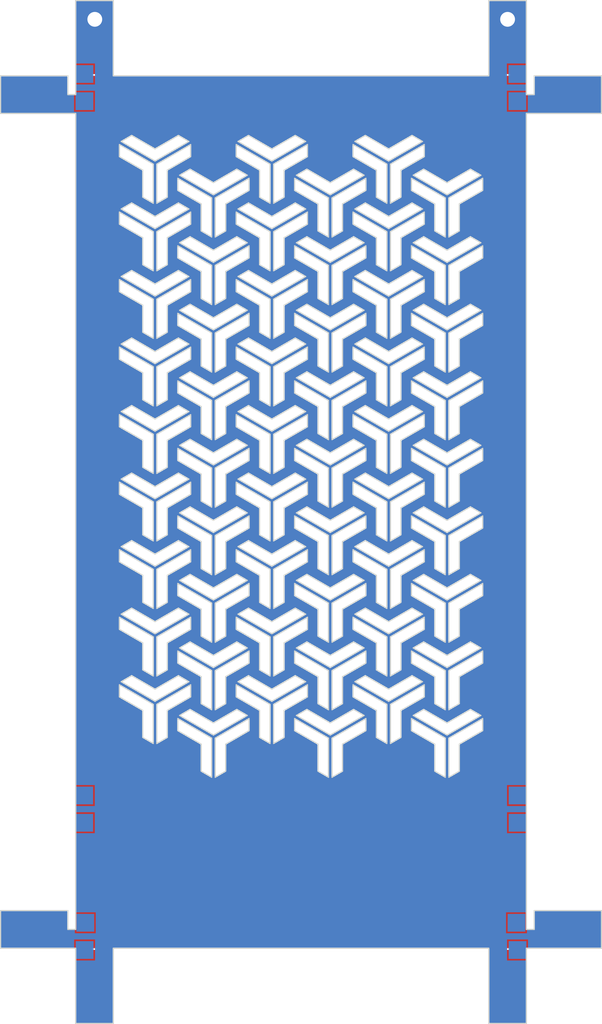
<source format=kicad_pcb>
(kicad_pcb (version 20171130) (host pcbnew "(5.1.6)-1")
  (layers (0 F.Cu signal) (31 B.Cu signal) (34 B.Paste user) (35 F.Paste user) (36 B.SilkS user) (37 F.SilkS user) (38 B.Mask user) (39 F.Mask user) (44 Edge.Cuts user))
  (net 0 "")
  (module "G-lib:Side 2 Lantern" (layer F.Cu) (at -79.76 120.16)
    (fp_text reference G*** hide)
    (fp_text value LOGO hide)
    (fp_poly (pts (xy 47.244 -91.694) (xy 39.37 -91.694) (xy 39.37 -107.082167) (xy 47.244 -107.082167) (xy 47.244 -91.694)) (layer F.Cu) (width 0.01))
    (fp_poly (pts (xy -39.37 -91.694) (xy -47.265166 -91.694) (xy -47.265166 -107.082167) (xy -39.37 -107.082167) (xy -39.37 -91.694)) (layer F.Cu) (width 0.01))
    (fp_poly (pts (xy -48.895 -87.397167) (xy -47.265166 -87.397167) (xy -47.265166 -91.334167) (xy 47.243781 -91.334167) (xy 47.249182 -89.370958) (xy 47.254584 -87.40775) (xy 48.884417 -87.40775) (xy 48.889818 -89.370958) (xy 48.895219 -91.334167) (xy 62.992 -91.334167) (xy 62.992 -83.460167) (xy -63.013166 -83.460167) (xy -63.013166 -91.334167) (xy -48.895 -91.334167) (xy -48.895 -87.397167)) (layer F.Cu) (width 0.01))
    (fp_poly (pts (xy 47.244 83.142667) (xy -47.265166 83.142667) (xy -47.265166 -82.698167) (xy -39.37 -82.698167) (xy -39.37 82.846333) (xy -39.031333 82.846333) (xy -39.031333 37.440666) (xy -38.1 37.440666) (xy -38.1 38.7075) (xy -35.702875 40.090347) (xy -35.408338 40.260307) (xy -35.123319 40.424868) (xy -34.850036 40.582744) (xy -34.590706 40.732652) (xy -34.347547 40.873305) (xy -34.122777 41.00342) (xy -33.918612 41.12171) (xy -33.737272 41.226891) (xy -33.580972 41.317679) (xy -33.451931 41.392788) (xy -33.352366 41.450932) (xy -33.284495 41.490828) (xy -33.250535 41.51119) (xy -33.247618 41.513068) (xy -33.189487 41.55294) (xy -33.184118 44.380145) (xy -33.17875 47.20735) (xy -32.109833 47.826992) (xy -31.914906 47.939765) (xy -31.730552 48.045989) (xy -31.560081 48.143785) (xy -31.406802 48.231275) (xy -31.274025 48.306581) (xy -31.16506 48.367824) (xy -31.083215 48.413128) (xy -31.031802 48.440613) (xy -31.014458 48.448567) (xy -31.011185 48.441312) (xy -31.008176 48.418048) (xy -31.005421 48.377277) (xy -31.00291 48.317498) (xy -31.000635 48.237212) (xy -30.998584 48.13492) (xy -30.996749 48.009122) (xy -30.99512 47.858318) (xy -30.993688 47.68101) (xy -30.992441 47.475696) (xy -30.991371 47.240878) (xy -30.990468 46.975056) (xy -30.989723 46.676731) (xy -30.989125 46.344403) (xy -30.988665 45.976573) (xy -30.988626 45.928026) (xy -30.243083 45.928026) (xy -30.243063 46.283261) (xy -30.242926 46.618907) (xy -30.242676 46.932927) (xy -30.242315 47.223284) (xy -30.241846 47.487941) (xy -30.241273 47.724863) (xy -30.240598 47.932013) (xy -30.239825 48.107354) (xy -30.238958 48.248851) (xy -30.237998 48.354465) (xy -30.23695 48.422162) (xy -30.235816 48.449904) (xy -30.235617 48.4505) (xy -30.21569 48.440197) (xy -30.162358 48.410518) (xy -30.078846 48.363307) (xy -29.968381 48.300408) (xy -29.834187 48.223667) (xy -29.679491 48.134927) (xy -29.507517 48.036033) (xy -29.321491 47.928829) (xy -29.134973 47.821132) (xy -28.045986 47.191765) (xy -28.039362 43.696562) (xy -25.841224 43.696562) (xy -25.84116 43.873993) (xy -25.840836 44.071841) (xy -25.840246 44.286453) (xy -25.839387 44.514176) (xy -25.839373 44.517466) (xy -25.833916 45.791432) (xy -20.955 48.60444) (xy -20.955 54.263318) (xy -19.870208 54.891059) (xy -19.674113 55.004395) (xy -19.488888 55.111176) (xy -19.317779 55.209549) (xy -19.164033 55.297662) (xy -19.030896 55.37366) (xy -18.921615 55.435691) (xy -18.839437 55.4819) (xy -18.787607 55.510434) (xy -18.769488 55.519484) (xy -18.767909 55.498726) (xy -18.766427 55.437672) (xy -18.765048 55.338356) (xy -18.763776 55.202816) (xy -18.762616 55.033087) (xy -18.761575 54.831206) (xy -18.760658 54.599209) (xy -18.759868 54.339131) (xy -18.759213 54.05301) (xy -18.758697 53.742881) (xy -18.758325 53.410781) (xy -18.758103 53.058745) (xy -18.758036 52.68881) (xy -18.758129 52.303012) (xy -18.758387 51.903387) (xy -18.758816 51.491972) (xy -18.758905 51.422191) (xy -18.764236 47.334596) (xy -18.012833 47.334596) (xy -18.012833 51.427381) (xy -18.012749 51.840315) (xy -18.0125 52.241804) (xy -18.012096 52.629809) (xy -18.011546 53.002293) (xy -18.010856 53.357218) (xy -18.010035 53.692546) (xy -18.009093 54.00624) (xy -18.008036 54.29626) (xy -18.006873 54.560569) (xy -18.005613 54.79713) (xy -18.004264 55.003904) (xy -18.002834 55.178854) (xy -18.001331 55.319941) (xy -17.999764 55.425128) (xy -17.998141 55.492376) (xy -17.99647 55.519649) (xy -17.996205 55.520167) (xy -17.975345 55.509874) (xy -17.921106 55.480233) (xy -17.836751 55.433096) (xy -17.725542 55.370315) (xy -17.590742 55.293744) (xy -17.435612 55.205235) (xy -17.263416 55.10664) (xy -17.077417 54.999813) (xy -16.90083 54.898114) (xy -15.822083 54.276062) (xy -15.816715 51.449334) (xy -15.811346 48.622606) (xy -15.753215 48.582292) (xy -15.727999 48.566924) (xy -15.668314 48.53172) (xy -15.576377 48.477965) (xy -15.454407 48.406944) (xy -15.304622 48.31994) (xy -15.129241 48.21824) (xy -14.930482 48.103127) (xy -14.710564 47.975886) (xy -14.471706 47.837802) (xy -14.216124 47.69016) (xy -13.946039 47.534243) (xy -13.663669 47.371337) (xy -13.371231 47.202727) (xy -13.297958 47.160496) (xy -10.900833 45.779016) (xy -10.900833 44.511258) (xy -10.901029 44.283944) (xy -10.901592 44.0697) (xy -10.902488 43.872186) (xy -10.903683 43.695065) (xy -10.90514 43.541997) (xy -10.906826 43.416646) (xy -10.908706 43.322671) (xy -10.910745 43.263736) (xy -10.91289 43.2435) (xy -10.932155 43.253917) (xy -10.986304 43.284489) (xy -11.073566 43.334196) (xy -11.192166 43.402018) (xy -11.340333 43.486936) (xy -11.516294 43.587929) (xy -11.718275 43.703978) (xy -11.944505 43.834064) (xy -12.193211 43.977166) (xy -12.462619 44.132265) (xy -12.750958 44.298341) (xy -13.056453 44.474375) (xy -13.377334 44.659346) (xy -13.711827 44.852235) (xy -14.058159 45.052022) (xy -14.414557 45.257688) (xy -14.46889 45.289048) (xy -18.012833 47.334596) (xy -18.764236 47.334596) (xy -18.76425 47.324215) (xy -22.297506 45.283857) (xy -22.65463 45.077649) (xy -23.001905 44.877168) (xy -23.33756 44.683435) (xy -23.659823 44.497473) (xy -23.966922 44.320301) (xy -24.257085 44.152941) (xy -24.52854 43.996414) (xy -24.779515 43.851742) (xy -25.008237 43.719946) (xy -25.212936 43.602046) (xy -25.39184 43.499065) (xy -25.543175 43.412024) (xy -25.665171 43.341942) (xy -25.756055 43.289843) (xy -25.814055 43.256747) (xy -25.8374 43.243675) (xy -25.837796 43.2435) (xy -25.838967 43.264057) (xy -25.839899 43.323295) (xy -25.840589 43.41756) (xy -25.841032 43.5432) (xy -25.841224 43.696562) (xy -28.039362 43.696562) (xy -28.037262 42.588477) (xy -25.463277 42.588477) (xy -25.44526 42.600082) (xy -25.392341 42.631816) (xy -25.306287 42.682654) (xy -25.188863 42.751568) (xy -25.041837 42.837533) (xy -24.866974 42.939522) (xy -24.66604 43.056509) (xy -24.440802 43.187468) (xy -24.193027 43.331372) (xy -23.92448 43.487195) (xy -23.636927 43.65391) (xy -23.332136 43.830492) (xy -23.011872 44.015915) (xy -22.677902 44.209151) (xy -22.331991 44.409175) (xy -21.975907 44.61496) (xy -21.923375 44.645309) (xy -18.38325 46.690414) (xy -18.263581 46.623249) (xy -18.233089 46.605847) (xy -18.167812 46.568366) (xy -18.069628 46.511889) (xy -17.940416 46.437499) (xy -17.782056 46.34628) (xy -17.596426 46.239313) (xy -17.385405 46.117684) (xy -17.150871 45.982475) (xy -16.894705 45.834769) (xy -16.618783 45.675649) (xy -16.324986 45.506199) (xy -16.015192 45.327502) (xy -15.691279 45.140642) (xy -15.355128 44.9467) (xy -15.008615 44.746762) (xy -14.714429 44.577) (xy -14.270839 44.320906) (xy -13.862951 44.085194) (xy -13.489712 43.869245) (xy -13.15007 43.672439) (xy -12.84297 43.494156) (xy -12.56736 43.333776) (xy -12.322185 43.190681) (xy -12.106393 43.06425) (xy -11.918929 42.953863) (xy -11.758741 42.858902) (xy -11.624775 42.778746) (xy -11.515977 42.712775) (xy -11.431294 42.660371) (xy -11.369672 42.620914) (xy -11.330059 42.593783) (xy -11.3114 42.57836) (xy -11.309848 42.574445) (xy -11.33229 42.559856) (xy -11.388128 42.526124) (xy -11.474046 42.475187) (xy -11.586729 42.408984) (xy -11.722862 42.329451) (xy -11.879127 42.238527) (xy -12.052211 42.138149) (xy -12.238797 42.030255) (xy -12.407045 41.933214) (xy -13.47934 41.315454) (xy -15.920309 42.725167) (xy -16.216782 42.896184) (xy -16.503426 43.061134) (xy -16.77808 43.218792) (xy -17.038582 43.367936) (xy -17.282771 43.50734) (xy -17.508486 43.635781) (xy -17.713565 43.752034) (xy -17.895848 43.854875) (xy -18.053172 43.943081) (xy -18.183377 44.015427) (xy -18.284302 44.070689) (xy -18.353785 44.107643) (xy -18.389665 44.125065) (xy -18.394106 44.126295) (xy -18.416125 44.114845) (xy -18.472619 44.083444) (xy -18.561419 44.033338) (xy -18.680354 43.96577) (xy -18.827254 43.881984) (xy -18.999949 43.783223) (xy -19.196267 43.670733) (xy -19.41404 43.545757) (xy -19.651097 43.409538) (xy -19.905267 43.263321) (xy -20.174379 43.10835) (xy -20.456265 42.945868) (xy -20.748753 42.77712) (xy -20.853468 42.716669) (xy -23.280001 41.315627) (xy -24.371527 41.946189) (xy -24.56789 42.059814) (xy -24.752921 42.16725) (xy -24.923434 42.26662) (xy -25.076243 42.356052) (xy -25.208164 42.433672) (xy -25.31601 42.497605) (xy -25.396597 42.545977) (xy -25.44674 42.576915) (xy -25.463277 42.588477) (xy -28.037262 42.588477) (xy -28.03525 41.527021) (xy -25.601083 40.121465) (xy -23.166916 38.715908) (xy -23.16146 37.44487) (xy -23.160627 37.217257) (xy -23.160123 37.002708) (xy -23.159936 36.80488) (xy -23.160058 36.627429) (xy -23.160478 36.474013) (xy -23.161186 36.348289) (xy -23.162173 36.253913) (xy -23.163427 36.194542) (xy -23.164939 36.173833) (xy -23.164945 36.173833) (xy -23.183891 36.184254) (xy -23.237715 36.214836) (xy -23.324646 36.264558) (xy -23.442908 36.332397) (xy -23.590728 36.417331) (xy -23.766334 36.518339) (xy -23.967952 36.6344) (xy -24.193807 36.76449) (xy -24.442128 36.907589) (xy -24.711139 37.062675) (xy -24.999069 37.228726) (xy -25.304143 37.40472) (xy -25.624587 37.589635) (xy -25.958629 37.78245) (xy -26.304495 37.982143) (xy -26.660411 38.187692) (xy -26.705235 38.213582) (xy -30.236583 40.253331) (xy -30.241928 44.351915) (xy -30.242408 44.765145) (xy -30.242758 45.166931) (xy -30.242982 45.555237) (xy -30.243083 45.928026) (xy -30.988626 45.928026) (xy -30.988333 45.571741) (xy -30.988119 45.128406) (xy -30.988015 44.645071) (xy -30.988 44.358914) (xy -30.988 40.267328) (xy -34.533365 38.22058) (xy -34.891168 38.014051) (xy -35.23916 37.813246) (xy -35.575567 37.619187) (xy -35.898619 37.432891) (xy -36.206544 37.25538) (xy -36.497572 37.087672) (xy -36.76993 36.930788) (xy -37.021847 36.785745) (xy -37.251552 36.653565) (xy -37.457274 36.535267) (xy -37.637242 36.43187) (xy -37.789683 36.344393) (xy -37.912827 36.273857) (xy -38.004902 36.22128) (xy -38.064137 36.187683) (xy -38.08876 36.174085) (xy -38.089365 36.173833) (xy -38.091272 36.194389) (xy -38.09307 36.253616) (xy -38.094727 36.347849) (xy -38.096214 36.473427) (xy -38.097498 36.626686) (xy -38.098549 36.803964) (xy -38.099337 37.001597) (xy -38.099831 37.215922) (xy -38.1 37.440666) (xy -39.031333 37.440666) (xy -39.031333 35.517667) (xy -37.717757 35.517667) (xy -37.699637 35.529141) (xy -37.6466 35.56072) (xy -37.560412 35.61138) (xy -37.44284 35.680098) (xy -37.29565 35.76585) (xy -37.120608 35.867612) (xy -36.919481 35.98436) (xy -36.694036 36.115072) (xy -36.446039 36.258723) (xy -36.177256 36.41429) (xy -35.889454 36.580749) (xy -35.5844 36.757077) (xy -35.26386 36.94225) (xy -34.929599 37.135244) (xy -34.583386 37.335036) (xy -34.226986 37.540602) (xy -34.170669 37.573075) (xy -30.624287 39.617901) (xy -29.657852 39.059594) (xy -29.519135 38.979472) (xy -29.346993 38.880068) (xy -29.144671 38.763256) (xy -28.915413 38.630907) (xy -28.662464 38.484894) (xy -28.389068 38.327091) (xy -28.09847 38.159369) (xy -27.793915 37.9836) (xy -27.478645 37.801659) (xy -27.155907 37.615416) (xy -26.828945 37.426745) (xy -26.501003 37.237518) (xy -26.175325 37.049609) (xy -26.114939 37.014768) (xy -25.810642 36.839127) (xy -25.516562 36.669234) (xy -25.23477 36.506296) (xy -24.96734 36.351515) (xy -24.716344 36.206098) (xy -24.483854 36.071247) (xy -24.271943 35.948167) (xy -24.082683 35.838064) (xy -23.918146 35.74214) (xy -23.780405 35.661602) (xy -23.671533 35.597652) (xy -23.593602 35.551495) (xy -23.548683 35.524336) (xy -23.537897 35.517127) (xy -23.555503 35.50539) (xy -23.60588 35.474763) (xy -23.685128 35.427515) (xy -23.789352 35.365911) (xy -23.914652 35.292219) (xy -24.057133 35.208706) (xy -24.212895 35.117639) (xy -24.378043 35.021287) (xy -24.548677 34.921915) (xy -24.720901 34.821791) (xy -24.890817 34.723182) (xy -25.054527 34.628355) (xy -25.208134 34.539578) (xy -25.347741 34.459118) (xy -25.469449 34.389241) (xy -25.569361 34.332216) (xy -25.64358 34.290309) (xy -25.688209 34.265787) (xy -25.695806 34.261883) (xy -25.710817 34.264739) (xy -25.745286 34.279398) (xy -25.800523 34.306597) (xy -25.877834 34.347069) (xy -25.978526 34.401551) (xy -26.103908 34.470778) (xy -26.255286 34.555486) (xy -26.433968 34.65641) (xy -26.641262 34.774286) (xy -26.878475 34.909849) (xy -27.146914 35.063835) (xy -27.447887 35.236979) (xy -27.782702 35.430018) (xy -28.152665 35.643685) (xy -28.17287 35.655363) (xy -28.525276 35.858982) (xy -28.842889 36.042333) (xy -29.127511 36.206424) (xy -29.380949 36.352262) (xy -29.605007 36.480856) (xy -29.80149 36.593212) (xy -29.972201 36.690339) (xy -30.118947 36.773243) (xy -30.243531 36.842932) (xy -30.347759 36.900414) (xy -30.433435 36.946696) (xy -30.502364 36.982786) (xy -30.55635 37.009692) (xy -30.597199 37.02842) (xy -30.626714 37.039979) (xy -30.646701 37.045376) (xy -30.658965 37.045619) (xy -30.66156 37.044769) (xy -30.685411 37.031704) (xy -30.743716 36.99872) (xy -30.834277 36.947081) (xy -30.954896 36.878051) (xy -31.103375 36.792894) (xy -31.277516 36.692874) (xy -31.47512 36.579255) (xy -31.693991 36.453302) (xy -31.931929 36.316277) (xy -32.186736 36.169446) (xy -32.456215 36.014071) (xy -32.738167 35.851418) (xy -33.030394 35.682751) (xy -33.114664 35.634096) (xy -33.408697 35.46444) (xy -33.69267 35.300825) (xy -33.964423 35.144485) (xy -34.221798 34.996652) (xy -34.462633 34.858559) (xy -34.684768 34.731439) (xy -34.886045 34.616523) (xy -35.064302 34.515046) (xy -35.21738 34.428239) (xy -35.343119 34.357335) (xy -35.43936 34.303567) (xy -35.503941 34.268168) (xy -35.534704 34.25237) (xy -35.537025 34.25164) (xy -35.56231 34.264919) (xy -35.619523 34.296892) (xy -35.704783 34.345306) (xy -35.814207 34.407907) (xy -35.943913 34.482442) (xy -36.090021 34.566657) (xy -36.248649 34.658298) (xy -36.415914 34.755113) (xy -36.587935 34.854848) (xy -36.760831 34.955248) (xy -36.930719 35.054062) (xy -37.093719 35.149034) (xy -37.245948 35.237912) (xy -37.383524 35.318442) (xy -37.502567 35.38837) (xy -37.599193 35.445443) (xy -37.669522 35.487408) (xy -37.709673 35.512011) (xy -37.717757 35.517667) (xy -39.031333 35.517667) (xy -39.031333 23.299651) (xy -38.1 23.299651) (xy -38.1 24.564803) (xy -35.681708 25.959715) (xy -35.386283 26.130196) (xy -35.100657 26.295167) (xy -34.827014 26.453361) (xy -34.567536 26.603511) (xy -34.324405 26.744347) (xy -34.099803 26.874603) (xy -33.895914 26.99301) (xy -33.71492 27.098301) (xy -33.559003 27.189208) (xy -33.430346 27.264463) (xy -33.331131 27.322799) (xy -33.263541 27.362948) (xy -33.229758 27.383641) (xy -33.226452 27.385941) (xy -33.221165 27.392185) (xy -33.216396 27.40292) (xy -33.212112 27.420276) (xy -33.208284 27.44638) (xy -33.204878 27.483361) (xy -33.201864 27.533346) (xy -33.19921 27.598464) (xy -33.196884 27.680843) (xy -33.194854 27.78261) (xy -33.19309 27.905895) (xy -33.19156 28.052825) (xy -33.190231 28.225529) (xy -33.189074 28.426133) (xy -33.188055 28.656768) (xy -33.187143 28.91956) (xy -33.186308 29.216638) (xy -33.185516 29.550129) (xy -33.184738 29.922163) (xy -33.184118 30.241113) (xy -33.17875 33.064971) (xy -32.09925 33.687993) (xy -31.903586 33.800767) (xy -31.718807 33.906978) (xy -31.548171 34.004771) (xy -31.394934 34.092294) (xy -31.262355 34.167693) (xy -31.15369 34.229116) (xy -31.072198 34.274709) (xy -31.021136 34.30262) (xy -31.003875 34.31109) (xy -31.002273 34.290271) (xy -31.000716 34.229156) (xy -30.999211 34.129783) (xy -30.997767 33.99419) (xy -30.99639 33.824414) (xy -30.99509 33.622493) (xy -30.993873 33.390465) (xy -30.992748 33.130368) (xy -30.991723 32.844238) (xy -30.990805 32.534115) (xy -30.990003 32.202034) (xy -30.989324 31.850035) (xy -30.988777 31.480155) (xy -30.98872 31.425382) (xy -30.242708 31.425382) (xy -30.242596 31.800015) (xy -30.242309 32.156468) (xy -30.241853 32.492748) (xy -30.241234 32.80686) (xy -30.240459 33.096813) (xy -30.239533 33.360612) (xy -30.238463 33.596263) (xy -30.237255 33.801775) (xy -30.235915 33.975152) (xy -30.234449 34.114402) (xy -30.232865 34.217532) (xy -30.231167 34.282547) (xy -30.229362 34.307455) (xy -30.229145 34.307657) (xy -30.208005 34.296071) (xy -30.153474 34.265181) (xy -30.068818 34.216863) (xy -29.957301 34.152989) (xy -29.822189 34.075434) (xy -29.666748 33.986072) (xy -29.494241 33.886776) (xy -29.307934 33.779422) (xy -29.128913 33.676167) (xy -28.04681 33.05175) (xy -28.04103 30.218038) (xy -28.039683 29.557167) (xy -25.841212 29.557167) (xy -25.841152 29.734554) (xy -25.84083 29.932341) (xy -25.840241 30.14687) (xy -25.83938 30.374488) (xy -25.839373 30.3761) (xy -25.833916 31.648033) (xy -20.955 34.465321) (xy -20.95458 40.121417) (xy -19.869998 40.749662) (xy -19.67394 40.863101) (xy -19.488749 40.970006) (xy -19.317672 41.068517) (xy -19.163955 41.156779) (xy -19.030844 41.232934) (xy -18.921584 41.295124) (xy -18.839421 41.341493) (xy -18.787602 41.370183) (xy -18.769488 41.37937) (xy -18.767909 41.358692) (xy -18.766427 41.297717) (xy -18.765048 41.198479) (xy -18.763776 41.063016) (xy -18.762617 40.893362) (xy -18.761575 40.691553) (xy -18.760658 40.459625) (xy -18.759869 40.199614) (xy -18.759213 39.913555) (xy -18.758697 39.603484) (xy -18.758325 39.271437) (xy -18.758103 38.919449) (xy -18.758036 38.549557) (xy -18.758129 38.163795) (xy -18.758387 37.764199) (xy -18.758816 37.352806) (xy -18.758905 37.283014) (xy -18.764236 33.195597) (xy -18.012833 33.195597) (xy -18.012833 37.288215) (xy -18.012765 37.701141) (xy -18.012564 38.102621) (xy -18.012237 38.490617) (xy -18.011791 38.863093) (xy -18.011233 39.218009) (xy -18.010569 39.553328) (xy -18.009806 39.867012) (xy -18.008951 40.157022) (xy -18.00801 40.421322) (xy -18.00699 40.657872) (xy -18.005898 40.864635) (xy -18.004741 41.039574) (xy -18.003525 41.180649) (xy -18.002256 41.285823) (xy -18.000943 41.353059) (xy -17.99959 41.380318) (xy -17.999376 41.380833) (xy -17.979109 41.370542) (xy -17.925436 41.340897) (xy -17.841593 41.293744) (xy -17.730818 41.230927) (xy -17.596347 41.154291) (xy -17.441418 41.06568) (xy -17.269267 40.966939) (xy -17.083132 40.859912) (xy -16.898709 40.753632) (xy -15.8115 40.126432) (xy -15.8115 37.438667) (xy -13.610166 37.438667) (xy -13.610166 38.703502) (xy -11.19348 40.099968) (xy -10.89818 40.270677) (xy -10.61265 40.43588) (xy -10.339072 40.594306) (xy -10.079633 40.744685) (xy -9.836515 40.885745) (xy -9.611903 41.016216) (xy -9.407981 41.134827) (xy -9.226933 41.240308) (xy -9.070942 41.331388) (xy -8.942194 41.406796) (xy -8.842871 41.465262) (xy -8.775159 41.505515) (xy -8.741241 41.526284) (xy -8.7379 41.528592) (xy -8.732345 41.534451) (xy -8.727337 41.543796) (xy -8.722844 41.558762) (xy -8.718832 41.581487) (xy -8.71527 41.614106) (xy -8.712123 41.658755) (xy -8.709359 41.717572) (xy -8.706945 41.792691) (xy -8.704848 41.88625) (xy -8.703036 42.000384) (xy -8.701476 42.137231) (xy -8.700134 42.298925) (xy -8.698978 42.487604) (xy -8.697974 42.705403) (xy -8.697091 42.95446) (xy -8.696295 43.236909) (xy -8.695553 43.554888) (xy -8.694833 43.910532) (xy -8.694101 44.305979) (xy -8.693961 44.383658) (xy -8.688916 47.206565) (xy -7.609662 47.828533) (xy -7.413979 47.94115) (xy -7.229179 48.047207) (xy -7.058521 48.144852) (xy -6.905267 48.232234) (xy -6.772677 48.307501) (xy -6.664012 48.368803) (xy -6.582532 48.414287) (xy -6.531498 48.442103) (xy -6.514287 48.4505) (xy -6.512661 48.429673) (xy -6.511079 48.36855) (xy -6.509551 48.269171) (xy -6.508084 48.133571) (xy -6.506686 47.963791) (xy -6.505365 47.761866) (xy -6.504129 47.529836) (xy -6.502987 47.269739) (xy -6.501946 46.983611) (xy -6.501014 46.673492) (xy -6.5002 46.341419) (xy -6.499511 45.989431) (xy -6.49942 45.928723) (xy -5.753106 45.928723) (xy -5.753009 46.283912) (xy -5.752781 46.619509) (xy -5.752426 46.933479) (xy -5.751947 47.223785) (xy -5.751348 47.48839) (xy -5.750635 47.725257) (xy -5.74981 47.93235) (xy -5.748877 48.107632) (xy -5.747842 48.249066) (xy -5.746708 48.354616) (xy -5.745478 48.422245) (xy -5.744158 48.449916) (xy -5.74393 48.4505) (xy -5.723653 48.440208) (xy -5.66997 48.410563) (xy -5.586118 48.36341) (xy -5.475335 48.300593) (xy -5.340856 48.223956) (xy -5.185921 48.135344) (xy -5.013765 48.036602) (xy -4.827627 47.929575) (xy -4.643209 47.823299) (xy -3.556 47.196098) (xy -3.556 43.873928) (xy -1.351068 43.873928) (xy -1.350882 44.071738) (xy -1.350379 44.2863) (xy -1.34955 44.51396) (xy -1.34954 44.516234) (xy -1.344083 45.788968) (xy 1.095375 47.195827) (xy 3.534834 48.602687) (xy 3.534834 54.261512) (xy 4.619625 54.889395) (xy 4.815721 55.002769) (xy 5.000948 55.109611) (xy 5.172057 55.208064) (xy 5.325804 55.296273) (xy 5.45894 55.372382) (xy 5.568221 55.434534) (xy 5.650399 55.480873) (xy 5.702228 55.509543) (xy 5.720345 55.518723) (xy 5.721924 55.498042) (xy 5.723405 55.437064) (xy 5.724785 55.337823) (xy 5.726056 55.202355) (xy 5.727215 55.032694) (xy 5.728256 54.830875) (xy 5.729174 54.598935) (xy 5.729963 54.338908) (xy 5.730619 54.052829) (xy 5.731135 53.742734) (xy 5.731507 53.410657) (xy 5.73173 53.058635) (xy 5.731787 52.747666) (xy 6.502531 52.747666) (xy 6.502659 53.144183) (xy 6.502989 53.515528) (xy 6.503515 53.860196) (xy 6.504232 54.176682) (xy 6.505136 54.463483) (xy 6.506221 54.719094) (xy 6.507482 54.942009) (xy 6.508914 55.130726) (xy 6.510512 55.283738) (xy 6.512271 55.399543) (xy 6.514187 55.476634) (xy 6.516253 55.513509) (xy 6.517135 55.516657) (xy 6.538447 55.505063) (xy 6.593137 55.474154) (xy 6.677936 55.425804) (xy 6.789576 55.361891) (xy 6.924787 55.284289) (xy 7.0803 55.194876) (xy 7.252847 55.095526) (xy 7.439158 54.988116) (xy 7.617533 54.885167) (xy 8.698855 54.26075) (xy 8.704469 51.427818) (xy 8.710084 48.594886) (xy 11.14425 47.191039) (xy 13.578417 45.787193) (xy 13.583875 44.513018) (xy 13.584885 44.240159) (xy 13.585371 44.006967) (xy 13.585289 43.810778) (xy 13.584593 43.64893) (xy 13.583239 43.518758) (xy 13.581182 43.4176) (xy 13.578378 43.342792) (xy 13.574783 43.291669) (xy 13.570351 43.26157) (xy 13.565037 43.24983) (xy 13.562708 43.249656) (xy 13.541948 43.261186) (xy 13.486327 43.292871) (xy 13.397635 43.343678) (xy 13.277661 43.412575) (xy 13.128196 43.498531) (xy 12.951028 43.600514) (xy 12.747949 43.717493) (xy 12.520747 43.848434) (xy 12.271212 43.992308) (xy 12.001134 44.148082) (xy 11.712303 44.314724) (xy 11.406508 44.491203) (xy 11.08554 44.676487) (xy 10.751188 44.869544) (xy 10.405242 45.069343) (xy 10.049492 45.274851) (xy 10.022417 45.290493) (xy 6.50875 47.320518) (xy 6.503405 51.422124) (xy 6.502899 51.885132) (xy 6.502609 52.32748) (xy 6.502531 52.747666) (xy 5.731787 52.747666) (xy 5.731798 52.688701) (xy 5.731705 52.302892) (xy 5.731448 51.903243) (xy 5.73102 51.491788) (xy 5.730929 51.420296) (xy 5.725584 47.320425) (xy 2.194202 45.281962) (xy 1.837132 45.075873) (xy 1.489894 44.875509) (xy 1.154262 44.681893) (xy 0.832009 44.496047) (xy 0.524911 44.318991) (xy 0.23474 44.151747) (xy -0.036729 43.995336) (xy -0.287723 43.850779) (xy -0.516468 43.719099) (xy -0.72119 43.601316) (xy -0.900114 43.498452) (xy -1.051468 43.411528) (xy -1.173478 43.341565) (xy -1.264368 43.289585) (xy -1.322367 43.25661) (xy -1.345699 43.24366) (xy -1.346088 43.2435) (xy -1.347594 43.264057) (xy -1.348843 43.323293) (xy -1.349825 43.417552) (xy -1.35053 43.54318) (xy -1.350947 43.696524) (xy -1.351068 43.873928) (xy -3.556 43.873928) (xy -3.556 42.587436) (xy -0.973274 42.587436) (xy -0.955336 42.599035) (xy -0.902866 42.630514) (xy -0.818017 42.680629) (xy -0.702945 42.748135) (xy -0.559803 42.831787) (xy -0.390744 42.93034) (xy -0.197923 43.04255) (xy 0.016507 43.167172) (xy 0.250391 43.302962) (xy 0.501575 43.448674) (xy 0.767907 43.603064) (xy 1.047231 43.764888) (xy 1.337393 43.932901) (xy 1.636241 44.105857) (xy 1.94162 44.282513) (xy 2.251376 44.461624) (xy 2.563355 44.641945) (xy 2.875404 44.822231) (xy 3.185367 45.001237) (xy 3.491092 45.17772) (xy 3.790425 45.350434) (xy 4.081211 45.518135) (xy 4.361297 45.679577) (xy 4.628529 45.833517) (xy 4.880752 45.978709) (xy 5.115814 46.113909) (xy 5.331559 46.237873) (xy 5.525835 46.349355) (xy 5.696487 46.447111) (xy 5.841361 46.529896) (xy 5.958303 46.596465) (xy 6.04516 46.645575) (xy 6.099777 46.675979) (xy 6.120001 46.686435) (xy 6.120041 46.686431) (xy 6.139449 46.67567) (xy 6.193737 46.644754) (xy 6.281129 46.594705) (xy 6.39985 46.526546) (xy 6.548126 46.441301) (xy 6.724179 46.339993) (xy 6.926237 46.223644) (xy 7.152522 46.093278) (xy 7.401261 45.949917) (xy 7.670677 45.794584) (xy 7.958996 45.628304) (xy 8.264442 45.452097) (xy 8.58524 45.266989) (xy 8.919614 45.074) (xy 9.26579 44.874156) (xy 9.621993 44.668477) (xy 9.670439 44.6405) (xy 10.027699 44.434127) (xy 10.375037 44.233376) (xy 10.710688 44.039273) (xy 11.032884 43.852844) (xy 11.339858 43.675114) (xy 11.629842 43.507111) (xy 11.901071 43.349859) (xy 12.151776 43.204384) (xy 12.380191 43.071713) (xy 12.584549 42.95287) (xy 12.763082 42.848884) (xy 12.914024 42.760778) (xy 13.035608 42.689579) (xy 13.126066 42.636313) (xy 13.183632 42.602005) (xy 13.206538 42.587683) (xy 13.206878 42.587333) (xy 13.188973 42.57511) (xy 13.137638 42.543739) (xy 13.056158 42.495147) (xy 12.947819 42.43126) (xy 12.815907 42.354004) (xy 12.663706 42.265304) (xy 12.494503 42.167086) (xy 12.311583 42.061277) (xy 12.177758 41.984083) (xy 11.984839 41.872926) (xy 11.801368 41.76721) (xy 11.63091 41.66899) (xy 11.47703 41.58032) (xy 11.343292 41.503253) (xy 11.233262 41.439845) (xy 11.150505 41.392149) (xy 11.098584 41.362219) (xy 11.083194 41.353342) (xy 11.01725 41.315268) (xy 8.575156 42.725663) (xy 8.256178 42.909665) (xy 7.951918 43.084742) (xy 7.664203 43.249861) (xy 7.394857 43.403991) (xy 7.145706 43.546099) (xy 6.918575 43.675152) (xy 6.71529 43.790119) (xy 6.537677 43.889966) (xy 6.387561 43.973661) (xy 6.266766 44.040172) (xy 6.17712 44.088466) (xy 6.120447 44.117511) (xy 6.098656 44.126304) (xy 6.076443 44.114702) (xy 6.019766 44.08314) (xy 5.930796 44.032865) (xy 5.811707 43.965125) (xy 5.664672 43.881165) (xy 5.491865 43.782233) (xy 5.295459 43.669575) (xy 5.077626 43.544439) (xy 4.840541 43.408071) (xy 4.586376 43.261719) (xy 4.317304 43.106629) (xy 4.0355 42.944048) (xy 3.743135 42.775223) (xy 3.641412 42.716449) (xy 1.334838 41.383534) (xy 6.49806 41.383534) (xy 6.598655 41.328498) (xy 6.635938 41.307521) (xy 6.706055 41.267495) (xy 6.805217 41.210602) (xy 6.929635 41.139026) (xy 7.075517 41.054949) (xy 7.239077 40.960555) (xy 7.416522 40.858028) (xy 7.604066 40.749549) (xy 7.694084 40.69744) (xy 8.688917 40.121417) (xy 8.696388 38.121127) (xy 10.904029 38.121127) (xy 10.904415 38.278572) (xy 10.905414 38.406217) (xy 10.907093 38.507196) (xy 10.909517 38.58464) (xy 10.912753 38.641683) (xy 10.916864 38.681459) (xy 10.921918 38.707099) (xy 10.92798 38.721737) (xy 10.932898 38.727145) (xy 10.9549 38.740475) (xy 11.011391 38.773699) (xy 11.100194 38.825554) (xy 11.219129 38.894778) (xy 11.366018 38.980109) (xy 11.538683 39.080283) (xy 11.734945 39.194039) (xy 11.952626 39.320114) (xy 12.189548 39.457246) (xy 12.443532 39.604171) (xy 12.712399 39.759628) (xy 12.993972 39.922354) (xy 13.286072 40.091087) (xy 13.377873 40.144101) (xy 15.790334 41.537162) (xy 15.790334 47.195953) (xy 16.875125 47.822403) (xy 17.071271 47.935537) (xy 17.25654 48.04213) (xy 17.427684 48.140332) (xy 17.581453 48.22829) (xy 17.714599 48.304154) (xy 17.823871 48.366072) (xy 17.906022 48.412192) (xy 17.957802 48.440662) (xy 17.975845 48.449677) (xy 17.977424 48.428933) (xy 17.978906 48.367893) (xy 17.980286 48.268592) (xy 17.981558 48.133065) (xy 17.982717 47.96335) (xy 17.983758 47.761482) (xy 17.984676 47.529498) (xy 17.985465 47.269433) (xy 17.98612 46.983324) (xy 17.986636 46.673206) (xy 17.987008 46.341116) (xy 17.98723 45.989091) (xy 17.987298 45.619165) (xy 17.987205 45.233375) (xy 17.986946 44.833758) (xy 17.986517 44.422349) (xy 17.986429 44.352632) (xy 17.981098 40.265312) (xy 18.7325 40.265312) (xy 18.7325 44.357906) (xy 18.732584 44.77083) (xy 18.73283 45.172309) (xy 18.733229 45.560304) (xy 18.733774 45.932778) (xy 18.734457 46.287693) (xy 18.735269 46.623011) (xy 18.736202 46.936693) (xy 18.737247 47.226702) (xy 18.738398 47.491) (xy 18.739645 47.727549) (xy 18.74098 47.934311) (xy 18.742395 48.109248) (xy 18.743882 48.250321) (xy 18.745432 48.355494) (xy 18.747039 48.422728) (xy 18.748692 48.449984) (xy 18.748954 48.4505) (xy 18.769774 48.440195) (xy 18.82396 48.410517) (xy 18.908253 48.36332) (xy 19.019395 48.300459) (xy 19.154125 48.223788) (xy 19.309183 48.135161) (xy 19.481311 48.036434) (xy 19.667248 47.92946) (xy 19.844329 47.827305) (xy 20.92325 47.20411) (xy 20.928353 44.511272) (xy 23.135167 44.511272) (xy 23.135167 45.779045) (xy 25.532292 47.160453) (xy 25.82687 47.330264) (xy 26.111926 47.494687) (xy 26.385243 47.652438) (xy 26.644602 47.802232) (xy 26.887784 47.942785) (xy 27.112571 48.072812) (xy 27.316744 48.191029) (xy 27.498085 48.29615) (xy 27.654376 48.386891) (xy 27.783397 48.461967) (xy 27.882931 48.520094) (xy 27.950759 48.559987) (xy 27.984662 48.580361) (xy 27.987548 48.582234) (xy 28.04568 48.622606) (xy 28.051048 51.449066) (xy 28.056417 54.275526) (xy 29.125334 54.895875) (xy 29.320233 55.008762) (xy 29.504563 55.115095) (xy 29.675016 55.212995) (xy 29.828282 55.300581) (xy 29.961055 55.375975) (xy 30.070025 55.437297) (xy 30.151884 55.482667) (xy 30.203325 55.510206) (xy 30.220709 55.518195) (xy 30.223982 55.510945) (xy 30.226991 55.487687) (xy 30.229746 55.446921) (xy 30.232256 55.387149) (xy 30.234532 55.30687) (xy 30.236582 55.204584) (xy 30.238417 55.078794) (xy 30.240046 54.927998) (xy 30.241479 54.750698) (xy 30.242725 54.545393) (xy 30.243795 54.310585) (xy 30.244698 54.044774) (xy 30.245444 53.74646) (xy 30.246042 53.414144) (xy 30.246502 53.046326) (xy 30.246542 52.997536) (xy 30.99207 52.997536) (xy 30.992082 53.352782) (xy 30.992209 53.688439) (xy 30.992449 54.00247) (xy 30.992799 54.292838) (xy 30.993254 54.557507) (xy 30.993814 54.794442) (xy 30.994473 55.001604) (xy 30.99523 55.176959) (xy 30.996081 55.318469) (xy 30.997023 55.424098) (xy 30.998053 55.49181) (xy 30.999169 55.519567) (xy 30.999365 55.520167) (xy 31.019265 55.509877) (xy 31.072586 55.480235) (xy 31.156099 55.433084) (xy 31.266579 55.370266) (xy 31.400799 55.293623) (xy 31.555533 55.204997) (xy 31.727554 55.106231) (xy 31.913635 54.999166) (xy 32.100085 54.891684) (xy 33.189334 54.263202) (xy 33.189334 48.604782) (xy 35.628792 47.198119) (xy 38.06825 45.791457) (xy 38.073707 44.517478) (xy 38.074571 44.289595) (xy 38.075168 44.074771) (xy 38.075502 43.87666) (xy 38.075577 43.698914) (xy 38.075398 43.545186) (xy 38.07497 43.419128) (xy 38.074295 43.324394) (xy 38.07338 43.264635) (xy 38.072227 43.243504) (xy 38.072209 43.2435) (xy 38.053463 43.253915) (xy 37.99983 43.284479) (xy 37.913081 43.334172) (xy 37.794989 43.401973) (xy 37.647326 43.48686) (xy 37.471864 43.587812) (xy 37.270376 43.70381) (xy 37.044633 43.833831) (xy 36.796408 43.976855) (xy 36.527472 44.131861) (xy 36.239599 44.297828) (xy 35.934559 44.473735) (xy 35.614126 44.658561) (xy 35.280071 44.851286) (xy 34.934167 45.050887) (xy 34.578186 45.256345) (xy 34.531919 45.283052) (xy 30.998584 47.322603) (xy 30.993238 51.421385) (xy 30.992758 51.834625) (xy 30.992405 52.236421) (xy 30.992176 52.624737) (xy 30.99207 52.997536) (xy 30.246542 52.997536) (xy 30.246834 52.641508) (xy 30.247047 52.198188) (xy 30.247152 51.714868) (xy 30.247167 51.42838) (xy 30.247167 47.336593) (xy 26.703421 45.290046) (xy 26.345694 45.083492) (xy 25.997764 44.882665) (xy 25.661403 44.688585) (xy 25.338384 44.502273) (xy 25.03048 44.324749) (xy 24.739463 44.157033) (xy 24.467105 44.000146) (xy 24.215179 43.855106) (xy 23.985457 43.722935) (xy 23.779713 43.604652) (xy 23.599718 43.501278) (xy 23.447246 43.413832) (xy 23.324068 43.343336) (xy 23.231957 43.290808) (xy 23.172685 43.25727) (xy 23.148026 43.24374) (xy 23.147421 43.2435) (xy 23.145224 43.264056) (xy 23.143153 43.323284) (xy 23.141244 43.417522) (xy 23.139532 43.543108) (xy 23.138052 43.696381) (xy 23.136841 43.873679) (xy 23.135932 44.071341) (xy 23.135362 44.285704) (xy 23.135167 44.511272) (xy 20.928353 44.511272) (xy 20.928618 44.371525) (xy 20.932023 42.574389) (xy 23.544249 42.574389) (xy 23.550734 42.582964) (xy 23.577462 42.602861) (xy 23.625472 42.634691) (xy 23.695803 42.679068) (xy 23.789493 42.736601) (xy 23.907581 42.807902) (xy 24.051105 42.893584) (xy 24.221104 42.994257) (xy 24.418617 43.110534) (xy 24.644682 43.243025) (xy 24.900337 43.392343) (xy 25.186622 43.559099) (xy 25.504574 43.743905) (xy 25.855233 43.947373) (xy 26.239637 44.170113) (xy 26.658824 44.412737) (xy 27.057916 44.643533) (xy 27.415244 44.850102) (xy 27.76271 45.050963) (xy 28.098544 45.245093) (xy 28.420978 45.431469) (xy 28.728242 45.609071) (xy 29.018568 45.776875) (xy 29.290186 45.933859) (xy 29.541329 46.079001) (xy 29.770227 46.211279) (xy 29.975111 46.329671) (xy 30.154212 46.433153) (xy 30.305762 46.520705) (xy 30.427992 46.591304) (xy 30.519132 46.643927) (xy 30.577415 46.677553) (xy 30.60107 46.691158) (xy 30.60152 46.691408) (xy 30.620075 46.681222) (xy 30.67352 46.650879) (xy 30.760088 46.601399) (xy 30.87801 46.533799) (xy 31.02552 46.449097) (xy 31.200848 46.34831) (xy 31.402228 46.232457) (xy 31.627892 46.102555) (xy 31.876071 45.959622) (xy 32.144999 45.804677) (xy 32.432908 45.638737) (xy 32.73803 45.462819) (xy 33.058597 45.277943) (xy 33.392842 45.085125) (xy 33.738996 44.885383) (xy 34.095293 44.679736) (xy 34.152228 44.646869) (xy 34.509958 44.4403) (xy 34.857772 44.23934) (xy 35.193903 44.045014) (xy 35.516588 43.858347) (xy 35.824059 43.680365) (xy 36.114552 43.512091) (xy 36.386301 43.354552) (xy 36.637542 43.208771) (xy 36.866507 43.075775) (xy 37.071432 42.956588) (xy 37.250552 42.852235) (xy 37.402101 42.763741) (xy 37.524313 42.692131) (xy 37.615423 42.63843) (xy 37.673666 42.603663) (xy 37.697276 42.588855) (xy 37.697722 42.588411) (xy 37.679918 42.575434) (xy 37.629164 42.543862) (xy 37.549359 42.495933) (xy 37.444407 42.433885) (xy 37.318206 42.359957) (xy 37.17466 42.276388) (xy 37.017669 42.185414) (xy 36.851134 42.089276) (xy 36.678957 41.990211) (xy 36.505038 41.890457) (xy 36.333278 41.792253) (xy 36.16758 41.697838) (xy 36.011844 41.609449) (xy 35.869971 41.529325) (xy 35.745862 41.459704) (xy 35.64342 41.402825) (xy 35.566543 41.360926) (xy 35.519135 41.336246) (xy 35.505141 41.330385) (xy 35.484194 41.341083) (xy 35.428764 41.371742) (xy 35.341012 41.421123) (xy 35.2231 41.487989) (xy 35.077187 41.571103) (xy 34.905436 41.669227) (xy 34.710006 41.781122) (xy 34.493059 41.905552) (xy 34.256756 42.041279) (xy 34.003258 42.187065) (xy 33.734726 42.341673) (xy 33.453319 42.503864) (xy 33.161201 42.672401) (xy 33.056798 42.732677) (xy 32.761496 42.903103) (xy 32.476181 43.067583) (xy 32.203011 43.224882) (xy 31.944144 43.373764) (xy 31.701738 43.512995) (xy 31.477951 43.64134) (xy 31.274942 43.757564) (xy 31.094867 43.860431) (xy 30.939885 43.948706) (xy 30.812154 44.021156) (xy 30.713832 44.076544) (xy 30.647077 44.113636) (xy 30.614046 44.131196) (xy 30.610847 44.1325) (xy 30.590206 44.1221) (xy 30.535079 44.091722) (xy 30.447618 44.042598) (xy 30.329975 43.975959) (xy 30.184302 43.893039) (xy 30.012749 43.795069) (xy 29.817469 43.683281) (xy 29.600612 43.558907) (xy 29.36433 43.423179) (xy 29.110774 43.27733) (xy 28.842096 43.122591) (xy 28.560448 42.960195) (xy 28.26798 42.791373) (xy 28.151605 42.724147) (xy 25.714127 41.315793) (xy 24.641605 41.933327) (xy 24.446048 42.046079) (xy 24.261153 42.152981) (xy 24.090236 42.252096) (xy 23.936614 42.341488) (xy 23.803602 42.419219) (xy 23.694515 42.483353) (xy 23.612669 42.531952) (xy 23.56138 42.563079) (xy 23.544249 42.574389) (xy 20.932023 42.574389) (xy 20.933986 41.538939) (xy 23.389243 40.121372) (xy 25.8445 38.703806) (xy 25.8445 37.438819) (xy 25.844276 37.211761) (xy 25.843629 36.997776) (xy 25.842601 36.800529) (xy 25.84123 36.623687) (xy 25.839558 36.470915) (xy 25.837623 36.345878) (xy 25.835467 36.252243) (xy 25.833128 36.193675) (xy 25.830693 36.173833) (xy 25.811252 36.184256) (xy 25.756935 36.214844) (xy 25.669514 36.264576) (xy 25.550764 36.332432) (xy 25.402458 36.417392) (xy 25.226371 36.518435) (xy 25.024276 36.63454) (xy 24.797947 36.764688) (xy 24.549158 36.907857) (xy 24.279683 37.063027) (xy 23.991296 37.229178) (xy 23.68577 37.405289) (xy 23.364879 37.59034) (xy 23.030398 37.78331) (xy 22.6841 37.983179) (xy 22.327759 38.188926) (xy 22.274693 38.219572) (xy 18.7325 40.265312) (xy 17.981098 40.265312) (xy 17.981084 40.254764) (xy 14.44625 38.214418) (xy 10.911417 36.174073) (xy 10.9059 37.438661) (xy 10.904837 37.704304) (xy 10.904192 37.930748) (xy 10.904029 38.121127) (xy 8.696388 38.121127) (xy 8.6995 37.288265) (xy 8.706122 35.515441) (xy 11.281834 35.515441) (xy 11.299875 35.527212) (xy 11.352821 35.559106) (xy 11.438904 35.610095) (xy 11.55636 35.679154) (xy 11.70342 35.765254) (xy 11.878317 35.867369) (xy 12.079287 35.984471) (xy 12.30456 36.115534) (xy 12.552372 36.25953) (xy 12.820955 36.415433) (xy 13.108543 36.582215) (xy 13.413369 36.75885) (xy 13.733666 36.944309) (xy 14.067668 37.137567) (xy 14.413608 37.337596) (xy 14.769719 37.543368) (xy 14.821959 37.573542) (xy 18.362084 39.61827) (xy 18.425584 39.581419) (xy 18.450277 39.567149) (xy 18.509781 39.532794) (xy 18.602238 39.479426) (xy 18.725789 39.408117) (xy 18.878578 39.319939) (xy 19.058747 39.215963) (xy 19.264439 39.097263) (xy 19.493796 38.964908) (xy 19.74496 38.819973) (xy 20.016074 38.663527) (xy 20.305281 38.496644) (xy 20.610724 38.320395) (xy 20.930544 38.135852) (xy 21.262884 37.944087) (xy 21.605886 37.746171) (xy 21.854584 37.602672) (xy 22.205035 37.400446) (xy 22.546717 37.203249) (xy 22.87773 37.01218) (xy 23.196172 36.828337) (xy 23.500143 36.652819) (xy 23.787742 36.486723) (xy 24.057067 36.331149) (xy 24.306217 36.187196) (xy 24.533292 36.05596) (xy 24.736391 35.938541) (xy 24.913613 35.836037) (xy 25.063056 35.749547) (xy 25.182821 35.68017) (xy 25.271005 35.629002) (xy 25.325708 35.597144) (xy 25.342782 35.587087) (xy 25.465481 35.513398) (xy 24.633699 35.032931) (xy 24.450622 34.927192) (xy 24.268957 34.822293) (xy 24.094091 34.721344) (xy 23.931413 34.627454) (xy 23.786309 34.543731) (xy 23.664167 34.473285) (xy 23.570375 34.419226) (xy 23.533328 34.397894) (xy 23.26474 34.243325) (xy 20.840955 35.642744) (xy 20.54544 35.81332) (xy 20.259793 35.978114) (xy 19.986182 36.135876) (xy 19.726778 36.285361) (xy 19.483751 36.425321) (xy 19.259272 36.554506) (xy 19.055509 36.671671) (xy 18.874635 36.775568) (xy 18.718817 36.864948) (xy 18.590228 36.938565) (xy 18.491036 36.995169) (xy 18.423412 37.033515) (xy 18.389526 37.052354) (xy 18.386064 37.054099) (xy 18.363778 37.045252) (xy 18.306637 37.016073) (xy 18.216366 36.967538) (xy 18.094692 36.900621) (xy 17.94334 36.816297) (xy 17.764036 36.715542) (xy 17.558505 36.59933) (xy 17.328473 36.468637) (xy 17.075665 36.324437) (xy 16.801807 36.167706) (xy 16.508625 35.999418) (xy 16.197845 35.820549) (xy 15.956104 35.681111) (xy 15.661744 35.511188) (xy 15.377026 35.346868) (xy 15.104154 35.189422) (xy 14.845331 35.040118) (xy 14.60276 34.900226) (xy 14.378644 34.771016) (xy 14.175186 34.653758) (xy 13.99459 34.549722) (xy 13.839058 34.460176) (xy 13.710794 34.386391) (xy 13.612001 34.329637) (xy 13.544882 34.291183) (xy 13.51164 34.272298) (xy 13.508804 34.270743) (xy 13.496207 34.266818) (xy 13.478432 34.267549) (xy 13.452647 34.274437) (xy 13.41602 34.288983) (xy 13.365718 34.312688) (xy 13.29891 34.347053) (xy 13.212762 34.393579) (xy 13.104443 34.453767) (xy 12.971121 34.529118) (xy 12.809962 34.621133) (xy 12.618135 34.731313) (xy 12.392807 34.861159) (xy 12.371096 34.873683) (xy 12.174902 34.987084) (xy 11.990056 35.09435) (xy 11.81975 35.193601) (xy 11.667172 35.282958) (xy 11.535514 35.360541) (xy 11.427965 35.424469) (xy 11.347716 35.472865) (xy 11.297957 35.503848) (xy 11.281834 35.515441) (xy 8.706122 35.515441) (xy 8.710084 34.455113) (xy 11.149542 33.046732) (xy 13.589 31.638352) (xy 13.589 30.368995) (xy 13.588836 30.096112) (xy 13.588307 29.862927) (xy 13.587357 29.666803) (xy 13.585932 29.505107) (xy 13.583975 29.375203) (xy 13.581431 29.274457) (xy 13.578246 29.200232) (xy 13.574362 29.149895) (xy 13.569727 29.120809) (xy 13.564282 29.110341) (xy 13.562542 29.110412) (xy 13.541799 29.121939) (xy 13.486195 29.15362) (xy 13.39752 29.204424) (xy 13.277563 29.273318) (xy 13.128114 29.359272) (xy 12.950963 29.461253) (xy 12.747899 29.578229) (xy 12.520711 29.70917) (xy 12.27119 29.853042) (xy 12.001125 30.008815) (xy 11.712306 30.175457) (xy 11.406522 30.351937) (xy 11.085563 30.537221) (xy 10.751219 30.730279) (xy 10.405279 30.93008) (xy 10.049533 31.13559) (xy 10.022417 31.151257) (xy 6.50875 33.181327) (xy 6.503405 37.28243) (xy 6.49806 41.383534) (xy 1.334838 41.383534) (xy 1.218574 41.316348) (xy 0.709829 41.609304) (xy 0.551154 41.700647) (xy 0.36695 41.806639) (xy 0.168399 41.92085) (xy -0.03332 42.036848) (xy -0.227022 42.148203) (xy -0.385899 42.239505) (xy -0.528631 42.321825) (xy -0.658856 42.397537) (xy -0.772214 42.464058) (xy -0.864344 42.518805) (xy -0.930888 42.559197) (xy -0.967485 42.58265) (xy -0.973274 42.587436) (xy -3.556 42.587436) (xy -3.556 41.537208) (xy 1.354036 38.70325) (xy 1.354351 37.438542) (xy 1.35415 37.211511) (xy 1.35346 36.997556) (xy 1.352326 36.800342) (xy 1.350795 36.623535) (xy 1.348909 36.4708) (xy 1.346716 36.345804) (xy 1.344259 36.252212) (xy 1.341585 36.193691) (xy 1.338792 36.173897) (xy 1.319137 36.184324) (xy 1.264606 36.214909) (xy 1.176975 36.264632) (xy 1.058023 36.33247) (xy 0.909525 36.417403) (xy 0.733261 36.51841) (xy 0.531007 36.634467) (xy 0.30454 36.764555) (xy 0.055638 36.907652) (xy -0.213923 37.062736) (xy -0.502364 37.228786) (xy -0.807908 37.404781) (xy -1.128778 37.589698) (xy -1.463197 37.782517) (xy -1.809388 37.982216) (xy -2.165573 38.187773) (xy -2.211916 38.214526) (xy -5.74675 40.25509) (xy -5.752095 44.352795) (xy -5.752565 44.76598) (xy -5.752888 45.167721) (xy -5.753067 45.555981) (xy -5.753106 45.928723) (xy -6.49942 45.928723) (xy -6.498955 45.619564) (xy -6.498541 45.233857) (xy -6.498276 44.834349) (xy -6.498169 44.423076) (xy -6.498166 44.357827) (xy -6.498166 40.265154) (xy -10.040168 38.219493) (xy -10.397827 38.012971) (xy -10.745705 37.812177) (xy -11.082028 37.618133) (xy -11.405022 37.431858) (xy -11.712914 37.254373) (xy -12.003928 37.086698) (xy -12.276292 36.929855) (xy -12.528231 36.784864) (xy -12.757971 36.652745) (xy -12.963739 36.534518) (xy -13.143759 36.431205) (xy -13.296258 36.343826) (xy -13.419463 36.273402) (xy -13.511599 36.220952) (xy -13.570891 36.187498) (xy -13.595567 36.17406) (xy -13.596168 36.173833) (xy -13.598681 36.194389) (xy -13.601049 36.253612) (xy -13.603232 36.347836) (xy -13.605189 36.473396) (xy -13.606879 36.626626) (xy -13.608263 36.803859) (xy -13.609299 37.00143) (xy -13.609947 37.215674) (xy -13.610166 37.438667) (xy -15.8115 37.438667) (xy -15.8115 35.514671) (xy -13.23335 35.514671) (xy -13.057789 35.61671) (xy -13.021303 35.63785) (xy -12.950093 35.679042) (xy -12.846097 35.739169) (xy -12.711248 35.817111) (xy -12.547484 35.91175) (xy -12.35674 36.021969) (xy -12.140952 36.146647) (xy -11.902057 36.284668) (xy -11.641989 36.434912) (xy -11.362685 36.596262) (xy -11.066081 36.767598) (xy -10.754113 36.947802) (xy -10.428716 37.135756) (xy -10.091827 37.330342) (xy -9.745381 37.53044) (xy -9.506872 37.668193) (xy -6.131514 39.617637) (xy -5.705663 39.37211) (xy -5.640601 39.334585) (xy -5.541117 39.277188) (xy -5.409453 39.201213) (xy -5.247848 39.107953) (xy -5.058545 38.998701) (xy -4.843783 38.874751) (xy -4.605804 38.737397) (xy -4.346849 38.587931) (xy -4.069158 38.427647) (xy -3.774972 38.257839) (xy -3.466533 38.0798) (xy -3.14608 37.894823) (xy -2.815856 37.704201) (xy -2.478101 37.509229) (xy -2.163656 37.32771) (xy -1.828564 37.134194) (xy -1.503507 36.94632) (xy -1.190368 36.765185) (xy -0.891029 36.591883) (xy -0.607376 36.427511) (xy -0.341291 36.273164) (xy -0.094658 36.129936) (xy 0.13064 35.998925) (xy 0.332718 35.881224) (xy 0.509694 35.777929) (xy 0.659684 35.690136) (xy 0.780804 35.61894) (xy 0.871171 35.565436) (xy 0.928902 35.530721) (xy 0.952112 35.515889) (xy 0.9525 35.515453) (xy 0.934676 35.502759) (xy 0.883329 35.470867) (xy 0.801651 35.421654) (xy 0.692831 35.357002) (xy 0.560059 35.27879) (xy 0.406527 35.188897) (xy 0.235424 35.089203) (xy 0.04994 34.981588) (xy -0.136762 34.873683) (xy -0.365177 34.742032) (xy -0.55984 34.630178) (xy -0.723585 34.536621) (xy -0.859243 34.45986) (xy -0.969649 34.398393) (xy -1.057634 34.35072) (xy -1.126033 34.315338) (xy -1.177678 34.290748) (xy -1.215402 34.275447) (xy -1.242038 34.267934) (xy -1.26042 34.266709) (xy -1.273379 34.27027) (xy -1.27447 34.270824) (xy -1.29846 34.284373) (xy -1.356906 34.317823) (xy -1.447606 34.369905) (xy -1.568355 34.439348) (xy -1.71695 34.524883) (xy -1.891189 34.62524) (xy -2.088869 34.73915) (xy -2.307785 34.865343) (xy -2.545735 35.002549) (xy -2.800515 35.1495) (xy -3.069923 35.304924) (xy -3.351755 35.467553) (xy -3.643808 35.636116) (xy -3.721846 35.681163) (xy -4.051359 35.871151) (xy -4.362997 36.050377) (xy -4.655153 36.217933) (xy -4.926217 36.37291) (xy -5.174582 36.514401) (xy -5.398638 36.641495) (xy -5.596776 36.753286) (xy -5.767389 36.848863) (xy -5.908868 36.927319) (xy -6.019603 36.987745) (xy -6.097987 37.029231) (xy -6.14241 37.050871) (xy -6.152206 37.053916) (xy -6.174057 37.04204) (xy -6.230388 37.010226) (xy -6.319029 36.959723) (xy -6.437809 36.891779) (xy -6.584558 36.807642) (xy -6.757104 36.70856) (xy -6.953278 36.595781) (xy -7.170908 36.470553) (xy -7.407825 36.334125) (xy -7.661857 36.187743) (xy -7.930834 36.032657) (xy -8.212585 35.870115) (xy -8.50494 35.701364) (xy -8.606874 35.642505) (xy -11.030111 34.243155) (xy -11.298847 34.397809) (xy -11.375034 34.441695) (xy -11.482493 34.503653) (xy -11.615841 34.580577) (xy -11.769696 34.669362) (xy -11.938675 34.7669) (xy -12.117396 34.870086) (xy -12.300476 34.975813) (xy -12.400466 35.033567) (xy -13.23335 35.514671) (xy -15.8115 35.514671) (xy -15.8115 34.483382) (xy -15.753291 34.443019) (xy -15.728074 34.427635) (xy -15.668397 34.392395) (xy -15.57648 34.338584) (xy -15.454539 34.267488) (xy -15.304792 34.180392) (xy -15.129456 34.078584) (xy -14.930748 33.963347) (xy -14.710886 33.835969) (xy -14.472088 33.697735) (xy -14.21657 33.54993) (xy -13.946551 33.393841) (xy -13.664247 33.230752) (xy -13.371876 33.061951) (xy -13.297958 33.01929) (xy -10.900833 31.635926) (xy -10.900833 30.370046) (xy -10.90103 30.142905) (xy -10.901598 29.928837) (xy -10.9025 29.731504) (xy -10.903703 29.554572) (xy -10.905172 29.401704) (xy -10.90687 29.276566) (xy -10.908763 29.182822) (xy -10.910816 29.124135) (xy -10.912961 29.104167) (xy -10.932233 29.114585) (xy -10.986388 29.145159) (xy -11.073654 29.19487) (xy -11.192259 29.262697) (xy -11.340429 29.347622) (xy -11.516391 29.448623) (xy -11.718374 29.564682) (xy -11.944604 29.694778) (xy -12.193309 29.837892) (xy -12.462715 29.993003) (xy -12.751051 30.159093) (xy -13.056543 30.33514) (xy -13.37742 30.520126) (xy -13.711907 30.713031) (xy -14.058232 30.912834) (xy -14.414624 31.118516) (xy -14.468961 31.149882) (xy -18.012833 33.195597) (xy -18.764236 33.195597) (xy -18.76425 33.185196) (xy -22.297454 31.144681) (xy -22.654571 30.938457) (xy -23.001841 30.737962) (xy -23.337492 30.544215) (xy -23.659751 30.358238) (xy -23.966847 30.181053) (xy -24.257007 30.01368) (xy -24.528461 29.857142) (xy -24.779435 29.712459) (xy -25.008158 29.580652) (xy -25.212858 29.462744) (xy -25.391763 29.359755) (xy -25.543101 29.272706) (xy -25.665101 29.202619) (xy -25.755989 29.150515) (xy -25.813995 29.117416) (xy -25.837347 29.104342) (xy -25.837744 29.104167) (xy -25.838924 29.124724) (xy -25.839866 29.183958) (xy -25.840564 29.278214) (xy -25.841014 29.403835) (xy -25.841212 29.557167) (xy -28.039683 29.557167) (xy -28.037418 28.446698) (xy -25.4633 28.446698) (xy -25.44524 28.458321) (xy -25.39228 28.490075) (xy -25.306187 28.540933) (xy -25.188726 28.609871) (xy -25.041665 28.69586) (xy -24.866769 28.797874) (xy -24.665806 28.914887) (xy -24.440542 29.045873) (xy -24.192743 29.189804) (xy -23.924176 29.345655) (xy -23.636607 29.512398) (xy -23.331804 29.689008) (xy -23.011531 29.874457) (xy -22.677557 30.06772) (xy -22.331647 30.267769) (xy -21.975569 30.473578) (xy -21.923175 30.503851) (xy -18.38325 32.54912) (xy -18.309166 32.506973) (xy -18.283451 32.4922) (xy -18.222907 32.457335) (xy -18.129375 32.40344) (xy -18.004697 32.331577) (xy -17.850714 32.242806) (xy -17.669266 32.138191) (xy -17.462195 32.018792) (xy -17.231341 31.885672) (xy -16.978545 31.739891) (xy -16.705649 31.582511) (xy -16.414494 31.414595) (xy -16.10692 31.237203) (xy -15.784769 31.051397) (xy -15.449881 30.858239) (xy -15.104097 30.658791) (xy -14.784916 30.474682) (xy -14.431657 30.270866) (xy -14.088099 30.072555) (xy -13.756052 29.880798) (xy -13.437323 29.696641) (xy -13.133719 29.521133) (xy -12.847049 29.355319) (xy -12.579119 29.200249) (xy -12.331738 29.056968) (xy -12.106713 28.926525) (xy -11.905852 28.809967) (xy -11.730963 28.708341) (xy -11.583853 28.622694) (xy -11.466329 28.554075) (xy -11.380201 28.50353) (xy -11.327274 28.472106) (xy -11.309451 28.460977) (xy -11.311488 28.44863) (xy -11.335652 28.42575) (xy -11.384467 28.390713) (xy -11.460457 28.341894) (xy -11.566148 28.27767) (xy -11.704065 28.196417) (xy -11.870368 28.100171) (xy -12.047375 27.99833) (xy -12.242778 27.885887) (xy -12.445324 27.769319) (xy -12.643761 27.655102) (xy -12.826834 27.549713) (xy -12.968565 27.468109) (xy -13.480547 27.173292) (xy -15.903955 28.57274) (xy -16.199447 28.743333) (xy -16.485079 28.908145) (xy -16.758679 29.065926) (xy -17.018076 29.21543) (xy -17.261101 29.355408) (xy -17.485583 29.484613) (xy -17.68935 29.601795) (xy -17.870233 29.705707) (xy -18.02606 29.795101) (xy -18.154662 29.868729) (xy -18.253867 29.925343) (xy -18.321505 29.963694) (xy -18.355405 29.982536) (xy -18.358869 29.984278) (xy -18.38135 29.975475) (xy -18.43882 29.946236) (xy -18.529696 29.897455) (xy -18.652399 29.830024) (xy -18.805348 29.744836) (xy -18.986962 29.642784) (xy -19.195662 29.52476) (xy -19.429866 29.391658) (xy -19.687993 29.244369) (xy -19.968465 29.083788) (xy -20.269699 28.910806) (xy -20.590115 28.726317) (xy -20.789229 28.611445) (xy -21.083585 28.441524) (xy -21.368296 28.277208) (xy -21.641158 28.119767) (xy -21.899969 27.970469) (xy -22.142527 27.830585) (xy -22.366627 27.701384) (xy -22.570068 27.584135) (xy -22.750645 27.480108) (xy -22.906158 27.390573) (xy -23.034401 27.316799) (xy -23.133173 27.260056) (xy -23.200271 27.221613) (xy -23.233492 27.202739) (xy -23.236323 27.201187) (xy -23.248922 27.197313) (xy -23.266792 27.198148) (xy -23.292763 27.205194) (xy -23.329661 27.219951) (xy -23.380316 27.243922) (xy -23.447553 27.278608) (xy -23.534203 27.325511) (xy -23.643091 27.386133) (xy -23.777047 27.461974) (xy -23.938898 27.554538) (xy -24.131472 27.665325) (xy -24.357596 27.795837) (xy -24.374031 27.805333) (xy -24.570189 27.918866) (xy -24.754999 28.026212) (xy -24.925275 28.125495) (xy -25.07783 28.214837) (xy -25.209478 28.292363) (xy -25.317031 28.356197) (xy -25.397303 28.404461) (xy -25.447108 28.43528) (xy -25.4633 28.446698) (xy -28.037418 28.446698) (xy -28.03525 27.384327) (xy -25.595791 25.97569) (xy -23.156333 24.567053) (xy -23.156333 23.300777) (xy -23.156591 23.073634) (xy -23.157333 22.85959) (xy -23.158514 22.662303) (xy -23.160088 22.485436) (xy -23.162009 22.332646) (xy -23.164231 22.207595) (xy -23.166709 22.113942) (xy -23.169395 22.055348) (xy -23.172208 22.035467) (xy -23.19186 22.045994) (xy -23.246377 22.076693) (xy -23.33398 22.126541) (xy -23.452889 22.194512) (xy -23.601325 22.279584) (xy -23.777509 22.380731) (xy -23.979661 22.49693) (xy -24.206003 22.627157) (xy -24.454754 22.770386) (xy -24.724135 22.925595) (xy -25.012368 23.091758) (xy -25.317673 23.267852) (xy -25.63827 23.452853) (xy -25.97238 23.645735) (xy -26.318224 23.845476) (xy -26.674022 24.05105) (xy -26.712333 24.07319) (xy -30.236583 26.109947) (xy -30.241928 30.212339) (xy -30.24238 30.629551) (xy -30.242638 31.034563) (xy -30.242708 31.425382) (xy -30.98872 31.425382) (xy -30.988369 31.094431) (xy -30.988108 30.694901) (xy -30.988002 30.283603) (xy -30.988 30.217589) (xy -30.988 26.124012) (xy -34.530254 24.079256) (xy -34.887944 23.87282) (xy -35.235851 23.672111) (xy -35.572199 23.478148) (xy -35.895214 23.291952) (xy -36.203122 23.114542) (xy -36.494149 22.946939) (xy -36.766521 22.790164) (xy -37.018464 22.645235) (xy -37.248204 22.513174) (xy -37.453966 22.395001) (xy -37.633976 22.291735) (xy -37.786461 22.204396) (xy -37.909645 22.134006) (xy -38.001756 22.081584) (xy -38.061019 22.04815) (xy -38.085659 22.034725) (xy -38.086254 22.0345) (xy -38.088721 22.055056) (xy -38.091046 22.114279) (xy -38.093189 22.208505) (xy -38.095111 22.334068) (xy -38.096771 22.487302) (xy -38.09813 22.664542) (xy -38.099147 22.862123) (xy -38.099784 23.07638) (xy -38.1 23.299651) (xy -39.031333 23.299651) (xy -39.031333 21.378333) (xy -37.7178 21.378333) (xy -37.69965 21.390762) (xy -37.646905 21.422955) (xy -37.561727 21.473669) (xy -37.446276 21.541663) (xy -37.302713 21.625694) (xy -37.133199 21.724521) (xy -36.939893 21.836902) (xy -36.724957 21.961595) (xy -36.490551 22.097358) (xy -36.238835 22.24295) (xy -35.971971 22.397128) (xy -35.692118 22.55865) (xy -35.401438 22.726275) (xy -35.102091 22.89876) (xy -34.796237 23.074864) (xy -34.486037 23.253346) (xy -34.173651 23.432962) (xy -33.861241 23.612471) (xy -33.550966 23.790632) (xy -33.244988 23.966201) (xy -32.945466 24.137939) (xy -32.654562 24.304602) (xy -32.374436 24.464948) (xy -32.107248 24.617736) (xy -31.855159 24.761724) (xy -31.62033 24.895671) (xy -31.404921 25.018333) (xy -31.211093 25.128469) (xy -31.041006 25.224838) (xy -30.896821 25.306197) (xy -30.780699 25.371305) (xy -30.6948 25.418919) (xy -30.641284 25.447798) (xy -30.622425 25.456751) (xy -30.600553 25.445938) (xy -30.543822 25.414971) (xy -30.454027 25.364875) (xy -30.332963 25.296677) (xy -30.182425 25.211402) (xy -30.004207 25.110077) (xy -29.800105 24.993729) (xy -29.571913 24.863383) (xy -29.321426 24.720065) (xy -29.050438 24.564802) (xy -28.760745 24.398619) (xy -28.454141 24.222544) (xy -28.132421 24.037602) (xy -27.79738 23.844819) (xy -27.450813 23.645222) (xy -27.094515 23.439836) (xy -27.061709 23.420917) (xy -26.705077 23.215176) (xy -26.358363 23.015048) (xy -26.023339 22.821561) (xy -25.701778 22.635742) (xy -25.39545 22.458619) (xy -25.106128 22.291219) (xy -24.835585 22.134569) (xy -24.585592 21.989697) (xy -24.357922 21.857631) (xy -24.154346 21.739397) (xy -23.976637 21.636024) (xy -23.826566 21.548539) (xy -23.705906 21.477969) (xy -23.616429 21.425341) (xy -23.559907 21.391684) (xy -23.538111 21.378024) (xy -23.537909 21.377794) (xy -23.555514 21.366056) (xy -23.605889 21.335429) (xy -23.685136 21.28818) (xy -23.789358 21.226576) (xy -23.914658 21.152884) (xy -24.057137 21.069371) (xy -24.2129 20.978304) (xy -24.378047 20.881951) (xy -24.548682 20.782579) (xy -24.720907 20.682454) (xy -24.890824 20.583844) (xy -25.054537 20.489017) (xy -25.208147 20.400238) (xy -25.347757 20.319776) (xy -25.469469 20.249898) (xy -25.569387 20.192871) (xy -25.643612 20.150961) (xy -25.688247 20.126436) (xy -25.695848 20.122531) (xy -25.710975 20.125305) (xy -25.745526 20.139873) (xy -25.800845 20.166989) (xy -25.878277 20.207408) (xy -25.979166 20.261883) (xy -26.104857 20.331169) (xy -26.256695 20.41602) (xy -26.436023 20.51719) (xy -26.644187 20.635434) (xy -26.882531 20.771505) (xy -27.152399 20.926159) (xy -27.455136 21.100148) (xy -27.792086 21.294228) (xy -28.058219 21.447746) (xy -28.349659 21.615939) (xy -28.63246 21.77912) (xy -28.904288 21.935943) (xy -29.16281 22.085064) (xy -29.405694 22.225138) (xy -29.630608 22.354822) (xy -29.835219 22.47277) (xy -30.017195 22.577638) (xy -30.174202 22.668081) (xy -30.303909 22.742755) (xy -30.403983 22.800315) (xy -30.472091 22.839416) (xy -30.505902 22.858714) (xy -30.506113 22.858833) (xy -30.627477 22.927152) (xy -33.073777 21.51638) (xy -33.370364 21.34546) (xy -33.656904 21.180565) (xy -33.931255 21.022916) (xy -34.191272 20.873736) (xy -34.434815 20.734246) (xy -34.659739 20.605666) (xy -34.863903 20.48922) (xy -35.045163 20.386127) (xy -35.201376 20.29761) (xy -35.3304 20.224891) (xy -35.423821 20.172694) (xy -30.247166 20.172694) (xy -30.167791 20.1308) (xy -30.134823 20.112473) (xy -30.068877 20.075004) (xy -29.973595 20.020488) (xy -29.85262 19.951021) (xy -29.709594 19.868698) (xy -29.54816 19.775615) (xy -29.37196 19.673867) (xy -29.184636 19.565551) (xy -29.072416 19.500595) (xy -28.056416 18.912284) (xy -28.046404 16.229806) (xy -25.8445 16.229806) (xy -25.8445 17.499307) (xy -23.405041 18.907858) (xy -20.965583 20.316409) (xy -20.953261 25.982083) (xy -19.869339 26.610448) (xy -19.673361 26.72393) (xy -19.48825 26.830868) (xy -19.31725 26.929404) (xy -19.163608 27.01768) (xy -19.03057 27.093838) (xy -18.921381 27.15602) (xy -18.839288 27.202366) (xy -18.787536 27.231018) (xy -18.769488 27.240157) (xy -18.767909 27.219466) (xy -18.766428 27.158478) (xy -18.765049 27.059227) (xy -18.763777 26.923749) (xy -18.762618 26.754079) (xy -18.761577 26.552252) (xy -18.760659 26.320304) (xy -18.75987 26.06027) (xy -18.759214 25.774185) (xy -18.758698 25.464084) (xy -18.758326 25.132004) (xy -18.758103 24.779979) (xy -18.758093 24.719912) (xy -18.008586 24.719912) (xy -18.008479 25.075087) (xy -18.008239 25.410672) (xy -18.007869 25.724629) (xy -18.007374 26.014921) (xy -18.006758 26.279511) (xy -18.006025 26.516364) (xy -18.005179 26.723441) (xy -18.004226 26.898707) (xy -18.003167 27.040125) (xy -18.002009 27.145657) (xy -18.000755 27.213267) (xy -17.999409 27.240919) (xy -17.999177 27.2415) (xy -17.978868 27.231187) (xy -17.925175 27.201479) (xy -17.841335 27.154225) (xy -17.730583 27.091273) (xy -17.596155 27.01447) (xy -17.441284 26.925666) (xy -17.269208 26.826708) (xy -17.08316 26.719444) (xy -16.898457 26.612713) (xy -15.8115 25.983925) (xy -15.8115 23.299208) (xy -13.609676 23.299208) (xy -13.609185 24.563917) (xy -11.154343 25.980944) (xy -8.6995 27.397972) (xy -8.6995 33.056724) (xy -7.614708 33.683365) (xy -7.418572 33.796523) (xy -7.23331 33.903133) (xy -7.062173 34.001343) (xy -6.908408 34.089301) (xy -6.775265 34.165158) (xy -6.66599 34.227061) (xy -6.583834 34.273159) (xy -6.532045 34.301602) (xy -6.513988 34.310586) (xy -6.512409 34.289818) (xy -6.510927 34.228753) (xy -6.509547 34.129428) (xy -6.508275 33.993878) (xy -6.507116 33.824141) (xy -6.506075 33.622252) (xy -6.505157 33.390247) (xy -6.504368 33.130164) (xy -6.503713 32.844039) (xy -6.503197 32.533907) (xy -6.502825 32.201805) (xy -6.502603 31.84977) (xy -6.502559 31.603293) (xy -5.753022 31.603293) (xy -5.752881 32.011775) (xy -5.752522 32.390886) (xy -5.75195 32.739449) (xy -5.751168 33.056287) (xy -5.75018 33.340223) (xy -5.74899 33.59008) (xy -5.747603 33.804682) (xy -5.746023 33.982851) (xy -5.744253 34.123411) (xy -5.742298 34.225184) (xy -5.740163 34.286994) (xy -5.73785 34.307664) (xy -5.737817 34.307657) (xy -5.716402 34.296066) (xy -5.661607 34.265166) (xy -5.576706 34.216833) (xy -5.464969 34.152941) (xy -5.32967 34.075367) (xy -5.174079 33.985988) (xy -5.00147 33.886677) (xy -4.815114 33.779312) (xy -4.637097 33.676628) (xy -3.556 33.052672) (xy -3.556 30.371992) (xy -1.354666 30.371992) (xy -1.354666 31.639818) (xy 1.084792 33.048567) (xy 3.52425 34.457317) (xy 3.530059 37.289367) (xy 3.535867 40.121417) (xy 4.630725 40.751469) (xy 5.725584 41.381521) (xy 5.730929 37.291831) (xy 5.73138 36.878772) (xy 5.731642 36.476999) (xy 5.731723 36.088561) (xy 5.731629 35.715508) (xy 5.731364 35.359892) (xy 5.730937 35.023763) (xy 5.730352 34.709171) (xy 5.729616 34.418165) (xy 5.728734 34.152798) (xy 5.727713 33.915118) (xy 5.72656 33.707177) (xy 5.725279 33.531024) (xy 5.723877 33.38871) (xy 5.722361 33.282286) (xy 5.720736 33.213801) (xy 5.719008 33.185306) (xy 5.718753 33.184619) (xy 5.699104 33.172572) (xy 5.645003 33.140669) (xy 5.558611 33.090157) (xy 5.442089 33.022285) (xy 5.297598 32.938301) (xy 5.127299 32.839453) (xy 4.933353 32.72699) (xy 4.71792 32.602159) (xy 4.483163 32.466208) (xy 4.23124 32.320386) (xy 3.964314 32.16594) (xy 3.684545 32.004119) (xy 3.394095 31.836171) (xy 3.095124 31.663344) (xy 2.789792 31.486886) (xy 2.480262 31.308045) (xy 2.168693 31.128069) (xy 1.857247 30.948207) (xy 1.548085 30.769706) (xy 1.243368 30.593815) (xy 0.945255 30.421781) (xy 0.65591 30.254853) (xy 0.377491 30.094279) (xy 0.112161 29.941307) (xy -0.13792 29.797184) (xy -0.370591 29.663161) (xy -0.583692 29.540483) (xy -0.77506 29.4304) (xy -0.942536 29.334159) (xy -1.083958 29.253008) (xy -1.197166 29.188197) (xy -1.279998 29.140972) (xy -1.330293 29.112582) (xy -1.345954 29.104167) (xy -1.347516 29.124723) (xy -1.348988 29.183951) (xy -1.350346 29.278189) (xy -1.351563 29.403776) (xy -1.352615 29.55705) (xy -1.353476 29.734349) (xy -1.354122 29.932012) (xy -1.354527 30.146378) (xy -1.354666 30.371992) (xy -3.556 30.371992) (xy -3.556 28.44774) (xy -0.973096 28.44774) (xy -0.95496 28.460279) (xy -0.902227 28.492577) (xy -0.817059 28.543394) (xy -0.701616 28.611486) (xy -0.558058 28.695612) (xy -0.388546 28.794531) (xy -0.195239 28.906999) (xy 0.019701 29.031776) (xy 0.254114 29.167619) (xy 0.50584 29.313286) (xy 0.772719 29.467536) (xy 1.052589 29.629126) (xy 1.343291 29.796814) (xy 1.642665 29.969359) (xy 1.948549 30.145519) (xy 2.258783 30.324051) (xy 2.571207 30.503714) (xy 2.883661 30.683266) (xy 3.193984 30.861464) (xy 3.500016 31.037067) (xy 3.799596 31.208834) (xy 4.090564 31.375521) (xy 4.37076 31.535887) (xy 4.638023 31.68869) (xy 4.890193 31.832689) (xy 5.125108 31.96664) (xy 5.34061 32.089303) (xy 5.534538 32.199436) (xy 5.70473 32.295795) (xy 5.849027 32.37714) (xy 5.965269 32.442229) (xy 6.051294 32.489819) (xy 6.104943 32.518668) (xy 6.123942 32.527588) (xy 6.145919 32.516653) (xy 6.202751 32.485559) (xy 6.292643 32.435334) (xy 6.413798 32.367005) (xy 6.564422 32.2816) (xy 6.742717 32.180145) (xy 6.94689 32.063669) (xy 7.175144 31.933198) (xy 7.425684 31.789759) (xy 7.696713 31.63438) (xy 7.986437 31.468089) (xy 8.293059 31.291913) (xy 8.614785 31.106878) (xy 8.949817 30.914013) (xy 9.296362 30.714344) (xy 9.652623 30.508899) (xy 9.68437 30.490583) (xy 10.040916 30.284818) (xy 10.387544 30.084673) (xy 10.722483 29.891176) (xy 11.043961 29.705354) (xy 11.350205 29.528235) (xy 11.639444 29.360847) (xy 11.909906 29.204217) (xy 12.159818 29.059373) (xy 12.387407 28.927342) (xy 12.590903 28.809152) (xy 12.768533 28.70583) (xy 12.918524 28.618405) (xy 13.039106 28.547904) (xy 13.128504 28.495353) (xy 13.184948 28.461782) (xy 13.206666 28.448218) (xy 13.206859 28.448) (xy 13.189262 28.436311) (xy 13.138903 28.405718) (xy 13.059681 28.358488) (xy 12.955491 28.296892) (xy 12.830231 28.223196) (xy 12.687798 28.13967) (xy 12.532089 28.048582) (xy 12.367001 27.952201) (xy 12.196431 27.852795) (xy 12.024275 27.752633) (xy 11.854432 27.653983) (xy 11.690797 27.559114) (xy 11.537268 27.470294) (xy 11.397742 27.389793) (xy 11.276116 27.319878) (xy 11.176287 27.262817) (xy 11.102152 27.220881) (xy 11.057607 27.196336) (xy 11.049679 27.19225) (xy 11.034616 27.195133) (xy 11.000001 27.209863) (xy 10.94453 27.237172) (xy 10.866901 27.277794) (xy 10.76581 27.332461) (xy 10.639954 27.401905) (xy 10.48803 27.486859) (xy 10.308736 27.588054) (xy 10.100767 27.706225) (xy 9.86282 27.842102) (xy 9.593594 27.996419) (xy 9.291784 28.169908) (xy 8.956087 28.363301) (xy 8.5852 28.577332) (xy 8.573725 28.583958) (xy 8.277538 28.754939) (xy 7.991407 28.91998) (xy 7.717476 29.077849) (xy 7.45789 29.227318) (xy 7.214794 29.367156) (xy 6.990331 29.496133) (xy 6.786648 29.613017) (xy 6.605887 29.716579) (xy 6.450194 29.805589) (xy 6.321714 29.878816) (xy 6.222591 29.93503) (xy 6.15497 29.973) (xy 6.120995 29.991496) (xy 6.117309 29.993167) (xy 6.097342 29.982774) (xy 6.042874 29.952416) (xy 5.956051 29.903322) (xy 5.839016 29.836725) (xy 5.693915 29.753853) (xy 5.522891 29.655937) (xy 5.32809 29.544208) (xy 5.111656 29.419896) (xy 4.875734 29.284232) (xy 4.622468 29.138445) (xy 4.354002 28.983767) (xy 4.072482 28.821427) (xy 3.780052 28.652657) (xy 3.660939 28.583874) (xy 3.289779 28.369657) (xy 2.953825 28.176083) (xy 2.651751 28.002406) (xy 2.38223 27.84788) (xy 2.143936 27.711761) (xy 1.935542 27.593301) (xy 1.755721 27.491756) (xy 1.603148 27.40638) (xy 1.476495 27.336428) (xy 1.374435 27.281153) (xy 1.300503 27.24236) (xy 6.498167 27.24236) (xy 6.577542 27.200763) (xy 6.610497 27.182479) (xy 6.676415 27.145021) (xy 6.771654 27.090487) (xy 6.892577 27.020971) (xy 7.035543 26.938572) (xy 7.196912 26.845386) (xy 7.373045 26.74351) (xy 7.560302 26.63504) (xy 7.672917 26.569734) (xy 8.688917 25.980303) (xy 8.6995 23.14639) (xy 8.701298 22.664851) (xy 10.904421 22.664851) (xy 10.904614 22.862616) (xy 10.905123 23.077117) (xy 10.905955 23.304699) (xy 10.90596 23.305742) (xy 10.911417 24.576983) (xy 13.350875 25.985543) (xy 15.790334 27.394102) (xy 15.790334 33.052512) (xy 16.875125 33.680395) (xy 17.071221 33.793769) (xy 17.256448 33.900611) (xy 17.427557 33.999064) (xy 17.581304 34.087273) (xy 17.71444 34.163382) (xy 17.823721 34.225534) (xy 17.905899 34.271873) (xy 17.957728 34.300543) (xy 17.975845 34.309723) (xy 17.977424 34.289042) (xy 17.978905 34.228064) (xy 17.980285 34.128824) (xy 17.981557 33.993355) (xy 17.982716 33.823695) (xy 17.983757 33.621877) (xy 17.984674 33.389938) (xy 17.985464 33.129912) (xy 17.986119 32.843835) (xy 17.986635 32.533743) (xy 17.987007 32.201669) (xy 17.98723 31.84965) (xy 17.987241 31.789561) (xy 18.736726 31.789561) (xy 18.736821 32.144738) (xy 18.737048 32.480324) (xy 18.737402 32.794282) (xy 18.73788 33.084575) (xy 18.738477 33.349167) (xy 18.739189 33.586021) (xy 18.740012 33.7931) (xy 18.740942 33.968367) (xy 18.741975 34.109786) (xy 18.743107 34.21532) (xy 18.744335 34.282932) (xy 18.745653 34.310585) (xy 18.74588 34.311167) (xy 18.766146 34.300865) (xy 18.819808 34.271192) (xy 18.903632 34.223993) (xy 19.01438 34.161114) (xy 19.148819 34.084402) (xy 19.303711 33.995701) (xy 19.475822 33.89686) (xy 19.661915 33.789722) (xy 19.8466 33.683157) (xy 20.933834 33.055148) (xy 20.933834 30.370101) (xy 23.135167 30.370101) (xy 23.135167 31.636036) (xy 25.532292 33.019267) (xy 25.826824 33.189274) (xy 26.111839 33.353889) (xy 26.385119 33.511826) (xy 26.644449 33.6618) (xy 26.887609 33.802524) (xy 27.112382 33.932713) (xy 27.316551 34.05108) (xy 27.497899 34.156341) (xy 27.654208 34.247209) (xy 27.78326 34.322399) (xy 27.882838 34.380625) (xy 27.950725 34.420601) (xy 27.984702 34.441042) (xy 27.987625 34.44294) (xy 28.045834 34.483382) (xy 28.045834 40.127581) (xy 29.130625 40.753902) (xy 29.32677 40.867003) (xy 29.512037 40.97355) (xy 29.683176 41.071692) (xy 29.83694 41.15958) (xy 29.970079 41.235365) (xy 30.079344 41.297197) (xy 30.161486 41.343225) (xy 30.213257 41.371601) (xy 30.231292 41.380528) (xy 30.232894 41.359732) (xy 30.234451 41.298641) (xy 30.235956 41.199292) (xy 30.237401 41.063725) (xy 30.238778 40.893975) (xy 30.240079 40.692083) (xy 30.241296 40.460085) (xy 30.242421 40.20002) (xy 30.243446 39.913926) (xy 30.244363 39.60384) (xy 30.245165 39.271801) (xy 30.245844 38.919846) (xy 30.246391 38.550014) (xy 30.246395 38.545786) (xy 30.992417 38.545786) (xy 30.992535 38.93001) (xy 30.99284 39.293061) (xy 30.993325 39.633145) (xy 30.993985 39.948469) (xy 30.994814 40.23724) (xy 30.995806 40.497664) (xy 30.996956 40.72795) (xy 30.998257 40.926303) (xy 30.999704 41.090931) (xy 31.001291 41.22004) (xy 31.003013 41.311837) (xy 31.004863 41.36453) (xy 31.006432 41.377323) (xy 31.027648 41.365736) (xy 31.082251 41.334844) (xy 31.166976 41.286522) (xy 31.278556 41.222643) (xy 31.413723 41.145082) (xy 31.569212 41.055714) (xy 31.741756 40.956411) (xy 31.928087 40.84905) (xy 32.107041 40.745833) (xy 33.189111 40.121417) (xy 33.189222 37.293282) (xy 33.189334 34.465148) (xy 38.06825 31.64839) (xy 38.073707 30.376278) (xy 38.07457 30.148566) (xy 38.075164 29.933916) (xy 38.075492 29.735985) (xy 38.07556 29.558426) (xy 38.075371 29.404896) (xy 38.074931 29.27905) (xy 38.074244 29.184543) (xy 38.073314 29.12503) (xy 38.072146 29.104168) (xy 38.072136 29.104167) (xy 38.053383 29.114582) (xy 37.999743 29.145149) (xy 37.91299 29.194846) (xy 37.794894 29.262652) (xy 37.647228 29.347546) (xy 37.471764 29.448507) (xy 37.270274 29.564514) (xy 37.044531 29.694546) (xy 36.796307 29.837581) (xy 36.527373 29.9926) (xy 36.239502 30.15858) (xy 35.934466 30.334502) (xy 35.614038 30.519343) (xy 35.279988 30.712083) (xy 34.934091 30.911701) (xy 34.578117 31.117176) (xy 34.531846 31.143887) (xy 30.998584 33.183608) (xy 30.993238 37.284002) (xy 30.992763 37.720989) (xy 30.992491 38.142181) (xy 30.992417 38.545786) (xy 30.246395 38.545786) (xy 30.246799 38.164343) (xy 30.247059 37.764871) (xy 30.247165 37.353635) (xy 30.247167 37.289162) (xy 30.247167 33.197491) (xy 26.703403 31.150829) (xy 26.345677 30.944264) (xy 25.997749 30.743428) (xy 25.66139 30.549339) (xy 25.338372 30.363018) (xy 25.030469 30.185485) (xy 24.739453 30.017761) (xy 24.467096 29.860865) (xy 24.215171 29.715818) (xy 23.98545 29.583639) (xy 23.779706 29.46535) (xy 23.599711 29.361969) (xy 23.447237 29.274518) (xy 23.324058 29.204016) (xy 23.231945 29.151483) (xy 23.172671 29.117941) (xy 23.148009 29.104408) (xy 23.147403 29.104167) (xy 23.145207 29.124722) (xy 23.143138 29.183947) (xy 23.141231 29.278177) (xy 23.139521 29.403747) (xy 23.138043 29.556993) (xy 23.136833 29.73425) (xy 23.135927 29.931855) (xy 23.13536 30.146144) (xy 23.135167 30.370101) (xy 20.933834 30.370101) (xy 20.933834 28.455161) (xy 23.536331 28.455161) (xy 23.556154 28.467385) (xy 23.610862 28.499735) (xy 23.698676 28.551178) (xy 23.817813 28.620682) (xy 23.966494 28.707215) (xy 24.142936 28.809743) (xy 24.345359 28.927236) (xy 24.571983 29.058659) (xy 24.821025 29.202982) (xy 25.090706 29.359171) (xy 25.379244 29.526194) (xy 25.684859 29.703019) (xy 26.005768 29.888613) (xy 26.340192 30.081945) (xy 26.68635 30.281981) (xy 27.042459 30.487689) (xy 27.082152 30.510612) (xy 30.610532 32.548319) (xy 32.698974 31.342664) (xy 33.010663 31.162734) (xy 33.337913 30.973837) (xy 33.675705 30.778868) (xy 34.019017 30.580726) (xy 34.362829 30.382307) (xy 34.702121 30.186509) (xy 35.031871 29.996229) (xy 35.347059 29.814365) (xy 35.642664 29.643813) (xy 35.913665 29.487472) (xy 36.155043 29.348237) (xy 36.242499 29.297795) (xy 36.470013 29.166433) (xy 36.686615 29.041091) (xy 36.889547 28.923381) (xy 37.076048 28.814918) (xy 37.243361 28.717316) (xy 37.388725 28.632187) (xy 37.509382 28.561145) (xy 37.602573 28.505805) (xy 37.665537 28.467779) (xy 37.695517 28.448681) (xy 37.697707 28.446774) (xy 37.679908 28.434368) (xy 37.628586 28.402743) (xy 37.546922 28.353769) (xy 37.438101 28.289318) (xy 37.305305 28.211261) (xy 37.151716 28.121468) (xy 36.980517 28.021811) (xy 36.79489 27.914159) (xy 36.604254 27.803983) (xy 36.376716 27.672747) (xy 36.182945 27.561203) (xy 36.020064 27.467848) (xy 35.885193 27.391181) (xy 35.775456 27.329701) (xy 35.687972 27.281905) (xy 35.619865 27.246292) (xy 35.568254 27.221361) (xy 35.530263 27.205609) (xy 35.503012 27.197535) (xy 35.483623 27.195637) (xy 35.469217 27.198414) (xy 35.456916 27.204363) (xy 35.455963 27.204916) (xy 35.431179 27.219264) (xy 35.371947 27.253498) (xy 35.280483 27.306337) (xy 35.159003 27.376503) (xy 35.009721 27.462717) (xy 34.834852 27.563699) (xy 34.636613 27.67817) (xy 34.417219 27.804851) (xy 34.178884 27.942463) (xy 33.923825 28.089726) (xy 33.654257 28.245361) (xy 33.372394 28.408089) (xy 33.080453 28.57663) (xy 33.011019 28.616715) (xy 32.66307 28.817523) (xy 32.349895 28.998104) (xy 32.069657 29.15948) (xy 31.820517 29.302676) (xy 31.600637 29.428715) (xy 31.408178 29.53862) (xy 31.241303 29.633416) (xy 31.098172 29.714124) (xy 30.976949 29.78177) (xy 30.875795 29.837376) (xy 30.792871 29.881966) (xy 30.726339 29.916564) (xy 30.674361 29.942193) (xy 30.635099 29.959876) (xy 30.606714 29.970638) (xy 30.587368 29.975501) (xy 30.575224 29.975489) (xy 30.572367 29.974538) (xy 30.548396 29.961409) (xy 30.48998 29.928349) (xy 30.399317 29.876623) (xy 30.278608 29.807496) (xy 30.130051 29.722234) (xy 29.955846 29.622103) (xy 29.758191 29.508369) (xy 29.539286 29.382296) (xy 29.30133 29.245151) (xy 29.046521 29.098199) (xy 28.777059 28.942705) (xy 28.495144 28.779936) (xy 28.202973 28.611156) (xy 28.119426 28.562877) (xy 25.714905 27.173278) (xy 25.202911 27.468102) (xy 25.043131 27.560101) (xy 24.857915 27.666734) (xy 24.658519 27.78152) (xy 24.456201 27.89798) (xy 24.262216 28.009634) (xy 24.104903 28.100171) (xy 23.963127 28.182596) (xy 23.83478 28.258822) (xy 23.724066 28.326227) (xy 23.635187 28.382184) (xy 23.572348 28.42407) (xy 23.539752 28.449262) (xy 23.536331 28.455161) (xy 20.933834 28.455161) (xy 20.933834 27.39612) (xy 23.388713 25.980018) (xy 25.843593 24.563917) (xy 25.844046 23.299208) (xy 25.843852 23.072176) (xy 25.843134 22.858217) (xy 25.84194 22.660997) (xy 25.840317 22.484183) (xy 25.838315 22.331441) (xy 25.835981 22.206436) (xy 25.833362 22.112835) (xy 25.830507 22.054303) (xy 25.827522 22.0345) (xy 25.807757 22.044924) (xy 25.753121 22.075515) (xy 25.665391 22.12525) (xy 25.546347 22.193108) (xy 25.397765 22.278067) (xy 25.221424 22.379106) (xy 25.019102 22.495201) (xy 24.792577 22.625331) (xy 24.543627 22.768475) (xy 24.27403 22.923609) (xy 23.985563 23.089713) (xy 23.680006 23.265764) (xy 23.359135 23.450741) (xy 23.024728 23.643621) (xy 22.678565 23.843383) (xy 22.322422 24.049004) (xy 22.276814 24.075344) (xy 18.743084 26.116188) (xy 18.737738 30.213677) (xy 18.737268 30.626851) (xy 18.736945 31.028581) (xy 18.736766 31.41683) (xy 18.736726 31.789561) (xy 17.987241 31.789561) (xy 17.987298 31.47972) (xy 17.987205 31.093916) (xy 17.986948 30.694272) (xy 17.986519 30.282823) (xy 17.986429 30.211504) (xy 17.981084 26.111841) (xy 14.449624 24.073171) (xy 14.092554 23.867064) (xy 13.745317 23.666685) (xy 13.409686 23.473053) (xy 13.087436 23.287191) (xy 12.780339 23.11012) (xy 12.49017 22.942862) (xy 12.218702 22.786437) (xy 11.96771 22.641867) (xy 11.738966 22.510173) (xy 11.534245 22.392378) (xy 11.355321 22.289502) (xy 11.203966 22.202567) (xy 11.081955 22.132593) (xy 10.991062 22.080604) (xy 10.93306 22.047619) (xy 10.909724 22.034661) (xy 10.909334 22.0345) (xy 10.907841 22.055057) (xy 10.906604 22.11429) (xy 10.905635 22.208542) (xy 10.904941 22.334157) (xy 10.904533 22.487479) (xy 10.904421 22.664851) (xy 8.701298 22.664851) (xy 8.70611 21.376263) (xy 11.281834 21.376263) (xy 11.299857 21.389106) (xy 11.352488 21.421688) (xy 11.437566 21.472767) (xy 11.552928 21.541103) (xy 11.696415 21.625451) (xy 11.865865 21.724571) (xy 12.059118 21.837221) (xy 12.274012 21.962158) (xy 12.508388 22.098141) (xy 12.760082 22.243928) (xy 13.026936 22.398276) (xy 13.306788 22.559944) (xy 13.597476 22.72769) (xy 13.896841 22.900272) (xy 14.202721 23.076447) (xy 14.512955 23.254974) (xy 14.825382 23.434611) (xy 15.137842 23.614116) (xy 15.448173 23.792246) (xy 15.754215 23.967761) (xy 16.053806 24.139417) (xy 16.344786 24.305974) (xy 16.624994 24.466188) (xy 16.892269 24.618818) (xy 17.144449 24.762623) (xy 17.379375 24.896359) (xy 17.594885 25.018785) (xy 17.788818 25.12866) (xy 17.959013 25.224741) (xy 18.103309 25.305785) (xy 18.219546 25.370552) (xy 18.305562 25.417799) (xy 18.359197 25.446284) (xy 18.378169 25.454841) (xy 18.400044 25.443536) (xy 18.456772 25.412098) (xy 18.546546 25.361563) (xy 18.667558 25.292966) (xy 18.818 25.207343) (xy 18.996065 25.10573) (xy 19.199946 24.989162) (xy 19.427835 24.858675) (xy 19.677923 24.715305) (xy 19.948405 24.560087) (xy 20.237471 24.394056) (xy 20.543316 24.218249) (xy 20.86413 24.033701) (xy 21.198107 23.841448) (xy 21.543438 23.642525) (xy 21.891836 23.441705) (xy 22.246834 23.237002) (xy 22.592361 23.037733) (xy 22.926602 22.844947) (xy 23.247738 22.659693) (xy 23.553952 22.483021) (xy 23.843428 22.315979) (xy 24.114348 22.159616) (xy 24.364896 22.014982) (xy 24.593253 21.883126) (xy 24.797604 21.765097) (xy 24.97613 21.661943) (xy 25.127015 21.574715) (xy 25.248442 21.50446) (xy 25.338594 21.452229) (xy 25.395652 21.419069) (xy 25.417674 21.406112) (xy 25.425684 21.400665) (xy 25.43071 21.39463) (xy 25.430747 21.386786) (xy 25.423788 21.37591) (xy 25.407829 21.360782) (xy 25.380863 21.340179) (xy 25.340883 21.312881) (xy 25.285885 21.277664) (xy 25.213862 21.233309) (xy 25.122808 21.178593) (xy 25.010718 21.112295) (xy 24.875585 21.033193) (xy 24.715404 20.940065) (xy 24.528169 20.83169) (xy 24.311873 20.706847) (xy 24.06451 20.564314) (xy 23.784076 20.402868) (xy 23.533216 20.258496) (xy 23.264514 20.103862) (xy 20.815272 21.516285) (xy 20.466128 21.717611) (xy 20.151776 21.898807) (xy 19.870343 22.060906) (xy 19.619956 22.20494) (xy 19.398744 22.331941) (xy 19.204833 22.442941) (xy 19.036351 22.538973) (xy 18.891425 22.62107) (xy 18.768183 22.690263) (xy 18.664752 22.747586) (xy 18.57926 22.794069) (xy 18.509834 22.830747) (xy 18.454601 22.85865) (xy 18.41169 22.878812) (xy 18.379226 22.892265) (xy 18.355339 22.900041) (xy 18.338155 22.903173) (xy 18.325801 22.902692) (xy 18.316406 22.899631) (xy 18.31114 22.896831) (xy 18.253296 22.863327) (xy 18.16421 22.811848) (xy 18.046523 22.743914) (xy 17.902876 22.661046) (xy 17.735911 22.564766) (xy 17.54827 22.456595) (xy 17.342593 22.338052) (xy 17.121521 22.210661) (xy 16.887697 22.07594) (xy 16.643761 21.935412) (xy 16.392354 21.790597) (xy 16.136118 21.643016) (xy 15.877695 21.49419) (xy 15.619725 21.345641) (xy 15.364849 21.198889) (xy 15.11571 21.055455) (xy 14.874948 20.91686) (xy 14.645204 20.784626) (xy 14.429121 20.660272) (xy 14.229338 20.545321) (xy 14.048499 20.441293) (xy 13.889242 20.349708) (xy 13.754211 20.272089) (xy 13.646047 20.209956) (xy 13.56739 20.16483) (xy 13.520881 20.138232) (xy 13.508804 20.131417) (xy 13.496209 20.12749) (xy 13.478439 20.128217) (xy 13.452663 20.135099) (xy 13.416048 20.149637) (xy 13.365761 20.173332) (xy 13.298971 20.207686) (xy 13.212845 20.254199) (xy 13.10455 20.314373) (xy 12.971255 20.389708) (xy 12.810127 20.481705) (xy 12.618333 20.591866) (xy 12.393041 20.721691) (xy 12.371096 20.73435) (xy 12.1749 20.847754) (xy 11.990054 20.955028) (xy 11.819746 21.054292) (xy 11.667168 21.143664) (xy 11.53551 21.221266) (xy 11.427961 21.285216) (xy 11.347713 21.333636) (xy 11.297955 21.364644) (xy 11.281834 21.376263) (xy 8.70611 21.376263) (xy 8.710084 20.312476) (xy 11.149542 18.903821) (xy 13.589 17.495167) (xy 13.589 16.23) (xy 13.588783 16.002925) (xy 13.588159 15.788923) (xy 13.587165 15.591659) (xy 13.585841 15.414799) (xy 13.584225 15.262007) (xy 13.582355 15.13695) (xy 13.580272 15.043293) (xy 13.578012 14.984701) (xy 13.575657 14.964833) (xy 13.556257 14.975247) (xy 13.501974 15.005808) (xy 13.414583 15.055495) (xy 13.295864 15.123287) (xy 13.147591 15.208161) (xy 12.971543 15.309097) (xy 12.769497 15.425073) (xy 12.543229 15.555069) (xy 12.294517 15.698062) (xy 12.025138 15.853031) (xy 11.736868 16.018955) (xy 11.431485 16.194812) (xy 11.110765 16.379581) (xy 10.776486 16.572241) (xy 10.430425 16.771771) (xy 10.074359 16.977148) (xy 10.031066 17.002125) (xy 6.499819 19.039417) (xy 6.498993 23.140888) (xy 6.498167 27.24236) (xy 1.300503 27.24236) (xy 1.295643 27.23981) (xy 1.238791 27.211654) (xy 1.202554 27.195939) (xy 1.185604 27.19192) (xy 1.184847 27.192166) (xy 1.151363 27.210176) (xy 1.086943 27.246356) (xy 0.995484 27.298437) (xy 0.880884 27.364153) (xy 0.74704 27.441235) (xy 0.597848 27.527417) (xy 0.437207 27.62043) (xy 0.269013 27.718008) (xy 0.097163 27.817883) (xy -0.074445 27.917787) (xy -0.241914 28.015452) (xy -0.401348 28.108612) (xy -0.548848 28.194998) (xy -0.680519 28.272344) (xy -0.792462 28.338381) (xy -0.880781 28.390842) (xy -0.941578 28.42746) (xy -0.970957 28.445967) (xy -0.973096 28.44774) (xy -3.556 28.44774) (xy -3.556 27.394047) (xy -1.180041 26.022903) (xy -0.886394 25.853414) (xy -0.601976 25.689198) (xy -0.329041 25.531557) (xy -0.069843 25.381797) (xy 0.173366 25.241221) (xy 0.39833 25.111133) (xy 0.602798 24.992837) (xy 0.784514 24.887637) (xy 0.941226 24.796837) (xy 1.07068 24.72174) (xy 1.170623 24.66365) (xy 1.2388 24.623872) (xy 1.272959 24.603709) (xy 1.275292 24.602281) (xy 1.354667 24.552802) (xy 1.354667 23.293651) (xy 1.354353 23.047074) (xy 1.353442 22.820376) (xy 1.351978 22.616503) (xy 1.350006 22.438401) (xy 1.347571 22.289015) (xy 1.344717 22.171289) (xy 1.341488 22.088169) (xy 1.337931 22.042602) (xy 1.335566 22.0345) (xy 1.315582 22.044922) (xy 1.260727 22.075505) (xy 1.17278 22.125229) (xy 1.053521 22.193071) (xy 0.904732 22.278008) (xy 0.728192 22.379019) (xy 0.525681 22.495081) (xy 0.298979 22.625172) (xy 0.049867 22.768271) (xy -0.219876 22.923355) (xy -0.508469 23.089401) (xy -0.814132 23.265388) (xy -1.135085 23.450294) (xy -1.469547 23.643097) (xy -1.81574 23.842773) (xy -2.171882 24.048302) (xy -2.215142 24.073275) (xy -5.74675 26.11205) (xy -5.752095 30.21339) (xy -5.752633 30.702924) (xy -5.752941 31.166617) (xy -5.753022 31.603293) (xy -6.502559 31.603293) (xy -6.502536 31.479838) (xy -6.502629 31.094045) (xy -6.502887 30.694428) (xy -6.503316 30.283022) (xy -6.503405 30.213595) (xy -6.50875 26.116024) (xy -10.042074 24.075262) (xy -10.399332 23.868969) (xy -10.746839 23.668408) (xy -11.082818 23.4746) (xy -11.405489 23.288567) (xy -11.713074 23.111331) (xy -12.003796 22.943915) (xy -12.275875 22.787339) (xy -12.527534 22.642628) (xy -12.756994 22.510801) (xy -12.962477 22.392883) (xy -13.142205 22.289894) (xy -13.294398 22.202856) (xy -13.41728 22.132793) (xy -13.509072 22.080725) (xy -13.567995 22.047676) (xy -13.592272 22.034666) (xy -13.592782 22.0345) (xy -13.595895 22.055055) (xy -13.598813 22.114278) (xy -13.601487 22.208501) (xy -13.603869 22.33406) (xy -13.605909 22.487287) (xy -13.607559 22.664518) (xy -13.608769 22.862085) (xy -13.60949 23.076322) (xy -13.609676 23.299208) (xy -15.8115 23.299208) (xy -15.8115 21.374063) (xy -13.230489 21.374063) (xy -13.161036 21.416728) (xy -13.121989 21.440018) (xy -13.04966 21.482417) (xy -12.946219 21.542676) (xy -12.813835 21.619547) (xy -12.654675 21.71178) (xy -12.47091 21.818128) (xy -12.264707 21.937342) (xy -12.038235 22.068173) (xy -11.793663 22.209374) (xy -11.533161 22.359695) (xy -11.258896 22.517888) (xy -10.973038 22.682704) (xy -10.677755 22.852896) (xy -10.375216 23.027214) (xy -10.06759 23.204411) (xy -9.757045 23.383237) (xy -9.445751 23.562444) (xy -9.135876 23.740784) (xy -8.829589 23.917008) (xy -8.529059 24.089868) (xy -8.236454 24.258115) (xy -7.953944 24.4205) (xy -7.683696 24.575776) (xy -7.427881 24.722694) (xy -7.188666 24.860005) (xy -6.96822 24.98646) (xy -6.768712 25.100812) (xy -6.592312 25.201812) (xy -6.441187 25.288211) (xy -6.317506 25.35876) (xy -6.223439 25.412213) (xy -6.161154 25.447319) (xy -6.132819 25.46283) (xy -6.131291 25.4635) (xy -6.111217 25.453086) (xy -6.056263 25.422526) (xy -5.968211 25.37284) (xy -5.848842 25.305051) (xy -5.699937 25.22018) (xy -5.523277 25.119248) (xy -5.320644 25.003277) (xy -5.09382 24.873288) (xy -4.844584 24.730302) (xy -4.57472 24.575342) (xy -4.286007 24.409428) (xy -3.980227 24.233583) (xy -3.659163 24.048827) (xy -3.324594 23.856182) (xy -2.978302 23.656669) (xy -2.622068 23.45131) (xy -2.579429 23.426722) (xy -2.222341 23.220729) (xy -1.875176 23.020323) (xy -1.539703 22.826532) (xy -1.217692 22.640384) (xy -0.910912 22.462905) (xy -0.621134 22.295123) (xy -0.350127 22.138065) (xy -0.099661 21.992759) (xy 0.128495 21.860233) (xy 0.33257 21.741513) (xy 0.510795 21.637627) (xy 0.6614 21.549603) (xy 0.782616 21.478468) (xy 0.872671 21.425249) (xy 0.929797 21.390973) (xy 0.952225 21.376669) (xy 0.9525 21.376339) (xy 0.934675 21.363606) (xy 0.883328 21.331675) (xy 0.801648 21.282428) (xy 0.692826 21.217744) (xy 0.560052 21.139504) (xy 0.406518 21.049588) (xy 0.235412 20.949876) (xy 0.049925 20.842249) (xy -0.136762 20.73435) (xy -0.365189 20.602692) (xy -0.559865 20.490832) (xy -0.723621 20.39727) (xy -0.85929 20.320505) (xy -0.969705 20.259035) (xy -1.057699 20.211359) (xy -1.126104 20.175976) (xy -1.177753 20.151386) (xy -1.215478 20.136086) (xy -1.242112 20.128577) (xy -1.260488 20.127356) (xy -1.273438 20.130923) (xy -1.27447 20.131447) (xy -1.29636 20.14386) (xy -1.352288 20.17589) (xy -1.439615 20.226015) (xy -1.555699 20.292714) (xy -1.697901 20.374469) (xy -1.86358 20.469757) (xy -2.050095 20.577059) (xy -2.254806 20.694854) (xy -2.475073 20.821622) (xy -2.708256 20.955842) (xy -2.951713 21.095993) (xy -3.202804 21.240556) (xy -3.45889 21.388009) (xy -3.717329 21.536832) (xy -3.975481 21.685505) (xy -4.230705 21.832507) (xy -4.480362 21.976318) (xy -4.72181 22.115417) (xy -4.95241 22.248284) (xy -5.16952 22.373399) (xy -5.370501 22.489239) (xy -5.552712 22.594287) (xy -5.713513 22.68702) (xy -5.850262 22.765918) (xy -5.96032 22.829461) (xy -6.041047 22.876129) (xy -6.076802 22.896846) (xy -6.085326 22.901017) (xy -6.09563 22.903251) (xy -6.109594 22.902511) (xy -6.129098 22.897762) (xy -6.156024 22.887966) (xy -6.19225 22.872088) (xy -6.239657 22.849092) (xy -6.300125 22.817941) (xy -6.375535 22.777598) (xy -6.467767 22.727028) (xy -6.5787 22.665195) (xy -6.710215 22.591061) (xy -6.864192 22.503591) (xy -7.042512 22.401748) (xy -7.247054 22.284497) (xy -7.479699 22.1508) (xy -7.742326 21.999623) (xy -8.036816 21.829927) (xy -8.36505 21.640677) (xy -8.561831 21.527194) (xy -8.857626 21.356638) (xy -9.143448 21.191896) (xy -9.41714 21.034211) (xy -9.676542 20.884822) (xy -9.919495 20.744973) (xy -10.14384 20.615904) (xy -10.347418 20.498855) (xy -10.528068 20.39507) (xy -10.683634 20.305788) (xy -10.811954 20.232251) (xy -10.910871 20.1757) (xy -10.978225 20.137376) (xy -11.011857 20.118521) (xy -11.015302 20.116735) (xy -11.037341 20.125437) (xy -11.09271 20.153627) (xy -11.178153 20.199489) (xy -11.290417 20.261209) (xy -11.426247 20.336971) (xy -11.58239 20.424962) (xy -11.755591 20.523365) (xy -11.942596 20.630368) (xy -12.134559 20.740923) (xy -13.230489 21.374063) (xy -15.8115 21.374063) (xy -15.8115 20.328795) (xy -13.356362 18.911522) (xy -10.901225 17.49425) (xy -10.900833 14.947538) (xy -13.816541 16.630483) (xy -14.152594 16.824453) (xy -14.485923 17.016851) (xy -14.813975 17.206204) (xy -15.134197 17.391038) (xy -15.444036 17.569879) (xy -15.740939 17.741254) (xy -16.022353 17.903689) (xy -16.285725 18.055711) (xy -16.528502 18.195846) (xy -16.748131 18.32262) (xy -16.942059 18.43456) (xy -17.107733 18.530192) (xy -17.2426 18.608042) (xy -17.344107 18.666637) (xy -17.36725 18.679997) (xy -18.00225 19.046565) (xy -18.007595 23.144032) (xy -18.008064 23.557205) (xy -18.008383 23.958934) (xy -18.008556 24.347181) (xy -18.008586 24.719912) (xy -18.758093 24.719912) (xy -18.758036 24.410044) (xy -18.758128 24.024235) (xy -18.758386 23.624588) (xy -18.758814 23.213136) (xy -18.758905 23.141826) (xy -18.76425 19.042151) (xy -22.277916 17.012114) (xy -22.634329 16.806217) (xy -22.981071 16.605952) (xy -23.316351 16.41235) (xy -23.63838 16.226443) (xy -23.945369 16.049263) (xy -24.235527 15.881842) (xy -24.507066 15.725211) (xy -24.758196 15.580402) (xy -24.987126 15.448446) (xy -25.192068 15.330377) (xy -25.371231 15.227224) (xy -25.522826 15.140021) (xy -25.645064 15.069799) (xy -25.736154 15.017589) (xy -25.794307 14.984423) (xy -25.817734 14.971334) (xy -25.818041 14.97119) (xy -25.82373 14.976718) (xy -25.828595 15.000096) (xy -25.832691 15.043958) (xy -25.836073 15.110938) (xy -25.838797 15.203672) (xy -25.840919 15.324795) (xy -25.842493 15.476941) (xy -25.843576 15.662746) (xy -25.844222 15.884843) (xy -25.844486 16.145869) (xy -25.8445 16.229806) (xy -28.046404 16.229806) (xy -28.045833 16.076829) (xy -28.039222 14.305555) (xy -25.462613 14.305555) (xy -25.444523 14.317428) (xy -25.391892 14.349156) (xy -25.306876 14.399493) (xy -25.191634 14.467193) (xy -25.048323 14.55101) (xy -24.879101 14.649699) (xy -24.686127 14.762014) (xy -24.471557 14.886709) (xy -24.23755 15.022539) (xy -23.986264 15.168257) (xy -23.719856 15.322619) (xy -23.440484 15.484377) (xy -23.150306 15.652287) (xy -22.851481 15.825103) (xy -22.546165 16.001579) (xy -22.236516 16.180469) (xy -21.924694 16.360528) (xy -21.612854 16.54051) (xy -21.303156 16.719169) (xy -20.997756 16.895259) (xy -20.698813 17.067535) (xy -20.408485 17.23475) (xy -20.128929 17.39566) (xy -19.862304 17.549018) (xy -19.610767 17.693579) (xy -19.376476 17.828097) (xy -19.161588 17.951326) (xy -18.968262 18.062021) (xy -18.798656 18.158935) (xy -18.654927 18.240823) (xy -18.539233 18.30644) (xy -18.453732 18.354539) (xy -18.400582 18.383875) (xy -18.382032 18.39323) (xy -18.36171 18.38287) (xy -18.306522 18.352346) (xy -18.218252 18.302684) (xy -18.098684 18.234905) (xy -17.949604 18.150034) (xy -17.772795 18.049092) (xy -17.570042 17.933104) (xy -17.34313 17.803093) (xy -17.093843 17.660081) (xy -16.823966 17.505092) (xy -16.535282 17.339148) (xy -16.229577 17.163275) (xy -15.908635 16.978493) (xy -15.574241 16.785827) (xy -15.228178 16.5863) (xy -14.872232 16.380934) (xy -14.836616 16.360378) (xy -14.479809 16.154402) (xy -14.132781 15.954009) (xy -13.797311 15.76023) (xy -13.475181 15.574096) (xy -13.168173 15.396639) (xy -12.878067 15.22889) (xy -12.606645 15.071879) (xy -12.355688 14.926639) (xy -12.126978 14.794199) (xy -11.922294 14.675592) (xy -11.74342 14.571849) (xy -11.592135 14.484) (xy -11.470221 14.413078) (xy -11.37946 14.360112) (xy -11.321632 14.326135) (xy -11.298519 14.312176) (xy -11.298188 14.311925) (xy -11.312983 14.298978) (xy -11.360793 14.267468) (xy -11.437758 14.219623) (xy -11.540019 14.157673) (xy -11.663714 14.083844) (xy -11.804983 14.000366) (xy -11.959967 13.909467) (xy -12.124804 13.813375) (xy -12.295634 13.714317) (xy -12.468597 13.614524) (xy -12.639833 13.516222) (xy -12.805482 13.421641) (xy -12.961682 13.333008) (xy -13.104574 13.252552) (xy -13.230297 13.182501) (xy -13.334991 13.125083) (xy -13.414795 13.082527) (xy -13.46585 13.057061) (xy -13.483507 13.050492) (xy -13.505641 13.061047) (xy -13.56224 13.091579) (xy -13.651136 13.140854) (xy -13.770162 13.207635) (xy -13.917149 13.290687) (xy -14.089928 13.388773) (xy -14.286331 13.500657) (xy -14.50419 13.625104) (xy -14.741336 13.760878) (xy -14.995601 13.906742) (xy -15.264817 14.061461) (xy -15.546814 14.2238) (xy -15.839425 14.392521) (xy -15.94833 14.455384) (xy -16.296049 14.656139) (xy -16.608995 14.83675) (xy -16.889045 14.998252) (xy -17.13808 15.141683) (xy -17.357978 15.268079) (xy -17.550618 15.378478) (xy -17.717879 15.473916) (xy -17.861641 15.555431) (xy -17.983782 15.624058) (xy -18.086182 15.680835) (xy -18.170719 15.726799) (xy -18.239273 15.762987) (xy -18.293722 15.790435) (xy -18.335946 15.81018) (xy -18.367823 15.823259) (xy -18.391234 15.830709) (xy -18.408056 15.833568) (xy -18.420168 15.83287) (xy -18.429451 15.829655) (xy -18.4342 15.82709) (xy -18.75961 15.63791) (xy -19.088643 15.447021) (xy -19.419246 15.255594) (xy -19.74937 15.064799) (xy -20.076964 14.875805) (xy -20.399978 14.689783) (xy -20.716361 14.507902) (xy -21.024063 14.331332) (xy -21.321032 14.161244) (xy -21.605218 13.998808) (xy -21.874572 13.845192) (xy -22.127042 13.701568) (xy -22.360577 13.569106) (xy -22.573128 13.448974) (xy -22.762643 13.342344) (xy -22.927073 13.250385) (xy -23.064366 13.174267) (xy -23.172472 13.11516) (xy -23.24934 13.074234) (xy -23.29292 13.05266) (xy -23.302332 13.049518) (xy -23.330605 13.063855) (xy -23.390454 13.09679) (xy -23.477975 13.146056) (xy -23.589266 13.209382) (xy -23.720427 13.284501) (xy -23.867555 13.369144) (xy -24.026748 13.461042) (xy -24.194104 13.557926) (xy -24.365721 13.657528) (xy -24.537697 13.75758) (xy -24.706131 13.855812) (xy -24.86712 13.949955) (xy -25.016763 14.037742) (xy -25.151157 14.116903) (xy -25.266401 14.18517) (xy -25.358593 14.240274) (xy -25.423831 14.279947) (xy -25.458212 14.301919) (xy -25.462613 14.305555) (xy -28.039222 14.305555) (xy -28.03525 13.241375) (xy -25.595893 11.832979) (xy -23.156535 10.424583) (xy -23.156333 7.878009) (xy -24.399875 8.596193) (xy -24.585565 8.703423) (xy -24.803837 8.829445) (xy -25.0506 8.9719) (xy -25.321767 9.128427) (xy -25.613249 9.296668) (xy -25.920956 9.474263) (xy -26.2408 9.658851) (xy -26.568692 9.848072) (xy -26.900543 10.039568) (xy -27.232264 10.230977) (xy -27.559766 10.419941) (xy -27.878961 10.6041) (xy -27.944766 10.642064) (xy -30.246116 11.96975) (xy -30.247166 20.172694) (xy -35.423821 20.172694) (xy -35.430093 20.16919) (xy -35.498311 20.131729) (xy -35.532911 20.11373) (xy -35.536892 20.112263) (xy -35.562162 20.125531) (xy -35.619362 20.157495) (xy -35.704612 20.2059) (xy -35.814029 20.268494) (xy -35.943731 20.343022) (xy -36.089838 20.427233) (xy -36.248467 20.518871) (xy -36.415737 20.615684) (xy -36.587766 20.715418) (xy -36.760671 20.815819) (xy -36.930573 20.914635) (xy -37.093588 21.009613) (xy -37.245835 21.098497) (xy -37.383433 21.179036) (xy -37.502499 21.248975) (xy -37.599152 21.306062) (xy -37.669511 21.348042) (xy -37.709693 21.372663) (xy -37.7178 21.378333) (xy -39.031333 21.378333) (xy -39.031333 7.875715) (xy -38.1 7.875715) (xy -38.099118 10.424583) (xy -35.644225 11.841013) (xy -33.189333 13.257442) (xy -33.189333 18.916774) (xy -32.104541 19.543237) (xy -31.908394 19.656378) (xy -31.723123 19.762985) (xy -31.551978 19.861208) (xy -31.398209 19.949193) (xy -31.265063 20.025089) (xy -31.15579 20.087042) (xy -31.07364 20.1332) (xy -31.021862 20.161712) (xy -31.003821 20.170766) (xy -31.002242 20.150048) (xy -31.000761 20.089032) (xy -30.999381 19.989755) (xy -30.998109 19.854251) (xy -30.99695 19.684558) (xy -30.995909 19.482711) (xy -30.994991 19.250745) (xy -30.994202 18.990697) (xy -30.993547 18.704603) (xy -30.993031 18.394497) (xy -30.992659 18.062416) (xy -30.992436 17.710397) (xy -30.992369 17.340474) (xy -30.992462 16.954683) (xy -30.99272 16.555061) (xy -30.993149 16.143642) (xy -30.993238 16.07347) (xy -30.998583 11.975106) (xy -34.13125 10.166712) (xy -34.474671 9.968465) (xy -34.812512 9.77344) (xy -35.142547 9.582922) (xy -35.462548 9.398196) (xy -35.77029 9.220547) (xy -36.063547 9.05126) (xy -36.340092 8.89162) (xy -36.597699 8.742913) (xy -36.834142 8.606423) (xy -37.047195 8.483436) (xy -37.234631 8.375236) (xy -37.394225 8.28311) (xy -37.523749 8.208342) (xy -37.620978 8.152216) (xy -37.681958 8.117017) (xy -38.1 7.875715) (xy -39.031333 7.875715) (xy -39.031333 7.249326) (xy -37.689186 7.249326) (xy -37.683792 7.25678) (xy -37.65866 7.272418) (xy -37.599349 7.307691) (xy -37.508028 7.361349) (xy -37.386865 7.432141) (xy -37.23803 7.518817) (xy -37.063692 7.620126) (xy -36.86602 7.734818) (xy -36.647182 7.861642) (xy -36.409347 7.999348) (xy -36.154685 8.146686) (xy -35.885364 8.302404) (xy -35.603553 8.465253) (xy -35.311421 8.633982) (xy -35.011138 8.807341) (xy -34.704871 8.984079) (xy -34.39479 9.162945) (xy -34.083063 9.34269) (xy -33.771861 9.522063) (xy -33.46335 9.699812) (xy -33.159702 9.874689) (xy -32.863084 10.045442) (xy -32.575665 10.210821) (xy -32.299614 10.369575) (xy -32.037101 10.520454) (xy -31.790293 10.662208) (xy -31.561361 10.793586) (xy -31.352472 10.913337) (xy -31.165797 11.020212) (xy -31.003503 11.112959) (xy -30.86776 11.190328) (xy -30.760736 11.25107) (xy -30.684601 11.293932) (xy -30.641523 11.317666) (xy -30.632268 11.322243) (xy -30.611403 11.312015) (xy -30.555683 11.28162) (xy -30.4669 11.232082) (xy -30.346846 11.164427) (xy -30.197312 11.079679) (xy -30.020091 10.978865) (xy -29.816974 10.863008) (xy -29.589753 10.733135) (xy -29.340221 10.59027) (xy -29.070168 10.435438) (xy -28.781387 10.269665) (xy -28.475669 10.093975) (xy -28.154807 9.909394) (xy -27.820592 9.716947) (xy -27.474816 9.517659) (xy -27.119271 9.312555) (xy -27.097435 9.299952) (xy -26.741228 9.094314) (xy -26.394692 8.894163) (xy -26.059622 8.70054) (xy -25.73781 8.514483) (xy -25.431051 8.337034) (xy -25.141137 8.169232) (xy -24.869864 8.012118) (xy -24.619023 7.866731) (xy -24.39041 7.734111) (xy -24.185817 7.6153) (xy -24.007038 7.511335) (xy -23.855867 7.423259) (xy -23.734098 7.35211) (xy -23.643523 7.298929) (xy -23.585938 7.264756) (xy -23.563135 7.25063) (xy -23.562926 7.250456) (xy -23.563929 7.241018) (xy -23.581123 7.223527) (xy -23.616751 7.196604) (xy -23.673055 7.158869) (xy -23.752274 7.108943) (xy -23.856653 7.045446) (xy -23.988432 6.966998) (xy -24.149853 6.87222) (xy -24.343157 6.759733) (xy -24.570587 6.628157) (xy -24.627632 6.595237) (xy -24.824676 6.481972) (xy -25.011133 6.375566) (xy -25.183734 6.277831) (xy -25.339209 6.190584) (xy -25.474289 6.115639) (xy -25.585705 6.05481) (xy -25.670186 6.009911) (xy -25.724464 5.982758) (xy -25.745091 5.975058) (xy -25.766267 5.986678) (xy -25.82187 6.018214) (xy -25.909684 6.068389) (xy -26.027488 6.135925) (xy -26.173065 6.219545) (xy -26.344197 6.317973) (xy -26.538665 6.42993) (xy -26.75425 6.55414) (xy -26.988734 6.689325) (xy -27.239899 6.834209) (xy -27.505526 6.987514) (xy -27.783396 7.147963) (xy -28.071292 7.314279) (xy -28.077635 7.317943) (xy -28.367821 7.485609) (xy -28.649376 7.64826) (xy -28.919956 7.804545) (xy -29.177219 7.953112) (xy -29.418821 8.092608) (xy -29.642421 8.221682) (xy -29.845676 8.338981) (xy -30.026242 8.443155) (xy -30.181777 8.53285) (xy -30.309939 8.606714) (xy -30.408385 8.663397) (xy -30.474771 8.701545) (xy -30.506173 8.719478) (xy -30.627595 8.787885) (xy -33.051384 7.388392) (xy -33.346874 7.21782) (xy -33.632483 7.053036) (xy -33.906041 6.895287) (xy -34.16538 6.745822) (xy -34.408331 6.605886) (xy -34.632725 6.476727) (xy -34.836394 6.359593) (xy -35.017169 6.255729) (xy -35.17288 6.166384) (xy -35.30136 6.092805) (xy -35.400439 6.036238) (xy -35.467949 5.99793) (xy -35.501721 5.97913) (xy -35.505147 5.977397) (xy -35.52845 5.985629) (xy -35.585079 6.0134) (xy -35.67179 6.05892) (xy -35.785342 6.120402) (xy -35.922489 6.196058) (xy -36.079991 6.2841) (xy -36.254602 6.382739) (xy -36.443081 6.490187) (xy -36.628895 6.596988) (xy -36.857488 6.72901) (xy -37.051903 6.841648) (xy -37.214717 6.936516) (xy -37.348511 7.015227) (xy -37.455865 7.079394) (xy -37.539357 7.13063) (xy -37.601568 7.170549) (xy -37.645076 7.200765) (xy -37.672462 7.222891) (xy -37.686306 7.23854) (xy -37.689186 7.249326) (xy -39.031333 7.249326) (xy -39.031333 -6.267727) (xy -38.1 -6.267727) (xy -38.099527 -4.991239) (xy -38.099053 -3.71475) (xy -35.644193 -2.299959) (xy -33.189333 -0.885167) (xy -33.189333 4.773509) (xy -32.104541 5.401279) (xy -31.908439 5.514641) (xy -31.723207 5.62148) (xy -31.552092 5.71994) (xy -31.398343 5.808163) (xy -31.265205 5.884293) (xy -31.155925 5.946473) (xy -31.073751 5.992846) (xy -31.021928 6.021555) (xy -31.003821 6.030775) (xy -31.002243 6.010123) (xy -31.000761 5.949174) (xy -30.999382 5.849961) (xy -30.99811 5.714519) (xy -30.996951 5.544885) (xy -30.99591 5.343092) (xy -30.994993 5.111176) (xy -30.994203 4.851171) (xy -30.993548 4.565113) (xy -30.993032 4.255037) (xy -30.992659 3.922977) (xy -30.992437 3.570969) (xy -30.992369 3.201048) (xy -30.992461 2.815248) (xy -30.992719 2.415604) (xy -30.993147 2.004152) (xy -30.993238 1.932511) (xy -30.998583 -2.167478) (xy -31.002271 -2.169607) (xy -30.247166 -2.169607) (xy -30.247166 6.033587) (xy -30.188958 6.002165) (xy -30.160179 5.985918) (xy -30.098284 5.950458) (xy -30.006778 5.89781) (xy -29.889167 5.829997) (xy -29.748956 5.749042) (xy -29.589651 5.65697) (xy -29.414757 5.555803) (xy -29.227779 5.447566) (xy -29.093583 5.369835) (xy -28.056416 4.768927) (xy -28.05071 2.089192) (xy -25.8445 2.089192) (xy -25.8445 3.356413) (xy -23.405041 4.765039) (xy -20.965583 6.173665) (xy -20.959506 9.008208) (xy -20.953429 11.84275) (xy -19.869423 12.470218) (xy -19.673396 12.583573) (xy -19.488241 12.690419) (xy -19.317208 12.788896) (xy -19.163543 12.877146) (xy -19.030495 12.953309) (xy -18.921312 13.015525) (xy -18.83924 13.061935) (xy -18.787529 13.090679) (xy -18.769541 13.099927) (xy -18.767946 13.079328) (xy -18.766404 13.01843) (xy -18.764923 12.919267) (xy -18.763509 12.783874) (xy -18.762172 12.614286) (xy -18.760917 12.412536) (xy -18.759753 12.180659) (xy -18.758686 11.92069) (xy -18.757725 11.634662) (xy -18.756877 11.324611) (xy -18.756148 10.99257) (xy -18.756049 10.934452) (xy -18.008816 10.934452) (xy -18.008715 11.270133) (xy -18.008506 11.584189) (xy -18.008191 11.874583) (xy -18.007773 12.139279) (xy -18.007255 12.376241) (xy -18.006639 12.583433) (xy -18.005929 12.758817) (xy -18.005127 12.900359) (xy -18.004236 13.006021) (xy -18.003258 13.073767) (xy -18.002197 13.101561) (xy -18.00201 13.102167) (xy -17.98221 13.091875) (xy -17.928989 13.062228) (xy -17.845571 13.015068) (xy -17.735178 12.952237) (xy -17.601034 12.875576) (xy -17.446363 12.786928) (xy -17.274387 12.688134) (xy -17.088329 12.581037) (xy -16.90129 12.473177) (xy -15.8115 11.844188) (xy -15.8115 9.649016) (xy -13.606498 9.649016) (xy -13.606334 9.846967) (xy -13.605516 10.010696) (xy -13.604 10.142906) (xy -13.601741 10.246297) (xy -13.598696 10.323575) (xy -13.594819 10.37744) (xy -13.590065 10.410595) (xy -13.584392 10.425744) (xy -13.583876 10.426278) (xy -13.56261 10.439692) (xy -13.506832 10.472991) (xy -13.418707 10.524916) (xy -13.3004 10.594209) (xy -13.154075 10.679613) (xy -12.981897 10.77987) (xy -12.78603 10.893723) (xy -12.568639 11.019912) (xy -12.331889 11.15718) (xy -12.077943 11.30427) (xy -11.808967 11.459924) (xy -11.527126 11.622883) (xy -11.234583 11.79189) (xy -11.128375 11.853214) (xy -8.6995 13.25544) (xy -8.6995 18.91385) (xy -7.614708 19.541607) (xy -7.418609 19.654956) (xy -7.23338 19.761768) (xy -7.062268 19.860187) (xy -6.908521 19.948359) (xy -6.775383 20.024427) (xy -6.666103 20.086536) (xy -6.583926 20.132832) (xy -6.5321 20.161459) (xy -6.513988 20.170599) (xy -6.512409 20.149897) (xy -6.510928 20.088898) (xy -6.509548 19.989637) (xy -6.508277 19.854148) (xy -6.507117 19.684469) (xy -6.506076 19.482633) (xy -6.505159 19.250678) (xy -6.50437 18.990637) (xy -6.503714 18.704547) (xy -6.503198 18.394443) (xy -6.502826 18.06236) (xy -6.502603 17.710335) (xy -6.502536 17.340402) (xy -6.502628 16.954597) (xy -6.502886 16.554955) (xy -6.502957 16.485887) (xy -5.756405 16.485887) (xy -5.756238 16.887712) (xy -5.755906 17.275998) (xy -5.755418 17.648716) (xy -5.754782 18.003834) (xy -5.754005 18.339321) (xy -5.753095 18.653148) (xy -5.752062 18.943282) (xy -5.750913 19.207694) (xy -5.749656 19.444352) (xy -5.748299 19.651226) (xy -5.746851 19.826285) (xy -5.74532 19.967498) (xy -5.743713 20.072834) (xy -5.742039 20.140264) (xy -5.740306 20.167755) (xy -5.739989 20.168305) (xy -5.71899 20.15673) (xy -5.66459 20.125863) (xy -5.580049 20.077577) (xy -5.46863 20.013745) (xy -5.333595 19.936237) (xy -5.178205 19.846927) (xy -5.005722 19.747686) (xy -4.819408 19.640386) (xy -4.63975 19.536833) (xy -3.556855 18.912417) (xy -3.55144 16.229309) (xy -1.354666 16.229309) (xy -1.354666 17.497313) (xy 3.52425 20.314183) (xy 3.534834 23.148072) (xy 3.545417 25.981962) (xy 4.634621 26.611731) (xy 4.830834 26.725121) (xy 5.015898 26.831956) (xy 5.18661 26.930393) (xy 5.339764 27.018589) (xy 5.472156 27.094702) (xy 5.580581 27.15689) (xy 5.661834 27.20331) (xy 5.712712 27.23212) (xy 5.729996 27.2415) (xy 5.730614 27.220672) (xy 5.731206 27.159548) (xy 5.731771 27.060161) (xy 5.732305 26.924549) (xy 5.732806 26.754747) (xy 5.733271 26.552791) (xy 5.733698 26.320717) (xy 5.734083 26.060561) (xy 5.734425 25.774358) (xy 5.73472 25.464145) (xy 5.734966 25.131957) (xy 5.73516 24.779831) (xy 5.7353 24.409802) (xy 5.735383 24.023905) (xy 5.735405 23.624178) (xy 5.735366 23.212655) (xy 5.735352 23.140458) (xy 5.734538 19.039417) (xy 2.210747 17.007417) (xy 1.853826 16.801623) (xy 1.506631 16.601487) (xy 1.170948 16.408036) (xy 0.848561 16.222296) (xy 0.541254 16.045293) (xy 0.250811 15.878054) (xy -0.020982 15.721607) (xy -0.272342 15.576976) (xy -0.501483 15.445189) (xy -0.706623 15.327272) (xy -0.885975 15.224252) (xy -1.037755 15.137155) (xy -1.16018 15.067008) (xy -1.251464 15.014838) (xy -1.309824 14.98167) (xy -1.333473 14.968532) (xy -1.333856 14.968361) (xy -1.338636 14.987666) (xy -1.342821 15.04846) (xy -1.346398 15.149905) (xy -1.349352 15.291161) (xy -1.35167 15.471388) (xy -1.353338 15.689746) (xy -1.354341 15.945397) (xy -1.354666 16.229309) (xy -3.55144 16.229309) (xy -3.551136 16.078943) (xy -3.547574 14.314203) (xy -0.95543 14.314203) (xy -0.934493 14.327516) (xy -0.879123 14.360624) (xy -0.791486 14.412279) (xy -0.673747 14.48123) (xy -0.528074 14.566227) (xy -0.356631 14.666019) (xy -0.161586 14.779358) (xy 0.054895 14.904992) (xy 0.290647 15.041672) (xy 0.543503 15.188148) (xy 0.811297 15.343169) (xy 1.091863 15.505485) (xy 1.383034 15.673847) (xy 1.682644 15.847004) (xy 1.988528 16.023706) (xy 2.298519 16.202704) (xy 2.61045 16.382746) (xy 2.922156 16.562584) (xy 3.231471 16.740966) (xy 3.536228 16.916643) (xy 3.834261 17.088365) (xy 4.123404 17.254881) (xy 4.401491 17.414942) (xy 4.666355 17.567297) (xy 4.91583 17.710697) (xy 5.147751 17.843891) (xy 5.359951 17.96563) (xy 5.550263 18.074662) (xy 5.716522 18.169739) (xy 5.856562 18.249609) (xy 5.968216 18.313024) (xy 6.049318 18.358732) (xy 6.097702 18.385484) (xy 6.111415 18.392399) (xy 6.132112 18.382123) (xy 6.187668 18.351686) (xy 6.276293 18.30211) (xy 6.396196 18.234423) (xy 6.545588 18.149647) (xy 6.722676 18.04881) (xy 6.925671 17.932934) (xy 7.152782 17.803045) (xy 7.402219 17.660169) (xy 7.672191 17.505329) (xy 7.960908 17.339551) (xy 8.266578 17.16386) (xy 8.587413 16.979281) (xy 8.92162 16.786838) (xy 9.26741 16.587557) (xy 9.622992 16.382462) (xy 9.646249 16.369042) (xy 10.002533 16.163401) (xy 10.349141 15.963259) (xy 10.684277 15.769654) (xy 11.006151 15.583624) (xy 11.312969 15.40621) (xy 11.602938 15.23845) (xy 11.874265 15.081383) (xy 12.125158 14.936048) (xy 12.353824 14.803484) (xy 12.558469 14.684729) (xy 12.737302 14.580823) (xy 12.888529 14.492805) (xy 13.010357 14.421713) (xy 13.100994 14.368587) (xy 13.158646 14.334466) (xy 13.181522 14.320388) (xy 13.181746 14.320207) (xy 13.179432 14.310244) (xy 13.158568 14.290808) (xy 13.117074 14.260622) (xy 13.052871 14.218405) (xy 12.963878 14.16288) (xy 12.848018 14.092767) (xy 12.703209 14.006788) (xy 12.527374 13.903663) (xy 12.318432 13.782114) (xy 12.120272 13.667415) (xy 11.923867 13.55407) (xy 11.73836 13.44729) (xy 11.566988 13.348919) (xy 11.412992 13.260805) (xy 11.279611 13.184793) (xy 11.170085 13.122731) (xy 11.087652 13.076464) (xy 11.035553 13.047839) (xy 11.017125 13.038667) (xy 10.997307 13.049057) (xy 10.942991 13.079407) (xy 10.856327 13.128483) (xy 10.739464 13.195051) (xy 10.594553 13.277877) (xy 10.423741 13.375729) (xy 10.229178 13.487371) (xy 10.013014 13.611571) (xy 9.777398 13.747095) (xy 9.524479 13.892709) (xy 9.256407 14.04718) (xy 8.97533 14.209274) (xy 8.683399 14.377757) (xy 8.575516 14.440052) (xy 8.279895 14.610639) (xy 7.994126 14.775275) (xy 7.720376 14.932723) (xy 7.460813 15.081748) (xy 7.217604 15.221115) (xy 6.992918 15.349587) (xy 6.788922 15.465929) (xy 6.607785 15.568906) (xy 6.451672 15.657281) (xy 6.322754 15.729819) (xy 6.223197 15.785284) (xy 6.155169 15.82244) (xy 6.120837 15.840053) (xy 6.117167 15.841371) (xy 6.095289 15.83096) (xy 6.038946 15.800569) (xy 5.950306 15.751432) (xy 5.831536 15.684786) (xy 5.684805 15.601867) (xy 5.512281 15.50391) (xy 5.31613 15.392151) (xy 5.098522 15.267826) (xy 4.861624 15.13217) (xy 4.607603 14.98642) (xy 4.338628 14.831812) (xy 4.056867 14.66958) (xy 3.764487 14.500962) (xy 3.658869 14.439986) (xy 3.363542 14.2695) (xy 3.078291 14.104957) (xy 2.805267 13.947591) (xy 2.546618 13.798635) (xy 2.304495 13.659323) (xy 2.081046 13.530889) (xy 1.878421 13.414566) (xy 1.698769 13.311587) (xy 1.54424 13.223187) (xy 1.416982 13.150599) (xy 1.336442 13.104875) (xy 6.498167 13.104875) (xy 6.577542 13.060129) (xy 6.610525 13.041272) (xy 6.676506 13.003319) (xy 6.771837 12.948375) (xy 6.892874 12.878545) (xy 7.03597 12.795933) (xy 7.197481 12.702644) (xy 7.373759 12.600781) (xy 7.56116 12.49245) (xy 7.672917 12.427827) (xy 8.688917 11.840272) (xy 8.694876 9.159968) (xy 10.900834 9.159968) (xy 10.900834 10.428297) (xy 15.77975 13.245151) (xy 15.785505 16.078784) (xy 15.791259 18.912417) (xy 16.875588 19.539929) (xy 17.07165 19.653277) (xy 17.256839 19.760116) (xy 17.427907 19.858588) (xy 17.581606 19.946834) (xy 17.714689 20.022994) (xy 17.823908 20.085211) (xy 17.906016 20.131625) (xy 17.957765 20.160377) (xy 17.975792 20.169637) (xy 17.977387 20.149033) (xy 17.97893 20.088131) (xy 17.980412 19.988964) (xy 17.981825 19.853567) (xy 17.983164 19.683974) (xy 17.98442 19.482221) (xy 17.985585 19.25034) (xy 17.986653 18.990367) (xy 17.987615 18.704336) (xy 17.988465 18.394281) (xy 17.989196 18.062238) (xy 17.989798 17.710239) (xy 17.99003 17.526812) (xy 18.736762 17.526812) (xy 18.736917 17.946511) (xy 18.737307 18.332615) (xy 18.73793 18.684302) (xy 18.738782 19.000752) (xy 18.739861 19.281142) (xy 18.741163 19.524653) (xy 18.742686 19.730462) (xy 18.744426 19.897749) (xy 18.746381 20.025693) (xy 18.748548 20.113472) (xy 18.750923 20.160265) (xy 18.752552 20.168323) (xy 18.774061 20.156723) (xy 18.828936 20.125794) (xy 18.913903 20.077415) (xy 19.025688 20.013464) (xy 19.161018 19.935819) (xy 19.31662 19.846358) (xy 19.489219 19.746958) (xy 19.675543 19.639498) (xy 19.853196 19.536906) (xy 20.933681 18.912562) (xy 20.941198 14.945795) (xy 23.135167 14.945795) (xy 23.135363 16.220022) (xy 23.135559 17.49425) (xy 25.590696 18.911522) (xy 28.045834 20.328795) (xy 28.045834 25.984476) (xy 29.130625 26.612697) (xy 29.326697 26.726098) (xy 29.5119 26.832931) (xy 29.682989 26.931341) (xy 29.83672 27.019476) (xy 29.969846 27.095482) (xy 30.079123 27.157507) (xy 30.161306 27.203697) (xy 30.213149 27.232199) (xy 30.231292 27.241208) (xy 30.232893 27.220411) (xy 30.23445 27.159318) (xy 30.235955 27.059966) (xy 30.2374 26.924394) (xy 30.238777 26.754639) (xy 30.240077 26.552738) (xy 30.241294 26.320729) (xy 30.242419 26.060649) (xy 30.243444 25.774536) (xy 30.244361 25.464428) (xy 30.245163 25.132361) (xy 30.245842 24.780374) (xy 30.24639 24.410504) (xy 30.246445 24.358416) (xy 30.992457 24.358416) (xy 30.992569 24.733578) (xy 30.992856 25.0904) (xy 30.993314 25.426898) (xy 30.993935 25.741091) (xy 30.994713 26.030995) (xy 30.995643 26.294626) (xy 30.996717 26.530002) (xy 30.99793 26.73514) (xy 30.999275 26.908058) (xy 31.000747 27.04677) (xy 31.002339 27.149296) (xy 31.004045 27.213652) (xy 31.005858 27.237854) (xy 31.006044 27.23799) (xy 31.027187 27.226402) (xy 31.081719 27.195508) (xy 31.166374 27.147181) (xy 31.277886 27.083298) (xy 31.412991 27.005731) (xy 31.568423 26.916356) (xy 31.740916 26.817047) (xy 31.927206 26.709678) (xy 32.106054 26.6065) (xy 33.187913 25.982083) (xy 33.199917 20.316473) (xy 35.639375 18.90795) (xy 38.078834 17.499427) (xy 38.078834 16.229865) (xy 38.07867 15.956975) (xy 38.078141 15.723782) (xy 38.077192 15.527652) (xy 38.075767 15.365949) (xy 38.073811 15.23604) (xy 38.071269 15.135288) (xy 38.068085 15.06106) (xy 38.064204 15.010721) (xy 38.059571 14.981635) (xy 38.054129 14.971169) (xy 38.052375 14.971247) (xy 38.03163 14.982787) (xy 37.97602 15.014474) (xy 37.887334 15.065276) (xy 37.767363 15.134161) (xy 37.617896 15.220098) (xy 37.440725 15.322056) (xy 37.237638 15.439003) (xy 37.010425 15.569907) (xy 36.760877 15.713737) (xy 36.490784 15.869462) (xy 36.201935 16.03605) (xy 35.89612 16.212469) (xy 35.57513 16.397689) (xy 35.240754 16.590677) (xy 34.894783 16.790402) (xy 34.539006 16.995833) (xy 34.51225 17.011284) (xy 30.998584 19.040378) (xy 30.993238 23.142721) (xy 30.992785 23.561004) (xy 30.992527 23.966897) (xy 30.992457 24.358416) (xy 30.246445 24.358416) (xy 30.246798 24.024789) (xy 30.247059 23.625266) (xy 30.247165 23.213972) (xy 30.247167 23.147904) (xy 30.247167 19.054308) (xy 26.992792 17.17508) (xy 26.645087 16.974294) (xy 26.304306 16.777498) (xy 25.972528 16.58589) (xy 25.651828 16.400672) (xy 25.344282 16.223041) (xy 25.051966 16.054198) (xy 24.776958 15.895342) (xy 24.521333 15.747672) (xy 24.287168 15.612389) (xy 24.076538 15.490691) (xy 23.891522 15.383777) (xy 23.734194 15.292849) (xy 23.606631 15.219104) (xy 23.51091 15.163743) (xy 23.449106 15.127964) (xy 23.436792 15.120824) (xy 23.135167 14.945795) (xy 20.941198 14.945795) (xy 20.942392 14.315783) (xy 23.550029 14.315783) (xy 23.554342 14.32417) (xy 23.561477 14.329833) (xy 23.597356 14.352181) (xy 23.666764 14.393717) (xy 23.76753 14.453191) (xy 23.897486 14.529357) (xy 24.054461 14.620964) (xy 24.236286 14.726764) (xy 24.440789 14.845509) (xy 24.665802 14.97595) (xy 24.909154 15.116838) (xy 25.168675 15.266925) (xy 25.442196 15.424962) (xy 25.727546 15.589701) (xy 26.022556 15.759892) (xy 26.325055 15.934288) (xy 26.632874 16.111639) (xy 26.943842 16.290697) (xy 27.255789 16.470213) (xy 27.566547 16.64894) (xy 27.873943 16.825627) (xy 28.17581 16.999027) (xy 28.469976 17.16789) (xy 28.754272 17.330969) (xy 29.026528 17.487014) (xy 29.284573 17.634777) (xy 29.526238 17.77301) (xy 29.749353 17.900463) (xy 29.951748 18.015889) (xy 30.131253 18.118037) (xy 30.285698 18.205661) (xy 30.412913 18.277511) (xy 30.510727 18.332338) (xy 30.576972 18.368894) (xy 30.609477 18.385931) (xy 30.612456 18.387055) (xy 30.634299 18.376245) (xy 30.691001 18.345282) (xy 30.780767 18.295189) (xy 30.901803 18.226995) (xy 31.052315 18.141724) (xy 31.230507 18.040403) (xy 31.434585 17.924059) (xy 31.662754 17.793717) (xy 31.913221 17.650403) (xy 32.184189 17.495144) (xy 32.473865 17.328966) (xy 32.780453 17.152894) (xy 33.10216 16.967956) (xy 33.437191 16.775176) (xy 33.783751 16.575582) (xy 34.140045 16.370199) (xy 34.172902 16.35125) (xy 34.529552 16.145486) (xy 34.876285 15.945309) (xy 35.21133 15.751747) (xy 35.532914 15.56583) (xy 35.839265 15.388585) (xy 36.128609 15.221043) (xy 36.399175 15.064232) (xy 36.64919 14.919182) (xy 36.876881 14.78692) (xy 37.080477 14.668477) (xy 37.258205 14.564881) (xy 37.408292 14.477161) (xy 37.528966 14.406346) (xy 37.618455 14.353465) (xy 37.674985 14.319547) (xy 37.696786 14.305621) (xy 37.696988 14.305364) (xy 37.67941 14.293122) (xy 37.629022 14.262057) (xy 37.549723 14.214433) (xy 37.445409 14.152514) (xy 37.31998 14.078563) (xy 37.177332 13.994844) (xy 37.021365 13.903622) (xy 36.855975 13.807159) (xy 36.68506 13.70772) (xy 36.51252 13.607568) (xy 36.342251 13.508967) (xy 36.178151 13.414182) (xy 36.024119 13.325476) (xy 35.884052 13.245112) (xy 35.761849 13.175354) (xy 35.661407 13.118467) (xy 35.586624 13.076714) (xy 35.541398 13.052359) (xy 35.530757 13.047283) (xy 35.508987 13.056248) (xy 35.452692 13.085279) (xy 35.363962 13.133196) (xy 35.244886 13.198818) (xy 35.097555 13.280962) (xy 34.924057 13.378448) (xy 34.726483 13.490094) (xy 34.506922 13.614719) (xy 34.267464 13.751141) (xy 34.010199 13.89818) (xy 33.737216 14.054653) (xy 33.450604 14.21938) (xy 33.152455 14.39118) (xy 33.101503 14.420582) (xy 32.807108 14.590483) (xy 32.522355 14.754781) (xy 32.249448 14.912208) (xy 31.99059 15.061494) (xy 31.747984 15.201369) (xy 31.523832 15.330564) (xy 31.32034 15.447811) (xy 31.139709 15.551838) (xy 30.984142 15.641378) (xy 30.855845 15.71516) (xy 30.757018 15.771916) (xy 30.689866 15.810375) (xy 30.656592 15.829269) (xy 30.653743 15.83083) (xy 30.644569 15.833219) (xy 30.630487 15.832003) (xy 30.609647 15.826154) (xy 30.580198 15.814641) (xy 30.540289 15.796437) (xy 30.488071 15.77051) (xy 30.421691 15.735832) (xy 30.3393 15.691373) (xy 30.239047 15.636104) (xy 30.119081 15.568995) (xy 29.977552 15.489018) (xy 29.812609 15.395142) (xy 29.622401 15.286339) (xy 29.405078 15.161578) (xy 29.158789 15.019831) (xy 28.881684 14.860067) (xy 28.571911 14.681259) (xy 28.22762 14.482375) (xy 28.178528 14.454008) (xy 27.882877 14.283304) (xy 27.597047 14.118537) (xy 27.323207 13.960943) (xy 27.063529 13.811762) (xy 26.820181 13.67223) (xy 26.595333 13.543586) (xy 26.391156 13.427066) (xy 26.209819 13.323909) (xy 26.053491 13.235351) (xy 25.924343 13.162632) (xy 25.824545 13.106988) (xy 25.821639 13.105399) (xy 30.988 13.105399) (xy 31.132324 13.024408) (xy 31.178856 12.998025) (xy 31.257945 12.952868) (xy 31.36547 12.8913) (xy 31.497312 12.815686) (xy 31.649349 12.728392) (xy 31.817461 12.631783) (xy 31.997529 12.528223) (xy 32.185431 12.420076) (xy 32.232309 12.393083) (xy 33.18797 11.84275) (xy 33.193943 9.008357) (xy 33.199917 6.173965) (xy 35.639375 4.765131) (xy 38.078834 3.356297) (xy 38.078834 2.090898) (xy 38.078623 1.863802) (xy 38.078018 1.649778) (xy 38.077054 1.452492) (xy 38.07577 1.275608) (xy 38.074204 1.122792) (xy 38.072391 0.997709) (xy 38.070371 0.904023) (xy 38.06818 0.8454) (xy 38.065895 0.8255) (xy 38.046535 0.835912) (xy 37.99229 0.866469) (xy 37.904936 0.916148) (xy 37.786249 0.983929) (xy 37.638006 1.068791) (xy 37.461984 1.169712) (xy 37.259961 1.285671) (xy 37.033711 1.415648) (xy 36.785013 1.558621) (xy 36.515643 1.713569) (xy 36.227378 1.879471) (xy 35.921994 2.055306) (xy 35.601269 2.240052) (xy 35.266978 2.432689) (xy 34.920899 2.632195) (xy 34.564809 2.837549) (xy 34.521047 2.862792) (xy 30.989138 4.900083) (xy 30.988 13.105399) (xy 25.821639 13.105399) (xy 25.756266 13.069657) (xy 25.721676 13.051876) (xy 25.717912 13.0505) (xy 25.693877 13.060578) (xy 25.636538 13.090041) (xy 25.549214 13.137042) (xy 25.435225 13.199732) (xy 25.297888 13.276262) (xy 25.140525 13.364783) (xy 24.966452 13.463448) (xy 24.77899 13.570406) (xy 24.599078 13.673667) (xy 24.372542 13.804115) (xy 24.180111 13.91517) (xy 24.019161 14.008493) (xy 23.887068 14.085742) (xy 23.781208 14.148576) (xy 23.698958 14.198655) (xy 23.637694 14.237636) (xy 23.594793 14.267181) (xy 23.567631 14.288948) (xy 23.553584 14.304595) (xy 23.550029 14.315783) (xy 20.942392 14.315783) (xy 20.944417 13.24746) (xy 23.374531 11.844307) (xy 23.670289 11.673473) (xy 23.956029 11.508302) (xy 24.229597 11.350046) (xy 24.488836 11.199958) (xy 24.73159 11.05929) (xy 24.955702 10.929294) (xy 25.159018 10.811223) (xy 25.33938 10.706328) (xy 25.494634 10.615864) (xy 25.622622 10.541081) (xy 25.721188 10.483233) (xy 25.788177 10.443571) (xy 25.821433 10.423348) (xy 25.824741 10.421059) (xy 25.82893 10.395759) (xy 25.832504 10.33025) (xy 25.835438 10.226651) (xy 25.837708 10.087083) (xy 25.83929 9.913665) (xy 25.84016 9.708518) (xy 25.840293 9.473762) (xy 25.839665 9.211516) (xy 25.839377 9.139538) (xy 25.833917 7.878112) (xy 22.2885 9.925712) (xy 18.743084 11.973312) (xy 18.737738 16.074354) (xy 18.737169 16.589912) (xy 18.736845 17.074339) (xy 18.736762 17.526812) (xy 17.99003 17.526812) (xy 17.990266 17.34032) (xy 17.990591 16.954516) (xy 17.990767 16.554859) (xy 17.990786 16.143386) (xy 17.990772 16.070792) (xy 17.989878 11.96975) (xy 14.466138 9.93775) (xy 14.10922 9.731955) (xy 13.76203 9.531818) (xy 13.426351 9.338366) (xy 13.103968 9.152625) (xy 12.796666 8.975622) (xy 12.506228 8.808383) (xy 12.234439 8.651935) (xy 11.983085 8.507304) (xy 11.753948 8.375517) (xy 11.548814 8.2576) (xy 11.369468 8.15458) (xy 11.217693 8.067484) (xy 11.095273 7.997338) (xy 11.003995 7.945168) (xy 10.945641 7.912002) (xy 10.921997 7.898865) (xy 10.921616 7.898694) (xy 10.916854 7.917998) (xy 10.912681 7.978753) (xy 10.909113 8.080082) (xy 10.906163 8.221107) (xy 10.903845 8.400952) (xy 10.902175 8.618737) (xy 10.901166 8.873585) (xy 10.900834 9.159968) (xy 8.694876 9.159968) (xy 8.695221 9.005178) (xy 8.69915 7.237771) (xy 11.274036 7.237771) (xy 11.293992 7.2502) (xy 11.348425 7.282444) (xy 11.435174 7.333257) (xy 11.552077 7.401393) (xy 11.696975 7.485607) (xy 11.867706 7.584654) (xy 12.062109 7.697288) (xy 12.278024 7.822263) (xy 12.513289 7.958335) (xy 12.765744 8.104258) (xy 13.033228 8.258786) (xy 13.313579 8.420675) (xy 13.604637 8.588677) (xy 13.904241 8.761549) (xy 14.21023 8.938045) (xy 14.520444 9.116919) (xy 14.832721 9.296926) (xy 15.1449 9.47682) (xy 15.454821 9.655356) (xy 15.760323 9.831288) (xy 16.059244 10.003372) (xy 16.349424 10.170362) (xy 16.628702 10.331011) (xy 16.894917 10.484076) (xy 17.145908 10.62831) (xy 17.379515 10.762467) (xy 17.593576 10.885304) (xy 17.78593 10.995573) (xy 17.954417 11.09203) (xy 18.096876 11.173429) (xy 18.211146 11.238525) (xy 18.295065 11.286072) (xy 18.346474 11.314826) (xy 18.363193 11.323609) (xy 18.383503 11.313242) (xy 18.438677 11.282708) (xy 18.52693 11.233031) (xy 18.64648 11.165235) (xy 18.795541 11.080342) (xy 18.97233 10.979376) (xy 19.175062 10.86336) (xy 19.401953 10.733318) (xy 19.651218 10.590273) (xy 19.921074 10.435248) (xy 20.209737 10.269267) (xy 20.515421 10.093352) (xy 20.836344 9.908528) (xy 21.17072 9.715818) (xy 21.516766 9.516245) (xy 21.872697 9.310833) (xy 21.908609 9.2901) (xy 22.265395 9.084084) (xy 22.612397 8.883664) (xy 22.947837 8.689871) (xy 23.269932 8.503734) (xy 23.576903 8.326284) (xy 23.866969 8.158553) (xy 24.13835 8.00157) (xy 24.389265 7.856366) (xy 24.617934 7.723973) (xy 24.822575 7.60542) (xy 25.00141 7.501738) (xy 25.152656 7.413958) (xy 25.274534 7.343111) (xy 25.365264 7.290226) (xy 25.423064 7.256335) (xy 25.446154 7.242469) (xy 25.446484 7.242225) (xy 25.431662 7.229409) (xy 25.383838 7.198009) (xy 25.30687 7.150254) (xy 25.20462 7.088374) (xy 25.080947 7.014597) (xy 24.93971 6.931155) (xy 24.784772 6.840276) (xy 24.61999 6.744189) (xy 24.449226 6.645125) (xy 24.27634 6.545313) (xy 24.105191 6.446982) (xy 23.93964 6.352361) (xy 23.783547 6.263681) (xy 23.640772 6.183171) (xy 23.515174 6.11306) (xy 23.410615 6.055578) (xy 23.330954 6.012955) (xy 23.280051 5.987419) (xy 23.262505 5.980794) (xy 23.240361 5.991343) (xy 23.183749 6.02187) (xy 23.094839 6.071136) (xy 22.9758 6.137908) (xy 22.828798 6.220949) (xy 22.656003 6.319024) (xy 22.459583 6.430896) (xy 22.241707 6.555331) (xy 22.004542 6.691092) (xy 21.750258 6.836944) (xy 21.481023 6.99165) (xy 21.199006 7.153976) (xy 20.906374 7.322686) (xy 20.797259 7.385662) (xy 20.449507 7.586409) (xy 20.13653 7.767014) (xy 19.856448 7.928512) (xy 19.607384 8.071941) (xy 19.387458 8.198336) (xy 19.194792 8.308734) (xy 19.027506 8.404173) (xy 18.883721 8.485689) (xy 18.761559 8.554319) (xy 18.65914 8.611099) (xy 18.574586 8.657066) (xy 18.506018 8.693257) (xy 18.451556 8.720708) (xy 18.409322 8.740457) (xy 18.377436 8.75354) (xy 18.354021 8.760993) (xy 18.337196 8.763853) (xy 18.325083 8.763158) (xy 18.315803 8.759944) (xy 18.311094 8.7574) (xy 18.286294 8.743053) (xy 18.227044 8.708824) (xy 18.135561 8.65599) (xy 18.014059 8.585831) (xy 17.864753 8.499626) (xy 17.689858 8.398653) (xy 17.49159 8.284192) (xy 17.272165 8.15752) (xy 17.033796 8.019918) (xy 16.7787 7.872664) (xy 16.509091 7.717037) (xy 16.227185 7.554315) (xy 15.935197 7.385777) (xy 15.865086 7.345309) (xy 13.473922 5.965137) (xy 13.396265 6.00411) (xy 13.351724 6.027864) (xy 13.277714 6.069) (xy 13.178143 6.125248) (xy 13.056919 6.194335) (xy 12.917948 6.273991) (xy 12.765138 6.361945) (xy 12.602396 6.455924) (xy 12.43363 6.553658) (xy 12.262745 6.652875) (xy 12.093651 6.751305) (xy 11.930254 6.846675) (xy 11.77646 6.936715) (xy 11.636179 7.019153) (xy 11.513316 7.091718) (xy 11.411779 7.152138) (xy 11.335475 7.198143) (xy 11.288312 7.227461) (xy 11.274036 7.237771) (xy 8.69915 7.237771) (xy 8.701525 6.170083) (xy 11.14482 4.7625) (xy 13.588114 3.354917) (xy 13.589 0.806767) (xy 13.159735 1.054258) (xy 13.094291 1.092006) (xy 12.99443 1.149628) (xy 12.862396 1.225828) (xy 12.700434 1.319311) (xy 12.510786 1.428782) (xy 12.295697 1.552945) (xy 12.057411 1.690506) (xy 11.798171 1.840167) (xy 11.520221 2.000636) (xy 11.225805 2.170615) (xy 10.917166 2.348809) (xy 10.59655 2.533924) (xy 10.266198 2.724663) (xy 9.928355 2.919732) (xy 9.614567 3.100917) (xy 6.498664 4.900083) (xy 6.498416 9.002479) (xy 6.498167 13.104875) (xy 1.336442 13.104875) (xy 1.319146 13.095056) (xy 1.252881 13.057793) (xy 1.220337 13.040042) (xy 1.217286 13.038667) (xy 1.196731 13.04896) (xy 1.142776 13.078611) (xy 1.05866 13.125776) (xy 0.947626 13.188611) (xy 0.812913 13.265271) (xy 0.657763 13.353913) (xy 0.485416 13.452693) (xy 0.299113 13.559767) (xy 0.113618 13.666643) (xy -0.115678 13.799422) (xy -0.321224 13.919485) (xy -0.501222 14.025744) (xy -0.653869 14.117106) (xy -0.777365 14.19248) (xy -0.86991 14.250777) (xy -0.929702 14.290906) (xy -0.954941 14.311775) (xy -0.95543 14.314203) (xy -3.547574 14.314203) (xy -3.545416 13.245469) (xy -1.100666 11.833815) (xy 1.344084 10.422162) (xy 1.349541 9.146238) (xy 1.354999 7.870314) (xy 1.250637 7.930365) (xy 1.221771 7.946996) (xy 1.158093 7.983699) (xy 1.061465 8.0394) (xy 0.933751 8.113025) (xy 0.776813 8.2035) (xy 0.592513 8.309752) (xy 0.382714 8.430706) (xy 0.149277 8.56529) (xy -0.105934 8.71243) (xy -0.381057 8.87105) (xy -0.67423 9.040079) (xy -0.983591 9.218442) (xy -1.307276 9.405065) (xy -1.643424 9.598875) (xy -1.990172 9.798797) (xy -2.304594 9.980083) (xy -5.755463 11.96975) (xy -5.756398 16.072555) (xy -5.756405 16.485887) (xy -6.502957 16.485887) (xy -6.503314 16.143512) (xy -6.503405 16.072524) (xy -6.50875 11.973215) (xy -10.054166 9.925459) (xy -13.599583 7.877704) (xy -13.605043 9.139636) (xy -13.606053 9.41414) (xy -13.606498 9.649016) (xy -15.8115 9.649016) (xy -15.8115 7.242207) (xy -13.212086 7.242207) (xy -13.19148 7.255029) (xy -13.136442 7.287641) (xy -13.049135 7.338799) (xy -12.931721 7.407256) (xy -12.78636 7.491765) (xy -12.615216 7.591081) (xy -12.420449 7.703958) (xy -12.204221 7.829149) (xy -11.968694 7.965408) (xy -11.71603 8.111489) (xy -11.44839 8.266145) (xy -11.167936 8.428132) (xy -10.876829 8.596202) (xy -10.577232 8.769109) (xy -10.271305 8.945607) (xy -9.961212 9.124451) (xy -9.649112 9.304393) (xy -9.337169 9.484188) (xy -9.027543 9.66259) (xy -8.722397 9.838352) (xy -8.423892 10.010228) (xy -8.13419 10.176973) (xy -7.855452 10.337339) (xy -7.58984 10.490082) (xy -7.339516 10.633954) (xy -7.106642 10.767709) (xy -6.893378 10.890102) (xy -6.701888 10.999886) (xy -6.534332 11.095815) (xy -6.392873 11.176643) (xy -6.279671 11.241123) (xy -6.196889 11.288011) (xy -6.146688 11.316058) (xy -6.131175 11.324167) (xy -6.111118 11.313745) (xy -6.056186 11.283161) (xy -5.968156 11.233435) (xy -5.848806 11.165586) (xy -5.699913 11.080636) (xy -5.523255 10.979604) (xy -5.320609 10.863511) (xy -5.093753 10.733376) (xy -4.844463 10.590221) (xy -4.574518 10.435065) (xy -4.285694 10.268928) (xy -3.979769 10.092832) (xy -3.658521 9.907795) (xy -3.323727 9.714839) (xy -2.977164 9.514983) (xy -2.62061 9.309248) (xy -2.566872 9.278231) (xy -2.134076 9.02835) (xy -1.736625 8.798736) (xy -1.373149 8.58858) (xy -1.042278 8.397075) (xy -0.742643 8.223412) (xy -0.472872 8.066783) (xy -0.231596 7.926381) (xy -0.017445 7.801397) (xy 0.170951 7.691024) (xy 0.334962 7.594454) (xy 0.475958 7.510878) (xy 0.595308 7.439488) (xy 0.694384 7.379477) (xy 0.774554 7.330037) (xy 0.83719 7.29036) (xy 0.88366 7.259638) (xy 0.915335 7.237062) (xy 0.933585 7.221825) (xy 0.93978 7.213119) (xy 0.938587 7.210845) (xy 0.913385 7.1965) (xy 0.854973 7.162982) (xy 0.766806 7.11228) (xy 0.652338 7.046385) (xy 0.515024 6.967285) (xy 0.358317 6.876971) (xy 0.185673 6.777432) (xy 0.000545 6.670658) (xy -0.123507 6.59909) (xy -0.315101 6.488644) (xy -0.49668 6.384164) (xy -0.664758 6.287644) (xy -0.815847 6.201076) (xy -0.946459 6.126455) (xy -1.053109 6.065773) (xy -1.132308 6.021025) (xy -1.18057 5.994203) (xy -1.193589 5.987376) (xy -1.203915 5.986253) (xy -1.221682 5.990135) (xy -1.248708 6.000033) (xy -1.286813 6.016962) (xy -1.337814 6.041935) (xy -1.403532 6.075966) (xy -1.485784 6.120069) (xy -1.58639 6.175256) (xy -1.707169 6.242542) (xy -1.84994 6.322939) (xy -2.016521 6.417463) (xy -2.208731 6.527125) (xy -2.42839 6.65294) (xy -2.677317 6.795921) (xy -2.957329 6.957081) (xy -3.270247 7.137435) (xy -3.617888 7.337996) (xy -3.631248 7.345706) (xy -3.925264 7.515396) (xy -4.20972 7.679572) (xy -4.482401 7.836956) (xy -4.741091 7.986269) (xy -4.983573 8.126231) (xy -5.207634 8.255565) (xy -5.411057 8.372991) (xy -5.591627 8.47723) (xy -5.747128 8.567003) (xy -5.875345 8.641031) (xy -5.974063 8.698036) (xy -6.041065 8.736739) (xy -6.074136 8.75586) (xy -6.07674 8.757371) (xy -6.085247 8.761553) (xy -6.095525 8.763801) (xy -6.109452 8.76308) (xy -6.128908 8.758351) (xy -6.155772 8.748579) (xy -6.191922 8.732726) (xy -6.239238 8.709756) (xy -6.299598 8.678631) (xy -6.374882 8.638315) (xy -6.466969 8.587771) (xy -6.577737 8.525963) (xy -6.709066 8.451853) (xy -6.862834 8.364404) (xy -7.040921 8.26258) (xy -7.245205 8.145344) (xy -7.477566 8.011659) (xy -7.739883 7.860488) (xy -8.034034 7.690795) (xy -8.361898 7.501542) (xy -8.562563 7.385687) (xy -8.858505 7.214951) (xy -9.144624 7.050147) (xy -9.418749 6.892511) (xy -9.678714 6.743279) (xy -9.92235 6.603687) (xy -10.147488 6.47497) (xy -10.351961 6.358365) (xy -10.533599 6.255108) (xy -10.690235 6.166433) (xy -10.819699 6.093578) (xy -10.919825 6.037778) (xy -10.924996 6.034951) (xy -5.757333 6.034951) (xy -5.633711 5.964934) (xy -5.591603 5.940934) (xy -5.516757 5.898108) (xy -5.413132 5.838728) (xy -5.284689 5.765067) (xy -5.135391 5.679398) (xy -4.969198 5.583993) (xy -4.790071 5.481125) (xy -4.601971 5.373066) (xy -4.533984 5.334) (xy -3.557881 4.773083) (xy -3.551649 1.937748) (xy -3.549166 0.808137) (xy -1.354666 0.808137) (xy -1.354464 3.354917) (xy 1.084893 4.763312) (xy 3.52425 6.171708) (xy 3.534834 9.007012) (xy 3.545417 11.842316) (xy 4.6355 12.471822) (xy 4.8318 12.585139) (xy 5.016923 12.69192) (xy 5.187667 12.790325) (xy 5.340831 12.878512) (xy 5.473212 12.954639) (xy 5.58161 13.016866) (xy 5.662822 13.063351) (xy 5.713647 13.092253) (xy 5.730875 13.101747) (xy 5.731407 13.080963) (xy 5.731923 13.01988) (xy 5.732419 12.920536) (xy 5.732892 12.784965) (xy 5.733342 12.615203) (xy 5.733764 12.413285) (xy 5.734157 12.181248) (xy 5.734518 11.921127) (xy 5.734844 11.634957) (xy 5.735134 11.324774) (xy 5.735383 10.992614) (xy 5.735591 10.640512) (xy 5.735754 10.270503) (xy 5.735869 9.884624) (xy 5.735936 9.48491) (xy 5.73595 9.073397) (xy 5.735946 9.001125) (xy 5.735726 4.900083) (xy 4.280738 4.060802) (xy 4.052788 3.929304) (xy 3.793192 3.779532) (xy 3.506966 3.614381) (xy 3.199125 3.436745) (xy 2.874686 3.24952) (xy 2.538662 3.055599) (xy 2.196071 2.857877) (xy 1.851926 2.659249) (xy 1.511244 2.462608) (xy 1.179041 2.27085) (xy 0.860331 2.086869) (xy 0.735542 2.014829) (xy -1.354666 0.808137) (xy -3.549166 0.808137) (xy -3.547739 0.15875) (xy -0.952092 0.15875) (xy -0.934354 0.17094) (xy -0.8821 0.203027) (xy -0.797486 0.253759) (xy -0.68267 0.321886) (xy -0.539807 0.406159) (xy -0.371054 0.505325) (xy -0.178569 0.618136) (xy 0.035492 0.74334) (xy 0.268972 0.879687) (xy 0.519714 1.025927) (xy 0.785562 1.180808) (xy 1.064359 1.343082) (xy 1.353948 1.511496) (xy 1.652172 1.684801) (xy 1.956875 1.861747) (xy 2.265899 2.041082) (xy 2.577089 2.221556) (xy 2.888286 2.401919) (xy 3.197335 2.580921) (xy 3.502079 2.75731) (xy 3.800361 2.929837) (xy 4.090023 3.097251) (xy 4.36891 3.258302) (xy 4.634865 3.411738) (xy 4.885731 3.556311) (xy 5.11935 3.690768) (xy 5.333567 3.81386) (xy 5.526225 3.924336) (xy 5.695166 4.020946) (xy 5.838234 4.10244) (xy 5.953272 4.167566) (xy 6.038124 4.215074) (xy 6.090633 4.243715) (xy 6.108416 4.252323) (xy 6.128799 4.242119) (xy 6.184042 4.211743) (xy 6.272362 4.162217) (xy 6.391972 4.094564) (xy 6.54109 4.009807) (xy 6.71793 3.908969) (xy 6.920707 3.793071) (xy 7.147637 3.663138) (xy 7.396935 3.52019) (xy 7.666816 3.365252) (xy 7.955496 3.199346) (xy 8.261191 3.023495) (xy 8.582115 2.838721) (xy 8.916484 2.646047) (xy 9.262513 2.446495) (xy 9.618417 2.241089) (xy 9.653833 2.22064) (xy 10.010622 2.014595) (xy 10.357651 1.814122) (xy 10.693136 1.620253) (xy 11.015297 1.434021) (xy 11.322349 1.256458) (xy 11.612512 1.088596) (xy 11.884003 0.931467) (xy 12.135039 0.786105) (xy 12.363839 0.653541) (xy 12.568619 0.534807) (xy 12.747597 0.430937) (xy 12.898992 0.342963) (xy 13.02102 0.271916) (xy 13.1119 0.21883) (xy 13.169848 0.184737) (xy 13.193084 0.170668) (xy 13.193423 0.170409) (xy 13.179094 0.157084) (xy 13.131745 0.125212) (xy 13.055237 0.077027) (xy 12.953431 0.014764) (xy 12.830189 -0.059341) (xy 12.68937 -0.143054) (xy 12.534837 -0.23414) (xy 12.37045 -0.330363) (xy 12.20007 -0.429489) (xy 12.027558 -0.529282) (xy 11.856776 -0.627508) (xy 11.691583 -0.721931) (xy 11.535841 -0.810317) (xy 11.393412 -0.89043) (xy 11.268155 -0.960036) (xy 11.163932 -1.016899) (xy 11.084605 -1.058785) (xy 11.034033 -1.083457) (xy 11.01725 -1.089322) (xy 10.994072 -1.07891) (xy 10.93645 -1.0485) (xy 10.846562 -0.999329) (xy 10.726587 -0.932633) (xy 10.578703 -0.849648) (xy 10.405089 -0.751612) (xy 10.207922 -0.639761) (xy 9.989382 -0.515332) (xy 9.751646 -0.379561) (xy 9.496893 -0.233685) (xy 9.227302 -0.078941) (xy 8.94505 0.083435) (xy 8.652316 0.252207) (xy 8.546122 0.313519) (xy 6.117328 1.716357) (xy 3.691642 0.315918) (xy 3.39596 0.145296) (xy 3.110089 -0.019496) (xy 2.836204 -0.177212) (xy 2.576477 -0.326609) (xy 2.333081 -0.466442) (xy 2.108191 -0.595467) (xy 1.903978 -0.712439) (xy 1.722616 -0.816113) (xy 1.566279 -0.905247) (xy 1.437139 -0.978594) (xy 1.337369 -1.034912) (xy 1.269144 -1.072954) (xy 1.234635 -1.091478) (xy 1.230937 -1.093117) (xy 1.207204 -1.084316) (xy 1.151042 -1.056372) (xy 1.066387 -1.011543) (xy 0.957179 -0.952088) (xy 0.827354 -0.880265) (xy 0.680851 -0.798332) (xy 0.521608 -0.708547) (xy 0.353562 -0.613168) (xy 0.180652 -0.514454) (xy 0.006815 -0.414663) (xy -0.164011 -0.316053) (xy -0.327887 -0.220882) (xy -0.480877 -0.131408) (xy -0.619042 -0.04989) (xy -0.738444 0.021414) (xy -0.835145 0.080246) (xy -0.905207 0.124347) (xy -0.944693 0.151461) (xy -0.952092 0.15875) (xy -3.547739 0.15875) (xy -3.545416 -0.897586) (xy 1.344084 -3.717292) (xy 1.349541 -4.993021) (xy 1.354999 -6.268751) (xy 1.209812 -6.187667) (xy 1.176611 -6.168785) (xy 1.10865 -6.129833) (xy 1.007834 -6.071908) (xy 0.876063 -5.996107) (xy 0.715241 -5.903527) (xy 0.527271 -5.795264) (xy 0.314056 -5.672414) (xy 0.077497 -5.536076) (xy -0.180502 -5.387345) (xy -0.458038 -5.227318) (xy -0.753209 -5.057091) (xy -1.064112 -4.877763) (xy -1.388845 -4.690428) (xy -1.725504 -4.496185) (xy -2.072187 -4.296129) (xy -2.346035 -4.138083) (xy -5.756694 -2.169583) (xy -5.757014 1.932684) (xy -5.757333 6.034951) (xy -10.924996 6.034951) (xy -10.988444 6.000269) (xy -11.023386 5.982287) (xy -11.027324 5.980831) (xy -11.051863 5.990756) (xy -11.108319 6.019585) (xy -11.192832 6.065088) (xy -11.301542 6.125038) (xy -11.430588 6.197206) (xy -11.576112 6.279362) (xy -11.734252 6.369279) (xy -11.901148 6.464728) (xy -12.072941 6.56348) (xy -12.24577 6.663306) (xy -12.415775 6.761978) (xy -12.579096 6.857267) (xy -12.731873 6.946945) (xy -12.870246 7.028783) (xy -12.990355 7.100551) (xy -13.088339 7.160023) (xy -13.160339 7.204968) (xy -13.202494 7.233159) (xy -13.212086 7.242207) (xy -15.8115 7.242207) (xy -15.8115 6.185495) (xy -10.902252 3.354917) (xy -10.901543 2.07888) (xy -10.901447 1.814581) (xy -10.901535 1.589538) (xy -10.901897 1.400675) (xy -10.902621 1.244916) (xy -10.903797 1.119184) (xy -10.905513 1.020402) (xy -10.907859 0.945493) (xy -10.910924 0.891382) (xy -10.914797 0.854992) (xy -10.919566 0.833245) (xy -10.925321 0.823066) (xy -10.932151 0.821377) (xy -10.937875 0.823743) (xy -10.959707 0.836303) (xy -11.0164 0.869) (xy -11.106155 0.920797) (xy -11.227175 0.990654) (xy -11.377664 1.077534) (xy -11.555823 1.1804) (xy -11.759855 1.298214) (xy -11.987964 1.429937) (xy -12.238352 1.574531) (xy -12.509222 1.73096) (xy -12.798775 1.898185) (xy -13.105216 2.075167) (xy -13.426747 2.26087) (xy -13.761571 2.454256) (xy -14.10789 2.654285) (xy -14.463907 2.859922) (xy -14.488583 2.874175) (xy -18.00225 4.903709) (xy -18.007595 9.002938) (xy -18.008078 9.416201) (xy -18.008439 9.81802) (xy -18.008681 10.206359) (xy -18.008805 10.579181) (xy -18.008816 10.934452) (xy -18.756049 10.934452) (xy -18.755547 10.640574) (xy -18.755081 10.270657) (xy -18.754758 9.884854) (xy -18.754584 9.4852) (xy -18.754567 9.073727) (xy -18.754581 9.001125) (xy -18.755496 4.900083) (xy -22.275963 2.869039) (xy -22.632741 2.663235) (xy -22.979823 2.463083) (xy -23.315421 2.269612) (xy -23.63775 2.083848) (xy -23.945021 1.90682) (xy -24.235447 1.739557) (xy -24.507242 1.583087) (xy -24.758618 1.438436) (xy -24.987789 1.306635) (xy -25.192966 1.18871) (xy -25.372363 1.08569) (xy -25.524193 0.998602) (xy -25.646668 0.928475) (xy -25.738002 0.876338) (xy -25.796408 0.843217) (xy -25.820098 0.830142) (xy -25.820465 0.829984) (xy -25.825813 0.840079) (xy -25.8304 0.875558) (xy -25.834265 0.938468) (xy -25.837447 1.030856) (xy -25.839986 1.154769) (xy -25.841919 1.312254) (xy -25.843287 1.50536) (xy -25.844129 1.736133) (xy -25.844483 2.006619) (xy -25.8445 2.089192) (xy -28.05071 2.089192) (xy -28.05038 1.934672) (xy -28.046629 0.173477) (xy -25.456403 0.173477) (xy -25.368416 0.225631) (xy -25.250302 0.295004) (xy -25.104215 0.380359) (xy -24.932305 0.480458) (xy -24.736725 0.594064) (xy -24.519626 0.71994) (xy -24.283162 0.856849) (xy -24.029484 1.003553) (xy -23.760743 1.158816) (xy -23.479092 1.321399) (xy -23.186683 1.490067) (xy -22.885668 1.663581) (xy -22.578199 1.840705) (xy -22.266427 2.020201) (xy -21.952505 2.200831) (xy -21.638586 2.38136) (xy -21.326819 2.560549) (xy -21.019359 2.737162) (xy -20.718356 2.909961) (xy -20.425964 3.077709) (xy -20.144333 3.239169) (xy -19.875615 3.393103) (xy -19.621964 3.538275) (xy -19.38553 3.673446) (xy -19.168466 3.797381) (xy -18.972924 3.908842) (xy -18.801055 4.006591) (xy -18.655012 4.089391) (xy -18.536947 4.156006) (xy -18.449012 4.205197) (xy -18.393358 4.235728) (xy -18.372138 4.246362) (xy -18.372049 4.246359) (xy -18.350698 4.235262) (xy -18.294486 4.204014) (xy -18.205207 4.153646) (xy -18.084656 4.085186) (xy -17.934627 3.999664) (xy -17.756914 3.898108) (xy -17.553311 3.781548) (xy -17.325611 3.651013) (xy -17.07561 3.507533) (xy -16.805101 3.352135) (xy -16.515878 3.18585) (xy -16.209735 3.009707) (xy -15.888467 2.824734) (xy -15.553868 2.631961) (xy -15.20773 2.432417) (xy -14.85185 2.227131) (xy -14.826633 2.21258) (xy -14.47031 2.00694) (xy -14.123756 1.806882) (xy -13.788756 1.613439) (xy -13.467095 1.427643) (xy -13.160558 1.250528) (xy -12.870928 1.083125) (xy -12.599992 0.926468) (xy -12.349533 0.781589) (xy -12.121336 0.64952) (xy -11.917187 0.531295) (xy -11.738869 0.427946) (xy -11.588167 0.340506) (xy -11.466867 0.270007) (xy -11.376752 0.217482) (xy -11.319608 0.183963) (xy -11.29722 0.170484) (xy -11.296993 0.170311) (xy -11.312177 0.157862) (xy -11.360271 0.126661) (xy -11.437424 0.07895) (xy -11.539783 0.016971) (xy -11.663498 -0.057034) (xy -11.804717 -0.140823) (xy -11.959589 -0.232154) (xy -12.124262 -0.328786) (xy -12.294884 -0.428476) (xy -12.467606 -0.528983) (xy -12.638574 -0.628065) (xy -12.803938 -0.72348) (xy -12.959847 -0.812985) (xy -13.102448 -0.894341) (xy -13.227891 -0.965303) (xy -13.332324 -1.023631) (xy -13.411895 -1.067083) (xy -13.462754 -1.093416) (xy -13.48046 -1.100667) (xy -13.500932 -1.090273) (xy -13.555898 -1.059912) (xy -13.643207 -1.010815) (xy -13.76071 -0.944213) (xy -13.906256 -0.861338) (xy -14.077695 -0.76342) (xy -14.272878 -0.651691) (xy -14.489655 -0.527383) (xy -14.725875 -0.391725) (xy -14.979389 -0.24595) (xy -15.248046 -0.091288) (xy -15.529697 0.071029) (xy -15.822191 0.23977) (xy -15.939229 0.307337) (xy -18.377636 1.715342) (xy -18.46511 1.666185) (xy -18.494063 1.649634) (xy -18.557401 1.613221) (xy -18.652851 1.558257) (xy -18.77814 1.486054) (xy -18.930994 1.397923) (xy -19.109141 1.295176) (xy -19.310308 1.179123) (xy -19.532221 1.051077) (xy -19.772608 0.912348) (xy -20.029195 0.764248) (xy -20.299709 0.608088) (xy -20.581878 0.445179) (xy -20.873428 0.276834) (xy -20.908156 0.256779) (xy -21.19927 0.088849) (xy -21.480466 -0.073017) (xy -21.749549 -0.227572) (xy -22.004322 -0.373569) (xy -22.242589 -0.509761) (xy -22.462154 -0.6349) (xy -22.66082 -0.747739) (xy -22.836391 -0.847031) (xy -22.98667 -0.93153) (xy -23.109461 -0.999987) (xy -23.202567 -1.051156) (xy -23.263792 -1.083789) (xy -23.29094 -1.09664) (xy -23.291975 -1.096777) (xy -23.320698 -1.083839) (xy -23.380641 -1.052135) (xy -23.46796 -1.003922) (xy -23.578814 -0.941453) (xy -23.709362 -0.866983) (xy -23.855761 -0.782767) (xy -24.01417 -0.691059) (xy -24.180747 -0.594115) (xy -24.351649 -0.494188) (xy -24.523035 -0.393535) (xy -24.691063 -0.294408) (xy -24.851891 -0.199064) (xy -25.001677 -0.109757) (xy -25.13658 -0.028741) (xy -25.252757 0.041728) (xy -25.346366 0.099396) (xy -25.413566 0.142009) (xy -25.450515 0.167311) (xy -25.456403 0.173477) (xy -28.046629 0.173477) (xy -28.044343 -0.899583) (xy -25.600419 -2.307167) (xy -23.156495 -3.71475) (xy -23.156414 -4.991094) (xy -23.156524 -5.260338) (xy -23.156934 -5.490096) (xy -23.157707 -5.683213) (xy -23.158909 -5.842535) (xy -23.160604 -5.970909) (xy -23.162856 -6.071181) (xy -23.16573 -6.146196) (xy -23.16929 -6.198801) (xy -23.1736 -6.231841) (xy -23.178725 -6.248164) (xy -23.184729 -6.250614) (xy -23.18491 -6.25051) (xy -23.205872 -6.238357) (xy -23.261698 -6.20606) (xy -23.350598 -6.154655) (xy -23.470781 -6.085177) (xy -23.620458 -5.998659) (xy -23.797837 -5.896138) (xy -24.001127 -5.778647) (xy -24.228539 -5.647222) (xy -24.478281 -5.502897) (xy -24.748564 -5.346707) (xy -25.037596 -5.179687) (xy -25.343586 -5.002871) (xy -25.664745 -4.817295) (xy -25.999282 -4.623993) (xy -26.345406 -4.424001) (xy -26.701326 -4.218352) (xy -26.730327 -4.201595) (xy -30.247166 -2.169607) (xy -31.002271 -2.169607) (xy -34.491083 -4.183469) (xy -34.846993 -4.388915) (xy -35.193521 -4.588951) (xy -35.528848 -4.782527) (xy -35.851157 -4.968592) (xy -36.15863 -5.146099) (xy -36.449449 -5.313997) (xy -36.721797 -5.471236) (xy -36.973854 -5.616767) (xy -37.203805 -5.74954) (xy -37.40983 -5.868505) (xy -37.590111 -5.972614) (xy -37.742832 -6.060816) (xy -37.866173 -6.132062) (xy -37.958318 -6.185302) (xy -38.017448 -6.219487) (xy -38.041745 -6.233566) (xy -38.041791 -6.233593) (xy -38.1 -6.267727) (xy -39.031333 -6.267727) (xy -39.031333 -6.899208) (xy -37.704394 -6.899208) (xy -37.684222 -6.886754) (xy -37.629608 -6.854482) (xy -37.542711 -6.803637) (xy -37.425693 -6.735466) (xy -37.280713 -6.651216) (xy -37.109933 -6.552131) (xy -36.915513 -6.439459) (xy -36.699613 -6.314447) (xy -36.464394 -6.17834) (xy -36.212016 -6.032384) (xy -35.94464 -5.877826) (xy -35.664426 -5.715913) (xy -35.373535 -5.54789) (xy -35.074128 -5.375004) (xy -34.768365 -5.198501) (xy -34.458406 -5.019627) (xy -34.146411 -4.839629) (xy -33.834543 -4.659753) (xy -33.52496 -4.481246) (xy -33.219823 -4.305353) (xy -32.921294 -4.133321) (xy -32.631532 -3.966396) (xy -32.352697 -3.805825) (xy -32.086952 -3.652854) (xy -31.836455 -3.508728) (xy -31.603368 -3.374695) (xy -31.38985 -3.252001) (xy -31.198063 -3.141892) (xy -31.030167 -3.045614) (xy -30.888323 -2.964414) (xy -30.77469 -2.899538) (xy -30.69143 -2.852231) (xy -30.640703 -2.823742) (xy -30.624643 -2.815219) (xy -30.60517 -2.825636) (xy -30.550823 -2.856217) (xy -30.463381 -2.905939) (xy -30.344621 -2.973779) (xy -30.19632 -3.058716) (xy -30.020255 -3.159726) (xy -29.818205 -3.275788) (xy -29.591946 -3.405879) (xy -29.343257 -3.548976) (xy -29.073913 -3.704057) (xy -28.785694 -3.8701) (xy -28.480377 -4.046082) (xy -28.159738 -4.230981) (xy -27.825556 -4.423774) (xy -27.479607 -4.623439) (xy -27.12367 -4.828954) (xy -27.08184 -4.853112) (xy -26.725007 -5.059312) (xy -26.378136 -5.259987) (xy -26.042994 -5.454104) (xy -25.721348 -5.640631) (xy -25.414965 -5.818535) (xy -25.125613 -5.986785) (xy -24.855059 -6.144348) (xy -24.60507 -6.290191) (xy -24.377415 -6.423283) (xy -24.173861 -6.542591) (xy -23.996174 -6.647084) (xy -23.846123 -6.735727) (xy -23.725474 -6.807491) (xy -23.635996 -6.861341) (xy -23.579455 -6.896246) (xy -23.55762 -6.911174) (xy -23.557415 -6.91157) (xy -23.576392 -6.927071) (xy -23.628383 -6.960959) (xy -23.709441 -7.010975) (xy -23.815623 -7.074858) (xy -23.942985 -7.15035) (xy -24.087582 -7.23519) (xy -24.245469 -7.327119) (xy -24.412703 -7.423877) (xy -24.585339 -7.523204) (xy -24.759433 -7.62284) (xy -24.93104 -7.720526) (xy -25.096217 -7.814003) (xy -25.251018 -7.901009) (xy -25.3915 -7.979286) (xy -25.513717 -8.046574) (xy -25.613727 -8.100613) (xy -25.687584 -8.139143) (xy -25.731343 -8.159905) (xy -25.74156 -8.162882) (xy -25.7638 -8.151435) (xy -25.820505 -8.120024) (xy -25.909502 -8.069896) (xy -26.028618 -8.002295) (xy -26.175681 -7.918467) (xy -26.348517 -7.819657) (xy -26.544954 -7.707111) (xy -26.76282 -7.582073) (xy -26.99994 -7.445789) (xy -27.254143 -7.299504) (xy -27.523256 -7.144463) (xy -27.805106 -6.981912) (xy -28.09752 -6.813096) (xy -28.200363 -6.753683) (xy -30.624523 -5.352981) (xy -33.063935 -6.761657) (xy -33.360162 -6.932628) (xy -33.646398 -7.097657) (xy -33.920492 -7.255513) (xy -34.180294 -7.404964) (xy -34.423654 -7.544779) (xy -34.648421 -7.673729) (xy -34.852446 -7.79058) (xy -35.033577 -7.894103) (xy -35.189666 -7.983066) (xy -35.31856 -8.056238) (xy -35.418111 -8.112388) (xy -35.486168 -8.150286) (xy -35.52058 -8.168699) (xy -35.524428 -8.170333) (xy -35.548568 -8.160073) (xy -35.604597 -8.13079) (xy -35.688665 -8.084729) (xy -35.796917 -8.024138) (xy -35.925503 -7.951263) (xy -36.070569 -7.86835) (xy -36.228263 -7.777646) (xy -36.394733 -7.681396) (xy -36.566126 -7.581847) (xy -36.73859 -7.481245) (xy -36.908273 -7.381837) (xy -37.071322 -7.285869) (xy -37.223884 -7.195588) (xy -37.362108 -7.113239) (xy -37.482141 -7.041068) (xy -37.58013 -6.981323) (xy -37.652223 -6.936249) (xy -37.694569 -6.908093) (xy -37.704394 -6.899208) (xy -39.031333 -6.899208) (xy -39.031333 -18.613048) (xy -38.095793 -18.613048) (xy -38.095068 -18.397303) (xy -38.093581 -18.215277) (xy -38.09135 -18.068654) (xy -38.088396 -17.959117) (xy -38.084739 -17.888351) (xy -38.080397 -17.858038) (xy -38.079865 -17.857232) (xy -38.05936 -17.844339) (xy -38.004338 -17.811553) (xy -37.916957 -17.760125) (xy -37.799372 -17.69131) (xy -37.653741 -17.606359) (xy -37.48222 -17.506526) (xy -37.286966 -17.393064) (xy -37.070135 -17.267225) (xy -36.833884 -17.130263) (xy -36.58037 -16.98343) (xy -36.311749 -16.827979) (xy -36.030179 -16.665164) (xy -35.737815 -16.496237) (xy -35.629655 -16.433774) (xy -33.199916 -15.030788) (xy -33.1883 -9.36625) (xy -32.093441 -8.736198) (xy -30.998583 -8.106146) (xy -30.993238 -12.195836) (xy -30.992784 -12.614064) (xy -30.992527 -13.020099) (xy -30.992459 -13.411939) (xy -30.992576 -13.787585) (xy -30.992869 -14.145033) (xy -30.993334 -14.482283) (xy -30.993964 -14.797333) (xy -30.994752 -15.088182) (xy -30.995693 -15.352829) (xy -30.996779 -15.589272) (xy -30.998006 -15.795509) (xy -30.999365 -15.96954) (xy -31.000852 -16.109363) (xy -31.00246 -16.212977) (xy -31.004182 -16.27838) (xy -31.006013 -16.303571) (xy -31.006126 -16.303759) (xy -31.014641 -16.309008) (xy -30.247166 -16.309008) (xy -30.247166 -12.206672) (xy -30.247119 -11.700538) (xy -30.24697 -11.23524) (xy -30.24671 -10.809282) (xy -30.246328 -10.421166) (xy -30.245816 -10.069396) (xy -30.245164 -9.752474) (xy -30.244362 -9.468903) (xy -30.2434 -9.217187) (xy -30.242268 -8.995829) (xy -30.240958 -8.803331) (xy -30.239459 -8.638197) (xy -30.237761 -8.498929) (xy -30.235855 -8.384031) (xy -30.233731 -8.292007) (xy -30.23138 -8.221357) (xy -30.228791 -8.170587) (xy -30.225955 -8.138199) (xy -30.222863 -8.122696) (xy -30.220708 -8.120966) (xy -30.198002 -8.134337) (xy -30.141963 -8.166969) (xy -30.05591 -8.216937) (xy -29.943164 -8.282317) (xy -29.807043 -8.361187) (xy -29.650867 -8.451623) (xy -29.477956 -8.551701) (xy -29.291628 -8.659499) (xy -29.125333 -8.755671) (xy -28.056416 -9.373747) (xy -28.047976 -13.332879) (xy -25.8445 -13.332879) (xy -25.843878 -10.784417) (xy -23.400478 -9.376833) (xy -20.957078 -7.96925) (xy -20.950747 -5.134092) (xy -20.944416 -2.298933) (xy -19.854333 -1.668409) (xy -19.658072 -1.554932) (xy -19.472984 -1.448001) (xy -19.302266 -1.349457) (xy -19.14912 -1.261144) (xy -19.016745 -1.184905) (xy -18.908341 -1.122582) (xy -18.827107 -1.076018) (xy -18.776243 -1.047057) (xy -18.758958 -1.037526) (xy -18.758426 -1.058317) (xy -18.757912 -1.119405) (xy -18.757419 -1.218756) (xy -18.756948 -1.354333) (xy -18.756502 -1.5241) (xy -18.756084 -1.726023) (xy -18.755697 -1.958066) (xy -18.755342 -2.218192) (xy -18.755022 -2.504367) (xy -18.754739 -2.814554) (xy -18.754497 -3.146718) (xy -18.754298 -3.498824) (xy -18.754143 -3.868835) (xy -18.754127 -3.929879) (xy -18.008369 -3.929879) (xy -18.008258 -3.55654) (xy -18.007973 -3.200986) (xy -18.007521 -2.865236) (xy -18.006907 -2.551309) (xy -18.006139 -2.261223) (xy -18.005221 -1.996998) (xy -18.004161 -1.760653) (xy -18.002965 -1.554205) (xy -18.001639 -1.379675) (xy -18.000189 -1.23908) (xy -17.998622 -1.13444) (xy -17.996944 -1.067773) (xy -17.99516 -1.041099) (xy -17.994867 -1.040677) (xy -17.973736 -1.052261) (xy -17.919212 -1.083146) (xy -17.83456 -1.131457) (xy -17.723046 -1.195322) (xy -17.587933 -1.272867) (xy -17.432486 -1.362217) (xy -17.259971 -1.4615) (xy -17.073651 -1.568842) (xy -16.894476 -1.672167) (xy -15.812159 -2.296583) (xy -15.807788 -4.499908) (xy -13.605914 -4.499908) (xy -13.60526 -4.288558) (xy -13.603916 -4.106763) (xy -13.601908 -3.956906) (xy -13.599264 -3.841371) (xy -13.596009 -3.76254) (xy -13.592171 -3.722798) (xy -13.590651 -3.718518) (xy -13.570221 -3.705706) (xy -13.515268 -3.673007) (xy -13.42795 -3.621673) (xy -13.310423 -3.552954) (xy -13.164841 -3.468104) (xy -12.993363 -3.368373) (xy -12.798142 -3.255013) (xy -12.581337 -3.129275) (xy -12.345102 -2.992413) (xy -12.091593 -2.845676) (xy -11.822968 -2.690317) (xy -11.541381 -2.527588) (xy -11.248989 -2.35874) (xy -11.140441 -2.296087) (xy -8.710083 -0.893508) (xy -8.70427 1.939787) (xy -8.698457 4.773083) (xy -7.614187 5.400844) (xy -7.418141 5.514229) (xy -7.232966 5.621095) (xy -7.061908 5.719584) (xy -6.908215 5.807838) (xy -6.775134 5.883997) (xy -6.665911 5.946204) (xy -6.583795 5.9926) (xy -6.532033 6.021325) (xy -6.513988 6.030552) (xy -6.51241 6.009923) (xy -6.510928 5.948996) (xy -6.509549 5.849804) (xy -6.508278 5.714383) (xy -6.507119 5.544767) (xy -6.506078 5.342991) (xy -6.50516 5.111089) (xy -6.504371 4.851095) (xy -6.503715 4.565045) (xy -6.503199 4.254973) (xy -6.502827 3.922914) (xy -6.502604 3.570901) (xy -6.502536 3.20097) (xy -6.502628 2.815156) (xy -6.502885 2.415492) (xy -6.503312 2.004014) (xy -6.503405 1.931458) (xy -6.50875 -2.169583) (xy -10.054166 -4.217344) (xy -13.599583 -6.265105) (xy -13.605043 -5.001737) (xy -13.60585 -4.738429) (xy -13.605914 -4.499908) (xy -15.807788 -4.499908) (xy -15.806538 -5.12987) (xy -15.803018 -6.904144) (xy -13.218866 -6.904144) (xy -13.199199 -6.892093) (xy -13.145065 -6.860197) (xy -13.058623 -6.809702) (xy -12.942032 -6.741853) (xy -12.797451 -6.657897) (xy -12.627039 -6.559079) (xy -12.432953 -6.446645) (xy -12.217355 -6.32184) (xy -11.982401 -6.185911) (xy -11.730252 -6.040102) (xy -11.463066 -5.885659) (xy -11.183002 -5.723829) (xy -10.892218 -5.555856) (xy -10.592875 -5.382987) (xy -10.28713 -5.206467) (xy -9.977142 -5.027541) (xy -9.665071 -4.847457) (xy -9.353075 -4.667458) (xy -9.043313 -4.488791) (xy -8.737944 -4.312702) (xy -8.439127 -4.140435) (xy -8.149021 -3.973238) (xy -7.869785 -3.812355) (xy -7.603577 -3.659032) (xy -7.352556 -3.514515) (xy -7.118882 -3.38005) (xy -6.904713 -3.256882) (xy -6.712209 -3.146257) (xy -6.543527 -3.04942) (xy -6.400827 -2.967617) (xy -6.286268 -2.902095) (xy -6.202008 -2.854098) (xy -6.150207 -2.824872) (xy -6.133038 -2.815629) (xy -6.113376 -2.825998) (xy -6.058842 -2.856518) (xy -5.97122 -2.906164) (xy -5.852294 -2.973911) (xy -5.703848 -3.058735) (xy -5.527668 -3.15961) (xy -5.325536 -3.275511) (xy -5.099238 -3.405415) (xy -4.850558 -3.548296) (xy -4.581279 -3.70313) (xy -4.293187 -3.868891) (xy -3.988066 -4.044555) (xy -3.667699 -4.229097) (xy -3.333871 -4.421493) (xy -2.988367 -4.620717) (xy -2.632971 -4.825745) (xy -2.608788 -4.8397) (xy -2.252411 -5.04537) (xy -1.905631 -5.245538) (xy -1.570245 -5.439167) (xy -1.248053 -5.625216) (xy -0.940853 -5.802645) (xy -0.650442 -5.970415) (xy -0.37862 -6.127487) (xy -0.127185 -6.272819) (xy 0.102064 -6.405374) (xy 0.307331 -6.52411) (xy 0.486815 -6.627989) (xy 0.638719 -6.715971) (xy 0.761244 -6.787016) (xy 0.852591 -6.840085) (xy 0.910964 -6.874137) (xy 0.934562 -6.888133) (xy 0.934813 -6.888299) (xy 0.937418 -6.89626) (xy 0.927421 -6.910099) (xy 0.902377 -6.93133) (xy 0.859843 -6.961467) (xy 0.797374 -7.002025) (xy 0.712526 -7.054519) (xy 0.602856 -7.120462) (xy 0.46592 -7.20137) (xy 0.299274 -7.298757) (xy 0.100474 -7.414137) (xy -0.110456 -7.536057) (xy -0.306647 -7.649146) (xy -0.492303 -7.755858) (xy -0.664121 -7.854313) (xy -0.818795 -7.942633) (xy -0.953022 -8.018939) (xy -1.063498 -8.081352) (xy -1.146917 -8.127993) (xy -1.199977 -8.156983) (xy -1.219032 -8.166428) (xy -1.240473 -8.156852) (xy -1.296366 -8.127287) (xy -1.384535 -8.078971) (xy -1.502803 -8.013138) (xy -1.648994 -7.931024) (xy -1.820932 -7.833866) (xy -2.01644 -7.7229) (xy -2.233342 -7.599361) (xy -2.469462 -7.464485) (xy -2.722623 -7.319508) (xy -2.990649 -7.165666) (xy -3.271363 -7.004196) (xy -3.562589 -6.836332) (xy -3.645097 -6.788712) (xy -3.939356 -6.618848) (xy -4.22394 -6.4546) (xy -4.496648 -6.297236) (xy -4.75528 -6.148026) (xy -4.997634 -6.008238) (xy -5.221509 -5.87914) (xy -5.424706 -5.762002) (xy -5.605023 -5.658091) (xy -5.760259 -5.568677) (xy -5.888215 -5.495028) (xy -5.986688 -5.438413) (xy -6.053479 -5.4001) (xy -6.086386 -5.381359) (xy -6.089128 -5.379844) (xy -6.098495 -5.377903) (xy -6.113877 -5.380167) (xy -6.137104 -5.387654) (xy -6.170002 -5.401382) (xy -6.2144 -5.422369) (xy -6.272125 -5.451633) (xy -6.345005 -5.490191) (xy -6.434869 -5.539062) (xy -6.543545 -5.599263) (xy -6.67286 -5.671813) (xy -6.824642 -5.757729) (xy -7.000719 -5.85803) (xy -7.20292 -5.973733) (xy -7.433072 -6.105856) (xy -7.693003 -6.255417) (xy -7.984542 -6.423435) (xy -8.309515 -6.610926) (xy -8.572675 -6.762851) (xy -8.868785 -6.933744) (xy -9.154902 -7.098695) (xy -9.428873 -7.256471) (xy -9.688549 -7.405842) (xy -9.931778 -7.545576) (xy -10.15641 -7.674442) (xy -10.360292 -7.791208) (xy -10.541274 -7.894643) (xy -10.697205 -7.983514) (xy -10.825933 -8.056592) (xy -10.925309 -8.112643) (xy -10.99318 -8.150437) (xy -11.027395 -8.168743) (xy -11.03115 -8.170333) (xy -11.053301 -8.16012) (xy -11.107666 -8.130971) (xy -11.190383 -8.08512) (xy -11.297589 -8.024803) (xy -11.425423 -7.952256) (xy -11.570023 -7.869713) (xy -11.727526 -7.779411) (xy -11.894071 -7.683583) (xy -12.065795 -7.584465) (xy -12.238837 -7.484293) (xy -12.409334 -7.385302) (xy -12.573424 -7.289726) (xy -12.727246 -7.199802) (xy -12.866938 -7.117765) (xy -12.988637 -7.045849) (xy -13.088481 -6.986289) (xy -13.162608 -6.941322) (xy -13.207157 -6.913183) (xy -13.218866 -6.904144) (xy -15.803018 -6.904144) (xy -15.800916 -7.963157) (xy -13.369015 -9.367288) (xy -13.073187 -9.538151) (xy -12.787399 -9.703326) (xy -12.513804 -9.861565) (xy -12.254555 -10.011618) (xy -12.011804 -10.152234) (xy -11.787706 -10.282164) (xy -11.584412 -10.400157) (xy -11.404076 -10.504965) (xy -11.248852 -10.595335) (xy -11.120892 -10.67002) (xy -11.022349 -10.727769) (xy -10.955377 -10.767332) (xy -10.922128 -10.787458) (xy -10.918805 -10.789728) (xy -10.915599 -10.813643) (xy -10.912752 -10.876149) (xy -10.9103 -10.973506) (xy -10.908281 -11.101972) (xy -10.906733 -11.257807) (xy -10.905694 -11.437271) (xy -10.9052 -11.636621) (xy -10.905289 -11.852118) (xy -10.905957 -12.070276) (xy -10.911416 -13.332516) (xy -14.456833 -11.285875) (xy -18.00225 -9.239235) (xy -18.007595 -5.136419) (xy -18.008044 -4.721837) (xy -18.008299 -4.318984) (xy -18.008369 -3.929879) (xy -18.754127 -3.929879) (xy -18.754036 -4.254717) (xy -18.753979 -4.654432) (xy -18.753974 -5.065947) (xy -18.753978 -5.138208) (xy -18.75429 -9.23925) (xy -21.944004 -11.08075) (xy -22.289285 -11.28009) (xy -22.628254 -11.475788) (xy -22.958763 -11.666603) (xy -23.278666 -11.851295) (xy -23.585815 -12.028627) (xy -23.878063 -12.197356) (xy -24.153264 -12.356246) (xy -24.40927 -12.504054) (xy -24.643935 -12.639542) (xy -24.855111 -12.761471) (xy -25.040651 -12.8686) (xy -25.198408 -12.959691) (xy -25.326235 -13.033503) (xy -25.421986 -13.088796) (xy -25.483513 -13.124332) (xy -25.489109 -13.127565) (xy -25.8445 -13.332879) (xy -28.047976 -13.332879) (xy -28.046593 -13.981806) (xy -25.4486 -13.981806) (xy -25.430392 -13.968833) (xy -25.377623 -13.936044) (xy -25.292454 -13.88469) (xy -25.177047 -13.816017) (xy -25.033563 -13.731274) (xy -24.864163 -13.63171) (xy -24.671007 -13.518572) (xy -24.456256 -13.39311) (xy -24.222073 -13.256571) (xy -23.970617 -13.110203) (xy -23.704049 -12.955256) (xy -23.424531 -12.792977) (xy -23.134224 -12.624615) (xy -22.835288 -12.451417) (xy -22.529884 -12.274633) (xy -22.220175 -12.09551) (xy -21.908319 -11.915298) (xy -21.596479 -11.735243) (xy -21.286816 -11.556595) (xy -20.98149 -11.380602) (xy -20.682663 -11.208512) (xy -20.392495 -11.041573) (xy -20.113148 -10.881034) (xy -19.846782 -10.728144) (xy -19.595559 -10.584149) (xy -19.361639 -10.450299) (xy -19.147184 -10.327843) (xy -18.954354 -10.218027) (xy -18.78531 -10.122102) (xy -18.642214 -10.041314) (xy -18.527226 -9.976912) (xy -18.442508 -9.930145) (xy -18.39022 -9.902261) (xy -18.372666 -9.894343) (xy -18.351385 -9.905419) (xy -18.295248 -9.936659) (xy -18.206047 -9.987034) (xy -18.085573 -10.055515) (xy -17.935617 -10.141076) (xy -17.75797 -10.242686) (xy -17.554425 -10.359318) (xy -17.326771 -10.489942) (xy -17.076801 -10.633532) (xy -16.806306 -10.789057) (xy -16.517076 -10.95549) (xy -16.210904 -11.131802) (xy -15.889581 -11.316965) (xy -15.554897 -11.50995) (xy -15.208645 -11.709729) (xy -14.852615 -11.915273) (xy -14.820933 -11.93357) (xy -14.464539 -12.139494) (xy -14.118093 -12.339865) (xy -13.783365 -12.533648) (xy -13.462126 -12.719813) (xy -13.156145 -12.897326) (xy -12.867194 -13.065156) (xy -12.597043 -13.222271) (xy -12.347462 -13.367639) (xy -12.120221 -13.500227) (xy -11.917092 -13.619003) (xy -11.739844 -13.722936) (xy -11.590247 -13.810993) (xy -11.470073 -13.882142) (xy -11.381092 -13.93535) (xy -11.325073 -13.969587) (xy -11.303788 -13.983819) (xy -11.303638 -13.9841) (xy -11.321962 -13.998293) (xy -11.373004 -14.031084) (xy -11.452731 -14.080055) (xy -11.557115 -14.142784) (xy -11.682124 -14.216854) (xy -11.823729 -14.299843) (xy -11.977898 -14.389333) (xy -11.997871 -14.400867) (xy -12.175026 -14.503115) (xy -12.359125 -14.60938) (xy -12.542472 -14.715219) (xy -12.717376 -14.816192) (xy -12.876141 -14.907857) (xy -13.011075 -14.985772) (xy -13.084138 -15.027967) (xy -13.478859 -15.25595) (xy -15.929191 -13.841261) (xy -16.225905 -13.670061) (xy -16.512519 -13.504897) (xy -16.786897 -13.346989) (xy -17.046904 -13.197558) (xy -17.290405 -13.057824) (xy -17.515264 -12.929007) (xy -17.719347 -12.812326) (xy -17.900517 -12.709003) (xy -18.056641 -12.620258) (xy -18.185582 -12.54731) (xy -18.285205 -12.491381) (xy -18.353376 -12.453689) (xy -18.387958 -12.435456) (xy -18.391969 -12.433901) (xy -18.411491 -12.445183) (xy -18.465516 -12.476373) (xy -18.551881 -12.526222) (xy -18.668422 -12.593482) (xy -18.812975 -12.676903) (xy -18.983375 -12.775237) (xy -19.17746 -12.887236) (xy -19.393065 -13.011651) (xy -19.628026 -13.147232) (xy -19.88018 -13.292732) (xy -20.147362 -13.446901) (xy -20.427408 -13.608491) (xy -20.718156 -13.776254) (xy -20.79625 -13.821314) (xy -21.090134 -13.990905) (xy -21.374313 -14.154933) (xy -21.646582 -14.312125) (xy -21.904741 -14.461208) (xy -22.146585 -14.600909) (xy -22.369914 -14.729955) (xy -22.572524 -14.847073) (xy -22.752213 -14.950989) (xy -22.906779 -15.04043) (xy -23.034019 -15.114123) (xy -23.131731 -15.170795) (xy -23.137325 -15.174049) (xy -18.012833 -15.174049) (xy -17.889211 -15.244066) (xy -17.847103 -15.268066) (xy -17.772257 -15.310892) (xy -17.668632 -15.370272) (xy -17.540189 -15.443933) (xy -17.390891 -15.529602) (xy -17.224698 -15.625007) (xy -17.045571 -15.727875) (xy -16.857471 -15.835934) (xy -16.789484 -15.875) (xy -15.813381 -16.435917) (xy -15.807149 -19.270974) (xy -15.804649 -20.408472) (xy -13.610498 -20.408472) (xy -13.605041 -19.133304) (xy -13.599583 -17.858136) (xy -8.710083 -15.03303) (xy -8.703842 -12.19964) (xy -8.6976 -9.36625) (xy -6.50875 -8.108558) (xy -6.504032 -11.717039) (xy -5.757026 -11.717039) (xy -5.757013 -11.267543) (xy -5.756944 -10.856902) (xy -5.756804 -10.483379) (xy -5.756578 -10.145235) (xy -5.756249 -9.840731) (xy -5.755802 -9.568128) (xy -5.755221 -9.325688) (xy -5.754491 -9.111673) (xy -5.753595 -8.924343) (xy -5.75252 -8.76196) (xy -5.751247 -8.622785) (xy -5.749763 -8.50508) (xy -5.748052 -8.407105) (xy -5.746097 -8.327123) (xy -5.743883 -8.263395) (xy -5.741395 -8.214182) (xy -5.738617 -8.177746) (xy -5.735533 -8.152347) (xy -5.732127 -8.136247) (xy -5.728385 -8.127708) (xy -5.724289 -8.124991) (xy -5.720291 -8.126085) (xy -5.695581 -8.140244) (xy -5.6376 -8.173637) (xy -5.549731 -8.224313) (xy -5.435353 -8.29032) (xy -5.297848 -8.369706) (xy -5.140596 -8.46052) (xy -4.966977 -8.560809) (xy -4.780373 -8.668623) (xy -4.624916 -8.758458) (xy -3.566583 -9.37009) (xy -3.556 -12.203352) (xy -3.55177 -13.335856) (xy -1.354666 -13.335856) (xy -1.35398 -12.060137) (xy -1.353293 -10.784417) (xy 1.090054 -9.376833) (xy 3.533402 -7.96925) (xy 3.539409 -5.134908) (xy 3.545417 -2.300565) (xy 4.6355 -1.669929) (xy 4.831763 -1.55642) (xy 5.016853 -1.449436) (xy 5.187571 -1.350821) (xy 5.340718 -1.262422) (xy 5.473094 -1.186083) (xy 5.581498 -1.12365) (xy 5.66273 -1.076969) (xy 5.713593 -1.047884) (xy 5.730875 -1.03823) (xy 5.731408 -1.058949) (xy 5.731927 -1.119967) (xy 5.732428 -1.219248) (xy 5.732909 -1.354758) (xy 5.733368 -1.524461) (xy 5.733801 -1.726324) (xy 5.734206 -1.95831) (xy 5.734581 -2.218386) (xy 5.734923 -2.504516) (xy 5.735229 -2.814665) (xy 5.735496 -3.146799) (xy 5.735723 -3.498882) (xy 5.735906 -3.86888) (xy 5.736042 -4.254758) (xy 5.73613 -4.654481) (xy 5.736166 -5.066014) (xy 5.736167 -5.139355) (xy 5.736167 -9.241355) (xy 6.498167 -9.241355) (xy 6.498167 -1.035382) (xy 6.588125 -1.088048) (xy 6.623257 -1.108475) (xy 6.691327 -1.147925) (xy 6.788615 -1.204243) (xy 6.9114 -1.27528) (xy 7.055964 -1.358884) (xy 7.218585 -1.452902) (xy 7.395543 -1.555184) (xy 7.583119 -1.663577) (xy 7.6835 -1.721574) (xy 8.688917 -2.302435) (xy 8.691732 -3.711092) (xy 10.900834 -3.711092) (xy 13.340292 -2.304443) (xy 15.77975 -0.897795) (xy 15.790334 1.937372) (xy 15.800917 4.77254) (xy 16.891 5.402212) (xy 17.087293 5.515553) (xy 17.272409 5.622354) (xy 17.443149 5.720773) (xy 17.596309 5.80897) (xy 17.728689 5.885103) (xy 17.837088 5.947331) (xy 17.918304 5.993814) (xy 17.969136 6.022708) (xy 17.986375 6.032192) (xy 17.986907 6.011396) (xy 17.98742 5.950303) (xy 17.987914 5.850947) (xy 17.988384 5.715365) (xy 17.988829 5.545592) (xy 17.989245 5.343665) (xy 17.989632 5.111618) (xy 17.989986 4.851487) (xy 17.990304 4.565308) (xy 17.990585 4.255117) (xy 17.990825 3.92295) (xy 17.991023 3.570841) (xy 17.991176 3.200827) (xy 17.991193 3.136712) (xy 18.736966 3.136712) (xy 18.737076 3.509428) (xy 18.737359 3.864544) (xy 18.737808 4.200029) (xy 18.738419 4.513853) (xy 18.739183 4.803985) (xy 18.740095 5.068395) (xy 18.741148 5.305051) (xy 18.742337 5.511922) (xy 18.743655 5.686979) (xy 18.745096 5.82819) (xy 18.746653 5.933524) (xy 18.748321 6.000951) (xy 18.750092 6.02844) (xy 18.75042 6.02899) (xy 18.771541 6.017403) (xy 18.826052 5.986511) (xy 18.910688 5.938188) (xy 19.022184 5.874309) (xy 19.157275 5.796747) (xy 19.312697 5.707378) (xy 19.485184 5.608075) (xy 19.671472 5.500713) (xy 19.850393 5.3975) (xy 20.932338 4.773083) (xy 20.938378 1.938893) (xy 20.938499 1.881671) (xy 23.135866 1.881671) (xy 23.135964 2.07888) (xy 23.136761 3.354917) (xy 25.591297 4.770275) (xy 28.045834 6.185633) (xy 28.045834 11.844336) (xy 29.130625 12.472337) (xy 29.326712 12.585718) (xy 29.511931 12.692551) (xy 29.683034 12.790979) (xy 29.836776 12.879149) (xy 29.969912 12.955207) (xy 30.079194 13.017296) (xy 30.161377 13.063563) (xy 30.213215 13.092154) (xy 30.231345 13.101252) (xy 30.232924 13.080518) (xy 30.234406 13.019487) (xy 30.235785 12.920194) (xy 30.237057 12.784676) (xy 30.238217 12.614969) (xy 30.239258 12.413107) (xy 30.240175 12.181129) (xy 30.240965 11.921068) (xy 30.24162 11.634962) (xy 30.242136 11.324845) (xy 30.242508 10.992755) (xy 30.24273 10.640727) (xy 30.242798 10.270797) (xy 30.242705 9.885) (xy 30.242447 9.485374) (xy 30.242018 9.073953) (xy 30.241929 9.003832) (xy 30.236584 4.905497) (xy 26.722917 2.875068) (xy 26.366321 2.669006) (xy 26.0193 2.468482) (xy 25.683649 2.274533) (xy 25.361166 2.088198) (xy 25.053648 1.910515) (xy 24.762892 1.742522) (xy 24.490694 1.585257) (xy 24.238852 1.439759) (xy 24.009163 1.307065) (xy 23.803424 1.188214) (xy 23.623431 1.084244) (xy 23.470982 0.996193) (xy 23.347873 0.925099) (xy 23.255902 0.872) (xy 23.196865 0.837935) (xy 23.17256 0.823941) (xy 23.172209 0.823741) (xy 23.164537 0.82117) (xy 23.158005 0.82484) (xy 23.152525 0.837828) (xy 23.148008 0.863211) (xy 23.144364 0.904065) (xy 23.141506 0.963466) (xy 23.139343 1.044493) (xy 23.137789 1.15022) (xy 23.136752 1.283725) (xy 23.136145 1.448084) (xy 23.13588 1.646374) (xy 23.135866 1.881671) (xy 20.938499 1.881671) (xy 20.942145 0.170517) (xy 23.531509 0.170517) (xy 23.55179 0.182978) (xy 23.606502 0.215257) (xy 23.693484 0.266107) (xy 23.810577 0.334282) (xy 23.955619 0.418535) (xy 24.126452 0.517621) (xy 24.320915 0.630293) (xy 24.536848 0.755305) (xy 24.77209 0.891411) (xy 25.024482 1.037364) (xy 25.291864 1.191919) (xy 25.572074 1.353828) (xy 25.862954 1.521847) (xy 26.162343 1.694729) (xy 26.468081 1.871227) (xy 26.778008 2.050095) (xy 27.089963 2.230088) (xy 27.401787 2.409958) (xy 27.711319 2.588461) (xy 28.016399 2.764348) (xy 28.314868 2.936375) (xy 28.604565 3.103295) (xy 28.883329 3.263862) (xy 29.149002 3.416829) (xy 29.399422 3.560951) (xy 29.632429 3.694981) (xy 29.845864 3.817673) (xy 30.037566 3.927781) (xy 30.205375 4.024059) (xy 30.347131 4.10526) (xy 30.460674 4.170138) (xy 30.543844 4.217447) (xy 30.594481 4.245941) (xy 30.610459 4.254468) (xy 30.629927 4.244053) (xy 30.684275 4.213481) (xy 30.77173 4.163772) (xy 30.890518 4.095946) (xy 31.038864 4.011024) (xy 31.214994 3.910026) (xy 31.417132 3.793971) (xy 31.643505 3.663881) (xy 31.892339 3.520775) (xy 32.161859 3.365673) (xy 32.45029 3.199596) (xy 32.755858 3.023564) (xy 33.076789 2.838596) (xy 33.411308 2.645714) (xy 33.757641 2.445937) (xy 34.114013 2.240285) (xy 34.166459 2.210013) (xy 34.524016 2.003617) (xy 34.871692 1.802912) (xy 35.207717 1.608918) (xy 35.530326 1.422657) (xy 35.837748 1.24515) (xy 36.128217 1.077418) (xy 36.399964 0.920483) (xy 36.651221 0.775366) (xy 36.88022 0.643088) (xy 37.085192 0.52467) (xy 37.264371 0.421134) (xy 37.415987 0.333501) (xy 37.538272 0.262791) (xy 37.629459 0.210028) (xy 37.687779 0.176231) (xy 37.711465 0.162422) (xy 37.711921 0.162138) (xy 37.695168 0.151063) (xy 37.645527 0.121225) (xy 37.566872 0.074854) (xy 37.463076 0.014176) (xy 37.338013 -0.058577) (xy 37.195557 -0.141177) (xy 37.039582 -0.231396) (xy 36.873962 -0.327004) (xy 36.702569 -0.425772) (xy 36.529279 -0.525471) (xy 36.357964 -0.623872) (xy 36.192499 -0.718746) (xy 36.036758 -0.807865) (xy 35.894613 -0.888998) (xy 35.76994 -0.959918) (xy 35.666611 -1.018394) (xy 35.588501 -1.062199) (xy 35.539482 -1.089102) (xy 35.523684 -1.096996) (xy 35.502294 -1.08744) (xy 35.446431 -1.057884) (xy 35.358249 -1.009554) (xy 35.239905 -0.943674) (xy 35.093554 -0.861469) (xy 34.921352 -0.764161) (xy 34.725453 -0.652977) (xy 34.508015 -0.529139) (xy 34.271192 -0.393873) (xy 34.01714 -0.248403) (xy 33.748014 -0.093953) (xy 33.465969 0.068252) (xy 33.173163 0.236989) (xy 33.052992 0.306337) (xy 30.610198 1.716582) (xy 28.172571 0.307958) (xy 27.876491 0.13695) (xy 27.590411 -0.028113) (xy 27.316479 -0.185998) (xy 27.056846 -0.335474) (xy 26.813662 -0.475308) (xy 26.589075 -0.604269) (xy 26.385237 -0.721125) (xy 26.204297 -0.824644) (xy 26.048405 -0.913593) (xy 25.91971 -0.986742) (xy 25.820361 -1.042857) (xy 25.75251 -1.080707) (xy 25.718306 -1.09906) (xy 25.714548 -1.100667) (xy 25.690786 -1.090417) (xy 25.635078 -1.061164) (xy 25.551276 -1.015149) (xy 25.443231 -0.954616) (xy 25.314796 -0.881806) (xy 25.16982 -0.798963) (xy 25.012157 -0.70833) (xy 24.845656 -0.612148) (xy 24.67417 -0.512662) (xy 24.501549 -0.412112) (xy 24.331646 -0.312743) (xy 24.168311 -0.216796) (xy 24.015396 -0.126514) (xy 23.876752 -0.044141) (xy 23.756231 0.028082) (xy 23.657684 0.087912) (xy 23.584963 0.133106) (xy 23.541918 0.161421) (xy 23.531509 0.170517) (xy 20.942145 0.170517) (xy 20.944417 -0.895297) (xy 23.37462 -2.296827) (xy 23.670424 -2.467484) (xy 23.956208 -2.632482) (xy 24.229812 -2.79057) (xy 24.489082 -2.940497) (xy 24.73186 -3.08101) (xy 24.95599 -3.21086) (xy 25.159313 -3.328794) (xy 25.339674 -3.433561) (xy 25.494916 -3.52391) (xy 25.622881 -3.598589) (xy 25.721414 -3.656348) (xy 25.788356 -3.695934) (xy 25.821552 -3.716096) (xy 25.82483 -3.718363) (xy 25.828964 -3.743584) (xy 25.832498 -3.808918) (xy 25.835407 -3.912149) (xy 25.837666 -4.051062) (xy 25.839251 -4.22344) (xy 25.840135 -4.427067) (xy 25.840294 -4.659728) (xy 25.839703 -4.919207) (xy 25.839377 -5.001584) (xy 25.833917 -6.264798) (xy 22.2885 -4.217156) (xy 18.743084 -2.169514) (xy 18.737738 1.933274) (xy 18.737291 2.346605) (xy 18.737036 2.748428) (xy 18.736966 3.136712) (xy 17.991193 3.136712) (xy 17.991281 2.814944) (xy 17.991336 2.415226) (xy 17.991339 2.00371) (xy 17.991334 1.931458) (xy 17.991001 -2.169583) (xy 14.445917 -4.215286) (xy 10.900834 -6.260989) (xy 10.900834 -3.711092) (xy 8.691732 -3.711092) (xy 8.69458 -5.135843) (xy 8.698098 -6.895936) (xy 11.288149 -6.895936) (xy 11.324601 -6.874296) (xy 11.394483 -6.833409) (xy 11.495636 -6.774523) (xy 11.625898 -6.698882) (xy 11.78311 -6.607735) (xy 11.965111 -6.502325) (xy 12.169742 -6.3839) (xy 12.394842 -6.253706) (xy 12.63825 -6.112988) (xy 12.897808 -5.962993) (xy 13.171354 -5.804967) (xy 13.456728 -5.640155) (xy 13.75177 -5.469805) (xy 14.054319 -5.295162) (xy 14.362217 -5.117471) (xy 14.673302 -4.93798) (xy 14.985414 -4.757935) (xy 15.296393 -4.57858) (xy 15.604079 -4.401163) (xy 15.906312 -4.22693) (xy 16.200931 -4.057126) (xy 16.485776 -3.892998) (xy 16.758688 -3.735792) (xy 17.017505 -3.586754) (xy 17.260067 -3.447129) (xy 17.484215 -3.318165) (xy 17.687789 -3.201107) (xy 17.868627 -3.097201) (xy 18.02457 -3.007693) (xy 18.153457 -2.933829) (xy 18.253129 -2.876857) (xy 18.321426 -2.83802) (xy 18.356186 -2.818566) (xy 18.360303 -2.816468) (xy 18.380312 -2.826761) (xy 18.435189 -2.857227) (xy 18.523159 -2.906846) (xy 18.642444 -2.974598) (xy 18.791265 -3.059461) (xy 18.967848 -3.160417) (xy 19.170413 -3.276444) (xy 19.397184 -3.406524) (xy 19.646383 -3.549635) (xy 19.916234 -3.704757) (xy 20.204959 -3.870871) (xy 20.51078 -4.046955) (xy 20.831921 -4.231991) (xy 21.166604 -4.424957) (xy 21.513051 -4.624834) (xy 21.869487 -4.830601) (xy 21.921873 -4.860854) (xy 22.351041 -5.108759) (xy 22.744934 -5.336406) (xy 23.104978 -5.544639) (xy 23.432597 -5.734298) (xy 23.729218 -5.906227) (xy 23.996265 -6.061267) (xy 24.235165 -6.200262) (xy 24.447342 -6.324052) (xy 24.634222 -6.43348) (xy 24.797231 -6.529389) (xy 24.937793 -6.612621) (xy 25.057335 -6.684017) (xy 25.157282 -6.744421) (xy 25.239058 -6.794674) (xy 25.304091 -6.835619) (xy 25.353804 -6.868098) (xy 25.389624 -6.892952) (xy 25.412976 -6.911025) (xy 25.425285 -6.923159) (xy 25.427976 -6.930195) (xy 25.426737 -6.931733) (xy 25.393124 -6.952606) (xy 25.328316 -6.991171) (xy 25.236257 -7.045168) (xy 25.120892 -7.112337) (xy 24.986163 -7.190418) (xy 24.836014 -7.277149) (xy 24.67439 -7.37027) (xy 24.505234 -7.467522) (xy 24.33249 -7.566643) (xy 24.160101 -7.665374) (xy 23.992012 -7.761453) (xy 23.832166 -7.852621) (xy 23.684507 -7.936617) (xy 23.552979 -8.01118) (xy 23.441526 -8.074051) (xy 23.354091 -8.122969) (xy 23.294618 -8.155673) (xy 23.267051 -8.169903) (xy 23.265707 -8.170333) (xy 23.245176 -8.15994) (xy 23.190152 -8.12958) (xy 23.102785 -8.080484) (xy 22.985226 -8.013884) (xy 22.839625 -7.931011) (xy 22.668132 -7.833096) (xy 22.472899 -7.72137) (xy 22.256075 -7.597065) (xy 22.019812 -7.46141) (xy 21.766259 -7.315639) (xy 21.497567 -7.16098) (xy 21.215887 -6.998667) (xy 20.923369 -6.82993) (xy 20.806274 -6.762335) (xy 18.367676 -5.354337) (xy 18.280213 -5.403486) (xy 18.251261 -5.420036) (xy 18.187924 -5.456447) (xy 18.092474 -5.511407) (xy 17.967184 -5.583606) (xy 17.814328 -5.671732) (xy 17.636179 -5.774474) (xy 17.435009 -5.890521) (xy 17.213092 -6.018561) (xy 16.972701 -6.157283) (xy 16.716109 -6.305376) (xy 16.445588 -6.461529) (xy 16.163413 -6.624431) (xy 15.871855 -6.79277) (xy 15.837056 -6.812863) (xy 15.545937 -6.980787) (xy 15.264737 -7.142647) (xy 14.995653 -7.297198) (xy 14.740882 -7.443191) (xy 14.502619 -7.579379) (xy 14.283061 -7.704516) (xy 14.084403 -7.817355) (xy 13.908842 -7.916648) (xy 13.758575 -8.001148) (xy 13.635796 -8.069609) (xy 13.573116 -8.104065) (xy 18.732393 -8.104065) (xy 18.819052 -8.15277) (xy 18.853505 -8.172424) (xy 18.920908 -8.211141) (xy 19.017566 -8.266791) (xy 19.139783 -8.337241) (xy 19.283864 -8.42036) (xy 19.446114 -8.514016) (xy 19.622837 -8.616079) (xy 19.810338 -8.724416) (xy 19.914481 -8.78461) (xy 20.92325 -9.367744) (xy 20.931692 -11.62801) (xy 23.139535 -11.62801) (xy 23.140043 -11.429419) (xy 23.141092 -11.250874) (xy 23.142646 -11.096116) (xy 23.144666 -10.968884) (xy 23.147115 -10.872919) (xy 23.149957 -10.81196) (xy 23.153016 -10.789851) (xy 23.173237 -10.777241) (xy 23.227978 -10.744733) (xy 23.315086 -10.693576) (xy 23.432407 -10.625019) (xy 23.57779 -10.540314) (xy 23.74908 -10.440709) (xy 23.944126 -10.327455) (xy 24.160774 -10.201801) (xy 24.396871 -10.064997) (xy 24.650265 -9.918293) (xy 24.918802 -9.762938) (xy 25.200331 -9.600183) (xy 25.492697 -9.431277) (xy 25.603225 -9.367451) (xy 28.03525 -7.963237) (xy 28.046672 -2.296583) (xy 29.131044 -1.668508) (xy 29.327087 -1.555084) (xy 29.512261 -1.44819) (xy 29.68332 -1.349683) (xy 29.837017 -1.261423) (xy 29.970107 -1.185266) (xy 30.079343 -1.12307) (xy 30.161479 -1.076694) (xy 30.213267 -1.047996) (xy 30.231345 -1.0388) (xy 30.232924 -1.059461) (xy 30.234405 -1.12042) (xy 30.235785 -1.219642) (xy 30.237056 -1.355092) (xy 30.238215 -1.524736) (xy 30.239256 -1.726537) (xy 30.240174 -1.958462) (xy 30.240963 -2.218475) (xy 30.241619 -2.504541) (xy 30.242135 -2.814624) (xy 30.242507 -3.146691) (xy 30.24273 -3.498706) (xy 30.242798 -3.868633) (xy 30.242705 -4.254439) (xy 30.242448 -4.654087) (xy 30.24202 -5.065543) (xy 30.241929 -5.137225) (xy 30.236584 -9.237284) (xy 30.233011 -9.239348) (xy 30.988 -9.239348) (xy 30.988 -1.03608) (xy 31.046209 -1.067605) (xy 31.074999 -1.083858) (xy 31.136922 -1.119293) (xy 31.228469 -1.171888) (xy 31.346131 -1.239622) (xy 31.486401 -1.320472) (xy 31.645771 -1.412419) (xy 31.820732 -1.513438) (xy 32.007776 -1.62151) (xy 32.141584 -1.698865) (xy 33.17875 -2.298599) (xy 33.185115 -5.133925) (xy 33.19148 -7.96925) (xy 35.634844 -9.376833) (xy 38.078207 -10.784417) (xy 38.07852 -12.058492) (xy 38.078834 -13.332567) (xy 37.64986 -13.085075) (xy 37.58445 -13.047331) (xy 37.484621 -12.989716) (xy 37.352617 -12.913526) (xy 37.190681 -12.820056) (xy 37.001056 -12.7106) (xy 36.785986 -12.586454) (xy 36.547715 -12.448913) (xy 36.288486 -12.299271) (xy 36.010542 -12.138825) (xy 35.716127 -11.968868) (xy 35.407485 -11.790696) (xy 35.086858 -11.605605) (xy 34.75649 -11.414888) (xy 34.418626 -11.219842) (xy 34.104443 -11.038466) (xy 30.988 -9.239348) (xy 30.233011 -9.239348) (xy 26.691167 -11.284993) (xy 23.14575 -13.332701) (xy 23.14029 -12.070369) (xy 23.139605 -11.842906) (xy 23.139535 -11.62801) (xy 20.931692 -11.62801) (xy 20.933834 -12.201297) (xy 20.940479 -13.980583) (xy 23.54397 -13.980583) (xy 23.562189 -13.968621) (xy 23.614911 -13.936741) (xy 23.699978 -13.886194) (xy 23.815233 -13.818232) (xy 23.958517 -13.734105) (xy 24.127673 -13.635064) (xy 24.320543 -13.52236) (xy 24.53497 -13.397244) (xy 24.768796 -13.260967) (xy 25.019862 -13.11478) (xy 25.286012 -12.959933) (xy 25.565087 -12.797678) (xy 25.85493 -12.629266) (xy 26.153383 -12.455948) (xy 26.458289 -12.278973) (xy 26.767489 -12.099595) (xy 27.078825 -11.919062) (xy 27.390141 -11.738627) (xy 27.699278 -11.55954) (xy 28.004078 -11.383052) (xy 28.302385 -11.210415) (xy 28.592039 -11.042878) (xy 28.870884 -10.881693) (xy 29.136761 -10.728111) (xy 29.387513 -10.583382) (xy 29.620982 -10.448758) (xy 29.835011 -10.32549) (xy 30.027441 -10.214829) (xy 30.196114 -10.118024) (xy 30.338874 -10.036328) (xy 30.453563 -9.970992) (xy 30.538022 -9.923266) (xy 30.590093 -9.8944) (xy 30.607515 -9.885579) (xy 30.626683 -9.895921) (xy 30.680732 -9.926419) (xy 30.767888 -9.976052) (xy 30.886376 -10.0438) (xy 31.034424 -10.128642) (xy 31.210254 -10.229557) (xy 31.412095 -10.345525) (xy 31.63817 -10.475524) (xy 31.886706 -10.618534) (xy 32.155929 -10.773535) (xy 32.444063 -10.939504) (xy 32.749335 -11.115423) (xy 33.069969 -11.30027) (xy 33.404192 -11.493024) (xy 33.75023 -11.692664) (xy 34.106307 -11.898171) (xy 34.152932 -11.925085) (xy 34.510089 -12.13136) (xy 34.857306 -12.332089) (xy 35.192815 -12.526242) (xy 35.514848 -12.712788) (xy 35.821639 -12.890699) (xy 36.111419 -13.058942) (xy 36.382421 -13.21649) (xy 36.632878 -13.362311) (xy 36.861022 -13.495376) (xy 37.065086 -13.614654) (xy 37.243302 -13.719115) (xy 37.393902 -13.80773) (xy 37.51512 -13.879468) (xy 37.605188 -13.9333) (xy 37.662338 -13.968195) (xy 37.684803 -13.983123) (xy 37.685084 -13.983543) (xy 37.666858 -13.997123) (xy 37.615119 -14.029872) (xy 37.533069 -14.07989) (xy 37.423914 -14.145277) (xy 37.290856 -14.224135) (xy 37.137101 -14.314564) (xy 36.965852 -14.414664) (xy 36.780313 -14.522536) (xy 36.59677 -14.62873) (xy 35.510624 -15.25571) (xy 35.392437 -15.186991) (xy 35.359526 -15.167932) (xy 35.292276 -15.129054) (xy 35.193014 -15.071699) (xy 35.064064 -14.997212) (xy 34.907752 -14.906934) (xy 34.726405 -14.802209) (xy 34.522347 -14.684379) (xy 34.297905 -14.554788) (xy 34.055405 -14.414779) (xy 33.797171 -14.265694) (xy 33.52553 -14.108876) (xy 33.242808 -13.945669) (xy 32.951329 -13.777415) (xy 32.94254 -13.772342) (xy 30.61083 -12.42641) (xy 28.162047 -13.841201) (xy 25.713265 -15.255992) (xy 25.318508 -15.027988) (xy 25.203776 -14.96173) (xy 25.060072 -14.878755) (xy 24.89509 -14.783505) (xy 24.716525 -14.680421) (xy 24.53207 -14.573944) (xy 24.349419 -14.468518) (xy 24.232205 -14.400867) (xy 24.076973 -14.310686) (xy 23.934073 -14.22653) (xy 23.807493 -14.150834) (xy 23.701223 -14.086035) (xy 23.619254 -14.03457) (xy 23.565574 -13.998875) (xy 23.544174 -13.981386) (xy 23.54397 -13.980583) (xy 20.940479 -13.980583) (xy 20.944417 -15.034849) (xy 23.348579 -16.423299) (xy 23.643255 -16.593518) (xy 23.928258 -16.758223) (xy 24.201391 -16.916139) (xy 24.460454 -17.065993) (xy 24.703249 -17.20651) (xy 24.927576 -17.336416) (xy 25.131237 -17.454436) (xy 25.312034 -17.559296) (xy 25.467766 -17.649723) (xy 25.596237 -17.724441) (xy 25.695246 -17.782176) (xy 25.762595 -17.821654) (xy 25.796086 -17.841601) (xy 25.799078 -17.8435) (xy 25.845416 -17.87525) (xy 25.839666 -19.139608) (xy 25.833917 -20.403966) (xy 22.2885 -18.356426) (xy 18.743084 -16.308887) (xy 18.737738 -12.206476) (xy 18.732393 -8.104065) (xy 13.573116 -8.104065) (xy 13.542703 -8.120783) (xy 13.481492 -8.153423) (xy 13.454358 -8.166282) (xy 13.453325 -8.16642) (xy 13.424085 -8.153351) (xy 13.363687 -8.121535) (xy 13.27597 -8.073228) (xy 13.164777 -8.010682) (xy 13.033948 -7.936151) (xy 12.887322 -7.851888) (xy 12.728742 -7.760149) (xy 12.562048 -7.663185) (xy 12.391081 -7.563251) (xy 12.219681 -7.462601) (xy 12.05169 -7.363488) (xy 11.890947 -7.268166) (xy 11.741294 -7.178888) (xy 11.606571 -7.097909) (xy 11.49062 -7.027481) (xy 11.397281 -6.96986) (xy 11.330395 -6.927297) (xy 11.293802 -6.902048) (xy 11.288149 -6.895936) (xy 8.698098 -6.895936) (xy 8.700244 -7.96925) (xy 11.143644 -9.376833) (xy 13.587044 -10.784417) (xy 13.589 -13.339869) (xy 13.541375 -13.309736) (xy 13.51844 -13.296228) (xy 13.460648 -13.262606) (xy 13.369809 -13.209917) (xy 13.247732 -13.139205) (xy 13.096227 -13.051517) (xy 12.917102 -12.947899) (xy 12.712168 -12.829395) (xy 12.483232 -12.697053) (xy 12.232106 -12.551918) (xy 11.960598 -12.395036) (xy 11.670517 -12.227451) (xy 11.363672 -12.050212) (xy 11.041874 -11.864362) (xy 10.706931 -11.670948) (xy 10.360653 -11.471016) (xy 10.004849 -11.265611) (xy 9.995959 -11.260479) (xy 6.498167 -9.241355) (xy 5.736167 -9.241355) (xy 5.736167 -9.241543) (xy 2.29228 -11.230063) (xy 1.938169 -11.434529) (xy 1.593033 -11.633813) (xy 1.258732 -11.82684) (xy 0.937128 -12.012536) (xy 0.630083 -12.189827) (xy 0.339458 -12.357636) (xy 0.067114 -12.51489) (xy -0.185087 -12.660513) (xy -0.415284 -12.793431) (xy -0.621615 -12.912568) (xy -0.802218 -13.016851) (xy -0.955233 -13.105204) (xy -1.078798 -13.176552) (xy -1.171051 -13.229821) (xy -1.230131 -13.263935) (xy -1.253137 -13.27722) (xy -1.354666 -13.335856) (xy -3.55177 -13.335856) (xy -3.549362 -13.980583) (xy -0.952663 -13.980583) (xy -0.934185 -13.967459) (xy -0.881132 -13.934547) (xy -0.795665 -13.883097) (xy -0.679946 -13.814353) (xy -0.536138 -13.729564) (xy -0.366404 -13.629976) (xy -0.172905 -13.516836) (xy 0.042196 -13.39139) (xy 0.276736 -13.254886) (xy 0.528553 -13.10857) (xy 0.795485 -12.953689) (xy 1.07537 -12.791489) (xy 1.366044 -12.623219) (xy 1.665346 -12.450124) (xy 1.971114 -12.273451) (xy 2.281184 -12.094448) (xy 2.593395 -11.91436) (xy 2.905584 -11.734435) (xy 3.215588 -11.55592) (xy 3.521246 -11.380061) (xy 3.820395 -11.208105) (xy 4.110873 -11.0413) (xy 4.390517 -10.880891) (xy 4.657165 -10.728125) (xy 4.908654 -10.58425) (xy 5.142822 -10.450513) (xy 5.357507 -10.328159) (xy 5.550547 -10.218436) (xy 5.719778 -10.122591) (xy 5.863039 -10.041871) (xy 5.978167 -9.977521) (xy 6.063 -9.93079) (xy 6.115376 -9.902924) (xy 6.133033 -9.895019) (xy 6.153772 -9.906427) (xy 6.209378 -9.937987) (xy 6.298063 -9.98867) (xy 6.418041 -10.057447) (xy 6.567525 -10.143289) (xy 6.744729 -10.245166) (xy 6.947864 -10.362051) (xy 7.175145 -10.492912) (xy 7.424785 -10.636723) (xy 7.694996 -10.792453) (xy 7.983993 -10.959073) (xy 8.289988 -11.135554) (xy 8.611194 -11.320867) (xy 8.945824 -11.513983) (xy 9.292093 -11.713873) (xy 9.648212 -11.919508) (xy 9.684717 -11.94059) (xy 10.041183 -12.146592) (xy 10.387569 -12.34703) (xy 10.722117 -12.540874) (xy 11.043066 -12.727095) (xy 11.348656 -12.904664) (xy 11.637126 -13.07255) (xy 11.906718 -13.229725) (xy 12.155669 -13.375158) (xy 12.382222 -13.507821) (xy 12.584615 -13.626683) (xy 12.761088 -13.730716) (xy 12.909881 -13.818889) (xy 13.029234 -13.890174) (xy 13.117388 -13.94354) (xy 13.172581 -13.977958) (xy 13.193054 -13.992399) (xy 13.193101 -13.992734) (xy 13.170455 -14.007637) (xy 13.115326 -14.041031) (xy 13.031646 -14.090651) (xy 12.923349 -14.154233) (xy 12.794368 -14.229512) (xy 12.648636 -14.314225) (xy 12.490086 -14.406105) (xy 12.322651 -14.502889) (xy 12.150263 -14.602311) (xy 11.976857 -14.702109) (xy 11.806364 -14.800016) (xy 11.642719 -14.893769) (xy 11.489853 -14.981103) (xy 11.351701 -15.059753) (xy 11.232194 -15.127455) (xy 11.135267 -15.181944) (xy 11.064852 -15.220956) (xy 11.024882 -15.242226) (xy 11.01725 -15.245543) (xy 10.996683 -15.23515) (xy 10.941631 -15.204776) (xy 10.854243 -15.155654) (xy 10.736668 -15.089014) (xy 10.591058 -15.006089) (xy 10.419561 -14.908109) (xy 10.224327 -14.796307) (xy 10.007507 -14.671914) (xy 9.771249 -14.536162) (xy 9.517705 -14.390283) (xy 9.249023 -14.235507) (xy 8.967354 -14.073067) (xy 8.674847 -13.904193) (xy 8.556757 -13.835966) (xy 6.117431 -12.426328) (xy 3.730757 -13.803738) (xy 3.436798 -13.973399) (xy 3.152283 -14.13763) (xy 2.87944 -14.295143) (xy 2.620497 -14.44465) (xy 2.377682 -14.584866) (xy 2.153223 -14.714502) (xy 1.94935 -14.832271) (xy 1.768289 -14.936887) (xy 1.61227 -15.027062) (xy 1.483521 -15.101508) (xy 1.384269 -15.158939) (xy 1.316743 -15.198068) (xy 1.283172 -15.217606) (xy 1.280584 -15.219136) (xy 1.217084 -15.257125) (xy 0.13045 -14.629437) (xy -0.065426 -14.51591) (xy -0.249844 -14.408286) (xy -0.41962 -14.308473) (xy -0.571571 -14.218377) (xy -0.702515 -14.139904) (xy -0.809269 -14.074962) (xy -0.888649 -14.025458) (xy -0.937474 -13.993297) (xy -0.952663 -13.980583) (xy -3.549362 -13.980583) (xy -3.545416 -15.036614) (xy 1.344084 -17.860226) (xy 1.354998 -20.405848) (xy 1.28307 -20.368216) (xy 1.257618 -20.353922) (xy 1.197335 -20.319513) (xy 1.104051 -20.266043) (xy 0.979594 -20.194566) (xy 0.825795 -20.106135) (xy 0.644482 -20.001806) (xy 0.437484 -19.882631) (xy 0.206633 -19.749664) (xy -0.046245 -19.60396) (xy -0.319318 -19.446572) (xy -0.610757 -19.278555) (xy -0.918734 -19.100961) (xy -1.241418 -18.914845) (xy -1.576981 -18.721261) (xy -1.923593 -18.521263) (xy -2.272761 -18.31975) (xy -5.756664 -16.308917) (xy -5.756999 -12.20713) (xy -5.757026 -11.717039) (xy -6.504032 -11.717039) (xy -6.503404 -12.197344) (xy -6.502791 -12.704188) (xy -6.502336 -13.170209) (xy -6.502046 -13.596919) (xy -6.501931 -13.985829) (xy -6.501997 -14.338448) (xy -6.502252 -14.656288) (xy -6.502705 -14.940861) (xy -6.503362 -15.193675) (xy -6.504232 -15.416243) (xy -6.505322 -15.610075) (xy -6.506641 -15.776682) (xy -6.508195 -15.917575) (xy -6.509993 -16.034264) (xy -6.512043 -16.128261) (xy -6.514352 -16.201076) (xy -6.516928 -16.254219) (xy -6.519778 -16.289203) (xy -6.522912 -16.307537) (xy -6.524571 -16.310917) (xy -6.54439 -16.323021) (xy -6.598697 -16.355035) (xy -6.68532 -16.405702) (xy -6.802087 -16.473766) (xy -6.946824 -16.557969) (xy -7.117358 -16.657054) (xy -7.311517 -16.769766) (xy -7.527128 -16.894846) (xy -7.762017 -17.031037) (xy -8.014014 -17.177084) (xy -8.280943 -17.331729) (xy -8.560633 -17.493715) (xy -8.850911 -17.661786) (xy -9.149604 -17.834683) (xy -9.45454 -18.011152) (xy -9.763544 -18.189933) (xy -10.074446 -18.369772) (xy -10.385071 -18.54941) (xy -10.693247 -18.727591) (xy -10.996801 -18.903059) (xy -11.293561 -19.074555) (xy -11.581353 -19.240823) (xy -11.858005 -19.400607) (xy -12.121344 -19.552649) (xy -12.369197 -19.695693) (xy -12.599392 -19.828481) (xy -12.809755 -19.949757) (xy -12.998114 -20.058264) (xy -13.162295 -20.152745) (xy -13.300127 -20.231943) (xy -13.409436 -20.294601) (xy -13.48805 -20.339462) (xy -13.520374 -20.35776) (xy -13.610498 -20.408472) (xy -15.804649 -20.408472) (xy -15.803267 -21.037052) (xy -13.204144 -21.037052) (xy -13.158026 -21.010037) (xy -13.079115 -20.964111) (xy -12.969565 -20.900517) (xy -12.831536 -20.820502) (xy -12.667184 -20.725311) (xy -12.478666 -20.61619) (xy -12.26814 -20.494385) (xy -12.037763 -20.361142) (xy -11.789692 -20.217705) (xy -11.526085 -20.065321) (xy -11.249099 -19.905236) (xy -10.960891 -19.738695) (xy -10.663618 -19.566943) (xy -10.359438 -19.391227) (xy -10.050508 -19.212792) (xy -9.738985 -19.032883) (xy -9.427027 -18.852748) (xy -9.116791 -18.67363) (xy -8.810433 -18.496776) (xy -8.510112 -18.323431) (xy -8.217985 -18.154842) (xy -7.936208 -17.992254) (xy -7.66694 -17.836912) (xy -7.412337 -17.690062) (xy -7.174557 -17.55295) (xy -6.955757 -17.426821) (xy -6.758094 -17.312922) (xy -6.583726 -17.212497) (xy -6.434809 -17.126793) (xy -6.313502 -17.057055) (xy -6.221961 -17.004529) (xy -6.162344 -16.970461) (xy -6.136808 -16.956096) (xy -6.135986 -16.955696) (xy -6.116633 -16.965993) (xy -6.062396 -16.996446) (xy -5.975051 -17.046037) (xy -5.85637 -17.113748) (xy -5.708126 -17.198558) (xy -5.532093 -17.299448) (xy -5.330045 -17.415399) (xy -5.103755 -17.545392) (xy -4.854997 -17.688408) (xy -4.585543 -17.843427) (xy -4.297167 -18.00943) (xy -3.991643 -18.185398) (xy -3.670744 -18.370311) (xy -3.336243 -18.563151) (xy -2.989914 -18.762898) (xy -2.633531 -18.968534) (xy -2.579986 -18.999437) (xy -2.222337 -19.205868) (xy -1.874551 -19.406623) (xy -1.538399 -19.600679) (xy -1.21565 -19.787014) (xy -0.908073 -19.964607) (xy -0.617436 -20.132436) (xy -0.345509 -20.289478) (xy -0.094062 -20.434712) (xy 0.135137 -20.567115) (xy 0.340319 -20.685667) (xy 0.519714 -20.789344) (xy 0.671553 -20.877125) (xy 0.794067 -20.947989) (xy 0.885487 -21.000912) (xy 0.944044 -21.034874) (xy 0.967969 -21.048852) (xy 0.968461 -21.049161) (xy 0.951653 -21.060132) (xy 0.901998 -21.089945) (xy 0.823363 -21.136364) (xy 0.719615 -21.197155) (xy 0.59462 -21.270083) (xy 0.452246 -21.352914) (xy 0.296359 -21.443412) (xy 0.130826 -21.539344) (xy -0.040485 -21.638474) (xy -0.213709 -21.738568) (xy -0.384977 -21.837391) (xy -0.550424 -21.932708) (xy -0.706182 -22.022285) (xy -0.848385 -22.103887) (xy -0.973165 -22.17528) (xy -1.076656 -22.234228) (xy -1.154991 -22.278497) (xy -1.204303 -22.305852) (xy -1.220373 -22.314097) (xy -1.24068 -22.304452) (xy -1.295471 -22.27482) (xy -1.382597 -22.226426) (xy -1.499907 -22.160497) (xy -1.645252 -22.078259) (xy -1.816482 -21.980939) (xy -2.011447 -21.869763) (xy -2.227998 -21.745959) (xy -2.463984 -21.610752) (xy -2.717256 -21.465369) (xy -2.985664 -21.311037) (xy -3.267058 -21.148982) (xy -3.559289 -20.98043) (xy -3.673 -20.914777) (xy -3.968907 -20.743979) (xy -4.254851 -20.579121) (xy -4.528678 -20.421437) (xy -4.788232 -20.27216) (xy -5.031358 -20.132524) (xy -5.2559 -20.003761) (xy -5.459703 -19.887104) (xy -5.640612 -19.783788) (xy -5.796471 -19.695045) (xy -5.925125 -19.622108) (xy -6.024418 -19.566212) (xy -6.092195 -19.528588) (xy -6.126301 -19.510471) (xy -6.129977 -19.508957) (xy -6.150828 -19.519312) (xy -6.206158 -19.549636) (xy -6.293808 -19.598695) (xy -6.411617 -19.665255) (xy -6.557425 -19.748079) (xy -6.729071 -19.845932) (xy -6.924397 -19.95758) (xy -7.141241 -20.081787) (xy -7.377444 -20.217318) (xy -7.630846 -20.362938) (xy -7.899286 -20.517411) (xy -8.180604 -20.679503) (xy -8.472641 -20.847978) (xy -8.576596 -20.907998) (xy -8.871841 -21.078462) (xy -9.15707 -21.243069) (xy -9.430127 -21.400579) (xy -9.688854 -21.54975) (xy -9.931095 -21.689342) (xy -10.154691 -21.818113) (xy -10.357487 -21.934822) (xy -10.537325 -22.038228) (xy -10.692048 -22.127089) (xy -10.819498 -22.200164) (xy -10.91752 -22.256212) (xy -10.983955 -22.293992) (xy -11.016647 -22.312263) (xy -11.019714 -22.313818) (xy -11.042918 -22.305419) (xy -11.097974 -22.277827) (xy -11.18106 -22.233278) (xy -11.288355 -22.174004) (xy -11.416036 -22.10224) (xy -11.560283 -22.020219) (xy -11.717272 -21.930175) (xy -11.883182 -21.834342) (xy -12.054191 -21.734953) (xy -12.226478 -21.634243) (xy -12.396221 -21.534446) (xy -12.559597 -21.437794) (xy -12.712785 -21.346522) (xy -12.851964 -21.262864) (xy -12.97331 -21.189054) (xy -13.073003 -21.127324) (xy -13.147221 -21.07991) (xy -13.192141 -21.049045) (xy -13.204144 -21.037052) (xy -15.803267 -21.037052) (xy -15.800916 -22.106032) (xy -13.356166 -23.517628) (xy -10.911416 -24.929225) (xy -10.900502 -27.475515) (xy -10.972147 -27.437882) (xy -10.99757 -27.423589) (xy -11.057824 -27.389182) (xy -11.151082 -27.335714) (xy -11.275512 -27.264241) (xy -11.429288 -27.175815) (xy -11.610578 -27.071491) (xy -11.817554 -26.952321) (xy -12.048387 -26.819361) (xy -12.301248 -26.673664) (xy -12.574307 -26.516283) (xy -12.865735 -26.348273) (xy -13.173702 -26.170687) (xy -13.496381 -25.984578) (xy -13.831941 -25.791002) (xy -14.178554 -25.591012) (xy -14.527881 -25.389417) (xy -18.01197 -23.378583) (xy -18.012402 -19.276316) (xy -18.012833 -15.174049) (xy -23.137325 -15.174049) (xy -23.197712 -15.209173) (xy -23.229761 -15.227983) (xy -23.232176 -15.229456) (xy -23.243793 -15.233969) (xy -23.260584 -15.233818) (xy -23.285373 -15.227505) (xy -23.320984 -15.213534) (xy -23.370241 -15.190405) (xy -23.435969 -15.156621) (xy -23.520992 -15.110685) (xy -23.628134 -15.051098) (xy -23.760219 -14.976363) (xy -23.920073 -14.884981) (xy -24.110518 -14.775456) (xy -24.334379 -14.64629) (xy -24.363218 -14.629632) (xy -24.559174 -14.516095) (xy -24.743729 -14.408501) (xy -24.913694 -14.308753) (xy -25.065881 -14.218755) (xy -25.197101 -14.140409) (xy -25.304163 -14.07562) (xy -25.38388 -14.026291) (xy -25.433061 -13.994324) (xy -25.4486 -13.981806) (xy -28.046593 -13.981806) (xy -28.044338 -15.038917) (xy -25.60099 -16.4465) (xy -23.157643 -17.854083) (xy -23.156988 -19.130427) (xy -23.156978 -19.399784) (xy -23.157287 -19.629648) (xy -23.157978 -19.82286) (xy -23.159114 -19.982259) (xy -23.160757 -20.110686) (xy -23.16297 -20.21098) (xy -23.165817 -20.285982) (xy -23.169359 -20.338531) (xy -23.17366 -20.371468) (xy -23.178783 -20.387632) (xy -23.184789 -20.389864) (xy -23.184824 -20.389844) (xy -23.205776 -20.377691) (xy -23.261594 -20.345395) (xy -23.350487 -20.293992) (xy -23.470663 -20.224516) (xy -23.620333 -20.138001) (xy -23.797706 -20.035483) (xy -24.000992 -19.917996) (xy -24.228399 -19.786575) (xy -24.478138 -19.642255) (xy -24.748418 -19.48607) (xy -25.037448 -19.319055) (xy -25.343438 -19.142245) (xy -25.664597 -18.956675) (xy -25.999135 -18.763379) (xy -26.345261 -18.563392) (xy -26.701185 -18.357749) (xy -26.73024 -18.340962) (xy -30.247166 -16.309008) (xy -31.014641 -16.309008) (xy -31.026031 -16.316029) (xy -31.080827 -16.348417) (xy -31.168732 -16.399892) (xy -31.287967 -16.469422) (xy -31.43675 -16.555975) (xy -31.6133 -16.658519) (xy -31.815837 -16.776023) (xy -32.04258 -16.907454) (xy -32.291748 -17.051781) (xy -32.561561 -17.207973) (xy -32.850238 -17.374997) (xy -33.155997 -17.551822) (xy -33.477059 -17.737415) (xy -33.811642 -17.930746) (xy -34.157966 -18.130782) (xy -34.51425 -18.336491) (xy -34.556888 -18.361104) (xy -38.089416 -20.400216) (xy -38.094876 -19.138959) (xy -38.095736 -18.860828) (xy -38.095793 -18.613048) (xy -39.031333 -18.613048) (xy -39.031333 -21.048989) (xy -37.696677 -21.048989) (xy -37.678252 -21.037069) (xy -37.625318 -21.005241) (xy -37.540035 -20.954755) (xy -37.42456 -20.886861) (xy -37.281053 -20.802809) (xy -37.111671 -20.703848) (xy -36.918574 -20.59123) (xy -36.703919 -20.466204) (xy -36.469866 -20.330019) (xy -36.218572 -20.183927) (xy -35.952197 -20.029176) (xy -35.672898 -19.867018) (xy -35.382834 -19.698701) (xy -35.084164 -19.525476) (xy -34.779047 -19.348594) (xy -34.46964 -19.169303) (xy -34.158102 -18.988854) (xy -33.846592 -18.808497) (xy -33.537268 -18.629482) (xy -33.232288 -18.453059) (xy -32.933812 -18.280478) (xy -32.643998 -18.112989) (xy -32.365003 -17.951842) (xy -32.098988 -17.798287) (xy -31.848109 -17.653574) (xy -31.614526 -17.518953) (xy -31.400397 -17.395674) (xy -31.207881 -17.284986) (xy -31.039136 -17.188141) (xy -30.89632 -17.106387) (xy -30.781593 -17.040976) (xy -30.697112 -16.993157) (xy -30.645036 -16.964179) (xy -30.627606 -16.955236) (xy -30.608436 -16.965583) (xy -30.55439 -16.996093) (xy -30.467243 -17.045746) (xy -30.348769 -17.113519) (xy -30.200744 -17.198391) (xy -30.024943 -17.29934) (xy -29.82314 -17.415345) (xy -29.597112 -17.545384) (xy -29.348631 -17.688435) (xy -29.079475 -17.843477) (xy -28.791417 -18.009489) (xy -28.486232 -18.185449) (xy -28.165696 -18.370335) (xy -27.831583 -18.563126) (xy -27.485669 -18.7628) (xy -27.129728 -18.968335) (xy -27.085598 -18.993823) (xy -26.728571 -19.200109) (xy -26.381431 -19.400834) (xy -26.045949 -19.594968) (xy -25.723899 -19.78148) (xy -25.417049 -19.959339) (xy -25.127173 -20.127515) (xy -24.856041 -20.284976) (xy -24.605425 -20.430693) (xy -24.377096 -20.563634) (xy -24.172826 -20.682768) (xy -23.994386 -20.787066) (xy -23.843547 -20.875495) (xy -23.722082 -20.947027) (xy -23.631761 -21.000628) (xy -23.574355 -21.03527) (xy -23.551636 -21.049922) (xy -23.551325 -21.05029) (xy -23.568527 -21.063667) (xy -23.619271 -21.096221) (xy -23.700381 -21.14606) (xy -23.80868 -21.211294) (xy -23.940991 -21.290033) (xy -24.094139 -21.380385) (xy -24.264945 -21.480459) (xy -24.450234 -21.588365) (xy -24.638 -21.697113) (xy -25.728083 -22.326791) (xy -25.791583 -22.288703) (xy -25.817472 -22.273577) (xy -25.877792 -22.238571) (xy -25.970316 -22.184974) (xy -26.092815 -22.114073) (xy -26.243059 -22.027158) (xy -26.418821 -21.925516) (xy -26.617872 -21.810436) (xy -26.837983 -21.683208) (xy -27.076925 -21.545118) (xy -27.332469 -21.397455) (xy -27.602388 -21.241509) (xy -27.884452 -21.078567) (xy -28.176433 -20.909918) (xy -28.239704 -20.873375) (xy -30.624325 -19.496136) (xy -32.991621 -20.862828) (xy -33.284803 -21.032083) (xy -33.568831 -21.196042) (xy -33.841442 -21.353399) (xy -34.100371 -21.502847) (xy -34.343354 -21.643081) (xy -34.568129 -21.772795) (xy -34.772431 -21.890681) (xy -34.953997 -21.995435) (xy -35.110564 -22.085749) (xy -35.239866 -22.160318) (xy -35.339641 -22.217835) (xy -35.407626 -22.256995) (xy -35.441556 -22.276491) (xy -35.443583 -22.277647) (xy -35.52825 -22.325774) (xy -36.615366 -21.697335) (xy -36.811188 -21.583753) (xy -36.99549 -21.476114) (xy -37.165099 -21.376321) (xy -37.316844 -21.286274) (xy -37.447552 -21.207876) (xy -37.55405 -21.14303) (xy -37.633166 -21.093637) (xy -37.681728 -21.061599) (xy -37.696677 -21.048989) (xy -39.031333 -21.048989) (xy -39.031333 -34.545667) (xy -38.100331 -34.545667) (xy -38.094874 -33.271364) (xy -38.089416 -31.997061) (xy -35.644666 -30.585283) (xy -33.199916 -29.173506) (xy -33.189333 -26.340025) (xy -33.17875 -23.506545) (xy -32.088666 -22.876041) (xy -30.998583 -22.245538) (xy -30.993238 -26.335501) (xy -30.992624 -26.842442) (xy -30.992169 -27.308561) (xy -30.99188 -27.735368) (xy -30.991764 -28.124374) (xy -30.99183 -28.47709) (xy -30.992086 -28.795026) (xy -30.992538 -29.079692) (xy -30.993195 -29.332601) (xy -30.994065 -29.555261) (xy -30.995155 -29.749184) (xy -30.996474 -29.915881) (xy -30.998028 -30.056861) (xy -30.999826 -30.173637) (xy -31.001875 -30.267718) (xy -31.004184 -30.340615) (xy -31.00676 -30.393839) (xy -31.00961 -30.4289) (xy -31.012743 -30.447309) (xy -31.014404 -30.450729) (xy -31.01614 -30.451792) (xy -30.247166 -30.451792) (xy -30.247166 -26.347927) (xy -30.247127 -25.84731) (xy -30.247001 -25.387434) (xy -30.246778 -24.96671) (xy -30.246447 -24.583547) (xy -30.245996 -24.236353) (xy -30.245416 -23.923538) (xy -30.244695 -23.643511) (xy -30.243822 -23.394682) (xy -30.242786 -23.175459) (xy -30.241577 -22.984251) (xy -30.240183 -22.819467) (xy -30.238594 -22.679517) (xy -30.236798 -22.56281) (xy -30.234785 -22.467755) (xy -30.232545 -22.392761) (xy -30.230065 -22.336237) (xy -30.227335 -22.296592) (xy -30.224344 -22.272235) (xy -30.221081 -22.261576) (xy -30.219144 -22.26099) (xy -30.19617 -22.274436) (xy -30.13989 -22.307192) (xy -30.053618 -22.357331) (xy -29.94067 -22.42293) (xy -29.804362 -22.502064) (xy -29.64801 -22.592807) (xy -29.474928 -22.693235) (xy -29.288433 -22.801423) (xy -29.118477 -22.899997) (xy -28.045833 -23.522078) (xy -28.045692 -27.479202) (xy -25.8445 -27.479202) (xy -25.842708 -24.92375) (xy -23.399334 -23.516167) (xy -20.95596 -22.108583) (xy -20.944416 -16.441725) (xy -19.854333 -15.810135) (xy -19.658107 -15.696476) (xy -19.473049 -15.58935) (xy -19.302355 -15.490604) (xy -19.149225 -15.402085) (xy -19.016856 -15.325639) (xy -18.908446 -15.263114) (xy -18.827192 -15.216357) (xy -18.776294 -15.187214) (xy -18.758958 -15.177523) (xy -18.758425 -15.198246) (xy -18.757906 -15.259267) (xy -18.757405 -15.358552) (xy -18.756924 -15.494065) (xy -18.756466 -15.663772) (xy -18.756032 -15.865636) (xy -18.755627 -16.097624) (xy -18.755252 -16.3577) (xy -18.75491 -16.643829) (xy -18.754605 -16.953976) (xy -18.754337 -17.286107) (xy -18.754111 -17.638186) (xy -18.753928 -18.008177) (xy -18.753791 -18.394047) (xy -18.753703 -18.79376) (xy -18.753667 -19.205281) (xy -18.753666 -19.278252) (xy -18.753666 -23.380003) (xy -22.251458 -25.399349) (xy -22.60747 -25.604896) (xy -22.954002 -25.804997) (xy -23.289242 -25.998607) (xy -23.611384 -26.184678) (xy -23.918616 -26.362166) (xy -24.20913 -26.530024) (xy -24.481118 -26.687206) (xy -24.732768 -26.832667) (xy -24.962272 -26.965361) (xy -25.167822 -27.08424) (xy -25.347607 -27.188261) (xy -25.499818 -27.276376) (xy -25.622647 -27.34754) (xy -25.714283 -27.400706) (xy -25.772917 -27.43483) (xy -25.796741 -27.448864) (xy -25.796875 -27.448949) (xy -25.8445 -27.479202) (xy -28.045692 -27.479202) (xy -28.045669 -28.121216) (xy -25.448554 -28.121216) (xy -25.43041 -28.108958) (xy -25.377726 -28.076843) (xy -25.292662 -28.026118) (xy -25.177375 -27.958031) (xy -25.034023 -27.87383) (xy -24.864765 -27.774762) (xy -24.671759 -27.662073) (xy -24.457163 -27.537013) (xy -24.223136 -27.400829) (xy -23.971835 -27.254767) (xy -23.70542 -27.100076) (xy -23.426047 -26.938003) (xy -23.135877 -26.769795) (xy -22.837066 -26.596701) (xy -22.531772 -26.419967) (xy -22.222156 -26.240842) (xy -21.910373 -26.060572) (xy -21.598583 -25.880405) (xy -21.288944 -25.701589) (xy -20.983615 -25.525371) (xy -20.684752 -25.352998) (xy -20.394516 -25.18572) (xy -20.115063 -25.024781) (xy -19.848553 -24.871432) (xy -19.597143 -24.726918) (xy -19.362991 -24.592487) (xy -19.148256 -24.469387) (xy -18.955097 -24.358866) (xy -18.785671 -24.26217) (xy -18.642136 -24.180548) (xy -18.526652 -24.115247) (xy -18.441375 -24.067515) (xy -18.388465 -24.038598) (xy -18.370126 -24.029698) (xy -18.350747 -24.040624) (xy -18.296478 -24.071687) (xy -18.209094 -24.121863) (xy -18.090372 -24.19013) (xy -17.942086 -24.275465) (xy -17.766012 -24.376843) (xy -17.563926 -24.493243) (xy -17.337602 -24.62364) (xy -17.088818 -24.767012) (xy -16.819348 -24.922336) (xy -16.530968 -25.088589) (xy -16.225454 -25.264747) (xy -15.90458 -25.449787) (xy -15.570123 -25.642686) (xy -15.223858 -25.842421) (xy -14.867561 -26.047969) (xy -14.819081 -26.075938) (xy -14.461919 -26.282125) (xy -14.114828 -26.482742) (xy -13.779566 -26.67676) (xy -13.457892 -26.863155) (xy -13.151564 -27.0409) (xy -12.862338 -27.208968) (xy -12.591974 -27.366333) (xy -12.342228 -27.511969) (xy -12.11486 -27.644849) (xy -11.911627 -27.763947) (xy -11.734287 -27.868237) (xy -11.584598 -27.956692) (xy -11.464318 -28.028286) (xy -11.375204 -28.081993) (xy -11.319015 -28.116786) (xy -11.297509 -28.131638) (xy -11.297371 -28.132073) (xy -11.321755 -28.148293) (xy -11.378428 -28.182676) (xy -11.463475 -28.23299) (xy -11.572982 -28.297) (xy -11.703034 -28.372472) (xy -11.849717 -28.457173) (xy -12.009116 -28.548868) (xy -12.177317 -28.645325) (xy -12.350405 -28.744308) (xy -12.524466 -28.843585) (xy -12.695585 -28.940922) (xy -12.859848 -29.034084) (xy -13.013341 -29.120839) (xy -13.152149 -29.198951) (xy -13.272357 -29.266188) (xy -13.370051 -29.320316) (xy -13.441316 -29.3591) (xy -13.482238 -29.380308) (xy -13.490636 -29.383657) (xy -13.511018 -29.372508) (xy -13.565907 -29.341433) (xy -13.653146 -29.291673) (xy -13.770579 -29.224466) (xy -13.91605 -29.141053) (xy -14.087402 -29.042672) (xy -14.282479 -28.930562) (xy -14.499125 -28.805964) (xy -14.735183 -28.670116) (xy -14.988497 -28.524259) (xy -15.25691 -28.369631) (xy -15.538267 -28.207472) (xy -15.830411 -28.039021) (xy -15.936113 -27.978055) (xy -16.23155 -27.807739) (xy -16.516988 -27.643377) (xy -16.790273 -27.486202) (xy -17.049245 -27.337446) (xy -17.291748 -27.198341) (xy -17.515626 -27.070122) (xy -17.718719 -26.95402) (xy -17.898872 -26.851268) (xy -18.053927 -26.763099) (xy -18.181726 -26.690747) (xy -18.280113 -26.635442) (xy -18.34693 -26.598419) (xy -18.380021 -26.58091) (xy -18.38325 -26.579621) (xy -18.403012 -26.590034) (xy -18.456838 -26.620116) (xy -18.542125 -26.668371) (xy -18.656275 -26.733303) (xy -18.796687 -26.813418) (xy -18.96076 -26.90722) (xy -19.145895 -27.013213) (xy -19.34949 -27.129901) (xy -19.568946 -27.25579) (xy -19.801663 -27.389383) (xy -20.045039 -27.529184) (xy -20.296475 -27.6737) (xy -20.553371 -27.821433) (xy -20.813125 -27.970889) (xy -21.073139 -28.120571) (xy -21.33081 -28.268985) (xy -21.58354 -28.414635) (xy -21.828728 -28.556025) (xy -22.063773 -28.691659) (xy -22.286076 -28.820043) (xy -22.493035 -28.93968) (xy -22.682051 -29.049076) (xy -22.850524 -29.146734) (xy -22.995852 -29.231159) (xy -23.115436 -29.300855) (xy -23.158873 -29.326263) (xy -23.27783 -29.395946) (xy -24.363999 -28.768515) (xy -24.55988 -28.655021) (xy -24.744358 -28.547473) (xy -24.914244 -28.447774) (xy -25.066347 -28.357828) (xy -25.197476 -28.279539) (xy -25.304443 -28.21481) (xy -25.384057 -28.165546) (xy -25.433127 -28.133651) (xy -25.448554 -28.121216) (xy -28.045669 -28.121216) (xy -28.045631 -29.17825) (xy -25.60932 -30.584663) (xy -25.31336 -30.75564) (xy -25.027573 -30.920993) (xy -24.754098 -31.07947) (xy -24.495076 -31.22982) (xy -24.25265 -31.370791) (xy -24.028959 -31.501133) (xy -23.826145 -31.619595) (xy -23.646349 -31.724924) (xy -23.491712 -31.81587) (xy -23.364375 -31.891182) (xy -23.266479 -31.949609) (xy -23.200165 -31.989898) (xy -23.167574 -32.0108) (xy -23.164471 -32.013413) (xy -23.163019 -32.038082) (xy -23.161826 -32.101312) (xy -23.160902 -32.199332) (xy -23.160256 -32.328368) (xy -23.159897 -32.484651) (xy -23.159833 -32.664407) (xy -23.160074 -32.863866) (xy -23.160629 -33.079254) (xy -23.161425 -33.28836) (xy -23.166916 -34.54097) (xy -30.247166 -30.451792) (xy -31.01614 -30.451792) (xy -31.034237 -30.462871) (xy -31.088566 -30.494918) (xy -31.175224 -30.545613) (xy -31.29204 -30.613703) (xy -31.436844 -30.697934) (xy -31.607468 -30.79705) (xy -31.801741 -30.909798) (xy -32.017495 -31.034924) (xy -32.252559 -31.171173) (xy -32.504765 -31.31729) (xy -32.771942 -31.472022) (xy -33.051921 -31.634113) (xy -33.342533 -31.802311) (xy -33.641608 -31.975359) (xy -33.946976 -32.152005) (xy -34.256468 -32.330993) (xy -34.567915 -32.511069) (xy -34.879147 -32.69098) (xy -35.187994 -32.86947) (xy -35.492287 -33.045285) (xy -35.789856 -33.217171) (xy -36.078532 -33.383873) (xy -36.356146 -33.544138) (xy -36.620527 -33.69671) (xy -36.869507 -33.840336) (xy -37.100915 -33.973761) (xy -37.312582 -34.095731) (xy -37.50234 -34.204992) (xy -37.668017 -34.300288) (xy -37.807445 -34.380366) (xy -37.918454 -34.443972) (xy -37.998874 -34.489851) (xy -38.046537 -34.516748) (xy -38.056032 -34.521959) (xy -38.100331 -34.545667) (xy -39.031333 -34.545667) (xy -39.031333 -35.212185) (xy -37.6925 -35.212185) (xy -37.687634 -35.204437) (xy -37.665352 -35.187018) (xy -37.624491 -35.159244) (xy -37.563887 -35.120429) (xy -37.482377 -35.069887) (xy -37.378798 -35.006933) (xy -37.251986 -34.930882) (xy -37.100777 -34.841049) (xy -36.924008 -34.736748) (xy -36.720515 -34.617293) (xy -36.489135 -34.482) (xy -36.228705 -34.330183) (xy -35.93806 -34.161157) (xy -35.616037 -33.974236) (xy -35.261473 -33.768734) (xy -34.873205 -33.543968) (xy -34.450068 -33.29925) (xy -34.178833 -33.142482) (xy -33.821369 -32.935934) (xy -33.473741 -32.735101) (xy -33.137719 -32.541005) (xy -32.815075 -32.354666) (xy -32.507577 -32.177107) (xy -32.216997 -32.009349) (xy -31.945106 -31.852414) (xy -31.693674 -31.707323) (xy -31.464471 -31.575097) (xy -31.259268 -31.456759) (xy -31.079836 -31.353329) (xy -30.927945 -31.26583) (xy -30.805365 -31.195282) (xy -30.713868 -31.142708) (xy -30.655223 -31.109129) (xy -30.631201 -31.095566) (xy -30.630698 -31.095322) (xy -30.611843 -31.105591) (xy -30.558107 -31.136023) (xy -30.471256 -31.185599) (xy -30.353063 -31.2533) (xy -30.205296 -31.338107) (xy -30.029726 -31.439) (xy -29.828123 -31.554961) (xy -29.602255 -31.68497) (xy -29.353894 -31.828009) (xy -29.084808 -31.983058) (xy -28.796769 -32.149099) (xy -28.491545 -32.325111) (xy -28.170906 -32.510077) (xy -27.836624 -32.702976) (xy -27.490466 -32.90279) (xy -27.134204 -33.108501) (xy -27.079265 -33.140228) (xy -26.639942 -33.394027) (xy -26.236077 -33.627516) (xy -25.866403 -33.84144) (xy -25.529653 -34.036546) (xy -25.22456 -34.213581) (xy -24.949858 -34.373292) (xy -24.704279 -34.516423) (xy -24.486556 -34.643723) (xy -24.295423 -34.755937) (xy -24.129612 -34.853813) (xy -23.987857 -34.938095) (xy -23.868891 -35.009532) (xy -23.771447 -35.068868) (xy -23.694258 -35.116852) (xy -23.636057 -35.154228) (xy -23.595577 -35.181745) (xy -23.571551 -35.200147) (xy -23.562713 -35.210182) (xy -23.563067 -35.211951) (xy -23.587115 -35.227979) (xy -23.643537 -35.262355) (xy -23.728378 -35.312807) (xy -23.837686 -35.377064) (xy -23.967506 -35.452853) (xy -24.113886 -35.537904) (xy -24.272871 -35.629944) (xy -24.440507 -35.726702) (xy -24.612842 -35.825906) (xy -24.785922 -35.925284) (xy -24.955792 -36.022565) (xy -25.1185 -36.115477) (xy -25.270092 -36.201749) (xy -25.406613 -36.279108) (xy -25.524111 -36.345283) (xy -25.618632 -36.398002) (xy -25.686222 -36.434994) (xy -25.722927 -36.453986) (xy -25.728293 -36.456056) (xy -25.748166 -36.445715) (xy -25.802085 -36.415692) (xy -25.887444 -36.367487) (xy -26.001638 -36.3026) (xy -26.142058 -36.222531) (xy -26.3061 -36.128778) (xy -26.491156 -36.022843) (xy -26.694621 -35.906224) (xy -26.913887 -35.780422) (xy -27.146349 -35.646936) (xy -27.3894 -35.507266) (xy -27.640433 -35.362912) (xy -27.896843 -35.215373) (xy -28.156022 -35.06615) (xy -28.415365 -34.916742) (xy -28.672264 -34.768649) (xy -28.924114 -34.62337) (xy -29.168308 -34.482406) (xy -29.40224 -34.347256) (xy -29.623303 -34.219419) (xy -29.82889 -34.100397) (xy -30.016397 -33.991688) (xy -30.183215 -33.894792) (xy -30.326739 -33.811209) (xy -30.444362 -33.742439) (xy -30.450802 -33.738662) (xy -30.622687 -33.637837) (xy -33.07449 -35.053548) (xy -35.526294 -36.469258) (xy -35.590772 -36.431215) (xy -35.620978 -36.413658) (xy -35.684272 -36.377074) (xy -35.777046 -36.323542) (xy -35.895693 -36.255142) (xy -36.036603 -36.173952) (xy -36.19617 -36.082052) (xy -36.370784 -35.981521) (xy -36.556837 -35.874438) (xy -36.660666 -35.814694) (xy -36.849993 -35.705605) (xy -37.028642 -35.602365) (xy -37.193173 -35.506982) (xy -37.340148 -35.421465) (xy -37.466125 -35.347822) (xy -37.567666 -35.288061) (xy -37.64133 -35.244191) (xy -37.683679 -35.218221) (xy -37.6925 -35.212185) (xy -39.031333 -35.212185) (xy -39.031333 -47.859129) (xy -38.095632 -47.859129) (xy -38.095564 -47.645077) (xy -38.094892 -47.417703) (xy -38.094874 -47.413546) (xy -38.089416 -46.140121) (xy -33.199916 -43.316431) (xy -33.17875 -37.646425) (xy -32.088666 -37.016502) (xy -31.892381 -36.903117) (xy -31.707271 -36.796267) (xy -31.536537 -36.697794) (xy -31.38338 -36.609541) (xy -31.251001 -36.53335) (xy -31.142601 -36.471063) (xy -31.061381 -36.424524) (xy -31.010541 -36.395574) (xy -30.993291 -36.38604) (xy -30.993198 -36.389703) (xy -30.247273 -36.389703) (xy -28.045833 -37.662167) (xy -28.045833 -39.839566) (xy -25.840832 -39.839566) (xy -25.84067 -39.641571) (xy -25.839856 -39.477802) (xy -25.838345 -39.345558) (xy -25.836093 -39.24214) (xy -25.833055 -39.164844) (xy -25.829187 -39.110972) (xy -25.824445 -39.07782) (xy -25.818784 -39.062689) (xy -25.81821 -39.062103) (xy -25.796931 -39.048778) (xy -25.741138 -39.015588) (xy -25.652999 -38.963791) (xy -25.534686 -38.894646) (xy -25.388367 -38.809412) (xy -25.216215 -38.709349) (xy -25.020399 -38.595715) (xy -24.803089 -38.469771) (xy -24.566455 -38.332774) (xy -24.312669 -38.185984) (xy -24.043899 -38.03066) (xy -23.762317 -37.868062) (xy -23.470093 -37.699448) (xy -23.373291 -37.643621) (xy -20.955 -36.249136) (xy -20.955 -30.590218) (xy -19.859625 -29.954965) (xy -19.662927 -29.84091) (xy -19.477387 -29.733361) (xy -19.306195 -29.634163) (xy -19.15254 -29.545164) (xy -19.019611 -29.46821) (xy -18.910598 -29.405147) (xy -18.82869 -29.357822) (xy -18.777076 -29.328081) (xy -18.758958 -29.317772) (xy -18.758425 -29.338402) (xy -18.757907 -29.399332) (xy -18.757406 -29.498526) (xy -18.756925 -29.633953) (xy -18.756466 -29.803576) (xy -18.756033 -30.005364) (xy -18.755628 -30.23728) (xy -18.755253 -30.497293) (xy -18.754911 -30.783367) (xy -18.754605 -31.093469) (xy -18.754338 -31.425565) (xy -18.754111 -31.77762) (xy -18.753928 -32.147601) (xy -18.753792 -32.533475) (xy -18.753704 -32.933206) (xy -18.753667 -33.344761) (xy -18.753666 -33.419425) (xy -18.753666 -37.518727) (xy -18.012833 -37.518727) (xy -18.012833 -29.31344) (xy -17.954625 -29.347612) (xy -17.925813 -29.36434) (xy -17.863839 -29.400184) (xy -17.772217 -29.453116) (xy -17.654459 -29.521109) (xy -17.514079 -29.602136) (xy -17.35459 -29.694167) (xy -17.179504 -29.795176) (xy -16.992336 -29.903134) (xy -16.85925 -29.979886) (xy -15.822083 -30.577986) (xy -15.816715 -33.407443) (xy -15.816149 -33.705964) (xy -13.605852 -33.705964) (xy -13.605706 -33.484979) (xy -13.605041 -33.274353) (xy -13.599583 -32.001067) (xy -11.154833 -30.588303) (xy -8.710083 -29.175538) (xy -8.6995 -26.341735) (xy -8.688916 -23.507932) (xy -7.598833 -22.877408) (xy -7.402572 -22.763932) (xy -7.217484 -22.657) (xy -7.046766 -22.558457) (xy -6.89362 -22.470144) (xy -6.761245 -22.393904) (xy -6.652841 -22.331582) (xy -6.571607 -22.285018) (xy -6.520743 -22.256057) (xy -6.503458 -22.246526) (xy -6.502927 -22.267317) (xy -6.502414 -22.328405) (xy -6.501923 -22.427756) (xy -6.501456 -22.563333) (xy -6.501014 -22.7331) (xy -6.500601 -22.935023) (xy -6.500219 -23.167066) (xy -6.499871 -23.427192) (xy -6.499558 -23.713367) (xy -6.499283 -24.023554) (xy -6.499049 -24.355718) (xy -6.498858 -24.707824) (xy -6.498713 -25.077835) (xy -6.498615 -25.463717) (xy -6.498568 -25.863432) (xy -6.498573 -26.274947) (xy -6.498579 -26.347208) (xy -6.498992 -30.44825) (xy -6.50147 -30.449681) (xy -5.757333 -30.449681) (xy -5.757333 -22.244382) (xy -5.667375 -22.296724) (xy -5.632257 -22.317104) (xy -5.564219 -22.356539) (xy -5.466977 -22.412876) (xy -5.344249 -22.483963) (xy -5.19975 -22.567648) (xy -5.037199 -22.661776) (xy -4.860312 -22.764197) (xy -4.672806 -22.872756) (xy -4.572 -22.931115) (xy -3.566583 -23.513165) (xy -3.562659 -25.579764) (xy -1.351176 -25.579764) (xy -1.351092 -25.401734) (xy -1.350712 -25.247478) (xy -1.350048 -25.120767) (xy -1.349107 -25.025374) (xy -1.347898 -24.965069) (xy -1.346555 -24.943816) (xy -1.327519 -24.930719) (xy -1.273936 -24.897751) (xy -1.187947 -24.846165) (xy -1.071693 -24.77721) (xy -0.927315 -24.692139) (xy -0.756954 -24.592202) (xy -0.562751 -24.478651) (xy -0.346846 -24.352736) (xy -0.111382 -24.215709) (xy 0.141502 -24.068821) (xy 0.409665 -23.913323) (xy 0.690964 -23.750466) (xy 0.98326 -23.581502) (xy 1.098309 -23.515066) (xy 3.534663 -22.108583) (xy 3.54004 -19.276282) (xy 3.545417 -16.44398) (xy 4.6355 -15.812184) (xy 4.831726 -15.698473) (xy 5.016784 -15.591269) (xy 5.187478 -15.492422) (xy 5.340608 -15.403782) (xy 5.472977 -15.327199) (xy 5.581388 -15.264524) (xy 5.662641 -15.217607) (xy 5.713539 -15.188298) (xy 5.730875 -15.178445) (xy 5.731408 -15.199074) (xy 5.731927 -15.260003) (xy 5.732428 -15.359197) (xy 5.732909 -15.494623) (xy 5.733367 -15.664247) (xy 5.7338 -15.866035) (xy 5.734206 -16.097953) (xy 5.73458 -16.357966) (xy 5.734922 -16.644043) (xy 5.735228 -16.954147) (xy 5.735496 -17.286246) (xy 5.735722 -17.638305) (xy 5.735905 -18.008292) (xy 5.736042 -18.394171) (xy 5.73613 -18.793908) (xy 5.736166 -19.205471) (xy 5.736167 -19.280356) (xy 5.736167 -23.384212) (xy 5.735954 -23.384335) (xy 6.498167 -23.384335) (xy 6.498167 -15.178629) (xy 6.806973 -15.35787) (xy 6.894143 -15.4084) (xy 7.012036 -15.476642) (xy 7.154704 -15.559157) (xy 7.316198 -15.652506) (xy 7.49057 -15.753253) (xy 7.671871 -15.857958) (xy 7.854153 -15.963183) (xy 7.90764 -15.99405) (xy 8.6995 -16.45099) (xy 8.6995 -19.118749) (xy 10.900834 -19.118749) (xy 10.900834 -17.853998) (xy 15.77975 -15.037044) (xy 15.790334 -12.203637) (xy 15.800917 -9.370231) (xy 16.891 -8.739595) (xy 17.087263 -8.626086) (xy 17.272353 -8.519102) (xy 17.443071 -8.420487) (xy 17.596218 -8.332088) (xy 17.728594 -8.255749) (xy 17.836998 -8.193317) (xy 17.918231 -8.146635) (xy 17.969093 -8.11755) (xy 17.986375 -8.107897) (xy 17.986907 -8.128616) (xy 17.987421 -8.189633) (xy 17.987914 -8.288913) (xy 17.988385 -8.424421) (xy 17.98883 -8.594122) (xy 17.989247 -8.79598) (xy 17.989634 -9.02796) (xy 17.989989 -9.288028) (xy 17.990308 -9.574148) (xy 17.99059 -9.884284) (xy 17.990831 -10.216402) (xy 17.99103 -10.568467) (xy 17.991184 -10.938443) (xy 17.99129 -11.324295) (xy 17.991346 -11.723988) (xy 17.99135 -12.135487) (xy 17.991345 -12.207875) (xy 17.991024 -16.308917) (xy 14.460263 -18.346208) (xy 14.103134 -18.552234) (xy 13.755788 -18.752533) (xy 13.420001 -18.946084) (xy 13.097553 -19.131866) (xy 12.79022 -19.308856) (xy 12.49978 -19.476033) (xy 12.228011 -19.632377) (xy 11.976691 -19.776864) (xy 11.747597 -19.908473) (xy 11.542507 -20.026183) (xy 11.363198 -20.128973) (xy 11.211449 -20.215819) (xy 11.089037 -20.285702) (xy 10.99774 -20.3376) (xy 10.939335 -20.37049) (xy 10.9156 -20.383351) (xy 10.915168 -20.3835) (xy 10.912595 -20.362945) (xy 10.91017 -20.303722) (xy 10.907935 -20.209498) (xy 10.905931 -20.083939) (xy 10.904199 -19.93071) (xy 10.902782 -19.753479) (xy 10.901721 -19.55591) (xy 10.901058 -19.34167) (xy 10.900834 -19.118749) (xy 8.6995 -19.118749) (xy 8.6995 -21.036112) (xy 11.29715 -21.036112) (xy 11.302695 -21.028606) (xy 11.307104 -21.025826) (xy 11.330152 -21.012635) (xy 11.388034 -20.979291) (xy 11.478939 -20.926841) (xy 11.601058 -20.856331) (xy 11.752581 -20.768807) (xy 11.931697 -20.665315) (xy 12.136597 -20.546901) (xy 12.365472 -20.414612) (xy 12.61651 -20.269493) (xy 12.887903 -20.112592) (xy 13.17784 -19.944953) (xy 13.484512 -19.767624) (xy 13.806108 -19.58165) (xy 14.140819 -19.388078) (xy 14.486835 -19.187953) (xy 14.842346 -18.982323) (xy 14.848417 -18.978812) (xy 15.203513 -18.773452) (xy 15.548843 -18.573815) (xy 15.882621 -18.380931) (xy 16.203058 -18.195829) (xy 16.508368 -18.01954) (xy 16.796764 -17.853094) (xy 17.066457 -17.69752) (xy 17.315661 -17.553849) (xy 17.542589 -17.423112) (xy 17.745453 -17.306337) (xy 17.922465 -17.204555) (xy 18.07184 -17.118797) (xy 18.191788 -17.050091) (xy 18.280523 -16.999469) (xy 18.336258 -16.96796) (xy 18.357205 -16.956595) (xy 18.357286 -16.956575) (xy 18.376999 -16.966783) (xy 18.431573 -16.997149) (xy 18.519218 -17.046647) (xy 18.638144 -17.114248) (xy 18.786562 -17.198926) (xy 18.962682 -17.299653) (xy 19.164713 -17.415402) (xy 19.390866 -17.545145) (xy 19.639352 -17.687854) (xy 19.90838 -17.842503) (xy 20.196161 -18.008065) (xy 20.500905 -18.183511) (xy 20.820822 -18.367814) (xy 21.154123 -18.559947) (xy 21.499017 -18.758883) (xy 21.853714 -18.963593) (xy 21.860369 -18.967435) (xy 22.216006 -19.172763) (xy 22.562271 -19.372705) (xy 22.897344 -19.56621) (xy 23.219404 -19.752224) (xy 23.526632 -19.929697) (xy 23.817207 -20.097576) (xy 24.089308 -20.254808) (xy 24.341116 -20.400341) (xy 24.57081 -20.533124) (xy 24.776569 -20.652104) (xy 24.956574 -20.756229) (xy 25.109003 -20.844447) (xy 25.232037 -20.915705) (xy 25.323855 -20.968951) (xy 25.382638 -21.003134) (xy 25.406524 -21.017176) (xy 25.465964 -21.05398) (xy 24.370079 -21.687115) (xy 24.172876 -21.800763) (xy 23.98643 -21.907663) (xy 23.813981 -22.005994) (xy 23.658771 -22.093933) (xy 23.52404 -22.169659) (xy 23.413029 -22.231349) (xy 23.32898 -22.277183) (xy 23.275133 -22.305338) (xy 23.254811 -22.31403) (xy 23.234448 -22.302878) (xy 23.179588 -22.271785) (xy 23.092386 -22.221994) (xy 22.975 -22.154744) (xy 22.829584 -22.071276) (xy 22.658297 -21.972831) (xy 22.463294 -21.860648) (xy 22.24673 -21.73597) (xy 22.010764 -21.600037) (xy 21.757549 -21.454089) (xy 21.489245 -21.299366) (xy 21.208005 -21.13711) (xy 20.915987 -20.968562) (xy 20.811456 -20.90821) (xy 20.51614 -20.737798) (xy 20.23079 -20.573337) (xy 19.957567 -20.416062) (xy 19.698631 -20.267209) (xy 19.45614 -20.128013) (xy 19.232256 -19.999707) (xy 19.029137 -19.883528) (xy 18.848943 -19.780709) (xy 18.693834 -19.692487) (xy 18.56597 -19.620094) (xy 18.467511 -19.564768) (xy 18.400616 -19.527741) (xy 18.367445 -19.51025) (xy 18.3642 -19.508971) (xy 18.343368 -19.519413) (xy 18.288051 -19.549826) (xy 18.200405 -19.598977) (xy 18.082585 -19.665633) (xy 17.936747 -19.748561) (xy 17.765046 -19.846528) (xy 17.569636 -19.958299) (xy 17.352675 -20.082642) (xy 17.116315 -20.218324) (xy 16.862714 -20.364111) (xy 16.594026 -20.51877) (xy 16.312407 -20.681068) (xy 16.020012 -20.849771) (xy 15.907408 -20.914791) (xy 15.611619 -21.085495) (xy 15.325846 -21.25017) (xy 15.05224 -21.407589) (xy 14.79295 -21.556526) (xy 14.550127 -21.695753) (xy 14.32592 -21.824045) (xy 14.122479 -21.940175) (xy 13.941954 -22.042916) (xy 13.786494 -22.131042) (xy 13.658251 -22.203325) (xy 13.583478 -22.24508) (xy 18.7325 -22.24508) (xy 18.790709 -22.275913) (xy 18.819475 -22.292063) (xy 18.881341 -22.32746) (xy 18.972803 -22.38008) (xy 19.090359 -22.447898) (xy 19.230507 -22.528892) (xy 19.389743 -22.621037) (xy 19.564566 -22.722309) (xy 19.751472 -22.830685) (xy 19.886084 -22.9088) (xy 20.92325 -23.510855) (xy 20.933834 -26.344246) (xy 20.93807 -27.478562) (xy 23.134835 -27.478562) (xy 23.140292 -26.203893) (xy 23.14575 -24.929225) (xy 25.5905 -23.517628) (xy 28.03525 -22.106032) (xy 28.04144 -19.270974) (xy 28.04763 -16.435917) (xy 30.236584 -15.176069) (xy 30.241929 -19.265933) (xy 30.242542 -19.772866) (xy 30.242998 -20.238977) (xy 30.243287 -20.665776) (xy 30.243402 -21.054774) (xy 30.243336 -21.407482) (xy 30.243081 -21.72541) (xy 30.242629 -22.010068) (xy 30.241971 -22.262969) (xy 30.241101 -22.485621) (xy 30.240011 -22.679537) (xy 30.238693 -22.846226) (xy 30.237139 -22.9872) (xy 30.235341 -23.103968) (xy 30.233291 -23.198042) (xy 30.230983 -23.270932) (xy 30.228407 -23.324149) (xy 30.225557 -23.359204) (xy 30.222424 -23.377607) (xy 30.220762 -23.381023) (xy 30.219103 -23.382041) (xy 30.988 -23.382041) (xy 30.988 -19.278022) (xy 30.988048 -18.771778) (xy 30.988197 -18.30637) (xy 30.988457 -17.880303) (xy 30.988838 -17.492079) (xy 30.98935 -17.140201) (xy 30.990002 -16.823173) (xy 30.990804 -16.539499) (xy 30.991765 -16.287681) (xy 30.992896 -16.066224) (xy 30.994206 -15.873629) (xy 30.995705 -15.708401) (xy 30.997402 -15.569044) (xy 30.999307 -15.454059) (xy 31.00143 -15.361951) (xy 31.00378 -15.291224) (xy 31.006367 -15.240379) (xy 31.009202 -15.207922) (xy 31.012292 -15.192354) (xy 31.014459 -15.190592) (xy 31.037172 -15.203946) (xy 31.093231 -15.236537) (xy 31.179312 -15.286445) (xy 31.292096 -15.351747) (xy 31.42826 -15.430522) (xy 31.584484 -15.520849) (xy 31.757446 -15.620805) (xy 31.943825 -15.72847) (xy 32.109834 -15.824332) (xy 33.17875 -16.441482) (xy 33.184528 -19.275033) (xy 33.190305 -22.108583) (xy 35.6337 -23.516167) (xy 38.077094 -24.92375) (xy 38.078834 -27.479202) (xy 38.031209 -27.448918) (xy 38.008271 -27.435398) (xy 37.950474 -27.40177) (xy 37.859626 -27.349081) (xy 37.737536 -27.278376) (xy 37.586016 -27.190701) (xy 37.406874 -27.087102) (xy 37.20192 -26.968623) (xy 36.972963 -26.836311) (xy 36.721813 -26.691212) (xy 36.450281 -26.53437) (xy 36.160174 -26.366832) (xy 35.853304 -26.189643) (xy 35.531479 -26.003848) (xy 35.196509 -25.810494) (xy 34.850205 -25.610626) (xy 34.494374 -25.40529) (xy 34.485792 -25.400338) (xy 30.988 -23.382041) (xy 30.219103 -23.382041) (xy 30.200882 -23.393215) (xy 30.146516 -23.425313) (xy 30.059841 -23.476059) (xy 29.943034 -23.544192) (xy 29.79827 -23.628455) (xy 29.627727 -23.727586) (xy 29.433582 -23.840329) (xy 29.21801 -23.965422) (xy 28.983189 -24.101608) (xy 28.731295 -24.247626) (xy 28.464505 -24.402218) (xy 28.184995 -24.564124) (xy 27.894942 -24.732086) (xy 27.596523 -24.904843) (xy 27.291914 -25.081137) (xy 26.983292 -25.259709) (xy 26.672833 -25.439299) (xy 26.362714 -25.618649) (xy 26.055112 -25.796498) (xy 25.752203 -25.971588) (xy 25.456164 -26.14266) (xy 25.169171 -26.308454) (xy 24.893402 -26.467712) (xy 24.631032 -26.619173) (xy 24.384239 -26.76158) (xy 24.155198 -26.893671) (xy 23.946087 -27.01419) (xy 23.759082 -27.121875) (xy 23.59636 -27.215469) (xy 23.460098 -27.293711) (xy 23.352471 -27.355343) (xy 23.275657 -27.399105) (xy 23.256709 -27.409823) (xy 23.134835 -27.478562) (xy 20.93807 -27.478562) (xy 20.940479 -28.123455) (xy 23.537985 -28.123455) (xy 23.55576 -28.11178) (xy 23.608042 -28.080188) (xy 23.692677 -28.029927) (xy 23.807509 -27.962247) (xy 23.950385 -27.878397) (xy 24.11915 -27.779625) (xy 24.311648 -27.667181) (xy 24.525726 -27.542313) (xy 24.759227 -27.406269) (xy 25.009999 -27.2603) (xy 25.275885 -27.105654) (xy 25.554731 -26.943579) (xy 25.844383 -26.775325) (xy 26.142686 -26.60214) (xy 26.447484 -26.425273) (xy 26.756624 -26.245974) (xy 27.06795 -26.065491) (xy 27.379308 -25.885073) (xy 27.688543 -25.705968) (xy 27.993501 -25.529427) (xy 28.292025 -25.356696) (xy 28.581963 -25.189027) (xy 28.861159 -25.027666) (xy 29.127459 -24.873864) (xy 29.378707 -24.728869) (xy 29.612749 -24.59393) (xy 29.82743 -24.470295) (xy 30.020595 -24.359214) (xy 30.190091 -24.261936) (xy 30.333761 -24.179709) (xy 30.449452 -24.113783) (xy 30.535008 -24.065406) (xy 30.588275 -24.035827) (xy 30.607 -24.026276) (xy 30.626118 -24.036605) (xy 30.68012 -24.067083) (xy 30.767234 -24.116688) (xy 30.885682 -24.1844) (xy 31.033691 -24.269199) (xy 31.209485 -24.370063) (xy 31.411289 -24.485972) (xy 31.637329 -24.615905) (xy 31.885829 -24.758841) (xy 32.155015 -24.913761) (xy 32.443111 -25.079642) (xy 32.748342 -25.255465) (xy 33.068933 -25.440208) (xy 33.40311 -25.632851) (xy 33.749097 -25.832374) (xy 34.105119 -26.037755) (xy 34.14946 -26.06334) (xy 34.506561 -26.269487) (xy 34.853747 -26.470105) (xy 35.189247 -26.664163) (xy 35.511291 -26.850631) (xy 35.818109 -27.028476) (xy 36.10793 -27.196667) (xy 36.378984 -27.354174) (xy 36.629501 -27.499964) (xy 36.85771 -27.633007) (xy 37.061841 -27.752271) (xy 37.240123 -27.856726) (xy 37.390787 -27.945339) (xy 37.512061 -28.017079) (xy 37.602176 -28.070916) (xy 37.65936 -28.105818) (xy 37.681845 -28.120754) (xy 37.682127 -28.12116) (xy 37.664441 -28.135046) (xy 37.613219 -28.168077) (xy 37.531655 -28.21835) (xy 37.422944 -28.283961) (xy 37.290279 -28.363006) (xy 37.136855 -28.453581) (xy 36.965865 -28.553784) (xy 36.780504 -28.661709) (xy 36.59677 -28.768063) (xy 35.510624 -29.395043) (xy 35.392437 -29.326379) (xy 35.359368 -29.307254) (xy 35.29197 -29.268355) (xy 35.192597 -29.211037) (xy 35.063603 -29.136658) (xy 34.907342 -29.046574) (xy 34.726166 -28.94214) (xy 34.52243 -28.824715) (xy 34.298487 -28.695654) (xy 34.056692 -28.556314) (xy 33.799396 -28.408052) (xy 33.528955 -28.252223) (xy 33.247722 -28.090185) (xy 32.98825 -27.940694) (xy 32.700941 -27.775148) (xy 32.423363 -27.61517) (xy 32.157773 -27.462062) (xy 31.906427 -27.317127) (xy 31.671582 -27.181669) (xy 31.455496 -27.056988) (xy 31.260424 -26.944389) (xy 31.088625 -26.845174) (xy 30.942355 -26.760645) (xy 30.823871 -26.692106) (xy 30.73543 -26.640858) (xy 30.679288 -26.608206) (xy 30.657965 -26.59562) (xy 30.649484 -26.592841) (xy 30.636146 -26.593627) (xy 30.616109 -26.599002) (xy 30.587535 -26.609989) (xy 30.548582 -26.627608) (xy 30.497411 -26.652884) (xy 30.432181 -26.686838) (xy 30.351052 -26.730492) (xy 30.252185 -26.784869) (xy 30.133738 -26.85099) (xy 29.993871 -26.92988) (xy 29.830745 -27.022559) (xy 29.642519 -27.13005) (xy 29.427353 -27.253376) (xy 29.183406 -27.393558) (xy 28.908839 -27.55162) (xy 28.601811 -27.728583) (xy 28.260482 -27.92547) (xy 28.163472 -27.981446) (xy 25.713264 -29.395325) (xy 25.318507 -29.167321) (xy 25.203775 -29.101063) (xy 25.060072 -29.018088) (xy 24.89509 -28.922838) (xy 24.716525 -28.819754) (xy 24.53207 -28.713278) (xy 24.349419 -28.607852) (xy 24.232205 -28.540201) (xy 24.076748 -28.450068) (xy 23.933352 -28.366135) (xy 23.806048 -28.29082) (xy 23.698865 -28.226542) (xy 23.615834 -28.175722) (xy 23.560985 -28.140778) (xy 23.538349 -28.12413) (xy 23.537985 -28.123455) (xy 20.940479 -28.123455) (xy 20.944417 -29.177637) (xy 23.389167 -30.589217) (xy 25.833917 -32.000796) (xy 25.839374 -33.274217) (xy 25.840078 -33.507342) (xy 25.840158 -33.725377) (xy 25.839651 -33.924884) (xy 25.83859 -34.102424) (xy 25.837012 -34.254561) (xy 25.834951 -34.377855) (xy 25.832441 -34.468868) (xy 25.829519 -34.524163) (xy 25.826484 -34.540528) (xy 25.806575 -34.529384) (xy 25.751788 -34.49809) (xy 25.663901 -34.447672) (xy 25.544693 -34.379155) (xy 25.395942 -34.293564) (xy 25.219426 -34.191924) (xy 25.016925 -34.075261) (xy 24.790217 -33.9446) (xy 24.541081 -33.800965) (xy 24.271294 -33.645383) (xy 23.982637 -33.478879) (xy 23.676886 -33.302477) (xy 23.355821 -33.117204) (xy 23.02122 -32.924084) (xy 22.674862 -32.724142) (xy 22.318525 -32.518404) (xy 22.270777 -32.490833) (xy 18.733419 -30.44825) (xy 18.732959 -26.346665) (xy 18.7325 -22.24508) (xy 13.583478 -22.24508) (xy 13.559372 -22.258541) (xy 13.49201 -22.295461) (xy 13.458313 -22.312859) (xy 13.45478 -22.314097) (xy 13.433464 -22.302686) (xy 13.378748 -22.271969) (xy 13.29389 -22.22381) (xy 13.182151 -22.160074) (xy 13.046789 -22.082626) (xy 12.891064 -21.99333) (xy 12.718234 -21.894051) (xy 12.531559 -21.786653) (xy 12.346976 -21.680311) (xy 12.119785 -21.549241) (xy 11.926733 -21.437574) (xy 11.765224 -21.343677) (xy 11.632662 -21.265916) (xy 11.526451 -21.202655) (xy 11.443994 -21.152262) (xy 11.382695 -21.113103) (xy 11.339957 -21.083542) (xy 11.313185 -21.061946) (xy 11.299781 -21.04668) (xy 11.29715 -21.036112) (xy 8.6995 -21.036112) (xy 8.6995 -22.10995) (xy 11.107553 -23.500316) (xy 11.402285 -23.670532) (xy 11.687219 -23.835175) (xy 11.960169 -23.992976) (xy 12.218948 -24.142669) (xy 12.461371 -24.282985) (xy 12.685252 -24.412659) (xy 12.888405 -24.530422) (xy 13.068644 -24.635007) (xy 13.223783 -24.725147) (xy 13.351637 -24.799575) (xy 13.450018 -24.857023) (xy 13.516742 -24.896224) (xy 13.549622 -24.915911) (xy 13.552528 -24.917799) (xy 13.560217 -24.925569) (xy 13.566732 -24.938823) (xy 13.572151 -24.960775) (xy 13.576552 -24.994636) (xy 13.580013 -25.043618) (xy 13.582612 -25.110935) (xy 13.584428 -25.199797) (xy 13.585538 -25.313417) (xy 13.586021 -25.455007) (xy 13.585954 -25.62778) (xy 13.585417 -25.834946) (xy 13.584486 -26.07972) (xy 13.583934 -26.209029) (xy 13.578417 -27.47314) (xy 10.038292 -25.428738) (xy 6.498167 -23.384335) (xy 5.735954 -23.384335) (xy -1.344083 -27.471492) (xy -1.349575 -26.218788) (xy -1.350427 -25.992062) (xy -1.350958 -25.777797) (xy -1.351176 -25.579764) (xy -3.562659 -25.579764) (xy -3.561215 -26.340199) (xy -3.557832 -28.122007) (xy -0.956188 -28.122007) (xy -0.938218 -28.110381) (xy -0.885745 -28.078833) (xy -0.800924 -28.028611) (xy -0.685911 -27.960964) (xy -0.54286 -27.877143) (xy -0.373928 -27.778396) (xy -0.18127 -27.665972) (xy 0.032958 -27.541121) (xy 0.266602 -27.405091) (xy 0.517505 -27.259132) (xy 0.783513 -27.104494) (xy 1.062469 -26.942424) (xy 1.352218 -26.774173) (xy 1.650606 -26.60099) (xy 1.955475 -26.424123) (xy 2.264672 -26.244822) (xy 2.57604 -26.064337) (xy 2.887424 -25.883916) (xy 3.196669 -25.704808) (xy 3.501618 -25.528263) (xy 3.800117 -25.35553) (xy 4.090011 -25.187858) (xy 4.369143 -25.026496) (xy 4.635358 -24.872693) (xy 4.886501 -24.727699) (xy 5.120416 -24.592763) (xy 5.334948 -24.469134) (xy 5.527942 -24.358062) (xy 5.697241 -24.260794) (xy 5.840691 -24.178581) (xy 5.956136 -24.112672) (xy 6.04142 -24.064315) (xy 6.094389 -24.034761) (xy 6.11276 -24.025244) (xy 6.131427 -24.035547) (xy 6.184989 -24.065996) (xy 6.271675 -24.115575) (xy 6.389717 -24.183263) (xy 6.537347 -24.268044) (xy 6.712796 -24.368898) (xy 6.914295 -24.484808) (xy 7.140074 -24.614755) (xy 7.388366 -24.75772) (xy 7.657402 -24.912687) (xy 7.945412 -25.078635) (xy 8.250629 -25.254548) (xy 8.571282 -25.439406) (xy 8.905604 -25.632192) (xy 9.251826 -25.831887) (xy 9.608178 -26.037473) (xy 9.664489 -26.069963) (xy 10.022034 -26.276401) (xy 10.369504 -26.47728) (xy 10.705142 -26.671576) (xy 11.027193 -26.858262) (xy 11.333902 -27.036313) (xy 11.623512 -27.204701) (xy 11.894268 -27.362403) (xy 12.144414 -27.50839) (xy 12.372195 -27.641638) (xy 12.575854 -27.761121) (xy 12.753637 -27.865812) (xy 12.903787 -27.954685) (xy 13.024549 -28.026715) (xy 13.114167 -28.080875) (xy 13.170886 -28.116141) (xy 13.19295 -28.131484) (xy 13.193145 -28.132023) (xy 13.170491 -28.146935) (xy 13.115354 -28.180336) (xy 13.031668 -28.229963) (xy 12.923366 -28.29355) (xy 12.79438 -28.368835) (xy 12.648644 -28.453551) (xy 12.49009 -28.545434) (xy 12.322652 -28.64222) (xy 12.150262 -28.741645) (xy 11.976854 -28.841443) (xy 11.806361 -28.939351) (xy 11.642714 -29.033103) (xy 11.489849 -29.120436) (xy 11.351696 -29.199084) (xy 11.23219 -29.266784) (xy 11.135264 -29.32127) (xy 11.064849 -29.360278) (xy 11.02488 -29.381544) (xy 11.01725 -29.384859) (xy 10.99667 -29.374467) (xy 10.941614 -29.344105) (xy 10.854244 -29.295011) (xy 10.736721 -29.228425) (xy 10.591209 -29.145582) (xy 10.419869 -29.047723) (xy 10.224863 -28.936085) (xy 10.008353 -28.811906) (xy 9.772501 -28.676423) (xy 9.51947 -28.530877) (xy 9.25142 -28.376503) (xy 8.970514 -28.214541) (xy 8.678914 -28.046229) (xy 8.583084 -27.990876) (xy 8.249658 -27.798482) (xy 7.934361 -27.617009) (xy 7.638782 -27.447356) (xy 7.364511 -27.290422) (xy 7.113136 -27.147105) (xy 6.886247 -27.018304) (xy 6.685433 -26.904916) (xy 6.512283 -26.807841) (xy 6.368388 -26.727976) (xy 6.255335 -26.666221) (xy 6.174714 -26.623473) (xy 6.128116 -26.600631) (xy 6.117167 -26.596855) (xy 6.091592 -26.607364) (xy 6.031072 -26.63828) (xy 5.937233 -26.688684) (xy 5.811701 -26.757659) (xy 5.656103 -26.844288) (xy 5.472063 -26.947652) (xy 5.261209 -27.066833) (xy 5.025165 -27.200915) (xy 4.765558 -27.34898) (xy 4.484014 -27.51011) (xy 4.182158 -27.683387) (xy 3.861617 -27.867894) (xy 3.704167 -27.958695) (xy 3.411853 -28.127378) (xy 3.128987 -28.290629) (xy 2.857809 -28.447155) (xy 2.600561 -28.595659) (xy 2.359486 -28.734846) (xy 2.136825 -28.863423) (xy 1.934819 -28.980095) (xy 1.755711 -29.083566) (xy 1.601743 -29.172542) (xy 1.475155 -29.245727) (xy 1.378191 -29.301828) (xy 1.313091 -29.339549) (xy 1.282097 -29.357596) (xy 1.280584 -29.358494) (xy 1.217084 -29.396458) (xy 0.13045 -28.768771) (xy -0.065518 -28.655258) (xy -0.250132 -28.547716) (xy -0.420196 -28.448045) (xy -0.572516 -28.358149) (xy -0.703895 -28.279928) (xy -0.811141 -28.215284) (xy -0.891056 -28.166119) (xy -0.940448 -28.134334) (xy -0.956188 -28.122007) (xy -3.557832 -28.122007) (xy -3.555846 -29.167233) (xy -3.476548 -29.216738) (xy -3.448659 -29.233296) (xy -3.386354 -29.269703) (xy -3.291886 -29.324654) (xy -3.167508 -29.396846) (xy -3.015474 -29.484974) (xy -2.838036 -29.587735) (xy -2.637449 -29.703824) (xy -2.415965 -29.831938) (xy -2.175838 -29.970773) (xy -1.919321 -30.119023) (xy -1.648668 -30.275386) (xy -1.366131 -30.438558) (xy -1.073965 -30.607233) (xy -1.021291 -30.637637) (xy 1.354667 -32.00903) (xy 1.354667 -33.278279) (xy 1.354347 -33.539693) (xy 1.353413 -33.776009) (xy 1.351899 -33.984911) (xy 1.349842 -34.164082) (xy 1.347278 -34.311204) (xy 1.344243 -34.423961) (xy 1.340772 -34.500035) (xy 1.336902 -34.537109) (xy 1.335091 -34.540472) (xy 1.315056 -34.529334) (xy 1.260144 -34.498046) (xy 1.172135 -34.447634) (xy 1.052807 -34.379124) (xy 0.903941 -34.29354) (xy 0.727315 -34.191908) (xy 0.524711 -34.075253) (xy 0.297907 -33.944602) (xy 0.048682 -33.800979) (xy -0.221183 -33.645409) (xy -0.509908 -33.478918) (xy -0.815715 -33.302532) (xy -1.136823 -33.117276) (xy -1.471454 -32.924175) (xy -1.817827 -32.724254) (xy -2.174162 -32.518539) (xy -2.220909 -32.491549) (xy -5.757333 -30.449681) (xy -6.50147 -30.449681) (xy -10.036327 -32.490833) (xy -10.393849 -32.697261) (xy -10.741628 -32.898029) (xy -11.077886 -33.09211) (xy -11.400843 -33.27848) (xy -11.708722 -33.456113) (xy -11.999743 -33.623985) (xy -12.272129 -33.78107) (xy -12.5241 -33.926342) (xy -12.753877 -34.058777) (xy -12.959684 -34.177349) (xy -13.139739 -34.281033) (xy -13.292266 -34.368804) (xy -13.415485 -34.439636) (xy -13.507619 -34.492504) (xy -13.566887 -34.526383) (xy -13.591512 -34.540247) (xy -13.59208 -34.540528) (xy -13.595391 -34.521274) (xy -13.598311 -34.463066) (xy -13.600807 -34.369283) (xy -13.602843 -34.243303) (xy -13.604386 -34.088505) (xy -13.6054 -33.908266) (xy -13.605852 -33.705964) (xy -15.816149 -33.705964) (xy -15.813307 -35.203588) (xy -13.21186 -35.203588) (xy -13.195603 -35.191572) (xy -13.144771 -35.159737) (xy -13.061515 -35.109323) (xy -12.947982 -35.041574) (xy -12.806322 -34.95773) (xy -12.638683 -34.859033) (xy -12.447214 -34.746725) (xy -12.234064 -34.622047) (xy -12.001381 -34.486241) (xy -11.751314 -34.340548) (xy -11.486012 -34.186211) (xy -11.207624 -34.024471) (xy -10.918298 -33.856569) (xy -10.620183 -33.683747) (xy -10.315428 -33.507247) (xy -10.006182 -33.32831) (xy -9.694593 -33.148179) (xy -9.38281 -32.968094) (xy -9.072982 -32.789297) (xy -8.767258 -32.61303) (xy -8.467786 -32.440534) (xy -8.176715 -32.273052) (xy -7.896193 -32.111824) (xy -7.628371 -31.958093) (xy -7.375395 -31.8131) (xy -7.139416 -31.678086) (xy -6.922581 -31.554294) (xy -6.72704 -31.442965) (xy -6.554941 -31.34534) (xy -6.408433 -31.262661) (xy -6.289665 -31.19617) (xy -6.200786 -31.147108) (xy -6.143943 -31.116718) (xy -6.121287 -31.10624) (xy -6.121093 -31.10626) (xy -6.100185 -31.117551) (xy -6.044429 -31.148981) (xy -5.95563 -31.199511) (xy -5.835596 -31.268101) (xy -5.686133 -31.353713) (xy -5.509047 -31.455308) (xy -5.306146 -31.571846) (xy -5.079235 -31.70229) (xy -4.830122 -31.845599) (xy -4.560613 -32.000735) (xy -4.272514 -32.16666) (xy -3.967633 -32.342334) (xy -3.647776 -32.526718) (xy -3.314749 -32.718773) (xy -2.97036 -32.917461) (xy -2.639176 -33.108603) (xy -2.284876 -33.31312) (xy -1.939749 -33.512336) (xy -1.605638 -33.705188) (xy -1.284388 -33.89061) (xy -0.977843 -34.067539) (xy -0.687846 -34.23491) (xy -0.416242 -34.39166) (xy -0.164874 -34.536724) (xy 0.064413 -34.669038) (xy 0.269775 -34.787538) (xy 0.449368 -34.89116) (xy 0.601348 -34.978839) (xy 0.723872 -35.049511) (xy 0.815095 -35.102113) (xy 0.873172 -35.135579) (xy 0.895644 -35.148497) (xy 0.976372 -35.194508) (xy -0.127483 -35.8314) (xy -1.231338 -36.468291) (xy -3.66896 -35.059211) (xy -3.965047 -34.888141) (xy -4.251145 -34.723005) (xy -4.525104 -34.565037) (xy -4.784774 -34.41547) (xy -5.028004 -34.275537) (xy -5.252644 -34.146472) (xy -5.456543 -34.029507) (xy -5.63755 -33.925875) (xy -5.793517 -33.836811) (xy -5.922291 -33.763546) (xy -6.021723 -33.707315) (xy -6.089661 -33.66935) (xy -6.123956 -33.650884) (xy -6.12775 -33.649234) (xy -6.148317 -33.659522) (xy -6.203374 -33.689788) (xy -6.29077 -33.7388) (xy -6.408357 -33.805329) (xy -6.553986 -33.888146) (xy -6.725506 -33.98602) (xy -6.92077 -34.097721) (xy -7.137628 -34.222019) (xy -7.37393 -34.357684) (xy -7.627527 -34.503486) (xy -7.89627 -34.658195) (xy -8.178011 -34.820582) (xy -8.470598 -34.989416) (xy -8.590105 -35.05843) (xy -11.031294 -36.468523) (xy -12.114355 -35.843058) (xy -12.310407 -35.729745) (xy -12.495522 -35.622572) (xy -12.66645 -35.523435) (xy -12.819937 -35.434226) (xy -12.952732 -35.356842) (xy -13.061584 -35.293177) (xy -13.143239 -35.245126) (xy -13.194447 -35.214584) (xy -13.21186 -35.203588) (xy -15.813307 -35.203588) (xy -15.811346 -36.2369) (xy -15.732048 -36.28633) (xy -15.704158 -36.302877) (xy -15.641851 -36.339271) (xy -15.547379 -36.394206) (xy -15.422996 -36.466381) (xy -15.270956 -36.55449) (xy -15.093512 -36.65723) (xy -14.892917 -36.773297) (xy -14.671425 -36.901387) (xy -14.43129 -37.040197) (xy -14.174765 -37.188422) (xy -13.904103 -37.344759) (xy -13.621557 -37.507904) (xy -13.329382 -37.676553) (xy -13.276791 -37.706904) (xy -10.900833 -39.078047) (xy -10.900833 -40.347621) (xy -10.901144 -40.597455) (xy -10.902047 -40.826347) (xy -10.903501 -41.031493) (xy -10.905463 -41.210087) (xy -10.90789 -41.359326) (xy -10.910741 -41.476403) (xy -10.913972 -41.558515) (xy -10.917542 -41.602855) (xy -10.919931 -41.610139) (xy -10.939917 -41.599001) (xy -10.99478 -41.567713) (xy -11.082742 -41.517302) (xy -11.202024 -41.448791) (xy -11.350846 -41.363207) (xy -11.52743 -41.261575) (xy -11.729995 -41.14492) (xy -11.956763 -41.014268) (xy -12.205955 -40.870643) (xy -12.475791 -40.715071) (xy -12.764493 -40.548578) (xy -13.070281 -40.372188) (xy -13.391376 -40.186927) (xy -13.725998 -39.99382) (xy -14.072369 -39.793893) (xy -14.42871 -39.58817) (xy -14.475931 -39.560905) (xy -18.012833 -37.518727) (xy -18.753666 -37.518727) (xy -18.753666 -37.523017) (xy -25.833916 -41.611987) (xy -25.839376 -40.349043) (xy -25.840386 -40.07449) (xy -25.840832 -39.839566) (xy -28.045833 -39.839566) (xy -28.045833 -42.263772) (xy -25.457154 -42.263772) (xy -25.438654 -42.251605) (xy -25.385634 -42.219582) (xy -25.30025 -42.168948) (xy -25.184659 -42.100952) (xy -25.041019 -42.016838) (xy -24.871487 -41.917854) (xy -24.678219 -41.805245) (xy -24.463374 -41.680258) (xy -24.229108 -41.54414) (xy -23.977579 -41.398137) (xy -23.710943 -41.243495) (xy -23.431357 -41.08146) (xy -23.140979 -40.913279) (xy -22.841966 -40.740199) (xy -22.536475 -40.563465) (xy -22.226664 -40.384324) (xy -21.914688 -40.204023) (xy -21.602706 -40.023808) (xy -21.292875 -39.844925) (xy -20.987351 -39.66862) (xy -20.688292 -39.49614) (xy -20.397855 -39.328732) (xy -20.118197 -39.167642) (xy -19.851475 -39.014115) (xy -19.599847 -38.869399) (xy -19.365469 -38.73474) (xy -19.150499 -38.611384) (xy -18.957093 -38.500578) (xy -18.78741 -38.403568) (xy -18.643605 -38.3216) (xy -18.527837 -38.255921) (xy -18.442262 -38.207777) (xy -18.389037 -38.178414) (xy -18.370346 -38.16906) (xy -18.350993 -38.179989) (xy -18.296756 -38.211066) (xy -18.209411 -38.261267) (xy -18.090732 -38.329569) (xy -17.942494 -38.414947) (xy -17.766473 -38.516379) (xy -17.564445 -38.63284) (xy -17.338183 -38.763306) (xy -17.089463 -38.906755) (xy -16.820061 -39.062162) (xy -16.531751 -39.228503) (xy -16.226308 -39.404756) (xy -15.905508 -39.589895) (xy -15.571126 -39.782898) (xy -15.224937 -39.982741) (xy -14.868716 -40.1884) (xy -14.820353 -40.216323) (xy -14.463253 -40.422626) (xy -14.116212 -40.623352) (xy -13.78099 -40.817475) (xy -13.459344 -41.003969) (xy -13.153032 -41.181806) (xy -12.863814 -41.349959) (xy -12.593447 -41.507401) (xy -12.34369 -41.653106) (xy -12.1163 -41.786046) (xy -11.913037 -41.905194) (xy -11.735658 -42.009524) (xy -11.585923 -42.098008) (xy -11.465588 -42.16962) (xy -11.376413 -42.223332) (xy -11.320155 -42.258117) (xy -11.298574 -42.272949) (xy -11.298423 -42.273379) (xy -11.319029 -42.286368) (xy -11.373065 -42.318586) (xy -11.457274 -42.368135) (xy -11.5684 -42.433119) (xy -11.703188 -42.511641) (xy -11.858382 -42.601803) (xy -12.030724 -42.701708) (xy -12.21696 -42.80946) (xy -12.396498 -42.913157) (xy -13.479413 -43.538119) (xy -15.920748 -42.128074) (xy -16.217083 -41.957016) (xy -16.503429 -41.791914) (xy -16.777637 -41.633996) (xy -17.037558 -41.484494) (xy -17.281043 -41.344637) (xy -17.505942 -41.215655) (xy -17.710106 -41.098777) (xy -17.891386 -40.995233) (xy -18.047632 -40.906254) (xy -18.176696 -40.83307) (xy -18.276428 -40.776909) (xy -18.344679 -40.739003) (xy -18.3793 -40.72058) (xy -18.38325 -40.718942) (xy -18.403817 -40.729456) (xy -18.458867 -40.759951) (xy -18.546251 -40.809195) (xy -18.663817 -40.875953) (xy -18.809415 -40.958992) (xy -18.980895 -41.05708) (xy -19.176106 -41.168983) (xy -19.392897 -41.293468) (xy -19.629118 -41.429302) (xy -19.882619 -41.575251) (xy -20.151249 -41.730082) (xy -20.432857 -41.892563) (xy -20.725292 -42.061459) (xy -20.841914 -42.128859) (xy -23.279411 -43.537863) (xy -24.370658 -42.90914) (xy -24.566946 -42.795732) (xy -24.751744 -42.688349) (xy -24.921879 -42.588874) (xy -25.074178 -42.499194) (xy -25.205469 -42.421192) (xy -25.312578 -42.356754) (xy -25.392333 -42.307763) (xy -25.441561 -42.276105) (xy -25.457154 -42.263772) (xy -28.045833 -42.263772) (xy -28.045833 -43.320978) (xy -25.632919 -44.713885) (xy -25.337985 -44.88418) (xy -25.052913 -45.048853) (xy -24.779882 -45.206645) (xy -24.521069 -45.356292) (xy -24.278652 -45.496534) (xy -24.054808 -45.626108) (xy -23.851717 -45.743752) (xy -23.671555 -45.848206) (xy -23.5165 -45.938206) (xy -23.388731 -46.012492) (xy -23.290425 -46.069802) (xy -23.223761 -46.108874) (xy -23.190915 -46.128446) (xy -23.187943 -46.130354) (xy -23.18122 -46.139273) (xy -23.175539 -46.157429) (xy -23.170835 -46.187941) (xy -23.167046 -46.233927) (xy -23.164106 -46.298505) (xy -23.16195 -46.384794) (xy -23.160516 -46.495913) (xy -23.159739 -46.63498) (xy -23.159554 -46.805113) (xy -23.159897 -47.009431) (xy -23.160704 -47.251052) (xy -23.161399 -47.41881) (xy -23.166916 -48.683703) (xy -26.70175 -46.642179) (xy -30.236583 -44.600654) (xy -30.241928 -40.495179) (xy -30.247273 -36.389703) (xy -30.993198 -36.389703) (xy -30.992759 -36.406812) (xy -30.992243 -36.467883) (xy -30.991746 -36.567215) (xy -30.991271 -36.702774) (xy -30.99082 -36.872525) (xy -30.990395 -37.074431) (xy -30.99 -37.306458) (xy -30.989636 -37.566569) (xy -30.989307 -37.852729) (xy -30.989014 -38.162904) (xy -30.988761 -38.495056) (xy -30.98855 -38.847151) (xy -30.988383 -39.217153) (xy -30.988263 -39.603027) (xy -30.988192 -40.002737) (xy -30.988174 -40.414248) (xy -30.988176 -40.486542) (xy -30.988353 -44.587583) (xy -34.52622 -46.630167) (xy -34.883772 -46.836582) (xy -35.231578 -47.037337) (xy -35.56786 -47.231407) (xy -35.890838 -47.417767) (xy -36.198736 -47.595392) (xy -36.489774 -47.763257) (xy -36.762174 -47.920336) (xy -37.014158 -48.065605) (xy -37.243948 -48.198039) (xy -37.449764 -48.316612) (xy -37.629829 -48.420299) (xy -37.782364 -48.508076) (xy -37.905591 -48.578918) (xy -37.997731 -48.631798) (xy -38.057007 -48.665693) (xy -38.081639 -48.679577) (xy -38.08221 -48.679861) (xy -38.085362 -48.6606) (xy -38.088163 -48.602634) (xy -38.090577 -48.509587) (xy -38.092567 -48.385088) (xy -38.094097 -48.23276) (xy -38.095131 -48.056232) (xy -38.095632 -47.859129) (xy -39.031333 -47.859129) (xy -39.031333 -49.3395) (xy -37.717946 -49.3395) (xy -37.700014 -49.326884) (xy -37.647469 -49.29453) (xy -37.562467 -49.243676) (xy -37.447165 -49.17556) (xy -37.30372 -49.091423) (xy -37.134289 -48.992501) (xy -36.941028 -48.880035) (xy -36.726096 -48.755262) (xy -36.491647 -48.619422) (xy -36.23984 -48.473752) (xy -35.972831 -48.319493) (xy -35.692777 -48.157882) (xy -35.401835 -47.990158) (xy -35.102162 -47.81756) (xy -34.795914 -47.641327) (xy -34.485249 -47.462697) (xy -34.172323 -47.282909) (xy -33.859294 -47.103202) (xy -33.548317 -46.924814) (xy -33.24155 -46.748984) (xy -32.94115 -46.576951) (xy -32.649274 -46.409953) (xy -32.368078 -46.249229) (xy -32.09972 -46.096019) (xy -31.846356 -45.95156) (xy -31.610143 -45.817091) (xy -31.393238 -45.693851) (xy -31.197797 -45.583079) (xy -31.025979 -45.486014) (xy -30.879939 -45.403893) (xy -30.761834 -45.337956) (xy -30.673822 -45.289442) (xy -30.618059 -45.259589) (xy -30.596702 -45.249636) (xy -30.596597 -45.249667) (xy -30.575943 -45.261647) (xy -30.520421 -45.29377) (xy -30.43182 -45.345003) (xy -30.311929 -45.414311) (xy -30.162537 -45.500661) (xy -29.985431 -45.60302) (xy -29.782401 -45.720353) (xy -29.555235 -45.851628) (xy -29.305722 -45.99581) (xy -29.03565 -46.151867) (xy -28.746808 -46.318764) (xy -28.440985 -46.495468) (xy -28.11997 -46.680945) (xy -27.78555 -46.874162) (xy -27.439515 -47.074085) (xy -27.083653 -47.279681) (xy -27.054176 -47.29671) (xy -26.697962 -47.502563) (xy -26.351673 -47.702792) (xy -26.017081 -47.896368) (xy -25.695957 -48.082261) (xy -25.390073 -48.259442) (xy -25.101202 -48.426882) (xy -24.831114 -48.583552) (xy -24.581583 -48.728423) (xy -24.354379 -48.860465) (xy -24.151275 -48.978649) (xy -23.974042 -49.081946) (xy -23.824452 -49.169327) (xy -23.704278 -49.239761) (xy -23.61529 -49.292222) (xy -23.559262 -49.325678) (xy -23.537964 -49.3391) (xy -23.537811 -49.339294) (xy -23.555707 -49.352102) (xy -23.606547 -49.383513) (xy -23.686427 -49.431289) (xy -23.791444 -49.49319) (xy -23.917694 -49.566978) (xy -24.061273 -49.650416) (xy -24.218278 -49.741265) (xy -24.384804 -49.837286) (xy -24.556948 -49.936241) (xy -24.730807 -50.035892) (xy -24.902475 -50.134001) (xy -25.068051 -50.228328) (xy -25.223629 -50.316637) (xy -25.365306 -50.396688) (xy -25.489179 -50.466244) (xy -25.591343 -50.523065) (xy -25.667895 -50.564914) (xy -25.714931 -50.589552) (xy -25.728505 -50.595389) (xy -25.749742 -50.584986) (xy -25.805447 -50.554601) (xy -25.893459 -50.505471) (xy -26.011614 -50.438831) (xy -26.15775 -50.355918) (xy -26.329704 -50.257968) (xy -26.525312 -50.146217) (xy -26.742413 -50.021902) (xy -26.978842 -49.886258) (xy -27.232438 -49.740521) (xy -27.501038 -49.585929) (xy -27.782477 -49.423716) (xy -28.074595 -49.25512) (xy -28.178908 -49.194861) (xy -28.474168 -49.024351) (xy -28.759443 -48.85979) (xy -29.032576 -48.702413) (xy -29.29141 -48.553457) (xy -29.533785 -48.414157) (xy -29.757545 -48.285748) (xy -29.960532 -48.169467) (xy -30.140589 -48.066548) (xy -30.295557 -47.978227) (xy -30.423279 -47.90574) (xy -30.521598 -47.850323) (xy -30.588355 -47.81321) (xy -30.621394 -47.795639) (xy -30.624597 -47.794333) (xy -30.64525 -47.804728) (xy -30.700393 -47.835092) (xy -30.787876 -47.884194) (xy -30.905546 -47.950802) (xy -31.051253 -48.033684) (xy -31.222844 -48.131611) (xy -31.418169 -48.24335) (xy -31.635076 -48.36767) (xy -31.871414 -48.50334) (xy -32.12503 -48.649129) (xy -32.393773 -48.803805) (xy -32.675493 -48.966137) (xy -32.968037 -49.134894) (xy -33.085091 -49.202469) (xy -35.523753 -50.610604) (xy -35.865201 -50.41426) (xy -35.96216 -50.358519) (xy -36.089309 -50.285439) (xy -36.240131 -50.198768) (xy -36.408106 -50.102251) (xy -36.586716 -49.999632) (xy -36.769441 -49.894659) (xy -36.949764 -49.791077) (xy -36.962084 -49.784) (xy -37.124709 -49.690347) (xy -37.275344 -49.60313) (xy -37.41015 -49.524607) (xy -37.525285 -49.457037) (xy -37.616909 -49.402679) (xy -37.68118 -49.363792) (xy -37.71426 -49.342633) (xy -37.717946 -49.3395) (xy -39.031333 -49.3395) (xy -39.031333 -61.555581) (xy -38.1 -61.555581) (xy -38.1 -60.288496) (xy -35.702875 -58.905935) (xy -35.40833 -58.736006) (xy -35.123304 -58.571474) (xy -34.850014 -58.413625) (xy -34.590679 -58.263744) (xy -34.347516 -58.123114) (xy -34.122742 -57.993022) (xy -33.918576 -57.874752) (xy -33.737235 -57.769588) (xy -33.580937 -57.678816) (xy -33.4519 -57.603721) (xy -33.352341 -57.545587) (xy -33.284478 -57.505699) (xy -33.250529 -57.485342) (xy -33.247618 -57.483467) (xy -33.189487 -57.44356) (xy -33.184118 -54.616355) (xy -33.17875 -51.78915) (xy -32.109833 -51.169508) (xy -31.914906 -51.056735) (xy -31.730552 -50.950511) (xy -31.560081 -50.852715) (xy -31.406802 -50.765225) (xy -31.274025 -50.689919) (xy -31.16506 -50.628676) (xy -31.083215 -50.583372) (xy -31.031802 -50.555887) (xy -31.014458 -50.547933) (xy -31.011185 -50.555188) (xy -31.008176 -50.578452) (xy -31.005421 -50.619223) (xy -31.00291 -50.679002) (xy -31.000635 -50.759287) (xy -30.998584 -50.861579) (xy -30.99675 -50.987376) (xy -30.995121 -51.138179) (xy -30.993688 -51.315487) (xy -30.992441 -51.5208) (xy -30.991371 -51.755616) (xy -30.990468 -52.021436) (xy -30.989723 -52.31976) (xy -30.989125 -52.652085) (xy -30.988665 -53.019913) (xy -30.988626 -53.068611) (xy -30.243083 -53.068611) (xy -30.243063 -52.713366) (xy -30.242926 -52.377711) (xy -30.242676 -52.063682) (xy -30.242315 -51.773315) (xy -30.241846 -51.508647) (xy -30.241273 -51.271714) (xy -30.240598 -51.064553) (xy -30.239826 -50.8892) (xy -30.238958 -50.747692) (xy -30.237998 -50.642065) (xy -30.23695 -50.574355) (xy -30.235816 -50.546599) (xy -30.235617 -50.546) (xy -30.21569 -50.556303) (xy -30.162358 -50.585982) (xy -30.078846 -50.633193) (xy -29.968381 -50.696092) (xy -29.834187 -50.772833) (xy -29.679491 -50.861573) (xy -29.507517 -50.960467) (xy -29.321491 -51.067671) (xy -29.134973 -51.175368) (xy -28.045986 -51.804735) (xy -28.039362 -55.299939) (xy -25.841164 -55.299939) (xy -25.841125 -55.122507) (xy -25.840819 -54.924659) (xy -25.840242 -54.710047) (xy -25.839387 -54.482324) (xy -25.839373 -54.479034) (xy -25.833916 -53.205068) (xy -20.955 -50.39206) (xy -20.955 -44.733182) (xy -19.870208 -44.105441) (xy -19.674113 -43.992105) (xy -19.488888 -43.885324) (xy -19.317779 -43.786951) (xy -19.164033 -43.698838) (xy -19.030896 -43.62284) (xy -18.921615 -43.560809) (xy -18.839437 -43.5146) (xy -18.787607 -43.486066) (xy -18.769488 -43.477016) (xy -18.767909 -43.497774) (xy -18.766427 -43.558828) (xy -18.765048 -43.658144) (xy -18.763776 -43.793684) (xy -18.762616 -43.963412) (xy -18.761575 -44.165293) (xy -18.760658 -44.397289) (xy -18.759868 -44.657366) (xy -18.759213 -44.943486) (xy -18.758697 -45.253613) (xy -18.758325 -45.585711) (xy -18.758103 -45.937745) (xy -18.758036 -46.307677) (xy -18.758129 -46.693471) (xy -18.758387 -47.093092) (xy -18.758816 -47.504503) (xy -18.758905 -47.574163) (xy -18.764236 -51.661893) (xy -18.012833 -51.661893) (xy -18.012833 -47.569113) (xy -18.012749 -47.15618) (xy -18.0125 -46.754691) (xy -18.012096 -46.366686) (xy -18.011546 -45.994202) (xy -18.010856 -45.639278) (xy -18.010035 -45.30395) (xy -18.009093 -44.990257) (xy -18.008036 -44.700237) (xy -18.006873 -44.435928) (xy -18.005613 -44.199367) (xy -18.004264 -43.992593) (xy -18.002834 -43.817644) (xy -18.001331 -43.676557) (xy -17.999764 -43.571371) (xy -17.998141 -43.504123) (xy -17.99647 -43.476851) (xy -17.996205 -43.476333) (xy -17.975345 -43.486626) (xy -17.921106 -43.516267) (xy -17.836751 -43.563404) (xy -17.725542 -43.626185) (xy -17.590742 -43.702756) (xy -17.435612 -43.791265) (xy -17.263416 -43.88986) (xy -17.077417 -43.996687) (xy -16.90083 -44.098386) (xy -15.822083 -44.720438) (xy -15.816963 -47.416612) (xy -13.610166 -47.416612) (xy -13.610166 -46.14989) (xy -11.234208 -44.77768) (xy -10.940591 -44.608077) (xy -10.656201 -44.443749) (xy -10.383294 -44.286003) (xy -10.12412 -44.136141) (xy -9.880933 -43.99547) (xy -9.655986 -43.865292) (xy -9.451531 -43.746914) (xy -9.269822 -43.641638) (xy -9.113111 -43.550769) (xy -8.983651 -43.475613) (xy -8.883695 -43.417472) (xy -8.815495 -43.377653) (xy -8.781305 -43.357459) (xy -8.778952 -43.356018) (xy -8.699654 -43.306566) (xy -8.688916 -37.647556) (xy -7.62 -37.028814) (xy -7.42504 -36.916189) (xy -7.240657 -36.810114) (xy -7.070163 -36.712465) (xy -6.916869 -36.625117) (xy -6.784086 -36.549946) (xy -6.675126 -36.488828) (xy -6.5933 -36.443637) (xy -6.54192 -36.416251) (xy -6.524625 -36.40837) (xy -6.521351 -36.415655) (xy -6.518342 -36.438951) (xy -6.515586 -36.479756) (xy -6.513076 -36.539571) (xy -6.5108 -36.619895) (xy -6.50875 -36.722227) (xy -6.506915 -36.848068) (xy -6.505286 -36.998917) (xy -6.503853 -37.176273) (xy -6.502606 -37.381637) (xy -6.501536 -37.616508) (xy -6.500634 -37.882387) (xy -6.499888 -38.180771) (xy -6.49929 -38.513162) (xy -6.49883 -38.881059) (xy -6.498499 -39.285961) (xy -6.498286 -39.729368) (xy -6.498181 -40.212781) (xy -6.498166 -40.497575) (xy -6.498166 -44.588484) (xy -6.505098 -44.592488) (xy -5.757333 -44.592488) (xy -5.757333 -36.387696) (xy -5.286375 -36.659493) (xy -5.144057 -36.741628) (xy -4.97479 -36.839319) (xy -4.788286 -36.94696) (xy -4.59426 -37.058943) (xy -4.402425 -37.169663) (xy -4.222496 -37.273513) (xy -4.191 -37.291692) (xy -3.566583 -37.652094) (xy -3.562644 -39.663633) (xy -1.35138 -39.663633) (xy -1.350928 -39.505358) (xy -1.349852 -39.377069) (xy -1.348089 -39.275679) (xy -1.345579 -39.198102) (xy -1.342258 -39.141253) (xy -1.338067 -39.102043) (xy -1.332944 -39.077387) (xy -1.326826 -39.064199) (xy -1.32392 -39.061319) (xy -1.302081 -39.04811) (xy -1.245749 -39.015009) (xy -1.157099 -38.963278) (xy -1.03831 -38.894175) (xy -0.891556 -38.808963) (xy -0.719015 -38.708902) (xy -0.522862 -38.595253) (xy -0.305274 -38.469277) (xy -0.068428 -38.332235) (xy 0.185501 -38.185387) (xy 0.454335 -38.029994) (xy 0.735899 -37.867318) (xy 1.028015 -37.698618) (xy 1.121056 -37.644902) (xy 3.534834 -36.251417) (xy 3.534834 -30.592206) (xy 4.619625 -29.965373) (xy 4.815756 -29.85218) (xy 5.001012 -29.745532) (xy 5.172145 -29.64728) (xy 5.325908 -29.559277) (xy 5.459051 -29.483375) (xy 5.568326 -29.421425) (xy 5.650485 -29.375281) (xy 5.70228 -29.346793) (xy 5.720345 -29.33777) (xy 5.721924 -29.358519) (xy 5.723406 -29.419565) (xy 5.724786 -29.518872) (xy 5.726058 -29.654403) (xy 5.727217 -29.824124) (xy 5.728258 -30.025997) (xy 5.729176 -30.257987) (xy 5.729965 -30.518058) (xy 5.73062 -30.804173) (xy 5.731136 -31.114296) (xy 5.731508 -31.446392) (xy 5.73173 -31.798423) (xy 5.731741 -31.859101) (xy 6.502338 -31.859101) (xy 6.502405 -31.50389) (xy 6.502597 -31.16827) (xy 6.502912 -30.854277) (xy 6.503345 -30.563948) (xy 6.503893 -30.299318) (xy 6.504552 -30.062426) (xy 6.505318 -29.855306) (xy 6.506188 -29.679997) (xy 6.507158 -29.538534) (xy 6.508224 -29.432954) (xy 6.509383 -29.365294) (xy 6.51063 -29.33759) (xy 6.510847 -29.337) (xy 6.530983 -29.347303) (xy 6.584518 -29.376982) (xy 6.668219 -29.42419) (xy 6.778857 -29.487083) (xy 6.913198 -29.563815) (xy 7.068012 -29.652541) (xy 7.240066 -29.751414) (xy 7.42613 -29.858589) (xy 7.611568 -29.965631) (xy 8.6995 -30.594261) (xy 8.6995 -33.26976) (xy 10.901379 -33.26976) (xy 10.901925 -31.993417) (xy 13.345332 -30.585833) (xy 15.788739 -29.17825) (xy 15.794828 -26.345528) (xy 15.800917 -23.512807) (xy 16.891 -22.880557) (xy 17.087201 -22.766793) (xy 17.272238 -22.659565) (xy 17.442915 -22.560722) (xy 17.596034 -22.472112) (xy 17.728399 -22.395583) (xy 17.836814 -22.332984) (xy 17.918081 -22.286163) (xy 17.969004 -22.256967) (xy 17.986375 -22.247237) (xy 17.986908 -22.267956) (xy 17.987427 -22.328972) (xy 17.987928 -22.428252) (xy 17.988409 -22.563761) (xy 17.988868 -22.733463) (xy 17.989301 -22.935324) (xy 17.989706 -23.167308) (xy 17.990081 -23.427381) (xy 17.990423 -23.713508) (xy 17.990729 -24.023653) (xy 17.990996 -24.355783) (xy 17.991223 -24.707861) (xy 17.991406 -25.077853) (xy 17.991542 -25.463724) (xy 17.99163 -25.863439) (xy 17.991666 -26.274964) (xy 17.991667 -26.348062) (xy 17.991667 -30.449957) (xy 14.474645 -32.481104) (xy 14.117988 -32.687083) (xy 13.770985 -32.887492) (xy 13.435429 -33.081295) (xy 13.113109 -33.267458) (xy 12.805817 -33.444947) (xy 12.515344 -33.612727) (xy 12.24348 -33.769764) (xy 11.992015 -33.915024) (xy 11.762741 -34.047471) (xy 11.557448 -34.166072) (xy 11.377927 -34.269791) (xy 11.225969 -34.357596) (xy 11.103365 -34.42845) (xy 11.011904 -34.481321) (xy 10.953379 -34.515172) (xy 10.929579 -34.52897) (xy 10.929229 -34.529177) (xy 10.923234 -34.526936) (xy 10.91812 -34.510628) (xy 10.913824 -34.477421) (xy 10.910283 -34.42448) (xy 10.907434 -34.348975) (xy 10.905216 -34.248072) (xy 10.903565 -34.118938) (xy 10.902419 -33.958741) (xy 10.901715 -33.764648) (xy 10.90139 -33.533826) (xy 10.901379 -33.26976) (xy 8.6995 -33.26976) (xy 8.6995 -35.178005) (xy 11.295199 -35.178005) (xy 11.300067 -35.170334) (xy 11.305884 -35.166617) (xy 11.329059 -35.15346) (xy 11.387084 -35.120174) (xy 11.478148 -35.067802) (xy 11.600444 -34.997387) (xy 11.752162 -34.909974) (xy 11.931494 -34.806604) (xy 12.136629 -34.688323) (xy 12.36576 -34.556172) (xy 12.617077 -34.411197) (xy 12.888772 -34.254439) (xy 13.179035 -34.086943) (xy 13.486057 -33.909752) (xy 13.80803 -33.72391) (xy 14.143144 -33.530459) (xy 14.489591 -33.330444) (xy 14.845561 -33.124907) (xy 14.859 -33.117147) (xy 15.214635 -32.911855) (xy 15.560472 -32.712347) (xy 15.894729 -32.519644) (xy 16.215621 -32.334769) (xy 16.521366 -32.158747) (xy 16.81018 -31.9926) (xy 17.080282 -31.837352) (xy 17.329888 -31.694026) (xy 17.557214 -31.563645) (xy 17.760478 -31.447232) (xy 17.937896 -31.34581) (xy 18.087687 -31.260403) (xy 18.208065 -31.192035) (xy 18.29725 -31.141727) (xy 18.353457 -31.110504) (xy 18.374903 -31.099389) (xy 18.375044 -31.099383) (xy 18.394401 -31.110316) (xy 18.448639 -31.141403) (xy 18.535982 -31.191619) (xy 18.654655 -31.25994) (xy 18.802883 -31.345343) (xy 18.978891 -31.446804) (xy 19.180903 -31.563297) (xy 19.407146 -31.6938) (xy 19.655843 -31.837288) (xy 19.925219 -31.992737) (xy 20.2135 -32.159123) (xy 20.518911 -32.335422) (xy 20.839675 -32.52061) (xy 21.174019 -32.713663) (xy 21.520167 -32.913557) (xy 21.876343 -33.119267) (xy 21.924359 -33.147) (xy 22.28141 -33.353346) (xy 22.628409 -33.554105) (xy 22.963597 -33.748253) (xy 23.285215 -33.93476) (xy 23.591505 -34.112602) (xy 23.880709 -34.28075) (xy 24.151066 -34.438178) (xy 24.40082 -34.583859) (xy 24.628212 -34.716765) (xy 24.831482 -34.835871) (xy 25.008872 -34.940149) (xy 25.158624 -35.028571) (xy 25.278979 -35.100112) (xy 25.368178 -35.153744) (xy 25.424463 -35.188441) (xy 25.446075 -35.203175) (xy 25.446232 -35.203588) (xy 25.425755 -35.216434) (xy 25.371852 -35.248523) (xy 25.287776 -35.297961) (xy 25.176779 -35.362854) (xy 25.042114 -35.441305) (xy 24.887032 -35.531421) (xy 24.714785 -35.631306) (xy 24.528627 -35.739066) (xy 24.348824 -35.84298) (xy 23.265897 -36.468367) (xy 20.824574 -35.058341) (xy 20.528239 -34.887284) (xy 20.241893 -34.722184) (xy 19.967686 -34.564268) (xy 19.707765 -34.414767) (xy 19.464281 -34.274911) (xy 19.239383 -34.14593) (xy 19.035219 -34.029053) (xy 18.85394 -33.92551) (xy 18.697695 -33.836532) (xy 18.568632 -33.763348) (xy 18.468901 -33.707189) (xy 18.400652 -33.669283) (xy 18.366033 -33.650861) (xy 18.362084 -33.649223) (xy 18.341517 -33.659736) (xy 18.286466 -33.690231) (xy 18.199083 -33.739474) (xy 18.081516 -33.806232) (xy 17.935918 -33.889272) (xy 17.764437 -33.98736) (xy 17.569225 -34.099263) (xy 17.352433 -34.223749) (xy 17.11621 -34.359584) (xy 16.862707 -34.505534) (xy 16.594074 -34.660367) (xy 16.312463 -34.82285) (xy 16.020023 -34.991749) (xy 15.903294 -35.059211) (xy 13.465671 -36.468291) (xy 12.360761 -35.830791) (xy 12.13184 -35.698622) (xy 11.937065 -35.585889) (xy 11.773856 -35.490967) (xy 11.639637 -35.412234) (xy 11.531827 -35.348065) (xy 11.44785 -35.296838) (xy 11.385126 -35.256929) (xy 11.341078 -35.226715) (xy 11.313126 -35.204571) (xy 11.298692 -35.188876) (xy 11.295199 -35.178005) (xy 8.6995 -35.178005) (xy 8.6995 -36.253094) (xy 11.138959 -37.661615) (xy 13.578417 -39.070136) (xy 13.583874 -40.341901) (xy 13.584728 -40.569582) (xy 13.585297 -40.784199) (xy 13.585586 -40.982097) (xy 13.5856 -41.159621) (xy 13.585347 -41.313114) (xy 13.584832 -41.438921) (xy 13.584061 -41.533386) (xy 13.58304 -41.592853) (xy 13.581776 -41.613666) (xy 13.581767 -41.613667) (xy 13.562962 -41.603248) (xy 13.509274 -41.572671) (xy 13.422476 -41.522958) (xy 13.30434 -41.455131) (xy 13.156639 -41.37021) (xy 12.981145 -41.269217) (xy 12.779631 -41.153173) (xy 12.553868 -41.023101) (xy 12.30563 -40.88002) (xy 12.036688 -40.724954) (xy 11.748815 -40.558922) (xy 11.443784 -40.382946) (xy 11.123366 -40.198049) (xy 10.789334 -40.00525) (xy 10.44346 -39.805572) (xy 10.087517 -39.600036) (xy 10.041477 -39.573447) (xy 6.50875 -37.533228) (xy 6.503405 -33.435114) (xy 6.502931 -33.021908) (xy 6.502598 -32.620146) (xy 6.502401 -32.231865) (xy 6.502338 -31.859101) (xy 5.731741 -31.859101) (xy 5.731798 -32.168355) (xy 5.731705 -32.554151) (xy 5.731446 -32.953774) (xy 5.731018 -33.36519) (xy 5.730929 -33.435039) (xy 5.725584 -37.533077) (xy 2.19075 -39.573652) (xy -1.344083 -41.614227) (xy -1.3496 -40.349239) (xy -1.350654 -40.082487) (xy -1.351268 -39.854981) (xy -1.35138 -39.663633) (xy -3.562644 -39.663633) (xy -3.561035 -40.484839) (xy -3.557549 -42.264919) (xy -0.961309 -42.264919) (xy -0.94346 -42.253503) (xy -0.89111 -42.222155) (xy -0.806413 -42.172123) (xy -0.691524 -42.104655) (xy -0.548594 -42.021001) (xy -0.37978 -41.922407) (xy -0.187232 -41.810123) (xy 0.026893 -41.685397) (xy 0.260444 -41.549477) (xy 0.511266 -41.403611) (xy 0.777205 -41.249047) (xy 1.056109 -41.087034) (xy 1.345823 -40.918821) (xy 1.644194 -40.745654) (xy 1.949069 -40.568783) (xy 2.258293 -40.389456) (xy 2.569712 -40.208921) (xy 2.881175 -40.028427) (xy 3.190526 -39.849221) (xy 3.495612 -39.672552) (xy 3.794279 -39.499669) (xy 4.084375 -39.331818) (xy 4.363744 -39.17025) (xy 4.630235 -39.016211) (xy 4.881692 -38.870951) (xy 5.115963 -38.735718) (xy 5.330893 -38.611759) (xy 5.52433 -38.500323) (xy 5.694119 -38.402659) (xy 5.838107 -38.320015) (xy 5.95414 -38.253638) (xy 6.040065 -38.204778) (xy 6.093729 -38.174682) (xy 6.112899 -38.164601) (xy 6.131576 -38.174909) (xy 6.185138 -38.205378) (xy 6.271818 -38.254989) (xy 6.389845 -38.322724) (xy 6.537453 -38.407562) (xy 6.712871 -38.508486) (xy 6.914333 -38.624476) (xy 7.140069 -38.754512) (xy 7.38831 -38.897577) (xy 7.657288 -39.05265) (xy 7.945235 -39.218714) (xy 8.250383 -39.394748) (xy 8.570961 -39.579734) (xy 8.905203 -39.772652) (xy 9.251339 -39.972485) (xy 9.607602 -40.178211) (xy 9.663647 -40.21058) (xy 10.108443 -40.467561) (xy 10.51767 -40.704189) (xy 10.892494 -40.92115) (xy 11.23408 -41.119131) (xy 11.543595 -41.298817) (xy 11.822203 -41.460896) (xy 12.071072 -41.606053) (xy 12.291366 -41.734974) (xy 12.484251 -41.848346) (xy 12.650894 -41.946856) (xy 12.792459 -42.031189) (xy 12.910113 -42.102032) (xy 13.005022 -42.160072) (xy 13.078351 -42.205994) (xy 13.131265 -42.240485) (xy 13.164932 -42.264231) (xy 13.180516 -42.277919) (xy 13.181582 -42.28168) (xy 13.157281 -42.297787) (xy 13.10065 -42.332234) (xy 13.015641 -42.382747) (xy 12.906205 -42.447055) (xy 12.776296 -42.522888) (xy 12.629864 -42.607972) (xy 12.470863 -42.700036) (xy 12.303244 -42.796808) (xy 12.13096 -42.896017) (xy 11.957962 -42.995391) (xy 11.788204 -43.092657) (xy 11.625636 -43.185544) (xy 11.474212 -43.271781) (xy 11.337883 -43.349096) (xy 11.220602 -43.415216) (xy 11.12632 -43.467871) (xy 11.058991 -43.504787) (xy 11.022566 -43.523694) (xy 11.017347 -43.525722) (xy 10.996697 -43.515327) (xy 10.94157 -43.484966) (xy 10.854129 -43.435878) (xy 10.736537 -43.369301) (xy 10.590957 -43.286473) (xy 10.419554 -43.188633) (xy 10.224488 -43.077017) (xy 10.007925 -42.952866) (xy 9.772027 -42.817416) (xy 9.518957 -42.671907) (xy 9.250879 -42.517576) (xy 8.969956 -42.355661) (xy 8.678351 -42.1874) (xy 8.583343 -42.13254) (xy 8.288462 -41.962322) (xy 8.003371 -41.797926) (xy 7.730251 -41.6406) (xy 7.471284 -41.491595) (xy 7.228652 -41.352159) (xy 7.004535 -41.223542) (xy 6.801114 -41.106993) (xy 6.620572 -41.003762) (xy 6.465089 -40.915098) (xy 6.336847 -40.842251) (xy 6.238027 -40.78647) (xy 6.17081 -40.749005) (xy 6.137378 -40.731104) (xy 6.134216 -40.729723) (xy 6.11077 -40.738862) (xy 6.052123 -40.76859) (xy 5.959626 -40.818144) (xy 5.834631 -40.886761) (xy 5.678491 -40.973677) (xy 5.492558 -41.07813) (xy 5.278183 -41.199356) (xy 5.036719 -41.336591) (xy 4.769518 -41.489072) (xy 4.477931 -41.656036) (xy 4.163312 -41.83672) (xy 3.827011 -42.03036) (xy 3.667814 -42.122184) (xy 3.372301 -42.292721) (xy 3.086917 -42.457409) (xy 2.813807 -42.615009) (xy 2.555117 -42.764283) (xy 2.312992 -42.903994) (xy 2.089577 -43.032904) (xy 1.887019 -43.149775) (xy 1.707462 -43.253369) (xy 1.553052 -43.342448) (xy 1.425934 -43.415774) (xy 1.328255 -43.47211) (xy 1.262158 -43.510218) (xy 1.22979 -43.52886) (xy 1.226794 -43.530574) (xy 1.206655 -43.521629) (xy 1.153898 -43.493513) (xy 1.072415 -43.448478) (xy 0.966101 -43.388776) (xy 0.838849 -43.31666) (xy 0.694552 -43.234381) (xy 0.537105 -43.144192) (xy 0.370401 -43.048345) (xy 0.198333 -42.949092) (xy 0.024795 -42.848685) (xy -0.146318 -42.749377) (xy -0.311115 -42.653419) (xy -0.4657 -42.563064) (xy -0.606181 -42.480564) (xy -0.728663 -42.408171) (xy -0.829254 -42.348138) (xy -0.904059 -42.302716) (xy -0.949185 -42.274157) (xy -0.961309 -42.264919) (xy -3.557549 -42.264919) (xy -3.555486 -43.317583) (xy -1.10041 -44.734856) (xy 1.354667 -46.152129) (xy 1.354667 -47.417731) (xy 1.354459 -47.644846) (xy 1.353858 -47.858889) (xy 1.352904 -48.056195) (xy 1.351631 -48.233099) (xy 1.350079 -48.385937) (xy 1.348283 -48.511044) (xy 1.346281 -48.604754) (xy 1.34411 -48.663404) (xy 1.341844 -48.683333) (xy 1.322501 -48.672915) (xy 1.268277 -48.642338) (xy 1.180943 -48.592624) (xy 1.062274 -48.524792) (xy 0.914043 -48.439863) (xy 0.738023 -48.338856) (xy 0.535987 -48.222791) (xy 0.309709 -48.092689) (xy 0.060961 -47.949568) (xy -0.208482 -47.794451) (xy -0.496848 -47.628355) (xy -0.802364 -47.452302) (xy -1.123255 -47.267311) (xy -1.457749 -47.074403) (xy -1.804073 -46.874596) (xy -2.160452 -46.668913) (xy -2.214156 -46.637911) (xy -5.757333 -44.592488) (xy -6.505098 -44.592488) (xy -10.043124 -46.635909) (xy -10.400893 -46.842509) (xy -10.748854 -47.043382) (xy -11.085236 -47.237508) (xy -11.408268 -47.423867) (xy -11.716177 -47.601438) (xy -12.007194 -47.769203) (xy -12.279545 -47.92614) (xy -12.531461 -48.071231) (xy -12.761169 -48.203455) (xy -12.966898 -48.321793) (xy -13.146876 -48.425223) (xy -13.299333 -48.512728) (xy -13.422497 -48.583286) (xy -13.514596 -48.635877) (xy -13.573859 -48.669483) (xy -13.598515 -48.683082) (xy -13.599124 -48.683333) (xy -13.601105 -48.662777) (xy -13.602972 -48.603551) (xy -13.604693 -48.509318) (xy -13.606236 -48.383741) (xy -13.607569 -48.230484) (xy -13.608661 -48.053209) (xy -13.609479 -47.855579) (xy -13.609991 -47.641259) (xy -13.610166 -47.416612) (xy -15.816963 -47.416612) (xy -15.816715 -47.547166) (xy -15.813278 -49.357218) (xy -13.188931 -49.357218) (xy -13.184881 -49.348958) (xy -13.174175 -49.337388) (xy -13.155317 -49.32162) (xy -13.126812 -49.300765) (xy -13.087167 -49.273936) (xy -13.034887 -49.240244) (xy -12.968477 -49.198801) (xy -12.886442 -49.148717) (xy -12.787289 -49.089106) (xy -12.669523 -49.019079) (xy -12.531649 -48.937747) (xy -12.372173 -48.844221) (xy -12.1896 -48.737615) (xy -11.982436 -48.617039) (xy -11.749186 -48.481604) (xy -11.488356 -48.330424) (xy -11.198451 -48.162608) (xy -10.877977 -47.97727) (xy -10.525439 -47.77352) (xy -10.139343 -47.550471) (xy -9.718194 -47.307233) (xy -9.681608 -47.286105) (xy -6.131062 -45.235643) (xy -6.044739 -45.285845) (xy -6.017754 -45.301459) (xy -5.955953 -45.337165) (xy -5.861184 -45.391897) (xy -5.735298 -45.464586) (xy -5.580144 -45.554165) (xy -5.397571 -45.659568) (xy -5.189428 -45.779725) (xy -4.957564 -45.913571) (xy -4.70383 -46.060036) (xy -4.430073 -46.218055) (xy -4.138144 -46.386559) (xy -3.829892 -46.56448) (xy -3.507165 -46.750752) (xy -3.171814 -46.944306) (xy -2.825687 -47.144076) (xy -2.50825 -47.327284) (xy -2.155322 -47.531042) (xy -1.812284 -47.729222) (xy -1.48093 -47.920784) (xy -1.163054 -48.104686) (xy -0.860449 -48.279885) (xy -0.574909 -48.445339) (xy -0.308228 -48.600007) (xy -0.0622 -48.742846) (xy 0.161382 -48.872814) (xy 0.360723 -48.988869) (xy 0.53403 -49.08997) (xy 0.679509 -49.175074) (xy 0.795367 -49.243139) (xy 0.879809 -49.293124) (xy 0.931041 -49.323986) (xy 0.947314 -49.334618) (xy 0.930471 -49.347793) (xy 0.880067 -49.380134) (xy 0.799268 -49.429758) (xy 0.691244 -49.494781) (xy 0.55916 -49.57332) (xy 0.406184 -49.663492) (xy 0.235484 -49.763411) (xy 0.050226 -49.871196) (xy -0.139324 -49.980866) (xy -1.231359 -50.611016) (xy -3.65739 -49.210154) (xy -3.95305 -49.039508) (xy -4.238869 -48.874693) (xy -4.512676 -48.716952) (xy -4.772301 -48.56753) (xy -5.015574 -48.427671) (xy -5.240325 -48.29862) (xy -5.444381 -48.181619) (xy -5.625574 -48.077913) (xy -5.781733 -47.988748) (xy -5.910687 -47.915365) (xy -6.010266 -47.859011) (xy -6.078299 -47.820928) (xy -6.112616 -47.802361) (xy -6.116258 -47.800704) (xy -6.138253 -47.810061) (xy -6.194708 -47.83943) (xy -6.283461 -47.887588) (xy -6.402352 -47.953311) (xy -6.549218 -48.035375) (xy -6.721899 -48.132557) (xy -6.918233 -48.243632) (xy -7.136059 -48.367376) (xy -7.373215 -48.502566) (xy -7.62754 -48.647977) (xy -7.896873 -48.802387) (xy -8.179052 -48.96457) (xy -8.471916 -49.133304) (xy -8.590255 -49.201598) (xy -11.031417 -50.611079) (xy -12.082667 -50.00462) (xy -12.277047 -49.892441) (xy -12.461476 -49.785924) (xy -12.632505 -49.687066) (xy -12.786685 -49.597864) (xy -12.92057 -49.520315) (xy -13.030712 -49.456415) (xy -13.113662 -49.408161) (xy -13.165972 -49.37755) (xy -13.183035 -49.367363) (xy -13.187817 -49.363057) (xy -13.188931 -49.357218) (xy -15.813278 -49.357218) (xy -15.811346 -50.373894) (xy -15.753215 -50.414266) (xy -15.727999 -50.42964) (xy -15.668312 -50.46485) (xy -15.576374 -50.518609) (xy -15.454402 -50.589634) (xy -15.304616 -50.67664) (xy -15.129232 -50.778342) (xy -14.930471 -50.893456) (xy -14.71055 -51.020696) (xy -14.471689 -51.158778) (xy -14.216104 -51.306418) (xy -13.946016 -51.462331) (xy -13.663642 -51.625231) (xy -13.371201 -51.793835) (xy -13.297958 -51.836047) (xy -10.900833 -53.217455) (xy -10.900833 -54.485228) (xy -10.901031 -54.712542) (xy -10.901599 -54.926788) (xy -10.902504 -55.124303) (xy -10.903711 -55.301426) (xy -10.905183 -55.454495) (xy -10.906885 -55.579849) (xy -10.908784 -55.673825) (xy -10.910842 -55.732762) (xy -10.913009 -55.753) (xy -10.932286 -55.742583) (xy -10.986447 -55.71201) (xy -11.073719 -55.662301) (xy -11.19233 -55.594477) (xy -11.340506 -55.509557) (xy -11.516476 -55.40856) (xy -11.718465 -55.292507) (xy -11.944702 -55.162418) (xy -12.193413 -55.019312) (xy -12.462826 -54.864208) (xy -12.751168 -54.698127) (xy -13.056667 -54.522089) (xy -13.377548 -54.337113) (xy -13.71204 -54.144219) (xy -14.05837 -53.944427) (xy -14.414765 -53.738756) (xy -14.469009 -53.707447) (xy -18.012833 -51.661893) (xy -18.764236 -51.661893) (xy -18.76425 -51.671992) (xy -22.297252 -53.712496) (xy -22.65436 -53.918724) (xy -23.001622 -54.119224) (xy -23.337267 -54.312975) (xy -23.659521 -54.498955) (xy -23.966614 -54.676143) (xy -24.256773 -54.843517) (xy -24.528227 -55.000057) (xy -24.779202 -55.144741) (xy -25.007927 -55.276547) (xy -25.21263 -55.394454) (xy -25.391538 -55.497441) (xy -25.542881 -55.584487) (xy -25.664885 -55.65457) (xy -25.755778 -55.706668) (xy -25.813789 -55.73976) (xy -25.837145 -55.752826) (xy -25.837542 -55.753) (xy -25.838758 -55.732443) (xy -25.839733 -55.673205) (xy -25.840463 -55.57894) (xy -25.840941 -55.4533) (xy -25.841164 -55.299939) (xy -28.039362 -55.299939) (xy -28.037262 -56.408059) (xy -25.463277 -56.408059) (xy -25.44526 -56.396458) (xy -25.392341 -56.364728) (xy -25.306286 -56.313894) (xy -25.188862 -56.244984) (xy -25.041835 -56.159024) (xy -24.866972 -56.057039) (xy -24.666037 -55.940057) (xy -24.440799 -55.809103) (xy -24.193022 -55.665204) (xy -23.924474 -55.509386) (xy -23.636921 -55.342674) (xy -23.332129 -55.166097) (xy -23.011864 -54.980679) (xy -22.677892 -54.787446) (xy -22.331981 -54.587427) (xy -21.975895 -54.381645) (xy -21.923375 -54.351304) (xy -18.38325 -52.306238) (xy -18.263581 -52.373328) (xy -18.233089 -52.390721) (xy -18.167812 -52.428194) (xy -18.069628 -52.484664) (xy -17.940417 -52.559047) (xy -17.782057 -52.65026) (xy -17.596427 -52.757219) (xy -17.385407 -52.878842) (xy -17.150874 -53.014046) (xy -16.894707 -53.161747) (xy -16.618786 -53.320862) (xy -16.324989 -53.490307) (xy -16.015196 -53.669001) (xy -15.691284 -53.855859) (xy -15.355133 -54.049798) (xy -15.008621 -54.249736) (xy -14.714429 -54.4195) (xy -14.271112 -54.675436) (xy -13.863491 -54.910992) (xy -13.490507 -55.126792) (xy -13.151101 -55.323458) (xy -12.844212 -55.501615) (xy -12.568783 -55.661885) (xy -12.323753 -55.804892) (xy -12.108062 -55.931258) (xy -11.920652 -56.041607) (xy -11.760462 -56.136562) (xy -11.626434 -56.216747) (xy -11.517508 -56.282783) (xy -11.432624 -56.335296) (xy -11.370723 -56.374907) (xy -11.330746 -56.40224) (xy -11.311633 -56.417918) (xy -11.309848 -56.422111) (xy -11.332293 -56.436706) (xy -11.388138 -56.470435) (xy -11.474069 -56.52136) (xy -11.586768 -56.587545) (xy -11.722921 -56.667052) (xy -11.87921 -56.757944) (xy -12.05232 -56.858284) (xy -12.238935 -56.966135) (xy -12.407234 -57.063151) (xy -13.479718 -57.680663) (xy -15.920705 -56.271196) (xy -16.217188 -56.100205) (xy -16.503843 -55.935281) (xy -16.778509 -55.777648) (xy -17.039022 -55.62853) (xy -17.283224 -55.48915) (xy -17.508951 -55.360732) (xy -17.714042 -55.244501) (xy -17.896336 -55.14168) (xy -18.053671 -55.053494) (xy -18.183886 -54.981165) (xy -18.284819 -54.925919) (xy -18.354309 -54.888979) (xy -18.390194 -54.87157) (xy -18.394636 -54.870343) (xy -18.416668 -54.881798) (xy -18.473175 -54.913204) (xy -18.561987 -54.963317) (xy -18.680932 -55.030892) (xy -18.827841 -55.114686) (xy -19.000542 -55.213455) (xy -19.196866 -55.325954) (xy -19.414641 -55.450939) (xy -19.651697 -55.587166) (xy -19.905864 -55.733391) (xy -20.174971 -55.88837) (xy -20.456848 -56.050858) (xy -20.749323 -56.219612) (xy -20.853782 -56.27992) (xy -23.279985 -57.680882) (xy -24.37152 -57.050316) (xy -24.567883 -56.936691) (xy -24.752914 -56.829257) (xy -24.923427 -56.729888) (xy -25.076237 -56.64046) (xy -25.208159 -56.562844) (xy -25.316006 -56.498916) (xy -25.396595 -56.450548) (xy -25.446738 -56.419616) (xy -25.463277 -56.408059) (xy -28.037262 -56.408059) (xy -28.03525 -57.469479) (xy -25.601083 -58.875035) (xy -23.166916 -60.280592) (xy -23.16146 -61.55163) (xy -23.160626 -61.779243) (xy -23.160118 -61.993792) (xy -23.159925 -62.19162) (xy -23.160039 -62.369071) (xy -23.16045 -62.522487) (xy -23.161147 -62.648211) (xy -23.16212 -62.742587) (xy -23.163361 -62.801958) (xy -23.164859 -62.822667) (xy -23.164865 -62.822667) (xy -23.183803 -62.812247) (xy -23.237621 -62.781667) (xy -23.324546 -62.73195) (xy -23.442803 -62.664117) (xy -23.590621 -62.57919) (xy -23.766224 -62.47819) (xy -23.96784 -62.362139) (xy -24.193695 -62.23206) (xy -24.442016 -62.088972) (xy -24.711029 -61.9339) (xy -24.998961 -61.767863) (xy -25.304038 -61.591884) (xy -25.624488 -61.406984) (xy -25.958535 -61.214185) (xy -26.304408 -61.01451) (xy -26.660332 -60.808978) (xy -26.705155 -60.783091) (xy -30.236583 -58.743515) (xy -30.241928 -54.644757) (xy -30.242408 -54.231519) (xy -30.242758 -53.829724) (xy -30.242982 -53.441409) (xy -30.243083 -53.068611) (xy -30.988626 -53.068611) (xy -30.988333 -53.424743) (xy -30.988119 -53.868074) (xy -30.988015 -54.351406) (xy -30.988 -54.637709) (xy -30.988 -58.729417) (xy -34.533358 -60.776042) (xy -34.891164 -60.982561) (xy -35.239158 -61.183355) (xy -35.575567 -61.377405) (xy -35.898621 -61.56369) (xy -36.206548 -61.741192) (xy -36.497577 -61.90889) (xy -36.769936 -62.065767) (xy -37.021854 -62.2108) (xy -37.25156 -62.342973) (xy -37.457281 -62.461264) (xy -37.637248 -62.564655) (xy -37.789688 -62.652125) (xy -37.91283 -62.722656) (xy -38.004903 -62.775227) (xy -38.064135 -62.80882) (xy -38.088755 -62.822415) (xy -38.089358 -62.822667) (xy -38.091267 -62.802111) (xy -38.093065 -62.742884) (xy -38.094724 -62.648649) (xy -38.096211 -62.523069) (xy -38.097496 -62.369806) (xy -38.098548 -62.192523) (xy -38.099336 -61.994882) (xy -38.099831 -61.780547) (xy -38.1 -61.555581) (xy -39.031333 -61.555581) (xy -39.031333 -63.478833) (xy -37.717789 -63.478833) (xy -37.699673 -63.467359) (xy -37.64664 -63.435779) (xy -37.560456 -63.385117) (xy -37.442888 -63.316398) (xy -37.295702 -63.230644) (xy -37.120665 -63.128879) (xy -36.919544 -63.012128) (xy -36.694104 -62.881413) (xy -36.446112 -62.737759) (xy -36.177335 -62.582188) (xy -35.889539 -62.415725) (xy -35.584491 -62.239393) (xy -35.263956 -62.054217) (xy -34.929703 -61.861218) (xy -34.583496 -61.661422) (xy -34.227102 -61.455852) (xy -34.170849 -61.423414) (xy -30.624583 -59.378578) (xy -29.382833 -60.095728) (xy -29.197401 -60.202809) (xy -28.979384 -60.328684) (xy -28.732869 -60.470995) (xy -28.46194 -60.627385) (xy -28.170684 -60.795496) (xy -27.863186 -60.97297) (xy -27.543531 -61.157448) (xy -27.215806 -61.346574) (xy -26.884095 -61.537988) (xy -26.552485 -61.729334) (xy -26.225061 -61.918253) (xy -25.905908 -62.102387) (xy -25.839733 -62.140564) (xy -25.552395 -62.306419) (xy -25.275394 -62.466472) (xy -25.010923 -62.619448) (xy -24.761176 -62.764072) (xy -24.528345 -62.899067) (xy -24.314624 -63.023158) (xy -24.122206 -63.13507) (xy -23.953283 -63.233528) (xy -23.810049 -63.317255) (xy -23.694697 -63.384977) (xy -23.60942 -63.435417) (xy -23.556411 -63.4673) (xy -23.537863 -63.479351) (xy -23.537858 -63.479373) (xy -23.55547 -63.491112) (xy -23.605852 -63.52174) (xy -23.685106 -63.568989) (xy -23.789335 -63.630594) (xy -23.914642 -63.704287) (xy -24.057128 -63.787801) (xy -24.212897 -63.878868) (xy -24.37805 -63.975221) (xy -24.548691 -64.074594) (xy -24.720921 -64.174719) (xy -24.890843 -64.273329) (xy -25.05456 -64.368157) (xy -25.208173 -64.456936) (xy -25.347786 -64.537399) (xy -25.4695 -64.607278) (xy -25.569419 -64.664306) (xy -25.643644 -64.706217) (xy -25.688278 -64.730742) (xy -25.695895 -64.734657) (xy -25.710812 -64.731863) (xy -25.74499 -64.71738) (xy -25.799748 -64.690464) (xy -25.876405 -64.650376) (xy -25.976278 -64.596372) (xy -26.100688 -64.527711) (xy -26.250953 -64.443651) (xy -26.428391 -64.343451) (xy -26.634322 -64.226368) (xy -26.870063 -64.091661) (xy -27.136935 -63.938588) (xy -27.436254 -63.766407) (xy -27.769341 -63.574377) (xy -28.137513 -63.361755) (xy -28.173048 -63.341218) (xy -28.525467 -63.137592) (xy -28.843092 -62.954234) (xy -29.127726 -62.790136) (xy -29.381175 -62.644292) (xy -29.605244 -62.515693) (xy -29.801735 -62.403332) (xy -29.972454 -62.306202) (xy -30.119206 -62.223295) (xy -30.243795 -62.153605) (xy -30.348024 -62.096122) (xy -30.4337 -62.049841) (xy -30.502625 -62.013754) (xy -30.556605 -61.986853) (xy -30.597444 -61.96813) (xy -30.626947 -61.95658) (xy -30.646917 -61.951193) (xy -30.65916 -61.950962) (xy -30.66172 -61.951804) (xy -30.685568 -61.964868) (xy -30.74387 -61.997853) (xy -30.834427 -62.049494) (xy -30.955041 -62.118527) (xy -31.103515 -62.203688) (xy -31.27765 -62.303712) (xy -31.475247 -62.417336) (xy -31.69411 -62.543295) (xy -31.93204 -62.680326) (xy -32.186838 -62.827164) (xy -32.456307 -62.982545) (xy -32.738249 -63.145205) (xy -33.030465 -63.313879) (xy -33.114623 -63.362473) (xy -33.408643 -63.532135) (xy -33.692606 -63.695754) (xy -33.96435 -63.852098) (xy -34.221717 -63.999933) (xy -34.462545 -64.138027) (xy -34.684675 -64.265147) (xy -34.885947 -64.380061) (xy -35.064201 -64.481536) (xy -35.217277 -64.568338) (xy -35.343014 -64.639236) (xy -35.439252 -64.692996) (xy -35.503832 -64.728385) (xy -35.534593 -64.744171) (xy -35.536914 -64.744897) (xy -35.562187 -64.731626) (xy -35.61939 -64.699661) (xy -35.704642 -64.651253) (xy -35.814061 -64.588658) (xy -35.943765 -64.514128) (xy -36.089872 -64.429917) (xy -36.248501 -64.338278) (xy -36.41577 -64.241465) (xy -36.587797 -64.141731) (xy -36.760701 -64.041329) (xy -36.9306 -63.942514) (xy -37.093612 -63.847538) (xy -37.245855 -63.758654) (xy -37.383449 -63.678117) (xy -37.50251 -63.60818) (xy -37.599158 -63.551096) (xy -37.669511 -63.509118) (xy -37.709687 -63.484501) (xy -37.717789 -63.478833) (xy -39.031333 -63.478833) (xy -39.031333 -75.696849) (xy -38.1 -75.696849) (xy -38.1 -74.431697) (xy -35.681708 -73.036785) (xy -35.386283 -72.866304) (xy -35.100657 -72.701333) (xy -34.827014 -72.543139) (xy -34.567536 -72.392989) (xy -34.324405 -72.252153) (xy -34.099803 -72.121897) (xy -33.895914 -72.00349) (xy -33.71492 -71.898199) (xy -33.559003 -71.807292) (xy -33.430346 -71.732037) (xy -33.331131 -71.673701) (xy -33.263541 -71.633552) (xy -33.229758 -71.612859) (xy -33.226452 -71.610559) (xy -33.221165 -71.604315) (xy -33.216396 -71.59358) (xy -33.212112 -71.576224) (xy -33.208284 -71.55012) (xy -33.204878 -71.513139) (xy -33.201864 -71.463154) (xy -33.19921 -71.398036) (xy -33.196884 -71.315657) (xy -33.194854 -71.21389) (xy -33.19309 -71.090605) (xy -33.19156 -70.943675) (xy -33.190231 -70.770971) (xy -33.189074 -70.570367) (xy -33.188055 -70.339732) (xy -33.187143 -70.07694) (xy -33.186308 -69.779862) (xy -33.185516 -69.446371) (xy -33.184738 -69.074337) (xy -33.184118 -68.755387) (xy -33.17875 -65.931529) (xy -32.09925 -65.308507) (xy -31.903586 -65.195733) (xy -31.718807 -65.089522) (xy -31.548171 -64.991729) (xy -31.394934 -64.904206) (xy -31.262355 -64.828807) (xy -31.15369 -64.767384) (xy -31.072198 -64.721791) (xy -31.021136 -64.69388) (xy -31.003875 -64.68541) (xy -31.002273 -64.706229) (xy -31.000716 -64.767344) (xy -30.999211 -64.866717) (xy -30.997767 -65.00231) (xy -30.99639 -65.172086) (xy -30.99509 -65.374007) (xy -30.993873 -65.606034) (xy -30.992748 -65.866132) (xy -30.991723 -66.152262) (xy -30.990805 -66.462385) (xy -30.990003 -66.794466) (xy -30.989324 -67.146465) (xy -30.988782 -67.513524) (xy -30.242757 -67.513524) (xy -30.242637 -67.127545) (xy -30.24233 -66.763262) (xy -30.24184 -66.422431) (xy -30.241173 -66.106808) (xy -30.240335 -65.818149) (xy -30.239332 -65.558212) (xy -30.238168 -65.328751) (xy -30.236851 -65.131524) (xy -30.235386 -64.968286) (xy -30.233777 -64.840794) (xy -30.232032 -64.750804) (xy -30.230155 -64.700072) (xy -30.228664 -64.688843) (xy -30.207436 -64.700434) (xy -30.152825 -64.731335) (xy -30.068098 -64.779672) (xy -29.956521 -64.843569) (xy -29.821362 -64.921151) (xy -29.665888 -65.010543) (xy -29.493365 -65.10987) (xy -29.307062 -65.217257) (xy -29.128423 -65.320333) (xy -28.046792 -65.94475) (xy -28.041021 -68.778462) (xy -28.039676 -69.439327) (xy -25.84121 -69.439327) (xy -25.841151 -69.261936) (xy -25.840829 -69.064145) (xy -25.840241 -68.849608) (xy -25.839381 -68.62198) (xy -25.839373 -68.620222) (xy -25.833916 -67.34811) (xy -20.955 -64.531352) (xy -20.95479 -61.703218) (xy -20.95458 -58.875083) (xy -19.869998 -58.246838) (xy -19.67394 -58.133399) (xy -19.488749 -58.026494) (xy -19.317672 -57.927983) (xy -19.163955 -57.839721) (xy -19.030844 -57.763566) (xy -18.921584 -57.701376) (xy -18.839421 -57.655007) (xy -18.787602 -57.626317) (xy -18.769488 -57.61713) (xy -18.767909 -57.637808) (xy -18.766427 -57.698783) (xy -18.765048 -57.798021) (xy -18.763776 -57.933484) (xy -18.762617 -58.103139) (xy -18.761575 -58.304948) (xy -18.760658 -58.536876) (xy -18.759869 -58.796887) (xy -18.759213 -59.082947) (xy -18.758697 -59.393018) (xy -18.758325 -59.725066) (xy -18.758103 -60.077055) (xy -18.758036 -60.446949) (xy -18.758129 -60.832712) (xy -18.758387 -61.232309) (xy -18.758816 -61.643704) (xy -18.758905 -61.713544) (xy -18.764236 -65.801238) (xy -18.012833 -65.801238) (xy -18.012833 -61.708452) (xy -18.012765 -61.295518) (xy -18.012564 -60.89403) (xy -18.012237 -60.506024) (xy -18.011791 -60.13354) (xy -18.011233 -59.778615) (xy -18.010569 -59.443287) (xy -18.009806 -59.129594) (xy -18.008951 -58.839573) (xy -18.00801 -58.575264) (xy -18.00699 -58.338703) (xy -18.005898 -58.131929) (xy -18.004741 -57.956979) (xy -18.003525 -57.815892) (xy -18.002257 -57.710705) (xy -18.000943 -57.643457) (xy -17.999591 -57.616185) (xy -17.999376 -57.615667) (xy -17.979109 -57.625958) (xy -17.925436 -57.655603) (xy -17.841593 -57.702756) (xy -17.730818 -57.765573) (xy -17.596347 -57.842209) (xy -17.441418 -57.93082) (xy -17.269267 -58.029561) (xy -17.083132 -58.136588) (xy -16.898709 -58.242868) (xy -15.8115 -58.870068) (xy -15.8115 -61.557807) (xy -13.610166 -61.557807) (xy -13.610166 -60.292948) (xy -11.193189 -58.896271) (xy -10.897878 -58.725551) (xy -10.612341 -58.56034) (xy -10.33876 -58.40191) (xy -10.07932 -58.25153) (xy -9.836203 -58.11047) (xy -9.611594 -57.980002) (xy -9.407676 -57.861395) (xy -9.226632 -57.75592) (xy -9.070646 -57.664847) (xy -8.941902 -57.589446) (xy -8.842583 -57.530988) (xy -8.774873 -57.490743) (xy -8.740954 -57.469981) (xy -8.737608 -57.467672) (xy -8.732094 -57.461777) (xy -8.727122 -57.452255) (xy -8.722661 -57.436971) (xy -8.718678 -57.413789) (xy -8.71514 -57.380575) (xy -8.712014 -57.335193) (xy -8.709268 -57.275508) (xy -8.706869 -57.199384) (xy -8.704785 -57.104687) (xy -8.702982 -56.98928) (xy -8.701429 -56.851028) (xy -8.700092 -56.687797) (xy -8.698939 -56.49745) (xy -8.697938 -56.277853) (xy -8.697055 -56.026871) (xy -8.696258 -55.742367) (xy -8.695515 -55.422207) (xy -8.694792 -55.064255) (xy -8.694057 -54.666376) (xy -8.693961 -54.612928) (xy -8.688916 -51.790105) (xy -7.61017 -51.168053) (xy -7.414533 -51.055398) (xy -7.229761 -50.949308) (xy -7.059119 -50.851635) (xy -6.905868 -50.764231) (xy -6.773271 -50.68895) (xy -6.66459 -50.627644) (xy -6.583088 -50.582166) (xy -6.532027 -50.554369) (xy -6.514795 -50.546) (xy -6.513117 -50.566827) (xy -6.511486 -50.62795) (xy -6.50991 -50.727329) (xy -6.508396 -50.862929) (xy -6.506954 -51.03271) (xy -6.505592 -51.234635) (xy -6.504317 -51.466666) (xy -6.503139 -51.726764) (xy -6.502065 -52.012893) (xy -6.501104 -52.323014) (xy -6.500264 -52.655089) (xy -6.499553 -53.00708) (xy -6.499459 -53.067906) (xy -5.753106 -53.067906) (xy -5.753009 -52.712709) (xy -5.752781 -52.377102) (xy -5.752426 -52.063123) (xy -5.751947 -51.772808) (xy -5.751348 -51.508193) (xy -5.750635 -51.271316) (xy -5.74981 -51.064212) (xy -5.748878 -50.888919) (xy -5.747842 -50.747474) (xy -5.746708 -50.641912) (xy -5.745479 -50.574271) (xy -5.744158 -50.546586) (xy -5.74393 -50.546) (xy -5.723653 -50.556292) (xy -5.66997 -50.585937) (xy -5.586118 -50.63309) (xy -5.475335 -50.695907) (xy -5.340856 -50.772544) (xy -5.185921 -50.861156) (xy -5.013765 -50.959898) (xy -4.827627 -51.066925) (xy -4.643209 -51.173201) (xy -3.556 -51.800402) (xy -3.556 -55.122572) (xy -1.351054 -55.122572) (xy -1.350876 -54.924762) (xy -1.350378 -54.7102) (xy -1.34955 -54.482541) (xy -1.34954 -54.480266) (xy -1.344083 -53.207532) (xy 1.095375 -51.800673) (xy 3.534834 -50.393813) (xy 3.534834 -44.734988) (xy 4.619625 -44.107105) (xy 4.815721 -43.993731) (xy 5.000948 -43.886889) (xy 5.172057 -43.788436) (xy 5.325804 -43.700227) (xy 5.45894 -43.624118) (xy 5.568221 -43.561966) (xy 5.650399 -43.515627) (xy 5.702228 -43.486957) (xy 5.720345 -43.477777) (xy 5.721924 -43.498458) (xy 5.723405 -43.559436) (xy 5.724785 -43.658677) (xy 5.726056 -43.794145) (xy 5.727215 -43.963806) (xy 5.728256 -44.165625) (xy 5.729174 -44.397565) (xy 5.729963 -44.657592) (xy 5.730619 -44.943671) (xy 5.731135 -45.253766) (xy 5.731507 -45.585843) (xy 5.73173 -45.937865) (xy 5.731772 -46.17091) (xy 6.502467 -46.17091) (xy 6.502611 -45.759946) (xy 6.502976 -45.379255) (xy 6.503559 -45.029939) (xy 6.504356 -44.713101) (xy 6.505362 -44.429844) (xy 6.506575 -44.181272) (xy 6.50799 -43.968488) (xy 6.509604 -43.792595) (xy 6.511411 -43.654696) (xy 6.51341 -43.555895) (xy 6.515595 -43.497295) (xy 6.517798 -43.479843) (xy 6.53923 -43.491443) (xy 6.59403 -43.52237) (xy 6.678926 -43.570746) (xy 6.790647 -43.634694) (xy 6.925921 -43.712335) (xy 7.081476 -43.801793) (xy 7.25404 -43.901189) (xy 7.440342 -44.008647) (xy 7.618154 -44.111333) (xy 8.698771 -44.73575) (xy 8.702869 -46.788464) (xy 10.904338 -46.788464) (xy 10.904433 -46.61044) (xy 10.904824 -46.456188) (xy 10.905503 -46.329481) (xy 10.906461 -46.234092) (xy 10.907687 -46.173793) (xy 10.909044 -46.152556) (xy 10.928093 -46.139428) (xy 10.98169 -46.106432) (xy 11.067693 -46.054819) (xy 11.183962 -45.985841) (xy 11.328354 -45.900749) (xy 11.498729 -45.800795) (xy 11.692946 -45.687229) (xy 11.908862 -45.561304) (xy 12.144338 -45.424271) (xy 12.397231 -45.277381) (xy 12.6654 -45.121885) (xy 12.946704 -44.959036) (xy 13.239003 -44.790084) (xy 13.353787 -44.723806) (xy 15.78992 -43.317583) (xy 15.795419 -40.484834) (xy 15.800917 -37.652085) (xy 16.891 -37.020578) (xy 17.087235 -36.906915) (xy 17.272302 -36.799763) (xy 17.443002 -36.700969) (xy 17.596137 -36.612382) (xy 17.728508 -36.535853) (xy 17.836916 -36.47323) (xy 17.918164 -36.426362) (xy 17.969053 -36.397099) (xy 17.986375 -36.387285) (xy 17.986908 -36.407931) (xy 17.987427 -36.468876) (xy 17.987928 -36.568086) (xy 17.988409 -36.703527) (xy 17.988867 -36.873166) (xy 17.9893 -37.074967) (xy 17.989706 -37.306898) (xy 17.99008 -37.566923) (xy 17.990422 -37.85301) (xy 17.990728 -38.163123) (xy 17.990996 -38.49523) (xy 17.991222 -38.847295) (xy 17.991405 -39.217285) (xy 17.991542 -39.603165) (xy 17.99163 -40.002903) (xy 17.991666 -40.414463) (xy 17.991667 -40.489135) (xy 17.991667 -44.588355) (xy 18.7325 -44.588355) (xy 18.7325 -40.486183) (xy 18.732513 -39.996067) (xy 18.732563 -39.546546) (xy 18.732665 -39.135881) (xy 18.732835 -38.762333) (xy 18.733089 -38.424165) (xy 18.733443 -38.119636) (xy 18.733912 -37.84701) (xy 18.734513 -37.604547) (xy 18.735261 -37.390509) (xy 18.736171 -37.203156) (xy 18.73726 -37.040751) (xy 18.738544 -36.901555) (xy 18.740037 -36.78383) (xy 18.741757 -36.685836) (xy 18.743718 -36.605835) (xy 18.745937 -36.542089) (xy 18.748429 -36.492858) (xy 18.751211 -36.456405) (xy 18.754297 -36.430991) (xy 18.757703 -36.414877) (xy 18.761446 -36.406325) (xy 18.765542 -36.403596) (xy 18.769542 -36.404682) (xy 18.794247 -36.418835) (xy 18.852213 -36.452239) (xy 18.940062 -36.502941) (xy 19.054412 -36.568987) (xy 19.191886 -36.648427) (xy 19.349104 -36.739306) (xy 19.522687 -36.839672) (xy 19.709254 -36.947573) (xy 19.864917 -37.037618) (xy 20.92325 -37.649884) (xy 20.928801 -40.347688) (xy 23.135167 -40.347688) (xy 23.135167 -39.078181) (xy 25.511125 -37.706985) (xy 25.80477 -37.537491) (xy 26.089184 -37.37327) (xy 26.362114 -37.215626) (xy 26.621307 -37.065863) (xy 26.864509 -36.925284) (xy 27.089467 -36.795195) (xy 27.293928 -36.676897) (xy 27.475637 -36.571696) (xy 27.632342 -36.480896) (xy 27.761789 -36.405799) (xy 27.861725 -36.34771) (xy 27.929896 -36.307933) (xy 27.964048 -36.287772) (xy 27.966382 -36.286344) (xy 28.04568 -36.2369) (xy 28.051048 -33.407622) (xy 28.056417 -30.578344) (xy 29.1465 -29.947639) (xy 29.342756 -29.83413) (xy 29.52784 -29.727162) (xy 29.698554 -29.628577) (xy 29.851697 -29.540221) (xy 29.984072 -29.463937) (xy 30.092477 -29.401569) (xy 30.173714 -29.354961) (xy 30.224582 -29.325956) (xy 30.241875 -29.316384) (xy 30.241964 -29.319856) (xy 30.987893 -29.319856) (xy 32.088613 -29.955254) (xy 33.189334 -30.590652) (xy 33.189334 -36.249213) (xy 35.607625 -37.643581) (xy 35.902842 -37.813866) (xy 36.18812 -37.978545) (xy 36.46129 -38.13636) (xy 36.720181 -38.286051) (xy 36.962624 -38.426359) (xy 37.186447 -38.556026) (xy 37.38948 -38.673792) (xy 37.569553 -38.778397) (xy 37.724496 -38.868583) (xy 37.852137 -38.943091) (xy 37.950308 -39.000661) (xy 38.016837 -39.040034) (xy 38.049554 -39.059952) (xy 38.052543 -39.062024) (xy 38.058292 -39.075637) (xy 38.063118 -39.107021) (xy 38.067066 -39.158877) (xy 38.070179 -39.233905) (xy 38.072502 -39.334808) (xy 38.07408 -39.464285) (xy 38.074956 -39.625039) (xy 38.075177 -39.81977) (xy 38.074785 -40.05118) (xy 38.073826 -40.32197) (xy 38.07371 -40.349027) (xy 38.06825 -41.611956) (xy 30.998584 -37.530914) (xy 30.993238 -33.425385) (xy 30.987893 -29.319856) (xy 30.241964 -29.319856) (xy 30.242408 -29.337155) (xy 30.242924 -29.398225) (xy 30.243421 -29.497556) (xy 30.243897 -29.633114) (xy 30.244348 -29.802864) (xy 30.244774 -30.004769) (xy 30.24517 -30.236794) (xy 30.245534 -30.496905) (xy 30.245864 -30.783064) (xy 30.246158 -31.093238) (xy 30.246412 -31.42539) (xy 30.246624 -31.777484) (xy 30.246792 -32.147486) (xy 30.246913 -32.533359) (xy 30.246985 -32.933069) (xy 30.247004 -33.344579) (xy 30.247002 -33.416875) (xy 30.246838 -37.517917) (xy 26.710092 -39.5605) (xy 26.352599 -39.766944) (xy 26.004842 -39.967725) (xy 25.6686 -40.161818) (xy 25.345653 -40.348199) (xy 25.037779 -40.525841) (xy 24.746758 -40.693718) (xy 24.474368 -40.850806) (xy 24.222389 -40.996079) (xy 23.9926 -41.128512) (xy 23.786779 -41.247078) (xy 23.606706 -41.350753) (xy 23.45416 -41.438511) (xy 23.33092 -41.509327) (xy 23.238765 -41.562174) (xy 23.179473 -41.596028) (xy 23.154825 -41.609864) (xy 23.154257 -41.610139) (xy 23.150501 -41.590882) (xy 23.147056 -41.532105) (xy 23.143964 -41.436622) (xy 23.141268 -41.307244) (xy 23.13901 -41.146787) (xy 23.137233 -40.958061) (xy 23.135979 -40.74388) (xy 23.135291 -40.507058) (xy 23.135167 -40.347688) (xy 20.928801 -40.347688) (xy 20.929081 -40.483734) (xy 20.932762 -42.273422) (xy 23.5328 -42.273422) (xy 23.549772 -42.262063) (xy 23.60124 -42.230753) (xy 23.685054 -42.180743) (xy 23.799066 -42.113279) (xy 23.941127 -42.02961) (xy 24.10909 -41.930986) (xy 24.300805 -41.818652) (xy 24.514123 -41.693859) (xy 24.746897 -41.557854) (xy 24.996977 -41.411885) (xy 25.262216 -41.257201) (xy 25.540464 -41.09505) (xy 25.829572 -40.92668) (xy 26.127393 -40.75334) (xy 26.431778 -40.576277) (xy 26.740578 -40.39674) (xy 27.051645 -40.215977) (xy 27.362829 -40.035237) (xy 27.671983 -39.855767) (xy 27.976958 -39.678816) (xy 28.275606 -39.505632) (xy 28.565777 -39.337464) (xy 28.845323 -39.175559) (xy 29.112096 -39.021166) (xy 29.363946 -38.875533) (xy 29.598727 -38.739908) (xy 29.814288 -38.61554) (xy 30.008481 -38.503677) (xy 30.179158 -38.405567) (xy 30.32417 -38.322458) (xy 30.441369 -38.255599) (xy 30.528606 -38.206238) (xy 30.583732 -38.175622) (xy 30.604513 -38.165013) (xy 30.623374 -38.175276) (xy 30.677121 -38.205696) (xy 30.763984 -38.255253) (xy 30.882193 -38.322928) (xy 31.029976 -38.407703) (xy 31.205565 -38.508559) (xy 31.407189 -38.624476) (xy 31.633076 -38.754437) (xy 31.881458 -38.897421) (xy 32.150563 -39.05241) (xy 32.43862 -39.218386) (xy 32.743861 -39.394329) (xy 33.064513 -39.57922) (xy 33.398808 -39.77204) (xy 33.744974 -39.971771) (xy 34.101241 -40.177394) (xy 34.155222 -40.208555) (xy 34.5128 -40.415045) (xy 34.860455 -40.615943) (xy 35.196421 -40.810223) (xy 35.518932 -40.996857) (xy 35.826222 -41.17482) (xy 36.116525 -41.343085) (xy 36.388075 -41.500627) (xy 36.639107 -41.646418) (xy 36.867853 -41.779432) (xy 37.072548 -41.898643) (xy 37.251427 -42.003025) (xy 37.402723 -42.091551) (xy 37.524669 -42.163196) (xy 37.615502 -42.216931) (xy 37.673453 -42.251733) (xy 37.696757 -42.266573) (xy 37.697155 -42.267013) (xy 37.679246 -42.279969) (xy 37.628413 -42.311558) (xy 37.54856 -42.359536) (xy 37.443589 -42.421659) (xy 37.317404 -42.495681) (xy 37.173908 -42.579359) (xy 37.017004 -42.670447) (xy 36.850596 -42.766701) (xy 36.678586 -42.865878) (xy 36.504878 -42.965731) (xy 36.333375 -43.064017) (xy 36.167981 -43.15849) (xy 36.012597 -43.246908) (xy 35.871128 -43.327024) (xy 35.747477 -43.396594) (xy 35.645546 -43.453375) (xy 35.56924 -43.49512) (xy 35.522461 -43.519587) (xy 35.509124 -43.525248) (xy 35.489231 -43.514874) (xy 35.435294 -43.484838) (xy 35.349927 -43.436645) (xy 35.235746 -43.371798) (xy 35.095369 -43.291803) (xy 34.93141 -43.198164) (xy 34.746486 -43.092387) (xy 34.543213 -42.975975) (xy 34.324207 -42.850433) (xy 34.092084 -42.717267) (xy 33.84946 -42.577981) (xy 33.598951 -42.434079) (xy 33.343173 -42.287066) (xy 33.084743 -42.138446) (xy 32.826275 -41.989726) (xy 32.570388 -41.842408) (xy 32.319695 -41.697999) (xy 32.076814 -41.558002) (xy 31.844361 -41.423922) (xy 31.624951 -41.297264) (xy 31.421201 -41.179533) (xy 31.235727 -41.072233) (xy 31.071145 -40.97687) (xy 30.93007 -40.894946) (xy 30.815119 -40.827968) (xy 30.728908 -40.777441) (xy 30.674053 -40.744867) (xy 30.657874 -40.734946) (xy 30.649418 -40.732132) (xy 30.636177 -40.732849) (xy 30.616311 -40.738121) (xy 30.587979 -40.74897) (xy 30.549342 -40.766422) (xy 30.498559 -40.791499) (xy 30.433789 -40.825226) (xy 30.353193 -40.868626) (xy 30.254929 -40.922723) (xy 30.137158 -40.988541) (xy 29.998038 -41.067104) (xy 29.83573 -41.159434) (xy 29.648394 -41.266557) (xy 29.434188 -41.389495) (xy 29.191273 -41.529273) (xy 28.917808 -41.686914) (xy 28.611953 -41.863442) (xy 28.271868 -42.05988) (xy 28.163601 -42.122438) (xy 25.713703 -43.538094) (xy 24.63081 -42.913144) (xy 24.43473 -42.799885) (xy 24.24957 -42.692739) (xy 24.078586 -42.593605) (xy 23.925033 -42.50438) (xy 23.792168 -42.426959) (xy 23.683245 -42.36324) (xy 23.601522 -42.31512) (xy 23.550253 -42.284496) (xy 23.5328 -42.273422) (xy 20.932762 -42.273422) (xy 20.934911 -43.317583) (xy 23.389706 -44.733664) (xy 25.8445 -46.149744) (xy 25.8445 -47.418303) (xy 25.844167 -47.697102) (xy 25.843183 -47.944276) (xy 25.841572 -48.158332) (xy 25.839359 -48.337773) (xy 25.836568 -48.481107) (xy 25.833222 -48.586837) (xy 25.829346 -48.65347) (xy 25.824964 -48.679511) (xy 25.824203 -48.679806) (xy 25.804096 -48.668664) (xy 25.749116 -48.637367) (xy 25.661044 -48.58694) (xy 25.541657 -48.518409) (xy 25.392738 -48.432799) (xy 25.216066 -48.331137) (xy 25.01342 -48.214449) (xy 24.786581 -48.083759) (xy 24.537329 -47.940095) (xy 24.267444 -47.784481) (xy 23.978706 -47.617943) (xy 23.672894 -47.441507) (xy 23.35179 -47.2562) (xy 23.017172 -47.063046) (xy 22.670821 -46.863072) (xy 22.314517 -46.657303) (xy 22.268203 -46.630553) (xy 18.7325 -44.588355) (xy 17.991667 -44.588355) (xy 17.991667 -44.592771) (xy 14.451542 -46.636283) (xy 10.911417 -48.679796) (xy 10.905925 -47.42744) (xy 10.905075 -47.200737) (xy 10.904549 -46.986487) (xy 10.904338 -46.788464) (xy 8.702869 -46.788464) (xy 8.704427 -47.568697) (xy 8.707953 -49.33469) (xy 11.28702 -49.33469) (xy 11.305613 -49.322649) (xy 11.359109 -49.290492) (xy 11.445734 -49.239247) (xy 11.563718 -49.169945) (xy 11.711288 -49.083614) (xy 11.886673 -48.981285) (xy 12.088102 -48.863986) (xy 12.313801 -48.732748) (xy 12.562 -48.5886) (xy 12.830927 -48.432571) (xy 13.11881 -48.26569) (xy 13.423877 -48.088988) (xy 13.744357 -47.903494) (xy 14.078478 -47.710237) (xy 14.424468 -47.510247) (xy 14.780555 -47.304554) (xy 14.82725 -47.27759) (xy 18.362084 -45.236515) (xy 18.481614 -45.303632) (xy 18.512092 -45.32103) (xy 18.577354 -45.35851) (xy 18.675521 -45.414987) (xy 18.804714 -45.489378) (xy 18.963056 -45.580601) (xy 19.148667 -45.687572) (xy 19.359667 -45.809207) (xy 19.59418 -45.944424) (xy 19.850325 -46.092138) (xy 20.126224 -46.251267) (xy 20.419998 -46.420727) (xy 20.729768 -46.599435) (xy 21.053656 -46.786307) (xy 21.389783 -46.98026) (xy 21.73627 -47.180211) (xy 22.030177 -47.349833) (xy 22.477949 -47.608383) (xy 22.889918 -47.846505) (xy 23.267042 -48.064764) (xy 23.610281 -48.263724) (xy 23.920592 -48.443949) (xy 24.198937 -48.606003) (xy 24.446272 -48.750449) (xy 24.663559 -48.877852) (xy 24.851754 -48.988775) (xy 25.011818 -49.083783) (xy 25.14471 -49.16344) (xy 25.251388 -49.228308) (xy 25.332812 -49.278954) (xy 25.38994 -49.315939) (xy 25.423732 -49.339829) (xy 25.435146 -49.351186) (xy 25.434896 -49.351945) (xy 25.412567 -49.366456) (xy 25.356844 -49.40012) (xy 25.27104 -49.451) (xy 25.158467 -49.517161) (xy 25.022437 -49.596664) (xy 24.866264 -49.687574) (xy 24.693259 -49.787954) (xy 24.506736 -49.895867) (xy 24.338274 -49.993085) (xy 23.265964 -50.611198) (xy 20.824803 -49.20163) (xy 20.528309 -49.030633) (xy 20.241643 -48.865703) (xy 19.966967 -48.708064) (xy 19.706442 -48.558939) (xy 19.462229 -48.419552) (xy 19.236491 -48.291127) (xy 19.031387 -48.174889) (xy 18.84908 -48.072061) (xy 18.691732 -47.983866) (xy 18.561503 -47.91153) (xy 18.460555 -47.856275) (xy 18.39105 -47.819326) (xy 18.355148 -47.801906) (xy 18.350698 -47.800676) (xy 18.328665 -47.812131) (xy 18.272158 -47.843537) (xy 18.183346 -47.89365) (xy 18.064401 -47.961225) (xy 17.917493 -48.045019) (xy 17.744793 -48.143787) (xy 17.548471 -48.256285) (xy 17.330698 -48.381269) (xy 17.093645 -48.517494) (xy 16.839481 -48.663717) (xy 16.570379 -48.818693) (xy 16.288507 -48.981179) (xy 15.996037 -49.149929) (xy 15.891724 -49.210154) (xy 13.465693 -50.611016) (xy 12.373658 -49.980866) (xy 12.177359 -49.867281) (xy 11.992562 -49.759746) (xy 11.822433 -49.660144) (xy 11.670141 -49.570358) (xy 11.538852 -49.492273) (xy 11.431734 -49.427771) (xy 11.351954 -49.378735) (xy 11.30268 -49.34705) (xy 11.28702 -49.33469) (xy 8.707953 -49.33469) (xy 8.710084 -50.401644) (xy 11.14425 -51.805553) (xy 13.578417 -53.209462) (xy 13.583875 -54.483559) (xy 13.584885 -54.756411) (xy 13.585371 -54.989596) (xy 13.585289 -55.185777) (xy 13.584593 -55.347619) (xy 13.583238 -55.477784) (xy 13.581182 -55.578936) (xy 13.578377 -55.653739) (xy 13.574781 -55.704857) (xy 13.570349 -55.734952) (xy 13.565035 -55.746689) (xy 13.562708 -55.746863) (xy 13.541948 -55.735334) (xy 13.486327 -55.703652) (xy 13.397635 -55.652847) (xy 13.277661 -55.583951) (xy 13.128196 -55.497997) (xy 12.951028 -55.396016) (xy 12.747949 -55.279039) (xy 12.520747 -55.148099) (xy 12.271212 -55.004227) (xy 12.001134 -54.848454) (xy 11.712303 -54.681813) (xy 11.406509 -54.505336) (xy 11.085541 -54.320053) (xy 10.751189 -54.126997) (xy 10.405242 -53.927199) (xy 10.049492 -53.721691) (xy 10.022417 -53.706048) (xy 6.50875 -51.676027) (xy 6.503405 -47.574399) (xy 6.50286 -47.079239) (xy 6.502549 -46.611042) (xy 6.502467 -46.17091) (xy 5.731772 -46.17091) (xy 5.731798 -46.307799) (xy 5.731705 -46.693608) (xy 5.731448 -47.093258) (xy 5.73102 -47.504713) (xy 5.730929 -47.576209) (xy 5.725584 -51.676084) (xy 2.194305 -53.714542) (xy 1.837239 -53.920634) (xy 1.490005 -54.121) (xy 1.154376 -54.314617) (xy 0.832126 -54.500466) (xy 0.525029 -54.677523) (xy 0.234859 -54.844768) (xy -0.03661 -55.00118) (xy -0.287605 -55.145737) (xy -0.516351 -55.277417) (xy -0.721074 -55.3952) (xy -0.9 -55.498063) (xy -1.051356 -55.584985) (xy -1.173368 -55.654946) (xy -1.264261 -55.706923) (xy -1.322262 -55.739895) (xy -1.345597 -55.752841) (xy -1.345986 -55.753) (xy -1.34751 -55.732443) (xy -1.348776 -55.673208) (xy -1.349774 -55.578948) (xy -1.350493 -55.45332) (xy -1.350923 -55.299976) (xy -1.351054 -55.122572) (xy -3.556 -55.122572) (xy -3.556 -56.409152) (xy -0.973274 -56.409152) (xy -0.955336 -56.397564) (xy -0.902867 -56.366095) (xy -0.81802 -56.31599) (xy -0.702949 -56.248493) (xy -0.559809 -56.164849) (xy -0.390753 -56.066303) (xy -0.197934 -55.954098) (xy 0.016492 -55.829481) (xy 0.250372 -55.693696) (xy 0.501553 -55.547987) (xy 0.76788 -55.393599) (xy 1.0472 -55.231777) (xy 1.337358 -55.063766) (xy 1.636201 -54.89081) (xy 1.941575 -54.714154) (xy 2.251326 -54.535042) (xy 2.5633 -54.354719) (xy 2.875343 -54.174431) (xy 3.185301 -53.995421) (xy 3.491021 -53.818935) (xy 3.790349 -53.646217) (xy 4.08113 -53.478511) (xy 4.361211 -53.317063) (xy 4.628438 -53.163118) (xy 4.880657 -53.017919) (xy 5.115713 -52.882711) (xy 5.331455 -52.75874) (xy 5.525726 -52.64725) (xy 5.696374 -52.549485) (xy 5.841245 -52.466691) (xy 5.958184 -52.400112) (xy 6.045038 -52.350993) (xy 6.099652 -52.320578) (xy 6.119874 -52.310112) (xy 6.119915 -52.310115) (xy 6.139311 -52.320871) (xy 6.193586 -52.351782) (xy 6.280966 -52.401825) (xy 6.399676 -52.469977) (xy 6.547941 -52.555216) (xy 6.723985 -52.656517) (xy 6.926034 -52.772859) (xy 7.152311 -52.903219) (xy 7.401043 -53.046572) (xy 7.670453 -53.201898) (xy 7.958768 -53.368172) (xy 8.26421 -53.544372) (xy 8.585007 -53.729474) (xy 8.919381 -53.922456) (xy 9.265558 -54.122296) (xy 9.621764 -54.327969) (xy 9.670304 -54.356) (xy 10.027571 -54.562371) (xy 10.374917 -54.763119) (xy 10.710575 -54.95722) (xy 11.032778 -55.143647) (xy 11.339758 -55.321375) (xy 11.62975 -55.489377) (xy 11.900985 -55.646628) (xy 12.151697 -55.792102) (xy 12.380118 -55.924773) (xy 12.584483 -56.043615) (xy 12.763022 -56.147603) (xy 12.913971 -56.23571) (xy 13.035561 -56.306911) (xy 13.126026 -56.360179) (xy 13.183598 -56.39449) (xy 13.206511 -56.408816) (xy 13.206852 -56.409167) (xy 13.188947 -56.421979) (xy 13.138102 -56.453397) (xy 13.05822 -56.501183) (xy 12.953207 -56.563096) (xy 12.826966 -56.636898) (xy 12.683401 -56.720349) (xy 12.526418 -56.81121) (xy 12.359921 -56.907242) (xy 12.187813 -57.006205) (xy 12.014 -57.105859) (xy 11.842386 -57.203966) (xy 11.676874 -57.298286) (xy 11.52137 -57.386579) (xy 11.379778 -57.466608) (xy 11.256002 -57.536131) (xy 11.153947 -57.592909) (xy 11.077517 -57.634704) (xy 11.030616 -57.659276) (xy 11.017171 -57.665056) (xy 10.995899 -57.654658) (xy 10.94015 -57.624289) (xy 10.852085 -57.575182) (xy 10.733866 -57.508571) (xy 10.587655 -57.425692) (xy 10.415612 -57.327778) (xy 10.219901 -57.216065) (xy 10.002681 -57.091785) (xy 9.766116 -56.956175) (xy 9.512366 -56.810467) (xy 9.243592 -56.655898) (xy 8.961957 -56.4937) (xy 8.669622 -56.325108) (xy 8.561625 -56.262769) (xy 8.245001 -56.080177) (xy 7.942768 -55.90632) (xy 7.656782 -55.742247) (xy 7.388897 -55.589005) (xy 7.140967 -55.447643) (xy 6.914847 -55.319211) (xy 6.712392 -55.204755) (xy 6.535455 -55.105326) (xy 6.385892 -55.021971) (xy 6.265556 -54.955738) (xy 6.176303 -54.907677) (xy 6.119987 -54.878836) (xy 6.098579 -54.870216) (xy 6.076376 -54.881816) (xy 6.019708 -54.913375) (xy 5.930747 -54.963647) (xy 5.811667 -55.031385) (xy 5.664641 -55.115343) (xy 5.491842 -55.214273) (xy 5.295443 -55.326928) (xy 5.077617 -55.452062) (xy 4.840538 -55.588427) (xy 4.586378 -55.734778) (xy 4.317311 -55.889866) (xy 4.035509 -56.052446) (xy 3.743147 -56.22127) (xy 3.641412 -56.280051) (xy 1.334838 -57.612966) (xy 6.49806 -57.612966) (xy 6.598655 -57.668002) (xy 6.635938 -57.688979) (xy 6.706055 -57.729005) (xy 6.805217 -57.785898) (xy 6.929635 -57.857474) (xy 7.075517 -57.941551) (xy 7.239077 -58.035945) (xy 7.416522 -58.138472) (xy 7.604066 -58.246951) (xy 7.694084 -58.29906) (xy 8.688917 -58.875083) (xy 8.696389 -60.875412) (xy 10.904029 -60.875412) (xy 10.904415 -60.717961) (xy 10.905414 -60.59031) (xy 10.907093 -60.489326) (xy 10.909517 -60.411877) (xy 10.912752 -60.354829) (xy 10.916863 -60.31505) (xy 10.921917 -60.289406) (xy 10.927978 -60.274766) (xy 10.932898 -60.269355) (xy 10.9549 -60.256025) (xy 11.011391 -60.222801) (xy 11.100194 -60.170946) (xy 11.219129 -60.101722) (xy 11.366018 -60.016391) (xy 11.538683 -59.916217) (xy 11.734945 -59.802461) (xy 11.952626 -59.676386) (xy 12.189548 -59.539254) (xy 12.443532 -59.392329) (xy 12.712399 -59.236872) (xy 12.993972 -59.074146) (xy 13.286072 -58.905413) (xy 13.377873 -58.852399) (xy 15.790334 -57.459338) (xy 15.790334 -51.800443) (xy 16.875125 -51.173802) (xy 17.071262 -51.060643) (xy 17.256523 -50.954034) (xy 17.42766 -50.855824) (xy 17.581425 -50.767865) (xy 17.714569 -50.692009) (xy 17.823843 -50.630106) (xy 17.905999 -50.584008) (xy 17.957788 -50.555565) (xy 17.975845 -50.54658) (xy 17.977424 -50.567348) (xy 17.978906 -50.628413) (xy 17.980286 -50.727739) (xy 17.981558 -50.863289) (xy 17.982717 -51.033028) (xy 17.983758 -51.234918) (xy 17.984676 -51.466924) (xy 17.985465 -51.72701) (xy 17.98612 -52.013139) (xy 17.986636 -52.323275) (xy 17.987008 -52.655381) (xy 17.98723 -53.007422) (xy 17.987298 -53.377362) (xy 17.987205 -53.763163) (xy 17.986946 -54.16279) (xy 17.986517 -54.574206) (xy 17.986429 -54.643937) (xy 17.981098 -58.731451) (xy 18.7325 -58.731451) (xy 18.7325 -54.638726) (xy 18.732584 -54.225795) (xy 18.73283 -53.824309) (xy 18.733229 -53.436307) (xy 18.733774 -53.063826) (xy 18.734457 -52.708904) (xy 18.735269 -52.373579) (xy 18.736202 -52.05989) (xy 18.737247 -51.769873) (xy 18.738398 -51.505567) (xy 18.739644 -51.26901) (xy 18.740979 -51.062239) (xy 18.742394 -50.887294) (xy 18.743881 -50.746211) (xy 18.745432 -50.641028) (xy 18.747038 -50.573785) (xy 18.748692 -50.546517) (xy 18.748954 -50.546) (xy 18.769774 -50.556305) (xy 18.82396 -50.585983) (xy 18.908253 -50.63318) (xy 19.019395 -50.696041) (xy 19.154125 -50.772712) (xy 19.309183 -50.861339) (xy 19.481311 -50.960066) (xy 19.667248 -51.06704) (xy 19.844329 -51.169195) (xy 20.92325 -51.79239) (xy 20.928353 -54.485228) (xy 23.135167 -54.485228) (xy 23.135167 -53.217455) (xy 25.532292 -51.836047) (xy 25.82687 -51.666236) (xy 26.111926 -51.501813) (xy 26.385243 -51.344062) (xy 26.644602 -51.194268) (xy 26.887784 -51.053715) (xy 27.112571 -50.923688) (xy 27.316744 -50.805471) (xy 27.498085 -50.70035) (xy 27.654376 -50.609609) (xy 27.783397 -50.534533) (xy 27.882931 -50.476406) (xy 27.950759 -50.436513) (xy 27.984662 -50.416139) (xy 27.987548 -50.414266) (xy 28.04568 -50.373894) (xy 28.051048 -47.547434) (xy 28.056417 -44.720974) (xy 29.125334 -44.100625) (xy 29.320233 -43.987738) (xy 29.504563 -43.881405) (xy 29.675016 -43.783505) (xy 29.828282 -43.695919) (xy 29.961055 -43.620525) (xy 30.070025 -43.559203) (xy 30.151884 -43.513833) (xy 30.203325 -43.486294) (xy 30.220709 -43.478305) (xy 30.223982 -43.485555) (xy 30.226991 -43.508813) (xy 30.229746 -43.549579) (xy 30.232256 -43.609351) (xy 30.234532 -43.689631) (xy 30.236582 -43.791916) (xy 30.238417 -43.917707) (xy 30.240046 -44.068503) (xy 30.241479 -44.245804) (xy 30.242725 -44.451109) (xy 30.243795 -44.685918) (xy 30.244698 -44.95173) (xy 30.245444 -45.250044) (xy 30.246042 -45.582361) (xy 30.246502 -45.95018) (xy 30.246541 -45.998943) (xy 30.99207 -45.998943) (xy 30.992082 -45.643698) (xy 30.992209 -45.308043) (xy 30.992449 -44.994014) (xy 30.992799 -44.703647) (xy 30.993254 -44.438979) (xy 30.993814 -44.202047) (xy 30.994473 -43.994886) (xy 30.99523 -43.819533) (xy 30.996081 -43.678025) (xy 30.997023 -43.572398) (xy 30.998053 -43.504688) (xy 30.999169 -43.476932) (xy 30.999365 -43.476333) (xy 31.019265 -43.486623) (xy 31.072586 -43.516265) (xy 31.156099 -43.563416) (xy 31.266579 -43.626234) (xy 31.400799 -43.702877) (xy 31.555533 -43.791503) (xy 31.727554 -43.890269) (xy 31.913635 -43.997334) (xy 32.100085 -44.104816) (xy 33.189334 -44.733298) (xy 33.189334 -50.391718) (xy 35.628792 -51.798381) (xy 38.06825 -53.205043) (xy 38.073707 -54.479022) (xy 38.074567 -54.706905) (xy 38.075151 -54.921729) (xy 38.075466 -55.11984) (xy 38.075515 -55.297586) (xy 38.075304 -55.451314) (xy 38.074839 -55.577372) (xy 38.074123 -55.672106) (xy 38.073163 -55.731865) (xy 38.071963 -55.752996) (xy 38.071945 -55.753) (xy 38.053172 -55.742584) (xy 37.999513 -55.712018) (xy 37.91274 -55.662321) (xy 37.794626 -55.594515) (xy 37.646942 -55.509622) (xy 37.471461 -55.408662) (xy 37.269955 -55.292656) (xy 37.044197 -55.162626) (xy 36.795959 -55.019592) (xy 36.527014 -54.864575) (xy 36.239133 -54.698597) (xy 35.934089 -54.522678) (xy 35.613654 -54.33784) (xy 35.279601 -54.145104) (xy 34.933702 -53.94549) (xy 34.577729 -53.74002) (xy 34.531654 -53.713422) (xy 30.998584 -51.673845) (xy 30.993238 -47.575089) (xy 30.992758 -47.16185) (xy 30.992405 -46.760056) (xy 30.992176 -46.371741) (xy 30.99207 -45.998943) (xy 30.246541 -45.998943) (xy 30.246834 -46.355001) (xy 30.247047 -46.798322) (xy 30.247152 -47.281643) (xy 30.247167 -47.56806) (xy 30.247167 -51.659786) (xy 26.703635 -53.706393) (xy 26.34592 -53.912959) (xy 25.997999 -54.113797) (xy 25.661646 -54.307886) (xy 25.338633 -54.494207) (xy 25.030733 -54.671739) (xy 24.739718 -54.839463) (xy 24.467361 -54.996357) (xy 24.215434 -55.141403) (xy 23.985711 -55.273578) (xy 23.779963 -55.391864) (xy 23.599965 -55.49524) (xy 23.447487 -55.582685) (xy 23.324303 -55.65318) (xy 23.232185 -55.705705) (xy 23.172907 -55.739238) (xy 23.148241 -55.752761) (xy 23.147635 -55.753) (xy 23.145399 -55.732444) (xy 23.143292 -55.673216) (xy 23.14135 -55.578978) (xy 23.139608 -55.453392) (xy 23.138102 -55.300119) (xy 23.13687 -55.122821) (xy 23.135945 -54.925159) (xy 23.135366 -54.710796) (xy 23.135167 -54.485228) (xy 20.928353 -54.485228) (xy 20.932023 -56.422111) (xy 23.544243 -56.422111) (xy 23.55073 -56.413548) (xy 23.577459 -56.39368) (xy 23.62547 -56.361896) (xy 23.695801 -56.317587) (xy 23.789489 -56.260142) (xy 23.907574 -56.18895) (xy 24.051092 -56.103401) (xy 24.221084 -56.002884) (xy 24.418586 -55.88679) (xy 24.644638 -55.754507) (xy 24.900277 -55.605424) (xy 25.186542 -55.438932) (xy 25.504471 -55.25442) (xy 25.855102 -55.051278) (xy 26.239474 -54.828895) (xy 26.658626 -54.58666) (xy 27.066186 -54.351327) (xy 27.465846 -54.120791) (xy 27.848199 -53.900544) (xy 28.211907 -53.691348) (xy 28.555629 -53.493964) (xy 28.878025 -53.309157) (xy 29.177757 -53.137686) (xy 29.453483 -52.980314) (xy 29.703865 -52.837803) (xy 29.927563 -52.710916) (xy 30.123238 -52.600414) (xy 30.289549 -52.507059) (xy 30.425156 -52.431613) (xy 30.528721 -52.374839) (xy 30.598904 -52.337497) (xy 30.634364 -52.320352) (xy 30.638541 -52.319327) (xy 30.659197 -52.331305) (xy 30.714725 -52.363417) (xy 30.803335 -52.414632) (xy 30.923239 -52.483916) (xy 31.072648 -52.570235) (xy 31.249773 -52.672557) (xy 31.452825 -52.789847) (xy 31.680015 -52.921073) (xy 31.929554 -53.065202) (xy 32.199654 -53.221199) (xy 32.488524 -53.388033) (xy 32.794377 -53.564669) (xy 33.115423 -53.750075) (xy 33.449873 -53.943216) (xy 33.795939 -54.14306) (xy 34.151832 -54.348574) (xy 34.180973 -54.365402) (xy 34.537219 -54.571177) (xy 34.883541 -54.77134) (xy 35.218169 -54.964861) (xy 35.539328 -55.15071) (xy 35.845248 -55.327858) (xy 36.134154 -55.495276) (xy 36.404275 -55.651933) (xy 36.653838 -55.796801) (xy 36.881072 -55.92885) (xy 37.084202 -56.047051) (xy 37.261457 -56.150374) (xy 37.411065 -56.237789) (xy 37.531253 -56.308268) (xy 37.620248 -56.36078) (xy 37.676278 -56.394296) (xy 37.69757 -56.407787) (xy 37.697722 -56.407985) (xy 37.679919 -56.420963) (xy 37.629167 -56.452538) (xy 37.549367 -56.500472) (xy 37.444419 -56.562527) (xy 37.318225 -56.636463) (xy 37.174686 -56.720043) (xy 37.017702 -56.811027) (xy 36.851176 -56.907177) (xy 36.679008 -57.006253) (xy 36.505099 -57.106019) (xy 36.33335 -57.204233) (xy 36.167662 -57.298659) (xy 36.011936 -57.387058) (xy 35.870073 -57.46719) (xy 35.745975 -57.536817) (xy 35.643543 -57.5937) (xy 35.566676 -57.635602) (xy 35.519278 -57.660282) (xy 35.505292 -57.66614) (xy 35.484363 -57.655445) (xy 35.428951 -57.62479) (xy 35.341216 -57.575413) (xy 35.22332 -57.508551) (xy 35.077423 -57.425442) (xy 34.905686 -57.327323) (xy 34.710269 -57.215432) (xy 34.493333 -57.091007) (xy 34.257039 -56.955284) (xy 34.003548 -56.809502) (xy 33.73502 -56.654898) (xy 33.453616 -56.492711) (xy 33.161497 -56.324176) (xy 33.057001 -56.263848) (xy 32.761691 -56.093421) (xy 32.476368 -55.928941) (xy 32.203188 -55.771641) (xy 31.944312 -55.622758) (xy 31.701896 -55.483526) (xy 31.478098 -55.35518) (xy 31.275077 -55.238955) (xy 31.094991 -55.136086) (xy 30.939997 -55.047808) (xy 30.812253 -54.975356) (xy 30.713918 -54.919965) (xy 30.647149 -54.88287) (xy 30.614105 -54.865305) (xy 30.6109 -54.864) (xy 30.590252 -54.8744) (xy 30.535119 -54.904778) (xy 30.447652 -54.953903) (xy 30.330003 -55.020541) (xy 30.184324 -55.103462) (xy 30.012766 -55.201432) (xy 29.81748 -55.313221) (xy 29.600619 -55.437595) (xy 29.364333 -55.573323) (xy 29.110774 -55.719173) (xy 28.842093 -55.873912) (xy 28.560443 -56.036309) (xy 28.267974 -56.205131) (xy 28.151605 -56.272353) (xy 25.714127 -57.680707) (xy 24.641605 -57.063173) (xy 24.446048 -56.950421) (xy 24.261152 -56.843519) (xy 24.090235 -56.744403) (xy 23.936612 -56.655012) (xy 23.803599 -56.57728) (xy 23.694511 -56.513147) (xy 23.612664 -56.464548) (xy 23.561375 -56.433421) (xy 23.544243 -56.422111) (xy 20.932023 -56.422111) (xy 20.933986 -57.457584) (xy 23.389243 -58.875036) (xy 25.8445 -60.292489) (xy 25.8445 -61.557578) (xy 25.844276 -61.784646) (xy 25.84363 -61.998641) (xy 25.842602 -62.195897) (xy 25.841233 -62.37275) (xy 25.839561 -62.525533) (xy 25.837628 -62.650581) (xy 25.835473 -62.744228) (xy 25.833136 -62.80281) (xy 25.830702 -62.822667) (xy 25.811262 -62.812245) (xy 25.756944 -62.781659) (xy 25.669523 -62.731929) (xy 25.550771 -62.664076) (xy 25.402464 -62.579121) (xy 25.226375 -62.478083) (xy 25.024278 -62.361984) (xy 24.797946 -62.231843) (xy 24.549154 -62.088681) (xy 24.279676 -61.933519) (xy 23.991285 -61.767377) (xy 23.685755 -61.591275) (xy 23.364861 -61.406234) (xy 23.030376 -61.213274) (xy 22.684073 -61.013416) (xy 22.327728 -60.807681) (xy 22.274702 -60.777059) (xy 18.7325 -58.731451) (xy 17.981098 -58.731451) (xy 17.981084 -58.741873) (xy 14.44625 -60.782209) (xy 10.911417 -62.822544) (xy 10.9059 -61.557897) (xy 10.904837 -61.292248) (xy 10.904192 -61.065797) (xy 10.904029 -60.875412) (xy 8.696389 -60.875412) (xy 8.6995 -61.708235) (xy 8.706122 -63.481055) (xy 11.281834 -63.481055) (xy 11.29982 -63.469279) (xy 11.352341 -63.437632) (xy 11.437244 -63.387358) (xy 11.552372 -63.319703) (xy 11.695571 -63.235912) (xy 11.864686 -63.137231) (xy 12.057562 -63.024904) (xy 12.272044 -62.900176) (xy 12.505976 -62.764293) (xy 12.757205 -62.6185) (xy 13.023575 -62.464042) (xy 13.302931 -62.302165) (xy 13.593118 -62.134112) (xy 13.891982 -61.96113) (xy 14.197366 -61.784464) (xy 14.507118 -61.605359) (xy 14.81908 -61.425059) (xy 15.131099 -61.244811) (xy 15.441019 -61.065859) (xy 15.746687 -60.889449) (xy 16.045945 -60.716825) (xy 16.33664 -60.549233) (xy 16.616617 -60.387918) (xy 16.883721 -60.234126) (xy 17.135797 -60.0891) (xy 17.370689 -59.954087) (xy 17.586243 -59.830332) (xy 17.780305 -59.71908) (xy 17.950718 -59.621575) (xy 18.095328 -59.539064) (xy 18.21198 -59.472791) (xy 18.29852 -59.424001) (xy 18.352792 -59.39394) (xy 18.372641 -59.383853) (xy 18.372667 -59.383861) (xy 18.391806 -59.394819) (xy 18.445782 -59.425892) (xy 18.532769 -59.476027) (xy 18.650944 -59.544172) (xy 18.798481 -59.629274) (xy 18.973557 -59.73028) (xy 19.174346 -59.846136) (xy 19.399024 -59.97579) (xy 19.645767 -60.118189) (xy 19.91275 -60.27228) (xy 20.198148 -60.43701) (xy 20.500137 -60.611326) (xy 20.816893 -60.794176) (xy 21.14659 -60.984506) (xy 21.487404 -61.181263) (xy 21.727584 -61.319928) (xy 22.078177 -61.522352) (xy 22.420745 -61.72016) (xy 22.753326 -61.91222) (xy 23.073957 -62.097395) (xy 23.380674 -62.274554) (xy 23.671516 -62.44256) (xy 23.944518 -62.60028) (xy 24.197718 -62.74658) (xy 24.429153 -62.880326) (xy 24.636861 -63.000382) (xy 24.818878 -63.105616) (xy 24.973241 -63.194893) (xy 25.097988 -63.267078) (xy 25.191156 -63.321037) (xy 25.250781 -63.355636) (xy 25.269435 -63.366512) (xy 25.466954 -63.482251) (xy 24.634435 -63.963144) (xy 24.451283 -64.068926) (xy 24.269546 -64.173866) (xy 24.094607 -64.274858) (xy 23.931851 -64.368793) (xy 23.786662 -64.452565) (xy 23.664425 -64.523065) (xy 23.570525 -64.577187) (xy 23.533209 -64.598675) (xy 23.264501 -64.753312) (xy 20.840595 -63.353733) (xy 20.545083 -63.183146) (xy 20.259442 -63.018345) (xy 19.985843 -62.860576) (xy 19.726455 -62.711086) (xy 19.483446 -62.571124) (xy 19.258988 -62.441937) (xy 19.055249 -62.324772) (xy 18.874399 -62.220877) (xy 18.718608 -62.131498) (xy 18.590044 -62.057885) (xy 18.490879 -62.001283) (xy 18.423281 -61.962941) (xy 18.389419 -61.944106) (xy 18.385962 -61.942362) (xy 18.363857 -61.95125) (xy 18.307015 -61.980373) (xy 18.217294 -62.028684) (xy 18.096549 -62.095134) (xy 17.946637 -62.178671) (xy 17.769415 -62.278249) (xy 17.566739 -62.392818) (xy 17.340465 -62.521327) (xy 17.092451 -62.66273) (xy 16.824553 -62.815975) (xy 16.538627 -62.980015) (xy 16.236529 -63.153799) (xy 15.956243 -63.315422) (xy 15.66187 -63.485334) (xy 15.37714 -63.649644) (xy 15.104256 -63.807081) (xy 14.845421 -63.956376) (xy 14.602838 -64.09626) (xy 14.378711 -64.225464) (xy 14.175243 -64.342717) (xy 13.994636 -64.44675) (xy 13.839095 -64.536293) (xy 13.710822 -64.610077) (xy 13.61202 -64.666833) (xy 13.544893 -64.70529) (xy 13.511643 -64.72418) (xy 13.508804 -64.725738) (xy 13.496211 -64.729669) (xy 13.478449 -64.728949) (xy 13.452686 -64.722076) (xy 13.416089 -64.707549) (xy 13.365825 -64.683868) (xy 13.299062 -64.64953) (xy 13.212967 -64.603036) (xy 13.104709 -64.542884) (xy 12.971454 -64.467573) (xy 12.810371 -64.375602) (xy 12.618626 -64.26547) (xy 12.393387 -64.135676) (xy 12.371096 -64.122817) (xy 12.174902 -64.009416) (xy 11.990056 -63.902149) (xy 11.81975 -63.802898) (xy 11.667172 -63.713541) (xy 11.535514 -63.635958) (xy 11.427965 -63.572029) (xy 11.347716 -63.523633) (xy 11.297957 -63.492649) (xy 11.281834 -63.481055) (xy 8.706122 -63.481055) (xy 8.710084 -64.541387) (xy 11.149542 -65.949768) (xy 13.589 -67.358148) (xy 13.589 -68.627505) (xy 13.588836 -68.900391) (xy 13.588307 -69.133578) (xy 13.587357 -69.329704) (xy 13.585931 -69.491403) (xy 13.583974 -69.621309) (xy 13.581431 -69.722058) (xy 13.578245 -69.796285) (xy 13.574362 -69.846625) (xy 13.569725 -69.875713) (xy 13.564281 -69.886184) (xy 13.562542 -69.886114) (xy 13.541799 -69.87459) (xy 13.486195 -69.842912) (xy 13.397519 -69.792111) (xy 13.277562 -69.723221) (xy 13.128112 -69.637271) (xy 12.95096 -69.535294) (xy 12.747895 -69.418322) (xy 12.520707 -69.287385) (xy 12.271184 -69.143517) (xy 12.001118 -68.987748) (xy 11.712298 -68.82111) (xy 11.406513 -68.644635) (xy 11.085553 -68.459355) (xy 10.751208 -68.266301) (xy 10.405267 -68.066505) (xy 10.049519 -67.860998) (xy 10.022417 -67.84534) (xy 6.50875 -65.815315) (xy 6.503405 -61.714141) (xy 6.49806 -57.612966) (xy 1.334838 -57.612966) (xy 1.218574 -57.680152) (xy 0.709829 -57.387196) (xy 0.551154 -57.295853) (xy 0.36695 -57.189861) (xy 0.168399 -57.07565) (xy -0.03332 -56.959652) (xy -0.227022 -56.848297) (xy -0.385899 -56.756995) (xy -0.52863 -56.674678) (xy -0.658854 -56.598974) (xy -0.772212 -56.532465) (xy -0.864342 -56.477733) (xy -0.930886 -56.437359) (xy -0.967484 -56.413926) (xy -0.973274 -56.409152) (xy -3.556 -56.409152) (xy -3.556 -57.459388) (xy 1.354132 -60.29325) (xy 1.3544 -61.557958) (xy 1.35419 -61.784989) (xy 1.353491 -61.998945) (xy 1.35235 -62.19616) (xy 1.350812 -62.372968) (xy 1.348921 -62.525704) (xy 1.346722 -62.650702) (xy 1.344262 -62.744296) (xy 1.341585 -62.802819) (xy 1.338792 -62.822614) (xy 1.319137 -62.81219) (xy 1.264604 -62.781607) (xy 1.176972 -62.731888) (xy 1.058018 -62.664055) (xy 0.909518 -62.579127) (xy 0.733251 -62.478128) (xy 0.530993 -62.362078) (xy 0.304522 -62.231998) (xy 0.055616 -62.08891) (xy -0.213948 -61.933836) (xy -0.502394 -61.767796) (xy -0.807942 -61.591813) (xy -1.128817 -61.406907) (xy -1.463241 -61.2141) (xy -1.809436 -61.014414) (xy -2.165625 -60.808869) (xy -2.211916 -60.782149) (xy -5.74675 -58.741736) (xy -5.752095 -54.643868) (xy -5.752565 -54.230675) (xy -5.752888 -53.828926) (xy -5.753067 -53.440657) (xy -5.753106 -53.067906) (xy -6.499459 -53.067906) (xy -6.49898 -53.376949) (xy -6.498553 -53.762659) (xy -6.498279 -54.162172) (xy -6.498169 -54.573449) (xy -6.498166 -54.638819) (xy -6.498166 -58.731639) (xy -10.040202 -60.777153) (xy -10.397866 -60.983661) (xy -10.745748 -61.184441) (xy -11.082075 -61.378473) (xy -11.405073 -61.564736) (xy -11.712967 -61.742208) (xy -12.003983 -61.909871) (xy -12.276348 -62.066704) (xy -12.528288 -62.211685) (xy -12.758028 -62.343795) (xy -12.963795 -62.462012) (xy -13.143814 -62.565318) (xy -13.296311 -62.65269) (xy -13.419512 -62.723109) (xy -13.511644 -62.775554) (xy -13.570932 -62.809005) (xy -13.595602 -62.822441) (xy -13.596202 -62.822667) (xy -13.598709 -62.802111) (xy -13.601071 -62.742888) (xy -13.603249 -62.648664) (xy -13.605201 -62.523104) (xy -13.606887 -62.369874) (xy -13.608268 -62.19264) (xy -13.609301 -61.995068) (xy -13.609948 -61.780823) (xy -13.610166 -61.557807) (xy -15.8115 -61.557807) (xy -15.8115 -63.482445) (xy -13.232284 -63.482445) (xy -13.130319 -63.422431) (xy -13.101708 -63.40579) (xy -13.038299 -63.369052) (xy -12.941952 -63.313292) (xy -12.814527 -63.239585) (xy -12.657885 -63.149007) (xy -12.473886 -63.042631) (xy -12.26439 -62.921535) (xy -12.031258 -62.786792) (xy -11.77635 -62.639479) (xy -11.501525 -62.480669) (xy -11.208646 -62.311438) (xy -10.899571 -62.132862) (xy -10.576161 -61.946016) (xy -10.240276 -61.751973) (xy -9.893777 -61.551811) (xy -9.580036 -61.370582) (xy -6.131717 -59.378746) (xy -5.705767 -59.624332) (xy -5.640694 -59.661863) (xy -5.541198 -59.719266) (xy -5.409522 -59.795246) (xy -5.247906 -59.88851) (xy -5.05859 -59.997765) (xy -4.843817 -60.121717) (xy -4.605826 -60.259073) (xy -4.34686 -60.40854) (xy -4.069159 -60.568824) (xy -3.774964 -60.738631) (xy -3.466515 -60.916668) (xy -3.146055 -61.101642) (xy -2.815824 -61.292259) (xy -2.478063 -61.487226) (xy -2.163659 -61.668714) (xy -1.828565 -61.862225) (xy -1.503505 -62.050093) (xy -1.190364 -62.231223) (xy -0.891024 -62.404521) (xy -0.607369 -62.568891) (xy -0.341283 -62.723237) (xy -0.094649 -62.866463) (xy 0.130649 -62.997475) (xy 0.332728 -63.115177) (xy 0.509704 -63.218474) (xy 0.659693 -63.30627) (xy 0.780812 -63.377469) (xy 0.871177 -63.430977) (xy 0.928905 -63.465697) (xy 0.952113 -63.480535) (xy 0.9525 -63.480972) (xy 0.934676 -63.493679) (xy 0.883329 -63.525585) (xy 0.80165 -63.574809) (xy 0.692829 -63.639472) (xy 0.560057 -63.717694) (xy 0.406524 -63.807595) (xy 0.23542 -63.907295) (xy 0.049935 -64.014914) (xy -0.136762 -64.122817) (xy -0.3652 -64.254481) (xy -0.559885 -64.366345) (xy -0.723651 -64.459912) (xy -0.85933 -64.536681) (xy -0.969754 -64.598154) (xy -1.057754 -64.645832) (xy -1.126164 -64.681215) (xy -1.177816 -64.705805) (xy -1.215543 -64.721104) (xy -1.242175 -64.728611) (xy -1.260546 -64.729827) (xy -1.273489 -64.726255) (xy -1.27447 -64.725757) (xy -1.29846 -64.712217) (xy -1.356904 -64.678774) (xy -1.447601 -64.626698) (xy -1.568346 -64.557258) (xy -1.716938 -64.471724) (xy -1.891171 -64.371367) (xy -2.088845 -64.257454) (xy -2.307754 -64.131257) (xy -2.545697 -63.994045) (xy -2.80047 -63.847088) (xy -3.069869 -63.691654) (xy -3.351692 -63.529015) (xy -3.643736 -63.360439) (xy -3.721771 -63.315389) (xy -4.035391 -63.134549) (xy -4.334775 -62.962358) (xy -4.618043 -62.799876) (xy -4.883321 -62.648164) (xy -5.12873 -62.508283) (xy -5.352393 -62.381294) (xy -5.552435 -62.268258) (xy -5.726977 -62.170236) (xy -5.874144 -62.088288) (xy -5.992057 -62.023475) (xy -6.07884 -61.976858) (xy -6.132616 -61.949498) (xy -6.151289 -61.942232) (xy -6.173045 -61.954071) (xy -6.229284 -61.985845) (xy -6.317836 -62.036309) (xy -6.436532 -62.104213) (xy -6.583202 -62.188311) (xy -6.755677 -62.287356) (xy -6.951788 -62.4001) (xy -7.169365 -62.525295) (xy -7.406239 -62.661695) (xy -7.66024 -62.808051) (xy -7.929199 -62.963117) (xy -8.210946 -63.125644) (xy -8.503313 -63.294386) (xy -8.606014 -63.353682) (xy -11.030074 -64.753366) (xy -11.298829 -64.598701) (xy -11.375039 -64.554802) (xy -11.482519 -64.492832) (xy -11.615882 -64.415899) (xy -11.769742 -64.327111) (xy -11.938714 -64.229577) (xy -12.117413 -64.126404) (xy -12.300452 -64.020701) (xy -12.399933 -63.963241) (xy -13.232284 -63.482445) (xy -15.8115 -63.482445) (xy -15.8115 -64.513118) (xy -15.753291 -64.553481) (xy -15.728074 -64.568865) (xy -15.668397 -64.604105) (xy -15.57648 -64.657916) (xy -15.454539 -64.729012) (xy -15.304792 -64.816108) (xy -15.129456 -64.917916) (xy -14.930748 -65.033153) (xy -14.710886 -65.160531) (xy -14.472088 -65.298765) (xy -14.21657 -65.44657) (xy -13.946551 -65.602659) (xy -13.664247 -65.765748) (xy -13.371876 -65.934549) (xy -13.297958 -65.97721) (xy -10.900833 -67.360574) (xy -10.900833 -68.626454) (xy -10.901029 -68.853595) (xy -10.901593 -69.067663) (xy -10.90249 -69.264996) (xy -10.903686 -69.441928) (xy -10.905146 -69.594796) (xy -10.906834 -69.719934) (xy -10.908716 -69.813678) (xy -10.910757 -69.872365) (xy -10.91289 -69.892333) (xy -10.932155 -69.881916) (xy -10.986304 -69.851344) (xy -11.073566 -69.801637) (xy -11.192166 -69.733815) (xy -11.340333 -69.648898) (xy -11.516294 -69.547904) (xy -11.718275 -69.431855) (xy -11.944505 -69.301769) (xy -12.193211 -69.158667) (xy -12.462619 -69.003568) (xy -12.750958 -68.837492) (xy -13.056453 -68.661458) (xy -13.377334 -68.476487) (xy -13.711827 -68.283598) (xy -14.058159 -68.083811) (xy -14.414557 -67.878145) (xy -14.46889 -67.846786) (xy -18.012833 -65.801238) (xy -18.764236 -65.801238) (xy -18.76425 -65.811421) (xy -22.297445 -67.851877) (xy -22.654563 -68.058096) (xy -23.001834 -68.258587) (xy -23.337486 -68.452329) (xy -23.659746 -68.638301) (xy -23.966842 -68.815482) (xy -24.257003 -68.982851) (xy -24.528457 -69.139385) (xy -24.779432 -69.284064) (xy -25.008155 -69.415867) (xy -25.212855 -69.533772) (xy -25.39176 -69.636758) (xy -25.543098 -69.723803) (xy -25.665096 -69.793888) (xy -25.755984 -69.845989) (xy -25.813989 -69.879086) (xy -25.837338 -69.892158) (xy -25.837735 -69.892333) (xy -25.838917 -69.871776) (xy -25.83986 -69.812542) (xy -25.84056 -69.718285) (xy -25.841011 -69.592662) (xy -25.84121 -69.439327) (xy -28.039676 -69.439327) (xy -28.037415 -70.549802) (xy -25.46323 -70.549802) (xy -25.445164 -70.538179) (xy -25.392197 -70.506424) (xy -25.306098 -70.455564) (xy -25.188632 -70.386624) (xy -25.041565 -70.300633) (xy -24.866665 -70.198615) (xy -24.665698 -70.081598) (xy -24.440431 -69.950609) (xy -24.192629 -69.806673) (xy -23.924061 -69.650818) (xy -23.636491 -69.48407) (xy -23.331687 -69.307455) (xy -23.011415 -69.122) (xy -22.677442 -68.928732) (xy -22.331535 -68.728677) (xy -21.975459 -68.522862) (xy -21.923105 -68.492611) (xy -18.38325 -66.447306) (xy -18.309166 -66.48949) (xy -18.283451 -66.504267) (xy -18.222907 -66.539135) (xy -18.129375 -66.593034) (xy -18.004697 -66.664901) (xy -17.850714 -66.753674) (xy -17.669265 -66.858293) (xy -17.462194 -66.977695) (xy -17.23134 -67.110818) (xy -16.978544 -67.256601) (xy -16.705648 -67.413983) (xy -16.414492 -67.581902) (xy -16.106918 -67.759295) (xy -15.784766 -67.945103) (xy -15.449878 -68.138261) (xy -15.104095 -68.33771) (xy -14.784916 -68.521818) (xy -14.431657 -68.725634) (xy -14.088099 -68.923945) (xy -13.756052 -69.115702) (xy -13.437323 -69.299859) (xy -13.133719 -69.475367) (xy -12.847049 -69.641181) (xy -12.579119 -69.796251) (xy -12.331738 -69.939532) (xy -12.106713 -70.069975) (xy -11.905852 -70.186533) (xy -11.730963 -70.288159) (xy -11.583853 -70.373806) (xy -11.466329 -70.442425) (xy -11.380201 -70.49297) (xy -11.327274 -70.524394) (xy -11.309451 -70.535523) (xy -11.311488 -70.54787) (xy -11.335652 -70.57075) (xy -11.384467 -70.605787) (xy -11.460457 -70.654606) (xy -11.566148 -70.71883) (xy -11.704065 -70.800083) (xy -11.870368 -70.896329) (xy -12.047363 -70.998163) (xy -12.242743 -71.110593) (xy -12.445258 -71.227143) (xy -12.643658 -71.341339) (xy -12.826692 -71.446705) (xy -12.968417 -71.528306) (xy -13.480252 -71.823038) (xy -15.904208 -70.423521) (xy -16.199729 -70.252941) (xy -16.48538 -70.088145) (xy -16.758992 -69.93038) (xy -17.018394 -69.780894) (xy -17.261418 -69.640934) (xy -17.485893 -69.511747) (xy -17.68965 -69.394582) (xy -17.870518 -69.290686) (xy -18.026328 -69.201306) (xy -18.154911 -69.127689) (xy -18.254095 -69.071084) (xy -18.321713 -69.032737) (xy -18.355593 -69.013896) (xy -18.359056 -69.01215) (xy -18.381239 -69.021019) (xy -18.438211 -69.050162) (xy -18.528171 -69.098563) (xy -18.649318 -69.165203) (xy -18.79985 -69.249066) (xy -18.977968 -69.349134) (xy -19.18187 -69.464389) (xy -19.409755 -69.593814) (xy -19.659824 -69.736393) (xy -19.930275 -69.891106) (xy -20.219307 -70.056938) (xy -20.525119 -70.23287) (xy -20.789015 -70.385037) (xy -21.083393 -70.554934) (xy -21.368125 -70.719228) (xy -21.641008 -70.87665) (xy -21.899839 -71.025931) (xy -22.142415 -71.165802) (xy -22.366533 -71.294992) (xy -22.569991 -71.412234) (xy -22.750584 -71.516256) (xy -22.906111 -71.60579) (xy -23.034368 -71.679566) (xy -23.133151 -71.736315) (xy -23.200259 -71.774768) (xy -23.233488 -71.793655) (xy -23.236323 -71.795213) (xy -23.248898 -71.79912) (xy -23.266701 -71.79834) (xy -23.29256 -71.791373) (xy -23.329305 -71.776716) (xy -23.379764 -71.752867) (xy -23.446767 -71.718325) (xy -23.533141 -71.671586) (xy -23.641715 -71.611151) (xy -23.775319 -71.535516) (xy -23.936782 -71.44318) (xy -24.128931 -71.33264) (xy -24.354596 -71.202396) (xy -24.374031 -71.191167) (xy -24.570186 -71.077634) (xy -24.754992 -70.970289) (xy -24.925262 -70.871007) (xy -25.07781 -70.781665) (xy -25.209449 -70.704139) (xy -25.316993 -70.640305) (xy -25.397255 -70.592041) (xy -25.447049 -70.561221) (xy -25.46323 -70.549802) (xy -28.037415 -70.549802) (xy -28.03525 -71.612173) (xy -25.595791 -73.02081) (xy -23.156333 -74.429447) (xy -23.156333 -75.695723) (xy -23.156334 -75.697292) (xy -13.609676 -75.697292) (xy -13.609185 -74.432583) (xy -11.154343 -73.015556) (xy -8.6995 -71.598528) (xy -8.6995 -65.939776) (xy -7.614708 -65.313135) (xy -7.418572 -65.199977) (xy -7.23331 -65.093367) (xy -7.062173 -64.995157) (xy -6.908408 -64.907199) (xy -6.775265 -64.831342) (xy -6.66599 -64.769439) (xy -6.583834 -64.723341) (xy -6.532045 -64.694898) (xy -6.513988 -64.685914) (xy -6.512409 -64.706682) (xy -6.510927 -64.767747) (xy -6.509547 -64.867072) (xy -6.508275 -65.002622) (xy -6.507116 -65.172359) (xy -6.506075 -65.374248) (xy -6.505157 -65.606252) (xy -6.504368 -65.866335) (xy -6.503713 -66.15246) (xy -6.503197 -66.462591) (xy -6.502825 -66.794692) (xy -6.502603 -67.146726) (xy -6.502559 -67.39317) (xy -5.753022 -67.39317) (xy -5.752881 -66.984691) (xy -5.752522 -66.605583) (xy -5.75195 -66.257023) (xy -5.751168 -65.940188) (xy -5.75018 -65.656255) (xy -5.74899 -65.406401) (xy -5.747603 -65.191802) (xy -5.746023 -65.013636) (xy -5.744253 -64.873079) (xy -5.742298 -64.771309) (xy -5.740162 -64.709502) (xy -5.73785 -64.688836) (xy -5.737817 -64.688843) (xy -5.716402 -64.700434) (xy -5.661607 -64.731334) (xy -5.576706 -64.779667) (xy -5.464969 -64.843559) (xy -5.32967 -64.921133) (xy -5.174079 -65.010512) (xy -5.00147 -65.109823) (xy -4.815114 -65.217188) (xy -4.637097 -65.319872) (xy -3.556 -65.943828) (xy -3.556 -68.624508) (xy -1.354666 -68.624508) (xy -1.354666 -67.356682) (xy 1.084792 -65.947933) (xy 3.52425 -64.539183) (xy 3.530059 -61.707133) (xy 3.535867 -58.875083) (xy 4.630725 -58.245031) (xy 5.725584 -57.614979) (xy 5.730929 -61.704669) (xy 5.731379 -62.11773) (xy 5.731639 -62.519507) (xy 5.731717 -62.90795) (xy 5.731618 -63.281008) (xy 5.731348 -63.636631) (xy 5.730913 -63.972768) (xy 5.73032 -64.28737) (xy 5.729574 -64.578384) (xy 5.728683 -64.843762) (xy 5.727652 -65.081452) (xy 5.726486 -65.289405) (xy 5.725193 -65.465569) (xy 5.723779 -65.607895) (xy 5.722249 -65.714331) (xy 5.72061 -65.782828) (xy 5.718868 -65.811335) (xy 5.718611 -65.812023) (xy 5.698953 -65.824078) (xy 5.644843 -65.85599) (xy 5.558443 -65.906509) (xy 5.441913 -65.974387) (xy 5.297415 -66.058377) (xy 5.127109 -66.15723) (xy 4.933156 -66.269698) (xy 4.717717 -66.394534) (xy 4.482953 -66.530488) (xy 4.231026 -66.676312) (xy 3.964095 -66.83076) (xy 3.684323 -66.992582) (xy 3.39387 -67.16053) (xy 3.094896 -67.333357) (xy 2.789564 -67.509813) (xy 2.480034 -67.688652) (xy 2.168466 -67.868625) (xy 1.857022 -68.048483) (xy 1.547863 -68.22698) (xy 1.24315 -68.402865) (xy 0.945044 -68.574893) (xy 0.655705 -68.741813) (xy 0.377296 -68.902379) (xy 0.111975 -69.055342) (xy -0.138094 -69.199453) (xy -0.370752 -69.333466) (xy -0.583838 -69.456131) (xy -0.77519 -69.566201) (xy -0.942648 -69.662428) (xy -1.08405 -69.743562) (xy -1.197235 -69.808357) (xy -1.280044 -69.855565) (xy -1.330314 -69.883936) (xy -1.345948 -69.892333) (xy -1.347511 -69.871777) (xy -1.348984 -69.812549) (xy -1.350343 -69.718311) (xy -1.351561 -69.592724) (xy -1.352614 -69.43945) (xy -1.353476 -69.262151) (xy -1.354122 -69.064488) (xy -1.354527 -68.850122) (xy -1.354666 -68.624508) (xy -3.556 -68.624508) (xy -3.556 -70.54904) (xy -0.973072 -70.54904) (xy -0.954988 -70.537111) (xy -0.902345 -70.505356) (xy -0.817301 -70.455018) (xy -0.702015 -70.387341) (xy -0.558644 -70.303568) (xy -0.389348 -70.204945) (xy -0.196284 -70.092714) (xy 0.01839 -69.96812) (xy 0.252516 -69.832406) (xy 0.503934 -69.686816) (xy 0.770488 -69.532595) (xy 1.050018 -69.370986) (xy 1.340367 -69.203233) (xy 1.639377 -69.03058) (xy 1.944889 -68.85427) (xy 2.254745 -68.675548) (xy 2.566787 -68.495658) (xy 2.878856 -68.315843) (xy 3.188795 -68.137347) (xy 3.494445 -67.961415) (xy 3.793648 -67.78929) (xy 4.084247 -67.622215) (xy 4.364081 -67.461436) (xy 4.630995 -67.308195) (xy 4.882828 -67.163737) (xy 5.117424 -67.029306) (xy 5.332624 -66.906145) (xy 5.526269 -66.795498) (xy 5.696202 -66.698609) (xy 5.840264 -66.616723) (xy 5.956298 -66.551082) (xy 6.042144 -66.502931) (xy 6.095645 -66.473514) (xy 6.114549 -66.464053) (xy 6.135559 -66.474402) (xy 6.191434 -66.504914) (xy 6.280385 -66.554568) (xy 6.400627 -66.622341) (xy 6.550372 -66.70721) (xy 6.727833 -66.808155) (xy 6.931224 -66.924153) (xy 7.158757 -67.054181) (xy 7.408646 -67.197218) (xy 7.679103 -67.352242) (xy 7.968343 -67.51823) (xy 8.274577 -67.69416) (xy 8.59602 -67.87901) (xy 8.930883 -68.071758) (xy 9.277382 -68.271382) (xy 9.633727 -68.47686) (xy 9.674922 -68.500625) (xy 10.03195 -68.706659) (xy 10.379065 -68.907073) (xy 10.714497 -69.100842) (xy 11.036476 -69.28694) (xy 11.343232 -69.464341) (xy 11.632996 -69.632017) (xy 11.903996 -69.788944) (xy 12.154464 -69.934094) (xy 12.38263 -70.066442) (xy 12.586723 -70.184961) (xy 12.764973 -70.288626) (xy 12.915612 -70.37641) (xy 13.036868 -70.447286) (xy 13.126972 -70.500229) (xy 13.184154 -70.534212) (xy 13.206644 -70.54821) (xy 13.206928 -70.5485) (xy 13.189354 -70.560176) (xy 13.139017 -70.590756) (xy 13.059814 -70.637971) (xy 12.955641 -70.699553) (xy 12.830394 -70.773234) (xy 12.687971 -70.856747) (xy 12.532266 -70.947824) (xy 12.367178 -71.044195) (xy 12.196601 -71.143595) (xy 12.024433 -71.243753) (xy 11.854569 -71.342404) (xy 11.690907 -71.437278) (xy 11.537342 -71.526108) (xy 11.397772 -71.606625) (xy 11.276091 -71.676562) (xy 11.176198 -71.733651) (xy 11.101988 -71.775623) (xy 11.057357 -71.800212) (xy 11.049548 -71.804241) (xy 11.034382 -71.80129) (xy 10.999426 -71.786357) (xy 10.943391 -71.758717) (xy 10.864987 -71.717645) (xy 10.762924 -71.662416) (xy 10.635913 -71.592306) (xy 10.482664 -71.506591) (xy 10.301889 -71.404544) (xy 10.092298 -71.285442) (xy 9.852602 -71.14856) (xy 9.58151 -70.993173) (xy 9.277734 -70.818556) (xy 8.939985 -70.623984) (xy 8.573551 -70.412533) (xy 8.277353 -70.24156) (xy 7.991214 -70.076527) (xy 7.71728 -69.918664) (xy 7.457694 -69.769201) (xy 7.2146 -69.629368) (xy 6.990143 -69.500395) (xy 6.786468 -69.383513) (xy 6.605717 -69.279951) (xy 6.450036 -69.190941) (xy 6.32157 -69.117711) (xy 6.222461 -69.061492) (xy 6.154855 -69.023514) (xy 6.120895 -69.005008) (xy 6.117214 -69.003333) (xy 6.097283 -69.013725) (xy 6.042848 -69.04408) (xy 5.956055 -69.093167) (xy 5.839046 -69.159758) (xy 5.693967 -69.242622) (xy 5.522959 -69.34053) (xy 5.328168 -69.452251) (xy 5.111738 -69.576555) (xy 4.87581 -69.712213) (xy 4.622531 -69.857995) (xy 4.354043 -70.01267) (xy 4.072491 -70.175009) (xy 3.780017 -70.343782) (xy 3.659877 -70.413148) (xy 3.287122 -70.628249) (xy 2.949622 -70.822673) (xy 2.646105 -70.997135) (xy 2.375294 -71.152353) (xy 2.135917 -71.289042) (xy 1.9267 -71.407918) (xy 1.746368 -71.509697) (xy 1.593646 -71.595096) (xy 1.467262 -71.664832) (xy 1.365941 -71.719619) (xy 1.288409 -71.760175) (xy 1.233392 -71.787215) (xy 1.199616 -71.801456) (xy 1.186044 -71.803784) (xy 1.162184 -71.78996) (xy 1.10499 -71.756954) (xy 1.017822 -71.706702) (xy 0.904037 -71.641138) (xy 0.766994 -71.562196) (xy 0.610051 -71.471812) (xy 0.436567 -71.371919) (xy 0.249898 -71.264451) (xy 0.089959 -71.172384) (xy -0.103869 -71.060625) (xy -0.286288 -70.955072) (xy -0.454069 -70.857618) (xy -0.603985 -70.770156) (xy -0.732807 -70.694578) (xy -0.837308 -70.632779) (xy -0.914259 -70.58665) (xy -0.960433 -70.558084) (xy -0.973072 -70.54904) (xy -3.556 -70.54904) (xy -3.556 -71.60232) (xy -1.180041 -72.973516) (xy -0.886395 -73.143011) (xy -0.601979 -73.307233) (xy -0.329045 -73.46488) (xy -0.069847 -73.614645) (xy 0.17336 -73.755227) (xy 0.398324 -73.885321) (xy 0.602791 -74.003622) (xy 0.784508 -74.108827) (xy 0.94122 -74.199633) (xy 1.070675 -74.274734) (xy 1.170618 -74.332828) (xy 1.238797 -74.37261) (xy 1.272958 -74.392776) (xy 1.275292 -74.394205) (xy 1.354667 -74.443698) (xy 1.354667 -75.702849) (xy 1.354356 -75.945992) (xy 1.353454 -76.17045) (xy 1.352304 -76.331649) (xy 10.904401 -76.331649) (xy 10.904605 -76.133884) (xy 10.90512 -75.919383) (xy 10.905955 -75.691801) (xy 10.90596 -75.690758) (xy 10.911417 -74.419517) (xy 13.350875 -73.010957) (xy 15.790334 -71.602398) (xy 15.790334 -65.943988) (xy 16.875125 -65.316105) (xy 17.071221 -65.202731) (xy 17.256448 -65.095889) (xy 17.427557 -64.997436) (xy 17.581304 -64.909227) (xy 17.71444 -64.833118) (xy 17.823721 -64.770966) (xy 17.905899 -64.724627) (xy 17.957728 -64.695957) (xy 17.975845 -64.686777) (xy 17.977424 -64.707458) (xy 17.978906 -64.768436) (xy 17.980285 -64.867676) (xy 17.981557 -65.003144) (xy 17.982716 -65.172805) (xy 17.983757 -65.374622) (xy 17.984674 -65.60656) (xy 17.985464 -65.866585) (xy 17.986119 -66.152661) (xy 17.986635 -66.462753) (xy 17.987007 -66.794825) (xy 17.98723 -67.146843) (xy 17.987241 -67.206916) (xy 18.73675 -67.206916) (xy 18.736859 -66.851741) (xy 18.737102 -66.516157) (xy 18.737474 -66.2022) (xy 18.737972 -65.911909) (xy 18.738591 -65.647318) (xy 18.739327 -65.410466) (xy 18.740176 -65.203389) (xy 18.741134 -65.028124) (xy 18.742196 -64.886707) (xy 18.743358 -64.781175) (xy 18.744617 -64.713565) (xy 18.745967 -64.685914) (xy 18.746199 -64.685333) (xy 18.766523 -64.695637) (xy 18.820239 -64.725318) (xy 18.90411 -64.772527) (xy 19.014899 -64.83542) (xy 19.149369 -64.912149) (xy 19.304284 -65.000867) (xy 19.476405 -65.099728) (xy 19.662497 -65.206884) (xy 19.84692 -65.313323) (xy 20.933834 -65.941312) (xy 20.933834 -68.626399) (xy 23.135167 -68.626399) (xy 23.135167 -67.360464) (xy 25.532292 -65.977233) (xy 25.826824 -65.807226) (xy 26.111839 -65.642611) (xy 26.385119 -65.484674) (xy 26.644449 -65.3347) (xy 26.887609 -65.193976) (xy 27.112382 -65.063787) (xy 27.316551 -64.94542) (xy 27.497899 -64.840159) (xy 27.654208 -64.749291) (xy 27.78326 -64.674101) (xy 27.882838 -64.615875) (xy 27.950725 -64.575899) (xy 27.984702 -64.555458) (xy 27.987625 -64.55356) (xy 28.045834 -64.513118) (xy 28.045834 -58.869864) (xy 29.130625 -58.243045) (xy 29.326751 -58.129865) (xy 29.512 -58.023244) (xy 29.683127 -57.925033) (xy 29.836881 -57.837083) (xy 29.970017 -57.761242) (xy 30.079285 -57.699363) (xy 30.161438 -57.653296) (xy 30.213229 -57.62489) (xy 30.231292 -57.615946) (xy 30.232894 -57.636745) (xy 30.234451 -57.697838) (xy 30.235956 -57.79719) (xy 30.237401 -57.93276) (xy 30.238778 -58.102512) (xy 30.240079 -58.304407) (xy 30.241296 -58.536408) (xy 30.242421 -58.796476) (xy 30.243446 -59.082574) (xy 30.244363 -59.392663) (xy 30.245165 -59.724705) (xy 30.245844 -60.076663) (xy 30.246391 -60.446498) (xy 30.246395 -60.450778) (xy 30.992417 -60.450778) (xy 30.992535 -60.06655) (xy 30.99284 -59.703495) (xy 30.993325 -59.363407) (xy 30.993985 -59.048078) (xy 30.994814 -58.759302) (xy 30.995806 -58.498873) (xy 30.996956 -58.268582) (xy 30.998257 -58.070224) (xy 30.999704 -57.905591) (xy 31.001291 -57.776476) (xy 31.003012 -57.684673) (xy 31.004862 -57.631975) (xy 31.006432 -57.619177) (xy 31.027648 -57.630764) (xy 31.082251 -57.661656) (xy 31.166976 -57.709978) (xy 31.278556 -57.773857) (xy 31.413723 -57.851418) (xy 31.569212 -57.940786) (xy 31.741756 -58.040089) (xy 31.928087 -58.14745) (xy 32.107041 -58.250667) (xy 33.189111 -58.875083) (xy 33.189222 -61.70322) (xy 33.189334 -64.531356) (xy 38.06825 -67.347922) (xy 38.073707 -68.620128) (xy 38.074571 -68.847849) (xy 38.075165 -69.062507) (xy 38.075495 -69.260448) (xy 38.075565 -69.438016) (xy 38.07538 -69.591556) (xy 38.074943 -69.717413) (xy 38.074259 -69.811931) (xy 38.073334 -69.871456) (xy 38.07217 -69.892332) (xy 38.07216 -69.892333) (xy 38.053409 -69.881918) (xy 37.999771 -69.851352) (xy 37.913019 -69.801657) (xy 37.794924 -69.733853) (xy 37.647259 -69.648962) (xy 37.471795 -69.548005) (xy 37.270305 -69.432002) (xy 37.044562 -69.301975) (xy 36.796337 -69.158944) (xy 36.527402 -69.003931) (xy 36.239529 -68.837956) (xy 35.934492 -68.662041) (xy 35.614061 -68.477206) (xy 35.280009 -68.284473) (xy 34.934108 -68.084862) (xy 34.578131 -67.879395) (xy 34.531869 -67.85269) (xy 30.998584 -65.813046) (xy 30.993238 -61.712575) (xy 30.992763 -61.275584) (xy 30.992491 -60.854388) (xy 30.992417 -60.450778) (xy 30.246395 -60.450778) (xy 30.246799 -60.832173) (xy 30.247059 -61.23165) (xy 30.247165 -61.64289) (xy 30.247167 -61.707454) (xy 30.247167 -65.79924) (xy 26.703421 -67.845787) (xy 26.345694 -68.052342) (xy 25.997764 -68.253169) (xy 25.661403 -68.447248) (xy 25.338384 -68.63356) (xy 25.03048 -68.811084) (xy 24.739463 -68.9788) (xy 24.467105 -69.135688) (xy 24.215179 -69.280727) (xy 23.985457 -69.412899) (xy 23.779713 -69.531181) (xy 23.599718 -69.634555) (xy 23.447246 -69.722001) (xy 23.324068 -69.792497) (xy 23.231957 -69.845025) (xy 23.172685 -69.878564) (xy 23.148026 -69.892093) (xy 23.147421 -69.892333) (xy 23.145222 -69.871778) (xy 23.14315 -69.812553) (xy 23.14124 -69.718323) (xy 23.139527 -69.592753) (xy 23.138047 -69.439507) (xy 23.136836 -69.26225) (xy 23.135928 -69.064645) (xy 23.13536 -68.850356) (xy 23.135167 -68.626399) (xy 20.933834 -68.626399) (xy 20.933834 -70.5415) (xy 23.53617 -70.5415) (xy 23.555976 -70.529292) (xy 23.610668 -70.496958) (xy 23.698464 -70.445529) (xy 23.817585 -70.376038) (xy 23.966249 -70.289518) (xy 24.142675 -70.187001) (xy 24.345083 -70.069519) (xy 24.571692 -69.938104) (xy 24.820721 -69.793788) (xy 25.090389 -69.637605) (xy 25.378916 -69.470585) (xy 25.684521 -69.293762) (xy 26.005423 -69.108168) (xy 26.339841 -68.914835) (xy 26.685995 -68.714795) (xy 27.042104 -68.509081) (xy 27.081987 -68.486046) (xy 30.610524 -66.448176) (xy 32.69897 -67.653776) (xy 33.010659 -67.833698) (xy 33.337908 -68.022591) (xy 33.675697 -68.217556) (xy 34.019005 -68.415696) (xy 34.362811 -68.614113) (xy 34.702095 -68.809912) (xy 35.031837 -69.000194) (xy 35.347015 -69.182061) (xy 35.642608 -69.352617) (xy 35.913598 -69.508965) (xy 36.154962 -69.648206) (xy 36.242405 -69.698646) (xy 36.46991 -69.83002) (xy 36.686506 -69.955374) (xy 36.889433 -70.073094) (xy 37.075932 -70.181565) (xy 37.243245 -70.279176) (xy 37.38861 -70.364311) (xy 37.50927 -70.435356) (xy 37.602465 -70.490699) (xy 37.665435 -70.528725) (xy 37.695421 -70.547821) (xy 37.697613 -70.549726) (xy 37.679831 -70.562132) (xy 37.628525 -70.593757) (xy 37.546878 -70.64273) (xy 37.438072 -70.70718) (xy 37.305288 -70.785236) (xy 37.15171 -70.875028) (xy 36.98052 -70.974684) (xy 36.7949 -71.082334) (xy 36.604254 -71.192517) (xy 36.376717 -71.323752) (xy 36.182948 -71.435296) (xy 36.020069 -71.52865) (xy 35.885201 -71.605317) (xy 35.775466 -71.666797) (xy 35.687985 -71.714592) (xy 35.619879 -71.750205) (xy 35.568271 -71.775135) (xy 35.530282 -71.790886) (xy 35.503034 -71.798959) (xy 35.483647 -71.800855) (xy 35.469244 -71.798076) (xy 35.456946 -71.792124) (xy 35.455963 -71.791554) (xy 35.431178 -71.777204) (xy 35.371944 -71.742971) (xy 35.280476 -71.690136) (xy 35.158989 -71.619976) (xy 35.009699 -71.533772) (xy 34.834821 -71.432801) (xy 34.636571 -71.318344) (xy 34.417164 -71.191678) (xy 34.178816 -71.054084) (xy 33.923741 -70.90684) (xy 33.654156 -70.751225) (xy 33.372276 -70.588518) (xy 33.080315 -70.419999) (xy 33.01078 -70.379864) (xy 32.662245 -70.178762) (xy 32.348494 -69.997897) (xy 32.0677 -69.836251) (xy 31.818036 -69.692806) (xy 31.597675 -69.566545) (xy 31.404791 -69.45645) (xy 31.237555 -69.361504) (xy 31.094142 -69.280688) (xy 30.972725 -69.212985) (xy 30.871476 -69.157377) (xy 30.788568 -69.112846) (xy 30.722176 -69.078376) (xy 30.67047 -69.052948) (xy 30.631626 -69.035544) (xy 30.603815 -69.025147) (xy 30.585211 -69.020739) (xy 30.573987 -69.021303) (xy 30.57277 -69.021779) (xy 30.548908 -69.034856) (xy 30.490598 -69.067862) (xy 30.400038 -69.119533) (xy 30.279425 -69.188603) (xy 30.130957 -69.273809) (xy 29.956833 -69.373885) (xy 29.75925 -69.487567) (xy 29.540406 -69.61359) (xy 29.302498 -69.75069) (xy 29.047725 -69.897601) (xy 28.778284 -70.053058) (xy 28.496374 -70.215798) (xy 28.204191 -70.384555) (xy 28.119919 -70.433245) (xy 25.714607 -71.823051) (xy 25.202762 -71.528312) (xy 25.043028 -71.43634) (xy 24.857856 -71.329732) (xy 24.658498 -71.214968) (xy 24.45621 -71.098525) (xy 24.262245 -70.986882) (xy 24.104903 -70.896329) (xy 23.96312 -70.813908) (xy 23.834759 -70.737695) (xy 23.724023 -70.670311) (xy 23.635117 -70.614382) (xy 23.572245 -70.572529) (xy 23.539613 -70.547376) (xy 23.53617 -70.5415) (xy 20.933834 -70.5415) (xy 20.933834 -71.60038) (xy 23.388713 -73.016482) (xy 25.843593 -74.432583) (xy 25.844046 -75.697292) (xy 25.843853 -75.924324) (xy 25.843137 -76.138283) (xy 25.841948 -76.335503) (xy 25.840332 -76.512317) (xy 25.838337 -76.665059) (xy 25.836011 -76.790064) (xy 25.833401 -76.883665) (xy 25.830557 -76.942197) (xy 25.827582 -76.962) (xy 25.807823 -76.951576) (xy 25.753193 -76.920986) (xy 25.665469 -76.87125) (xy 25.54643 -76.803392) (xy 25.397854 -76.718434) (xy 25.221518 -76.617396) (xy 25.019201 -76.501301) (xy 24.79268 -76.371171) (xy 24.543734 -76.228028) (xy 24.27414 -76.072894) (xy 23.985676 -75.90679) (xy 23.68012 -75.730739) (xy 23.35925 -75.545762) (xy 23.024845 -75.352882) (xy 22.678681 -75.15312) (xy 22.322538 -74.947499) (xy 22.276874 -74.921127) (xy 18.743084 -72.880255) (xy 18.737738 -68.782794) (xy 18.737269 -68.369622) (xy 18.736951 -67.967893) (xy 18.73678 -67.579646) (xy 18.73675 -67.206916) (xy 17.987241 -67.206916) (xy 17.987298 -67.51677) (xy 17.987205 -67.902572) (xy 17.986948 -68.302213) (xy 17.986519 -68.713659) (xy 17.986429 -68.784892) (xy 17.981084 -72.88445) (xy 14.449476 -74.923225) (xy 14.0924 -75.129337) (xy 13.745159 -75.329722) (xy 13.409526 -75.523358) (xy 13.087274 -75.709226) (xy 12.780177 -75.886302) (xy 12.490008 -76.053567) (xy 12.218541 -76.209998) (xy 11.96755 -76.354574) (xy 11.738808 -76.486273) (xy 11.534089 -76.604075) (xy 11.355166 -76.706958) (xy 11.203813 -76.793901) (xy 11.081804 -76.863881) (xy 10.990913 -76.915879) (xy 10.932912 -76.948871) (xy 10.909576 -76.961838) (xy 10.909185 -76.962) (xy 10.907719 -76.941443) (xy 10.906508 -76.88221) (xy 10.905561 -76.787958) (xy 10.904888 -76.662342) (xy 10.904498 -76.509021) (xy 10.904401 -76.331649) (xy 1.352304 -76.331649) (xy 1.352007 -76.373143) (xy 1.350062 -76.550992) (xy 1.347665 -76.700919) (xy 1.344863 -76.819843) (xy 1.341701 -76.904687) (xy 1.338226 -76.952372) (xy 1.335708 -76.962) (xy 1.315738 -76.951579) (xy 1.260897 -76.920995) (xy 1.172963 -76.871273) (xy 1.053718 -76.803432) (xy 0.904941 -76.718497) (xy 0.728412 -76.617487) (xy 0.525912 -76.501427) (xy 0.299219 -76.371338) (xy 0.050116 -76.228241) (xy -0.21962 -76.07316) (xy -0.508207 -75.907115) (xy -0.813866 -75.73113) (xy -1.134816 -75.546226) (xy -1.469278 -75.353426) (xy -1.815472 -75.153751) (xy -2.171617 -74.948224) (xy -2.215 -74.92318) (xy -5.74675 -72.88436) (xy -5.752095 -68.783065) (xy -5.752633 -68.293534) (xy -5.752941 -67.829843) (xy -5.753022 -67.39317) (xy -6.502559 -67.39317) (xy -6.502536 -67.516657) (xy -6.502629 -67.902449) (xy -6.502887 -68.302065) (xy -6.503316 -68.713469) (xy -6.503405 -68.782855) (xy -6.50875 -72.880376) (xy -10.042316 -74.921188) (xy -10.399586 -75.127479) (xy -10.747102 -75.328038) (xy -11.083087 -75.521845) (xy -11.405762 -75.707877) (xy -11.713351 -75.885113) (xy -12.004073 -76.05253) (xy -12.276153 -76.209106) (xy -12.52781 -76.353819) (xy -12.757268 -76.485648) (xy -12.962747 -76.60357) (xy -13.142471 -76.706564) (xy -13.29466 -76.793607) (xy -13.417537 -76.863677) (xy -13.509324 -76.915753) (xy -13.568242 -76.948812) (xy -13.592514 -76.961832) (xy -13.593025 -76.962) (xy -13.596094 -76.941445) (xy -13.598971 -76.882222) (xy -13.601607 -76.787998) (xy -13.603955 -76.66244) (xy -13.605966 -76.509213) (xy -13.607592 -76.331982) (xy -13.608784 -76.134415) (xy -13.609494 -75.920178) (xy -13.609676 -75.697292) (xy -23.156334 -75.697292) (xy -23.156591 -75.922864) (xy -23.157333 -76.136906) (xy -23.158514 -76.334188) (xy -23.160088 -76.511052) (xy -23.162009 -76.663836) (xy -23.164231 -76.788881) (xy -23.166708 -76.882527) (xy -23.169395 -76.941115) (xy -23.172208 -76.960989) (xy -23.19186 -76.950458) (xy -23.246377 -76.919754) (xy -23.333979 -76.869901) (xy -23.452888 -76.801924) (xy -23.601323 -76.716847) (xy -23.777507 -76.615694) (xy -23.979658 -76.49949) (xy -24.205999 -76.369258) (xy -24.454749 -76.226023) (xy -24.724129 -76.070809) (xy -25.012361 -75.904641) (xy -25.317665 -75.728542) (xy -25.63826 -75.543536) (xy -25.972369 -75.350649) (xy -26.318212 -75.150904) (xy -26.67401 -74.945326) (xy -26.712333 -74.923177) (xy -30.236583 -72.886376) (xy -30.241928 -68.784073) (xy -30.242408 -68.343544) (xy -30.242682 -67.919442) (xy -30.242757 -67.513524) (xy -30.988782 -67.513524) (xy -30.988777 -67.516345) (xy -30.988369 -67.902069) (xy -30.988108 -68.301599) (xy -30.988002 -68.712897) (xy -30.988 -68.778908) (xy -30.988 -72.872483) (xy -34.530359 -74.917242) (xy -34.888055 -75.123675) (xy -35.235966 -75.324382) (xy -35.572317 -75.518342) (xy -35.895334 -75.704537) (xy -36.203244 -75.881945) (xy -36.494272 -76.049546) (xy -36.766644 -76.206321) (xy -37.018587 -76.351249) (xy -37.248325 -76.48331) (xy -37.454086 -76.601484) (xy -37.634094 -76.704751) (xy -37.786577 -76.79209) (xy -37.909759 -76.862483) (xy -38.001867 -76.914907) (xy -38.061127 -76.948345) (xy -38.085764 -76.961774) (xy -38.086359 -76.962) (xy -38.088807 -76.941444) (xy -38.091115 -76.882221) (xy -38.093241 -76.787995) (xy -38.095148 -76.662432) (xy -38.096796 -76.509198) (xy -38.098144 -76.331958) (xy -38.099154 -76.134377) (xy -38.099786 -75.92012) (xy -38.1 -75.696849) (xy -39.031333 -75.696849) (xy -39.031333 -77.618167) (xy -37.717908 -77.618167) (xy -37.69973 -77.605727) (xy -37.646957 -77.573523) (xy -37.561752 -77.522799) (xy -37.446274 -77.454795) (xy -37.302684 -77.370753) (xy -37.133144 -77.271916) (xy -36.939813 -77.159526) (xy -36.724852 -77.034824) (xy -36.490423 -76.899052) (xy -36.238685 -76.753453) (xy -35.9718 -76.599268) (xy -35.691927 -76.437739) (xy -35.401229 -76.270108) (xy -35.101865 -76.097617) (xy -34.795997 -75.921508) (xy -34.485784 -75.743024) (xy -34.173388 -75.563405) (xy -33.860969 -75.383894) (xy -33.550689 -75.205733) (xy -33.244707 -75.030163) (xy -32.945184 -74.858427) (xy -32.654282 -74.691767) (xy -32.37416 -74.531425) (xy -32.10698 -74.378642) (xy -31.854901 -74.23466) (xy -31.620086 -74.100722) (xy -31.404695 -73.978069) (xy -31.210887 -73.867944) (xy -31.040825 -73.771587) (xy -30.896668 -73.690242) (xy -30.780578 -73.62515) (xy -30.694714 -73.577553) (xy -30.641238 -73.548693) (xy -30.622425 -73.53976) (xy -30.600553 -73.550572) (xy -30.543822 -73.581538) (xy -30.454027 -73.631633) (xy -30.332963 -73.69983) (xy -30.182425 -73.785104) (xy -30.004208 -73.886427) (xy -29.800105 -74.002775) (xy -29.571913 -74.133121) (xy -29.321426 -74.276438) (xy -29.050438 -74.4317) (xy -28.760745 -74.597882) (xy -28.454142 -74.773957) (xy -28.132422 -74.958898) (xy -27.797381 -75.151681) (xy -27.450814 -75.351278) (xy -27.094516 -75.556663) (xy -27.061709 -75.575583) (xy -26.705078 -75.781323) (xy -26.358364 -75.981449) (xy -26.023341 -76.174933) (xy -25.70178 -76.360748) (xy -25.395452 -76.537866) (xy -25.106131 -76.70526) (xy -24.835588 -76.861903) (xy -24.585595 -77.006767) (xy -24.357925 -77.138825) (xy -24.154349 -77.25705) (xy -23.97664 -77.360414) (xy -23.826569 -77.44789) (xy -23.705908 -77.51845) (xy -23.616431 -77.571066) (xy -23.559908 -77.604713) (xy -23.538111 -77.618361) (xy -23.537909 -77.618591) (xy -23.541784 -77.621584) (xy -13.231736 -77.621584) (xy -13.087576 -77.536496) (xy -13.013674 -77.493142) (xy -12.908777 -77.432003) (xy -12.775059 -77.354329) (xy -12.614693 -77.261373) (xy -12.429854 -77.154385) (xy -12.222715 -77.034616) (xy -11.995451 -76.903317) (xy -11.750234 -76.76174) (xy -11.48924 -76.611136) (xy -11.214642 -76.452755) (xy -10.928614 -76.287848) (xy -10.63333 -76.117668) (xy -10.330963 -75.943464) (xy -10.023688 -75.766489) (xy -9.713678 -75.587992) (xy -9.403108 -75.409226) (xy -9.094151 -75.231441) (xy -8.788981 -75.055888) (xy -8.489772 -74.883819) (xy -8.198698 -74.716485) (xy -7.917932 -74.555136) (xy -7.64965 -74.401024) (xy -7.396023 -74.255399) (xy -7.159228 -74.119514) (xy -6.941436 -73.994619) (xy -6.744823 -73.881965) (xy -6.571562 -73.782803) (xy -6.423827 -73.698385) (xy -6.303792 -73.629961) (xy -6.213631 -73.578782) (xy -6.155517 -73.5461) (xy -6.131625 -73.533166) (xy -6.131152 -73.533) (xy -6.111048 -73.543415) (xy -6.056065 -73.57398) (xy -5.967986 -73.623672) (xy -5.848592 -73.69147) (xy -5.699665 -73.776352) (xy -5.522985 -73.877297) (xy -5.320334 -73.993283) (xy -5.093495 -74.123289) (xy -4.844247 -74.266292) (xy -4.574373 -74.421272) (xy -4.285654 -74.587207) (xy -3.979871 -74.763074) (xy -3.658807 -74.947853) (xy -3.324241 -75.140522) (xy -2.977957 -75.340059) (xy -2.621734 -75.545442) (xy -2.579207 -75.56997) (xy -2.22214 -75.775982) (xy -1.874994 -75.976402) (xy -1.53954 -76.170204) (xy -1.217547 -76.356359) (xy -0.910785 -76.53384) (xy -0.621024 -76.701621) (xy -0.350032 -76.858673) (xy -0.099581 -77.003969) (xy 0.12856 -77.136483) (xy 0.332623 -77.255186) (xy 0.510836 -77.359051) (xy 0.66143 -77.447052) (xy 0.782636 -77.51816) (xy 0.872683 -77.571348) (xy 0.929803 -77.605589) (xy 0.952225 -77.619856) (xy 0.9525 -77.620181) (xy 0.952152 -77.620423) (xy 11.281834 -77.620423) (xy 11.299825 -77.608601) (xy 11.352363 -77.57693) (xy 11.437288 -77.526654) (xy 11.552444 -77.459018) (xy 11.695673 -77.375267) (xy 11.864817 -77.276647) (xy 12.05772 -77.164403) (xy 12.272224 -77.039779) (xy 12.50617 -76.904022) (xy 12.757403 -76.758375) (xy 13.023764 -76.604084) (xy 13.303095 -76.442395) (xy 13.59324 -76.274553) (xy 13.892041 -76.101802) (xy 14.197341 -75.925387) (xy 14.506981 -75.746555) (xy 14.818806 -75.56655) (xy 15.130656 -75.386616) (xy 15.440375 -75.208001) (xy 15.745805 -75.031947) (xy 16.044789 -74.859702) (xy 16.335169 -74.692509) (xy 16.614788 -74.531613) (xy 16.881488 -74.378261) (xy 17.133112 -74.233697) (xy 17.367503 -74.099167) (xy 17.582502 -73.975914) (xy 17.775953 -73.865186) (xy 17.945699 -73.768226) (xy 18.089581 -73.68628) (xy 18.205442 -73.620593) (xy 18.291124 -73.57241) (xy 18.344471 -73.542976) (xy 18.363238 -73.533514) (xy 18.383571 -73.543879) (xy 18.43876 -73.574391) (xy 18.527007 -73.624021) (xy 18.646513 -73.691738) (xy 18.79548 -73.77651) (xy 18.972109 -73.877308) (xy 19.174602 -73.9931) (xy 19.401161 -74.122855) (xy 19.649986 -74.265544) (xy 19.919279 -74.420135) (xy 20.207242 -74.585598) (xy 20.512077 -74.760902) (xy 20.831984 -74.945016) (xy 21.165165 -75.136909) (xy 21.509823 -75.335551) (xy 21.855738 -75.535054) (xy 22.21072 -75.739868) (xy 22.556421 -75.939353) (xy 22.891011 -76.132453) (xy 23.212655 -76.318107) (xy 23.519522 -76.495259) (xy 23.809779 -76.662849) (xy 24.081595 -76.819818) (xy 24.333137 -76.965109) (xy 24.562572 -77.097663) (xy 24.768068 -77.216422) (xy 24.947794 -77.320326) (xy 25.099916 -77.408318) (xy 25.222603 -77.479339) (xy 25.314021 -77.532331) (xy 25.372339 -77.566235) (xy 25.395405 -77.579794) (xy 25.464893 -77.62248) (xy 24.37013 -78.256906) (xy 24.138267 -78.391088) (xy 23.940186 -78.505249) (xy 23.773189 -78.600842) (xy 23.634575 -78.67932) (xy 23.521646 -78.742136) (xy 23.431701 -78.790745) (xy 23.362042 -78.826598) (xy 23.309969 -78.851149) (xy 23.272782 -78.865852) (xy 23.247782 -78.872159) (xy 23.232269 -78.871524) (xy 23.230025 -78.870673) (xy 23.206437 -78.857728) (xy 23.14839 -78.824861) (xy 23.058079 -78.773335) (xy 22.937698 -78.704412) (xy 22.789439 -78.619353) (xy 22.615498 -78.519421) (xy 22.418068 -78.405877) (xy 22.199343 -78.279983) (xy 21.961516 -78.143002) (xy 21.706783 -77.996194) (xy 21.437336 -77.840822) (xy 21.155369 -77.678148) (xy 20.863077 -77.509433) (xy 20.775459 -77.458843) (xy 20.429383 -77.259024) (xy 20.118071 -77.079346) (xy 19.839635 -76.918768) (xy 19.592189 -76.776249) (xy 19.373843 -76.650748) (xy 19.182709 -76.541222) (xy 19.0169 -76.446631) (xy 18.874528 -76.365933) (xy 18.753705 -76.298087) (xy 18.652542 -76.242051) (xy 18.569153 -76.196785) (xy 18.501648 -76.161245) (xy 18.44814 -76.134393) (xy 18.406742 -76.115184) (xy 18.375564 -76.10258) (xy 18.35272 -76.095537) (xy 18.336321 -76.093016) (xy 18.324479 -76.093973) (xy 18.315306 -76.097369) (xy 18.311242 -76.09959) (xy 17.900746 -76.337669) (xy 17.498446 -76.570648) (xy 17.105921 -76.797624) (xy 16.724751 -77.017698) (xy 16.356514 -77.229967) (xy 16.002791 -77.43353) (xy 15.66516 -77.627486) (xy 15.345201 -77.810933) (xy 15.044493 -77.982971) (xy 14.764615 -78.142697) (xy 14.507146 -78.289211) (xy 14.273666 -78.421612) (xy 14.065754 -78.538997) (xy 13.884989 -78.640466) (xy 13.73295 -78.725117) (xy 13.611218 -78.79205) (xy 13.52137 -78.840362) (xy 13.464987 -78.869152) (xy 13.44374 -78.877567) (xy 13.415973 -78.863412) (xy 13.356564 -78.830629) (xy 13.269415 -78.781489) (xy 13.158426 -78.718258) (xy 13.027501 -78.643208) (xy 12.880541 -78.558605) (xy 12.721448 -78.46672) (xy 12.554124 -78.369821) (xy 12.382471 -78.270177) (xy 12.21039 -78.170057) (xy 12.041784 -78.07173) (xy 11.880555 -77.977466) (xy 11.730603 -77.889532) (xy 11.595832 -77.810198) (xy 11.480143 -77.741732) (xy 11.387438 -77.686405) (xy 11.321619 -77.646484) (xy 11.286588 -77.624239) (xy 11.281834 -77.620423) (xy 0.952152 -77.620423) (xy 0.934805 -77.632484) (xy 0.88432 -77.663632) (xy 0.804948 -77.711355) (xy 0.700592 -77.773383) (xy 0.575152 -77.847446) (xy 0.432532 -77.931274) (xy 0.276634 -78.022597) (xy 0.111359 -78.119145) (xy -0.059389 -78.218648) (xy -0.23171 -78.318836) (xy -0.4017 -78.417439) (xy -0.565457 -78.512187) (xy -0.71908 -78.600809) (xy -0.858665 -78.681036) (xy -0.980312 -78.750599) (xy -1.080117 -78.807226) (xy -1.154179 -78.848647) (xy -1.198595 -78.872594) (xy -1.208606 -78.877359) (xy -1.232244 -78.868777) (xy -1.291756 -78.839078) (xy -1.386529 -78.788608) (xy -1.515948 -78.717714) (xy -1.6794 -78.626741) (xy -1.87627 -78.516036) (xy -2.105944 -78.385947) (xy -2.36781 -78.236819) (xy -2.661251 -78.068998) (xy -2.985656 -77.882832) (xy -3.340408 -77.678666) (xy -3.681989 -77.481626) (xy -3.978028 -77.310729) (xy -4.263921 -77.145769) (xy -4.537531 -76.987975) (xy -4.79672 -76.838577) (xy -5.039351 -76.698804) (xy -5.263286 -76.569886) (xy -5.466386 -76.453053) (xy -5.646515 -76.349533) (xy -5.801534 -76.260557) (xy -5.929305 -76.187354) (xy -6.027692 -76.131154) (xy -6.094555 -76.093185) (xy -6.127758 -76.074678) (xy -6.131135 -76.073) (xy -6.150296 -76.083385) (xy -6.203955 -76.113714) (xy -6.28996 -76.162749) (xy -6.406156 -76.229251) (xy -6.550391 -76.311982) (xy -6.72051 -76.409702) (xy -6.91436 -76.521174) (xy -7.129787 -76.645158) (xy -7.364638 -76.780417) (xy -7.61676 -76.925711) (xy -7.883998 -77.079803) (xy -8.164199 -77.241453) (xy -8.455209 -77.409423) (xy -8.54491 -77.461214) (xy -8.83952 -77.631287) (xy -9.124456 -77.795693) (xy -9.397522 -77.95317) (xy -9.656519 -78.102452) (xy -9.899252 -78.242277) (xy -10.123522 -78.371382) (xy -10.327134 -78.488501) (xy -10.50789 -78.592373) (xy -10.663592 -78.681733) (xy -10.792045 -78.755319) (xy -10.891051 -78.811865) (xy -10.958413 -78.850109) (xy -10.991935 -78.868787) (xy -10.994956 -78.870338) (xy -11.008756 -78.872375) (xy -11.031073 -78.867994) (xy -11.064624 -78.855733) (xy -11.112125 -78.834132) (xy -11.17629 -78.801729) (xy -11.259836 -78.757065) (xy -11.365479 -78.698677) (xy -11.495935 -78.625106) (xy -11.653919 -78.534889) (xy -11.842148 -78.426568) (xy -12.063337 -78.298679) (xy -12.136291 -78.256416) (xy -13.231736 -77.621584) (xy -23.541784 -77.621584) (xy -23.555525 -77.632195) (xy -23.606156 -77.664305) (xy -23.685907 -77.712692) (xy -23.790885 -77.775127) (xy -23.917196 -77.84938) (xy -24.060948 -77.933223) (xy -24.218246 -78.024426) (xy -24.385197 -78.120762) (xy -24.557908 -78.22) (xy -24.732484 -78.319912) (xy -24.905033 -78.418269) (xy -25.07166 -78.512841) (xy -25.228473 -78.6014) (xy -25.371577 -78.681717) (xy -25.497079 -78.751563) (xy -25.601086 -78.808708) (xy -25.679704 -78.850925) (xy -25.729039 -78.875983) (xy -25.745032 -78.882131) (xy -25.766215 -78.870508) (xy -25.821826 -78.838969) (xy -25.909647 -78.788792) (xy -26.027458 -78.721253) (xy -26.173042 -78.63763) (xy -26.34418 -78.5392) (xy -26.538653 -78.42724) (xy -26.754244 -78.303028) (xy -26.988733 -78.167841) (xy -27.239901 -78.022955) (xy -27.505532 -77.869649) (xy -27.783405 -77.709199) (xy -28.071302 -77.542882) (xy -28.077635 -77.539223) (xy -28.367821 -77.371558) (xy -28.649376 -77.208906) (xy -28.919956 -77.052622) (xy -29.177218 -76.904055) (xy -29.41882 -76.764559) (xy -29.64242 -76.635486) (xy -29.845674 -76.518186) (xy -30.026239 -76.414013) (xy -30.181774 -76.324319) (xy -30.309936 -76.250454) (xy -30.408381 -76.193772) (xy -30.474767 -76.155624) (xy -30.506168 -76.137691) (xy -30.627586 -76.069287) (xy -33.073645 -77.481507) (xy -33.43686 -77.69109) (xy -33.765073 -77.880214) (xy -34.059846 -78.049754) (xy -34.32274 -78.200585) (xy -34.555317 -78.333584) (xy -34.759139 -78.449627) (xy -34.935768 -78.549589) (xy -35.086765 -78.634345) (xy -35.213691 -78.704773) (xy -35.318109 -78.761747) (xy -35.40158 -78.806144) (xy -35.465666 -78.838839) (xy -35.511929 -78.860709) (xy -35.54193 -78.872628) (xy -35.557231 -78.875472) (xy -35.558579 -78.875072) (xy -35.591106 -78.857656) (xy -35.654679 -78.821995) (xy -35.745402 -78.770356) (xy -35.859379 -78.705006) (xy -35.992715 -78.628213) (xy -36.141514 -78.542244) (xy -36.301882 -78.449367) (xy -36.469922 -78.35185) (xy -36.64174 -78.251959) (xy -36.813439 -78.151962) (xy -36.981124 -78.054126) (xy -37.140901 -77.96072) (xy -37.288873 -77.87401) (xy -37.421145 -77.796264) (xy -37.533821 -77.72975) (xy -37.623007 -77.676735) (xy -37.684806 -77.639486) (xy -37.715324 -77.62027) (xy -37.717908 -77.618167) (xy -39.031333 -77.618167) (xy -39.031333 -82.698167) (xy -39.37 -82.698167) (xy -47.265166 -82.698167) (xy -47.265166 -82.7405) (xy 39.010167 -82.7405) (xy 39.010167 82.804) (xy 39.37 82.804) (xy 39.37 -82.7405) (xy 39.010167 -82.7405) (xy -47.265166 -82.7405) (xy -47.265166 -83.100333) (xy 47.244 -83.100333) (xy 47.244 83.142667)) (layer F.Cu) (width 0.01))
    (fp_poly (pts (xy 47.244 87.418333) (xy 48.895 87.418333) (xy 48.895 83.481333) (xy 62.992 83.481333) (xy 62.992 91.3765) (xy 0.003528 91.3765) (xy -1.631463 91.376495) (xy -3.256535 91.376481) (xy -4.87117 91.376458) (xy -6.474848 91.376425) (xy -8.067049 91.376384) (xy -9.647253 91.376333) (xy -11.214941 91.376274) (xy -12.769593 91.376206) (xy -14.31069 91.37613) (xy -15.837711 91.376045) (xy -17.350138 91.375952) (xy -18.847451 91.37585) (xy -20.32913 91.375741) (xy -21.794655 91.375624) (xy -23.243506 91.375498) (xy -24.675165 91.375365) (xy -26.089111 91.375225) (xy -27.484826 91.375077) (xy -28.861788 91.374921) (xy -30.219479 91.374758) (xy -31.557379 91.374588) (xy -32.874968 91.374411) (xy -34.171727 91.374227) (xy -35.447136 91.374037) (xy -36.700675 91.373839) (xy -37.931826 91.373635) (xy -39.140067 91.373425) (xy -40.32488 91.373208) (xy -41.485745 91.372985) (xy -42.622142 91.372756) (xy -43.733551 91.372521) (xy -44.819454 91.37228) (xy -45.87933 91.372033) (xy -46.91266 91.37178) (xy -47.918924 91.371522) (xy -48.897602 91.371259) (xy -49.848175 91.37099) (xy -50.770123 91.370717) (xy -51.662927 91.370438) (xy -52.526067 91.370154) (xy -53.359023 91.369865) (xy -54.161276 91.369572) (xy -54.932306 91.369274) (xy -55.671593 91.368971) (xy -56.378618 91.368665) (xy -57.052861 91.368354) (xy -57.693803 91.368038) (xy -58.300923 91.367719) (xy -58.873703 91.367396) (xy -59.411622 91.367069) (xy -59.914162 91.366739) (xy -60.380801 91.366405) (xy -60.811022 91.366067) (xy -61.204303 91.365726) (xy -61.560126 91.365382) (xy -61.877971 91.365035) (xy -62.157317 91.364685) (xy -62.397647 91.364332) (xy -62.598439 91.363976) (xy -62.759175 91.363618) (xy -62.879334 91.363257) (xy -62.958397 91.362894) (xy -62.995845 91.362529) (xy -62.999055 91.362389) (xy -63.000508 91.3401) (xy -63.001919 91.277566) (xy -63.003282 91.176876) (xy -63.004588 91.04012) (xy -63.005831 90.869385) (xy -63.007002 90.66676) (xy -63.008095 90.434334) (xy -63.009102 90.174197) (xy -63.010016 89.888436) (xy -63.010828 89.57914) (xy -63.011532 89.248398) (xy -63.01212 88.898299) (xy -63.012585 88.530932) (xy -63.012919 88.148384) (xy -63.013115 87.752746) (xy -63.013166 87.414805) (xy -63.013166 83.481333) (xy -48.895 83.481333) (xy -48.895 87.418333) (xy -47.265386 87.418333) (xy -47.259984 85.455125) (xy -47.254583 83.491917) (xy -0.005291 83.48662) (xy 47.244 83.481324) (xy 47.244 87.418333)) (layer F.Cu) (width 0.01))
    (fp_poly (pts (xy 47.244 107.1245) (xy 39.37 107.1245) (xy 39.37 91.715167) (xy 47.244 91.715167) (xy 47.244 107.1245)) (layer F.Cu) (width 0.01))
    (fp_poly (pts (xy -39.375263 99.425125) (xy -39.369942 107.1245) (xy -47.265224 107.1245) (xy -47.259904 99.425125) (xy -47.254583 91.72575) (xy -39.380583 91.72575) (xy -39.375263 99.425125)) (layer F.Cu) (width 0.01))
  )
  (module "G-lib:Side 2 Lantern mask - back" (layer F.Cu) (at -79.76 120.16)
    (fp_text reference G*** hide)
    (fp_text value LOGO hide)
  )
  (module "G-lib:Side 2 Lantern - Back" (layer B.Cu) (at -79.76 120.16)
    (fp_text reference G*** hide)
    (fp_text value LOGO hide)
    (fp_poly (pts (xy -39.37 -91.334155) (xy -0.005291 -91.339453) (xy 39.359417 -91.34475) (xy 39.364737 -99.213458) (xy 39.370057 -107.082167) (xy 47.244 -107.082167) (xy 47.244 -93.9165) (xy 43.158834 -93.9165) (xy 43.158834 -89.513833) (xy 47.244 -89.513833) (xy 47.244 -88.2015) (xy 43.158637 -88.2015) (xy 43.164027 -86.005458) (xy 43.169417 -83.809417) (xy 45.365459 -83.804027) (xy 47.5615 -83.798637) (xy 47.5615 -87.396564) (xy 48.222959 -87.402157) (xy 48.884417 -87.40775) (xy 48.889818 -89.370958) (xy 48.895219 -91.334167) (xy 62.992 -91.334167) (xy 62.992 -83.460167) (xy 47.244 -83.460167) (xy 47.244 57.192333) (xy 43.201167 57.192333) (xy 43.201167 61.595) (xy 47.244 61.595) (xy 47.244 62.886167) (xy 43.201167 62.886167) (xy 43.201167 67.288833) (xy 47.244 67.288833) (xy 47.244 83.841167) (xy 42.9895 83.841167) (xy 42.9895 88.243833) (xy 47.392167 88.243833) (xy 47.392167 87.418333) (xy 48.895 87.418333) (xy 48.895 83.481333) (xy 62.992 83.481333) (xy 62.992 91.3765) (xy 47.603834 91.3765) (xy 47.603834 89.535) (xy 43.201167 89.535) (xy 43.201167 93.937667) (xy 47.244 93.937667) (xy 47.244 107.1245) (xy 39.37 107.1245) (xy 39.37 91.3765) (xy -39.37 91.3765) (xy -39.37 107.1245) (xy -47.265166 107.1245) (xy -47.265166 93.937667) (xy -43.18 93.937667) (xy -43.18 89.535) (xy -47.582666 89.535) (xy -47.582666 91.376557) (xy -55.292625 91.371237) (xy -63.002583 91.365917) (xy -63.007931 87.423625) (xy -63.013277 83.481333) (xy -48.895 83.481333) (xy -48.895 87.418333) (xy -47.4345 87.418333) (xy -47.4345 88.243833) (xy -43.031833 88.243833) (xy -43.031833 83.841167) (xy -47.265166 83.841167) (xy -47.265166 67.288833) (xy -43.2435 67.288833) (xy -43.2435 62.886167) (xy -47.265166 62.886167) (xy -47.265166 61.595) (xy -43.2435 61.595) (xy -43.2435 57.192548) (xy -45.249041 57.187149) (xy -47.254583 57.18175) (xy -47.256069 37.438714) (xy -38.1 37.438714) (xy -38.1 38.707123) (xy -35.702875 40.089912) (xy -35.408335 40.259867) (xy -35.123313 40.424428) (xy -34.850028 40.582308) (xy -34.590696 40.732222) (xy -34.347535 40.872886) (xy -34.122763 41.003013) (xy -33.918598 41.121319) (xy -33.737258 41.226518) (xy -33.580958 41.317326) (xy -33.451919 41.392457) (xy -33.352356 41.450626) (xy -33.284488 41.490547) (xy -33.250533 41.510936) (xy -33.247618 41.51282) (xy -33.189487 41.55294) (xy -33.184118 44.379837) (xy -33.17875 47.206734) (xy -32.109833 47.826458) (xy -31.914907 47.93925) (xy -31.730555 48.045498) (xy -31.560084 48.143323) (xy -31.406806 48.230847) (xy -31.274029 48.306191) (xy -31.165063 48.367475) (xy -31.083218 48.412821) (xy -31.031804 48.44035) (xy -31.014458 48.448341) (xy -31.011185 48.441116) (xy -31.008175 48.417883) (xy -31.00542 48.377144) (xy -31.00291 48.317399) (xy -31.000634 48.237149) (xy -30.998584 48.134893) (xy -30.996749 48.009132) (xy -30.99512 47.858366) (xy -30.993687 47.681096) (xy -30.992441 47.475823) (xy -30.991371 47.241046) (xy -30.990468 46.975265) (xy -30.989723 46.676983) (xy -30.989125 46.344698) (xy -30.988665 45.976911) (xy -30.988526 45.806322) (xy -30.242905 45.806322) (xy -30.24275 46.225952) (xy -30.242359 46.611986) (xy -30.241736 46.963604) (xy -30.240883 47.279983) (xy -30.239804 47.560303) (xy -30.238502 47.803742) (xy -30.236978 48.009479) (xy -30.235238 48.176692) (xy -30.233282 48.304561) (xy -30.231115 48.392264) (xy -30.22874 48.43898) (xy -30.227115 48.44699) (xy -30.205606 48.435389) (xy -30.150731 48.404461) (xy -30.065764 48.356082) (xy -29.953979 48.292131) (xy -29.818649 48.214486) (xy -29.663047 48.125024) (xy -29.490447 48.025625) (xy -29.304124 47.918165) (xy -29.126471 47.815572) (xy -28.045986 47.191228) (xy -28.042185 45.185142) (xy -25.841532 45.185142) (xy -25.841305 45.341224) (xy -25.840486 45.467799) (xy -25.838999 45.568074) (xy -25.836767 45.645255) (xy -25.833712 45.702549) (xy -25.829758 45.743163) (xy -25.824829 45.770302) (xy -25.818846 45.787173) (xy -25.811734 45.796983) (xy -25.808446 45.799728) (xy -25.785937 45.81341) (xy -25.728931 45.846955) (xy -25.639615 45.899098) (xy -25.520174 45.968572) (xy -25.372795 46.054112) (xy -25.199665 46.154453) (xy -25.002971 46.268329) (xy -24.784898 46.394474) (xy -24.547633 46.531622) (xy -24.293363 46.678508) (xy -24.024273 46.833866) (xy -23.742551 46.996431) (xy -23.450383 47.164937) (xy -23.363471 47.215046) (xy -20.955 48.603552) (xy -20.955 54.262336) (xy -19.870208 54.890337) (xy -19.674121 55.003718) (xy -19.488903 55.110551) (xy -19.317799 55.208979) (xy -19.164057 55.297149) (xy -19.030922 55.373207) (xy -18.921639 55.435296) (xy -18.839456 55.481563) (xy -18.787618 55.510154) (xy -18.769488 55.519252) (xy -18.767909 55.498518) (xy -18.766427 55.437487) (xy -18.765047 55.338195) (xy -18.763775 55.202678) (xy -18.762616 55.032973) (xy -18.761575 54.831115) (xy -18.760657 54.59914) (xy -18.759868 54.339085) (xy -18.759213 54.052986) (xy -18.758697 53.742879) (xy -18.758325 53.4108) (xy -18.758103 53.058785) (xy -18.758036 52.688871) (xy -18.758129 52.303093) (xy -18.758387 51.903487) (xy -18.758816 51.49209) (xy -18.758905 51.422642) (xy -18.764236 47.335355) (xy -18.012833 47.335355) (xy -18.012833 51.427761) (xy -18.01275 51.840675) (xy -18.012508 52.242144) (xy -18.012113 52.63013) (xy -18.011575 53.002594) (xy -18.010901 53.357499) (xy -18.0101 53.692806) (xy -18.009179 54.006478) (xy -18.008146 54.296476) (xy -18.00701 54.560763) (xy -18.005779 54.7973) (xy -18.004461 55.00405) (xy -18.003064 55.178974) (xy -18.001596 55.320034) (xy -18.000065 55.425193) (xy -17.998479 55.492412) (xy -17.996847 55.519654) (xy -17.996589 55.520167) (xy -17.975803 55.50987) (xy -17.921641 55.480217) (xy -17.837361 55.433059) (xy -17.726224 55.370249) (xy -17.59149 55.293642) (xy -17.436417 55.205088) (xy -17.264266 55.106443) (xy -17.078297 54.999558) (xy -16.901214 54.897507) (xy -15.822083 54.274847) (xy -15.816715 51.448727) (xy -15.811346 48.622606) (xy -15.753215 48.581967) (xy -15.727998 48.566559) (xy -15.668311 48.531318) (xy -15.576372 48.477529) (xy -15.454398 48.406475) (xy -15.30461 48.319443) (xy -15.129224 48.217716) (xy -14.93046 48.102581) (xy -14.710537 47.975322) (xy -14.471672 47.837223) (xy -14.216085 47.68957) (xy -13.945993 47.533648) (xy -13.663616 47.370742) (xy -13.371172 47.202136) (xy -13.297958 47.159942) (xy -10.900833 45.778556) (xy -10.900833 44.511028) (xy -10.901018 44.283736) (xy -10.901551 44.069513) (xy -10.902399 43.872021) (xy -10.903528 43.694923) (xy -10.904907 43.54188) (xy -10.906502 43.416554) (xy -10.90828 43.322608) (xy -10.910208 43.263703) (xy -10.912236 43.2435) (xy -10.931434 43.253917) (xy -10.985518 43.284488) (xy -11.072715 43.334194) (xy -11.191253 43.402014) (xy -11.339361 43.486931) (xy -11.515265 43.587923) (xy -11.717194 43.703971) (xy -11.943376 43.834056) (xy -12.192038 43.977158) (xy -12.461409 44.132257) (xy -12.749716 44.298334) (xy -13.055187 44.47437) (xy -13.376051 44.659344) (xy -13.710534 44.852237) (xy -14.056864 45.05203) (xy -14.413271 45.257703) (xy -14.468236 45.289427) (xy -18.012833 47.335355) (xy -18.764236 47.335355) (xy -18.76425 47.325118) (xy -22.299083 45.283894) (xy -25.833916 43.242671) (xy -25.839434 44.507794) (xy -25.840519 44.771634) (xy -25.841244 44.996348) (xy -25.841532 45.185142) (xy -28.042185 45.185142) (xy -28.040618 44.358804) (xy -28.037263 42.588014) (xy -25.463206 42.588014) (xy -25.445196 42.599572) (xy -25.392285 42.63126) (xy -25.306238 42.682052) (xy -25.188821 42.750921) (xy -25.041802 42.836842) (xy -24.866946 42.938789) (xy -24.666019 43.055735) (xy -24.440787 43.186656) (xy -24.193018 43.330523) (xy -23.924476 43.486313) (xy -23.636929 43.652998) (xy -23.332142 43.829553) (xy -23.011883 44.014952) (xy -22.677916 44.208168) (xy -22.332008 44.408176) (xy -21.975925 44.61395) (xy -21.923375 44.644308) (xy -18.38325 46.689337) (xy -18.264658 46.62271) (xy -18.234278 46.605367) (xy -18.16911 46.567948) (xy -18.071032 46.511536) (xy -17.941921 46.437212) (xy -17.783657 46.34606) (xy -17.598115 46.239162) (xy -17.387176 46.1176) (xy -17.152716 45.982457) (xy -16.896614 45.834816) (xy -16.620747 45.67576) (xy -16.326994 45.50637) (xy -16.017233 45.327729) (xy -15.693341 45.14092) (xy -15.357197 44.947026) (xy -15.010679 44.747129) (xy -14.715789 44.577) (xy -14.269857 44.31961) (xy -13.859685 44.082622) (xy -13.484269 43.865445) (xy -13.142606 43.667491) (xy -12.833694 43.488168) (xy -12.55653 43.326888) (xy -12.310109 43.183061) (xy -12.09343 43.056097) (xy -11.905489 42.945407) (xy -11.745283 42.8504) (xy -11.611809 42.770486) (xy -11.504064 42.705078) (xy -11.421045 42.653583) (xy -11.361749 42.615413) (xy -11.325173 42.589979) (xy -11.310314 42.576689) (xy -11.310131 42.574721) (xy -11.332521 42.560184) (xy -11.388309 42.526505) (xy -11.47418 42.475621) (xy -11.58682 42.409469) (xy -11.722913 42.329985) (xy -11.879145 42.239105) (xy -12.052202 42.138767) (xy -12.238768 42.030907) (xy -12.40696 41.933914) (xy -13.479169 41.316302) (xy -15.920022 42.725644) (xy -16.217355 42.897112) (xy -16.504697 43.062404) (xy -16.779897 43.220305) (xy -17.040802 43.369596) (xy -17.285264 43.509061) (xy -17.511129 43.637482) (xy -17.716248 43.753642) (xy -17.898469 43.856324) (xy -18.055641 43.944311) (xy -18.185613 44.016386) (xy -18.286233 44.071331) (xy -18.355352 44.10793) (xy -18.390817 44.124965) (xy -18.395015 44.126058) (xy -18.417197 44.114564) (xy -18.473851 44.083121) (xy -18.562807 44.032973) (xy -18.681891 43.965365) (xy -18.828931 43.881541) (xy -19.001755 43.782747) (xy -19.198189 43.670227) (xy -19.416063 43.545226) (xy -19.653203 43.408989) (xy -19.907437 43.26276) (xy -20.176592 43.107784) (xy -20.458497 42.945307) (xy -20.750978 42.776572) (xy -20.854383 42.716879) (xy -23.27961 41.316627) (xy -24.371261 41.946689) (xy -24.567655 42.060221) (xy -24.752717 42.167554) (xy -24.92326 42.266815) (xy -25.076097 42.356133) (xy -25.208043 42.433637) (xy -25.31591 42.497455) (xy -25.396513 42.545715) (xy -25.446665 42.576547) (xy -25.463206 42.588014) (xy -28.037263 42.588014) (xy -28.03525 41.526379) (xy -25.595791 40.117684) (xy -23.156333 38.708989) (xy -23.156333 37.441411) (xy -23.156463 37.214114) (xy -23.156836 36.999886) (xy -23.157431 36.80239) (xy -23.158223 36.625286) (xy -23.15919 36.472238) (xy -23.160308 36.346907) (xy -23.161555 36.252955) (xy -23.162907 36.194043) (xy -23.164329 36.173833) (xy -23.183178 36.184254) (xy -23.236908 36.214834) (xy -23.323746 36.264552) (xy -23.441919 36.332386) (xy -23.589654 36.417316) (xy -23.76518 36.518318) (xy -23.966722 36.634373) (xy -24.192509 36.764458) (xy -24.440768 36.907551) (xy -24.709726 37.062631) (xy -24.99761 37.228677) (xy -25.302647 37.404667) (xy -25.623066 37.589579) (xy -25.957093 37.782391) (xy -26.302955 37.982083) (xy -26.658881 38.187632) (xy -26.704454 38.213954) (xy -30.236583 40.254075) (xy -30.241928 44.354069) (xy -30.242497 44.869559) (xy -30.242822 45.353917) (xy -30.242905 45.806322) (xy -30.988526 45.806322) (xy -30.988333 45.572122) (xy -30.988119 45.128832) (xy -30.988015 44.645542) (xy -30.988 44.359304) (xy -30.988 40.268108) (xy -34.524373 38.226262) (xy -34.881866 38.019873) (xy -35.229626 37.819146) (xy -35.565875 37.625105) (xy -35.888833 37.438777) (xy -36.19672 37.261186) (xy -36.487756 37.093358) (xy -36.760162 36.936318) (xy -37.012158 36.791092) (xy -37.241964 36.658706) (xy -37.447801 36.540184) (xy -37.627889 36.436552) (xy -37.780448 36.348835) (xy -37.9037 36.278059) (xy -37.995863 36.22525) (xy -38.055159 36.191432) (xy -38.079808 36.177631) (xy -38.080373 36.177361) (xy -38.084437 36.196622) (xy -38.08811 36.255952) (xy -38.091355 36.353086) (xy -38.094138 36.485762) (xy -38.096424 36.651715) (xy -38.098177 36.848683) (xy -38.099362 37.074401) (xy -38.099944 37.326607) (xy -38.1 37.438714) (xy -47.256069 37.438714) (xy -47.256212 35.525775) (xy -37.697933 35.525775) (xy -37.6768 35.539317) (xy -37.621231 35.572633) (xy -37.533394 35.624474) (xy -37.415456 35.693591) (xy -37.269585 35.778732) (xy -37.097947 35.87865) (xy -36.90271 35.992093) (xy -36.686041 36.117812) (xy -36.450108 36.254558) (xy -36.197077 36.40108) (xy -35.929117 36.556128) (xy -35.648394 36.718454) (xy -35.357076 36.886806) (xy -35.057331 37.059936) (xy -34.751324 37.236594) (xy -34.441224 37.415529) (xy -34.129198 37.595493) (xy -33.817414 37.775234) (xy -33.508038 37.953504) (xy -33.203238 38.129053) (xy -32.905181 38.30063) (xy -32.616034 38.466987) (xy -32.337966 38.626873) (xy -32.073142 38.779038) (xy -31.823731 38.922233) (xy -31.591899 39.055208) (xy -31.379815 39.176714) (xy -31.189645 39.285499) (xy -31.023556 39.380316) (xy -30.883717 39.459913) (xy -30.772294 39.523041) (xy -30.691454 39.568451) (xy -30.643365 39.594892) (xy -30.629948 39.601547) (xy -30.608853 39.591254) (xy -30.552897 39.560793) (xy -30.463869 39.511185) (xy -30.343554 39.443453) (xy -30.193741 39.35862) (xy -30.016217 39.257706) (xy -29.812769 39.141735) (xy -29.585186 39.011728) (xy -29.335254 38.868707) (xy -29.06476 38.713695) (xy -28.775493 38.547713) (xy -28.469239 38.371784) (xy -28.147786 38.18693) (xy -27.812922 37.994172) (xy -27.466434 37.794533) (xy -27.110108 37.589036) (xy -27.069391 37.565542) (xy -26.712404 37.359493) (xy -26.36533 37.159062) (xy -26.029939 36.965275) (xy -25.708001 36.77916) (xy -25.401286 36.601742) (xy -25.111564 36.434047) (xy -24.840605 36.277104) (xy -24.590179 36.131938) (xy -24.362056 35.999575) (xy -24.158005 35.881042) (xy -23.979797 35.777366) (xy -23.829202 35.689573) (xy -23.707989 35.618689) (xy -23.617929 35.565742) (xy -23.560791 35.531758) (xy -23.538346 35.517763) (xy -23.538068 35.517474) (xy -23.555755 35.505249) (xy -23.606938 35.473857) (xy -23.688392 35.42519) (xy -23.796887 35.361141) (xy -23.929199 35.2836) (xy -24.082099 35.194461) (xy -24.252361 35.095615) (xy -24.436758 34.988954) (xy -24.600958 34.894275) (xy -24.795885 34.782029) (xy -24.980362 34.675779) (xy -25.151034 34.577461) (xy -25.304543 34.489009) (xy -25.437534 34.412357) (xy -25.546649 34.349441) (xy -25.628533 34.302194) (xy -25.679829 34.272551) (xy -25.696698 34.262745) (xy -25.711764 34.265683) (xy -25.747471 34.2811) (xy -25.805056 34.309692) (xy -25.885759 34.352155) (xy -25.990816 34.409188) (xy -26.121465 34.481485) (xy -26.278945 34.569744) (xy -26.464494 34.674661) (xy -26.679349 34.796933) (xy -26.924748 34.937256) (xy -27.201929 35.096327) (xy -27.512131 35.274843) (xy -27.856591 35.473501) (xy -28.16776 35.653235) (xy -28.463867 35.824296) (xy -28.749939 35.989413) (xy -29.023829 36.147354) (xy -29.283392 36.296888) (xy -29.526481 36.436783) (xy -29.75095 36.565808) (xy -29.954653 36.682732) (xy -30.135445 36.786322) (xy -30.291179 36.875349) (xy -30.41971 36.948579) (xy -30.51889 37.004783) (xy -30.586575 37.042728) (xy -30.620618 37.061184) (xy -30.624326 37.062833) (xy -30.644463 37.052433) (xy -30.699081 37.022056) (xy -30.786028 36.972939) (xy -30.90315 36.906317) (xy -31.048293 36.823427) (xy -31.219304 36.725503) (xy -31.414029 36.613782) (xy -31.630316 36.4895) (xy -31.86601 36.353893) (xy -32.118958 36.208197) (xy -32.387007 36.053647) (xy -32.668003 35.89148) (xy -32.959792 35.72293) (xy -33.063931 35.662739) (xy -33.359245 35.492146) (xy -33.644707 35.327477) (xy -33.918149 35.169974) (xy -34.177402 35.020875) (xy -34.420295 34.881422) (xy -34.64466 34.752853) (xy -34.848327 34.636408) (xy -35.029127 34.533327) (xy -35.18489 34.44485) (xy -35.313448 34.372217) (xy -35.412629 34.316667) (xy -35.480266 34.279441) (xy -35.514189 34.261777) (xy -35.517666 34.260448) (xy -35.54294 34.270137) (xy -35.599999 34.298832) (xy -35.684989 34.344296) (xy -35.794052 34.404291) (xy -35.923332 34.476579) (xy -36.068973 34.55892) (xy -36.227118 34.649079) (xy -36.393912 34.744816) (xy -36.565498 34.843893) (xy -36.738019 34.944073) (xy -36.90762 35.043117) (xy -37.070444 35.138787) (xy -37.222635 35.228846) (xy -37.360336 35.311055) (xy -37.479691 35.383176) (xy -37.576844 35.442972) (xy -37.647938 35.488204) (xy -37.689118 35.516634) (xy -37.697933 35.525775) (xy -47.256212 35.525775) (xy -47.257133 23.29927) (xy -38.1 23.29927) (xy -38.1 24.564039) (xy -35.644666 25.981809) (xy -33.189333 27.39958) (xy -33.189333 33.058428) (xy -32.104541 33.68447) (xy -31.908386 33.797527) (xy -31.72311 33.904033) (xy -31.551963 34.002138) (xy -31.398194 34.089992) (xy -31.265053 34.165747) (xy -31.15579 34.227553) (xy -31.073654 34.273561) (xy -31.021893 34.301922) (xy -31.003875 34.310839) (xy -31.002273 34.290045) (xy -31.000716 34.228956) (xy -30.999211 34.129608) (xy -30.997766 33.99404) (xy -30.99639 33.824289) (xy -30.995089 33.622393) (xy -30.993873 33.390389) (xy -30.992748 33.130314) (xy -30.991723 32.844207) (xy -30.990805 32.534104) (xy -30.990003 32.202045) (xy -30.989324 31.850065) (xy -30.988777 31.480203) (xy -30.98871 31.41608) (xy -30.242704 31.41608) (xy -30.242598 31.788752) (xy -30.242319 32.143823) (xy -30.241873 32.479263) (xy -30.241269 32.793041) (xy -30.24051 33.083125) (xy -30.239604 33.347484) (xy -30.238557 33.584089) (xy -30.237376 33.790906) (xy -30.236065 33.965907) (xy -30.234633 34.107059) (xy -30.233084 34.212333) (xy -30.231425 34.279696) (xy -30.229663 34.307117) (xy -30.229339 34.307657) (xy -30.208235 34.296072) (xy -30.153737 34.265185) (xy -30.069111 34.216871) (xy -29.957622 34.153003) (xy -29.822533 34.075455) (xy -29.667108 33.986101) (xy -29.494613 33.886814) (xy -29.308311 33.779468) (xy -29.129197 33.676167) (xy -28.046988 33.05175) (xy -28.042345 30.809533) (xy -25.840268 30.809533) (xy -25.839921 31.007983) (xy -25.839088 31.186326) (xy -25.837798 31.340837) (xy -25.836083 31.467791) (xy -25.833974 31.563464) (xy -25.831501 31.624131) (xy -25.828793 31.645999) (xy -25.808834 31.658201) (xy -25.754353 31.690302) (xy -25.667503 31.741056) (xy -25.550435 31.809215) (xy -25.405301 31.893534) (xy -25.234253 31.992765) (xy -25.039442 32.105662) (xy -24.823021 32.230977) (xy -24.587142 32.367463) (xy -24.333956 32.513875) (xy -24.065615 32.668965) (xy -23.784271 32.831486) (xy -23.492076 33.000191) (xy -23.383875 33.062643) (xy -20.955 34.464418) (xy -20.954709 37.292917) (xy -20.954417 40.121417) (xy -19.869917 40.749498) (xy -19.67386 40.862918) (xy -19.488672 40.969808) (xy -19.317599 41.068312) (xy -19.163887 41.15657) (xy -19.030783 41.232727) (xy -18.921533 41.294923) (xy -18.839384 41.341301) (xy -18.787581 41.370004) (xy -18.769488 41.379206) (xy -18.767909 41.358545) (xy -18.766427 41.297586) (xy -18.765047 41.198365) (xy -18.763775 41.062918) (xy -18.762616 40.893281) (xy -18.761575 40.691489) (xy -18.760657 40.459578) (xy -18.759868 40.199584) (xy -18.759213 39.913542) (xy -18.758697 39.603488) (xy -18.758325 39.271457) (xy -18.758103 38.919487) (xy -18.758036 38.549611) (xy -18.758129 38.163866) (xy -18.758387 37.764287) (xy -18.758816 37.352911) (xy -18.758905 37.283458) (xy -18.764236 33.19637) (xy -18.012833 33.19637) (xy -18.012833 37.288602) (xy -18.012768 37.701507) (xy -18.012579 38.102968) (xy -18.01227 38.490944) (xy -18.011849 38.863399) (xy -18.011322 39.218295) (xy -18.010695 39.553593) (xy -18.009974 39.867254) (xy -18.009166 40.157243) (xy -18.008278 40.421519) (xy -18.007315 40.658045) (xy -18.006284 40.864783) (xy -18.00519 41.039696) (xy -18.004042 41.180744) (xy -18.002844 41.28589) (xy -18.001603 41.353095) (xy -18.000326 41.380323) (xy -18.000125 41.380833) (xy -17.979996 41.370543) (xy -17.926454 41.340903) (xy -17.842733 41.293756) (xy -17.732066 41.230945) (xy -17.597686 41.154314) (xy -17.442826 41.065707) (xy -17.270721 40.966967) (xy -17.084602 40.859939) (xy -16.899458 40.753245) (xy -15.8115 40.125658) (xy -15.811347 37.438542) (xy -13.610046 37.438542) (xy -13.609925 38.70325) (xy -11.154926 40.121417) (xy -8.699927 41.539583) (xy -8.694422 44.372509) (xy -8.688916 47.205436) (xy -7.609416 47.827915) (xy -7.413732 47.940604) (xy -7.228935 48.046731) (xy -7.058285 48.144445) (xy -6.905039 48.231895) (xy -6.772456 48.307227) (xy -6.663795 48.368591) (xy -6.582314 48.414134) (xy -6.531273 48.442005) (xy -6.514041 48.450447) (xy -6.51244 48.429626) (xy -6.510882 48.368509) (xy -6.509377 48.269135) (xy -6.507932 48.133541) (xy -6.506556 47.963766) (xy -6.505255 47.761848) (xy -6.504038 47.529825) (xy -6.502913 47.269735) (xy -6.501888 46.983615) (xy -6.50097 46.673504) (xy -6.500168 46.341441) (xy -6.49949 45.989462) (xy -6.499401 45.929084) (xy -5.753164 45.929084) (xy -5.753098 46.284248) (xy -5.752907 46.619821) (xy -5.752594 46.933765) (xy -5.752162 47.224045) (xy -5.751616 47.488622) (xy -5.750959 47.725461) (xy -5.750195 47.932525) (xy -5.749327 48.107776) (xy -5.748359 48.249178) (xy -5.747295 48.354694) (xy -5.746138 48.422288) (xy -5.744893 48.449922) (xy -5.744678 48.4505) (xy -5.724539 48.44021) (xy -5.670988 48.410569) (xy -5.587258 48.363422) (xy -5.476583 48.30061) (xy -5.342195 48.223979) (xy -5.187329 48.135372) (xy -5.015219 48.036631) (xy -4.829096 47.929602) (xy -4.643958 47.822912) (xy -3.556 47.195324) (xy -3.556 43.87391) (xy -1.351172 43.87391) (xy -1.350929 44.071709) (xy -1.350391 44.286256) (xy -1.349549 44.513897) (xy -1.34954 44.515871) (xy -1.344083 45.788242) (xy 1.090084 47.192051) (xy 3.52425 48.595859) (xy 3.529618 51.428562) (xy 3.534986 54.261264) (xy 4.619701 54.88899) (xy 4.815797 55.002348) (xy 5.001022 55.109183) (xy 5.172129 55.207638) (xy 5.325871 55.295857) (xy 5.459001 55.371982) (xy 5.568272 55.434157) (xy 5.650437 55.480525) (xy 5.70225 55.509228) (xy 5.720345 55.518441) (xy 5.721924 55.49779) (xy 5.723406 55.43684) (xy 5.724785 55.337628) (xy 5.726057 55.202187) (xy 5.727216 55.032554) (xy 5.728257 54.830763) (xy 5.729174 54.59885) (xy 5.729964 54.338849) (xy 5.730619 54.052795) (xy 5.731135 53.742725) (xy 5.731507 53.410672) (xy 5.73173 53.058672) (xy 5.731795 52.703382) (xy 6.502568 52.703382) (xy 6.502689 53.091357) (xy 6.503 53.456977) (xy 6.503497 53.798531) (xy 6.504174 54.11431) (xy 6.505024 54.402603) (xy 6.506043 54.661701) (xy 6.507224 54.889893) (xy 6.508563 55.08547) (xy 6.510054 55.246721) (xy 6.51169 55.371936) (xy 6.513467 55.459406) (xy 6.515379 55.507419) (xy 6.516759 55.516657) (xy 6.538003 55.505066) (xy 6.59263 55.474165) (xy 6.677373 55.425829) (xy 6.788964 55.361932) (xy 6.924137 55.284351) (xy 7.079623 55.194959) (xy 7.252156 55.095632) (xy 7.438468 54.988246) (xy 7.617118 54.885167) (xy 8.698779 54.26075) (xy 8.704431 51.427339) (xy 8.710084 48.593929) (xy 11.14425 47.19012) (xy 13.578417 45.786311) (xy 13.583875 44.512577) (xy 13.584885 44.239785) (xy 13.585372 44.006661) (xy 13.585289 43.810539) (xy 13.584593 43.648757) (xy 13.583239 43.51865) (xy 13.581183 43.417556) (xy 13.578379 43.34281) (xy 13.574783 43.291748) (xy 13.57035 43.261707) (xy 13.565036 43.250023) (xy 13.562708 43.24987) (xy 13.541948 43.261422) (xy 13.486328 43.293129) (xy 13.397636 43.343958) (xy 13.277663 43.412878) (xy 13.128198 43.498856) (xy 12.951031 43.60086) (xy 12.747953 43.71786) (xy 12.520751 43.848822) (xy 12.271218 43.992715) (xy 12.001141 44.148507) (xy 11.712311 44.315167) (xy 11.406518 44.491662) (xy 11.085551 44.67696) (xy 10.7512 44.87003) (xy 10.405256 45.06984) (xy 10.049506 45.275358) (xy 10.022417 45.29101) (xy 6.50875 47.321123) (xy 6.503405 51.422427) (xy 6.50292 51.867207) (xy 6.502643 52.294762) (xy 6.502568 52.703382) (xy 5.731795 52.703382) (xy 5.731798 52.68876) (xy 5.731705 52.302972) (xy 5.731448 51.903342) (xy 5.731019 51.491905) (xy 5.730929 51.420684) (xy 5.725584 47.321202) (xy 2.193448 45.282351) (xy 1.836349 45.076246) (xy 1.489088 44.875868) (xy 1.15344 44.682237) (xy 0.831177 44.496374) (xy 0.524073 44.319301) (xy 0.233901 44.152038) (xy -0.037566 43.995607) (xy -0.288554 43.85103) (xy -0.517291 43.719326) (xy -0.722003 43.601519) (xy -0.900917 43.498628) (xy -1.052259 43.411675) (xy -1.174257 43.341681) (xy -1.265137 43.289667) (xy -1.323127 43.256654) (xy -1.346452 43.243665) (xy -1.346842 43.2435) (xy -1.348213 43.264057) (xy -1.349335 43.323292) (xy -1.3502 43.41755) (xy -1.350799 43.543175) (xy -1.351126 43.696513) (xy -1.351172 43.87391) (xy -3.556 43.87391) (xy -3.556 42.587333) (xy -0.972846 42.587333) (xy -0.954924 42.598898) (xy -0.902472 42.630346) (xy -0.817643 42.680433) (xy -0.702592 42.747913) (xy -0.559472 42.831543) (xy -0.390438 42.930076) (xy -0.197642 43.042269) (xy 0.016761 43.166877) (xy 0.250617 43.302654) (xy 0.501773 43.448356) (xy 0.768075 43.602739) (xy 1.047369 43.764557) (xy 1.337501 43.932566) (xy 1.636317 44.10552) (xy 1.941664 44.282176) (xy 2.251388 44.461288) (xy 2.563334 44.641612) (xy 2.87535 44.821903) (xy 3.18528 45.000915) (xy 3.490972 45.177405) (xy 3.790272 45.350127) (xy 4.081025 45.517837) (xy 4.361079 45.67929) (xy 4.628278 45.833241) (xy 4.88047 45.978445) (xy 5.1155 46.113658) (xy 5.331215 46.237634) (xy 5.525461 46.34913) (xy 5.696084 46.4469) (xy 5.84093 46.529699) (xy 5.957845 46.596283) (xy 6.044676 46.645407) (xy 6.099269 46.675826) (xy 6.11947 46.686295) (xy 6.11951 46.686292) (xy 6.138864 46.675546) (xy 6.1931 46.644647) (xy 6.280442 46.594616) (xy 6.399115 46.526478) (xy 6.547345 46.441255) (xy 6.723357 46.339969) (xy 6.925376 46.223643) (xy 7.151627 46.0933) (xy 7.400335 45.949963) (xy 7.669726 45.794654) (xy 7.958023 45.628397) (xy 8.263454 45.452213) (xy 8.584242 45.267126) (xy 8.918612 45.074159) (xy 9.264791 44.874333) (xy 9.621003 44.668673) (xy 9.669793 44.6405) (xy 10.027079 44.434136) (xy 10.374443 44.233394) (xy 10.710119 44.039299) (xy 11.032339 43.852877) (xy 11.339337 43.675153) (xy 11.629345 43.507155) (xy 11.900597 43.349906) (xy 12.151325 43.204434) (xy 12.379763 43.071764) (xy 12.584144 42.952921) (xy 12.7627 42.848931) (xy 12.913665 42.760821) (xy 13.035271 42.689615) (xy 13.125752 42.63634) (xy 13.18334 42.602022) (xy 13.206269 42.587686) (xy 13.206613 42.587333) (xy 13.188706 42.574573) (xy 13.137862 42.5432) (xy 13.057986 42.495452) (xy 12.952981 42.43357) (xy 12.826751 42.359793) (xy 12.683201 42.276361) (xy 12.526236 42.185513) (xy 12.359758 42.089488) (xy 12.187672 41.990527) (xy 12.013882 41.890869) (xy 11.842293 41.792753) (xy 11.676808 41.698419) (xy 11.521331 41.610107) (xy 11.379767 41.530056) (xy 11.25602 41.460506) (xy 11.153994 41.403696) (xy 11.077593 41.361865) (xy 11.030722 41.337255) (xy 11.017288 41.331444) (xy 10.996131 41.341842) (xy 10.940496 41.37221) (xy 10.852547 41.421315) (xy 10.734445 41.487921) (xy 10.588352 41.570793) (xy 10.41643 41.668696) (xy 10.220841 41.780393) (xy 10.003747 41.904652) (xy 9.76731 42.040235) (xy 9.513691 42.185908) (xy 9.245054 42.340435) (xy 8.963559 42.502583) (xy 8.671369 42.671114) (xy 8.56595 42.731972) (xy 8.270541 42.90245) (xy 7.985098 43.066981) (xy 7.711781 43.22433) (xy 7.452747 43.373264) (xy 7.210156 43.512546) (xy 6.986167 43.640942) (xy 6.78294 43.757217) (xy 6.602633 43.860136) (xy 6.447406 43.948465) (xy 6.319418 44.020968) (xy 6.220828 44.076411) (xy 6.153794 44.113559) (xy 6.120477 44.131176) (xy 6.117167 44.1325) (xy 6.096324 44.122104) (xy 6.040999 44.091741) (xy 5.953351 44.042644) (xy 5.83554 43.976049) (xy 5.689725 43.893191) (xy 5.518064 43.795304) (xy 5.322717 43.683623) (xy 5.105844 43.559384) (xy 4.869602 43.423821) (xy 4.616152 43.278169) (xy 4.347652 43.123662) (xy 4.066261 42.961536) (xy 3.77414 42.793026) (xy 3.668384 42.731972) (xy 3.372937 42.561482) (xy 3.087425 42.396939) (xy 2.814012 42.239579) (xy 2.554857 42.090636) (xy 2.312122 41.951347) (xy 2.08797 41.822946) (xy 1.884561 41.706669) (xy 1.704058 41.603749) (xy 1.548622 41.515424) (xy 1.420413 41.442927) (xy 1.321595 41.387494) (xy 1.314422 41.383534) (xy 6.49806 41.383534) (xy 6.598655 41.32822) (xy 6.63594 41.30719) (xy 6.706061 41.267117) (xy 6.805229 41.210182) (xy 6.929653 41.138572) (xy 7.075544 41.054469) (xy 7.239111 40.960057) (xy 7.416566 40.857521) (xy 7.604118 40.749044) (xy 7.694084 40.696973) (xy 8.688917 40.12104) (xy 8.696361 38.128064) (xy 10.904216 38.128064) (xy 10.904739 38.287207) (xy 10.9059 38.41613) (xy 10.907757 38.517859) (xy 10.910368 38.595423) (xy 10.913789 38.651849) (xy 10.918079 38.690164) (xy 10.923295 38.713397) (xy 10.929495 38.724575) (xy 10.93036 38.725289) (xy 10.952046 38.738387) (xy 11.008226 38.771382) (xy 11.096725 38.823013) (xy 11.21537 38.892021) (xy 11.361987 38.977146) (xy 11.5344 39.077129) (xy 11.730436 39.19071) (xy 11.94792 39.316629) (xy 12.184679 39.453628) (xy 12.438538 39.600446) (xy 12.707323 39.755824) (xy 12.988859 39.918502) (xy 13.280973 40.087221) (xy 13.375335 40.141708) (xy 15.790334 41.536088) (xy 15.790334 47.195441) (xy 16.875125 47.821904) (xy 17.071273 47.935044) (xy 17.256543 48.041652) (xy 17.427688 48.139875) (xy 17.581458 48.22786) (xy 17.714604 48.303755) (xy 17.823876 48.365708) (xy 17.906026 48.411867) (xy 17.957805 48.440379) (xy 17.975845 48.449433) (xy 17.977424 48.428715) (xy 17.978906 48.367699) (xy 17.980286 48.268422) (xy 17.981558 48.132921) (xy 17.982717 47.96323) (xy 17.983758 47.761386) (xy 17.984676 47.529426) (xy 17.985465 47.269384) (xy 17.98612 46.983298) (xy 17.986637 46.673203) (xy 17.987008 46.341135) (xy 17.98723 45.989131) (xy 17.987298 45.619227) (xy 17.987205 45.233457) (xy 17.986946 44.83386) (xy 17.986517 44.42247) (xy 17.986429 44.353084) (xy 17.981098 40.265917) (xy 18.7325 40.265917) (xy 18.7325 44.360473) (xy 18.732517 44.850824) (xy 18.732578 45.300577) (xy 18.732698 45.711466) (xy 18.732892 46.085227) (xy 18.733175 46.423594) (xy 18.733563 46.728303) (xy 18.734069 47.001089) (xy 18.734709 47.243686) (xy 18.735498 47.45783) (xy 18.736452 47.645256) (xy 18.737584 47.807698) (xy 18.73891 47.946891) (xy 18.740446 48.064572) (xy 18.742205 48.162473) (xy 18.744204 48.242331) (xy 18.746457 48.305881) (xy 18.748979 48.354857) (xy 18.751785 48.390995) (xy 18.75489 48.416029) (xy 18.758309 48.431694) (xy 18.762057 48.439726) (xy 18.766149 48.441859) (xy 18.767793 48.441486) (xy 18.792147 48.428669) (xy 18.849777 48.396558) (xy 18.937325 48.347075) (xy 19.05143 48.282137) (xy 19.188733 48.203665) (xy 19.345876 48.113577) (xy 19.519498 48.013792) (xy 19.706242 47.906231) (xy 19.86846 47.812619) (xy 20.933834 47.197295) (xy 20.933834 44.510839) (xy 23.135167 44.510839) (xy 23.135167 45.778178) (xy 25.590308 47.193714) (xy 28.04545 48.60925) (xy 28.050933 51.44186) (xy 28.056417 54.274471) (xy 29.125334 54.895126) (xy 29.320223 55.008067) (xy 29.504545 55.114458) (xy 29.67499 55.212419) (xy 29.828252 55.300069) (xy 29.961023 55.375526) (xy 30.069994 55.436911) (xy 30.151859 55.482342) (xy 30.20331 55.509939) (xy 30.220709 55.517974) (xy 30.223982 55.510753) (xy 30.226991 55.487526) (xy 30.229746 55.446792) (xy 30.232256 55.387052) (xy 30.234532 55.306807) (xy 30.236582 55.204557) (xy 30.238417 55.078803) (xy 30.240046 54.928045) (xy 30.241479 54.750782) (xy 30.242725 54.545517) (xy 30.243795 54.310749) (xy 30.244698 54.044978) (xy 30.245444 53.746706) (xy 30.246042 53.414432) (xy 30.246118 53.353046) (xy 30.992018 53.353046) (xy 30.992118 53.688684) (xy 30.992328 54.002694) (xy 30.992643 54.293042) (xy 30.993061 54.55769) (xy 30.993579 54.794602) (xy 30.994195 55.001741) (xy 30.994905 55.177072) (xy 30.995707 55.318557) (xy 30.996599 55.424159) (xy 30.997576 55.491843) (xy 30.998638 55.519572) (xy 30.998824 55.520167) (xy 31.018623 55.509875) (xy 31.071844 55.480228) (xy 31.155262 55.433068) (xy 31.265655 55.370237) (xy 31.399799 55.293576) (xy 31.554471 55.204928) (xy 31.726447 55.106134) (xy 31.912504 54.999037) (xy 32.099544 54.891177) (xy 33.189334 54.262188) (xy 33.189334 48.603927) (xy 35.597816 47.215225) (xy 35.892616 47.045204) (xy 36.177608 46.880755) (xy 36.450605 46.723144) (xy 36.709423 46.573637) (xy 36.951873 46.433499) (xy 37.17577 46.303996) (xy 37.378928 46.186395) (xy 37.55916 46.08196) (xy 37.71428 45.991957) (xy 37.842102 45.917653) (xy 37.940439 45.860313) (xy 38.007105 45.821202) (xy 38.039913 45.801588) (xy 38.042792 45.79972) (xy 38.050391 45.79189) (xy 38.056829 45.778316) (xy 38.062183 45.755793) (xy 38.066529 45.721114) (xy 38.069945 45.671072) (xy 38.072507 45.602462) (xy 38.074292 45.512076) (xy 38.075376 45.396709) (xy 38.075838 45.253154) (xy 38.075753 45.078204) (xy 38.075199 44.868655) (xy 38.074253 44.621298) (xy 38.073767 44.507807) (xy 38.06825 43.242698) (xy 34.533417 45.283008) (xy 30.998584 47.323317) (xy 30.993238 51.421742) (xy 30.992755 51.834964) (xy 30.992394 52.236742) (xy 30.992153 52.625039) (xy 30.992028 52.997819) (xy 30.992018 53.353046) (xy 30.246118 53.353046) (xy 30.246502 53.046656) (xy 30.246834 52.641881) (xy 30.247047 52.198604) (xy 30.247152 51.715328) (xy 30.247167 51.428767) (xy 30.247167 47.337368) (xy 26.70278 45.290434) (xy 26.345029 45.083862) (xy 25.997081 44.883017) (xy 25.660708 44.688919) (xy 25.337681 44.502589) (xy 25.029773 44.325046) (xy 24.738755 44.15731) (xy 24.4664 44.000402) (xy 24.214479 43.85534) (xy 23.984765 43.723146) (xy 23.779029 43.604839) (xy 23.599043 43.501439) (xy 23.446579 43.413966) (xy 23.32341 43.34344) (xy 23.231307 43.290882) (xy 23.172042 43.25731) (xy 23.147387 43.243746) (xy 23.14678 43.2435) (xy 23.144698 43.264056) (xy 23.142735 43.323283) (xy 23.140925 43.417519) (xy 23.139302 43.543102) (xy 23.1379 43.696368) (xy 23.136752 43.873657) (xy 23.135891 44.071305) (xy 23.135352 44.285651) (xy 23.135167 44.510839) (xy 20.933834 44.510839) (xy 20.933834 42.574639) (xy 23.544467 42.574639) (xy 23.551423 42.583446) (xy 23.579502 42.604067) (xy 23.629699 42.637089) (xy 23.703011 42.683096) (xy 23.800434 42.742674) (xy 23.922963 42.81641) (xy 24.071595 42.904887) (xy 24.247327 43.008692) (xy 24.451153 43.128411) (xy 24.68407 43.264629) (xy 24.947075 43.41793) (xy 25.241164 43.588902) (xy 25.567332 43.778129) (xy 25.926575 43.986198) (xy 26.319891 44.213692) (xy 26.748274 44.461199) (xy 27.066679 44.645022) (xy 27.454129 44.868494) (xy 27.826566 45.083007) (xy 28.182513 45.287721) (xy 28.520493 45.481795) (xy 28.839028 45.66439) (xy 29.13664 45.834664) (xy 29.411852 45.991777) (xy 29.663186 46.134888) (xy 29.889165 46.263157) (xy 30.088312 46.375743) (xy 30.259147 46.471805) (xy 30.400195 46.550503) (xy 30.509978 46.610997) (xy 30.587017 46.652446) (xy 30.629836 46.674009) (xy 30.638551 46.677022) (xy 30.659151 46.665059) (xy 30.714623 46.632958) (xy 30.803178 46.581753) (xy 30.923026 46.512477) (xy 31.07238 46.426163) (xy 31.249451 46.323843) (xy 31.452451 46.206553) (xy 31.679591 46.075324) (xy 31.929084 45.93119) (xy 32.19914 45.775183) (xy 32.487971 45.608339) (xy 32.793789 45.431688) (xy 33.114805 45.246266) (xy 33.44923 45.053104) (xy 33.795278 44.853237) (xy 34.151158 44.647696) (xy 34.180713 44.630627) (xy 34.536961 44.42482) (xy 34.883285 44.22463) (xy 35.217913 44.031088) (xy 35.539073 43.845222) (xy 35.844992 43.668062) (xy 36.133899 43.500636) (xy 36.404022 43.343975) (xy 36.653588 43.199107) (xy 36.880825 43.067062) (xy 37.083961 42.948869) (xy 37.261223 42.845557) (xy 37.41084 42.758156) (xy 37.53104 42.687694) (xy 37.62005 42.635202) (xy 37.676097 42.601708) (xy 37.697411 42.588241) (xy 37.697565 42.588044) (xy 37.679726 42.575182) (xy 37.628942 42.543712) (xy 37.549116 42.495874) (xy 37.444148 42.433906) (xy 37.317939 42.360046) (xy 37.174391 42.276532) (xy 37.017405 42.185603) (xy 36.850882 42.089498) (xy 36.678723 41.990454) (xy 36.504829 41.890711) (xy 36.333102 41.792506) (xy 36.167443 41.698078) (xy 36.011752 41.609665) (xy 35.869932 41.529506) (xy 35.745883 41.45984) (xy 35.643506 41.402904) (xy 35.566703 41.360937) (xy 35.519375 41.336177) (xy 35.505433 41.330249) (xy 35.484645 41.340932) (xy 35.42938 41.371572) (xy 35.341802 41.420931) (xy 35.224077 41.487767) (xy 35.07837 41.57084) (xy 34.906846 41.668908) (xy 34.71167 41.780731) (xy 34.495007 41.905067) (xy 34.259023 42.040677) (xy 34.005882 42.186318) (xy 33.73775 42.340751) (xy 33.456792 42.502735) (xy 33.165173 42.671028) (xy 33.071267 42.725256) (xy 32.776505 42.895416) (xy 32.491578 43.059745) (xy 32.218663 43.216995) (xy 31.959937 43.365917) (xy 31.71758 43.505262) (xy 31.493769 43.633781) (xy 31.290681 43.750228) (xy 31.110496 43.853352) (xy 30.955391 43.941905) (xy 30.827545 44.014639) (xy 30.729134 44.070305) (xy 30.662338 44.107656) (xy 30.629333 44.125441) (xy 30.626309 44.126785) (xy 30.604221 44.117456) (xy 30.547683 44.0881) (xy 30.458856 44.039945) (xy 30.339903 43.974213) (xy 30.192987 43.89213) (xy 30.020268 43.79492) (xy 29.823911 43.683809) (xy 29.606077 43.560021) (xy 29.36893 43.42478) (xy 29.11463 43.279312) (xy 28.845341 43.124841) (xy 28.563225 42.962592) (xy 28.270445 42.79379) (xy 28.153356 42.726168) (xy 25.714012 41.316694) (xy 24.641548 41.934028) (xy 24.445998 42.046743) (xy 24.261118 42.153602) (xy 24.090223 42.252669) (xy 23.936628 42.342009) (xy 23.803649 42.419685) (xy 23.694599 42.483763) (xy 23.612796 42.532305) (xy 23.561554 42.563377) (xy 23.544467 42.574639) (xy 20.933834 42.574639) (xy 20.933834 41.538126) (xy 23.389166 40.120688) (xy 25.844499 38.70325) (xy 25.8445 37.438542) (xy 25.844288 37.211509) (xy 25.843679 36.997549) (xy 25.842709 36.80033) (xy 25.841416 36.623515) (xy 25.839839 36.470773) (xy 25.838014 36.345768) (xy 25.83598 36.252167) (xy 25.833774 36.193636) (xy 25.83148 36.173833) (xy 25.812119 36.184255) (xy 25.757879 36.21484) (xy 25.670534 36.264568) (xy 25.551857 36.332419) (xy 25.40362 36.417372) (xy 25.227597 36.518407) (xy 25.025562 36.634504) (xy 24.799287 36.764643) (xy 24.550546 36.907804) (xy 24.281112 37.062965) (xy 23.992758 37.229108) (xy 23.687257 37.405211) (xy 23.366383 37.590254) (xy 23.031909 37.783217) (xy 22.685608 37.98308) (xy 22.329252 38.188823) (xy 22.27548 38.219875) (xy 18.7325 40.265917) (xy 17.981098 40.265917) (xy 17.981084 40.255667) (xy 14.44625 38.215242) (xy 10.911417 36.174816) (xy 10.9059 37.439033) (xy 10.904854 37.707004) (xy 10.904273 37.935672) (xy 10.904216 38.128064) (xy 8.696361 38.128064) (xy 8.6995 37.287714) (xy 8.70612 35.515546) (xy 11.281867 35.515546) (xy 11.299911 35.52725) (xy 11.352858 35.559081) (xy 11.43894 35.610011) (xy 11.556393 35.679015) (xy 11.703448 35.765065) (xy 11.87834 35.867135) (xy 12.079302 35.984197) (xy 12.304567 36.115226) (xy 12.552369 36.259193) (xy 12.820942 36.415072) (xy 13.108519 36.581837) (xy 13.413332 36.758461) (xy 13.733617 36.943917) (xy 14.067605 37.137177) (xy 14.413531 37.337216) (xy 14.769628 37.543006) (xy 14.821992 37.573256) (xy 15.249401 37.820114) (xy 15.64168 38.046578) (xy 16.00032 38.25349) (xy 16.326814 38.441689) (xy 16.622653 38.612019) (xy 16.889329 38.765319) (xy 17.128334 38.902431) (xy 17.341161 39.024196) (xy 17.529299 39.131456) (xy 17.694243 39.225052) (xy 17.837482 39.305824) (xy 17.96051 39.374615) (xy 18.064818 39.432265) (xy 18.151898 39.479616) (xy 18.223242 39.517509) (xy 18.280341 39.546785) (xy 18.324687 39.568285) (xy 18.357773 39.582851) (xy 18.38109 39.591323) (xy 18.39613 39.594544) (xy 18.404384 39.593354) (xy 18.404417 39.593335) (xy 18.426806 39.58036) (xy 18.484052 39.547265) (xy 18.574351 39.49509) (xy 18.695896 39.424879) (xy 18.846883 39.337674) (xy 19.025505 39.234517) (xy 19.229958 39.116453) (xy 19.458435 38.984521) (xy 19.709131 38.839767) (xy 19.980241 38.683231) (xy 20.269958 38.515957) (xy 20.576479 38.338987) (xy 20.897996 38.153363) (xy 21.232705 37.960128) (xy 21.5788 37.760326) (xy 21.934475 37.554997) (xy 21.944542 37.549186) (xy 22.299836 37.344005) (xy 22.645201 37.144411) (xy 22.978861 36.951436) (xy 23.299036 36.766115) (xy 23.60395 36.589482) (xy 23.891825 36.422569) (xy 24.160882 36.266411) (xy 24.409344 36.122041) (xy 24.635434 35.990494) (xy 24.837373 35.872802) (xy 25.013384 35.769999) (xy 25.161689 35.683119) (xy 25.280511 35.613196) (xy 25.36807 35.561264) (xy 25.422591 35.528355) (xy 25.442294 35.515505) (xy 25.442334 35.515412) (xy 25.424654 35.50349) (xy 25.374202 35.47265) (xy 25.294862 35.425157) (xy 25.190514 35.363275) (xy 25.065042 35.289266) (xy 24.922327 35.205394) (xy 24.766252 35.113922) (xy 24.600699 35.017115) (xy 24.429551 34.917235) (xy 24.25669 34.816546) (xy 24.085997 34.717312) (xy 23.921356 34.621796) (xy 23.766648 34.532262) (xy 23.625756 34.450972) (xy 23.502562 34.380192) (xy 23.400948 34.322183) (xy 23.324798 34.27921) (xy 23.278122 34.253605) (xy 23.258211 34.262976) (xy 23.203818 34.292335) (xy 23.117095 34.340453) (xy 23.000195 34.406104) (xy 22.855269 34.488059) (xy 22.684471 34.585091) (xy 22.489952 34.695973) (xy 22.273865 34.819477) (xy 22.038362 34.954376) (xy 21.785595 35.099443) (xy 21.517716 35.253449) (xy 21.236878 35.415167) (xy 20.945232 35.583371) (xy 20.842616 35.642615) (xy 20.547296 35.813108) (xy 20.2618 35.977833) (xy 19.988304 36.135539) (xy 19.728982 36.284975) (xy 19.486011 36.424892) (xy 19.261567 36.554039) (xy 19.057824 36.671165) (xy 18.876959 36.77502) (xy 18.721146 36.864353) (xy 18.592563 36.937913) (xy 18.493384 36.994451) (xy 18.425785 37.032716) (xy 18.391941 37.051458) (xy 18.38855 37.053145) (xy 18.364541 37.044657) (xy 18.304387 37.014836) (xy 18.208404 36.96386) (xy 18.076907 36.891907) (xy 17.910213 36.799156) (xy 17.708636 36.685784) (xy 17.472493 36.551969) (xy 17.202099 36.39789) (xy 16.89777 36.223724) (xy 16.559822 36.029649) (xy 16.18857 35.815844) (xy 15.955722 35.681489) (xy 15.661396 35.511566) (xy 15.376717 35.347248) (xy 15.103889 35.189802) (xy 14.845114 35.040499) (xy 14.602596 34.900609) (xy 14.378536 34.771402) (xy 14.175138 34.654148) (xy 13.994605 34.550115) (xy 13.839138 34.460575) (xy 13.710943 34.386796) (xy 13.61222 34.33005) (xy 13.545173 34.291605) (xy 13.512005 34.272731) (xy 13.509193 34.271181) (xy 13.496635 34.267275) (xy 13.478808 34.268071) (xy 13.452882 34.275069) (xy 13.416027 34.289768) (xy 13.365415 34.31367) (xy 13.298216 34.348272) (xy 13.211602 34.395074) (xy 13.102744 34.455578) (xy 12.968812 34.531281) (xy 12.806977 34.623684) (xy 12.614411 34.734286) (xy 12.388284 34.864587) (xy 12.371484 34.874278) (xy 12.175259 34.987678) (xy 11.990383 35.094924) (xy 11.820044 35.194137) (xy 11.667433 35.283441) (xy 11.535738 35.36096) (xy 11.428148 35.424815) (xy 11.347855 35.473131) (xy 11.298045 35.504029) (xy 11.281867 35.515546) (xy 8.70612 35.515546) (xy 8.710084 34.454389) (xy 11.149542 33.045907) (xy 13.589 31.637424) (xy 13.589 30.368531) (xy 13.588836 30.095719) (xy 13.588307 29.862603) (xy 13.587357 29.666549) (xy 13.585932 29.504921) (xy 13.583975 29.375083) (xy 13.581431 29.2744) (xy 13.578246 29.200237) (xy 13.574362 29.149958) (xy 13.569726 29.120927) (xy 13.564281 29.11051) (xy 13.562542 29.110594) (xy 13.5418 29.12214) (xy 13.486197 29.153842) (xy 13.397524 29.204668) (xy 13.27757 29.273586) (xy 13.128125 29.359564) (xy 12.950978 29.46157) (xy 12.747918 29.578572) (xy 12.520736 29.709539) (xy 12.271221 29.853438) (xy 12.001162 30.009237) (xy 11.712349 30.175905) (xy 11.406572 30.352411) (xy 11.08562 30.537721) (xy 10.751282 30.730804) (xy 10.405349 30.930628) (xy 10.049609 31.136162) (xy 10.022417 31.151874) (xy 6.50875 33.182198) (xy 6.49806 41.383534) (xy 1.314422 41.383534) (xy 1.254329 41.35036) (xy 1.220775 41.332761) (xy 1.217385 41.331444) (xy 1.195303 41.341639) (xy 1.140753 41.370729) (xy 1.057636 41.416477) (xy 0.949856 41.476645) (xy 0.821319 41.548993) (xy 0.675926 41.631285) (xy 0.517582 41.72128) (xy 0.350191 41.816741) (xy 0.177657 41.915429) (xy 0.003882 42.015106) (xy -0.167229 42.113534) (xy -0.331772 42.208474) (xy -0.485844 42.297687) (xy -0.625541 42.378935) (xy -0.746959 42.449981) (xy -0.846195 42.508584) (xy -0.919344 42.552508) (xy -0.962504 42.579513) (xy -0.972846 42.587333) (xy -3.556 42.587333) (xy -3.556 41.536029) (xy -1.101062 40.11964) (xy 1.353876 38.70325) (xy 1.354271 37.438542) (xy 1.354084 37.211517) (xy 1.353408 36.997572) (xy 1.352287 36.800372) (xy 1.350766 36.623582) (xy 1.348891 36.470867) (xy 1.346705 36.345892) (xy 1.344255 36.252323) (xy 1.341584 36.193825) (xy 1.338792 36.174055) (xy 1.319138 36.184499) (xy 1.264608 36.215103) (xy 1.17698 36.264847) (xy 1.058031 36.332707) (xy 0.909539 36.417664) (xy 0.733279 36.518695) (xy 0.531031 36.634778) (xy 0.30457 36.764893) (xy 0.055675 36.908017) (xy -0.213878 37.063128) (xy -0.502311 37.229206) (xy -0.807848 37.405228) (xy -1.12871 37.590173) (xy -1.463121 37.783019) (xy -1.809303 37.982745) (xy -2.16548 38.188329) (xy -2.211916 38.215138) (xy -5.74675 40.255999) (xy -5.752095 44.35325) (xy -5.752569 44.766411) (xy -5.752903 45.168129) (xy -5.7531 45.556365) (xy -5.753164 45.929084) (xy -6.499401 45.929084) (xy -6.498943 45.619605) (xy -6.498535 45.23391) (xy -6.498274 44.834414) (xy -6.498168 44.423154) (xy -6.498166 44.358232) (xy -6.498166 40.265965) (xy -10.040778 38.219899) (xy -10.398458 38.013357) (xy -10.746352 37.812543) (xy -11.082687 37.618478) (xy -11.405688 37.432183) (xy -11.713583 37.254676) (xy -12.004597 37.08698) (xy -12.276958 36.930115) (xy -12.528892 36.7851) (xy -12.758625 36.652957) (xy -12.964385 36.534705) (xy -13.144397 36.431365) (xy -13.296888 36.343959) (xy -13.420085 36.273505) (xy -13.512214 36.221024) (xy -13.571501 36.187537) (xy -13.596174 36.174065) (xy -13.596778 36.173833) (xy -13.599179 36.194389) (xy -13.601439 36.253611) (xy -13.603517 36.347835) (xy -13.605377 36.473394) (xy -13.60698 36.626622) (xy -13.608286 36.803853) (xy -13.609258 37.00142) (xy -13.609857 37.215658) (xy -13.610046 37.438542) (xy -15.811347 37.438542) (xy -15.811338 37.297787) (xy -15.811237 35.515377) (xy -13.208 35.515377) (xy -13.189958 35.527262) (xy -13.13701 35.559266) (xy -13.050924 35.610362) (xy -12.933466 35.679521) (xy -12.786404 35.765715) (xy -12.611506 35.867917) (xy -12.410538 35.985099) (xy -12.185267 36.116232) (xy -11.937461 36.260289) (xy -11.668888 36.416242) (xy -11.381314 36.583062) (xy -11.076506 36.759723) (xy -10.756232 36.945196) (xy -10.42226 37.138453) (xy -10.076356 37.338467) (xy -9.720287 37.544209) (xy -9.669681 37.573437) (xy -6.131362 39.616992) (xy -5.779718 39.414121) (xy -5.723418 39.381635) (xy -5.632597 39.329222) (xy -5.509401 39.258121) (xy -5.355972 39.169569) (xy -5.174454 39.064803) (xy -4.966992 38.94506) (xy -4.735729 38.811578) (xy -4.482808 38.665595) (xy -4.210374 38.508347) (xy -3.92057 38.341072) (xy -3.61554 38.165007) (xy -3.297428 37.98139) (xy -2.968377 37.791458) (xy -2.630532 37.596449) (xy -2.286036 37.397599) (xy -2.237788 37.36975) (xy -1.89868 37.173938) (xy -1.569584 36.983766) (xy -1.252362 36.800317) (xy -0.948875 36.624673) (xy -0.660984 36.457914) (xy -0.390552 36.301124) (xy -0.139439 36.155384) (xy 0.090493 36.021776) (xy 0.297382 35.901382) (xy 0.479367 35.795284) (xy 0.634586 35.704564) (xy 0.761178 35.630303) (xy 0.857281 35.573584) (xy 0.921034 35.535489) (xy 0.950575 35.517099) (xy 0.952499 35.515546) (xy 0.934675 35.502977) (xy 0.88333 35.471203) (xy 0.801654 35.422101) (xy 0.692835 35.35755) (xy 0.560063 35.279425) (xy 0.406527 35.189604) (xy 0.235418 35.089963) (xy 0.049924 34.982381) (xy -0.137151 34.874278) (xy -0.365681 34.742571) (xy -0.560457 34.630667) (xy -0.724308 34.537064) (xy -0.860062 34.460264) (xy -0.970549 34.398767) (xy -1.058597 34.351073) (xy -1.127036 34.315683) (xy -1.178695 34.291096) (xy -1.216403 34.275813) (xy -1.242988 34.268335) (xy -1.26128 34.267162) (xy -1.274108 34.270794) (xy -1.274859 34.271181) (xy -1.2988 34.284725) (xy -1.357196 34.318172) (xy -1.447844 34.370253) (xy -1.568542 34.439698) (xy -1.717086 34.525238) (xy -1.891274 34.625601) (xy -2.088903 34.739519) (xy -2.30777 34.865722) (xy -2.545672 35.00294) (xy -2.800406 35.149902) (xy -3.069771 35.30534) (xy -3.351562 35.467983) (xy -3.643577 35.636562) (xy -3.721389 35.681489) (xy -4.096116 35.897603) (xy -4.441881 36.096508) (xy -4.75799 36.277812) (xy -5.043749 36.441123) (xy -5.298462 36.586048) (xy -5.521436 36.712198) (xy -5.711976 36.819179) (xy -5.869388 36.9066) (xy -5.992978 36.974069) (xy -6.08205 37.021195) (xy -6.135911 37.047586) (xy -6.153461 37.053435) (xy -6.175582 37.041455) (xy -6.23218 37.009539) (xy -6.321079 36.958937) (xy -6.440106 36.890899) (xy -6.587086 36.806675) (xy -6.759844 36.707514) (xy -6.956206 36.594668) (xy -7.173998 36.469384) (xy -7.411045 36.332914) (xy -7.665173 36.186507) (xy -7.934206 36.031412) (xy -8.215972 35.868881) (xy -8.508294 35.700162) (xy -8.607496 35.642885) (xy -8.902413 35.472719) (xy -9.187266 35.308617) (xy -9.459902 35.151808) (xy -9.718169 35.003517) (xy -9.959915 34.864972) (xy -10.182988 34.737399) (xy -10.385237 34.622026) (xy -10.564508 34.52008) (xy -10.718651 34.432787) (xy -10.845513 34.361375) (xy -10.942942 34.307071) (xy -11.008786 34.271101) (xy -11.040894 34.254693) (xy -11.043756 34.253795) (xy -11.100391 34.285187) (xy -11.185153 34.33317) (xy -11.29417 34.395485) (xy -11.42357 34.469875) (xy -11.569479 34.554083) (xy -11.728026 34.645852) (xy -11.895337 34.742923) (xy -12.06754 34.843039) (xy -12.240763 34.943943) (xy -12.411132 35.043378) (xy -12.574774 35.139086) (xy -12.727818 35.228809) (xy -12.866391 35.31029) (xy -12.986619 35.381272) (xy -13.084631 35.439497) (xy -13.156553 35.482708) (xy -13.198514 35.508647) (xy -13.208 35.515377) (xy -15.811237 35.515377) (xy -15.811177 34.469917) (xy -13.356005 33.05247) (xy -10.900833 31.635024) (xy -10.900833 30.369595) (xy -10.90102 30.142496) (xy -10.901557 29.928469) (xy -10.902413 29.73118) (xy -10.903552 29.554293) (xy -10.904943 29.401474) (xy -10.906552 29.276387) (xy -10.908345 29.182698) (xy -10.91029 29.124071) (xy -10.912319 29.104167) (xy -10.931525 29.114584) (xy -10.985616 29.145158) (xy -11.072819 29.194868) (xy -11.191362 29.262695) (xy -11.339473 29.347618) (xy -11.51538 29.448619) (xy -11.717311 29.564677) (xy -11.943494 29.694773) (xy -12.192156 29.837887) (xy -12.461525 29.992999) (xy -12.749829 30.159091) (xy -13.055297 30.335141) (xy -13.376156 30.520131) (xy -13.710633 30.713041) (xy -14.056957 30.912851) (xy -14.413355 31.118541) (xy -14.468319 31.150268) (xy -18.012833 33.19637) (xy -18.764236 33.19637) (xy -18.76425 33.186083) (xy -22.299083 31.144688) (xy -25.833916 29.103292) (xy -25.839376 30.367211) (xy -25.840096 30.594701) (xy -25.840268 30.809533) (xy -28.042345 30.809533) (xy -28.037454 28.447372) (xy -25.463144 28.447372) (xy -25.445068 28.458925) (xy -25.392091 28.490608) (xy -25.30598 28.541395) (xy -25.188501 28.610259) (xy -25.041421 28.696176) (xy -24.866507 28.798119) (xy -24.665526 28.915061) (xy -24.440244 29.045977) (xy -24.192428 29.189841) (xy -23.923845 29.345626) (xy -23.636261 29.512307) (xy -23.331444 29.688857) (xy -23.01116 29.87425) (xy -22.677176 30.067461) (xy -22.331258 30.267463) (xy -21.975173 30.47323) (xy -21.923019 30.503359) (xy -18.38325 32.548134) (xy -18.31975 32.511316) (xy -18.29514 32.497107) (xy -18.235686 32.46281) (xy -18.143219 32.40948) (xy -18.01957 32.338175) (xy -17.86657 32.249949) (xy -17.686051 32.145859) (xy -17.479843 32.026959) (xy -17.249777 31.894306) (xy -16.997684 31.748956) (xy -16.725396 31.591964) (xy -16.434744 31.424387) (xy -16.127558 31.247279) (xy -15.80567 31.061697) (xy -15.47091 30.868696) (xy -15.12511 30.669332) (xy -14.7955 30.479303) (xy -14.441676 30.27527) (xy -14.097558 30.076741) (xy -13.76495 29.884762) (xy -13.445658 29.700378) (xy -13.141486 29.524635) (xy -12.854239 29.358577) (xy -12.585722 29.20325) (xy -12.337741 29.0597) (xy -12.1121 28.92897) (xy -11.910603 28.812108) (xy -11.735057 28.710157) (xy -11.587265 28.624163) (xy -11.469034 28.555172) (xy -11.382167 28.504228) (xy -11.32847 28.472377) (xy -11.309832 28.460762) (xy -11.312802 28.448525) (xy -11.33851 28.425153) (xy -11.389251 28.389188) (xy -11.467318 28.339178) (xy -11.575004 28.273665) (xy -11.714603 28.191194) (xy -11.888408 28.090312) (xy -11.944832 28.057809) (xy -12.122116 27.955818) (xy -12.309729 27.847866) (xy -12.499017 27.738932) (xy -12.681326 27.634) (xy -12.848001 27.538048) (xy -12.990389 27.456058) (xy -13.042446 27.426074) (xy -13.480143 27.173947) (xy -15.901286 28.572121) (xy -16.196694 28.742665) (xy -16.482279 28.907442) (xy -16.755865 29.0652) (xy -17.015278 29.214689) (xy -17.258342 29.354661) (xy -17.482884 29.483863) (xy -17.686727 29.601048) (xy -17.867697 29.704963) (xy -18.023619 29.79436) (xy -18.152319 29.867988) (xy -18.25162 29.924597) (xy -18.319348 29.962937) (xy -18.353328 29.981757) (xy -18.356784 29.983479) (xy -18.380792 29.97499) (xy -18.440946 29.945169) (xy -18.536929 29.894193) (xy -18.668426 29.822241) (xy -18.835121 29.729489) (xy -19.036698 29.616117) (xy -19.272841 29.482303) (xy -19.543235 29.328223) (xy -19.847564 29.154057) (xy -20.185512 28.959983) (xy -20.556763 28.746177) (xy -20.789611 28.611822) (xy -21.083938 28.441899) (xy -21.368619 28.277579) (xy -21.641449 28.120132) (xy -21.900227 27.970828) (xy -22.142749 27.830937) (xy -22.366812 27.701727) (xy -22.570215 27.584471) (xy -22.750753 27.480436) (xy -22.906223 27.390893) (xy -23.034424 27.317112) (xy -23.133152 27.260363) (xy -23.200204 27.221915) (xy -23.233377 27.203038) (xy -23.236191 27.201488) (xy -23.248737 27.197571) (xy -23.266515 27.198345) (xy -23.292352 27.205312) (xy -23.329077 27.219974) (xy -23.379515 27.243835) (xy -23.446495 27.278396) (xy -23.532844 27.325161) (xy -23.641389 27.38563) (xy -23.774957 27.461308) (xy -23.936375 27.553696) (xy -24.128472 27.664297) (xy -24.354073 27.794613) (xy -24.373899 27.806077) (xy -24.570038 27.919685) (xy -24.754829 28.027082) (xy -24.925087 28.126392) (xy -25.077628 28.215741) (xy -25.209266 28.293254) (xy -25.316818 28.357055) (xy -25.397098 28.405271) (xy -25.446922 28.436025) (xy -25.463144 28.447372) (xy -28.037454 28.447372) (xy -28.03525 27.383534) (xy -25.595791 25.974773) (xy -23.156333 24.566012) (xy -23.156333 23.300256) (xy -23.156591 23.073167) (xy -23.157334 22.859182) (xy -23.158515 22.661961) (xy -23.16009 22.485164) (xy -23.162011 22.332451) (xy -23.164234 22.207482) (xy -23.166712 22.113918) (xy -23.169399 22.055418) (xy -23.172208 22.035636) (xy -23.19186 22.046181) (xy -23.246375 22.0769) (xy -23.333976 22.126768) (xy -23.452881 22.194762) (xy -23.601314 22.279858) (xy -23.777493 22.381029) (xy -23.979641 22.497253) (xy -24.205976 22.627505) (xy -24.454722 22.770761) (xy -24.724097 22.925995) (xy -25.012323 23.092185) (xy -25.317621 23.268305) (xy -25.638211 23.453331) (xy -25.972314 23.646238) (xy -26.318151 23.846003) (xy -26.673942 24.051601) (xy -26.712333 24.073791) (xy -30.236583 26.110809) (xy -30.241928 30.21277) (xy -30.242376 30.626058) (xy -30.242633 31.027838) (xy -30.242704 31.41608) (xy -30.98871 31.41608) (xy -30.988369 31.094496) (xy -30.988108 30.694982) (xy -30.988002 30.283698) (xy -30.988 30.217885) (xy -30.988 26.124603) (xy -34.531054 24.079551) (xy -34.888778 23.873111) (xy -35.236711 23.672396) (xy -35.573078 23.478426) (xy -35.896106 23.292222) (xy -36.204022 23.114803) (xy -36.495052 22.94719) (xy -36.767422 22.790402) (xy -37.01936 22.645458) (xy -37.249091 22.51338) (xy -37.454842 22.395187) (xy -37.63484 22.291899) (xy -37.787311 22.204536) (xy -37.910482 22.134118) (xy -38.002579 22.081664) (xy -38.061829 22.048195) (xy -38.086458 22.034731) (xy -38.087054 22.0345) (xy -38.089378 22.055055) (xy -38.091568 22.114278) (xy -38.093587 22.208502) (xy -38.095396 22.334062) (xy -38.09696 22.487291) (xy -38.09824 22.664523) (xy -38.099198 22.862092) (xy -38.099797 23.076333) (xy -38.1 23.29927) (xy -47.257133 23.29927) (xy -47.257276 21.386851) (xy -37.697524 21.386851) (xy -37.675211 21.401557) (xy -37.618513 21.43593) (xy -37.529597 21.488723) (xy -37.410631 21.558688) (xy -37.263785 21.644578) (xy -37.091226 21.745145) (xy -36.895122 21.859143) (xy -36.677642 21.985323) (xy -36.440955 22.122439) (xy -36.187227 22.269242) (xy -35.918628 22.424487) (xy -35.637327 22.586925) (xy -35.34549 22.75531) (xy -35.045287 22.928393) (xy -34.738885 23.104927) (xy -34.428453 23.283666) (xy -34.11616 23.463361) (xy -33.804173 23.642766) (xy -33.494661 23.820633) (xy -33.189793 23.995715) (xy -32.891735 24.166764) (xy -32.602657 24.332533) (xy -32.324727 24.491775) (xy -32.060114 24.643242) (xy -31.810984 24.785688) (xy -31.579508 24.917864) (xy -31.367852 25.038524) (xy -31.178186 25.14642) (xy -31.012677 25.240304) (xy -30.873495 25.31893) (xy -30.762806 25.38105) (xy -30.68278 25.425417) (xy -30.635584 25.450783) (xy -30.623008 25.456586) (xy -30.601196 25.445791) (xy -30.544522 25.414844) (xy -30.454783 25.36477) (xy -30.333773 25.296594) (xy -30.183285 25.211344) (xy -30.005114 25.110044) (xy -29.801055 24.993721) (xy -29.572901 24.863401) (xy -29.322448 24.720109) (xy -29.05149 24.564871) (xy -28.761821 24.398714) (xy -28.455236 24.222663) (xy -28.133528 24.037744) (xy -27.798493 23.844983) (xy -27.451924 23.645406) (xy -27.095616 23.440039) (xy -27.062455 23.420917) (xy -26.705795 23.215187) (xy -26.359053 23.015073) (xy -26.023999 22.821603) (xy -25.702405 22.635803) (xy -25.396045 22.4587) (xy -25.106689 22.291322) (xy -24.836111 22.134696) (xy -24.586082 21.989849) (xy -24.358374 21.857808) (xy -24.15476 21.7396) (xy -23.977012 21.636252) (xy -23.826901 21.548792) (xy -23.7062 21.478247) (xy -23.616681 21.425643) (xy -23.560116 21.392008) (xy -23.538278 21.37837) (xy -23.538071 21.37814) (xy -23.555758 21.365916) (xy -23.60694 21.334524) (xy -23.688393 21.285857) (xy -23.796888 21.221808) (xy -23.9292 21.144267) (xy -24.082099 21.055128) (xy -24.252361 20.956282) (xy -24.436757 20.849621) (xy -24.600958 20.754942) (xy -24.795883 20.642696) (xy -24.980357 20.536449) (xy -25.151024 20.438133) (xy -25.304528 20.349685) (xy -25.437513 20.273037) (xy -25.546621 20.210125) (xy -25.628498 20.162882) (xy -25.679787 20.133244) (xy -25.69665 20.123442) (xy -25.711793 20.126424) (xy -25.747738 20.14196) (xy -25.805715 20.170738) (xy -25.886952 20.21345) (xy -25.992676 20.270786) (xy -26.124115 20.343435) (xy -26.282499 20.432089) (xy -26.469054 20.537436) (xy -26.685009 20.660167) (xy -26.931592 20.800972) (xy -27.210031 20.960541) (xy -27.521555 21.139565) (xy -27.867391 21.338733) (xy -28.172188 21.514535) (xy -28.468725 21.685483) (xy -28.75535 21.850347) (xy -29.02991 22.007907) (xy -29.29025 22.156943) (xy -29.534217 22.296233) (xy -29.759657 22.424557) (xy -29.964416 22.540694) (xy -30.14634 22.643424) (xy -30.303277 22.731527) (xy -30.433071 22.80378) (xy -30.533569 22.858965) (xy -30.602618 22.895861) (xy -30.638063 22.913246) (xy -30.642365 22.914458) (xy -30.663637 22.902817) (xy -30.719407 22.871256) (xy -30.807511 22.821019) (xy -30.925783 22.75335) (xy -31.072059 22.669495) (xy -31.244174 22.570695) (xy -31.439962 22.458197) (xy -31.65726 22.333243) (xy -31.893902 22.197079) (xy -32.147722 22.050948) (xy -32.416558 21.896093) (xy -32.698242 21.733761) (xy -32.990611 21.565193) (xy -33.094931 21.505028) (xy -33.390237 21.334819) (xy -33.675475 21.170639) (xy -33.948494 21.013715) (xy -34.207145 20.865274) (xy -34.449275 20.726543) (xy -34.672736 20.598749) (xy -34.875375 20.483117) (xy -35.055042 20.380876) (xy -35.209587 20.29325) (xy -35.336858 20.221468) (xy -35.420781 20.174542) (xy -30.247166 20.174542) (xy -30.160561 20.125867) (xy -30.126118 20.106219) (xy -30.058726 20.067507) (xy -29.962077 20.011863) (xy -29.839869 19.941418) (xy -29.695796 19.858303) (xy -29.533553 19.764651) (xy -29.356835 19.662591) (xy -29.169337 19.554256) (xy -29.065186 19.494057) (xy -28.056416 18.910922) (xy -28.046416 16.231711) (xy -25.8445 16.231711) (xy -25.8445 17.49859) (xy -23.405041 18.907033) (xy -20.965583 20.315475) (xy -20.959387 23.148779) (xy -20.95319 25.982083) (xy -19.869303 26.610139) (xy -19.673316 26.723579) (xy -19.488195 26.830488) (xy -19.31719 26.929006) (xy -19.163545 27.017274) (xy -19.030508 27.093434) (xy -18.921326 27.155627) (xy -18.839244 27.201994) (xy -18.78751 27.230675) (xy -18.769488 27.239848) (xy -18.767909 27.219189) (xy -18.766428 27.158232) (xy -18.765048 27.059012) (xy -18.763777 26.923565) (xy -18.762618 26.753925) (xy -18.761577 26.552128) (xy -18.760659 26.320209) (xy -18.75987 26.060204) (xy -18.759214 25.774146) (xy -18.758698 25.464073) (xy -18.758326 25.132018) (xy -18.758103 24.780017) (xy -18.758093 24.720203) (xy -18.008657 24.720203) (xy -18.008587 25.075359) (xy -18.008392 25.410924) (xy -18.008073 25.72486) (xy -18.007636 26.01513) (xy -18.007083 26.279699) (xy -18.006419 26.516528) (xy -18.005647 26.723582) (xy -18.004771 26.898823) (xy -18.003795 27.040215) (xy -18.002722 27.14572) (xy -18.001557 27.213302) (xy -18.000302 27.240924) (xy -18.000087 27.2415) (xy -17.979942 27.231191) (xy -17.926406 27.201494) (xy -17.842709 27.154258) (xy -17.732081 27.091327) (xy -17.597754 27.014548) (xy -17.44296 26.925769) (xy -17.270927 26.826835) (xy -17.084889 26.719593) (xy -16.899366 26.61242) (xy -15.8115 25.983339) (xy -15.8115 23.294228) (xy -13.610166 23.294228) (xy -13.610166 24.553955) (xy -13.541375 24.596264) (xy -13.514831 24.611919) (xy -13.453865 24.647458) (xy -13.36071 24.701588) (xy -13.237602 24.773014) (xy -13.086772 24.860445) (xy -12.910455 24.962586) (xy -12.710885 25.078144) (xy -12.490296 25.205826) (xy -12.25092 25.344338) (xy -11.994993 25.492387) (xy -11.724746 25.64868) (xy -11.442415 25.811924) (xy -11.150233 25.980824) (xy -11.086041 26.017926) (xy -8.6995 27.39728) (xy -8.6995 33.055961) (xy -7.614708 33.682794) (xy -7.418577 33.795986) (xy -7.233321 33.902635) (xy -7.062188 34.000887) (xy -6.908426 34.08889) (xy -6.775283 34.164792) (xy -6.666008 34.226741) (xy -6.583848 34.272886) (xy -6.532054 34.301373) (xy -6.513988 34.310396) (xy -6.512409 34.289648) (xy -6.510927 34.228602) (xy -6.509547 34.129296) (xy -6.508275 33.993766) (xy -6.507116 33.824047) (xy -6.506075 33.622177) (xy -6.505157 33.390192) (xy -6.504368 33.130127) (xy -6.503713 32.84402) (xy -6.503197 32.533906) (xy -6.502825 32.201822) (xy -6.502603 31.849804) (xy -6.502541 31.505965) (xy -5.752942 31.505965) (xy -5.752819 31.896084) (xy -5.752503 32.263143) (xy -5.751999 32.605482) (xy -5.751312 32.921443) (xy -5.750449 33.209364) (xy -5.749413 33.467586) (xy -5.748212 33.694449) (xy -5.74685 33.888294) (xy -5.745333 34.04746) (xy -5.743666 34.170287) (xy -5.741855 34.255116) (xy -5.739905 34.300287) (xy -5.738647 34.307657) (xy -5.717382 34.296072) (xy -5.662729 34.265187) (xy -5.577955 34.216876) (xy -5.466329 34.153012) (xy -5.331119 34.075472) (xy -5.175593 33.986127) (xy -5.003021 33.886854) (xy -4.816669 33.779525) (xy -4.638003 33.676512) (xy -3.556152 33.052441) (xy -3.551072 30.371633) (xy -1.354666 30.371633) (xy -1.354666 31.639099) (xy 3.52425 34.456385) (xy 3.53026 37.288901) (xy 3.536271 40.121417) (xy 4.630927 40.751232) (xy 5.725584 41.381048) (xy 5.730929 37.291595) (xy 5.731386 36.878568) (xy 5.731667 36.476837) (xy 5.731778 36.088453) (xy 5.731723 35.715464) (xy 5.73151 35.359921) (xy 5.731143 35.023872) (xy 5.730627 34.709368) (xy 5.729969 34.418458) (xy 5.729173 34.153191) (xy 5.728245 33.915618) (xy 5.727191 33.707787) (xy 5.726016 33.531749) (xy 5.724725 33.389553) (xy 5.723324 33.283248) (xy 5.721818 33.214885) (xy 5.720213 33.186512) (xy 5.719976 33.185843) (xy 5.700448 33.173915) (xy 5.646464 33.142125) (xy 5.560185 33.091721) (xy 5.443771 33.02395) (xy 5.299383 32.94006) (xy 5.12918 32.8413) (xy 4.935323 32.728916) (xy 4.719972 32.604156) (xy 4.485287 32.468268) (xy 4.233429 32.322501) (xy 3.966558 32.168101) (xy 3.686834 32.006317) (xy 3.396417 31.838396) (xy 3.097468 31.665586) (xy 2.792147 31.489134) (xy 2.482613 31.310289) (xy 2.171028 31.130299) (xy 1.859551 30.950411) (xy 1.550343 30.771872) (xy 1.245564 30.595931) (xy 0.947375 30.423835) (xy 0.657935 30.256833) (xy 0.379404 30.096171) (xy 0.113944 29.943098) (xy -0.136286 29.798861) (xy -0.369126 29.664709) (xy -0.582415 29.541888) (xy -0.773993 29.431647) (xy -0.9417 29.335234) (xy -1.083376 29.253896) (xy -1.196859 29.188881) (xy -1.279991 29.141436) (xy -1.330611 29.11281) (xy -1.3466 29.104167) (xy -1.348047 29.124723) (xy -1.34941 29.18395) (xy -1.350667 29.278187) (xy -1.351794 29.403771) (xy -1.352768 29.557039) (xy -1.353565 29.734331) (xy -1.354163 29.931983) (xy -1.354538 30.146334) (xy -1.354666 30.371633) (xy -3.551072 30.371633) (xy -3.550784 30.220091) (xy -3.547426 28.448) (xy -0.972829 28.448) (xy -0.954685 28.460491) (xy -0.901947 28.492744) (xy -0.816775 28.543518) (xy -0.70133 28.611571) (xy -0.557771 28.695661) (xy -0.388261 28.794546) (xy -0.194958 28.906983) (xy 0.019976 29.031731) (xy 0.254381 29.167548) (xy 0.506096 29.313191) (xy 0.772962 29.467418) (xy 1.052817 29.628989) (xy 1.343501 29.79666) (xy 1.642855 29.969189) (xy 1.948716 30.145335) (xy 2.258925 30.323855) (xy 2.571322 30.503508) (xy 2.883745 30.683051) (xy 3.194035 30.861243) (xy 3.500031 31.036841) (xy 3.799572 31.208603) (xy 4.090498 31.375287) (xy 4.370649 31.535652) (xy 4.637864 31.688455) (xy 4.889983 31.832454) (xy 5.124845 31.966408) (xy 5.340289 32.089073) (xy 5.534156 32.199209) (xy 5.704285 32.295573) (xy 5.848515 32.376923) (xy 5.964686 32.442017) (xy 6.050637 32.489613) (xy 6.104208 32.518469) (xy 6.123129 32.527395) (xy 6.145024 32.516481) (xy 6.201776 32.485412) (xy 6.291591 32.435215) (xy 6.412674 32.366916) (xy 6.563228 32.281543) (xy 6.741461 32.180121) (xy 6.945575 32.063679) (xy 7.173777 31.933244) (xy 7.424271 31.789841) (xy 7.695262 31.634498) (xy 7.984955 31.468243) (xy 8.291556 31.292101) (xy 8.613268 31.1071) (xy 8.948297 30.914267) (xy 9.294848 30.714629) (xy 9.651126 30.509213) (xy 9.683423 30.490583) (xy 10.040013 30.284832) (xy 10.386687 30.0847) (xy 10.721672 29.891215) (xy 11.043197 29.705405) (xy 11.349488 29.528295) (xy 11.638775 29.360915) (xy 11.909285 29.20429) (xy 12.159246 29.05945) (xy 12.386885 28.92742) (xy 12.590431 28.809229) (xy 12.768112 28.705903) (xy 12.918154 28.618471) (xy 13.038787 28.547959) (xy 13.128237 28.495396) (xy 13.184733 28.461807) (xy 13.206503 28.448221) (xy 13.206702 28.448) (xy 13.189106 28.436382) (xy 13.13872 28.405873) (xy 13.059426 28.35873) (xy 12.955107 28.297207) (xy 12.829646 28.22356) (xy 12.686927 28.140045) (xy 12.530831 28.048918) (xy 12.365242 27.952434) (xy 12.194043 27.852849) (xy 12.021117 27.752418) (xy 11.850346 27.653397) (xy 11.685614 27.558043) (xy 11.530803 27.468609) (xy 11.389797 27.387353) (xy 11.266477 27.31653) (xy 11.164728 27.258395) (xy 11.088431 27.215204) (xy 11.041471 27.189213) (xy 11.028296 27.182522) (xy 11.008404 27.192174) (xy 10.954018 27.221808) (xy 10.86728 27.270198) (xy 10.750335 27.336121) (xy 10.605325 27.418351) (xy 10.434396 27.515663) (xy 10.23969 27.626834) (xy 10.023352 27.750638) (xy 9.787525 27.885851) (xy 9.534354 28.031248) (xy 9.265981 28.185605) (xy 8.984551 28.347696) (xy 8.692207 28.516298) (xy 8.573515 28.584814) (xy 8.277367 28.755736) (xy 7.991261 28.920719) (xy 7.717343 29.078531) (xy 7.45776 29.227941) (xy 7.214658 29.36772) (xy 6.990183 29.496636) (xy 6.786483 29.613459) (xy 6.605703 29.716958) (xy 6.44999 29.805903) (xy 6.321489 29.879062) (xy 6.222349 29.935207) (xy 6.154715 29.973105) (xy 6.120732 29.991527) (xy 6.117053 29.993167) (xy 6.096952 29.982774) (xy 6.042353 29.952416) (xy 5.955401 29.903324) (xy 5.838243 29.836729) (xy 5.693026 29.753861) (xy 5.521896 29.655952) (xy 5.327 29.544231) (xy 5.110483 29.41993) (xy 4.874493 29.28428) (xy 4.621176 29.138511) (xy 4.352677 28.983854) (xy 4.071144 28.82154) (xy 3.778723 28.652799) (xy 3.660878 28.584756) (xy 3.364808 28.413892) (xy 3.078793 28.249053) (xy 2.804976 28.091465) (xy 2.545503 27.942352) (xy 2.302517 27.802939) (xy 2.078162 27.674451) (xy 1.874584 27.558113) (xy 1.693927 27.455149) (xy 1.538334 27.366785) (xy 1.409951 27.294245) (xy 1.317355 27.24236) (xy 6.498167 27.24236) (xy 6.577542 27.200427) (xy 6.610497 27.182079) (xy 6.676415 27.144559) (xy 6.771655 27.089964) (xy 6.892577 27.020393) (xy 7.035543 26.937943) (xy 7.196912 26.844713) (xy 7.373045 26.742801) (xy 7.560302 26.634306) (xy 7.672917 26.568989) (xy 8.688917 25.979485) (xy 8.698914 23.302282) (xy 10.900834 23.302282) (xy 10.900834 24.570064) (xy 13.340292 25.978625) (xy 15.77975 27.387187) (xy 15.785118 30.219725) (xy 15.790486 33.052264) (xy 16.875201 33.67999) (xy 17.071297 33.793348) (xy 17.256522 33.900183) (xy 17.427629 33.998638) (xy 17.581371 34.086857) (xy 17.714501 34.162982) (xy 17.823772 34.225157) (xy 17.905937 34.271525) (xy 17.95775 34.300228) (xy 17.975845 34.309441) (xy 17.977424 34.28879) (xy 17.978906 34.22784) (xy 17.980285 34.128628) (xy 17.981557 33.993188) (xy 17.982716 33.823556) (xy 17.983757 33.621766) (xy 17.984675 33.389854) (xy 17.985464 33.129855) (xy 17.986119 32.843805) (xy 17.986636 32.533738) (xy 17.987008 32.201689) (xy 17.98723 31.849695) (xy 17.98724 31.789915) (xy 18.736697 31.789915) (xy 18.736777 32.145068) (xy 18.736985 32.48063) (xy 18.737318 32.794563) (xy 18.737772 33.08483) (xy 18.738342 33.349395) (xy 18.739026 33.586221) (xy 18.739818 33.793271) (xy 18.740716 33.968508) (xy 18.741715 34.109896) (xy 18.742812 34.215397) (xy 18.744003 34.282974) (xy 18.745283 34.310592) (xy 18.745503 34.311167) (xy 18.765698 34.300864) (xy 18.819291 34.271185) (xy 18.903046 34.223977) (xy 19.013733 34.161086) (xy 19.148116 34.084357) (xy 19.302962 33.995636) (xy 19.475039 33.89677) (xy 19.661113 33.789604) (xy 19.846223 33.68276) (xy 20.933834 33.054353) (xy 20.933834 30.369595) (xy 23.135167 30.369595) (xy 23.135167 31.635024) (xy 25.590339 33.05247) (xy 28.045511 34.469917) (xy 28.045672 37.298116) (xy 28.045834 40.126315) (xy 29.130625 40.753187) (xy 29.32675 40.866377) (xy 29.511998 40.973012) (xy 29.683124 41.071238) (xy 29.836878 41.159207) (xy 29.970014 41.235067) (xy 30.079282 41.296966) (xy 30.161436 41.343055) (xy 30.213227 41.371482) (xy 30.231292 41.380446) (xy 30.232894 41.359658) (xy 30.234451 41.298576) (xy 30.235957 41.199236) (xy 30.237402 41.063677) (xy 30.238778 40.893936) (xy 30.240079 40.692053) (xy 30.241296 40.460065) (xy 30.242421 40.200009) (xy 30.243446 39.913924) (xy 30.244364 39.603849) (xy 30.245166 39.271821) (xy 30.245844 38.919877) (xy 30.246391 38.550057) (xy 30.246454 38.490414) (xy 30.992465 38.490414) (xy 30.992576 38.863609) (xy 30.992861 39.219016) (xy 30.993313 39.554617) (xy 30.993928 39.868391) (xy 30.994697 40.158318) (xy 30.995615 40.42238) (xy 30.996676 40.658556) (xy 30.997873 40.864828) (xy 30.9992 41.039175) (xy 31.000651 41.179579) (xy 31.002219 41.284019) (xy 31.003898 41.350477) (xy 31.005683 41.376933) (xy 31.005967 41.377323) (xy 31.027098 41.365739) (xy 31.081622 41.334856) (xy 31.166275 41.286546) (xy 31.277792 41.222684) (xy 31.412907 41.145142) (xy 31.568357 41.055795) (xy 31.740876 40.956515) (xy 31.9272 40.849177) (xy 32.106419 40.745833) (xy 33.188797 40.121417) (xy 33.189065 37.292842) (xy 33.189334 34.464268) (xy 35.618209 33.062724) (xy 35.913813 32.892107) (xy 36.199346 32.72722) (xy 36.472656 32.569309) (xy 36.73159 32.419621) (xy 36.973996 32.279403) (xy 37.197724 32.149903) (xy 37.400619 32.032365) (xy 37.580532 31.928039) (xy 37.735308 31.83817) (xy 37.862798 31.764005) (xy 37.960847 31.706791) (xy 38.027305 31.667775) (xy 38.06002 31.648205) (xy 38.063127 31.646155) (xy 38.065922 31.622845) (xy 38.068384 31.560928) (xy 38.070481 31.46413) (xy 38.072182 31.336176) (xy 38.073457 31.180793) (xy 38.074275 31.001704) (xy 38.074604 30.802636) (xy 38.074415 30.587315) (xy 38.07371 30.367268) (xy 38.06825 29.103407) (xy 34.533417 31.143801) (xy 30.998584 33.184196) (xy 30.993238 37.284296) (xy 30.99279 37.698738) (xy 30.992534 38.10145) (xy 30.992465 38.490414) (xy 30.246454 38.490414) (xy 30.246799 38.164399) (xy 30.24706 37.764939) (xy 30.247165 37.353717) (xy 30.247167 37.289556) (xy 30.247167 33.198279) (xy 26.702774 31.151223) (xy 26.345025 30.94464) (xy 25.997079 30.743785) (xy 25.660708 30.549677) (xy 25.337683 30.363337) (xy 25.029776 30.185785) (xy 24.73876 30.01804) (xy 24.466406 29.861122) (xy 24.214486 29.716053) (xy 23.984772 29.583851) (xy 23.779036 29.465536) (xy 23.599049 29.36213) (xy 23.446584 29.274651) (xy 23.323413 29.20412) (xy 23.231308 29.151556) (xy 23.17204 29.117981) (xy 23.147381 29.104413) (xy 23.146774 29.104167) (xy 23.144691 29.124722) (xy 23.142728 29.183946) (xy 23.140918 29.278173) (xy 23.139295 29.403739) (xy 23.137894 29.556977) (xy 23.136746 29.734224) (xy 23.135887 29.931814) (xy 23.135349 30.146081) (xy 23.135167 30.369595) (xy 20.933834 30.369595) (xy 20.933834 28.454306) (xy 23.535857 28.454306) (xy 23.556732 28.467669) (xy 23.612053 28.50082) (xy 23.699655 28.55251) (xy 23.817371 28.621489) (xy 23.963034 28.706507) (xy 24.134477 28.806314) (xy 24.329533 28.91966) (xy 24.546037 29.045297) (xy 24.781821 29.181973) (xy 25.034718 29.32844) (xy 25.302563 29.483448) (xy 25.583187 29.645746) (xy 25.874426 29.814086) (xy 26.174111 29.987217) (xy 26.480076 30.16389) (xy 26.790155 30.342855) (xy 27.102181 30.522862) (xy 27.413988 30.702662) (xy 27.723407 30.881005) (xy 28.028274 31.056641) (xy 28.326421 31.22832) (xy 28.615681 31.394793) (xy 28.893889 31.55481) (xy 29.158876 31.707122) (xy 29.408477 31.850477) (xy 29.640525 31.983628) (xy 29.852853 32.105324) (xy 30.043294 32.214315) (xy 30.209683 32.309351) (xy 30.349851 32.389184) (xy 30.461633 32.452562) (xy 30.542862 32.498238) (xy 30.591371 32.524959) (xy 30.605183 32.531852) (xy 30.626275 32.521563) (xy 30.682229 32.491107) (xy 30.771257 32.441507) (xy 30.891572 32.373784) (xy 31.041387 32.28896) (xy 31.218914 32.188058) (xy 31.422366 32.072099) (xy 31.649956 31.942105) (xy 31.899896 31.799098) (xy 32.170399 31.6441) (xy 32.459677 31.478133) (xy 32.765944 31.302219) (xy 33.087411 31.117379) (xy 33.422292 30.924636) (xy 33.768799 30.725012) (xy 34.125144 30.519528) (xy 34.166143 30.495875) (xy 34.523155 30.289833) (xy 34.87025 30.089404) (xy 35.205658 29.895613) (xy 35.527609 29.709488) (xy 35.834334 29.532054) (xy 36.124062 29.36434) (xy 36.395025 29.20737) (xy 36.645452 29.062173) (xy 36.873574 28.929774) (xy 37.077621 28.8112) (xy 37.255824 28.707479) (xy 37.406411 28.619635) (xy 37.527615 28.548697) (xy 37.617665 28.49569) (xy 37.674792 28.461642) (xy 37.697225 28.447579) (xy 37.697502 28.447281) (xy 37.679742 28.434965) (xy 37.628461 28.403421) (xy 37.546841 28.354519) (xy 37.438062 28.290127) (xy 37.305304 28.212115) (xy 37.151749 28.122353) (xy 36.980578 28.02271) (xy 36.794972 27.915054) (xy 36.603988 27.804648) (xy 36.376425 27.673358) (xy 36.182628 27.561764) (xy 36.01972 27.468366) (xy 35.884825 27.391662) (xy 35.775065 27.33015) (xy 35.687563 27.282328) (xy 35.619442 27.246695) (xy 35.567826 27.221749) (xy 35.529837 27.205989) (xy 35.502597 27.197913) (xy 35.483232 27.196019) (xy 35.468862 27.198806) (xy 35.456612 27.204772) (xy 35.455696 27.205307) (xy 35.316972 27.286555) (xy 35.154072 27.381511) (xy 34.969545 27.488715) (xy 34.76594 27.606707) (xy 34.545806 27.734024) (xy 34.311694 27.869206) (xy 34.066153 28.010792) (xy 33.811732 28.157321) (xy 33.55098 28.307332) (xy 33.286448 28.459363) (xy 33.020683 28.611953) (xy 32.756237 28.763642) (xy 32.495658 28.912968) (xy 32.241497 29.05847) (xy 31.996301 29.198688) (xy 31.762621 29.33216) (xy 31.543007 29.457424) (xy 31.340007 29.573021) (xy 31.156171 29.677489) (xy 30.994049 29.769366) (xy 30.856189 29.847192) (xy 30.745143 29.909506) (xy 30.663458 29.954846) (xy 30.613685 29.981752) (xy 30.598335 29.98903) (xy 30.577202 29.977836) (xy 30.521592 29.946673) (xy 30.433666 29.896782) (xy 30.315583 29.829405) (xy 30.169503 29.745784) (xy 29.997586 29.647158) (xy 29.801993 29.534772) (xy 29.584882 29.409864) (xy 29.348414 29.273677) (xy 29.094749 29.127453) (xy 28.826047 28.972432) (xy 28.544468 28.809856) (xy 28.252171 28.640966) (xy 28.143629 28.578219) (xy 25.714637 27.173855) (xy 25.27686 27.426028) (xy 25.147672 27.500432) (xy 24.990446 27.590963) (xy 24.81384 27.692637) (xy 24.626511 27.80047) (xy 24.437115 27.909481) (xy 24.254311 28.014684) (xy 24.179368 28.057809) (xy 24.02845 28.145349) (xy 23.890558 28.226688) (xy 23.769677 28.299369) (xy 23.669793 28.360937) (xy 23.59489 28.408936) (xy 23.548955 28.440911) (xy 23.535857 28.454306) (xy 20.933834 28.454306) (xy 20.933834 27.395337) (xy 25.843232 24.563917) (xy 25.843866 23.299208) (xy 25.843713 23.072176) (xy 25.84305 22.858217) (xy 25.841925 22.660997) (xy 25.840382 22.484183) (xy 25.838467 22.331441) (xy 25.836227 22.206436) (xy 25.833706 22.112835) (xy 25.830952 22.054303) (xy 25.828065 22.0345) (xy 25.808356 22.044924) (xy 25.753775 22.075516) (xy 25.6661 22.125253) (xy 25.547109 22.193113) (xy 25.398579 22.278075) (xy 25.222288 22.379117) (xy 25.020012 22.495217) (xy 24.79353 22.625353) (xy 24.544619 22.768504) (xy 24.275057 22.923646) (xy 23.98662 23.08976) (xy 23.681087 23.265822) (xy 23.360234 23.450811) (xy 23.02584 23.643704) (xy 22.679682 23.843481) (xy 22.323536 24.049119) (xy 22.277357 24.075791) (xy 18.743084 26.117081) (xy 18.737738 30.214124) (xy 18.737266 30.627275) (xy 18.736937 31.028982) (xy 18.736749 31.417208) (xy 18.736697 31.789915) (xy 17.98724 31.789915) (xy 17.987298 31.479789) (xy 17.987205 31.094008) (xy 17.986947 30.694386) (xy 17.986519 30.282959) (xy 17.986429 30.212002) (xy 17.981084 26.112837) (xy 14.44895 24.073668) (xy 14.091859 23.867537) (xy 13.744609 23.667131) (xy 13.408972 23.473474) (xy 13.086721 23.287586) (xy 12.779629 23.110488) (xy 12.48947 22.943202) (xy 12.218016 22.786749) (xy 11.96704 22.64215) (xy 11.738316 22.510427) (xy 11.533616 22.3926) (xy 11.354713 22.289692) (xy 11.203381 22.202723) (xy 11.081392 22.132714) (xy 10.990519 22.080688) (xy 10.932536 22.047665) (xy 10.909215 22.034666) (xy 10.908825 22.0345) (xy 10.907392 22.055056) (xy 10.906042 22.114284) (xy 10.904797 22.208522) (xy 10.90368 22.334109) (xy 10.902715 22.487382) (xy 10.901925 22.66468) (xy 10.901333 22.862342) (xy 10.900961 23.076706) (xy 10.900834 23.302282) (xy 8.698914 23.302282) (xy 8.6995 23.145573) (xy 8.706108 21.376252) (xy 11.281834 21.376252) (xy 11.299855 21.388948) (xy 11.352477 21.421394) (xy 11.437541 21.472347) (xy 11.552885 21.540566) (xy 11.696349 21.624807) (xy 11.865773 21.72383) (xy 12.058995 21.836393) (xy 12.273855 21.961252) (xy 12.508192 22.097166) (xy 12.759846 22.242894) (xy 13.026657 22.397192) (xy 13.306463 22.558819) (xy 13.597104 22.726533) (xy 13.896419 22.899092) (xy 14.202248 23.075254) (xy 14.51243 23.253776) (xy 14.824805 23.433416) (xy 15.137212 23.612934) (xy 15.44749 23.791085) (xy 15.753478 23.966629) (xy 16.053017 24.138323) (xy 16.343945 24.304926) (xy 16.624102 24.465195) (xy 16.891328 24.617888) (xy 17.14346 24.761763) (xy 17.37834 24.895578) (xy 17.593807 25.018091) (xy 17.787699 25.12806) (xy 17.957856 25.224243) (xy 18.102118 25.305397) (xy 18.218324 25.370282) (xy 18.304314 25.417654) (xy 18.357926 25.446271) (xy 18.376892 25.454957) (xy 18.398614 25.443708) (xy 18.455196 25.412312) (xy 18.544841 25.361799) (xy 18.665753 25.293198) (xy 18.816136 25.20754) (xy 18.994194 25.105853) (xy 19.198131 24.989169) (xy 19.42615 24.858517) (xy 19.676456 24.714926) (xy 19.947252 24.559428) (xy 20.236743 24.39305) (xy 20.543131 24.216824) (xy 20.86462 24.03178) (xy 21.199416 23.838946) (xy 21.545721 23.639353) (xy 21.901739 23.434031) (xy 21.927601 23.419111) (xy 22.283793 23.213538) (xy 22.63006 23.013545) (xy 22.964627 22.820162) (xy 23.28572 22.634421) (xy 23.591566 22.457352) (xy 23.880391 22.289986) (xy 24.150421 22.133354) (xy 24.399881 21.988487) (xy 24.626998 21.856416) (xy 24.829998 21.738171) (xy 25.007107 21.634784) (xy 25.156552 21.547285) (xy 25.276558 21.476705) (xy 25.365351 21.424076) (xy 25.421158 21.390427) (xy 25.442204 21.37679) (xy 25.442334 21.376589) (xy 25.424654 21.364636) (xy 25.374204 21.333764) (xy 25.294862 21.286234) (xy 25.19051 21.22431) (xy 25.065028 21.150256) (xy 24.922296 21.066334) (xy 24.766194 20.974808) (xy 24.600604 20.877942) (xy 24.429406 20.777997) (xy 24.25648 20.677239) (xy 24.085706 20.57793) (xy 23.920965 20.482333) (xy 23.766138 20.392712) (xy 23.625105 20.311329) (xy 23.501745 20.240449) (xy 23.399941 20.182335) (xy 23.323572 20.139249) (xy 23.278093 20.114287) (xy 23.25818 20.123649) (xy 23.203762 20.152984) (xy 23.116979 20.201073) (xy 22.999972 20.266697) (xy 22.854882 20.348636) (xy 22.683849 20.445671) (xy 22.489014 20.556582) (xy 22.272518 20.68015) (xy 22.036502 20.815156) (xy 21.783107 20.96038) (xy 21.514473 21.114603) (xy 21.232741 21.276606) (xy 20.940053 21.445168) (xy 20.814537 21.517531) (xy 20.465522 21.718796) (xy 20.151297 21.899931) (xy 19.869989 22.06197) (xy 19.619725 22.205944) (xy 19.398631 22.332888) (xy 19.204834 22.443833) (xy 19.036461 22.539812) (xy 18.891636 22.621859) (xy 18.768488 22.691005) (xy 18.665142 22.748283) (xy 18.579726 22.794727) (xy 18.510365 22.831369) (xy 18.455185 22.859242) (xy 18.412315 22.879378) (xy 18.379879 22.89281) (xy 18.356004 22.900572) (xy 18.338817 22.903695) (xy 18.326445 22.903212) (xy 18.317013 22.900157) (xy 18.311528 22.897256) (xy 18.157393 22.808306) (xy 17.980503 22.706268) (xy 17.783416 22.592617) (xy 17.568692 22.468826) (xy 17.338888 22.336367) (xy 17.096566 22.196716) (xy 16.844282 22.051345) (xy 16.584597 21.901728) (xy 16.320068 21.749339) (xy 16.053256 21.595651) (xy 15.786719 21.442138) (xy 15.523016 21.290273) (xy 15.264706 21.14153) (xy 15.014347 20.997383) (xy 14.7745 20.859305) (xy 14.547722 20.728769) (xy 14.336573 20.60725) (xy 14.143611 20.496221) (xy 13.971396 20.397155) (xy 13.822487 20.311526) (xy 13.699442 20.240808) (xy 13.604821 20.186474) (xy 13.541182 20.149998) (xy 13.511084 20.132853) (xy 13.509193 20.131808) (xy 13.496626 20.127915) (xy 13.478771 20.128733) (xy 13.4528 20.135762) (xy 13.415884 20.150502) (xy 13.365193 20.174452) (xy 13.2979 20.209112) (xy 13.211175 20.255981) (xy 13.102191 20.316559) (xy 12.968117 20.392345) (xy 12.806127 20.484839) (xy 12.61339 20.59554) (xy 12.387079 20.725949) (xy 12.371484 20.734945) (xy 12.175258 20.848346) (xy 11.990379 20.955594) (xy 11.820037 21.05481) (xy 11.667422 21.144119) (xy 11.535723 21.221642) (xy 11.428129 21.285503) (xy 11.34783 21.333825) (xy 11.298016 21.364729) (xy 11.281834 21.376252) (xy 8.706108 21.376252) (xy 8.710084 20.311662) (xy 13.589 17.49433) (xy 13.589 16.227818) (xy 13.588737 15.939483) (xy 13.587928 15.691926) (xy 13.586544 15.483591) (xy 13.584559 15.312927) (xy 13.581942 15.178378) (xy 13.578666 15.078393) (xy 13.574702 15.011416) (xy 13.570023 14.975896) (xy 13.565988 14.968976) (xy 13.545594 14.980173) (xy 13.490323 15.011505) (xy 13.40196 15.061945) (xy 13.282293 15.130465) (xy 13.133106 15.216038) (xy 12.956187 15.317636) (xy 12.753322 15.434232) (xy 12.526297 15.564797) (xy 12.276899 15.708304) (xy 12.006913 15.863726) (xy 11.718125 16.030034) (xy 11.412323 16.206203) (xy 11.091292 16.391202) (xy 10.756819 16.584006) (xy 10.41069 16.783587) (xy 10.054691 16.988916) (xy 10.021554 17.008032) (xy 6.500132 19.039417) (xy 6.499149 23.140888) (xy 6.498167 27.24236) (xy 1.317355 27.24236) (xy 1.310921 27.238755) (xy 1.243389 27.201538) (xy 1.2095 27.18382) (xy 1.205851 27.182464) (xy 1.181195 27.195371) (xy 1.124545 27.227022) (xy 1.039783 27.275163) (xy 0.930793 27.337538) (xy 0.801457 27.41189) (xy 0.655659 27.495966) (xy 0.497281 27.587508) (xy 0.330208 27.684261) (xy 0.158322 27.78397) (xy -0.014493 27.884379) (xy -0.184356 27.983233) (xy -0.347381 28.078275) (xy -0.499687 28.167251) (xy -0.63739 28.247905) (xy -0.756607 28.31798) (xy -0.853455 28.375222) (xy -0.924051 28.417375) (xy -0.964511 28.442183) (xy -0.972829 28.448) (xy -3.547426 28.448) (xy -3.545416 27.387742) (xy -1.100666 25.975802) (xy 1.344084 24.563861) (xy 1.349542 23.299181) (xy 1.350264 23.061322) (xy 1.35034 22.840146) (xy 1.349802 22.638944) (xy 1.348686 22.461004) (xy 1.347025 22.309616) (xy 1.344853 22.18807) (xy 1.342206 22.099655) (xy 1.339117 22.047662) (xy 1.336363 22.0345) (xy 1.316426 22.044922) (xy 1.261618 22.075506) (xy 1.173717 22.125231) (xy 1.054504 22.193074) (xy 0.905758 22.278014) (xy 0.729259 22.379027) (xy 0.526787 22.495093) (xy 0.30012 22.62519) (xy 0.05104 22.768294) (xy -0.218676 22.923385) (xy -0.507246 23.089439) (xy -0.812891 23.265436) (xy -1.133832 23.450353) (xy -1.468289 23.643168) (xy -1.814483 23.842859) (xy -2.170633 24.048403) (xy -2.214512 24.073735) (xy -5.74675 26.11297) (xy -5.752095 30.21385) (xy -5.752585 30.663188) (xy -5.752866 31.094447) (xy -5.752942 31.505965) (xy -6.502541 31.505965) (xy -6.502536 31.479889) (xy -6.502629 31.094113) (xy -6.502887 30.694511) (xy -6.503317 30.283122) (xy -6.503405 30.21398) (xy -6.50875 26.116793) (xy -10.042944 24.075646) (xy -10.400238 23.869343) (xy -10.747772 23.66877) (xy -11.08377 23.474949) (xy -11.406455 23.288902) (xy -11.714047 23.111652) (xy -12.004771 22.944219) (xy -12.276848 22.787625) (xy -12.5285 22.642893) (xy -12.757951 22.511045) (xy -12.963422 22.393101) (xy -13.143137 22.290085) (xy -13.295316 22.203017) (xy -13.418184 22.13292) (xy -13.509962 22.080816) (xy -13.568873 22.047726) (xy -13.593139 22.034672) (xy -13.593652 22.0345) (xy -13.596623 22.055054) (xy -13.599421 22.114268) (xy -13.602 22.208469) (xy -13.604312 22.333983) (xy -13.606307 22.487137) (xy -13.607938 22.664258) (xy -13.609157 22.861672) (xy -13.609916 23.075706) (xy -13.610166 23.294228) (xy -15.8115 23.294228) (xy -15.8115 21.37615) (xy -13.208 21.37615) (xy -13.190012 21.387962) (xy -13.137486 21.419637) (xy -13.05258 21.469927) (xy -12.937451 21.537587) (xy -12.794256 21.621371) (xy -12.625154 21.720033) (xy -12.432302 21.832326) (xy -12.217857 21.957004) (xy -11.983977 22.092822) (xy -11.73282 22.238532) (xy -11.466542 22.392889) (xy -11.187302 22.554647) (xy -10.897256 22.722559) (xy -10.598563 22.89538) (xy -10.29338 23.071863) (xy -9.983865 23.250762) (xy -9.672174 23.430831) (xy -9.360466 23.610823) (xy -9.050898 23.789493) (xy -8.745628 23.965595) (xy -8.446813 24.137882) (xy -8.15661 24.305108) (xy -7.877178 24.466027) (xy -7.610673 24.619392) (xy -7.359254 24.763959) (xy -7.125077 24.89848) (xy -6.910301 25.021709) (xy -6.717082 25.1324) (xy -6.547579 25.229308) (xy -6.403948 25.311185) (xy -6.288348 25.376786) (xy -6.202935 25.424865) (xy -6.149868 25.454175) (xy -6.131387 25.4635) (xy -6.111448 25.453087) (xy -6.056626 25.422528) (xy -5.968704 25.372845) (xy -5.84946 25.305059) (xy -5.700677 25.220191) (xy -5.524133 25.119263) (xy -5.321609 25.003296) (xy -5.094885 24.873311) (xy -4.845742 24.730329) (xy -4.57596 24.575372) (xy -4.287318 24.40946) (xy -3.981599 24.233616) (xy -3.660581 24.04886) (xy -3.326045 23.856214) (xy -2.979772 23.656699) (xy -2.623541 23.451336) (xy -2.580134 23.426305) (xy -2.223014 23.220297) (xy -1.875817 23.019883) (xy -1.540311 22.826092) (xy -1.218266 22.63995) (xy -0.911451 22.462483) (xy -0.621636 22.294719) (xy -0.35059 22.137685) (xy -0.100084 21.992407) (xy 0.128114 21.859912) (xy 0.332233 21.741227) (xy 0.510505 21.63738) (xy 0.66116 21.549396) (xy 0.782428 21.478303) (xy 0.87254 21.425127) (xy 0.929726 21.390896) (xy 0.952216 21.376636) (xy 0.9525 21.37631) (xy 0.934676 21.363723) (xy 0.883331 21.331932) (xy 0.801653 21.282815) (xy 0.692833 21.21825) (xy 0.56006 21.140112) (xy 0.406523 21.050281) (xy 0.235413 20.950633) (xy 0.049918 20.843045) (xy -0.137151 20.734945) (xy -0.365683 20.603237) (xy -0.560461 20.491332) (xy -0.724314 20.397728) (xy -0.860069 20.320928) (xy -0.970558 20.25943) (xy -1.058607 20.211736) (xy -1.127047 20.176345) (xy -1.178707 20.151758) (xy -1.216414 20.136476) (xy -1.242999 20.128998) (xy -1.261291 20.127826) (xy -1.274117 20.131459) (xy -1.274859 20.131841) (xy -1.297206 20.144515) (xy -1.353724 20.176883) (xy -1.441907 20.227503) (xy -1.55925 20.294932) (xy -1.703245 20.377726) (xy -1.871386 20.474442) (xy -2.061167 20.583636) (xy -2.270081 20.703866) (xy -2.495622 20.833688) (xy -2.735284 20.971659) (xy -2.98656 21.116335) (xy -3.246944 21.266274) (xy -3.51393 21.420031) (xy -3.78501 21.576163) (xy -4.05768 21.733228) (xy -4.329432 21.889782) (xy -4.597759 22.044382) (xy -4.860156 22.195584) (xy -5.114117 22.341945) (xy -5.357134 22.482022) (xy -5.586702 22.614371) (xy -5.800314 22.737549) (xy -5.995464 22.850113) (xy -6.077182 22.897261) (xy -6.085704 22.901438) (xy -6.095946 22.903715) (xy -6.10978 22.903059) (xy -6.129081 22.898439) (xy -6.155722 22.888821) (xy -6.191576 22.873173) (xy -6.238517 22.850461) (xy -6.298418 22.819653) (xy -6.373153 22.779716) (xy -6.464596 22.729617) (xy -6.574619 22.668324) (xy -6.705097 22.594804) (xy -6.857903 22.508024) (xy -7.03491 22.40695) (xy -7.237992 22.290551) (xy -7.469023 22.157794) (xy -7.729875 22.007645) (xy -8.022423 21.839073) (xy -8.34854 21.651043) (xy -8.580127 21.517484) (xy -8.876769 21.346531) (xy -9.163353 21.181629) (xy -9.437739 21.023998) (xy -9.697785 20.874857) (xy -9.94135 20.735426) (xy -10.166294 20.606923) (xy -10.370477 20.490569) (xy -10.551756 20.387582) (xy -10.707991 20.299181) (xy -10.837042 20.226586) (xy -10.929392 20.175126) (xy -5.75744 20.175126) (xy -5.612661 20.094104) (xy -5.566036 20.067711) (xy -5.48686 20.022538) (xy -5.379255 19.960951) (xy -5.247345 19.885317) (xy -5.095253 19.798001) (xy -4.927102 19.70137) (xy -4.747014 19.597788) (xy -4.559112 19.489623) (xy -4.512453 19.46275) (xy -3.557024 18.912417) (xy -3.551528 16.228902) (xy -1.354666 16.228902) (xy -1.354666 17.496499) (xy 1.084792 18.904922) (xy 3.52425 20.313346) (xy 3.534834 23.146868) (xy 3.545417 25.980391) (xy 4.634678 26.610945) (xy 4.830866 26.724457) (xy 5.015907 26.831408) (xy 5.1866 26.929954) (xy 5.339741 27.018251) (xy 5.472127 27.094456) (xy 5.580555 27.156725) (xy 5.661823 27.203215) (xy 5.712728 27.23208) (xy 5.730053 27.2415) (xy 5.730664 27.220672) (xy 5.731249 27.159548) (xy 5.731805 27.060161) (xy 5.73233 26.924549) (xy 5.73282 26.754747) (xy 5.733274 26.552791) (xy 5.733688 26.320717) (xy 5.734061 26.060561) (xy 5.73439 25.774358) (xy 5.734671 25.464145) (xy 5.734903 25.131958) (xy 5.735083 24.779831) (xy 5.735208 24.409802) (xy 5.735277 24.023905) (xy 5.735285 23.624178) (xy 5.735231 23.212655) (xy 5.735215 23.140458) (xy 5.734264 19.039417) (xy 2.210155 17.007417) (xy 1.85322 16.801632) (xy 1.506016 16.601505) (xy 1.170327 16.408061) (xy 0.847938 16.222328) (xy 0.540633 16.045331) (xy 0.250195 15.878098) (xy -0.02159 15.721654) (xy -0.272939 15.577025) (xy -0.502068 15.445239) (xy -0.707192 15.327322) (xy -0.886528 15.224299) (xy -1.03829 15.137198) (xy -1.160696 15.067044) (xy -1.25196 15.014865) (xy -1.310299 14.981686) (xy -1.333929 14.968534) (xy -1.334311 14.968361) (xy -1.33881 14.987643) (xy -1.342797 15.047832) (xy -1.346248 15.147503) (xy -1.34914 15.285234) (xy -1.351451 15.4596) (xy -1.353156 15.669177) (xy -1.354233 15.912542) (xy -1.35466 16.18827) (xy -1.354666 16.228902) (xy -3.551528 16.228902) (xy -3.55122 16.078578) (xy -3.547606 14.31362) (xy -0.956013 14.31362) (xy -0.935208 14.326802) (xy -0.879965 14.359789) (xy -0.792449 14.411331) (xy -0.674826 14.480176) (xy -0.529263 14.565076) (xy -0.357924 14.664781) (xy -0.162977 14.778039) (xy 0.053414 14.903602) (xy 0.289082 15.040219) (xy 0.541861 15.18664) (xy 0.809585 15.341615) (xy 1.090089 15.503895) (xy 1.381207 15.672228) (xy 1.680771 15.845364) (xy 1.986618 16.022055) (xy 2.29658 16.20105) (xy 2.608492 16.381098) (xy 2.920188 16.56095) (xy 3.229503 16.739355) (xy 3.534269 16.915064) (xy 3.832321 17.086827) (xy 4.121493 17.253393) (xy 4.39962 17.413513) (xy 4.664535 17.565935) (xy 4.914073 17.709411) (xy 5.146067 17.842691) (xy 5.358352 17.964523) (xy 5.548761 18.073659) (xy 5.71513 18.168848) (xy 5.855291 18.248839) (xy 5.967079 18.312384) (xy 6.048328 18.358232) (xy 6.096873 18.385132) (xy 6.110742 18.392175) (xy 6.131362 18.381915) (xy 6.186837 18.351478) (xy 6.275381 18.301887) (xy 6.395207 18.234166) (xy 6.544528 18.149339) (xy 6.721559 18.048429) (xy 6.924513 17.93246) (xy 7.151602 17.802455) (xy 7.40104 17.659439) (xy 7.671042 17.504435) (xy 7.959819 17.338467) (xy 8.265587 17.162557) (xy 8.586557 16.977731) (xy 8.920944 16.785011) (xy 9.266961 16.585422) (xy 9.622821 16.379986) (xy 9.656158 16.360732) (xy 10.012793 16.154717) (xy 10.359653 15.954281) (xy 10.694958 15.760458) (xy 11.016926 15.574278) (xy 11.323774 15.396776) (xy 11.613722 15.228983) (xy 11.884987 15.071932) (xy 12.135787 14.926655) (xy 12.364342 14.794184) (xy 12.568868 14.675553) (xy 12.747585 14.571792) (xy 12.89871 14.483936) (xy 13.020462 14.413016) (xy 13.111058 14.360065) (xy 13.168718 14.326115) (xy 13.19166 14.312198) (xy 13.191964 14.31196) (xy 13.176425 14.299619) (xy 13.128051 14.268417) (xy 13.050696 14.22061) (xy 12.948216 14.158454) (xy 12.824463 14.084207) (xy 12.683294 14.000126) (xy 12.528562 13.908467) (xy 12.364123 13.811488) (xy 12.193829 13.711444) (xy 12.021536 13.610595) (xy 11.851098 13.511195) (xy 11.686369 13.415502) (xy 11.531205 13.325773) (xy 11.389459 13.244265) (xy 11.264986 13.173234) (xy 11.16164 13.114939) (xy 11.083277 13.071634) (xy 11.033749 13.045579) (xy 11.017377 13.038667) (xy 10.997734 13.049055) (xy 10.943589 13.079398) (xy 10.85709 13.128463) (xy 10.740384 13.195017) (xy 10.595618 13.277826) (xy 10.424941 13.375658) (xy 10.230501 13.487278) (xy 10.014443 13.611455) (xy 9.778917 13.746955) (xy 9.526069 13.892545) (xy 9.258048 14.046991) (xy 8.977 14.209062) (xy 8.685074 14.377522) (xy 8.576506 14.440202) (xy 8.280833 14.610789) (xy 7.99501 14.775425) (xy 7.721205 14.932876) (xy 7.461584 15.081906) (xy 7.218317 15.221279) (xy 6.99357 15.349761) (xy 6.789512 15.466115) (xy 6.60831 15.569107) (xy 6.452133 15.6575) (xy 6.323147 15.73006) (xy 6.22352 15.785551) (xy 6.155421 15.822737) (xy 6.121017 15.840384) (xy 6.117315 15.841715) (xy 6.095418 15.831311) (xy 6.039055 15.800929) (xy 5.950393 15.751804) (xy 5.831599 15.685171) (xy 5.684843 15.602265) (xy 5.512291 15.504323) (xy 5.316111 15.39258) (xy 5.098471 15.268271) (xy 4.861539 15.132631) (xy 4.607483 14.986896) (xy 4.33847 14.832301) (xy 4.056669 14.670082) (xy 3.764246 14.501474) (xy 3.658056 14.44018) (xy 3.362703 14.269705) (xy 3.077453 14.105171) (xy 2.804451 13.947812) (xy 2.545846 13.79886) (xy 2.303785 13.659548) (xy 2.080414 13.531109) (xy 1.877881 13.414777) (xy 1.698332 13.311783) (xy 1.543916 13.223363) (xy 1.41678 13.150747) (xy 1.336832 13.105273) (xy 6.498167 13.105273) (xy 6.609292 13.041454) (xy 6.648779 13.018709) (xy 6.721045 12.977009) (xy 6.822219 12.918593) (xy 6.948433 12.845694) (xy 7.095814 12.76055) (xy 7.260495 12.665395) (xy 7.438603 12.562465) (xy 7.626269 12.453996) (xy 7.704667 12.408679) (xy 8.688917 11.839722) (xy 8.694732 9.161225) (xy 10.900834 9.161225) (xy 10.900834 10.427284) (xy 15.77975 13.244696) (xy 15.785559 16.078556) (xy 15.791367 18.912417) (xy 16.886225 19.542469) (xy 17.981084 20.172521) (xy 17.984632 17.457265) (xy 18.736817 17.457265) (xy 18.736957 17.86436) (xy 18.737312 18.242567) (xy 18.737879 18.590672) (xy 18.738654 18.907457) (xy 18.739632 19.191707) (xy 18.74081 19.442205) (xy 18.742182 19.657735) (xy 18.743745 19.837081) (xy 18.745494 19.979028) (xy 18.747426 20.082358) (xy 18.749536 20.145855) (xy 18.75182 20.168305) (xy 18.751954 20.168323) (xy 18.773353 20.156726) (xy 18.828125 20.125806) (xy 18.912998 20.077441) (xy 19.024701 20.013507) (xy 19.159962 19.935881) (xy 19.315512 19.846441) (xy 19.488078 19.747063) (xy 19.674391 19.639625) (xy 19.852431 19.536833) (xy 20.933348 18.912417) (xy 20.938882 16.079648) (xy 20.941093 14.94795) (xy 23.135167 14.94795) (xy 23.135508 16.2211) (xy 23.13585 17.49425) (xy 25.590842 18.91103) (xy 28.045834 20.327811) (xy 28.045834 25.983159) (xy 29.130625 26.611878) (xy 29.326679 26.725363) (xy 29.511867 26.832279) (xy 29.682944 26.930772) (xy 29.836666 27.018989) (xy 29.969789 27.095073) (xy 30.079069 27.157171) (xy 30.161262 27.203429) (xy 30.213122 27.231992) (xy 30.231292 27.241049) (xy 30.232893 27.220268) (xy 30.234451 27.159191) (xy 30.235956 27.059856) (xy 30.2374 26.9243) (xy 30.238777 26.754561) (xy 30.240077 26.552676) (xy 30.241294 26.320683) (xy 30.242419 26.06062) (xy 30.243444 25.774523) (xy 30.244362 25.464431) (xy 30.245164 25.132381) (xy 30.245843 24.78041) (xy 30.24639 24.410556) (xy 30.246457 24.346373) (xy 30.992454 24.346373) (xy 30.992555 24.719047) (xy 30.992826 25.074121) (xy 30.993262 25.409564) (xy 30.993856 25.723344) (xy 30.994603 26.013431) (xy 30.995496 26.277793) (xy 30.996528 26.5144) (xy 30.997695 26.721221) (xy 30.998989 26.896225) (xy 31.000405 27.037381) (xy 31.001936 27.142658) (xy 31.003577 27.210024) (xy 31.00532 27.23745) (xy 31.005641 27.23799) (xy 31.026711 27.226404) (xy 31.081174 27.195516) (xy 31.165765 27.1472) (xy 31.277222 27.083329) (xy 31.41228 27.005777) (xy 31.567676 26.916418) (xy 31.740146 26.817127) (xy 31.926427 26.709776) (xy 32.105476 26.6065) (xy 33.187564 25.982083) (xy 33.19374 23.148904) (xy 33.199917 20.315725) (xy 35.639375 18.907124) (xy 38.078834 17.498524) (xy 38.078834 16.231678) (xy 38.078686 16.004449) (xy 38.078259 15.790289) (xy 38.077581 15.592864) (xy 38.076678 15.415834) (xy 38.075575 15.262864) (xy 38.074299 15.137616) (xy 38.072877 15.043753) (xy 38.071335 14.984939) (xy 38.069718 14.964833) (xy 38.050751 14.975249) (xy 37.9969 15.005815) (xy 37.909938 15.05551) (xy 37.79164 15.123312) (xy 37.643779 15.2082) (xy 37.46813 15.309154) (xy 37.266467 15.42515) (xy 37.040565 15.555169) (xy 36.792196 15.698188) (xy 36.523136 15.853186) (xy 36.235158 16.019142) (xy 35.930037 16.195034) (xy 35.609546 16.379841) (xy 35.275461 16.572542) (xy 34.929554 16.772115) (xy 34.573601 16.977539) (xy 34.529593 17.00294) (xy 30.998584 19.041047) (xy 30.993238 23.143055) (xy 30.99279 23.556346) (xy 30.99253 23.958129) (xy 30.992454 24.346373) (xy 30.246457 24.346373) (xy 30.246798 24.024857) (xy 30.247059 23.62535) (xy 30.247165 23.214072) (xy 30.247167 23.148324) (xy 30.247167 19.055149) (xy 26.691167 17.001549) (xy 23.135167 14.94795) (xy 20.941093 14.94795) (xy 20.942325 14.317355) (xy 23.550533 14.317355) (xy 23.555565 14.325263) (xy 23.558445 14.327433) (xy 23.592865 14.348913) (xy 23.660902 14.389637) (xy 23.760388 14.448358) (xy 23.889153 14.523826) (xy 24.045027 14.614793) (xy 24.225842 14.720011) (xy 24.429428 14.838231) (xy 24.653614 14.968205) (xy 24.896233 15.108683) (xy 25.155115 15.258417) (xy 25.428089 15.41616) (xy 25.712988 15.580662) (xy 26.00764 15.750674) (xy 26.309878 15.924949) (xy 26.617531 16.102237) (xy 26.92843 16.281291) (xy 27.240407 16.460861) (xy 27.55129 16.639699) (xy 27.858911 16.816557) (xy 28.161101 16.990185) (xy 28.455691 17.159336) (xy 28.740509 17.322761) (xy 29.013389 17.479211) (xy 29.272159 17.627437) (xy 29.51465 17.766192) (xy 29.738694 17.894227) (xy 29.942121 18.010293) (xy 30.122761 18.113141) (xy 30.278445 18.201523) (xy 30.407003 18.274191) (xy 30.506266 18.329896) (xy 30.574066 18.367389) (xy 30.608231 18.385422) (xy 30.611967 18.386911) (xy 30.63376 18.376117) (xy 30.690414 18.34517) (xy 30.780133 18.295096) (xy 30.901125 18.226921) (xy 31.051594 18.141671) (xy 31.229746 18.040371) (xy 31.433788 17.924048) (xy 31.661924 17.793727) (xy 31.912361 17.650435) (xy 32.183304 17.495197) (xy 32.472959 17.32904) (xy 32.779531 17.152988) (xy 33.101227 16.968068) (xy 33.436252 16.775307) (xy 33.782812 16.575729) (xy 34.139112 16.370361) (xy 34.172253 16.35125) (xy 34.528925 16.145495) (xy 34.875682 15.945328) (xy 35.210751 15.751778) (xy 35.532361 15.565874) (xy 35.838739 15.388644) (xy 36.128111 15.221118) (xy 36.398707 15.064324) (xy 36.648752 14.919291) (xy 36.876475 14.787047) (xy 37.080104 14.668621) (xy 37.257865 14.565043) (xy 37.407986 14.477341) (xy 37.528694 14.406543) (xy 37.618218 14.353678) (xy 37.674785 14.319775) (xy 37.696622 14.305863) (xy 37.696828 14.305607) (xy 37.679272 14.293247) (xy 37.628868 14.262096) (xy 37.549501 14.214405) (xy 37.445055 14.152426) (xy 37.319416 14.07841) (xy 37.176468 13.994608) (xy 37.020096 13.903272) (xy 36.854186 13.806654) (xy 36.682621 13.707004) (xy 36.509287 13.606574) (xy 36.338069 13.507616) (xy 36.172851 13.412382) (xy 36.017518 13.323121) (xy 35.875956 13.242087) (xy 35.752049 13.171531) (xy 35.649681 13.113703) (xy 35.572739 13.070855) (xy 35.525106 13.045239) (xy 35.510724 13.038667) (xy 35.491719 13.048997) (xy 35.438649 13.07899) (xy 35.354115 13.127148) (xy 35.240719 13.191973) (xy 35.10106 13.271968) (xy 34.937739 13.365635) (xy 34.753359 13.471476) (xy 34.550518 13.587995) (xy 34.331819 13.713693) (xy 34.099862 13.847073) (xy 33.857248 13.986637) (xy 33.606578 14.130888) (xy 33.350452 14.278328) (xy 33.091472 14.427459) (xy 32.832238 14.576784) (xy 32.575351 14.724806) (xy 32.323413 14.870026) (xy 32.079023 15.010948) (xy 31.844783 15.146073) (xy 31.623293 15.273904) (xy 31.417155 15.392944) (xy 31.228969 15.501694) (xy 31.061336 15.598658) (xy 30.916857 15.682337) (xy 30.798133 15.751235) (xy 30.707765 15.803853) (xy 30.667278 15.827549) (xy 30.658773 15.831988) (xy 30.648894 15.834695) (xy 30.63576 15.834634) (xy 30.617491 15.830768) (xy 30.592207 15.822061) (xy 30.558028 15.807474) (xy 30.513074 15.785972) (xy 30.455465 15.756517) (xy 30.38332 15.718073) (xy 30.29476 15.669603) (xy 30.187905 15.61007) (xy 30.060875 15.538436) (xy 29.911788 15.453666) (xy 29.738767 15.354721) (xy 29.539929 15.240566) (xy 29.313396 15.110164) (xy 29.057286 14.962477) (xy 28.769721 14.796468) (xy 28.44882 14.611102) (xy 28.180409 14.456018) (xy 27.884533 14.285189) (xy 27.598496 14.120296) (xy 27.324465 13.962576) (xy 27.064606 13.813265) (xy 26.821086 13.673598) (xy 26.59607 13.544814) (xy 26.391726 13.428146) (xy 26.21022 13.324833) (xy 26.053718 13.23611) (xy 25.924386 13.163214) (xy 25.824392 13.10738) (xy 25.821924 13.106027) (xy 30.988 13.106027) (xy 31.112732 13.035305) (xy 31.155065 13.011152) (xy 31.230122 12.968162) (xy 31.333935 12.908615) (xy 31.462536 12.83479) (xy 31.611957 12.748964) (xy 31.77823 12.653417) (xy 31.957388 12.550427) (xy 32.145462 12.442274) (xy 32.212583 12.403667) (xy 33.187702 11.84275) (xy 33.193809 9.007777) (xy 33.199917 6.172805) (xy 35.639375 4.764305) (xy 38.078834 3.355806) (xy 38.078834 2.088889) (xy 38.078516 1.790647) (xy 38.077556 1.534035) (xy 38.07594 1.318351) (xy 38.073657 1.142896) (xy 38.070695 1.006971) (xy 38.06704 0.909875) (xy 38.062682 0.850909) (xy 38.057608 0.829372) (xy 38.056875 0.829291) (xy 38.036589 0.84045) (xy 37.981422 0.871742) (xy 37.89316 0.922139) (xy 37.773588 0.990614) (xy 37.624492 1.076141) (xy 37.447656 1.177692) (xy 37.244868 1.29424) (xy 37.01791 1.424759) (xy 36.76857 1.568221) (xy 36.498633 1.723599) (xy 36.209883 1.889867) (xy 35.904107 2.065996) (xy 35.583089 2.250961) (xy 35.248615 2.443734) (xy 34.902471 2.643289) (xy 34.546441 2.848597) (xy 34.512197 2.868347) (xy 30.989478 4.900083) (xy 30.988 13.106027) (xy 25.821924 13.106027) (xy 25.755902 13.069845) (xy 25.721081 13.051846) (xy 25.717181 13.050385) (xy 25.693405 13.060482) (xy 25.636319 13.089963) (xy 25.549235 13.136977) (xy 25.435469 13.199677) (xy 25.298334 13.276213) (xy 25.141144 13.364738) (xy 24.967212 13.463403) (xy 24.779852 13.570358) (xy 24.599903 13.673667) (xy 24.372944 13.804408) (xy 24.180131 13.915788) (xy 24.018852 14.009444) (xy 23.886497 14.087017) (xy 23.780454 14.150144) (xy 23.698112 14.200466) (xy 23.636861 14.239621) (xy 23.594088 14.269248) (xy 23.567183 14.290987) (xy 23.553535 14.306476) (xy 23.550533 14.317355) (xy 20.942325 14.317355) (xy 20.944417 13.24688) (xy 23.375803 11.842745) (xy 23.671603 11.671861) (xy 23.957371 11.506657) (xy 24.230952 11.348384) (xy 24.490193 11.198294) (xy 24.73294 11.057637) (xy 24.95704 10.927664) (xy 25.160338 10.809625) (xy 25.340682 10.704772) (xy 25.495916 10.614355) (xy 25.623888 10.539625) (xy 25.722443 10.481833) (xy 25.789428 10.44223) (xy 25.822689 10.422066) (xy 25.826013 10.419787) (xy 25.829473 10.395527) (xy 25.832513 10.332312) (xy 25.8351 10.233519) (xy 25.837198 10.102526) (xy 25.838771 9.942708) (xy 25.839784 9.757444) (xy 25.840202 9.550109) (xy 25.83999 9.324081) (xy 25.839377 9.139894) (xy 25.833917 7.878825) (xy 22.2885 9.926532) (xy 18.743084 11.974239) (xy 18.737738 16.074818) (xy 18.737204 16.561278) (xy 18.736898 17.022499) (xy 18.736817 17.457265) (xy 17.984632 17.457265) (xy 17.986429 16.082528) (xy 17.987042 15.575608) (xy 17.987498 15.10951) (xy 17.987787 14.682724) (xy 17.987903 14.293739) (xy 17.987837 13.941045) (xy 17.987582 13.623131) (xy 17.987129 13.338487) (xy 17.986472 13.085601) (xy 17.985603 12.862964) (xy 17.984513 12.669065) (xy 17.983195 12.502394) (xy 17.981641 12.361439) (xy 17.979844 12.24469) (xy 17.977795 12.150637) (xy 17.975487 12.077769) (xy 17.972912 12.024575) (xy 17.970063 11.989545) (xy 17.966931 11.971168) (xy 17.965262 11.967758) (xy 17.944775 11.955043) (xy 17.889873 11.922511) (xy 17.802718 11.87141) (xy 17.685476 11.802992) (xy 17.54031 11.718506) (xy 17.369386 11.6192) (xy 17.174866 11.506326) (xy 16.958916 11.381131) (xy 16.723699 11.244867) (xy 16.47138 11.098781) (xy 16.204123 10.944125) (xy 15.924092 10.782148) (xy 15.633452 10.614098) (xy 15.334366 10.441227) (xy 15.028998 10.264783) (xy 14.719514 10.086015) (xy 14.408077 9.906174) (xy 14.096851 9.726509) (xy 13.788001 9.54827) (xy 13.48369 9.372706) (xy 13.186084 9.201067) (xy 12.897346 9.034602) (xy 12.61964 8.874561) (xy 12.355131 8.722194) (xy 12.105983 8.578749) (xy 11.874359 8.445478) (xy 11.662425 8.323628) (xy 11.472345 8.214451) (xy 11.306282 8.119194) (xy 11.166401 8.039109) (xy 11.054866 7.975444) (xy 10.973841 7.92945) (xy 10.925491 7.902375) (xy 10.911723 7.895167) (xy 10.90977 7.915722) (xy 10.907928 7.974948) (xy 10.906231 8.069178) (xy 10.904709 8.194749) (xy 10.903394 8.347996) (xy 10.902317 8.525257) (xy 10.90151 8.722866) (xy 10.901005 8.937159) (xy 10.900834 9.161225) (xy 8.694732 9.161225) (xy 8.695072 9.004903) (xy 8.69891 7.236655) (xy 11.273176 7.236655) (xy 11.291977 7.247913) (xy 11.345665 7.279314) (xy 11.432466 7.329833) (xy 11.550606 7.398443) (xy 11.698312 7.484118) (xy 11.873812 7.585831) (xy 12.075331 7.702555) (xy 12.301096 7.833265) (xy 12.549334 7.976933) (xy 12.818272 8.132534) (xy 13.106136 8.29904) (xy 13.411153 8.475426) (xy 13.73155 8.660664) (xy 14.065553 8.853729) (xy 14.411389 9.053594) (xy 14.767285 9.259232) (xy 14.810795 9.284369) (xy 15.188195 9.502256) (xy 15.55241 9.712233) (xy 15.90185 9.913396) (xy 16.234927 10.104839) (xy 16.550051 10.285657) (xy 16.845634 10.454946) (xy 17.120087 10.6118) (xy 17.371821 10.755315) (xy 17.599247 10.884587) (xy 17.800777 10.998709) (xy 17.97482 11.096777) (xy 18.11979 11.177887) (xy 18.234095 11.241132) (xy 18.316149 11.28561) (xy 18.364361 11.310414) (xy 18.377334 11.315567) (xy 18.3991 11.304294) (xy 18.455718 11.272864) (xy 18.54539 11.222307) (xy 18.666318 11.153655) (xy 18.816706 11.06794) (xy 18.994755 10.966192) (xy 19.198668 10.849444) (xy 19.426648 10.718726) (xy 19.676897 10.575069) (xy 19.947617 10.419505) (xy 20.237012 10.253066) (xy 20.543284 10.076782) (xy 20.864634 9.891684) (xy 21.199267 9.698805) (xy 21.545384 9.499175) (xy 21.901188 9.293826) (xy 21.922751 9.281377) (xy 22.278806 9.075783) (xy 22.625073 8.875789) (xy 22.959768 8.682426) (xy 23.281107 8.496729) (xy 23.587306 8.319729) (xy 23.87658 8.15246) (xy 24.147147 7.995953) (xy 24.397222 7.851241) (xy 24.625021 7.719357) (xy 24.82876 7.601333) (xy 25.006656 7.498202) (xy 25.156924 7.410997) (xy 25.27778 7.340749) (xy 25.367441 7.288493) (xy 25.424122 7.255259) (xy 25.44604 7.242081) (xy 25.446222 7.241941) (xy 25.431326 7.229201) (xy 25.383433 7.197868) (xy 25.306403 7.150171) (xy 25.204097 7.088342) (xy 25.080376 7.014608) (xy 24.939101 6.931201) (xy 24.784133 6.84035) (xy 24.619332 6.744285) (xy 24.448559 6.645235) (xy 24.275676 6.54543) (xy 24.104542 6.4471) (xy 23.939018 6.352475) (xy 23.782966 6.263784) (xy 23.640246 6.183257) (xy 23.51472 6.113125) (xy 23.410247 6.055616) (xy 23.330688 6.012961) (xy 23.279905 5.98739) (xy 23.26246 5.980732) (xy 23.240461 5.991275) (xy 23.183996 6.021794) (xy 23.095236 6.071054) (xy 22.976348 6.137817) (xy 22.829503 6.220846) (xy 22.656869 6.318905) (xy 22.460616 6.430756) (xy 22.242912 6.555163) (xy 22.005928 6.690888) (xy 21.751831 6.836695) (xy 21.482792 6.991347) (xy 21.200979 7.153607) (xy 20.908562 7.322238) (xy 20.803265 7.383023) (xy 20.508011 7.553468) (xy 20.222891 7.717973) (xy 19.950049 7.875303) (xy 19.69163 8.024227) (xy 19.449779 8.16351) (xy 19.226641 8.291921) (xy 19.024361 8.408226) (xy 18.845083 8.511191) (xy 18.690954 8.599585) (xy 18.564117 8.672174) (xy 18.466717 8.727724) (xy 18.4009 8.765004) (xy 18.36881 8.782779) (xy 18.365923 8.784167) (xy 18.346615 8.77378) (xy 18.292794 8.743439) (xy 18.206598 8.694374) (xy 18.090165 8.627814) (xy 17.945635 8.544988) (xy 17.775146 8.447125) (xy 17.580838 8.335456) (xy 17.364847 8.211208) (xy 17.129314 8.075613) (xy 16.876377 7.929898) (xy 16.608174 7.775293) (xy 16.326845 7.613029) (xy 16.034528 7.444333) (xy 15.914393 7.374977) (xy 15.565764 7.173709) (xy 15.251907 6.992596) (xy 14.970946 6.8306) (xy 14.721006 6.686684) (xy 14.500211 6.559813) (xy 14.306685 6.448948) (xy 14.138552 6.353053) (xy 13.993938 6.271092) (xy 13.870966 6.202026) (xy 13.767761 6.14482) (xy 13.682447 6.098436) (xy 13.613148 6.061838) (xy 13.55799 6.033988) (xy 13.515095 6.01385) (xy 13.482589 6.000387) (xy 13.458596 5.992562) (xy 13.441241 5.989337) (xy 13.428647 5.989677) (xy 13.418939 5.992544) (xy 13.416082 5.993852) (xy 13.378803 6.013643) (xy 13.311118 6.051281) (xy 13.216924 6.104506) (xy 13.100121 6.171056) (xy 12.964605 6.24867) (xy 12.814275 6.335089) (xy 12.65303 6.428051) (xy 12.484768 6.525294) (xy 12.313386 6.62456) (xy 12.142783 6.723586) (xy 11.976858 6.820112) (xy 11.819508 6.911877) (xy 11.674631 6.99662) (xy 11.546127 7.072081) (xy 11.437892 7.135999) (xy 11.353825 7.186112) (xy 11.297825 7.22016) (xy 11.273789 7.235883) (xy 11.273176 7.236655) (xy 8.69891 7.236655) (xy 8.701226 6.170083) (xy 13.587968 3.354917) (xy 13.589 0.807321) (xy 13.233898 1.012202) (xy 13.177215 1.044912) (xy 13.086016 1.097547) (xy 12.962448 1.16887) (xy 12.808657 1.257639) (xy 12.626791 1.362617) (xy 12.418995 1.482564) (xy 12.187417 1.61624) (xy 11.934203 1.762407) (xy 11.6615 1.919826) (xy 11.371455 2.087257) (xy 11.066214 2.263461) (xy 10.747925 2.447199) (xy 10.418733 2.637231) (xy 10.080786 2.832319) (xy 9.73623 3.031224) (xy 9.688836 3.058583) (xy 6.498878 4.900083) (xy 6.498522 9.002678) (xy 6.498167 13.105273) (xy 1.336832 13.105273) (xy 1.319069 13.09517) (xy 1.252932 13.057864) (xy 1.220516 13.040063) (xy 1.217507 13.038667) (xy 1.193543 13.048975) (xy 1.137715 13.078395) (xy 1.053875 13.124668) (xy 0.945875 13.185534) (xy 0.817564 13.258736) (xy 0.672794 13.342012) (xy 0.515416 13.433106) (xy 0.34928 13.529758) (xy 0.178239 13.629708) (xy 0.006142 13.730699) (xy -0.163159 13.830471) (xy -0.325814 13.926766) (xy -0.477971 14.017323) (xy -0.615779 14.099885) (xy -0.735388 14.172193) (xy -0.832946 14.231987) (xy -0.904603 14.277009) (xy -0.946507 14.305) (xy -0.956013 14.31362) (xy -3.547606 14.31362) (xy -3.545416 13.24474) (xy -1.111555 11.8392) (xy -0.81566 11.668271) (xy -0.529828 11.503056) (xy -0.256209 11.344802) (xy 0.003046 11.194756) (xy 0.245788 11.054167) (xy 0.469868 10.92428) (xy 0.673136 10.806345) (xy 0.853442 10.701609) (xy 1.008637 10.611318) (xy 1.136571 10.53672) (xy 1.235094 10.479064) (xy 1.302057 10.439595) (xy 1.33531 10.419563) (xy 1.338655 10.417312) (xy 1.341507 10.393757) (xy 1.344022 10.331604) (xy 1.346168 10.234584) (xy 1.347912 10.106433) (xy 1.349223 9.950882) (xy 1.35007 9.771665) (xy 1.350419 9.572516) (xy 1.350241 9.357167) (xy 1.349543 9.138806) (xy 1.344084 7.876649) (xy -5.74675 11.969853) (xy -5.752095 16.072489) (xy -5.75744 20.175126) (xy -10.929392 20.175126) (xy -10.936768 20.171016) (xy -11.005027 20.133691) (xy -11.039679 20.115829) (xy -11.043695 20.114424) (xy -11.100879 20.146126) (xy -11.186121 20.194382) (xy -11.29555 20.256933) (xy -11.425294 20.331522) (xy -11.571481 20.415893) (xy -11.730239 20.507788) (xy -11.897695 20.604949) (xy -12.069979 20.705121) (xy -12.243218 20.806044) (xy -12.413541 20.905463) (xy -12.577075 21.001119) (xy -12.729948 21.090757) (xy -12.868288 21.172118) (xy -12.988225 21.242945) (xy -13.085885 21.300981) (xy -13.157396 21.343969) (xy -13.198888 21.369651) (xy -13.208 21.37615) (xy -15.8115 21.37615) (xy -15.8115 20.327776) (xy -13.35647 18.911013) (xy -10.901441 17.49425) (xy -10.901137 16.229542) (xy -10.90134 16.002521) (xy -10.902032 15.788584) (xy -10.903168 15.591395) (xy -10.904701 15.414619) (xy -10.906588 15.261919) (xy -10.908782 15.136962) (xy -10.91124 15.043412) (xy -10.913915 14.984932) (xy -10.916708 14.965181) (xy -10.936362 14.975637) (xy -10.990892 15.006254) (xy -11.07852 15.05601) (xy -11.197469 15.123884) (xy -11.345962 15.208852) (xy -11.522221 15.309895) (xy -11.724469 15.425989) (xy -11.95093 15.556114) (xy -12.199826 15.699248) (xy -12.469379 15.854369) (xy -12.757812 16.020455) (xy -13.063349 16.196484) (xy -13.384211 16.381436) (xy -13.718622 16.574287) (xy -14.064805 16.774018) (xy -14.420981 16.979605) (xy -14.467416 17.006414) (xy -18.00225 19.047299) (xy -18.007595 23.1444) (xy -18.008069 23.557554) (xy -18.008401 23.959263) (xy -18.008596 24.347492) (xy -18.008657 24.720203) (xy -18.758093 24.720203) (xy -18.758036 24.410105) (xy -18.758128 24.024318) (xy -18.758386 23.62469) (xy -18.758814 23.213257) (xy -18.758905 23.142209) (xy -18.76425 19.042917) (xy -22.295176 17.003875) (xy -22.652209 16.797723) (xy -22.999413 16.597299) (xy -23.335015 16.403624) (xy -23.657241 16.217722) (xy -23.964316 16.040613) (xy -24.254468 15.873319) (xy -24.525922 15.716862) (xy -24.776904 15.572264) (xy -25.00564 15.440545) (xy -25.210357 15.322729) (xy -25.38928 15.219837) (xy -25.540636 15.13289) (xy -25.662651 15.062911) (xy -25.753551 15.01092) (xy -25.811562 14.97794) (xy -25.83491 14.964992) (xy -25.835301 14.964833) (xy -25.836951 14.985389) (xy -25.838506 15.044616) (xy -25.83994 15.13885) (xy -25.841225 15.264428) (xy -25.842336 15.417688) (xy -25.843245 15.594967) (xy -25.843927 15.792601) (xy -25.844354 16.006928) (xy -25.8445 16.231711) (xy -28.046416 16.231711) (xy -28.045833 16.075622) (xy -28.039227 14.305801) (xy -25.462478 14.305801) (xy -25.444376 14.317629) (xy -25.391733 14.349315) (xy -25.306708 14.399612) (xy -25.191458 14.467275) (xy -25.048142 14.551058) (xy -24.878917 14.649716) (xy -24.685941 14.762002) (xy -24.471372 14.88667) (xy -24.237368 15.022475) (xy -23.986087 15.168171) (xy -23.719686 15.322512) (xy -23.440325 15.484253) (xy -23.150159 15.652147) (xy -22.851349 15.824948) (xy -22.54605 16.001412) (xy -22.236422 16.180292) (xy -21.924622 16.360341) (xy -21.612808 16.540316) (xy -21.303138 16.718969) (xy -20.99777 16.895054) (xy -20.698861 17.067327) (xy -20.408571 17.234541) (xy -20.129056 17.39545) (xy -19.862474 17.548809) (xy -19.610984 17.693371) (xy -19.376742 17.827892) (xy -19.161909 17.951124) (xy -18.96864 18.061823) (xy -18.799094 18.158742) (xy -18.655429 18.240636) (xy -18.539803 18.306259) (xy -18.454373 18.354365) (xy -18.401298 18.383708) (xy -18.382825 18.39307) (xy -18.362583 18.382728) (xy -18.307473 18.352224) (xy -18.219279 18.302584) (xy -18.099783 18.234829) (xy -17.950771 18.149982) (xy -17.774026 18.049066) (xy -17.571332 17.933105) (xy -17.344472 17.803119) (xy -17.095231 17.660134) (xy -16.825392 17.505171) (xy -16.53674 17.339253) (xy -16.231057 17.163403) (xy -15.910128 16.978644) (xy -15.575738 16.785999) (xy -15.229669 16.58649) (xy -14.873705 16.381141) (xy -14.837408 16.360194) (xy -14.480563 16.154226) (xy -14.1335 15.953845) (xy -13.797999 15.760082) (xy -13.475841 15.573969) (xy -13.168807 15.396536) (xy -12.878677 15.228813) (xy -12.607233 15.071831) (xy -12.356256 14.92662) (xy -12.127525 14.794212) (xy -11.922823 14.675636) (xy -11.743929 14.571924) (xy -11.592625 14.484107) (xy -11.470691 14.413213) (xy -11.379908 14.360276) (xy -11.322057 14.326324) (xy -11.298919 14.312389) (xy -11.298583 14.312136) (xy -11.313454 14.299296) (xy -11.361327 14.267871) (xy -11.438341 14.22009) (xy -11.540636 14.158183) (xy -11.664353 14.084381) (xy -11.805629 14.000913) (xy -11.960605 13.910008) (xy -12.125421 13.813898) (xy -12.296216 13.714811) (xy -12.469129 13.614977) (xy -12.6403 13.516627) (xy -12.805869 13.42199) (xy -12.961976 13.333297) (xy -13.104759 13.252775) (xy -13.230358 13.182657) (xy -13.334914 13.125171) (xy -13.414565 13.082548) (xy -13.465451 13.057017) (xy -13.482973 13.050398) (xy -13.50496 13.060941) (xy -13.561412 13.091461) (xy -13.650161 13.14072) (xy -13.769037 13.207483) (xy -13.915872 13.290512) (xy -14.088495 13.38857) (xy -14.284739 13.50042) (xy -14.502434 13.624826) (xy -14.739411 13.760551) (xy -14.993501 13.906357) (xy -15.262535 14.061008) (xy -15.544344 14.223267) (xy -15.836758 14.391897) (xy -15.942068 14.45269) (xy -16.237322 14.623135) (xy -16.522442 14.787639) (xy -16.795285 14.94497) (xy -17.053704 15.093893) (xy -17.295555 15.233177) (xy -17.518693 15.361588) (xy -17.720973 15.477892) (xy -17.90025 15.580858) (xy -18.05438 15.669252) (xy -18.181217 15.74184) (xy -18.278616 15.797391) (xy -18.344433 15.834671) (xy -18.376523 15.852446) (xy -18.37941 15.853833) (xy -18.398718 15.843446) (xy -18.452539 15.813106) (xy -18.538734 15.764042) (xy -18.655164 15.697484) (xy -18.799689 15.614661) (xy -18.97017 15.516803) (xy -19.164468 15.405139) (xy -19.380443 15.280901) (xy -19.615957 15.145316) (xy -19.868871 14.999615) (xy -20.137044 14.845027) (xy -20.418339 14.682782) (xy -20.710615 14.51411) (xy -20.829742 14.445336) (xy -21.150152 14.260557) (xy -21.455415 14.084949) (xy -21.743736 13.919528) (xy -22.013319 13.765307) (xy -22.262371 13.623302) (xy -22.489095 13.494527) (xy -22.691698 13.379997) (xy -22.868383 13.280727) (xy -23.017357 13.197732) (xy -23.136824 13.132027) (xy -23.224989 13.084627) (xy -23.280057 13.056545) (xy -23.300061 13.048679) (xy -23.32797 13.062884) (xy -23.387493 13.0957) (xy -23.474733 13.144858) (xy -23.585789 13.208093) (xy -23.716763 13.283138) (xy -23.863755 13.367725) (xy -24.022865 13.459588) (xy -24.190195 13.55646) (xy -24.361845 13.656073) (xy -24.533916 13.756162) (xy -24.702507 13.854459) (xy -24.863721 13.948697) (xy -25.013658 14.036609) (xy -25.148418 14.115929) (xy -25.264101 14.18439) (xy -25.35681 14.239725) (xy -25.422644 14.279666) (xy -25.457703 14.301948) (xy -25.462478 14.305801) (xy -28.039227 14.305801) (xy -28.03525 13.240323) (xy -25.595964 11.832453) (xy -23.156679 10.424583) (xy -23.156506 9.159875) (xy -23.156705 8.932842) (xy -23.157339 8.718883) (xy -23.158366 8.521663) (xy -23.159747 8.344849) (xy -23.161441 8.192107) (xy -23.163408 8.067102) (xy -23.165606 7.973501) (xy -23.167996 7.914969) (xy -23.170488 7.895167) (xy -23.18997 7.905582) (xy -23.244332 7.936149) (xy -23.331798 7.985845) (xy -23.45059 8.053649) (xy -23.598929 8.138538) (xy -23.775039 8.239492) (xy -23.977142 8.355488) (xy -24.20346 8.485506) (xy -24.452215 8.628522) (xy -24.721631 8.783516) (xy -25.009929 8.949466) (xy -25.315332 9.12535) (xy -25.636062 9.310147) (xy -25.970342 9.502835) (xy -26.316395 9.702392) (xy -26.672441 9.907797) (xy -26.715179 9.932458) (xy -30.245716 11.96975) (xy -30.247166 20.174542) (xy -35.420781 20.174542) (xy -35.434706 20.166756) (xy -35.50098 20.130341) (xy -35.533528 20.113448) (xy -35.536573 20.112382) (xy -35.557281 20.123867) (xy -35.61139 20.154654) (xy -35.695644 20.202873) (xy -35.806787 20.266652) (xy -35.941563 20.344118) (xy -36.096715 20.433402) (xy -36.268988 20.532631) (xy -36.455125 20.639933) (xy -36.63436 20.743333) (xy -36.850546 20.868588) (xy -37.047522 20.983704) (xy -37.222943 21.087261) (xy -37.374461 21.17784) (xy -37.499732 21.25402) (xy -37.596408 21.314381) (xy -37.662144 21.357502) (xy -37.694594 21.381965) (xy -37.697524 21.386851) (xy -47.257276 21.386851) (xy -47.258294 7.875762) (xy -38.1 7.875762) (xy -38.099428 9.150172) (xy -38.098856 10.424583) (xy -35.644094 11.84057) (xy -33.189333 13.256556) (xy -33.189333 18.916153) (xy -32.104541 19.542794) (xy -31.9084 19.655966) (xy -31.723134 19.762608) (xy -31.551993 19.860866) (xy -31.398226 19.948888) (xy -31.265081 20.024821) (xy -31.155808 20.086811) (xy -31.073655 20.133005) (xy -31.021871 20.161551) (xy -31.003821 20.170635) (xy -31.002242 20.14993) (xy -31.000761 20.088927) (xy -30.999381 19.989663) (xy -30.998109 19.854174) (xy -30.99695 19.684494) (xy -30.995909 19.48266) (xy -30.994991 19.250708) (xy -30.994202 18.990674) (xy -30.993547 18.704593) (xy -30.99303 18.394501) (xy -30.992659 18.062434) (xy -30.992436 17.710428) (xy -30.992369 17.340519) (xy -30.992462 16.954742) (xy -30.99272 16.555134) (xy -30.993149 16.14373) (xy -30.993238 16.073845) (xy -30.998583 11.975856) (xy -34.205333 10.124866) (xy -34.551313 9.925157) (xy -34.890845 9.729165) (xy -35.221798 9.538119) (xy -35.542042 9.35325) (xy -35.849446 9.175787) (xy -36.14188 9.006961) (xy -36.417213 8.848001) (xy -36.673315 8.700138) (xy -36.908055 8.564601) (xy -37.119303 8.442622) (xy -37.304929 8.335429) (xy -37.462801 8.244253) (xy -37.59079 8.170324) (xy -37.686765 8.114872) (xy -37.748596 8.079127) (xy -37.756041 8.074819) (xy -38.1 7.875762) (xy -47.258294 7.875762) (xy -47.258341 7.245665) (xy -37.685819 7.245665) (xy -37.681895 7.254145) (xy -37.674457 7.260167) (xy -37.645799 7.277716) (xy -37.583195 7.314785) (xy -37.488814 7.370121) (xy -37.364825 7.442474) (xy -37.213398 7.530592) (xy -37.036702 7.633225) (xy -36.836905 7.749121) (xy -36.616176 7.877028) (xy -36.376684 8.015696) (xy -36.120599 8.163874) (xy -35.85009 8.320309) (xy -35.567324 8.483752) (xy -35.274472 8.652951) (xy -34.973702 8.826655) (xy -34.667184 9.003612) (xy -34.357086 9.182571) (xy -34.045578 9.362282) (xy -33.734828 9.541493) (xy -33.427005 9.718952) (xy -33.124278 9.893409) (xy -32.828817 10.063613) (xy -32.54279 10.228311) (xy -32.268367 10.386254) (xy -32.007716 10.53619) (xy -31.763006 10.676867) (xy -31.536406 10.807035) (xy -31.330086 10.925442) (xy -31.146214 11.030837) (xy -30.98696 11.121969) (xy -30.854492 11.197587) (xy -30.750979 11.25644) (xy -30.678591 11.297275) (xy -30.639496 11.318843) (xy -30.632982 11.322039) (xy -30.61219 11.311833) (xy -30.556541 11.281461) (xy -30.467827 11.231948) (xy -30.347839 11.164318) (xy -30.198368 11.079597) (xy -30.021205 10.978809) (xy -29.818142 10.862979) (xy -29.59097 10.733132) (xy -29.341481 10.590292) (xy -29.071464 10.435485) (xy -28.782713 10.269735) (xy -28.477017 10.094066) (xy -28.156169 9.909505) (xy -27.821959 9.717074) (xy -27.476178 9.517801) (xy -27.120619 9.312708) (xy -27.098149 9.29974) (xy -26.741904 9.094102) (xy -26.395333 8.893954) (xy -26.060228 8.700336) (xy -25.738382 8.514288) (xy -25.431589 8.336848) (xy -25.141643 8.169057) (xy -24.870336 8.011955) (xy -24.619463 7.866581) (xy -24.390816 7.733975) (xy -24.18619 7.615176) (xy -24.007377 7.511224) (xy -23.85617 7.423159) (xy -23.734364 7.352021) (xy -23.643752 7.298849) (xy -23.586127 7.264683) (xy -23.563282 7.250562) (xy -23.563066 7.250384) (xy -23.56439 7.240834) (xy -23.582488 7.222888) (xy -23.619564 7.195192) (xy -23.67782 7.156391) (xy -23.75946 7.105132) (xy -23.866689 7.04006) (xy -24.001709 6.95982) (xy -24.166725 6.863059) (xy -24.363938 6.748421) (xy -24.595554 6.614553) (xy -24.628395 6.595616) (xy -24.825476 6.482391) (xy -25.01195 6.37602) (xy -25.184549 6.278317) (xy -25.340007 6.191095) (xy -25.475056 6.116166) (xy -25.58643 6.055344) (xy -25.670861 6.010442) (xy -25.725084 5.983274) (xy -25.745662 5.97555) (xy -25.766685 5.987147) (xy -25.822192 6.018692) (xy -25.910021 6.068938) (xy -26.028007 6.136641) (xy -26.17399 6.220554) (xy -26.345806 6.319432) (xy -26.541293 6.432029) (xy -26.758288 6.557098) (xy -26.994629 6.693395) (xy -27.248152 6.839673) (xy -27.516696 6.994688) (xy -27.798098 7.157192) (xy -28.090195 7.32594) (xy -28.193015 7.385356) (xy -28.488207 7.555763) (xy -28.773476 7.720078) (xy -29.04666 7.877074) (xy -29.305599 8.025523) (xy -29.548129 8.164199) (xy -29.772091 8.291876) (xy -29.975323 8.407324) (xy -30.155662 8.509319) (xy -30.310948 8.596632) (xy -30.439019 8.668037) (xy -30.537714 8.722307) (xy -30.604871 8.758214) (xy -30.638328 8.774533) (xy -30.641675 8.775389) (xy -30.662874 8.763767) (xy -30.718555 8.732214) (xy -30.806545 8.681981) (xy -30.924671 8.614318) (xy -31.070761 8.530474) (xy -31.242642 8.431699) (xy -31.438143 8.319243) (xy -31.655089 8.194357) (xy -31.89131 8.058289) (xy -32.144631 7.91229) (xy -32.412882 7.75761) (xy -32.693888 7.595497) (xy -32.985478 7.427203) (xy -33.073637 7.376307) (xy -33.367975 7.206406) (xy -33.652392 7.04231) (xy -33.924715 6.885269) (xy -34.182768 6.736533) (xy -34.424378 6.597352) (xy -34.647371 6.468979) (xy -34.849573 6.352662) (xy -35.028808 6.249653) (xy -35.182904 6.161203) (xy -35.309686 6.088561) (xy -35.406979 6.032978) (xy -35.47261 5.995704) (xy -35.504404 5.977992) (xy -35.507004 5.976684) (xy -35.529807 5.985095) (xy -35.585916 6.013002) (xy -35.672058 6.058593) (xy -35.784958 6.120055) (xy -35.921344 6.195577) (xy -36.077941 6.283345) (xy -36.251477 6.381549) (xy -36.438677 6.488376) (xy -36.628069 6.59728) (xy -36.85551 6.728609) (xy -37.04886 6.840498) (xy -37.210731 6.934601) (xy -37.343733 7.012572) (xy -37.450479 7.076067) (xy -37.53358 7.126738) (xy -37.595647 7.166242) (xy -37.639294 7.196232) (xy -37.66713 7.218363) (xy -37.681768 7.234289) (xy -37.685819 7.245665) (xy -47.258341 7.245665) (xy -47.259278 -5.18773) (xy -38.099503 -5.18773) (xy -38.099442 -4.990787) (xy -38.098885 -3.71475) (xy -35.649401 -2.30358) (xy -33.199916 -0.892411) (xy -33.194421 1.940336) (xy -33.188925 4.773083) (xy -32.104338 5.400981) (xy -31.908262 5.514373) (xy -31.723057 5.621242) (xy -31.551968 5.719732) (xy -31.398243 5.807984) (xy -31.265128 5.884141) (xy -31.15587 5.946345) (xy -31.073715 5.992737) (xy -31.021911 6.021462) (xy -31.003821 6.030689) (xy -31.002243 6.010047) (xy -31.000761 5.949106) (xy -30.999382 5.849902) (xy -30.99811 5.714469) (xy -30.996951 5.544843) (xy -30.99591 5.343059) (xy -30.994992 5.111152) (xy -30.994203 4.851157) (xy -30.993548 4.565108) (xy -30.993031 4.255041) (xy -30.992659 3.922991) (xy -30.992437 3.570992) (xy -30.992369 3.20108) (xy -30.992461 2.81529) (xy -30.992714 2.422296) (xy -30.247027 2.422296) (xy -30.246993 2.871794) (xy -30.246905 3.282436) (xy -30.246748 3.655961) (xy -30.246506 3.994108) (xy -30.246163 4.298615) (xy -30.245703 4.571221) (xy -30.24511 4.813665) (xy -30.24437 5.027685) (xy -30.243466 5.215021) (xy -30.242383 5.37741) (xy -30.241104 5.516592) (xy -30.239614 5.634306) (xy -30.237898 5.73229) (xy -30.235939 5.812283) (xy -30.233722 5.876023) (xy -30.231231 5.92525) (xy -30.228451 5.961702) (xy -30.225365 5.987117) (xy -30.221959 6.003236) (xy -30.218215 6.011795) (xy -30.21412 6.014535) (xy -30.210125 6.013464) (xy -30.185422 5.999335) (xy -30.127461 5.965948) (xy -30.039622 5.915257) (xy -29.925282 5.849213) (xy -29.78782 5.76977) (xy -29.630616 5.67888) (xy -29.457048 5.578495) (xy -29.270495 5.470569) (xy -29.11475 5.380443) (xy -28.056416 4.767947) (xy -28.050853 2.090519) (xy -25.8445 2.090519) (xy -25.8445 3.355538) (xy -23.405041 4.764214) (xy -20.965583 6.172889) (xy -20.959393 9.007819) (xy -20.953203 11.84275) (xy -19.858726 12.472674) (xy -18.76425 13.102598) (xy -18.760711 10.394834) (xy -18.008522 10.394834) (xy -18.008381 10.803274) (xy -18.008022 11.182343) (xy -18.00745 11.530864) (xy -18.006667 11.847659) (xy -18.005679 12.131552) (xy -18.004489 12.381365) (xy -18.003102 12.595922) (xy -18.001521 12.774045) (xy -17.999751 12.914558) (xy -17.997796 13.016284) (xy -17.99566 13.078045) (xy -17.993347 13.098664) (xy -17.993317 13.098657) (xy -17.971902 13.087066) (xy -17.917107 13.056166) (xy -17.832206 13.007833) (xy -17.720469 12.943941) (xy -17.58517 12.866367) (xy -17.429579 12.776988) (xy -17.25697 12.677677) (xy -17.070614 12.570312) (xy -16.892597 12.467628) (xy -15.8115 11.843672) (xy -15.8115 9.649322) (xy -13.606498 9.649322) (xy -13.606334 9.847205) (xy -13.605516 10.010867) (xy -13.604 10.143011) (xy -13.601741 10.246339) (xy -13.598695 10.323554) (xy -13.594818 10.37736) (xy -13.590064 10.410458) (xy -13.584389 10.425553) (xy -13.583876 10.42608) (xy -13.562609 10.439469) (xy -13.506829 10.472741) (xy -13.418702 10.524637) (xy -13.300392 10.593902) (xy -13.154063 10.679276) (xy -12.98188 10.779503) (xy -12.786008 10.893325) (xy -12.568612 11.019484) (xy -12.331856 11.156723) (xy -12.077905 11.303784) (xy -11.808923 11.45941) (xy -11.527075 11.622344) (xy -11.234525 11.791327) (xy -11.128375 11.852608) (xy -8.6995 13.254624) (xy -8.6995 18.913178) (xy -7.614708 19.541062) (xy -7.418612 19.654436) (xy -7.233386 19.761277) (xy -7.062276 19.859731) (xy -6.90853 19.94794) (xy -6.775393 20.024049) (xy -6.666112 20.086201) (xy -6.583934 20.13254) (xy -6.532105 20.16121) (xy -6.513988 20.170389) (xy -6.512409 20.149709) (xy -6.510928 20.088731) (xy -6.509548 19.989491) (xy -6.508276 19.854024) (xy -6.507117 19.684366) (xy -6.506076 19.482551) (xy -6.505158 19.250616) (xy -6.504369 18.990596) (xy -6.503714 18.704526) (xy -6.503198 18.394442) (xy -6.502826 18.062379) (xy -6.502603 17.710373) (xy -6.502536 17.340459) (xy -6.502628 16.954673) (xy -6.502886 16.55505) (xy -6.503315 16.143625) (xy -6.503405 16.072964) (xy -6.50875 11.974096) (xy -10.054166 9.926343) (xy -13.599583 7.87859) (xy -13.605043 9.140079) (xy -13.606053 9.414514) (xy -13.606498 9.649322) (xy -15.8115 9.649322) (xy -15.8115 7.241938) (xy -13.211888 7.241938) (xy -13.191378 7.254656) (xy -13.136435 7.287171) (xy -13.049221 7.338237) (xy -12.931897 7.406607) (xy -12.786625 7.491036) (xy -12.615565 7.590278) (xy -12.42088 7.703086) (xy -12.204729 7.828214) (xy -11.969276 7.964417) (xy -11.71668 8.110448) (xy -11.449104 8.265062) (xy -11.168708 8.427012) (xy -10.877654 8.595053) (xy -10.578103 8.767937) (xy -10.272216 8.94442) (xy -9.962156 9.123255) (xy -9.650082 9.303197) (xy -9.338157 9.482998) (xy -9.028541 9.661414) (xy -8.723396 9.837197) (xy -8.424883 10.009103) (xy -8.135164 10.175884) (xy -7.8564 10.336296) (xy -7.590752 10.489092) (xy -7.340381 10.633025) (xy -7.107449 10.766851) (xy -6.894117 10.889322) (xy -6.702546 10.999193) (xy -6.534898 11.095217) (xy -6.393333 11.17615) (xy -6.280014 11.240744) (xy -6.197102 11.287754) (xy -6.146757 11.315934) (xy -6.131093 11.324167) (xy -6.111161 11.313745) (xy -6.056354 11.283161) (xy -5.968447 11.233434) (xy -5.849217 11.165586) (xy -5.700441 11.080635) (xy -5.523896 10.979602) (xy -5.321357 10.863507) (xy -5.094602 10.733371) (xy -4.845407 10.590213) (xy -4.575549 10.435054) (xy -4.286804 10.268914) (xy -3.980948 10.092814) (xy -3.659759 9.907772) (xy -3.325013 9.714811) (xy -2.978486 9.514948) (xy -2.621954 9.309206) (xy -2.567875 9.27799) (xy -2.133886 9.027397) (xy -1.735262 8.797079) (xy -1.370655 8.586238) (xy -1.038712 8.394078) (xy -0.738083 8.219803) (xy -0.467418 8.062617) (xy -0.225366 7.921722) (xy -0.010576 7.796323) (xy 0.178304 7.685623) (xy 0.342622 7.588826) (xy 0.483731 7.505135) (xy 0.602981 7.433754) (xy 0.701723 7.373887) (xy 0.781308 7.324737) (xy 0.843085 7.285508) (xy 0.888407 7.255403) (xy 0.918623 7.233626) (xy 0.935084 7.21938) (xy 0.939142 7.21187) (xy 0.938156 7.210818) (xy 0.913046 7.196569) (xy 0.854716 7.163145) (xy 0.766613 7.11253) (xy 0.652182 7.046708) (xy 0.514869 6.967662) (xy 0.358122 6.877377) (xy 0.185387 6.777835) (xy 0.00011 6.671022) (xy -0.127 6.597718) (xy -0.318792 6.487189) (xy -0.500456 6.382673) (xy -0.668526 6.286152) (xy -0.819538 6.199608) (xy -0.950028 6.125022) (xy -1.056529 6.064375) (xy -1.135578 6.019649) (xy -1.18371 5.992825) (xy -1.196819 5.985908) (xy -1.208066 5.985878) (xy -1.22968 5.992476) (xy -1.26338 6.006663) (xy -1.310883 6.029401) (xy -1.373907 6.061649) (xy -1.454171 6.10437) (xy -1.55339 6.158523) (xy -1.673285 6.225071) (xy -1.815571 6.304973) (xy -1.981967 6.399191) (xy -2.174191 6.508686) (xy -2.393961 6.634419) (xy -2.642993 6.77735) (xy -2.923007 6.938441) (xy -3.23572 7.118652) (xy -3.582849 7.318945) (xy -3.680261 7.375185) (xy -3.976359 7.546108) (xy -4.262325 7.711094) (xy -4.53602 7.868913) (xy -4.795306 8.018337) (xy -5.038044 8.158135) (xy -5.262095 8.287079) (xy -5.465322 8.403938) (xy -5.645585 8.507484) (xy -5.800746 8.596486) (xy -5.928667 8.669717) (xy -6.027209 8.725945) (xy -6.094234 8.763941) (xy -6.127602 8.782477) (xy -6.131048 8.784167) (xy -6.150324 8.773781) (xy -6.204108 8.743448) (xy -6.290257 8.694398) (xy -6.406625 8.627866) (xy -6.551069 8.545083) (xy -6.721444 8.447282) (xy -6.915605 8.335697) (xy -7.131407 8.211559) (xy -7.366707 8.076101) (xy -7.61936 7.930557) (xy -7.88722 7.776158) (xy -8.168145 7.614138) (xy -8.459988 7.445729) (xy -8.568636 7.383011) (xy -8.864316 7.212441) (xy -9.150154 7.047804) (xy -9.423983 6.890338) (xy -9.683632 6.741279) (xy -9.926933 6.601863) (xy -10.151718 6.473327) (xy -10.355816 6.356908) (xy -10.53706 6.253842) (xy -10.693279 6.165365) (xy -10.822306 6.092715) (xy -10.921972 6.037128) (xy -10.925478 6.035209) (xy -5.757333 6.035209) (xy -5.677958 5.990414) (xy -5.644963 5.971559) (xy -5.578958 5.933636) (xy -5.48359 5.878746) (xy -5.362507 5.808993) (xy -5.219358 5.726479) (xy -5.057791 5.633307) (xy -4.881454 5.531579) (xy -4.693996 5.423399) (xy -4.582583 5.359087) (xy -3.566583 4.772555) (xy -3.556572 2.090208) (xy -1.354404 2.090208) (xy -1.354142 3.354917) (xy 3.52425 6.170803) (xy 3.534834 9.006023) (xy 3.545417 11.841242) (xy 4.6355 12.471164) (xy 4.831785 12.58455) (xy 5.016895 12.6914) (xy 5.187629 12.789873) (xy 5.340786 12.878126) (xy 5.473165 12.954317) (xy 5.581566 13.016603) (xy 5.662786 13.063143) (xy 5.713625 13.092093) (xy 5.730875 13.101627) (xy 5.731407 13.080854) (xy 5.73192 13.019784) (xy 5.732411 12.920452) (xy 5.73288 12.784892) (xy 5.733323 12.615142) (xy 5.733737 12.413236) (xy 5.734121 12.181209) (xy 5.734472 11.921098) (xy 5.734787 11.634937) (xy 5.735064 11.324763) (xy 5.735301 10.992611) (xy 5.735495 10.640516) (xy 5.735643 10.270513) (xy 5.735744 9.88464) (xy 5.735794 9.484929) (xy 5.735792 9.073419) (xy 5.735786 9.001125) (xy 5.735406 4.900083) (xy 2.204669 2.862792) (xy 1.847542 2.656766) (xy 1.500198 2.456466) (xy 1.164414 2.262915) (xy 0.841968 2.077133) (xy 0.534638 1.900143) (xy 0.244202 1.732965) (xy -0.027563 1.576622) (xy -0.27888 1.432135) (xy -0.50797 1.300525) (xy -0.713056 1.182815) (xy -0.89236 1.080026) (xy -1.044105 0.993179) (xy -1.166512 0.923296) (xy -1.257805 0.871399) (xy -1.316205 0.83851) (xy -1.339935 0.825649) (xy -1.340367 0.8255) (xy -1.34293 0.846055) (xy -1.345336 0.905278) (xy -1.347547 0.999502) (xy -1.34952 1.125061) (xy -1.351215 1.278288) (xy -1.352592 1.455519) (xy -1.353609 1.653086) (xy -1.354227 1.867324) (xy -1.354404 2.090208) (xy -3.556572 2.090208) (xy -3.556 1.937149) (xy -3.549406 0.170518) (xy -0.959256 0.170518) (xy -0.93944 0.182644) (xy -0.884735 0.214889) (xy -0.796924 0.266219) (xy -0.677789 0.335602) (xy -0.529111 0.422007) (xy -0.352674 0.524402) (xy -0.15026 0.641753) (xy 0.076349 0.77303) (xy 0.32537 0.917199) (xy 0.595022 1.073229) (xy 0.883521 1.240088) (xy 1.189086 1.416743) (xy 1.509934 1.602162) (xy 1.844282 1.795313) (xy 2.190349 1.995164) (xy 2.546352 2.200683) (xy 2.58202 2.22127) (xy 2.995813 2.459945) (xy 3.389395 2.686644) (xy 3.761603 2.900706) (xy 4.111273 3.101471) (xy 4.437242 3.288277) (xy 4.738348 3.460462) (xy 5.013427 3.617366) (xy 5.261317 3.758328) (xy 5.480855 3.882686) (xy 5.670878 3.989778) (xy 5.830223 4.078945) (xy 5.957726 4.149524) (xy 6.052226 4.200855) (xy 6.112559 4.232275) (xy 6.137562 4.243125) (xy 6.13802 4.243078) (xy 6.159345 4.231415) (xy 6.21553 4.199609) (xy 6.304778 4.148695) (xy 6.425293 4.079706) (xy 6.575277 3.993677) (xy 6.752934 3.891641) (xy 6.956468 3.774632) (xy 7.184081 3.643685) (xy 7.433978 3.499832) (xy 7.704362 3.344108) (xy 7.993436 3.177548) (xy 8.299403 3.001184) (xy 8.620468 2.816051) (xy 8.954832 2.623183) (xy 9.300701 2.423614) (xy 9.656276 2.218377) (xy 9.673167 2.208626) (xy 10.028965 2.003193) (xy 10.374995 1.803339) (xy 10.70947 1.610098) (xy 11.030603 1.424505) (xy 11.336606 1.247595) (xy 11.625692 1.080403) (xy 11.896074 0.923964) (xy 12.145965 0.779312) (xy 12.373577 0.647482) (xy 12.577124 0.529509) (xy 12.754818 0.426429) (xy 12.904872 0.339275) (xy 13.025499 0.269083) (xy 13.114911 0.216887) (xy 13.171322 0.183722) (xy 13.192944 0.170623) (xy 13.193084 0.17051) (xy 13.178735 0.157255) (xy 13.13137 0.125446) (xy 13.05485 0.077319) (xy 12.953035 0.015109) (xy 12.829787 -0.058949) (xy 12.688968 -0.142621) (xy 12.534438 -0.233671) (xy 12.370058 -0.329865) (xy 12.19969 -0.428967) (xy 12.027195 -0.528743) (xy 11.856434 -0.626958) (xy 11.691268 -0.721376) (xy 11.535558 -0.809764) (xy 11.393166 -0.889885) (xy 11.267953 -0.959505) (xy 11.16378 -1.01639) (xy 11.084508 -1.058303) (xy 11.033998 -1.083011) (xy 11.01725 -1.088906) (xy 10.994073 -1.078496) (xy 10.936452 -1.048086) (xy 10.846567 -0.998912) (xy 10.726596 -0.932212) (xy 10.578716 -0.849221) (xy 10.405106 -0.751178) (xy 10.207944 -0.639317) (xy 9.989408 -0.514877) (xy 9.751677 -0.379094) (xy 9.496929 -0.233204) (xy 9.227342 -0.078444) (xy 8.945094 0.083949) (xy 8.652363 0.252738) (xy 8.546041 0.314132) (xy 6.117165 1.717187) (xy 3.695187 0.318794) (xy 3.399741 0.148259) (xy 3.114132 -0.016504) (xy 2.840535 -0.174246) (xy 2.581122 -0.323717) (xy 2.338067 -0.463669) (xy 2.113544 -0.592851) (xy 1.909726 -0.710015) (xy 1.728787 -0.813911) (xy 1.572899 -0.903291) (xy 1.444238 -0.976904) (xy 1.344976 -1.033503) (xy 1.277286 -1.071837) (xy 1.243343 -1.090657) (xy 1.239888 -1.092384) (xy 1.216094 -1.084614) (xy 1.160271 -1.057793) (xy 1.076268 -1.014132) (xy 0.967936 -0.955842) (xy 0.839123 -0.885133) (xy 0.693679 -0.804215) (xy 0.535454 -0.715301) (xy 0.368298 -0.6206) (xy 0.196061 -0.522323) (xy 0.022591 -0.422682) (xy -0.148261 -0.323886) (xy -0.312645 -0.228146) (xy -0.466712 -0.137674) (xy -0.606613 -0.05468) (xy -0.728497 0.018625) (xy -0.828515 0.080031) (xy -0.902817 0.127327) (xy -0.947554 0.158301) (xy -0.959256 0.170518) (xy -3.549406 0.170518) (xy -3.545416 -0.898257) (xy -1.100666 -2.308263) (xy 1.344084 -3.718268) (xy 1.349541 -4.992391) (xy 1.354998 -6.266515) (xy 1.283405 -6.228882) (xy 1.257988 -6.214589) (xy 1.197739 -6.180182) (xy 1.104486 -6.126715) (xy 0.98006 -6.055242) (xy 0.82629 -5.966817) (xy 0.645004 -5.862493) (xy 0.438032 -5.743325) (xy 0.207202 -5.610366) (xy -0.045655 -5.464669) (xy -0.318711 -5.30729) (xy -0.610137 -5.139281) (xy -0.918103 -4.961696) (xy -1.24078 -4.775589) (xy -1.576339 -4.582014) (xy -1.922952 -4.382025) (xy -2.272304 -4.180417) (xy -5.75642 -2.169583) (xy -5.756876 1.932813) (xy -5.757333 6.035209) (xy -10.925478 6.035209) (xy -10.990106 5.99984) (xy -11.024541 5.982088) (xy -11.028246 5.980719) (xy -11.05262 5.990668) (xy -11.108927 6.019524) (xy -11.193307 6.065057) (xy -11.301897 6.125038) (xy -11.430838 6.197236) (xy -11.576269 6.279422) (xy -11.734329 6.369365) (xy -11.901156 6.464836) (xy -12.072891 6.563605) (xy -12.245672 6.663441) (xy -12.415638 6.762115) (xy -12.578929 6.857398) (xy -12.731684 6.947058) (xy -12.870042 7.028866) (xy -12.990141 7.100592) (xy -13.088122 7.160007) (xy -13.160123 7.20488) (xy -13.202284 7.232981) (xy -13.211888 7.241938) (xy -15.8115 7.241938) (xy -15.8115 6.184997) (xy -13.357043 4.769957) (xy -10.902585 3.354917) (xy -10.901709 2.07888) (xy -10.901579 1.814584) (xy -10.901638 1.589545) (xy -10.901974 1.400687) (xy -10.902678 1.244934) (xy -10.903836 1.11921) (xy -10.905539 1.02044) (xy -10.907874 0.945547) (xy -10.910931 0.891455) (xy -10.914797 0.855088) (xy -10.919562 0.833371) (xy -10.925314 0.823226) (xy -10.932141 0.821579) (xy -10.937875 0.823985) (xy -10.959707 0.836571) (xy -11.0164 0.869293) (xy -11.106154 0.921115) (xy -11.227174 0.990997) (xy -11.377662 1.077902) (xy -11.55582 1.180792) (xy -11.759852 1.298629) (xy -11.98796 1.430374) (xy -12.238347 1.574991) (xy -12.509215 1.73144) (xy -12.798768 1.898683) (xy -13.105208 2.075684) (xy -13.426738 2.261402) (xy -13.76156 2.454802) (xy -14.107878 2.654844) (xy -14.463893 2.86049) (xy -14.488583 2.874752) (xy -18.00225 4.904377) (xy -18.007595 9.005054) (xy -18.008133 9.494546) (xy -18.008441 9.958199) (xy -18.008522 10.394834) (xy -18.760711 10.394834) (xy -18.758904 9.012734) (xy -18.758291 8.505822) (xy -18.757836 8.039733) (xy -18.757546 7.612956) (xy -18.757431 7.22398) (xy -18.757497 6.871295) (xy -18.757752 6.553389) (xy -18.758204 6.268754) (xy -18.758861 6.015877) (xy -18.75973 5.793248) (xy -18.76082 5.599357) (xy -18.762138 5.432694) (xy -18.763692 5.291746) (xy -18.76549 5.175005) (xy -18.767538 5.080959) (xy -18.769846 5.008097) (xy -18.772422 4.95491) (xy -18.775271 4.919886) (xy -18.778404 4.901515) (xy -18.780071 4.898109) (xy -18.800718 4.885244) (xy -18.855772 4.852565) (xy -18.94307 4.801322) (xy -19.060446 4.732765) (xy -19.205736 4.648145) (xy -19.376775 4.548711) (xy -19.571399 4.435714) (xy -19.787443 4.310403) (xy -20.022742 4.17403) (xy -20.275132 4.027843) (xy -20.542448 3.873094) (xy -20.822525 3.711032) (xy -21.1132 3.542908) (xy -21.412306 3.369971) (xy -21.717679 3.193472) (xy -22.027155 3.014661) (xy -22.33857 2.834788) (xy -22.649758 2.655103) (xy -22.958555 2.476856) (xy -23.262796 2.301298) (xy -23.560316 2.129679) (xy -23.848952 1.963248) (xy -24.126537 1.803256) (xy -24.390908 1.650953) (xy -24.639901 1.507589) (xy -24.871349 1.374414) (xy -25.083089 1.252679) (xy -25.272957 1.143634) (xy -25.438786 1.048528) (xy -25.578414 0.968611) (xy -25.689674 0.905135) (xy -25.770403 0.859349) (xy -25.818435 0.832503) (xy -25.831904 0.8255) (xy -25.834165 0.846056) (xy -25.836296 0.905279) (xy -25.83826 0.999504) (xy -25.840021 1.125066) (xy -25.841542 1.278298) (xy -25.842787 1.455536) (xy -25.843719 1.653113) (xy -25.844302 1.867364) (xy -25.8445 2.090519) (xy -28.050853 2.090519) (xy -28.050528 1.934182) (xy -28.046842 0.160192) (xy -25.446847 0.160192) (xy -25.428854 0.173082) (xy -25.376298 0.205785) (xy -25.291339 0.25705) (xy -25.176137 0.325633) (xy -25.032853 0.410283) (xy -24.863648 0.509754) (xy -24.670681 0.622798) (xy -24.456113 0.748166) (xy -24.222103 0.884612) (xy -23.970814 1.030887) (xy -23.704404 1.185744) (xy -23.425034 1.347935) (xy -23.134864 1.516211) (xy -22.836056 1.689326) (xy -22.530768 1.866031) (xy -22.221161 2.045079) (xy -21.909397 2.225222) (xy -21.597634 2.405212) (xy -21.288033 2.583801) (xy -20.982756 2.759741) (xy -20.683961 2.931786) (xy -20.393809 3.098686) (xy -20.114461 3.259194) (xy -19.848077 3.412063) (xy -19.596817 3.556044) (xy -19.362841 3.68989) (xy -19.14831 3.812353) (xy -18.955385 3.922185) (xy -18.786225 4.018138) (xy -18.64299 4.098965) (xy -18.527842 4.163418) (xy -18.44294 4.210249) (xy -18.390445 4.23821) (xy -18.372666 4.246206) (xy -18.351378 4.235132) (xy -18.295228 4.20391) (xy -18.206009 4.153568) (xy -18.085516 4.085134) (xy -17.935542 3.999638) (xy -17.75788 3.898109) (xy -17.554325 3.781575) (xy -17.326668 3.651065) (xy -17.076705 3.507608) (xy -16.806229 3.352233) (xy -16.517032 3.185968) (xy -16.21091 3.009844) (xy -15.889655 2.824887) (xy -15.555061 2.632128) (xy -15.208921 2.432595) (xy -14.853029 2.227317) (xy -14.82725 2.212442) (xy -14.470897 2.0068) (xy -14.124314 1.806744) (xy -13.789288 1.613306) (xy -13.467601 1.427517) (xy -13.161039 1.250411) (xy -12.871386 1.083019) (xy -12.600426 0.926375) (xy -12.349944 0.781509) (xy -12.121725 0.649455) (xy -11.917552 0.531245) (xy -11.73921 0.427911) (xy -11.588484 0.340485) (xy -11.467158 0.269999) (xy -11.377016 0.217487) (xy -11.319843 0.18398) (xy -11.297424 0.17051) (xy -11.297192 0.170335) (xy -11.31244 0.15797) (xy -11.360589 0.126839) (xy -11.437788 0.079186) (xy -11.540185 0.017253) (xy -11.663929 -0.056717) (xy -11.805167 -0.140482) (xy -11.960047 -0.2318) (xy -12.12472 -0.328427) (xy -12.295331 -0.428121) (xy -12.468031 -0.52864) (xy -12.638967 -0.627741) (xy -12.804287 -0.723182) (xy -12.96014 -0.812719) (xy -13.102674 -0.894111) (xy -13.228037 -0.965115) (xy -13.332378 -1.023488) (xy -13.411846 -1.066988) (xy -13.462587 -1.093372) (xy -13.480201 -1.100667) (xy -13.500514 -1.090274) (xy -13.555323 -1.059917) (xy -13.64248 -1.010827) (xy -13.759835 -0.944234) (xy -13.90524 -0.86137) (xy -14.076546 -0.763466) (xy -14.271605 -0.651753) (xy -14.488266 -0.527462) (xy -14.724382 -0.391824) (xy -14.977804 -0.246071) (xy -15.246382 -0.091433) (xy -15.527969 0.070858) (xy -15.820414 0.239572) (xy -15.937208 0.306996) (xy -16.288036 0.509507) (xy -16.604077 0.691793) (xy -16.887161 0.854875) (xy -17.139117 0.999769) (xy -17.361776 1.127496) (xy -17.556967 1.239075) (xy -17.726522 1.335523) (xy -17.872269 1.41786) (xy -17.996039 1.487106) (xy -18.099662 1.544278) (xy -18.184967 1.590395) (xy -18.253786 1.626477) (xy -18.307948 1.653543) (xy -18.349283 1.672611) (xy -18.379621 1.684699) (xy -18.400791 1.690828) (xy -18.414626 1.692016) (xy -18.421535 1.69015) (xy -18.445271 1.676725) (xy -18.503465 1.6434) (xy -18.593914 1.591443) (xy -18.714416 1.522123) (xy -18.86277 1.43671) (xy -19.036773 1.336472) (xy -19.234222 1.222679) (xy -19.452916 1.096601) (xy -19.690653 0.959505) (xy -19.94523 0.812662) (xy -20.214446 0.657341) (xy -20.496097 0.494811) (xy -20.787983 0.32634) (xy -20.863951 0.282487) (xy -21.157485 0.113124) (xy -21.440993 -0.050287) (xy -21.712306 -0.206505) (xy -21.969256 -0.354288) (xy -22.209673 -0.492394) (xy -22.431389 -0.619582) (xy -22.632235 -0.73461) (xy -22.810043 -0.836235) (xy -22.962643 -0.923217) (xy -23.087867 -0.994314) (xy -23.183547 -1.048283) (xy -23.247513 -1.083883) (xy -23.277596 -1.099873) (xy -23.279639 -1.100667) (xy -23.302682 -1.090357) (xy -23.357959 -1.060942) (xy -23.441565 -1.014696) (xy -23.549595 -0.953889) (xy -23.678141 -0.880796) (xy -23.823298 -0.797688) (xy -23.981161 -0.706837) (xy -24.147822 -0.610517) (xy -24.319376 -0.510999) (xy -24.491916 -0.410557) (xy -24.661538 -0.311463) (xy -24.824334 -0.215989) (xy -24.976399 -0.126407) (xy -25.113827 -0.044991) (xy -25.232711 0.025987) (xy -25.329145 0.084255) (xy -25.399225 0.127541) (xy -25.439042 0.153571) (xy -25.446847 0.160192) (xy -28.046842 0.160192) (xy -28.044639 -0.899583) (xy -25.600705 -2.307167) (xy -23.15677 -3.71475) (xy -23.156552 -4.988955) (xy -23.156333 -6.263161) (xy -23.659513 -5.973205) (xy -23.733965 -5.930279) (xy -23.842727 -5.867536) (xy -23.983452 -5.786332) (xy -24.153791 -5.688023) (xy -24.351396 -5.573963) (xy -24.573918 -5.44551) (xy -24.81901 -5.304018) (xy -25.084324 -5.150844) (xy -25.367511 -4.987342) (xy -25.666224 -4.814868) (xy -25.978114 -4.634779) (xy -26.300832 -4.44843) (xy -26.632032 -4.257176) (xy -26.969364 -4.062372) (xy -27.204785 -3.926417) (xy -30.246878 -2.169583) (xy -30.247022 1.932203) (xy -30.247027 2.422296) (xy -30.992714 2.422296) (xy -30.992719 2.415657) (xy -30.993147 2.004215) (xy -30.993238 1.932792) (xy -30.998583 -2.166916) (xy -34.51225 -4.196111) (xy -34.868872 -4.402062) (xy -35.215918 -4.602476) (xy -35.551591 -4.796317) (xy -35.874094 -4.982546) (xy -36.18163 -5.160126) (xy -36.472401 -5.328019) (xy -36.744609 -5.485187) (xy -36.996458 -5.630593) (xy -37.226149 -5.763198) (xy -37.431887 -5.881966) (xy -37.611872 -5.985859) (xy -37.764308 -6.073838) (xy -37.887398 -6.144866) (xy -37.979344 -6.197906) (xy -38.038348 -6.23192) (xy -38.062614 -6.24587) (xy -38.062958 -6.246064) (xy -38.070631 -6.248605) (xy -38.077164 -6.244905) (xy -38.082647 -6.231887) (xy -38.087169 -6.206474) (xy -38.090821 -6.16559) (xy -38.093691 -6.106156) (xy -38.095868 -6.025098) (xy -38.097443 -5.919337) (xy -38.098505 -5.785796) (xy -38.099142 -5.6214) (xy -38.099445 -5.42307) (xy -38.099503 -5.18773) (xy -47.259278 -5.18773) (xy -47.259407 -6.89909) (xy -37.704044 -6.89909) (xy -37.683926 -6.886719) (xy -37.629365 -6.854523) (xy -37.542521 -6.803751) (xy -37.425554 -6.735647) (xy -37.280625 -6.65146) (xy -37.109894 -6.552434) (xy -36.915523 -6.439816) (xy -36.69967 -6.314853) (xy -36.464497 -6.178791) (xy -36.212164 -6.032875) (xy -35.944831 -5.878354) (xy -35.664659 -5.716472) (xy -35.373808 -5.548476) (xy -35.074439 -5.375612) (xy -34.768712 -5.199128) (xy -34.458788 -5.020268) (xy -34.146827 -4.84028) (xy -33.834988 -4.66041) (xy -33.525434 -4.481903) (xy -33.220324 -4.306007) (xy -32.921819 -4.133968) (xy -32.632079 -3.967032) (xy -32.353264 -3.806445) (xy -32.087535 -3.653454) (xy -31.837053 -3.509305) (xy -31.603977 -3.375244) (xy -31.390468 -3.252518) (xy -31.198688 -3.142373) (xy -31.030795 -3.046055) (xy -30.88895 -2.964811) (xy -30.775315 -2.899887) (xy -30.692049 -2.852529) (xy -30.641312 -2.823984) (xy -30.625238 -2.815407) (xy -30.605824 -2.825804) (xy -30.551537 -2.856362) (xy -30.464157 -2.906058) (xy -30.345462 -2.973868) (xy -30.197232 -3.05877) (xy -30.021246 -3.159739) (xy -29.819282 -3.275753) (xy -29.593119 -3.405788) (xy -29.344537 -3.548821) (xy -29.075315 -3.703828) (xy -28.787231 -3.869787) (xy -28.482065 -4.045674) (xy -28.161595 -4.230466) (xy -27.827601 -4.423139) (xy -27.481861 -4.62267) (xy -27.126155 -4.828036) (xy -27.090404 -4.848681) (xy -26.733673 -5.054724) (xy -26.386701 -5.255199) (xy -26.05127 -5.449074) (xy -25.729163 -5.635315) (xy -25.422164 -5.81289) (xy -25.132054 -5.980766) (xy -24.860616 -6.13791) (xy -24.609634 -6.283289) (xy -24.380889 -6.415869) (xy -24.176164 -6.534619) (xy -23.997243 -6.638505) (xy -23.845907 -6.726494) (xy -23.723939 -6.797553) (xy -23.633122 -6.85065) (xy -23.575239 -6.884751) (xy -23.552072 -6.898823) (xy -23.551744 -6.899079) (xy -23.566415 -6.912368) (xy -23.614722 -6.944774) (xy -23.693539 -6.994416) (xy -23.799744 -7.059417) (xy -23.930211 -7.137895) (xy -24.081816 -7.227971) (xy -24.251436 -7.327766) (xy -24.435945 -7.4354) (xy -24.627082 -7.546031) (xy -24.858016 -7.679025) (xy -25.055155 -7.792114) (xy -25.221242 -7.886766) (xy -25.359023 -7.964447) (xy -25.471245 -8.026624) (xy -25.560653 -8.074765) (xy -25.629993 -8.110337) (xy -25.68201 -8.134806) (xy -25.719451 -8.14964) (xy -25.74506 -8.156306) (xy -25.761583 -8.156271) (xy -25.766254 -8.154713) (xy -25.79019 -8.141577) (xy -25.848487 -8.108558) (xy -25.93886 -8.056971) (xy -26.059026 -7.988131) (xy -26.206699 -7.903353) (xy -26.379597 -7.80395) (xy -26.575435 -7.691236) (xy -26.791929 -7.566528) (xy -27.026796 -7.431138) (xy -27.27775 -7.286381) (xy -27.542508 -7.133572) (xy -27.818786 -6.974026) (xy -28.045833 -6.842845) (xy -28.332519 -6.677175) (xy -28.611355 -6.516049) (xy -28.879883 -6.360887) (xy -29.135642 -6.21311) (xy -29.376176 -6.074137) (xy -29.599025 -5.94539) (xy -29.80173 -5.828288) (xy -29.981833 -5.724253) (xy -30.136875 -5.634703) (xy -30.264398 -5.561061) (xy -30.361943 -5.504745) (xy -30.427051 -5.467178) (xy -30.452343 -5.452604) (xy -30.625769 -5.352845) (xy -33.029641 -6.740993) (xy -33.324335 -6.911121) (xy -33.609423 -7.075613) (xy -33.882703 -7.233202) (xy -34.14197 -7.382621) (xy -34.385024 -7.522604) (xy -34.609659 -7.651884) (xy -34.813674 -7.769195) (xy -34.994865 -7.873269) (xy -35.151028 -7.962841) (xy -35.279962 -8.036643) (xy -35.379462 -8.09341) (xy -35.447326 -8.131873) (xy -35.48135 -8.150768) (xy -35.484489 -8.152368) (xy -35.497814 -8.155711) (xy -35.516633 -8.154243) (xy -35.543774 -8.146462) (xy -35.582062 -8.13087) (xy -35.634324 -8.105965) (xy -35.703387 -8.070246) (xy -35.792076 -8.022214) (xy -35.903218 -7.960367) (xy -36.03964 -7.883206) (xy -36.204168 -7.78923) (xy -36.399629 -7.676938) (xy -36.628151 -7.545232) (xy -36.824162 -7.431741) (xy -37.008346 -7.324293) (xy -37.177578 -7.224764) (xy -37.328732 -7.135033) (xy -37.458683 -7.056976) (xy -37.564306 -6.99247) (xy -37.642476 -6.943391) (xy -37.690068 -6.911617) (xy -37.704044 -6.89909) (xy -47.259407 -6.89909) (xy -47.259878 -13.139208) (xy -47.260425 -20.409753) (xy -38.100332 -20.409753) (xy -38.089416 -17.854885) (xy -35.644666 -16.443297) (xy -33.199916 -15.031708) (xy -33.187896 -9.36625) (xy -32.09324 -8.736434) (xy -30.998583 -8.106618) (xy -30.99858 -8.108998) (xy -30.247166 -8.108998) (xy -29.797375 -8.368713) (xy -29.664035 -8.445711) (xy -29.502982 -8.538723) (xy -29.323157 -8.642586) (xy -29.1335 -8.752134) (xy -28.942952 -8.862203) (xy -28.760455 -8.967629) (xy -28.696708 -9.004457) (xy -28.045833 -9.380487) (xy -28.045304 -12.209702) (xy -28.045094 -13.332564) (xy -25.8445 -13.332564) (xy -25.84404 -12.058491) (xy -25.84358 -10.784417) (xy -23.400224 -9.376833) (xy -20.956867 -7.96925) (xy -20.950642 -5.134165) (xy -20.944416 -2.29908) (xy -19.854333 -1.668627) (xy -19.658069 -1.555158) (xy -19.472976 -1.44823) (xy -19.302256 -1.349685) (xy -19.149109 -1.261366) (xy -19.016733 -1.185118) (xy -18.908329 -1.122782) (xy -18.827097 -1.076202) (xy -18.776238 -1.047222) (xy -18.758958 -1.03767) (xy -18.758427 -1.058446) (xy -18.757915 -1.11952) (xy -18.757425 -1.218856) (xy -18.756959 -1.354419) (xy -18.756519 -1.524173) (xy -18.756109 -1.726083) (xy -18.755729 -1.958112) (xy -18.755383 -2.218227) (xy -18.755073 -2.50439) (xy -18.754802 -2.814567) (xy -18.754571 -3.146722) (xy -18.754384 -3.498819) (xy -18.754242 -3.868823) (xy -18.754227 -3.932677) (xy -18.008395 -3.932677) (xy -18.008306 -3.559979) (xy -18.008049 -3.20488) (xy -18.00763 -2.869413) (xy -18.007056 -2.555607) (xy -18.006332 -2.265494) (xy -18.005463 -2.001105) (xy -18.004457 -1.764469) (xy -18.003319 -1.557619) (xy -18.002055 -1.382584) (xy -18.000671 -1.241397) (xy -17.999173 -1.136087) (xy -17.997567 -1.068685) (xy -17.995858 -1.041223) (xy -17.995543 -1.040677) (xy -17.974534 -1.052256) (xy -17.920124 -1.083126) (xy -17.835574 -1.131415) (xy -17.724147 -1.19525) (xy -17.589104 -1.272761) (xy -17.433707 -1.362073) (xy -17.261219 -1.461316) (xy -17.074901 -1.568618) (xy -16.89525 -1.672167) (xy -15.812355 -2.296583) (xy -15.807815 -4.546445) (xy -13.605814 -4.546445) (xy -13.605268 -4.344984) (xy -13.604148 -4.165487) (xy -13.602492 -4.011445) (xy -13.600334 -3.886352) (xy -13.597711 -3.793699) (xy -13.594659 -3.736979) (xy -13.591818 -3.719685) (xy -13.571533 -3.707016) (xy -13.516726 -3.674456) (xy -13.42955 -3.623254) (xy -13.312161 -3.55466) (xy -13.166711 -3.469925) (xy -12.995356 -3.3703) (xy -12.800249 -3.257033) (xy -12.583543 -3.131376) (xy -12.347393 -2.994578) (xy -12.093954 -2.84789) (xy -11.825378 -2.692562) (xy -11.543821 -2.529844) (xy -11.251435 -2.360986) (xy -11.141608 -2.297588) (xy -8.710083 -0.894177) (xy -8.704237 1.939453) (xy -8.69839 4.773083) (xy -7.614153 5.40062) (xy -7.418101 5.513976) (xy -7.23292 5.620821) (xy -7.061859 5.719298) (xy -6.908165 5.807546) (xy -6.775085 5.883707) (xy -6.665869 5.945922) (xy -6.583762 5.992332) (xy -6.532013 6.021078) (xy -6.513988 6.030329) (xy -6.51241 6.009723) (xy -6.510928 5.948818) (xy -6.509549 5.849649) (xy -6.508277 5.71425) (xy -6.507119 5.544657) (xy -6.506078 5.342902) (xy -6.50516 5.111022) (xy -6.504371 4.851049) (xy -6.503715 4.56502) (xy -6.503199 4.254968) (xy -6.502826 3.922929) (xy -6.502604 3.570935) (xy -6.502536 3.201023) (xy -6.502628 2.815226) (xy -6.502885 2.415579) (xy -6.503313 2.004117) (xy -6.503405 1.931827) (xy -6.50875 -2.168845) (xy -10.054166 -4.216525) (xy -13.599583 -6.264205) (xy -13.605043 -5.001287) (xy -13.605751 -4.766377) (xy -13.605814 -4.546445) (xy -15.807815 -4.546445) (xy -15.806636 -5.130263) (xy -15.803054 -6.904922) (xy -13.219643 -6.904922) (xy -13.200121 -6.893012) (xy -13.146127 -6.86125) (xy -13.05982 -6.810879) (xy -12.943359 -6.743147) (xy -12.798902 -6.659298) (xy -12.628607 -6.560579) (xy -12.434634 -6.448234) (xy -12.219139 -6.323509) (xy -11.984283 -6.187649) (xy -11.732222 -6.041901) (xy -11.465117 -5.88751) (xy -11.185124 -5.725722) (xy -10.894403 -5.557781) (xy -10.595112 -5.384934) (xy -10.289409 -5.208426) (xy -9.979453 -5.029503) (xy -9.667403 -4.849409) (xy -9.355416 -4.669392) (xy -9.045651 -4.490696) (xy -8.740266 -4.314567) (xy -8.441421 -4.142251) (xy -8.151273 -3.974993) (xy -7.871981 -3.814038) (xy -7.605704 -3.660632) (xy -7.354599 -3.516021) (xy -7.120825 -3.381451) (xy -6.906541 -3.258166) (xy -6.713904 -3.147413) (xy -6.545075 -3.050437) (xy -6.40221 -2.968484) (xy -6.287469 -2.902798) (xy -6.203009 -2.854626) (xy -6.15099 -2.825214) (xy -6.133585 -2.815783) (xy -6.113976 -2.826136) (xy -6.0595 -2.856638) (xy -5.971946 -2.90626) (xy -5.853104 -2.973976) (xy -5.704762 -3.058757) (xy -5.52871 -3.159576) (xy -5.326737 -3.275405) (xy -5.100633 -3.405215) (xy -4.852186 -3.547981) (xy -4.583186 -3.702673) (xy -4.295422 -3.868264) (xy -3.990683 -4.043726) (xy -3.670758 -4.228032) (xy -3.337437 -4.420154) (xy -2.99251 -4.619065) (xy -2.637764 -4.823735) (xy -2.630501 -4.827926) (xy -2.27484 -5.033189) (xy -1.928577 -5.233054) (xy -1.593531 -5.426469) (xy -1.271521 -5.612384) (xy -0.964364 -5.789749) (xy -0.67388 -5.957513) (xy -0.401886 -6.114624) (xy -0.150201 -6.260033) (xy 0.079357 -6.392689) (xy 0.284968 -6.51154) (xy 0.464815 -6.615537) (xy 0.61708 -6.703629) (xy 0.739943 -6.774764) (xy 0.831587 -6.827892) (xy 0.890192 -6.861963) (xy 0.913921 -6.875913) (xy 0.970592 -6.91114) (xy -0.110751 -7.535445) (xy -0.306982 -7.648589) (xy -0.492651 -7.755353) (xy -0.664457 -7.85386) (xy -0.819104 -7.942232) (xy -0.95329 -8.018593) (xy -1.063719 -8.081064) (xy -1.147091 -8.127767) (xy -1.200108 -8.156825) (xy -1.219155 -8.166342) (xy -1.240471 -8.156757) (xy -1.296241 -8.127186) (xy -1.384292 -8.078867) (xy -1.502448 -8.013033) (xy -1.648534 -7.930922) (xy -1.820375 -7.833768) (xy -2.015796 -7.722808) (xy -2.232622 -7.599277) (xy -2.468677 -7.464411) (xy -2.721787 -7.319445) (xy -2.989775 -7.165615) (xy -3.270469 -7.004156) (xy -3.561691 -6.836305) (xy -3.64465 -6.78843) (xy -3.938947 -6.618564) (xy -4.223573 -6.454313) (xy -4.496327 -6.296947) (xy -4.755008 -6.147734) (xy -4.997415 -6.007942) (xy -5.221348 -5.87884) (xy -5.424605 -5.761696) (xy -5.604985 -5.657779) (xy -5.760287 -5.568357) (xy -5.888311 -5.494699) (xy -5.986855 -5.438072) (xy -6.053717 -5.399746) (xy -6.086699 -5.380989) (xy -6.089465 -5.379467) (xy -6.098835 -5.377504) (xy -6.11413 -5.379697) (xy -6.13718 -5.387063) (xy -6.169815 -5.400621) (xy -6.213863 -5.42139) (xy -6.271155 -5.450389) (xy -6.34352 -5.488636) (xy -6.432788 -5.53715) (xy -6.540789 -5.59695) (xy -6.669351 -5.669054) (xy -6.820305 -5.754481) (xy -6.99548 -5.85425) (xy -7.196707 -5.969379) (xy -7.425813 -6.100888) (xy -7.68463 -6.249794) (xy -7.974987 -6.417116) (xy -8.298713 -6.603874) (xy -8.573792 -6.762671) (xy -8.869908 -6.933564) (xy -9.156013 -7.098515) (xy -9.429958 -7.256294) (xy -9.689591 -7.405669) (xy -9.932765 -7.545409) (xy -10.15733 -7.674283) (xy -10.361136 -7.791059) (xy -10.542034 -7.894507) (xy -10.697874 -7.983396) (xy -10.826507 -8.056493) (xy -10.912469 -8.105049) (xy -5.757333 -8.105049) (xy -5.667375 -8.157732) (xy -5.632237 -8.178158) (xy -5.564155 -8.217592) (xy -5.466849 -8.273883) (xy -5.34404 -8.344881) (xy -5.199451 -8.428435) (xy -5.036803 -8.522395) (xy -4.859816 -8.62461) (xy -4.672212 -8.732928) (xy -4.572 -8.790778) (xy -3.566583 -9.371141) (xy -3.556 -12.204275) (xy -3.555589 -12.314531) (xy -1.353888 -12.314531) (xy -1.353838 -12.06076) (xy -1.35301 -10.784417) (xy 1.090372 -9.376833) (xy 3.533754 -7.96925) (xy 3.539586 -5.1354) (xy 3.545417 -2.30155) (xy 4.6355 -1.670562) (xy 4.83175 -1.556994) (xy 5.01683 -1.449949) (xy 5.18754 -1.351274) (xy 5.340682 -1.262814) (xy 5.473055 -1.186417) (xy 5.581461 -1.123929) (xy 5.662701 -1.077195) (xy 5.713575 -1.048063) (xy 5.730875 -1.03837) (xy 5.731408 -1.059075) (xy 5.731927 -1.120078) (xy 5.732428 -1.219345) (xy 5.732909 -1.35484) (xy 5.733368 -1.524529) (xy 5.733801 -1.726377) (xy 5.734206 -1.958349) (xy 5.734581 -2.21841) (xy 5.734923 -2.504525) (xy 5.735229 -2.814659) (xy 5.735496 -3.146778) (xy 5.735723 -3.498846) (xy 5.735906 -3.868828) (xy 5.736042 -4.254691) (xy 5.73613 -4.654397) (xy 5.736166 -5.065914) (xy 5.736167 -5.138912) (xy 5.736167 -9.24056) (xy 6.498167 -9.24056) (xy 6.498167 -5.137614) (xy 6.498214 -4.631435) (xy 6.498363 -4.166093) (xy 6.498624 -3.74009) (xy 6.499005 -3.35193) (xy 6.499517 -3.000116) (xy 6.500169 -2.68315) (xy 6.500971 -2.399537) (xy 6.501933 -2.147779) (xy 6.503065 -1.926379) (xy 6.504375 -1.733841) (xy 6.505874 -1.568668) (xy 6.507572 -1.429362) (xy 6.509477 -1.314428) (xy 6.511601 -1.222367) (xy 6.513952 -1.151684) (xy 6.516541 -1.100882) (xy 6.519376 -1.068462) (xy 6.522468 -1.05293) (xy 6.524625 -1.051184) (xy 6.547332 -1.064534) (xy 6.603372 -1.097142) (xy 6.689426 -1.147087) (xy 6.802174 -1.212445) (xy 6.938297 -1.291293) (xy 7.094476 -1.381709) (xy 7.26739 -1.481769) (xy 7.45372 -1.58955) (xy 7.62 -1.685701) (xy 8.688917 -2.303704) (xy 8.694147 -4.978114) (xy 10.900834 -4.978114) (xy 10.900834 -3.712061) (xy 13.340292 -2.305269) (xy 15.77975 -0.898476) (xy 15.790334 1.936453) (xy 15.800917 4.771383) (xy 16.891 5.401531) (xy 17.087276 5.514949) (xy 17.272377 5.621827) (xy 17.443105 5.720321) (xy 17.596257 5.808591) (xy 17.728635 5.884792) (xy 17.837037 5.947084) (xy 17.918262 5.993623) (xy 17.969111 6.022567) (xy 17.986375 6.032089) (xy 17.986906 6.011304) (xy 17.987418 5.950221) (xy 17.987909 5.850875) (xy 17.988376 5.715303) (xy 17.988816 5.54554) (xy 17.989227 5.343622) (xy 17.989608 5.111584) (xy 17.989955 4.851462) (xy 17.990266 4.565292) (xy 17.990538 4.255108) (xy 17.99077 3.922947) (xy 17.990959 3.570845) (xy 17.991102 3.200836) (xy 17.991117 3.137098) (xy 18.73694 3.137098) (xy 18.73703 3.509789) (xy 18.737288 3.864881) (xy 18.737708 4.200341) (xy 18.738284 4.51414) (xy 18.739011 4.804245) (xy 18.739881 5.068627) (xy 18.74089 5.305255) (xy 18.74203 5.512097) (xy 18.743297 5.687123) (xy 18.744684 5.828301) (xy 18.746185 5.933602) (xy 18.747794 6.000994) (xy 18.749505 6.028446) (xy 18.749821 6.02899) (xy 18.770834 6.017407) (xy 18.825243 5.986528) (xy 18.909788 5.938224) (xy 19.021206 5.874369) (xy 19.156233 5.796837) (xy 19.311609 5.707499) (xy 19.48407 5.60823) (xy 19.670355 5.500902) (xy 19.849674 5.3975) (xy 20.932099 4.773083) (xy 20.938185 1.97172) (xy 23.135989 1.97172) (xy 23.13604 2.078376) (xy 23.136914 3.354917) (xy 28.045834 6.184799) (xy 28.045834 11.843329) (xy 29.130625 12.471696) (xy 29.326699 12.585138) (xy 29.511907 12.692033) (xy 29.683001 12.790524) (xy 29.836738 12.878756) (xy 29.969871 12.954873) (xy 30.079155 13.01702) (xy 30.161345 13.06334) (xy 30.213196 13.091977) (xy 30.231345 13.101115) (xy 30.232924 13.080395) (xy 30.234406 13.019378) (xy 30.235786 12.920099) (xy 30.237058 12.784595) (xy 30.238217 12.614901) (xy 30.239258 12.413054) (xy 30.240176 12.18109) (xy 30.240965 11.921043) (xy 30.24162 11.634951) (xy 30.242136 11.324849) (xy 30.242508 10.992773) (xy 30.24273 10.640759) (xy 30.242798 10.270843) (xy 30.242705 9.885061) (xy 30.242446 9.485449) (xy 30.242018 9.074042) (xy 30.241929 9.004213) (xy 30.236584 4.90626) (xy 26.712334 2.870638) (xy 26.35534 2.664431) (xy 26.008018 2.463796) (xy 25.672155 2.269769) (xy 25.34954 2.083381) (xy 25.041959 1.905666) (xy 24.7512 1.737657) (xy 24.47905 1.580388) (xy 24.227297 1.434891) (xy 23.997729 1.302199) (xy 23.792132 1.183346) (xy 23.612295 1.079364) (xy 23.460005 0.991288) (xy 23.337049 0.920149) (xy 23.245216 0.866982) (xy 23.186292 0.832818) (xy 23.162064 0.818692) (xy 23.161625 0.818426) (xy 23.155967 0.822578) (xy 23.151138 0.844428) (xy 23.147087 0.886604) (xy 23.143758 0.951732) (xy 23.1411 1.042443) (xy 23.139058 1.161365) (xy 23.137579 1.311125) (xy 23.13661 1.494352) (xy 23.136098 1.713674) (xy 23.135989 1.97172) (xy 20.938185 1.97172) (xy 20.942121 0.160116) (xy 23.52675 0.160116) (xy 23.54473 0.171517) (xy 23.597232 0.202811) (xy 23.682101 0.252755) (xy 23.797183 0.3201) (xy 23.940322 0.403603) (xy 24.109364 0.502017) (xy 24.302153 0.614097) (xy 24.516534 0.738596) (xy 24.750354 0.87427) (xy 25.001456 1.019873) (xy 25.267685 1.174159) (xy 25.546887 1.335883) (xy 25.836906 1.503798) (xy 26.135589 1.676659) (xy 26.440778 1.853221) (xy 26.750321 2.032238) (xy 27.062061 2.212464) (xy 27.373844 2.392653) (xy 27.683515 2.571561) (xy 27.988918 2.747941) (xy 28.287899 2.920547) (xy 28.578303 3.088134) (xy 28.857975 3.249457) (xy 29.12476 3.40327) (xy 29.376502 3.548326) (xy 29.611048 3.683381) (xy 29.826241 3.807188) (xy 30.019927 3.918503) (xy 30.189951 4.016079) (xy 30.334158 4.098671) (xy 30.450393 4.165033) (xy 30.536501 4.21392) (xy 30.590327 4.244085) (xy 30.609698 4.254285) (xy 30.62909 4.243889) (xy 30.68336 4.213338) (xy 30.770732 4.163653) (xy 30.889428 4.095857) (xy 31.037672 4.010971) (xy 31.213685 3.910017) (xy 31.415693 3.794018) (xy 31.641916 3.663994) (xy 31.890578 3.520968) (xy 32.159902 3.365962) (xy 32.448111 3.199997) (xy 32.753428 3.024095) (xy 33.074075 2.839279) (xy 33.408276 2.646569) (xy 33.754253 2.446988) (xy 34.110229 2.241557) (xy 34.152413 2.217208) (xy 34.509358 2.011067) (xy 34.856378 1.810455) (xy 35.191703 1.616406) (xy 35.513564 1.42995) (xy 35.82019 1.25212) (xy 36.109812 1.083947) (xy 36.380658 0.926463) (xy 36.63096 0.780699) (xy 36.858947 0.647689) (xy 37.062849 0.528463) (xy 37.240895 0.424054) (xy 37.391317 0.335492) (xy 37.512343 0.263811) (xy 37.602204 0.210041) (xy 37.65913 0.175214) (xy 37.68135 0.160364) (xy 37.6816 0.159978) (xy 37.663724 0.145132) (xy 37.612833 0.111856) (xy 37.532847 0.062401) (xy 37.427689 -0.000982) (xy 37.30128 -0.076043) (xy 37.157543 -0.16053) (xy 37.000399 -0.252193) (xy 36.833771 -0.34878) (xy 36.661579 -0.448041) (xy 36.487747 -0.547726) (xy 36.316195 -0.645582) (xy 36.150846 -0.73936) (xy 35.995622 -0.826808) (xy 35.854444 -0.905675) (xy 35.731235 -0.973711) (xy 35.629916 -1.028665) (xy 35.554409 -1.068285) (xy 35.508636 -1.090322) (xy 35.4965 -1.094115) (xy 35.474482 -1.082688) (xy 35.418073 -1.051355) (xy 35.329526 -1.001407) (xy 35.211094 -0.934136) (xy 35.065031 -0.850833) (xy 34.893589 -0.752787) (xy 34.699022 -0.641292) (xy 34.483582 -0.517637) (xy 34.249525 -0.383113) (xy 33.999101 -0.239012) (xy 33.734565 -0.086625) (xy 33.458171 0.072757) (xy 33.2105 0.215709) (xy 32.922454 0.382034) (xy 32.642274 0.543809) (xy 32.372407 0.699624) (xy 32.115297 0.848066) (xy 31.873389 0.987724) (xy 31.64913 1.117186) (xy 31.444965 1.235042) (xy 31.263338 1.339878) (xy 31.106696 1.430285) (xy 30.977483 1.504849) (xy 30.878145 1.56216) (xy 30.811127 1.600806) (xy 30.782983 1.617015) (xy 30.609716 1.716638) (xy 28.171826 0.307986) (xy 27.875744 0.136988) (xy 27.589675 -0.028066) (xy 27.315768 -0.185944) (xy 27.056171 -0.335413) (xy 26.813033 -0.475243) (xy 26.588503 -0.604202) (xy 26.384729 -0.721057) (xy 26.203859 -0.824578) (xy 26.048043 -0.913533) (xy 25.919428 -0.986689) (xy 25.834388 -1.034773) (xy 30.988 -1.034773) (xy 31.046209 -1.068946) (xy 31.075021 -1.085673) (xy 31.136995 -1.121517) (xy 31.228617 -1.17445) (xy 31.346375 -1.242443) (xy 31.486755 -1.323469) (xy 31.646244 -1.415501) (xy 31.821329 -1.516509) (xy 32.008498 -1.624468) (xy 32.141584 -1.701219) (xy 33.17875 -2.29932) (xy 33.184972 -5.134285) (xy 33.191195 -7.96925) (xy 35.634589 -9.376833) (xy 38.077984 -10.784417) (xy 38.078409 -12.058214) (xy 38.078834 -13.332012) (xy 37.723894 -13.127131) (xy 37.66723 -13.094424) (xy 37.576049 -13.041792) (xy 37.452497 -12.970476) (xy 37.298721 -12.881713) (xy 37.116866 -12.776744) (xy 36.909081 -12.656807) (xy 36.67751 -12.523142) (xy 36.424302 -12.376986) (xy 36.151601 -12.21958) (xy 35.861556 -12.052162) (xy 35.556312 -11.87597) (xy 35.238015 -11.692246) (xy 34.908813 -11.502226) (xy 34.570852 -11.30715) (xy 34.226278 -11.108258) (xy 34.178622 -11.08075) (xy 30.988289 -9.23925) (xy 30.988145 -5.137012) (xy 30.988 -1.034773) (xy 25.834388 -1.034773) (xy 25.820164 -1.042815) (xy 25.752399 -1.08068) (xy 25.718282 -1.099052) (xy 25.714556 -1.100667) (xy 25.693091 -1.090442) (xy 25.639157 -1.061265) (xy 25.556646 -1.015378) (xy 25.449453 -0.955027) (xy 25.321471 -0.882454) (xy 25.176596 -0.799905) (xy 25.018721 -0.709623) (xy 24.851739 -0.613851) (xy 24.679545 -0.514835) (xy 24.506033 -0.414818) (xy 24.335096 -0.316044) (xy 24.17063 -0.220757) (xy 24.016527 -0.131202) (xy 23.876681 -0.049621) (xy 23.754988 0.02174) (xy 23.65534 0.080639) (xy 23.581632 0.12483) (xy 23.537757 0.152069) (xy 23.52675 0.160116) (xy 20.942121 0.160116) (xy 20.944417 -0.896115) (xy 23.375608 -2.298224) (xy 23.67145 -2.468901) (xy 23.957259 -2.633905) (xy 24.230878 -2.791988) (xy 24.490153 -2.941899) (xy 24.732929 -3.082387) (xy 24.95705 -3.212203) (xy 25.160361 -3.330097) (xy 25.340707 -3.434819) (xy 25.495933 -3.525119) (xy 25.623883 -3.599746) (xy 25.722403 -3.657451) (xy 25.789337 -3.696984) (xy 25.82253 -3.717094) (xy 25.825818 -3.719351) (xy 25.829383 -3.743761) (xy 25.832503 -3.807299) (xy 25.835143 -3.906766) (xy 25.837269 -4.038959) (xy 25.838848 -4.200676) (xy 25.839845 -4.388716) (xy 25.840227 -4.599876) (xy 25.839961 -4.830956) (xy 25.839377 -5.001156) (xy 25.833917 -6.263942) (xy 22.2885 -4.216273) (xy 18.743084 -2.168604) (xy 18.737738 1.93373) (xy 18.737288 2.347037) (xy 18.737024 2.748837) (xy 18.73694 3.137098) (xy 17.991117 3.137098) (xy 17.991197 2.814957) (xy 17.991242 2.415242) (xy 17.991234 2.003729) (xy 17.991227 1.931458) (xy 17.990787 -2.169583) (xy 14.45953 -4.206875) (xy 14.102377 -4.412887) (xy 13.755013 -4.613173) (xy 13.419215 -4.806713) (xy 13.09676 -4.992483) (xy 12.789425 -5.169465) (xy 12.498988 -5.336635) (xy 12.227226 -5.492972) (xy 11.975916 -5.637456) (xy 11.746835 -5.769064) (xy 11.541761 -5.886775) (xy 11.362471 -5.989569) (xy 11.210742 -6.076423) (xy 11.088351 -6.146316) (xy 10.997077 -6.198226) (xy 10.938695 -6.231133) (xy 10.914984 -6.244015) (xy 10.914553 -6.244167) (xy 10.912091 -6.223611) (xy 10.909771 -6.164386) (xy 10.907633 -6.070156) (xy 10.905715 -5.944585) (xy 10.904059 -5.791338) (xy 10.902702 -5.614077) (xy 10.901686 -5.416469) (xy 10.90105 -5.202176) (xy 10.900834 -4.978114) (xy 8.694147 -4.978114) (xy 8.697897 -6.895941) (xy 11.288548 -6.895941) (xy 11.329465 -6.871764) (xy 11.40353 -6.828501) (xy 11.508582 -6.767396) (xy 11.642462 -6.689696) (xy 11.80301 -6.596647) (xy 11.988066 -6.489494) (xy 12.195471 -6.369483) (xy 12.423065 -6.237861) (xy 12.668689 -6.095873) (xy 12.930182 -5.944765) (xy 13.205385 -5.785783) (xy 13.492139 -5.620173) (xy 13.788283 -5.449181) (xy 14.091659 -5.274053) (xy 14.400106 -5.096034) (xy 14.711465 -4.916371) (xy 15.023576 -4.736309) (xy 15.33428 -4.557094) (xy 15.641416 -4.379973) (xy 15.942826 -4.20619) (xy 16.236349 -4.036993) (xy 16.519826 -3.873627) (xy 16.791098 -3.717337) (xy 17.048004 -3.56937) (xy 17.288385 -3.430972) (xy 17.510081 -3.303388) (xy 17.710933 -3.187865) (xy 17.888781 -3.085648) (xy 18.041466 -2.997983) (xy 18.166827 -2.926116) (xy 18.262705 -2.871293) (xy 18.32694 -2.83476) (xy 18.357374 -2.817763) (xy 18.359621 -2.816653) (xy 18.379559 -2.826928) (xy 18.434368 -2.857375) (xy 18.52227 -2.906976) (xy 18.641489 -2.97471) (xy 18.790248 -3.059557) (xy 18.966772 -3.160497) (xy 19.169283 -3.276512) (xy 19.396005 -3.406579) (xy 19.645161 -3.549681) (xy 19.914975 -3.704797) (xy 20.203671 -3.870907) (xy 20.509471 -4.046991) (xy 20.830599 -4.232029) (xy 21.165279 -4.425002) (xy 21.511735 -4.624889) (xy 21.868189 -4.830672) (xy 21.921604 -4.861519) (xy 25.464883 -6.907871) (xy 25.405983 -6.944109) (xy 25.353591 -6.975591) (xy 25.272346 -7.02343) (xy 25.166196 -7.085366) (xy 25.039085 -7.159137) (xy 24.894958 -7.242484) (xy 24.737761 -7.333144) (xy 24.571438 -7.428858) (xy 24.399935 -7.527364) (xy 24.227198 -7.626402) (xy 24.057171 -7.723711) (xy 23.8938 -7.81703) (xy 23.74103 -7.904099) (xy 23.602807 -7.982656) (xy 23.483075 -8.050442) (xy 23.385779 -8.105194) (xy 23.314866 -8.144653) (xy 23.274279 -8.166557) (xy 23.266116 -8.170333) (xy 23.245729 -8.159941) (xy 23.190847 -8.129585) (xy 23.103618 -8.080496) (xy 22.986192 -8.013905) (xy 22.840718 -7.931044) (xy 22.669346 -7.833142) (xy 22.474226 -7.721432) (xy 22.257506 -7.597145) (xy 22.021337 -7.46151) (xy 21.767867 -7.315761) (xy 21.499246 -7.161127) (xy 21.217624 -6.998839) (xy 20.92515 -6.830129) (xy 20.808301 -6.76268) (xy 20.457417 -6.560156) (xy 20.14132 -6.377856) (xy 19.858184 -6.214761) (xy 19.606177 -6.069852) (xy 19.38347 -5.942112) (xy 19.188235 -5.830521) (xy 19.018642 -5.734062) (xy 18.872861 -5.651716) (xy 18.749064 -5.582464) (xy 18.64542 -5.525289) (xy 18.5601 -5.47917) (xy 18.491276 -5.443091) (xy 18.437117 -5.416032) (xy 18.395794 -5.396975) (xy 18.365478 -5.384902) (xy 18.34434 -5.378794) (xy 18.33055 -5.377633) (xy 18.323781 -5.379473) (xy 18.300049 -5.392888) (xy 18.24186 -5.426206) (xy 18.151414 -5.478159) (xy 18.030911 -5.547477) (xy 17.882553 -5.632891) (xy 17.708541 -5.733135) (xy 17.511075 -5.846938) (xy 17.292357 -5.973033) (xy 17.054588 -6.110151) (xy 16.799969 -6.257023) (xy 16.5307 -6.412381) (xy 16.248983 -6.574956) (xy 15.957018 -6.74348) (xy 15.879116 -6.788451) (xy 15.585349 -6.957875) (xy 15.301502 -7.12125) (xy 15.029749 -7.277341) (xy 14.772266 -7.424913) (xy 14.531228 -7.562729) (xy 14.308811 -7.689554) (xy 14.10719 -7.804153) (xy 13.928539 -7.905288) (xy 13.775034 -7.991725) (xy 13.648851 -8.062228) (xy 13.573006 -8.104065) (xy 18.732393 -8.104065) (xy 18.811822 -8.148841) (xy 18.844815 -8.167704) (xy 18.910806 -8.205662) (xy 19.006147 -8.260611) (xy 19.127193 -8.330446) (xy 19.270297 -8.413063) (xy 19.431814 -8.506356) (xy 19.608098 -8.608222) (xy 19.795503 -8.716555) (xy 19.90725 -8.781172) (xy 20.92325 -9.368727) (xy 20.931687 -11.627726) (xy 23.139477 -11.627726) (xy 23.139918 -11.429259) (xy 23.140877 -11.250859) (xy 23.14232 -11.096262) (xy 23.144213 -10.969207) (xy 23.146521 -10.87343) (xy 23.14921 -10.812669) (xy 23.152109 -10.790758) (xy 23.172218 -10.778259) (xy 23.226848 -10.74586) (xy 23.313846 -10.694808) (xy 23.431062 -10.626352) (xy 23.576344 -10.541741) (xy 23.747541 -10.442223) (xy 23.942502 -10.329047) (xy 24.159075 -10.203462) (xy 24.395109 -10.066715) (xy 24.648453 -9.920057) (xy 24.916955 -9.764734) (xy 25.198465 -9.601996) (xy 25.49083 -9.433092) (xy 25.602319 -9.368711) (xy 28.03525 -7.963942) (xy 28.041053 -5.130263) (xy 28.046855 -2.296583) (xy 29.131136 -1.66866) (xy 29.327175 -1.555253) (xy 29.512345 -1.44837) (xy 29.683399 -1.349871) (xy 29.83709 -1.261613) (xy 29.970171 -1.185454) (xy 30.079395 -1.123254) (xy 30.161517 -1.07687) (xy 30.213288 -1.04816) (xy 30.231345 -1.038951) (xy 30.232924 -1.059597) (xy 30.234405 -1.12054) (xy 30.235785 -1.219747) (xy 30.237056 -1.355182) (xy 30.238215 -1.52481) (xy 30.239256 -1.726597) (xy 30.240174 -1.958507) (xy 30.240963 -2.218505) (xy 30.241619 -2.504556) (xy 30.242135 -2.814625) (xy 30.242507 -3.146678) (xy 30.24273 -3.498679) (xy 30.242798 -3.868593) (xy 30.242705 -4.254386) (xy 30.242448 -4.654021) (xy 30.24202 -5.065465) (xy 30.241929 -5.136927) (xy 30.236584 -9.236687) (xy 23.14575 -13.331783) (xy 23.14029 -12.06991) (xy 23.13959 -11.842522) (xy 23.139477 -11.627726) (xy 20.931687 -11.627726) (xy 20.933834 -12.202266) (xy 20.940467 -13.978243) (xy 23.522035 -13.978243) (xy 23.522036 -13.978242) (xy 23.541154 -13.966723) (xy 23.59475 -13.935319) (xy 23.680668 -13.885273) (xy 23.796749 -13.817833) (xy 23.940839 -13.734244) (xy 24.110778 -13.635753) (xy 24.304411 -13.523604) (xy 24.51958 -13.399044) (xy 24.754128 -13.263319) (xy 25.0059 -13.117675) (xy 25.272736 -12.963358) (xy 25.552481 -12.801613) (xy 25.842978 -12.633687) (xy 26.142069 -12.460825) (xy 26.447598 -12.284274) (xy 26.757407 -12.105279) (xy 27.06934 -11.925086) (xy 27.38124 -11.744941) (xy 27.69095 -11.56609) (xy 27.996312 -11.389779) (xy 28.29517 -11.217254) (xy 28.585366 -11.04976) (xy 28.864745 -10.888545) (xy 29.131148 -10.734852) (xy 29.38242 -10.58993) (xy 29.616402 -10.455022) (xy 29.830938 -10.331376) (xy 30.023871 -10.220237) (xy 30.193044 -10.122852) (xy 30.336299 -10.040465) (xy 30.451481 -9.974323) (xy 30.536432 -9.925672) (xy 30.588995 -9.895758) (xy 30.607 -9.885822) (xy 30.626115 -9.896148) (xy 30.680111 -9.926632) (xy 30.767215 -9.976252) (xy 30.885652 -10.043989) (xy 31.033649 -10.12882) (xy 31.209432 -10.229727) (xy 31.411227 -10.345687) (xy 31.637261 -10.475681) (xy 31.885758 -10.618689) (xy 32.154946 -10.773688) (xy 32.44305 -10.93966) (xy 32.748297 -11.115583) (xy 33.068912 -11.300437) (xy 33.403123 -11.4932) (xy 33.749154 -11.692854) (xy 34.105232 -11.898376) (xy 34.152417 -11.925616) (xy 34.509594 -12.131914) (xy 34.85683 -12.332662) (xy 35.192358 -12.526828) (xy 35.51441 -12.713383) (xy 35.82122 -12.891298) (xy 36.111021 -13.059542) (xy 36.382044 -13.217086) (xy 36.632524 -13.362901) (xy 36.860692 -13.495956) (xy 37.064781 -13.615222) (xy 37.243025 -13.719668) (xy 37.393656 -13.808267) (xy 37.514907 -13.879986) (xy 37.60501 -13.933798) (xy 37.662199 -13.968672) (xy 37.684706 -13.983578) (xy 37.684992 -13.983998) (xy 37.666747 -13.997477) (xy 37.614983 -14.030118) (xy 37.532903 -14.080024) (xy 37.423712 -14.145299) (xy 37.290615 -14.224046) (xy 37.136817 -14.314368) (xy 36.965521 -14.414371) (xy 36.779932 -14.522156) (xy 36.596078 -14.628433) (xy 35.509423 -15.255178) (xy 35.264836 -15.11315) (xy 35.214865 -15.084195) (xy 35.13081 -15.035571) (xy 35.015253 -14.968766) (xy 34.870774 -14.885272) (xy 34.699954 -14.786581) (xy 34.505375 -14.674181) (xy 34.289617 -14.549566) (xy 34.055262 -14.414224) (xy 33.804891 -14.269648) (xy 33.541085 -14.117327) (xy 33.266424 -13.958753) (xy 32.983491 -13.795416) (xy 32.815353 -13.698358) (xy 30.610456 -12.425594) (xy 28.162064 -13.840279) (xy 25.713671 -15.254964) (xy 24.613981 -14.620475) (xy 24.417116 -14.506692) (xy 24.231797 -14.399199) (xy 24.06117 -14.299846) (xy 23.90838 -14.210483) (xy 23.77657 -14.132958) (xy 23.668886 -14.069123) (xy 23.588473 -14.020825) (xy 23.538474 -13.989916) (xy 23.522035 -13.978243) (xy 20.940467 -13.978243) (xy 20.944417 -15.035805) (xy 23.348229 -16.423778) (xy 23.642897 -16.593956) (xy 23.927896 -16.758622) (xy 24.201029 -16.916499) (xy 24.460094 -17.066315) (xy 24.702892 -17.206795) (xy 24.927225 -17.336664) (xy 25.130892 -17.454649) (xy 25.311694 -17.559474) (xy 25.467432 -17.649866) (xy 25.595905 -17.724551) (xy 25.694915 -17.782253) (xy 25.762262 -17.821699) (xy 25.795747 -17.841615) (xy 25.798729 -17.8435) (xy 25.845416 -17.87525) (xy 25.839666 -19.139157) (xy 25.833917 -20.403064) (xy 22.2885 -18.355606) (xy 18.743084 -16.308148) (xy 18.737738 -12.206106) (xy 18.732393 -8.104065) (xy 13.573006 -8.104065) (xy 13.552165 -8.115561) (xy 13.48715 -8.150489) (xy 13.455983 -8.165775) (xy 13.453621 -8.166367) (xy 13.424605 -8.153288) (xy 13.364402 -8.121462) (xy 13.276853 -8.073143) (xy 13.165799 -8.010585) (xy 13.035082 -7.936043) (xy 12.888544 -7.851771) (xy 12.730026 -7.760022) (xy 12.563369 -7.663051) (xy 12.392415 -7.563112) (xy 12.221006 -7.462459) (xy 12.052983 -7.363347) (xy 11.892187 -7.268029) (xy 11.74246 -7.178759) (xy 11.607644 -7.097792) (xy 11.49158 -7.027381) (xy 11.398109 -6.969781) (xy 11.331073 -6.927247) (xy 11.294313 -6.902031) (xy 11.288548 -6.895941) (xy 8.697897 -6.895941) (xy 8.699997 -7.96925) (xy 11.135966 -9.375156) (xy 11.431919 -9.546094) (xy 11.717701 -9.711417) (xy 11.991172 -9.86987) (xy 12.25019 -10.020204) (xy 12.492613 -10.161166) (xy 12.716299 -10.291505) (xy 12.919106 -10.409968) (xy 13.098894 -10.515306) (xy 13.253521 -10.606265) (xy 13.380844 -10.681594) (xy 13.478723 -10.740041) (xy 13.545015 -10.780356) (xy 13.577578 -10.801286) (xy 13.580668 -10.803906) (xy 13.582156 -10.82867) (xy 13.583382 -10.891992) (xy 13.584336 -10.990095) (xy 13.58501 -11.119205) (xy 13.585392 -11.275545) (xy 13.585474 -11.45534) (xy 13.585246 -11.654815) (xy 13.584699 -11.870194) (xy 13.583908 -12.078263) (xy 13.578417 -13.329775) (xy 10.038292 -11.285167) (xy 6.498167 -9.24056) (xy 5.736167 -9.24056) (xy 5.736167 -9.240658) (xy 2.218996 -11.271954) (xy 1.862334 -11.477943) (xy 1.515328 -11.67836) (xy 1.17977 -11.872173) (xy 0.85745 -12.058345) (xy 0.550158 -12.235843) (xy 0.259685 -12.403632) (xy -0.012178 -12.560679) (xy -0.263641 -12.705947) (xy -0.492913 -12.838404) (xy -0.698204 -12.957013) (xy -0.877723 -13.060743) (xy -1.029679 -13.148556) (xy -1.152283 -13.21942) (xy -1.243743 -13.2723) (xy -1.302268 -13.306161) (xy -1.326069 -13.319969) (xy -1.326421 -13.320177) (xy -1.332387 -13.317818) (xy -1.337475 -13.301159) (xy -1.341744 -13.267378) (xy -1.345257 -13.213655) (xy -1.348075 -13.137167) (xy -1.350259 -13.035095) (xy -1.351871 -12.904616) (xy -1.352973 -12.74291) (xy -1.353625 -12.547155) (xy -1.353888 -12.314531) (xy -3.555589 -12.314531) (xy -3.549359 -13.982057) (xy -0.956739 -13.982057) (xy -0.938706 -13.970385) (xy -0.886164 -13.938797) (xy -0.801272 -13.888542) (xy -0.686183 -13.820869) (xy -0.543054 -13.737027) (xy -0.374041 -13.638264) (xy -0.1813 -13.52583) (xy 0.033015 -13.400973) (xy 0.266747 -13.264942) (xy 0.51774 -13.118986) (xy 0.78384 -12.964353) (xy 1.062889 -12.802293) (xy 1.352733 -12.634054) (xy 1.651215 -12.460884) (xy 1.95618 -12.284034) (xy 2.265473 -12.104752) (xy 2.576937 -11.924285) (xy 2.888416 -11.743884) (xy 3.197756 -11.564798) (xy 3.5028 -11.388274) (xy 3.801393 -11.215561) (xy 4.091378 -11.047909) (xy 4.370601 -10.886567) (xy 4.636905 -10.732782) (xy 4.888135 -10.587805) (xy 5.122135 -10.452883) (xy 5.336749 -10.329265) (xy 5.529821 -10.218201) (xy 5.699197 -10.120939) (xy 5.842719 -10.038728) (xy 5.958233 -9.972817) (xy 6.043583 -9.924455) (xy 6.096613 -9.894889) (xy 6.11509 -9.885351) (xy 6.133991 -9.895718) (xy 6.187776 -9.926246) (xy 6.274674 -9.975914) (xy 6.392915 -10.043703) (xy 6.540728 -10.128594) (xy 6.716344 -10.229566) (xy 6.917992 -10.345601) (xy 7.143901 -10.475678) (xy 7.392301 -10.618777) (xy 7.661422 -10.77388) (xy 7.949493 -10.939965) (xy 8.254745 -11.116015) (xy 8.575406 -11.301008) (xy 8.909706 -11.493926) (xy 9.255876 -11.693749) (xy 9.612144 -11.899456) (xy 9.666565 -11.930884) (xy 10.023941 -12.137395) (xy 10.371245 -12.338339) (xy 10.706722 -12.532687) (xy 11.028616 -12.719415) (xy 11.33517 -12.897495) (xy 11.62463 -13.0659) (xy 11.895238 -13.223604) (xy 12.14524 -13.369581) (xy 12.372879 -13.502804) (xy 12.5764 -13.622247) (xy 12.754047 -13.726882) (xy 12.904063 -13.815684) (xy 13.024693 -13.887625) (xy 13.114181 -13.94168) (xy 13.170772 -13.976821) (xy 13.192709 -13.992023) (xy 13.192892 -13.992531) (xy 13.169991 -14.007554) (xy 13.114647 -14.04105) (xy 13.03079 -14.090756) (xy 12.922353 -14.154409) (xy 12.793266 -14.229743) (xy 12.647461 -14.314496) (xy 12.488869 -14.406403) (xy 12.32142 -14.503201) (xy 12.149048 -14.602625) (xy 11.975683 -14.702412) (xy 11.805255 -14.800298) (xy 11.641697 -14.89402) (xy 11.488941 -14.981312) (xy 11.350916 -15.059912) (xy 11.231554 -15.127556) (xy 11.134788 -15.181979) (xy 11.064547 -15.220919) (xy 11.024764 -15.24211) (xy 11.01725 -15.245381) (xy 10.996684 -15.23496) (xy 10.941633 -15.204558) (xy 10.854247 -15.155406) (xy 10.736675 -15.088736) (xy 10.591068 -15.005779) (xy 10.419574 -14.907768) (xy 10.224343 -14.795935) (xy 10.007526 -14.67151) (xy 9.771272 -14.535727) (xy 9.51773 -14.389818) (xy 9.24905 -14.235012) (xy 8.967382 -14.072544) (xy 8.674876 -13.903645) (xy 8.55661 -13.835306) (xy 6.117136 -12.425383) (xy 3.677693 -13.835392) (xy 3.381497 -14.006505) (xy 3.095288 -14.171672) (xy 2.821216 -14.329661) (xy 2.561432 -14.47924) (xy 2.318084 -14.619177) (xy 2.093321 -14.748242) (xy 1.889295 -14.865201) (xy 1.708154 -14.968823) (xy 1.552047 -15.057877) (xy 1.423125 -15.13113) (xy 1.323538 -15.187351) (xy 1.255433 -15.225307) (xy 1.220962 -15.243768) (xy 1.217084 -15.245418) (xy 1.194122 -15.235125) (xy 1.138918 -15.205749) (xy 1.055369 -15.159555) (xy 0.947375 -15.098809) (xy 0.818834 -15.025777) (xy 0.673644 -14.942724) (xy 0.515705 -14.851917) (xy 0.348914 -14.75562) (xy 0.17717 -14.6561) (xy 0.004372 -14.555623) (xy -0.165582 -14.456454) (xy -0.328793 -14.360859) (xy -0.481363 -14.271103) (xy -0.619392 -14.189453) (xy -0.738983 -14.118173) (xy -0.836236 -14.059531) (xy -0.907254 -14.015791) (xy -0.948138 -13.98922) (xy -0.956739 -13.982057) (xy -3.549359 -13.982057) (xy -3.545416 -15.037408) (xy -1.100666 -16.449335) (xy 1.344084 -17.861261) (xy 1.349541 -19.133554) (xy 1.354998 -20.405848) (xy 1.283405 -20.368216) (xy 1.257988 -20.353922) (xy 1.197739 -20.319515) (xy 1.104486 -20.266049) (xy 0.98006 -20.194576) (xy 0.82629 -20.10615) (xy 0.645004 -20.001827) (xy 0.438032 -19.882658) (xy 0.207202 -19.749699) (xy -0.045655 -19.604003) (xy -0.318711 -19.446623) (xy -0.610137 -19.278614) (xy -0.918103 -19.101029) (xy -1.24078 -18.914922) (xy -1.576339 -18.721347) (xy -1.922952 -18.521358) (xy -2.272304 -18.31975) (xy -5.75642 -16.308917) (xy -5.756876 -12.206983) (xy -5.757333 -8.105049) (xy -10.912469 -8.105049) (xy -10.925783 -8.112569) (xy -10.993554 -8.150391) (xy -11.027669 -8.168729) (xy -11.031389 -8.170333) (xy -11.053035 -8.160125) (xy -11.106965 -8.130989) (xy -11.189316 -8.08516) (xy -11.296222 -8.024872) (xy -11.423821 -7.95236) (xy -11.568249 -7.869858) (xy -11.725641 -7.779601) (xy -11.892133 -7.683822) (xy -12.063863 -7.584757) (xy -12.236965 -7.48464) (xy -12.407576 -7.385704) (xy -12.571832 -7.290185) (xy -12.72587 -7.200317) (xy -12.865825 -7.118334) (xy -12.987833 -7.04647) (xy -13.088031 -6.986961) (xy -13.162554 -6.94204) (xy -13.207539 -6.913942) (xy -13.219643 -6.904922) (xy -15.803054 -6.904922) (xy -15.800916 -7.963942) (xy -13.367985 -9.368711) (xy -13.072119 -9.539597) (xy -12.786306 -9.704783) (xy -12.512696 -9.86302) (xy -12.253442 -10.013059) (xy -12.010694 -10.153652) (xy -11.786604 -10.28355) (xy -11.583324 -10.401504) (xy -11.403004 -10.506267) (xy -11.247796 -10.596589) (xy -11.119851 -10.671222) (xy -11.02132 -10.728917) (xy -10.954355 -10.768425) (xy -10.921108 -10.788499) (xy -10.917775 -10.790758) (xy -10.914755 -10.814484) (xy -10.912082 -10.876805) (xy -10.909791 -10.973983) (xy -10.907916 -11.10228) (xy -10.906493 -11.25796) (xy -10.905555 -11.437284) (xy -10.905137 -11.636516) (xy -10.905274 -11.851917) (xy -10.905957 -12.06981) (xy -10.911416 -13.331584) (xy -18.00225 -9.238526) (xy -18.007595 -5.136065) (xy -18.008045 -4.722751) (xy -18.00831 -4.320945) (xy -18.008395 -3.932677) (xy -18.754227 -3.932677) (xy -18.754149 -4.254698) (xy -18.754106 -4.65441) (xy -18.754115 -5.065921) (xy -18.754122 -5.138208) (xy -18.754578 -9.23925) (xy -21.955581 -11.086748) (xy -22.301264 -11.286267) (xy -22.640503 -11.482074) (xy -22.971166 -11.672938) (xy -23.291118 -11.857626) (xy -23.598228 -12.034908) (xy -23.890361 -12.203552) (xy -24.165386 -12.362327) (xy -24.421169 -12.51) (xy -24.655577 -12.645342) (xy -24.866478 -12.76712) (xy -25.051738 -12.874102) (xy -25.209224 -12.965058) (xy -25.336803 -13.038756) (xy -25.432343 -13.093964) (xy -25.49371 -13.129451) (xy -25.500541 -13.133405) (xy -25.8445 -13.332564) (xy -28.045094 -13.332564) (xy -28.044973 -13.982179) (xy -25.447543 -13.982179) (xy -25.429501 -13.970256) (xy -25.37696 -13.938408) (xy -25.292077 -13.887885) (xy -25.177009 -13.819941) (xy -25.033914 -13.735824) (xy -24.864949 -13.636789) (xy -24.672271 -13.524084) (xy -24.458037 -13.398963) (xy -24.224404 -13.262677) (xy -23.973529 -13.116476) (xy -23.70757 -12.961613) (xy -23.428683 -12.799339) (xy -23.139025 -12.630905) (xy -22.840754 -12.457562) (xy -22.536027 -12.280563) (xy -22.227002 -12.101158) (xy -21.915834 -11.920598) (xy -21.604681 -11.740137) (xy -21.295701 -11.561024) (xy -20.99105 -11.384511) (xy -20.692885 -11.211849) (xy -20.403365 -11.044291) (xy -20.124645 -10.883087) (xy -19.858883 -10.729489) (xy -19.608236 -10.584749) (xy -19.374861 -10.450117) (xy -19.160916 -10.326845) (xy -18.968557 -10.216185) (xy -18.799941 -10.119387) (xy -18.657226 -10.037705) (xy -18.542569 -9.972387) (xy -18.458127 -9.924688) (xy -18.406057 -9.895856) (xy -18.388674 -9.887078) (xy -18.369027 -9.897266) (xy -18.31451 -9.927609) (xy -18.226906 -9.977084) (xy -18.107999 -10.044666) (xy -17.959574 -10.129331) (xy -17.783414 -10.230057) (xy -17.581304 -10.345818) (xy -17.355026 -10.475592) (xy -17.106367 -10.618354) (xy -16.837109 -10.773081) (xy -16.549036 -10.938749) (xy -16.243933 -11.114334) (xy -15.923584 -11.298813) (xy -15.589772 -11.491161) (xy -15.244282 -11.690355) (xy -14.888898 -11.895371) (xy -14.864424 -11.909494) (xy -14.507995 -12.1152) (xy -14.161136 -12.315422) (xy -13.825648 -12.50912) (xy -13.503331 -12.695252) (xy -13.195985 -12.872779) (xy -12.905411 -13.040658) (xy -12.633408 -13.19785) (xy -12.381778 -13.343313) (xy -12.15232 -13.476006) (xy -11.946834 -13.594889) (xy -11.767121 -13.69892) (xy -11.614981 -13.787059) (xy -11.492215 -13.858265) (xy -11.400621 -13.911497) (xy -11.342002 -13.945714) (xy -11.318157 -13.959875) (xy -11.317897 -13.960047) (xy -11.313532 -13.967552) (xy -11.319288 -13.97942) (xy -11.337686 -13.997219) (xy -11.371248 -14.022517) (xy -11.422494 -14.056883) (xy -11.493945 -14.101884) (xy -11.588123 -14.159089) (xy -11.707549 -14.230066) (xy -11.854744 -14.316383) (xy -12.032229 -14.419609) (xy -12.242526 -14.541311) (xy -12.379704 -14.620508) (xy -13.479531 -15.255075) (xy -15.929119 -13.840572) (xy -16.225789 -13.66937) (xy -16.512364 -13.504205) (xy -16.786707 -13.346298) (xy -17.046685 -13.196869) (xy -17.290159 -13.057139) (xy -17.514996 -12.928328) (xy -17.719058 -12.811657) (xy -17.90021 -12.708347) (xy -18.056316 -12.619618) (xy -18.18524 -12.546691) (xy -18.284846 -12.490786) (xy -18.352999 -12.453124) (xy -18.387563 -12.434925) (xy -18.391562 -12.433385) (xy -18.433172 -12.457217) (xy -18.507518 -12.499967) (xy -18.611927 -12.56009) (xy -18.743722 -12.63604) (xy -18.900228 -12.726273) (xy -19.078769 -12.829245) (xy -19.27667 -12.943409) (xy -19.491254 -13.067222) (xy -19.719847 -13.199138) (xy -19.959773 -13.337613) (xy -20.208356 -13.481101) (xy -20.462921 -13.628058) (xy -20.720792 -13.776939) (xy -20.979293 -13.926199) (xy -21.235749 -14.074292) (xy -21.487485 -14.219675) (xy -21.731824 -14.360802) (xy -21.966091 -14.496129) (xy -22.187611 -14.62411) (xy -22.393708 -14.7432) (xy -22.581706 -14.851855) (xy -22.748929 -14.94853) (xy -22.892703 -15.03168) (xy -23.010352 -15.09976) (xy -23.0992 -15.151225) (xy -23.138072 -15.173791) (xy -18.012833 -15.173791) (xy -17.933458 -15.218586) (xy -17.900463 -15.237441) (xy -17.834458 -15.275364) (xy -17.73909 -15.330254) (xy -17.618007 -15.400007) (xy -17.474858 -15.482521) (xy -17.313291 -15.575693) (xy -17.136954 -15.677421) (xy -16.949496 -15.785601) (xy -16.838083 -15.849913) (xy -15.822083 -16.436445) (xy -15.8115 -19.271549) (xy -15.807255 -20.408884) (xy -13.610499 -20.408884) (xy -13.599583 -17.859134) (xy -8.710083 -15.033864) (xy -8.6995 -12.200274) (xy -8.688916 -9.366684) (xy -7.598833 -8.737737) (xy -6.50875 -8.108789) (xy -6.503404 -12.19746) (xy -6.502791 -12.704285) (xy -6.502336 -13.170288) (xy -6.502046 -13.596979) (xy -6.501931 -13.98587) (xy -6.501997 -14.33847) (xy -6.502252 -14.656292) (xy -6.502704 -14.940845) (xy -6.503361 -15.193641) (xy -6.504231 -15.41619) (xy -6.505321 -15.610002) (xy -6.50664 -15.77659) (xy -6.508194 -15.917463) (xy -6.509992 -16.034133) (xy -6.512041 -16.128109) (xy -6.51435 -16.200904) (xy -6.516926 -16.254027) (xy -6.519776 -16.28899) (xy -6.52291 -16.307303) (xy -6.524571 -16.310676) (xy -6.545359 -16.323619) (xy -6.601013 -16.356652) (xy -6.689721 -16.408726) (xy -6.809672 -16.478791) (xy -6.959056 -16.565797) (xy -7.13606 -16.668694) (xy -7.338875 -16.786433) (xy -7.565687 -16.917962) (xy -7.814688 -17.062234) (xy -8.084064 -17.218197) (xy -8.372006 -17.384802) (xy -8.676702 -17.560998) (xy -8.99634 -17.745737) (xy -9.32911 -17.937968) (xy -9.6732 -18.136641) (xy -9.990666 -18.319858) (xy -10.344397 -18.523961) (xy -10.689043 -18.722824) (xy -11.022749 -18.915377) (xy -11.343659 -19.100549) (xy -11.64992 -19.277269) (xy -11.939675 -19.444467) (xy -12.211069 -19.601073) (xy -12.462247 -19.746015) (xy -12.691355 -19.878224) (xy -12.896537 -19.996629) (xy -13.075937 -20.100159) (xy -13.227701 -20.187744) (xy -13.349974 -20.258313) (xy -13.440899 -20.310796) (xy -13.498623 -20.344122) (xy -13.520374 -20.356689) (xy -13.610499 -20.408884) (xy -15.807255 -20.408884) (xy -15.804909 -21.0374) (xy -13.204148 -21.0374) (xy -13.203747 -21.037035) (xy -13.133231 -20.995967) (xy -13.031504 -20.936895) (xy -12.900716 -20.861063) (xy -12.74302 -20.769714) (xy -12.56057 -20.664091) (xy -12.355517 -20.545437) (xy -12.130014 -20.414995) (xy -11.886213 -20.274008) (xy -11.626268 -20.123719) (xy -11.352329 -19.965371) (xy -11.066551 -19.800208) (xy -10.771085 -19.629472) (xy -10.468085 -19.454407) (xy -10.159701 -19.276255) (xy -9.848088 -19.09626) (xy -9.535397 -18.915664) (xy -9.223781 -18.735712) (xy -8.915393 -18.557645) (xy -8.612384 -18.382706) (xy -8.316908 -18.21214) (xy -8.031118 -18.047189) (xy -7.757164 -17.889096) (xy -7.497201 -17.739104) (xy -7.25338 -17.598456) (xy -7.027854 -17.468396) (xy -6.822775 -17.350165) (xy -6.640297 -17.245009) (xy -6.482571 -17.154169) (xy -6.35175 -17.078888) (xy -6.249986 -17.02041) (xy -6.179433 -16.979978) (xy -6.142242 -16.958834) (xy -6.136795 -16.955874) (xy -6.117523 -16.966153) (xy -6.063374 -16.99659) (xy -5.976127 -17.046163) (xy -5.85756 -17.113849) (xy -5.709451 -17.198627) (xy -5.533577 -17.299475) (xy -5.331717 -17.415369) (xy -5.105648 -17.545289) (xy -4.857148 -17.688211) (xy -4.587995 -17.843113) (xy -4.299968 -18.008974) (xy -3.994843 -18.184771) (xy -3.674399 -18.369482) (xy -3.340414 -18.562084) (xy -2.994666 -18.761556) (xy -2.638932 -18.966876) (xy -2.601962 -18.988218) (xy -2.245027 -19.194281) (xy -1.897761 -19.394759) (xy -1.561953 -19.588619) (xy -1.239392 -19.77483) (xy -0.931866 -19.952358) (xy -0.641162 -20.120171) (xy -0.369071 -20.277238) (xy -0.117379 -20.422526) (xy 0.112125 -20.555002) (xy 0.317652 -20.673635) (xy 0.497414 -20.777391) (xy 0.649623 -20.865239) (xy 0.77249 -20.936147) (xy 0.864227 -20.989081) (xy 0.923046 -21.02301) (xy 0.947158 -21.036902) (xy 0.947574 -21.037139) (xy 0.935286 -21.050648) (xy 0.887843 -21.083797) (xy 0.807012 -21.135517) (xy 0.694559 -21.204739) (xy 0.55225 -21.290392) (xy 0.381853 -21.391408) (xy 0.185133 -21.506718) (xy -0.036143 -21.63525) (xy -0.128341 -21.688516) (xy -1.231079 -22.32469) (xy -3.647665 -20.928951) (xy -3.942814 -20.758491) (xy -4.228133 -20.593726) (xy -4.501446 -20.435911) (xy -4.760574 -20.286303) (xy -5.00334 -20.146159) (xy -5.227567 -20.016735) (xy -5.431077 -19.899288) (xy -5.611694 -19.795074) (xy -5.767239 -19.70535) (xy -5.895535 -19.631373) (xy -5.994405 -19.574399) (xy -6.061671 -19.535684) (xy -6.095156 -19.516485) (xy -6.098384 -19.514667) (xy -6.113049 -19.517324) (xy -6.147042 -19.531696) (xy -6.201677 -19.55852) (xy -6.278266 -19.598533) (xy -6.378123 -19.652474) (xy -6.50256 -19.721081) (xy -6.652889 -19.805091) (xy -6.830424 -19.905241) (xy -7.036476 -20.022271) (xy -7.27236 -20.156916) (xy -7.539388 -20.309916) (xy -7.838872 -20.482008) (xy -8.172126 -20.673929) (xy -8.540461 -20.886418) (xy -8.582026 -20.910414) (xy -11.031533 -22.324706) (xy -12.131388 -21.6889) (xy -12.378341 -21.545619) (xy -12.594922 -21.418869) (xy -12.780196 -21.309218) (xy -12.933224 -21.217237) (xy -13.053071 -21.143495) (xy -13.138798 -21.088562) (xy -13.189469 -21.053007) (xy -13.204148 -21.0374) (xy -15.804909 -21.0374) (xy -15.800916 -22.106652) (xy -10.911416 -24.929886) (xy -10.905959 -26.204133) (xy -10.900501 -27.478381) (xy -11.025835 -27.407565) (xy -11.056919 -27.389785) (xy -11.122788 -27.351932) (xy -11.221557 -27.295092) (xy -11.351344 -27.22035) (xy -11.510266 -27.128791) (xy -11.696441 -27.021502) (xy -11.907986 -26.899568) (xy -12.143017 -26.764073) (xy -12.399652 -26.616105) (xy -12.676008 -26.456747) (xy -12.970202 -26.287087) (xy -13.280352 -26.108209) (xy -13.604574 -25.921198) (xy -13.940986 -25.727141) (xy -14.287705 -25.527122) (xy -14.581424 -25.357667) (xy -18.011679 -23.378583) (xy -18.012833 -15.173791) (xy -23.138072 -15.173791) (xy -23.156571 -15.18453) (xy -23.179408 -15.197899) (xy -23.276567 -15.256612) (xy -24.362526 -14.629181) (xy -24.558401 -14.515681) (xy -24.742894 -14.408136) (xy -24.912812 -14.30845) (xy -25.064962 -14.218528) (xy -25.196151 -14.140272) (xy -25.303188 -14.075587) (xy -25.38288 -14.026377) (xy -25.432034 -13.994544) (xy -25.447543 -13.982179) (xy -28.044973 -13.982179) (xy -28.044774 -15.038917) (xy -25.601337 -16.4465) (xy -23.157901 -17.854083) (xy -23.157117 -19.128289) (xy -23.156333 -20.402494) (xy -23.659513 -20.112539) (xy -23.733965 -20.069612) (xy -23.842727 -20.006869) (xy -23.983452 -19.925665) (xy -24.153791 -19.827356) (xy -24.351396 -19.713297) (xy -24.573918 -19.584843) (xy -24.81901 -19.443351) (xy -25.084324 -19.290177) (xy -25.367511 -19.126675) (xy -25.666224 -18.954202) (xy -25.978114 -18.774112) (xy -26.300832 -18.587763) (xy -26.632032 -18.396509) (xy -26.969364 -18.201706) (xy -27.204785 -18.06575) (xy -30.246878 -16.308917) (xy -30.247022 -12.208957) (xy -30.247166 -8.108998) (xy -30.99858 -8.108998) (xy -30.993238 -12.196374) (xy -30.992624 -12.703241) (xy -30.992169 -13.169286) (xy -30.991879 -13.596018) (xy -30.991764 -13.984949) (xy -30.991829 -14.337589) (xy -30.992084 -14.655448) (xy -30.992536 -14.940037) (xy -30.993192 -15.192866) (xy -30.994061 -15.415447) (xy -30.995151 -15.609289) (xy -30.996468 -15.775903) (xy -30.998021 -15.916799) (xy -30.999818 -16.033488) (xy -31.001866 -16.127481) (xy -31.004173 -16.200287) (xy -31.006747 -16.253418) (xy -31.009596 -16.288384) (xy -31.012727 -16.306696) (xy -31.014404 -16.310081) (xy -31.035181 -16.322942) (xy -31.090841 -16.35589) (xy -31.179583 -16.407882) (xy -31.299608 -16.477876) (xy -31.449114 -16.564828) (xy -31.626303 -16.667698) (xy -31.829372 -16.785442) (xy -32.056522 -16.917017) (xy -32.305952 -17.061382) (xy -32.575863 -17.217494) (xy -32.864452 -17.384311) (xy -33.169921 -17.56079) (xy -33.490469 -17.745889) (xy -33.824295 -17.938564) (xy -34.169599 -18.137775) (xy -34.522833 -18.34147) (xy -34.878093 -18.546304) (xy -35.223868 -18.745698) (xy -35.558343 -18.938605) (xy -35.879704 -19.123977) (xy -36.186136 -19.300767) (xy -36.475824 -19.467926) (xy -36.746954 -19.624407) (xy -36.997712 -19.769163) (xy -37.226283 -19.901146) (xy -37.430851 -20.019308) (xy -37.609603 -20.122601) (xy -37.760725 -20.209978) (xy -37.882401 -20.280392) (xy -37.972816 -20.332794) (xy -38.030157 -20.366138) (xy -38.052541 -20.379331) (xy -38.100332 -20.409753) (xy -47.260425 -20.409753) (xy -47.260473 -21.051593) (xy -37.701181 -21.051593) (xy -37.683044 -21.038699) (xy -37.630319 -21.006033) (xy -37.545167 -20.954839) (xy -37.429748 -20.886361) (xy -37.286223 -20.801845) (xy -37.116751 -20.702533) (xy -36.923493 -20.589671) (xy -36.70861 -20.464503) (xy -36.474262 -20.328272) (xy -36.222609 -20.182224) (xy -35.955812 -20.027602) (xy -35.676032 -19.86565) (xy -35.385427 -19.697614) (xy -35.08616 -19.524737) (xy -34.78039 -19.348263) (xy -34.470278 -19.169437) (xy -34.157983 -18.989503) (xy -33.845668 -18.809705) (xy -33.535491 -18.631288) (xy -33.229613 -18.455495) (xy -32.930196 -18.283572) (xy -32.639398 -18.116762) (xy -32.359381 -17.95631) (xy -32.092304 -17.803459) (xy -31.840329 -17.659454) (xy -31.605616 -17.52554) (xy -31.390324 -17.402961) (xy -31.196615 -17.29296) (xy -31.026649 -17.196782) (xy -30.882587 -17.115672) (xy -30.766588 -17.050874) (xy -30.680812 -17.003631) (xy -30.627422 -16.975189) (xy -30.608668 -16.966714) (xy -30.587557 -16.978202) (xy -30.531584 -17.009845) (xy -30.44254 -17.060612) (xy -30.322216 -17.129474) (xy -30.1724 -17.215399) (xy -29.994882 -17.317358) (xy -29.791454 -17.43432) (xy -29.563905 -17.565255) (xy -29.314024 -17.709132) (xy -29.043601 -17.864922) (xy -28.754428 -18.031593) (xy -28.448293 -18.208116) (xy -28.126986 -18.39346) (xy -27.792298 -18.586595) (xy -27.446019 -18.78649) (xy -27.089938 -18.992115) (xy -27.056666 -19.011332) (xy -26.700376 -19.217257) (xy -26.354169 -19.417624) (xy -26.019805 -19.611401) (xy -25.699045 -19.797559) (xy -25.39365 -19.975066) (xy -25.105381 -20.142894) (xy -24.835997 -20.300011) (xy -24.587261 -20.445386) (xy -24.360932 -20.577991) (xy -24.158771 -20.696793) (xy -23.98254 -20.800763) (xy -23.833997 -20.88887) (xy -23.714906 -20.960085) (xy -23.627025 -21.013376) (xy -23.572116 -21.047713) (xy -23.55194 -21.062065) (xy -23.551914 -21.062378) (xy -23.574497 -21.077301) (xy -23.629577 -21.110709) (xy -23.713219 -21.160339) (xy -23.821491 -21.223927) (xy -23.950457 -21.299207) (xy -24.096186 -21.383916) (xy -24.254741 -21.47579) (xy -24.422191 -21.572563) (xy -24.594601 -21.671973) (xy -24.768037 -21.771754) (xy -24.938565 -21.869643) (xy -25.102253 -21.963375) (xy -25.255165 -22.050685) (xy -25.393368 -22.129311) (xy -25.512929 -22.196986) (xy -25.609913 -22.251448) (xy -25.680388 -22.290431) (xy -25.720418 -22.311672) (xy -25.728083 -22.314973) (xy -25.748647 -22.304551) (xy -25.803688 -22.274137) (xy -25.891057 -22.224963) (xy -26.008604 -22.158263) (xy -26.154178 -22.075268) (xy -26.325631 -21.977212) (xy -26.520812 -21.865328) (xy -26.737571 -21.740849) (xy -26.973758 -21.605007) (xy -27.227223 -21.459036) (xy -27.495816 -21.304168) (xy -27.777388 -21.141637) (xy -28.069788 -20.972674) (xy -28.186769 -20.905027) (xy -30.624289 -19.495196) (xy -33.065686 -20.904606) (xy -33.361894 -21.0756) (xy -33.647968 -21.240731) (xy -33.921769 -21.398767) (xy -34.181157 -21.548473) (xy -34.423994 -21.688614) (xy -34.648141 -21.817957) (xy -34.85146 -21.935267) (xy -35.031811 -22.039312) (xy -35.187056 -22.128856) (xy -35.315055 -22.202666) (xy -35.413671 -22.259507) (xy -35.480764 -22.298146) (xy -35.514195 -22.317348) (xy -35.517666 -22.319312) (xy -35.537965 -22.310318) (xy -35.590815 -22.282111) (xy -35.672328 -22.23695) (xy -35.778612 -22.177093) (xy -35.905779 -22.1048) (xy -36.049939 -22.022327) (xy -36.207201 -21.931933) (xy -36.373677 -21.835877) (xy -36.545477 -21.736417) (xy -36.71871 -21.635811) (xy -36.889488 -21.536318) (xy -37.053919 -21.440196) (xy -37.208116 -21.349702) (xy -37.348187 -21.267097) (xy -37.470243 -21.194637) (xy -37.570395 -21.134582) (xy -37.644753 -21.089189) (xy -37.689426 -21.060717) (xy -37.701181 -21.051593) (xy -47.260473 -21.051593) (xy -47.261489 -34.548217) (xy -38.100332 -34.548217) (xy -38.094874 -33.273048) (xy -38.089416 -31.997878) (xy -35.644666 -30.586106) (xy -33.199916 -29.174335) (xy -33.189333 -26.340764) (xy -33.17875 -23.507192) (xy -32.088666 -22.876862) (xy -30.998583 -22.246531) (xy -30.993238 -26.335997) (xy -30.992624 -26.842894) (xy -30.992169 -27.308968) (xy -30.99188 -27.73573) (xy -30.991764 -28.124691) (xy -30.99183 -28.477362) (xy -30.992086 -28.795254) (xy -30.992538 -29.079876) (xy -30.993195 -29.332741) (xy -30.994065 -29.555358) (xy -30.995155 -29.749238) (xy -30.996473 -29.915892) (xy -30.998028 -30.056831) (xy -30.999826 -30.173566) (xy -31.001875 -30.267606) (xy -31.004184 -30.340463) (xy -31.006759 -30.393648) (xy -31.00961 -30.42867) (xy -31.012743 -30.447042) (xy -31.014404 -30.450443) (xy -31.015084 -30.450868) (xy -30.247166 -30.450868) (xy -30.247166 -22.247947) (xy -29.871458 -22.465647) (xy -29.764166 -22.527809) (xy -29.627349 -22.607066) (xy -29.468119 -22.699298) (xy -29.293586 -22.800388) (xy -29.11086 -22.906216) (xy -28.927053 -23.012665) (xy -28.770791 -23.103156) (xy -28.045833 -23.522966) (xy -28.045833 -25.578553) (xy -25.840966 -25.578553) (xy -25.840849 -25.40058) (xy -25.840431 -25.246377) (xy -25.83972 -25.119719) (xy -25.838728 -25.024385) (xy -25.837463 -24.96415) (xy -25.836076 -24.943002) (xy -25.817 -24.929808) (xy -25.763373 -24.896751) (xy -25.677338 -24.845084) (xy -25.561037 -24.776057) (xy -25.416612 -24.690924) (xy -25.246204 -24.590936) (xy -25.051957 -24.477345) (xy -24.83601 -24.351402) (xy -24.600508 -24.21436) (xy -24.34759 -24.06747) (xy -24.0794 -23.911985) (xy -23.79808 -23.749155) (xy -23.50577 -23.580233) (xy -23.391471 -23.514252) (xy -20.955688 -22.108583) (xy -20.944416 -16.442379) (xy -19.854333 -15.810673) (xy -19.65811 -15.696992) (xy -19.473054 -15.589837) (xy -19.302362 -15.491058) (xy -19.149233 -15.402502) (xy -19.016864 -15.326017) (xy -18.908453 -15.263451) (xy -18.827199 -15.216651) (xy -18.776298 -15.187465) (xy -18.758958 -15.177734) (xy -18.758425 -15.198435) (xy -18.757906 -15.259436) (xy -18.757405 -15.358699) (xy -18.756924 -15.494191) (xy -18.756465 -15.663876) (xy -18.756032 -15.86572) (xy -18.755627 -16.097687) (xy -18.755252 -16.357743) (xy -18.75491 -16.643853) (xy -18.754604 -16.953981) (xy -18.754337 -17.286093) (xy -18.75411 -17.638154) (xy -18.753928 -18.008128) (xy -18.753791 -18.393981) (xy -18.753703 -18.793678) (xy -18.753667 -19.205184) (xy -18.753666 -19.277905) (xy -18.753666 -23.37931) (xy -22.293791 -25.423932) (xy -25.833916 -27.468553) (xy -25.839408 -26.217318) (xy -25.840255 -25.990699) (xy -25.840771 -25.776518) (xy -25.840966 -25.578553) (xy -28.045833 -25.578553) (xy -28.045833 -28.121538) (xy -25.447527 -28.121538) (xy -25.429501 -28.109966) (xy -25.376979 -28.078462) (xy -25.292114 -28.028275) (xy -25.177064 -27.960656) (xy -25.033984 -27.876853) (xy -24.865028 -27.778116) (xy -24.672353 -27.665697) (xy -24.458115 -27.540843) (xy -24.224469 -27.404805) (xy -23.97357 -27.258833) (xy -23.707574 -27.104176) (xy -23.428637 -26.942085) (xy -23.138915 -26.773808) (xy -22.840562 -26.600596) (xy -22.535735 -26.423699) (xy -22.226589 -26.244365) (xy -21.91528 -26.063846) (xy -21.603964 -25.88339) (xy -21.294795 -25.704247) (xy -20.98993 -25.527668) (xy -20.691524 -25.354902) (xy -20.401733 -25.187198) (xy -20.122712 -25.025807) (xy -19.856617 -24.871978) (xy -19.605603 -24.72696) (xy -19.371827 -24.592005) (xy -19.157444 -24.468361) (xy -18.964609 -24.357278) (xy -18.795477 -24.260006) (xy -18.652206 -24.177795) (xy -18.536949 -24.111894) (xy -18.451863 -24.063554) (xy -18.399104 -24.034023) (xy -18.380928 -24.024534) (xy -18.36265 -24.034901) (xy -18.309482 -24.065392) (xy -18.223205 -24.114982) (xy -18.1056 -24.182645) (xy -17.958447 -24.267354) (xy -17.783527 -24.368084) (xy -17.582621 -24.483808) (xy -17.35751 -24.613501) (xy -17.109974 -24.756136) (xy -16.841795 -24.910687) (xy -16.554753 -25.076129) (xy -16.250629 -25.251434) (xy -15.931203 -25.435578) (xy -15.598258 -25.627534) (xy -15.253573 -25.826276) (xy -14.898929 -26.030777) (xy -14.888428 -26.036833) (xy -14.532553 -26.242068) (xy -14.186048 -26.441929) (xy -13.850732 -26.635364) (xy -13.528427 -26.821322) (xy -13.220952 -26.998751) (xy -12.930129 -27.166601) (xy -12.657778 -27.32382) (xy -12.40572 -27.469357) (xy -12.175774 -27.602159) (xy -11.969762 -27.721177) (xy -11.789505 -27.825359) (xy -11.636822 -27.913653) (xy -11.513535 -27.985008) (xy -11.421463 -28.038373) (xy -11.362429 -28.072696) (xy -11.338259 -28.086922) (xy -11.278268 -28.124345) (xy -12.378854 -28.759351) (xy -13.479441 -29.394357) (xy -15.930969 -27.980573) (xy -18.382497 -26.56679) (xy -18.446373 -26.605737) (xy -18.472319 -26.620956) (xy -18.532713 -26.656025) (xy -18.625324 -26.709657) (xy -18.747921 -26.780562) (xy -18.898273 -26.867453) (xy -19.07415 -26.969042) (xy -19.273321 -27.084041) (xy -19.493556 -27.211163) (xy -19.732623 -27.349119) (xy -19.988292 -27.496621) (xy -20.258332 -27.652382) (xy -20.540512 -27.815113) (xy -20.832603 -27.983527) (xy -20.89491 -28.019448) (xy -23.279571 -29.39421) (xy -24.364027 -28.767647) (xy -24.559763 -28.654227) (xy -24.744114 -28.546764) (xy -24.913884 -28.447162) (xy -25.06588 -28.357328) (xy -25.196906 -28.279166) (xy -25.303769 -28.214581) (xy -25.383272 -28.165478) (xy -25.432223 -28.133762) (xy -25.447527 -28.121538) (xy -28.045833 -28.121538) (xy -28.045833 -29.17841) (xy -25.609196 -30.585328) (xy -25.313232 -30.756344) (xy -25.027442 -30.921725) (xy -24.753966 -31.080222) (xy -24.494944 -31.230584) (xy -24.252517 -31.371561) (xy -24.028825 -31.5019) (xy -23.826009 -31.620353) (xy -23.646209 -31.725667) (xy -23.491565 -31.816593) (xy -23.364218 -31.89188) (xy -23.266308 -31.950277) (xy -23.199976 -31.990532) (xy -23.167361 -32.011397) (xy -23.164246 -32.013998) (xy -23.162834 -32.03856) (xy -23.16168 -32.101684) (xy -23.160791 -32.199601) (xy -23.160177 -32.32854) (xy -23.159845 -32.484732) (xy -23.159803 -32.664405) (xy -23.160061 -32.863791) (xy -23.160627 -33.079119) (xy -23.161425 -33.287936) (xy -23.166916 -34.540123) (xy -26.707041 -32.495495) (xy -30.247166 -30.450868) (xy -31.015084 -30.450868) (xy -31.035194 -30.463429) (xy -31.090852 -30.496499) (xy -31.179567 -30.548606) (xy -31.299527 -30.618698) (xy -31.448922 -30.705725) (xy -31.625939 -30.808639) (xy -31.828768 -30.926388) (xy -32.055597 -31.057923) (xy -32.304614 -31.202194) (xy -32.574009 -31.35815) (xy -32.861969 -31.524743) (xy -33.166684 -31.700922) (xy -33.486342 -31.885637) (xy -33.819132 -32.077838) (xy -34.163242 -32.276475) (xy -34.4805 -32.459524) (xy -34.834243 -32.66358) (xy -35.1789 -32.862398) (xy -35.512617 -33.054908) (xy -35.833537 -33.240039) (xy -36.139806 -33.416721) (xy -36.429567 -33.583884) (xy -36.700967 -33.740457) (xy -36.952149 -33.88537) (xy -37.181258 -34.017552) (xy -37.386438 -34.135933) (xy -37.565835 -34.239443) (xy -37.717593 -34.327011) (xy -37.839856 -34.397566) (xy -37.93077 -34.450039) (xy -37.988478 -34.483359) (xy -38.010208 -34.495921) (xy -38.100332 -34.548217) (xy -47.261489 -34.548217) (xy -47.261538 -35.212125) (xy -37.692326 -35.212125) (xy -37.68697 -35.204136) (xy -37.663261 -35.18593) (xy -37.620077 -35.156846) (xy -37.556293 -35.11622) (xy -37.470784 -35.063393) (xy -37.362427 -34.997701) (xy -37.230099 -34.918483) (xy -37.072674 -34.825077) (xy -36.88903 -34.71682) (xy -36.678041 -34.593052) (xy -36.438586 -34.45311) (xy -36.169538 -34.296332) (xy -35.869775 -34.122057) (xy -35.538172 -33.929622) (xy -35.173606 -33.718365) (xy -34.774953 -33.487626) (xy -34.341088 -33.23674) (xy -34.178659 -33.142864) (xy -33.821215 -32.936317) (xy -33.473613 -32.735483) (xy -33.137625 -32.541384) (xy -32.815021 -32.355041) (xy -32.507569 -32.177475) (xy -32.217041 -32.009709) (xy -31.945206 -31.852764) (xy -31.693834 -31.707662) (xy -31.464697 -31.575424) (xy -31.259563 -31.457072) (xy -31.080202 -31.353627) (xy -30.928386 -31.266112) (xy -30.805884 -31.195548) (xy -30.714465 -31.142956) (xy -30.655901 -31.109358) (xy -30.631961 -31.095776) (xy -30.631469 -31.095529) (xy -30.612693 -31.105777) (xy -30.559033 -31.136187) (xy -30.472259 -31.18574) (xy -30.354139 -31.253418) (xy -30.206442 -31.338202) (xy -30.030939 -31.439073) (xy -29.829397 -31.555012) (xy -29.603587 -31.685) (xy -29.355278 -31.82802) (xy -29.086239 -31.98305) (xy -28.798239 -32.149074) (xy -28.493047 -32.325072) (xy -28.172433 -32.510025) (xy -27.838167 -32.702915) (xy -27.492016 -32.902722) (xy -27.135751 -33.108428) (xy -27.080274 -33.140466) (xy -26.638827 -33.395488) (xy -26.23288 -33.630184) (xy -25.861205 -33.845278) (xy -25.522573 -34.041494) (xy -25.215755 -34.219556) (xy -24.939522 -34.380187) (xy -24.692646 -34.524111) (xy -24.473897 -34.652051) (xy -24.282047 -34.764732) (xy -24.115867 -34.862877) (xy -23.974128 -34.94721) (xy -23.855602 -35.018454) (xy -23.759059 -35.077334) (xy -23.683272 -35.124572) (xy -23.62701 -35.160894) (xy -23.589045 -35.187022) (xy -23.568149 -35.20368) (xy -23.563093 -35.211591) (xy -23.563305 -35.211841) (xy -23.587433 -35.227862) (xy -23.643917 -35.262228) (xy -23.728803 -35.312667) (xy -23.838139 -35.37691) (xy -23.967973 -35.452684) (xy -24.114352 -35.537719) (xy -24.273324 -35.629743) (xy -24.440936 -35.726484) (xy -24.613237 -35.825673) (xy -24.786273 -35.925037) (xy -24.956092 -36.022305) (xy -25.118741 -36.115206) (xy -25.270269 -36.20147) (xy -25.406723 -36.278823) (xy -25.524149 -36.344997) (xy -25.618597 -36.397718) (xy -25.686113 -36.434717) (xy -25.722745 -36.453721) (xy -25.728083 -36.455798) (xy -25.747792 -36.44546) (xy -25.801544 -36.415454) (xy -25.886726 -36.367286) (xy -26.000721 -36.302459) (xy -26.140915 -36.222478) (xy -26.304694 -36.128849) (xy -26.489443 -36.023076) (xy -26.692547 -35.906664) (xy -26.911391 -35.781118) (xy -27.143361 -35.647942) (xy -27.385841 -35.508641) (xy -27.636217 -35.364721) (xy -27.891875 -35.217686) (xy -28.150199 -35.06904) (xy -28.408575 -34.920289) (xy -28.664388 -34.772937) (xy -28.915023 -34.62849) (xy -29.157865 -34.488451) (xy -29.390301 -34.354326) (xy -29.609714 -34.22762) (xy -29.813491 -34.109837) (xy -29.999016 -34.002482) (xy -30.163675 -33.907061) (xy -30.304853 -33.825077) (xy -30.419935 -33.758035) (xy -30.506307 -33.707441) (xy -30.561353 -33.674799) (xy -30.577529 -33.664917) (xy -30.586002 -33.662103) (xy -30.599227 -33.662798) (xy -30.619044 -33.668027) (xy -30.647294 -33.678812) (xy -30.685819 -33.696176) (xy -30.736458 -33.721142) (xy -30.801053 -33.754733) (xy -30.881443 -33.797973) (xy -30.979471 -33.851884) (xy -31.096975 -33.917489) (xy -31.235798 -33.995812) (xy -31.39778 -34.087876) (xy -31.584761 -34.194703) (xy -31.798582 -34.317316) (xy -32.041085 -34.456739) (xy -32.314108 -34.613995) (xy -32.619495 -34.790107) (xy -32.959084 -34.986098) (xy -33.074199 -35.052558) (xy -35.526256 -36.468311) (xy -35.590753 -36.429473) (xy -35.620975 -36.411777) (xy -35.684301 -36.375089) (xy -35.777122 -36.321488) (xy -35.895825 -36.253055) (xy -36.0368 -36.17187) (xy -36.196435 -36.080012) (xy -36.371119 -35.979563) (xy -36.557242 -35.872601) (xy -36.660666 -35.813191) (xy -36.850025 -35.704284) (xy -37.028695 -35.60123) (xy -37.193236 -35.506033) (xy -37.340206 -35.420699) (xy -37.466165 -35.347233) (xy -37.567671 -35.287639) (xy -37.641284 -35.243921) (xy -37.683562 -35.218086) (xy -37.692326 -35.212125) (xy -47.261538 -35.212125) (xy -47.262491 -47.859154) (xy -38.095669 -47.859154) (xy -38.095574 -47.645114) (xy -38.094891 -47.417755) (xy -38.094874 -47.413848) (xy -38.089416 -46.140725) (xy -33.199916 -43.317473) (xy -33.17875 -37.647187) (xy -32.109833 -37.02835) (xy -31.914879 -36.915716) (xy -31.730502 -36.809641) (xy -31.560012 -36.712001) (xy -31.406721 -36.62467) (xy -31.273939 -36.549522) (xy -31.164978 -36.488434) (xy -31.083149 -36.44328) (xy -31.031762 -36.415934) (xy -31.014458 -36.40809) (xy -31.011185 -36.41541) (xy -31.008177 -36.438738) (xy -31.005425 -36.479573) (xy -31.002919 -36.539415) (xy -31.000649 -36.619764) (xy -30.998607 -36.722121) (xy -30.996782 -36.847984) (xy -30.995164 -36.998855) (xy -30.993745 -37.176232) (xy -30.992515 -37.381616) (xy -30.991464 -37.616507) (xy -30.990582 -37.882404) (xy -30.989859 -38.180808) (xy -30.989288 -38.513219) (xy -30.988857 -38.881136) (xy -30.988557 -39.286059) (xy -30.988378 -39.729489) (xy -30.988311 -40.212926) (xy -30.988319 -40.497125) (xy -30.988638 -44.587583) (xy -30.999397 -44.593794) (xy -30.247166 -44.593794) (xy -30.247166 -40.50023) (xy -30.247097 -40.087256) (xy -30.246891 -39.685728) (xy -30.246557 -39.297682) (xy -30.246102 -38.925157) (xy -30.245531 -38.57019) (xy -30.244853 -38.234819) (xy -30.244073 -37.921082) (xy -30.2432 -37.631017) (xy -30.242238 -37.366661) (xy -30.241196 -37.130051) (xy -30.240081 -36.923227) (xy -30.238898 -36.748225) (xy -30.237655 -36.607083) (xy -30.236359 -36.501839) (xy -30.235017 -36.43453) (xy -30.233635 -36.407195) (xy -30.233414 -36.406667) (xy -30.2131 -36.416971) (xy -30.159394 -36.446651) (xy -30.075532 -36.49386) (xy -29.964751 -36.556752) (xy -29.830288 -36.633481) (xy -29.67538 -36.722198) (xy -29.503263 -36.821058) (xy -29.317175 -36.928214) (xy -29.132747 -37.034656) (xy -28.045833 -37.662646) (xy -28.045833 -39.669354) (xy -25.841447 -39.669354) (xy -25.841162 -39.513003) (xy -25.840276 -39.386236) (xy -25.838719 -39.285866) (xy -25.836416 -39.208705) (xy -25.833296 -39.151567) (xy -25.829285 -39.111263) (xy -25.824312 -39.084609) (xy -25.818303 -39.068415) (xy -25.811186 -39.059495) (xy -25.810047 -39.058609) (xy -25.787746 -39.045061) (xy -25.730959 -39.011625) (xy -25.641867 -38.959564) (xy -25.522655 -38.890144) (xy -25.375503 -38.80463) (xy -25.202595 -38.704287) (xy -25.006113 -38.590381) (xy -24.788239 -38.464175) (xy -24.551156 -38.326936) (xy -24.297047 -38.179928) (xy -24.028093 -38.024417) (xy -23.746478 -37.861668) (xy -23.454384 -37.692945) (xy -23.365071 -37.641371) (xy -20.955 -36.249775) (xy -20.955 -30.591449) (xy -19.859625 -29.955578) (xy -19.662951 -29.841426) (xy -19.477431 -29.733784) (xy -19.306255 -29.6345) (xy -19.152611 -29.545421) (xy -19.019686 -29.468395) (xy -18.910669 -29.405269) (xy -18.828748 -29.357891) (xy -18.777111 -29.328108) (xy -18.758958 -29.31777) (xy -18.758425 -29.3384) (xy -18.757907 -29.39933) (xy -18.757405 -29.498524) (xy -18.756924 -29.63395) (xy -18.756466 -29.803573) (xy -18.756033 -30.005359) (xy -18.755628 -30.237274) (xy -18.755253 -30.497283) (xy -18.754911 -30.783354) (xy -18.754605 -31.093451) (xy -18.754338 -31.425541) (xy -18.754111 -31.77759) (xy -18.753928 -32.147563) (xy -18.753791 -32.533427) (xy -18.753704 -32.933147) (xy -18.753667 -33.34469) (xy -18.753666 -33.419004) (xy -18.753666 -37.51798) (xy -18.012833 -37.51798) (xy -18.012833 -33.42749) (xy -18.012734 -32.956142) (xy -18.012442 -32.507091) (xy -18.011964 -32.081743) (xy -18.011306 -31.681505) (xy -18.010474 -31.307783) (xy -18.009476 -30.961983) (xy -18.008318 -30.645511) (xy -18.007006 -30.359774) (xy -18.005548 -30.106177) (xy -18.003949 -29.886128) (xy -18.002218 -29.701031) (xy -18.000359 -29.552294) (xy -17.99838 -29.441322) (xy -17.996288 -29.369523) (xy -17.994089 -29.338301) (xy -17.993527 -29.337) (xy -17.972176 -29.347304) (xy -17.917473 -29.376976) (xy -17.832693 -29.424159) (xy -17.721113 -29.486997) (xy -17.586007 -29.563631) (xy -17.430652 -29.652204) (xy -17.258323 -29.750859) (xy -17.072296 -29.857739) (xy -16.898152 -29.958109) (xy -15.822083 -30.579218) (xy -15.816715 -33.408059) (xy -15.816124 -33.719833) (xy -13.605812 -33.719833) (xy -13.605734 -33.505799) (xy -13.605057 -33.278447) (xy -13.605041 -33.274659) (xy -13.599583 -32.00168) (xy -8.710083 -29.176572) (xy -8.6995 -26.343004) (xy -8.688916 -23.509435) (xy -7.598833 -22.878189) (xy -7.4026 -22.764597) (xy -7.217535 -22.657555) (xy -7.046836 -22.558907) (xy -6.893702 -22.470497) (xy -6.761331 -22.39417) (xy -6.652923 -22.331769) (xy -6.571674 -22.285139) (xy -6.520783 -22.256124) (xy -6.503458 -22.246554) (xy -6.502928 -22.267342) (xy -6.502417 -22.328428) (xy -6.50193 -22.427775) (xy -6.501467 -22.56335) (xy -6.501032 -22.733115) (xy -6.500626 -22.935035) (xy -6.500252 -23.167075) (xy -6.499913 -23.427199) (xy -6.49961 -23.713371) (xy -6.499346 -24.023556) (xy -6.499124 -24.355719) (xy -6.498945 -24.707823) (xy -6.498813 -25.077833) (xy -6.498729 -25.463713) (xy -6.498696 -25.863428) (xy -6.498715 -26.274942) (xy -6.498724 -26.347208) (xy -6.499282 -30.44825) (xy -6.500444 -30.448921) (xy -5.757333 -30.448921) (xy -5.757333 -22.241298) (xy -5.709708 -22.271698) (xy -5.682985 -22.287678) (xy -5.623042 -22.322841) (xy -5.533315 -22.37519) (xy -5.417237 -22.442729) (xy -5.278244 -22.523464) (xy -5.119772 -22.615398) (xy -4.945256 -22.716536) (xy -4.75813 -22.824881) (xy -4.609041 -22.911137) (xy -3.556 -23.520176) (xy -3.555539 -25.57954) (xy -1.351201 -25.57954) (xy -1.351134 -25.401603) (xy -1.350776 -25.24745) (xy -1.350136 -25.120852) (xy -1.349222 -25.025579) (xy -1.348043 -24.9654) (xy -1.346731 -24.944274) (xy -1.327717 -24.931233) (xy -1.274156 -24.89832) (xy -1.188189 -24.846786) (xy -1.071956 -24.777882) (xy -0.927598 -24.692858) (xy -0.757256 -24.592965) (xy -0.56307 -24.479453) (xy -0.347181 -24.353574) (xy -0.111729 -24.216577) (xy 0.141145 -24.069713) (xy 0.4093 -23.914233) (xy 0.690596 -23.751388) (xy 0.982893 -23.582428) (xy 1.098219 -23.515833) (xy 3.534834 -22.109201) (xy 3.534834 -16.45055) (xy 4.630209 -15.815711) (xy 4.826924 -15.701716) (xy 5.012479 -15.594216) (xy 5.183684 -15.495058) (xy 5.337347 -15.406088) (xy 5.470279 -15.329152) (xy 5.579289 -15.266097) (xy 5.661187 -15.21877) (xy 5.712783 -15.189016) (xy 5.730875 -15.178686) (xy 5.731408 -15.199291) (xy 5.731927 -15.260195) (xy 5.732428 -15.359365) (xy 5.732909 -15.494767) (xy 5.733367 -15.664366) (xy 5.7338 -15.86613) (xy 5.734206 -16.098024) (xy 5.734581 -16.358015) (xy 5.734922 -16.644068) (xy 5.735228 -16.95415) (xy 5.735496 -17.286227) (xy 5.735722 -17.638265) (xy 5.735905 -18.00823) (xy 5.736042 -18.394089) (xy 5.73613 -18.793807) (xy 5.736166 -19.205351) (xy 5.736167 -19.279904) (xy 5.736167 -23.383308) (xy 5.736045 -23.383379) (xy 6.498167 -23.383379) (xy 6.498167 -15.18023) (xy 7.487709 -15.752317) (xy 7.678649 -15.862685) (xy 7.861602 -15.968394) (xy 8.032711 -16.067219) (xy 8.18812 -16.156935) (xy 8.323973 -16.235317) (xy 8.436413 -16.300139) (xy 8.521585 -16.349177) (xy 8.575632 -16.380204) (xy 8.588375 -16.387473) (xy 8.6995 -16.450541) (xy 8.6995 -19.118792) (xy 10.900983 -19.118792) (xy 10.901132 -17.854083) (xy 13.340441 -16.445916) (xy 15.77975 -15.037748) (xy 15.790334 -12.204481) (xy 15.800917 -9.371215) (xy 16.891 -8.740228) (xy 17.08725 -8.62666) (xy 17.27233 -8.519615) (xy 17.44304 -8.42094) (xy 17.596182 -8.332481) (xy 17.728555 -8.256084) (xy 17.836961 -8.193595) (xy 17.918201 -8.146862) (xy 17.969075 -8.11773) (xy 17.986375 -8.108037) (xy 17.986906 -8.128742) (xy 17.987418 -8.189745) (xy 17.987908 -8.289011) (xy 17.988373 -8.424505) (xy 17.988813 -8.594192) (xy 17.989223 -8.796038) (xy 17.989602 -9.028006) (xy 17.989947 -9.288062) (xy 17.990257 -9.57417) (xy 17.990527 -9.884297) (xy 17.990757 -10.216406) (xy 17.990943 -10.568462) (xy 17.991084 -10.938431) (xy 17.991177 -11.324277) (xy 17.991219 -11.723966) (xy 17.991209 -12.135461) (xy 17.991201 -12.207875) (xy 17.990735 -16.308917) (xy 14.459414 -18.346208) (xy 14.102259 -18.552219) (xy 13.754893 -18.752503) (xy 13.419093 -18.946041) (xy 13.096638 -19.13181) (xy 12.789303 -19.30879) (xy 12.498867 -19.475959) (xy 12.227106 -19.632296) (xy 11.975798 -19.776779) (xy 11.74672 -19.908387) (xy 11.541649 -20.026099) (xy 11.362362 -20.128893) (xy 11.210636 -20.215748) (xy 11.08825 -20.285642) (xy 10.996979 -20.337554) (xy 10.938601 -20.370464) (xy 10.914894 -20.383348) (xy 10.914463 -20.3835) (xy 10.912019 -20.362945) (xy 10.90972 -20.303722) (xy 10.907606 -20.209498) (xy 10.905715 -20.083939) (xy 10.904087 -19.930712) (xy 10.902761 -19.753481) (xy 10.901775 -19.555913) (xy 10.90117 -19.341675) (xy 10.900983 -19.118792) (xy 8.6995 -19.118792) (xy 8.6995 -21.052863) (xy 11.260944 -21.052863) (xy 11.456597 -20.939418) (xy 11.668965 -20.816329) (xy 11.901856 -20.68143) (xy 12.153191 -20.535923) (xy 12.420893 -20.381005) (xy 12.702881 -20.217878) (xy 12.997079 -20.047741) (xy 13.301407 -19.871794) (xy 13.613786 -19.691236) (xy 13.932139 -19.507268) (xy 14.254387 -19.321089) (xy 14.57845 -19.133898) (xy 14.902251 -18.946896) (xy 15.223711 -18.761282) (xy 15.540751 -18.578256) (xy 15.851293 -18.399018) (xy 16.153259 -18.224768) (xy 16.444569 -18.056705) (xy 16.723145 -17.896029) (xy 16.986909 -17.74394) (xy 17.233782 -17.601637) (xy 17.461685 -17.470321) (xy 17.66854 -17.351191) (xy 17.852269 -17.245447) (xy 18.010792 -17.154288) (xy 18.142031 -17.078915) (xy 18.243909 -17.020527) (xy 18.314345 -16.980324) (xy 18.351262 -16.959506) (xy 18.356508 -16.95674) (xy 18.376141 -16.96693) (xy 18.430638 -16.997277) (xy 18.518208 -17.046753) (xy 18.637062 -17.114332) (xy 18.785412 -17.198986) (xy 18.961467 -17.299689) (xy 19.16344 -17.415413) (xy 19.389541 -17.545131) (xy 19.63798 -17.687817) (xy 19.906969 -17.842443) (xy 20.194719 -18.007982) (xy 20.499439 -18.183407) (xy 20.819342 -18.367692) (xy 21.152638 -18.559808) (xy 21.497537 -18.75873) (xy 21.852251 -18.963429) (xy 21.859591 -18.967666) (xy 22.215268 -19.172993) (xy 22.561572 -19.372932) (xy 22.896681 -19.566431) (xy 23.218777 -19.752438) (xy 23.52604 -19.929901) (xy 23.816649 -20.097769) (xy 24.088783 -20.25499) (xy 24.340624 -20.400511) (xy 24.570351 -20.533282) (xy 24.776144 -20.65225) (xy 24.956183 -20.756364) (xy 25.108648 -20.844572) (xy 25.231718 -20.915821) (xy 25.323575 -20.969061) (xy 25.382397 -21.003239) (xy 25.406335 -21.017286) (xy 25.465586 -21.053741) (xy 23.265872 -22.324461) (xy 20.815396 -20.909675) (xy 18.364919 -19.49489) (xy 18.300001 -19.532941) (xy 18.171141 -19.608253) (xy 18.01725 -19.697824) (xy 17.840888 -19.800183) (xy 17.644615 -19.913862) (xy 17.430988 -20.037392) (xy 17.202567 -20.169303) (xy 16.961911 -20.308127) (xy 16.71158 -20.452394) (xy 16.454132 -20.600635) (xy 16.192127 -20.751382) (xy 15.928123 -20.903164) (xy 15.66468 -21.054514) (xy 15.404357 -21.203962) (xy 15.149713 -21.350038) (xy 14.903306 -21.491275) (xy 14.667697 -21.626202) (xy 14.445444 -21.753351) (xy 14.239106 -21.871252) (xy 14.051243 -21.978437) (xy 13.884413 -22.073436) (xy 13.741175 -22.154781) (xy 13.62409 -22.221001) (xy 13.584809 -22.24306) (xy 18.7325 -22.24306) (xy 18.843625 -22.306742) (xy 18.883095 -22.329476) (xy 18.955325 -22.371199) (xy 19.056448 -22.429675) (xy 19.182599 -22.502664) (xy 19.329909 -22.58793) (xy 19.494514 -22.683234) (xy 19.672545 -22.786339) (xy 19.860137 -22.895006) (xy 19.939 -22.940697) (xy 20.92325 -23.51097) (xy 20.933834 -26.34461) (xy 20.938059 -27.476) (xy 23.134836 -27.476) (xy 23.140293 -26.203068) (xy 23.14575 -24.930135) (xy 25.5905 -23.518361) (xy 28.03525 -22.106586) (xy 28.045834 -19.271354) (xy 28.056417 -16.436121) (xy 29.1465 -15.806377) (xy 30.236584 -15.176633) (xy 30.241929 -19.266215) (xy 30.242542 -19.773118) (xy 30.242998 -20.239198) (xy 30.243287 -20.665966) (xy 30.243402 -21.054934) (xy 30.243336 -21.407611) (xy 30.243081 -21.725508) (xy 30.242629 -22.010137) (xy 30.241972 -22.263007) (xy 30.241102 -22.485629) (xy 30.240012 -22.679515) (xy 30.238694 -22.846174) (xy 30.237139 -22.987118) (xy 30.235342 -23.103856) (xy 30.233292 -23.197901) (xy 30.230984 -23.270762) (xy 30.228408 -23.32395) (xy 30.225558 -23.358976) (xy 30.222425 -23.37735) (xy 30.220762 -23.380753) (xy 30.220181 -23.381109) (xy 30.988 -23.381109) (xy 30.988 -15.178436) (xy 31.533042 -15.492714) (xy 31.709198 -15.59429) (xy 31.909077 -15.709548) (xy 32.119731 -15.831022) (xy 32.32821 -15.951244) (xy 32.521567 -16.062748) (xy 32.628417 -16.124367) (xy 33.17875 -16.441742) (xy 33.184394 -19.275163) (xy 33.190038 -22.108583) (xy 35.625779 -23.514165) (xy 35.921726 -23.685079) (xy 36.207505 -23.850382) (xy 36.480973 -24.008821) (xy 36.739987 -24.159145) (xy 36.982407 -24.300101) (xy 37.206089 -24.430437) (xy 37.408892 -24.548903) (xy 37.588674 -24.654245) (xy 37.743293 -24.745212) (xy 37.870607 -24.820552) (xy 37.968473 -24.879013) (xy 38.034751 -24.919343) (xy 38.067296 -24.94029) (xy 38.070377 -24.942915) (xy 38.071887 -24.96774) (xy 38.073135 -25.03112) (xy 38.074109 -25.129278) (xy 38.0748 -25.258438) (xy 38.075197 -25.41482) (xy 38.075291 -25.59465) (xy 38.075072 -25.794148) (xy 38.07453 -26.009539) (xy 38.073742 -26.217304) (xy 38.06825 -27.468525) (xy 30.988 -23.381109) (xy 30.220181 -23.381109) (xy 30.200861 -23.392942) (xy 30.146464 -23.425036) (xy 30.059742 -23.47578) (xy 29.942867 -23.54392) (xy 29.798008 -23.628199) (xy 29.627335 -23.727363) (xy 29.43302 -23.840158) (xy 29.217232 -23.965327) (xy 28.982142 -24.101616) (xy 28.72992 -24.24777) (xy 28.462737 -24.402533) (xy 28.182764 -24.564651) (xy 27.892169 -24.732869) (xy 27.593125 -24.905931) (xy 27.287802 -25.082582) (xy 26.978369 -25.261567) (xy 26.666997 -25.441632) (xy 26.355857 -25.621521) (xy 26.047119 -25.799979) (xy 25.742953 -25.975751) (xy 25.445531 -26.147582) (xy 25.157021 -26.314216) (xy 24.879596 -26.474399) (xy 24.615424 -26.626876) (xy 24.366677 -26.770392) (xy 24.135525 -26.903691) (xy 23.924138 -27.025519) (xy 23.734687 -27.13462) (xy 23.569342 -27.229739) (xy 23.430274 -27.309622) (xy 23.319653 -27.373012) (xy 23.239649 -27.418656) (xy 23.192433 -27.445298) (xy 23.182626 -27.450665) (xy 23.134836 -27.476) (xy 20.938059 -27.476) (xy 20.940415 -28.106922) (xy 23.540288 -28.106922) (xy 23.540513 -28.106764) (xy 23.601162 -28.07073) (xy 23.693713 -28.016407) (xy 23.816008 -27.945036) (xy 23.965891 -27.85786) (xy 24.141205 -27.756118) (xy 24.339792 -27.641054) (xy 24.559495 -27.513908) (xy 24.798157 -27.375921) (xy 25.053621 -27.228335) (xy 25.323731 -27.072393) (xy 25.606328 -26.909334) (xy 25.899257 -26.7404) (xy 26.200359 -26.566833) (xy 26.507478 -26.389875) (xy 26.818457 -26.210766) (xy 27.131138 -26.030749) (xy 27.443365 -25.851064) (xy 27.752981 -25.672953) (xy 28.057827 -25.497658) (xy 28.355748 -25.326419) (xy 28.644587 -25.160479) (xy 28.922185 -25.001079) (xy 29.186387 -24.84946) (xy 29.435035 -24.706863) (xy 29.665971 -24.574531) (xy 29.87704 -24.453704) (xy 30.066083 -24.345625) (xy 30.230944 -24.251533) (xy 30.369466 -24.172672) (xy 30.479491 -24.110282) (xy 30.558863 -24.065604) (xy 30.605424 -24.039881) (xy 30.617584 -24.033775) (xy 30.637788 -24.044825) (xy 30.692872 -24.07601) (xy 30.781053 -24.126305) (xy 30.900545 -24.194682) (xy 31.049564 -24.280117) (xy 31.226326 -24.381582) (xy 31.429047 -24.498051) (xy 31.655942 -24.628499) (xy 31.905226 -24.771899) (xy 32.175116 -24.927224) (xy 32.463827 -25.093449) (xy 32.769575 -25.269548) (xy 33.090575 -25.454494) (xy 33.425043 -25.647261) (xy 33.771195 -25.846823) (xy 34.127246 -26.052153) (xy 34.163 -26.072775) (xy 34.519675 -26.2786) (xy 34.866403 -26.478876) (xy 35.201416 -26.672573) (xy 35.522941 -26.858661) (xy 35.829208 -27.036108) (xy 36.118448 -27.203884) (xy 36.38889 -27.360958) (xy 36.638762 -27.5063) (xy 36.866296 -27.638878) (xy 37.06972 -27.757662) (xy 37.247263 -27.861621) (xy 37.397156 -27.949724) (xy 37.517628 -28.020941) (xy 37.606908 -28.074241) (xy 37.663227 -28.108593) (xy 37.684813 -28.122966) (xy 37.684992 -28.123275) (xy 37.666747 -28.136764) (xy 37.614981 -28.169414) (xy 37.532898 -28.21933) (xy 37.423702 -28.284616) (xy 37.290595 -28.363375) (xy 37.136782 -28.453712) (xy 36.965466 -28.553731) (xy 36.77985 -28.661535) (xy 36.595444 -28.768132) (xy 36.366862 -28.899838) (xy 36.17205 -29.011718) (xy 36.008204 -29.10526) (xy 35.87252 -29.181953) (xy 35.762194 -29.243287) (xy 35.674421 -29.290749) (xy 35.606397 -29.325831) (xy 35.555317 -29.350021) (xy 35.518377 -29.364807) (xy 35.492773 -29.371679) (xy 35.4757 -29.372127) (xy 35.465286 -29.368251) (xy 35.441932 -29.354518) (xy 35.384108 -29.320947) (xy 35.29403 -29.268816) (xy 35.173916 -29.199404) (xy 35.025986 -29.113992) (xy 34.852456 -29.013857) (xy 34.655545 -28.90028) (xy 34.437471 -28.77454) (xy 34.200452 -28.637916) (xy 33.946706 -28.491688) (xy 33.678452 -28.337135) (xy 33.397906 -28.175536) (xy 33.107288 -28.00817) (xy 33.062334 -27.982284) (xy 32.770338 -27.81413) (xy 32.488054 -27.651533) (xy 32.217699 -27.495772) (xy 31.961496 -27.348128) (xy 31.721665 -27.209883) (xy 31.500425 -27.082317) (xy 31.299997 -26.96671) (xy 31.122602 -26.864344) (xy 30.970459 -26.776499) (xy 30.84579 -26.704456) (xy 30.750814 -26.649496) (xy 30.687751 -26.612899) (xy 30.658823 -26.595946) (xy 30.65756 -26.595174) (xy 30.649086 -26.592346) (xy 30.635886 -26.593013) (xy 30.616118 -26.5982) (xy 30.587941 -26.608929) (xy 30.54951 -26.626224) (xy 30.498984 -26.651108) (xy 30.434521 -26.684606) (xy 30.354279 -26.727739) (xy 30.256414 -26.781533) (xy 30.139085 -26.84701) (xy 30.000448 -26.925194) (xy 29.838663 -27.017109) (xy 29.651886 -27.123777) (xy 29.438274 -27.246223) (xy 29.195987 -27.385469) (xy 28.923181 -27.54254) (xy 28.618013 -27.718459) (xy 28.278642 -27.914249) (xy 28.163414 -27.98075) (xy 25.713958 -29.394463) (xy 24.61295 -28.759213) (xy 24.353077 -28.608767) (xy 24.129917 -28.478479) (xy 23.943082 -28.368114) (xy 23.792187 -28.277437) (xy 23.676846 -28.206215) (xy 23.596673 -28.154211) (xy 23.551283 -28.121192) (xy 23.540288 -28.106922) (xy 20.940415 -28.106922) (xy 20.944417 -29.17825) (xy 25.833917 -32.001594) (xy 25.839374 -33.274616) (xy 25.840063 -33.502158) (xy 25.840156 -33.716442) (xy 25.839688 -33.913841) (xy 25.838695 -34.090727) (xy 25.837211 -34.243475) (xy 25.835273 -34.368457) (xy 25.832916 -34.462047) (xy 25.830175 -34.520618) (xy 25.827085 -34.540543) (xy 25.827031 -34.540528) (xy 25.807178 -34.529385) (xy 25.752444 -34.498095) (xy 25.664609 -34.447682) (xy 25.545449 -34.379173) (xy 25.396744 -34.293591) (xy 25.220272 -34.191962) (xy 25.01781 -34.07531) (xy 24.791137 -33.944662) (xy 24.542032 -33.801042) (xy 24.272271 -33.645475) (xy 23.983635 -33.478986) (xy 23.677899 -33.302601) (xy 23.356844 -33.117344) (xy 23.022247 -32.924241) (xy 22.675886 -32.724316) (xy 22.319539 -32.518594) (xy 22.271457 -32.490833) (xy 18.733683 -30.44825) (xy 18.733091 -26.345655) (xy 18.7325 -22.24306) (xy 13.584809 -22.24306) (xy 13.535715 -22.270629) (xy 13.47861 -22.302195) (xy 13.455334 -22.31423) (xy 13.454951 -22.3143) (xy 13.43383 -22.302921) (xy 13.379312 -22.272225) (xy 13.294651 -22.224078) (xy 13.183103 -22.160344) (xy 13.047924 -22.082888) (xy 12.892368 -21.993576) (xy 12.719691 -21.894273) (xy 12.533149 -21.786843) (xy 12.348912 -21.680606) (xy 11.260944 -21.052863) (xy 8.6995 -21.052863) (xy 8.6995 -22.110803) (xy 11.110808 -23.503122) (xy 11.405668 -23.673418) (xy 11.690688 -23.838108) (xy 11.963687 -23.995928) (xy 12.222484 -24.145614) (xy 12.4649 -24.285904) (xy 12.688753 -24.415532) (xy 12.891863 -24.533236) (xy 13.07205 -24.637751) (xy 13.227134 -24.727815) (xy 13.354934 -24.802162) (xy 13.45327 -24.85953) (xy 13.519961 -24.898655) (xy 13.552828 -24.918274) (xy 13.555783 -24.920179) (xy 13.562823 -24.928596) (xy 13.568777 -24.944779) (xy 13.573716 -24.971892) (xy 13.577707 -25.013098) (xy 13.580821 -25.071561) (xy 13.583126 -25.150443) (xy 13.584691 -25.252909) (xy 13.585586 -25.38212) (xy 13.585879 -25.541242) (xy 13.58564 -25.733436) (xy 13.584938 -25.961867) (xy 13.583934 -26.208748) (xy 13.578417 -27.472579) (xy 6.498167 -23.383379) (xy 5.736045 -23.383379) (xy -1.344083 -27.470626) (xy -1.349575 -26.218355) (xy -1.35043 -25.991686) (xy -1.350969 -25.777491) (xy -1.351201 -25.57954) (xy -3.555539 -25.57954) (xy -3.555366 -26.349213) (xy -3.554969 -28.121486) (xy -0.956683 -28.121486) (xy -0.938656 -28.109957) (xy -0.886127 -28.078502) (xy -0.801253 -28.028369) (xy -0.686189 -27.960809) (xy -0.543091 -27.877069) (xy -0.374114 -27.778399) (xy -0.181414 -27.666049) (xy 0.032854 -27.541266) (xy 0.266533 -27.405301) (xy 0.517469 -27.259403) (xy 0.783505 -27.10482) (xy 1.062486 -26.942801) (xy 1.352257 -26.774596) (xy 1.650662 -26.601454) (xy 1.955544 -26.424624) (xy 2.26475 -26.245355) (xy 2.576122 -26.064896) (xy 2.887506 -25.884496) (xy 3.196746 -25.705404) (xy 3.501686 -25.528869) (xy 3.80017 -25.356141) (xy 4.090044 -25.188469) (xy 4.369151 -25.027101) (xy 4.635336 -24.873286) (xy 4.886443 -24.728275) (xy 5.120316 -24.593315) (xy 5.334801 -24.469656) (xy 5.527741 -24.358548) (xy 5.696981 -24.261238) (xy 5.840365 -24.178977) (xy 5.955737 -24.113013) (xy 6.040943 -24.064596) (xy 6.093826 -24.034974) (xy 6.1121 -24.02539) (xy 6.1307 -24.035678) (xy 6.184194 -24.066113) (xy 6.270815 -24.115677) (xy 6.388793 -24.183352) (xy 6.536361 -24.268119) (xy 6.71175 -24.368962) (xy 6.913192 -24.48486) (xy 7.138919 -24.614797) (xy 7.387163 -24.757754) (xy 7.656155 -24.912713) (xy 7.944127 -25.078656) (xy 8.249312 -25.254565) (xy 8.569939 -25.439422) (xy 8.904242 -25.632208) (xy 9.250452 -25.831906) (xy 9.606801 -26.037497) (xy 9.66355 -26.070242) (xy 10.021115 -26.276694) (xy 10.368608 -26.477583) (xy 10.704272 -26.671884) (xy 11.026351 -26.858572) (xy 11.333091 -27.03662) (xy 11.622735 -27.205003) (xy 11.893528 -27.362695) (xy 12.143714 -27.508671) (xy 12.371537 -27.641904) (xy 12.575242 -27.76137) (xy 12.753072 -27.866041) (xy 12.903273 -27.954894) (xy 13.024088 -28.026901) (xy 13.113762 -28.081037) (xy 13.170538 -28.116277) (xy 13.192663 -28.131594) (xy 13.192867 -28.132131) (xy 13.170123 -28.147074) (xy 13.114911 -28.180498) (xy 13.031164 -28.23014) (xy 12.922814 -28.293735) (xy 12.793794 -28.369019) (xy 12.648036 -28.453728) (xy 12.489473 -28.545599) (xy 12.322037 -28.642367) (xy 12.149661 -28.741768) (xy 11.976277 -28.84154) (xy 11.805818 -28.939417) (xy 11.642216 -29.033135) (xy 11.489403 -29.120432) (xy 11.351313 -29.199042) (xy 11.231877 -29.266702) (xy 11.135028 -29.321148) (xy 11.064699 -29.360116) (xy 11.024822 -29.381342) (xy 11.01725 -29.384635) (xy 10.996678 -29.374236) (xy 10.94161 -29.343873) (xy 10.854197 -29.294779) (xy 10.736591 -29.228184) (xy 10.590941 -29.145318) (xy 10.419398 -29.047413) (xy 10.224113 -28.9357) (xy 10.007237 -28.811408) (xy 9.77092 -28.675769) (xy 9.517314 -28.530015) (xy 9.248568 -28.375374) (xy 8.966834 -28.213079) (xy 8.674262 -28.044361) (xy 8.556642 -27.976482) (xy 6.1172 -26.568393) (xy 3.677725 -27.976513) (xy 3.381477 -28.147424) (xy 3.09522 -28.312396) (xy 2.821105 -28.470198) (xy 2.561283 -28.619598) (xy 2.317905 -28.759367) (xy 2.093121 -28.888273) (xy 1.889081 -29.005085) (xy 1.707938 -29.108572) (xy 1.55184 -29.197505) (xy 1.42294 -29.270652) (xy 1.323387 -29.326781) (xy 1.255332 -29.364664) (xy 1.220926 -29.383068) (xy 1.217084 -29.3847) (xy 1.194146 -29.374421) (xy 1.138963 -29.345059) (xy 1.055434 -29.298879) (xy 0.947456 -29.238148) (xy 0.81893 -29.16513) (xy 0.673752 -29.082091) (xy 0.515822 -28.991298) (xy 0.349038 -28.895014) (xy 0.177299 -28.795506) (xy 0.004504 -28.695039) (xy -0.16545 -28.59588) (xy -0.328663 -28.500292) (xy -0.481237 -28.410543) (xy -0.619273 -28.328897) (xy -0.738873 -28.257619) (xy -0.836138 -28.198977) (xy -0.907169 -28.155234) (xy -0.948069 -28.128656) (xy -0.956683 -28.121486) (xy -3.554969 -28.121486) (xy -3.554731 -29.17825) (xy -1.100032 -30.593961) (xy 1.354667 -32.009671) (xy 1.354667 -33.278599) (xy 1.354359 -33.524745) (xy 1.353464 -33.751215) (xy 1.352028 -33.955061) (xy 1.350093 -34.133333) (xy 1.347705 -34.283083) (xy 1.344907 -34.401362) (xy 1.341744 -34.485222) (xy 1.33826 -34.531713) (xy 1.335718 -34.540472) (xy 1.315747 -34.529334) (xy 1.260899 -34.498047) (xy 1.172951 -34.447636) (xy 1.053683 -34.379127) (xy 0.904874 -34.293544) (xy 0.728303 -34.191912) (xy 0.52575 -34.075258) (xy 0.298992 -33.944607) (xy 0.049809 -33.800983) (xy -0.220019 -33.645412) (xy -0.508714 -33.478919) (xy -0.814497 -33.30253) (xy -1.135588 -33.11727) (xy -1.470209 -32.924163) (xy -1.81658 -32.724236) (xy -2.172923 -32.518513) (xy -2.220282 -32.491169) (xy -5.757333 -30.448921) (xy -6.500444 -30.448921) (xy -10.036973 -32.490833) (xy -10.394511 -32.697251) (xy -10.742301 -32.898009) (xy -11.078565 -33.092082) (xy -11.401525 -33.278444) (xy -11.709402 -33.456071) (xy -12.000418 -33.623937) (xy -12.272795 -33.781017) (xy -12.524755 -33.926287) (xy -12.754519 -34.058721) (xy -12.960309 -34.177294) (xy -13.140347 -34.280981) (xy -13.292854 -34.368756) (xy -13.416053 -34.439596) (xy -13.508165 -34.492474) (xy -13.567412 -34.526365) (xy -13.592015 -34.540244) (xy -13.592581 -34.540528) (xy -13.595697 -34.521267) (xy -13.598464 -34.463302) (xy -13.600847 -34.370258) (xy -13.602808 -34.245762) (xy -13.604313 -34.093441) (xy -13.605326 -33.916923) (xy -13.605812 -33.719833) (xy -15.816124 -33.719833) (xy -15.813309 -35.203261) (xy -13.211658 -35.203261) (xy -13.195327 -35.191329) (xy -13.144428 -35.159568) (xy -13.061111 -35.109219) (xy -12.947524 -35.041525) (xy -12.805816 -34.957727) (xy -12.638136 -34.859068) (xy -12.446634 -34.746789) (xy -12.233457 -34.622134) (xy -12.000755 -34.486343) (xy -11.750676 -34.340659) (xy -11.485371 -34.186325) (xy -11.206986 -34.024582) (xy -10.917672 -33.856671) (xy -10.619577 -33.683837) (xy -10.314851 -33.50732) (xy -10.005641 -33.328362) (xy -9.694097 -33.148206) (xy -9.382368 -32.968094) (xy -9.072602 -32.789267) (xy -8.76695 -32.612969) (xy -8.467558 -32.44044) (xy -8.176577 -32.272924) (xy -7.896155 -32.111662) (xy -7.628442 -31.957896) (xy -7.375585 -31.812868) (xy -7.139734 -31.677821) (xy -6.923038 -31.553997) (xy -6.727646 -31.442637) (xy -6.555706 -31.344984) (xy -6.409368 -31.26228) (xy -6.29078 -31.195767) (xy -6.202091 -31.146687) (xy -6.14545 -31.116281) (xy -6.123007 -31.105794) (xy -6.122832 -31.105811) (xy -6.102119 -31.117004) (xy -6.046541 -31.148339) (xy -5.957893 -31.198784) (xy -5.837968 -31.267307) (xy -5.688561 -31.352876) (xy -5.511466 -31.454461) (xy -5.308477 -31.57103) (xy -5.081387 -31.701551) (xy -4.831991 -31.844993) (xy -4.562082 -32.000324) (xy -4.273455 -32.166514) (xy -3.967903 -32.342529) (xy -3.647221 -32.527339) (xy -3.313203 -32.719913) (xy -2.967641 -32.919219) (xy -2.612332 -33.124225) (xy -2.598582 -33.132159) (xy -2.242694 -33.337534) (xy -1.896368 -33.537378) (xy -1.561406 -33.730653) (xy -1.239612 -33.916316) (xy -0.93279 -34.09333) (xy -0.642741 -34.260653) (xy -0.371271 -34.417246) (xy -0.120181 -34.562069) (xy 0.108725 -34.694081) (xy 0.313643 -34.812243) (xy 0.492771 -34.915514) (xy 0.644305 -35.002856) (xy 0.766443 -35.073226) (xy 0.857379 -35.125587) (xy 0.915313 -35.158897) (xy 0.938439 -35.172117) (xy 0.938577 -35.172193) (xy 0.941734 -35.179654) (xy 0.931789 -35.193311) (xy 0.906344 -35.214647) (xy 0.863 -35.245142) (xy 0.799362 -35.28628) (xy 0.71303 -35.339541) (xy 0.601607 -35.406408) (xy 0.462696 -35.488363) (xy 0.293898 -35.586887) (xy 0.092817 -35.703463) (xy -0.117244 -35.824754) (xy -0.314572 -35.938299) (xy -0.501255 -36.045254) (xy -0.674029 -36.14378) (xy -0.829632 -36.23204) (xy -0.964801 -36.308194) (xy -1.076273 -36.370403) (xy -1.160785 -36.41683) (xy -1.215074 -36.445635) (xy -1.235738 -36.455003) (xy -1.256617 -36.444463) (xy -1.311961 -36.413931) (xy -1.399612 -36.364644) (xy -1.51741 -36.297839) (xy -1.663198 -36.214755) (xy -1.834815 -36.116629) (xy -2.030103 -36.004699) (xy -2.246904 -35.880204) (xy -2.483057 -35.74438) (xy -2.736404 -35.598467) (xy -3.004786 -35.443701) (xy -3.286045 -35.28132) (xy -3.578021 -35.112563) (xy -3.683 -35.051842) (xy -3.978191 -34.88115) (xy -4.263392 -34.7164) (xy -4.536446 -34.55883) (xy -4.795197 -34.409676) (xy -5.037488 -34.270176) (xy -5.261165 -34.141568) (xy -5.46407 -34.025089) (xy -5.644047 -33.921976) (xy -5.798941 -33.833466) (xy -5.926594 -33.760797) (xy -6.024852 -33.705207) (xy -6.091557 -33.667932) (xy -6.124554 -33.65021) (xy -6.12775 -33.648855) (xy -6.148323 -33.659143) (xy -6.203382 -33.689403) (xy -6.290773 -33.738402) (xy -6.408343 -33.804908) (xy -6.553938 -33.887688) (xy -6.725403 -33.985511) (xy -6.920585 -34.097143) (xy -7.13733 -34.221352) (xy -7.373483 -34.356906) (xy -7.626892 -34.502573) (xy -7.895402 -34.65712) (xy -8.176859 -34.819314) (xy -8.469109 -34.987924) (xy -8.580112 -35.052016) (xy -8.875877 -35.222712) (xy -9.16169 -35.387448) (xy -9.435394 -35.54499) (xy -9.694832 -35.694107) (xy -9.937845 -35.833564) (xy -10.162278 -35.962131) (xy -10.365973 -36.078574) (xy -10.546773 -36.18166) (xy -10.70252 -36.270157) (xy -10.831058 -36.342833) (xy -10.930229 -36.398454) (xy -10.997877 -36.435789) (xy -11.031844 -36.453604) (xy -11.035445 -36.455002) (xy -11.056736 -36.444588) (xy -11.110695 -36.415175) (xy -11.193383 -36.369029) (xy -11.300862 -36.308414) (xy -11.429195 -36.235595) (xy -11.574444 -36.152838) (xy -11.73267 -36.062408) (xy -11.899935 -35.966569) (xy -12.072302 -35.867587) (xy -12.245833 -35.767727) (xy -12.416589 -35.669253) (xy -12.580634 -35.574432) (xy -12.734027 -35.485528) (xy -12.872833 -35.404806) (xy -12.993112 -35.334532) (xy -13.090927 -35.27697) (xy -13.162339 -35.234385) (xy -13.203412 -35.209043) (xy -13.211658 -35.203261) (xy -15.813309 -35.203261) (xy -15.811346 -36.2369) (xy -15.732048 -36.286548) (xy -15.704159 -36.303123) (xy -15.641852 -36.339544) (xy -15.547381 -36.394508) (xy -15.422999 -36.466711) (xy -15.270961 -36.554848) (xy -15.093518 -36.657615) (xy -14.892926 -36.773708) (xy -14.671436 -36.901823) (xy -14.431303 -37.040656) (xy -14.17478 -37.188903) (xy -13.90412 -37.345259) (xy -13.621577 -37.508421) (xy -13.329404 -37.677085) (xy -13.276791 -37.707451) (xy -10.900833 -39.078704) (xy -10.900833 -40.347949) (xy -10.901135 -40.586097) (xy -10.902009 -40.807328) (xy -10.903407 -41.008391) (xy -10.905281 -41.186036) (xy -10.907583 -41.33701) (xy -10.910265 -41.458063) (xy -10.913279 -41.545943) (xy -10.916578 -41.5974) (xy -10.919453 -41.610139) (xy -10.939389 -41.599001) (xy -10.994204 -41.567713) (xy -11.082118 -41.5173) (xy -11.201353 -41.448789) (xy -11.35013 -41.363203) (xy -11.52667 -41.261568) (xy -11.729195 -41.14491) (xy -11.955926 -41.014253) (xy -12.205084 -40.870623) (xy -12.47489 -40.715045) (xy -12.763566 -40.548545) (xy -13.069333 -40.372147) (xy -13.390412 -40.186877) (xy -13.725024 -39.993759) (xy -14.071391 -39.79382) (xy -14.427735 -39.588085) (xy -14.475453 -39.560532) (xy -18.012833 -37.51798) (xy -18.753666 -37.51798) (xy -18.753666 -37.522174) (xy -25.833916 -41.611312) (xy -25.839434 -40.347781) (xy -25.840511 -40.083556) (xy -25.841206 -39.858476) (xy -25.841447 -39.669354) (xy -28.045833 -39.669354) (xy -28.045833 -42.264368) (xy -25.457181 -42.264368) (xy -25.438723 -42.252267) (xy -25.385746 -42.220304) (xy -25.300405 -42.169725) (xy -25.184858 -42.101777) (xy -25.041262 -42.017707) (xy -24.871774 -41.918761) (xy -24.67855 -41.806186) (xy -24.463748 -41.681227) (xy -24.229524 -41.545132) (xy -23.978035 -41.399146) (xy -23.711439 -41.244517) (xy -23.431891 -41.08249) (xy -23.141549 -40.914312) (xy -22.84257 -40.74123) (xy -22.537111 -40.564491) (xy -22.227328 -40.385339) (xy -21.915379 -40.205023) (xy -21.60342 -40.024788) (xy -21.293608 -39.84588) (xy -20.988101 -39.669548) (xy -20.689054 -39.497035) (xy -20.398625 -39.32959) (xy -20.118971 -39.168459) (xy -19.852249 -39.014888) (xy -19.600615 -38.870123) (xy -19.366226 -38.735412) (xy -19.15124 -38.612) (xy -18.957813 -38.501134) (xy -18.788101 -38.40406) (xy -18.644263 -38.322025) (xy -18.528455 -38.256275) (xy -18.442833 -38.208057) (xy -18.389555 -38.178618) (xy -18.3708 -38.169187) (xy -18.351494 -38.180103) (xy -18.297304 -38.211169) (xy -18.210006 -38.261361) (xy -18.091373 -38.329654) (xy -17.943182 -38.415026) (xy -17.767205 -38.516453) (xy -17.56522 -38.63291) (xy -17.338999 -38.763375) (xy -17.090317 -38.906824) (xy -16.82095 -39.062233) (xy -16.532673 -39.228579) (xy -16.227259 -39.404837) (xy -15.906483 -39.589985) (xy -15.572121 -39.782998) (xy -15.225947 -39.982853) (xy -14.869736 -40.188527) (xy -14.821096 -40.216613) (xy -14.46399 -40.422935) (xy -14.116941 -40.623675) (xy -13.781706 -40.817809) (xy -13.460045 -41.004307) (xy -13.153716 -41.182144) (xy -12.864476 -41.350294) (xy -12.594085 -41.507728) (xy -12.344301 -41.653421) (xy -12.116881 -41.786345) (xy -11.913585 -41.905474) (xy -11.736171 -42.009781) (xy -11.586397 -42.09824) (xy -11.466022 -42.169823) (xy -11.376803 -42.223504) (xy -11.320499 -42.258256) (xy -11.298869 -42.273052) (xy -11.298712 -42.273477) (xy -11.321316 -42.288321) (xy -11.376445 -42.321651) (xy -11.460162 -42.371204) (xy -11.568526 -42.434715) (xy -11.697599 -42.509919) (xy -11.843442 -42.594552) (xy -12.002116 -42.68635) (xy -12.169683 -42.783048) (xy -12.342202 -42.882383) (xy -12.515735 -42.98209) (xy -12.686344 -43.079905) (xy -12.850089 -43.173563) (xy -13.003031 -43.260801) (xy -13.141231 -43.339353) (xy -13.26075 -43.406956) (xy -13.35765 -43.461346) (xy -13.427991 -43.500257) (xy -13.467835 -43.521427) (xy -13.475328 -43.524687) (xy -13.496239 -43.514417) (xy -13.551631 -43.484172) (xy -13.639348 -43.435186) (xy -13.757233 -43.36869) (xy -13.903129 -43.285918) (xy -14.074879 -43.188101) (xy -14.270327 -43.076471) (xy -14.487314 -42.952263) (xy -14.723686 -42.816707) (xy -14.977284 -42.671036) (xy -15.245951 -42.516484) (xy -15.527532 -42.354281) (xy -15.819868 -42.185661) (xy -15.930662 -42.121699) (xy -16.226394 -41.951025) (xy -16.512134 -41.786308) (xy -16.785728 -41.62878) (xy -17.045021 -41.479673) (xy -17.28786 -41.34022) (xy -17.512091 -41.211652) (xy -17.71556 -41.095202) (xy -17.896113 -40.992102) (xy -18.051597 -40.903584) (xy -18.179857 -40.830881) (xy -18.278739 -40.775224) (xy -18.34609 -40.737847) (xy -18.379756 -40.719981) (xy -18.38325 -40.718563) (xy -18.403819 -40.72908) (xy -18.458859 -40.759587) (xy -18.546213 -40.808847) (xy -18.663725 -40.875623) (xy -18.809239 -40.958676) (xy -18.980599 -41.05677) (xy -19.175648 -41.168668) (xy -19.392231 -41.293131) (xy -19.628191 -41.428923) (xy -19.881372 -41.574806) (xy -20.149618 -41.729543) (xy -20.430773 -41.891897) (xy -20.722681 -42.060629) (xy -20.828 -42.121548) (xy -21.12324 -42.292256) (xy -21.408527 -42.457023) (xy -21.681701 -42.614612) (xy -21.940602 -42.763784) (xy -22.183072 -42.903301) (xy -22.406952 -43.031926) (xy -22.610082 -43.14842) (xy -22.790303 -43.251547) (xy -22.945456 -43.340067) (xy -23.073381 -43.412744) (xy -23.17192 -43.468339) (xy -23.238913 -43.505614) (xy -23.2722 -43.523332) (xy -23.275495 -43.524684) (xy -23.29854 -43.514681) (xy -23.353824 -43.485682) (xy -23.437454 -43.439935) (xy -23.54554 -43.379687) (xy -23.674191 -43.307186) (xy -23.819517 -43.224679) (xy -23.977626 -43.134415) (xy -24.144628 -43.03864) (xy -24.316632 -42.939603) (xy -24.489747 -42.839551) (xy -24.660082 -42.740732) (xy -24.823747 -42.645393) (xy -24.97685 -42.555783) (xy -25.115501 -42.474148) (xy -25.235809 -42.402736) (xy -25.333884 -42.343795) (xy -25.405833 -42.299573) (xy -25.447767 -42.272318) (xy -25.457181 -42.264368) (xy -28.045833 -42.264368) (xy -28.045833 -43.321733) (xy -25.630549 -44.715995) (xy -25.33552 -44.88634) (xy -25.050385 -45.051041) (xy -24.777316 -45.20884) (xy -24.518488 -45.358477) (xy -24.276075 -45.498693) (xy -24.052251 -45.628228) (xy -23.849189 -45.745825) (xy -23.669064 -45.850223) (xy -23.51405 -45.940164) (xy -23.38632 -46.014388) (xy -23.288048 -46.071636) (xy -23.221409 -46.11065) (xy -23.188576 -46.13017) (xy -23.185574 -46.132087) (xy -23.179298 -46.142104) (xy -23.174006 -46.164182) (xy -23.169642 -46.201331) (xy -23.166149 -46.256562) (xy -23.16347 -46.332885) (xy -23.161549 -46.433311) (xy -23.160329 -46.560848) (xy -23.159753 -46.718508) (xy -23.159766 -46.909301) (xy -23.160311 -47.136236) (xy -23.16133 -47.402325) (xy -23.161399 -47.418369) (xy -23.166916 -48.68282) (xy -30.247166 -44.593794) (xy -30.999397 -44.593794) (xy -34.52695 -46.630167) (xy -34.884522 -46.836569) (xy -35.232343 -47.037313) (xy -35.568634 -47.231372) (xy -35.891617 -47.417723) (xy -36.199514 -47.595339) (xy -36.490548 -47.763197) (xy -36.76294 -47.920271) (xy -37.014912 -48.065537) (xy -37.244687 -48.19797) (xy -37.450486 -48.316544) (xy -37.630532 -48.420235) (xy -37.783046 -48.508018) (xy -37.906251 -48.578869) (xy -37.998368 -48.631761) (xy -38.057619 -48.665671) (xy -38.082227 -48.679574) (xy -38.082797 -48.679861) (xy -38.085845 -48.660601) (xy -38.088547 -48.602635) (xy -38.09087 -48.50959) (xy -38.092778 -48.385093) (xy -38.094237 -48.23277) (xy -38.095212 -48.056248) (xy -38.095669 -47.859154) (xy -47.262491 -47.859154) (xy -47.262602 -49.3395) (xy -37.717661 -49.3395) (xy -37.699659 -49.328022) (xy -37.646742 -49.296432) (xy -37.560677 -49.245754) (xy -37.443228 -49.177011) (xy -37.296162 -49.091228) (xy -37.121243 -48.989429) (xy -36.920237 -48.872637) (xy -36.694909 -48.741876) (xy -36.447026 -48.598171) (xy -36.178351 -48.442544) (xy -35.890651 -48.27602) (xy -35.585691 -48.099623) (xy -35.265237 -47.914376) (xy -34.931053 -47.721304) (xy -34.584906 -47.521431) (xy -34.22856 -47.315779) (xy -34.171677 -47.282961) (xy -30.625272 -45.237006) (xy -30.12347 -45.526128) (xy -30.049175 -45.568959) (xy -29.940569 -45.631608) (xy -29.799998 -45.71272) (xy -29.629809 -45.81094) (xy -29.43235 -45.924912) (xy -29.209966 -46.053283) (xy -28.965005 -46.194697) (xy -28.699813 -46.347799) (xy -28.416738 -46.511235) (xy -28.118127 -46.683649) (xy -27.806325 -46.863686) (xy -27.48368 -47.049993) (xy -27.15254 -47.241213) (xy -26.81525 -47.435993) (xy -26.579596 -47.572083) (xy -26.248606 -47.763299) (xy -25.927678 -47.948828) (xy -25.618716 -48.127565) (xy -25.323627 -48.298401) (xy -25.044315 -48.46023) (xy -24.782685 -48.611944) (xy -24.540644 -48.752437) (xy -24.320096 -48.8806) (xy -24.122947 -48.995328) (xy -23.951102 -49.095512) (xy -23.806467 -49.180045) (xy -23.690947 -49.24782) (xy -23.606447 -49.297731) (xy -23.554873 -49.328669) (xy -23.538106 -49.3395) (xy -23.556025 -49.35223) (xy -23.606881 -49.383572) (xy -23.686773 -49.431287) (xy -23.791796 -49.493136) (xy -23.918046 -49.566881) (xy -24.061619 -49.650284) (xy -24.218611 -49.741105) (xy -24.385119 -49.837106) (xy -24.557239 -49.936048) (xy -24.731066 -50.035693) (xy -24.902697 -50.133802) (xy -25.068229 -50.228137) (xy -25.223756 -50.316459) (xy -25.365376 -50.396529) (xy -25.489185 -50.466108) (xy -25.591278 -50.522959) (xy -25.667751 -50.564842) (xy -25.714702 -50.589519) (xy -25.728217 -50.595389) (xy -25.74931 -50.584986) (xy -25.804874 -50.554603) (xy -25.892747 -50.505474) (xy -26.010768 -50.438836) (xy -26.156775 -50.355926) (xy -26.328606 -50.257979) (xy -26.524101 -50.146232) (xy -26.741096 -50.02192) (xy -26.977432 -49.88628) (xy -27.230945 -49.740547) (xy -27.499475 -49.585959) (xy -27.78086 -49.423751) (xy -28.072939 -49.255159) (xy -28.177311 -49.194861) (xy -28.472593 -49.024336) (xy -28.757915 -48.859762) (xy -29.031118 -48.702373) (xy -29.290042 -48.553407) (xy -29.532527 -48.414099) (xy -29.756414 -48.285685) (xy -29.959543 -48.1694) (xy -30.139755 -48.066481) (xy -30.294888 -47.978164) (xy -30.422785 -47.905685) (xy -30.521284 -47.850279) (xy -30.588226 -47.813182) (xy -30.621453 -47.79563) (xy -30.624719 -47.794333) (xy -30.645599 -47.804731) (xy -30.700965 -47.835104) (xy -30.788661 -47.884219) (xy -30.906535 -47.950845) (xy -31.052432 -48.03375) (xy -31.2242 -48.131702) (xy -31.419683 -48.243468) (xy -31.636728 -48.367818) (xy -31.873183 -48.503519) (xy -32.126892 -48.649338) (xy -32.395701 -48.804045) (xy -32.677459 -48.966408) (xy -32.970009 -49.135193) (xy -33.086154 -49.202257) (xy -35.523895 -50.610181) (xy -36.620568 -49.980132) (xy -36.817533 -49.866806) (xy -37.003162 -49.759675) (xy -37.174271 -49.6606) (xy -37.327675 -49.571441) (xy -37.460189 -49.494056) (xy -37.568628 -49.430306) (xy -37.649809 -49.382051) (xy -37.700545 -49.351149) (xy -37.717661 -49.3395) (xy -47.262602 -49.3395) (xy -47.263523 -61.5578) (xy -38.1 -61.5578) (xy -38.1 -60.289406) (xy -35.702875 -58.906546) (xy -35.408337 -58.736583) (xy -35.123317 -58.572016) (xy -34.850034 -58.414131) (xy -34.590703 -58.264212) (xy -34.347544 -58.123546) (xy -34.122773 -57.993417) (xy -33.918609 -57.87511) (xy -33.737268 -57.76991) (xy -33.580968 -57.679103) (xy -33.451928 -57.603974) (xy -33.352363 -57.545808) (xy -33.284493 -57.50589) (xy -33.250534 -57.485506) (xy -33.247618 -57.483623) (xy -33.189487 -57.44356) (xy -33.184118 -54.616663) (xy -33.17875 -51.789766) (xy -32.109833 -51.170042) (xy -31.914907 -51.05725) (xy -31.730555 -50.951002) (xy -31.560084 -50.853177) (xy -31.406806 -50.765653) (xy -31.274029 -50.690309) (xy -31.165063 -50.629025) (xy -31.083218 -50.583679) (xy -31.031804 -50.55615) (xy -31.014458 -50.548159) (xy -31.011185 -50.555384) (xy -31.008175 -50.578617) (xy -31.00542 -50.619356) (xy -31.00291 -50.6791) (xy -31.000635 -50.759351) (xy -30.998584 -50.861607) (xy -30.996749 -50.987367) (xy -30.99512 -51.138132) (xy -30.993687 -51.315401) (xy -30.992441 -51.520674) (xy -30.991371 -51.75545) (xy -30.990468 -52.021229) (xy -30.989723 -52.319511) (xy -30.989125 -52.651794) (xy -30.988665 -53.019579) (xy -30.988526 -53.190258) (xy -30.242905 -53.190258) (xy -30.24275 -52.770621) (xy -30.242359 -52.38458) (xy -30.241736 -52.032956) (xy -30.240883 -51.71657) (xy -30.239804 -51.436244) (xy -30.238502 -51.192798) (xy -30.236979 -50.987054) (xy -30.235238 -50.819834) (xy -30.233283 -50.691958) (xy -30.231116 -50.604248) (xy -30.22874 -50.557525) (xy -30.227115 -50.54951) (xy -30.205606 -50.561111) (xy -30.150731 -50.592039) (xy -30.065764 -50.640418) (xy -29.953979 -50.704369) (xy -29.818649 -50.782014) (xy -29.663047 -50.871476) (xy -29.490447 -50.970875) (xy -29.304124 -51.078335) (xy -29.126471 -51.180928) (xy -28.045986 -51.805272) (xy -28.042184 -53.811485) (xy -25.841532 -53.811485) (xy -25.841305 -53.655384) (xy -25.840486 -53.52879) (xy -25.839 -53.428498) (xy -25.836768 -53.351301) (xy -25.833714 -53.293992) (xy -25.829762 -53.253367) (xy -25.824833 -53.226218) (xy -25.818852 -53.209339) (xy -25.811741 -53.199524) (xy -25.808446 -53.196772) (xy -25.785937 -53.18309) (xy -25.728931 -53.149545) (xy -25.639615 -53.097402) (xy -25.520174 -53.027928) (xy -25.372795 -52.942388) (xy -25.199665 -52.842047) (xy -25.002971 -52.728171) (xy -24.784898 -52.602026) (xy -24.547633 -52.464878) (xy -24.293363 -52.317992) (xy -24.024273 -52.162634) (xy -23.742551 -52.000069) (xy -23.450383 -51.831563) (xy -23.363471 -51.781454) (xy -20.955 -50.392948) (xy -20.955 -44.734164) (xy -19.870208 -44.106163) (xy -19.674121 -43.992782) (xy -19.488903 -43.885949) (xy -19.317799 -43.787521) (xy -19.164057 -43.699351) (xy -19.030922 -43.623293) (xy -18.921639 -43.561204) (xy -18.839456 -43.514937) (xy -18.787618 -43.486346) (xy -18.769488 -43.477248) (xy -18.767909 -43.497982) (xy -18.766427 -43.559013) (xy -18.765047 -43.658305) (xy -18.763775 -43.793821) (xy -18.762616 -43.963527) (xy -18.761575 -44.165385) (xy -18.760657 -44.397359) (xy -18.759868 -44.657413) (xy -18.759213 -44.943512) (xy -18.758697 -45.253618) (xy -18.758325 -45.585697) (xy -18.758103 -45.93771) (xy -18.758036 -46.307624) (xy -18.758129 -46.6934) (xy -18.758387 -47.093004) (xy -18.758816 -47.504399) (xy -18.758905 -47.573794) (xy -18.764236 -51.661126) (xy -18.012833 -51.661126) (xy -18.012833 -47.56873) (xy -18.01275 -47.155816) (xy -18.012508 -46.754347) (xy -18.012113 -46.366362) (xy -18.011575 -45.993898) (xy -18.010901 -45.638994) (xy -18.0101 -45.303687) (xy -18.009179 -44.990016) (xy -18.008146 -44.700018) (xy -18.00701 -44.435732) (xy -18.005779 -44.199195) (xy -18.004461 -43.992447) (xy -18.003064 -43.817523) (xy -18.001596 -43.676463) (xy -18.000065 -43.571305) (xy -17.998479 -43.504087) (xy -17.996847 -43.476846) (xy -17.996589 -43.476333) (xy -17.975803 -43.48663) (xy -17.921641 -43.516283) (xy -17.837361 -43.563441) (xy -17.726224 -43.626251) (xy -17.59149 -43.702858) (xy -17.436417 -43.791412) (xy -17.264266 -43.890057) (xy -17.078297 -43.996943) (xy -16.901214 -44.098993) (xy -15.822083 -44.721653) (xy -15.81689 -47.418719) (xy -13.610166 -47.418719) (xy -13.610166 -46.150577) (xy -11.223625 -44.771454) (xy -10.929603 -44.601527) (xy -10.644952 -44.436976) (xy -10.371905 -44.279096) (xy -10.112695 -44.129179) (xy -9.869556 -43.988519) (xy -9.644723 -43.858408) (xy -9.440428 -43.74014) (xy -9.258906 -43.635008) (xy -9.102391 -43.544306) (xy -8.973116 -43.469326) (xy -8.873315 -43.411362) (xy -8.805221 -43.371707) (xy -8.771069 -43.351654) (xy -8.768368 -43.350024) (xy -8.699654 -43.307716) (xy -8.694285 -40.478287) (xy -8.688916 -37.648857) (xy -7.62 -37.029543) (xy -7.425061 -36.916825) (xy -7.240698 -36.810659) (xy -7.070218 -36.712922) (xy -6.916934 -36.625491) (xy -6.784155 -36.550243) (xy -6.675192 -36.489054) (xy -6.593354 -36.443803) (xy -6.541952 -36.416365) (xy -6.524625 -36.408448) (xy -6.521351 -36.415723) (xy -6.518341 -36.439008) (xy -6.515586 -36.479802) (xy -6.513076 -36.539605) (xy -6.5108 -36.619917) (xy -6.508749 -36.722238) (xy -6.506914 -36.848066) (xy -6.505285 -36.998902) (xy -6.503853 -37.176246) (xy -6.502606 -37.381598) (xy -6.501536 -37.616456) (xy -6.500634 -37.882322) (xy -6.499888 -38.180693) (xy -6.49929 -38.513072) (xy -6.49883 -38.880956) (xy -6.498499 -39.285846) (xy -6.498285 -39.729241) (xy -6.498181 -40.212642) (xy -6.498166 -40.49731) (xy -6.498166 -44.587954) (xy -6.504714 -44.591736) (xy -5.757333 -44.591736) (xy -5.757333 -36.388229) (xy -5.360458 -36.617456) (xy -5.245716 -36.68372) (xy -5.101942 -36.766735) (xy -4.936772 -36.862094) (xy -4.757842 -36.965389) (xy -4.572785 -37.072212) (xy -4.389238 -37.178156) (xy -4.265083 -37.249813) (xy -3.566583 -37.652944) (xy -3.562786 -39.656798) (xy -1.351219 -39.656798) (xy -1.350646 -39.496884) (xy -1.349425 -39.367389) (xy -1.347502 -39.265335) (xy -1.344822 -39.187744) (xy -1.34133 -39.131637) (xy -1.33697 -39.094038) (xy -1.331688 -39.071967) (xy -1.325905 -39.062771) (xy -1.304314 -39.049743) (xy -1.248226 -39.01682) (xy -1.159815 -38.965262) (xy -1.041254 -38.896326) (xy -0.894715 -38.811271) (xy -0.722373 -38.711356) (xy -0.526399 -38.597839) (xy -0.308968 -38.471979) (xy -0.072252 -38.335035) (xy 0.181576 -38.188264) (xy 0.450343 -38.032927) (xy 0.731875 -37.870281) (xy 1.023999 -37.701584) (xy 1.11907 -37.646698) (xy 3.534834 -36.252104) (xy 3.534834 -30.592634) (xy 4.619625 -29.965849) (xy 4.81576 -29.852658) (xy 5.00102 -29.746003) (xy 5.172156 -29.647738) (xy 5.32592 -29.559714) (xy 5.459063 -29.483785) (xy 5.568338 -29.421804) (xy 5.650495 -29.375623) (xy 5.702286 -29.347095) (xy 5.720345 -29.338032) (xy 5.721924 -29.358754) (xy 5.723406 -29.419773) (xy 5.724786 -29.519053) (xy 5.726058 -29.654559) (xy 5.727217 -29.824253) (xy 5.728258 -30.026101) (xy 5.729176 -30.258065) (xy 5.729965 -30.51811) (xy 5.73062 -30.804201) (xy 5.731137 -31.1143) (xy 5.731508 -31.446371) (xy 5.73173 -31.79838) (xy 5.731741 -31.85872) (xy 6.502257 -31.85872) (xy 6.50228 -31.503536) (xy 6.50242 -31.167942) (xy 6.502675 -30.853976) (xy 6.503041 -30.563674) (xy 6.503515 -30.299074) (xy 6.504094 -30.062211) (xy 6.504775 -29.855122) (xy 6.505555 -29.679845) (xy 6.50643 -29.538416) (xy 6.507397 -29.432872) (xy 6.508453 -29.365248) (xy 6.509595 -29.337583) (xy 6.509792 -29.337) (xy 6.529736 -29.347299) (xy 6.583088 -29.376967) (xy 6.666622 -29.42416) (xy 6.777112 -29.487034) (xy 6.911331 -29.563746) (xy 7.066053 -29.652451) (xy 7.238052 -29.751305) (xy 7.424101 -29.858465) (xy 7.610513 -29.966045) (xy 8.6995 -30.595089) (xy 8.6995 -34.541827) (xy 10.900834 -34.541827) (xy 10.90157 -33.267622) (xy 10.902307 -31.993417) (xy 13.345679 -30.585833) (xy 15.78905 -29.17825) (xy 15.790334 -23.52023) (xy 16.885709 -22.884333) (xy 17.082375 -22.770193) (xy 17.267888 -22.662588) (xy 17.439058 -22.563363) (xy 17.592699 -22.474362) (xy 17.725623 -22.397431) (xy 17.834641 -22.334414) (xy 17.916567 -22.287157) (xy 17.968211 -22.257504) (xy 17.986375 -22.247301) (xy 17.986908 -22.268013) (xy 17.987427 -22.329023) (xy 17.987928 -22.428296) (xy 17.988409 -22.563798) (xy 17.988868 -22.733493) (xy 17.989301 -22.935346) (xy 17.989706 -23.167323) (xy 17.990081 -23.427387) (xy 17.990423 -23.713505) (xy 17.990729 -24.023642) (xy 17.990996 -24.355761) (xy 17.991223 -24.707828) (xy 17.991406 -25.077809) (xy 17.991542 -25.463668) (xy 17.99163 -25.86337) (xy 17.991666 -26.27488) (xy 17.991667 -26.347635) (xy 17.991667 -30.449104) (xy 14.949401 -32.20551) (xy 14.609181 -32.401928) (xy 14.273473 -32.595735) (xy 13.944624 -32.785575) (xy 13.624984 -32.970094) (xy 13.316899 -33.147935) (xy 13.022719 -33.317744) (xy 12.744792 -33.478166) (xy 12.485467 -33.627843) (xy 12.24709 -33.765423) (xy 12.032012 -33.889548) (xy 11.842579 -33.998863) (xy 11.681141 -34.092014) (xy 11.550045 -34.167645) (xy 11.451641 -34.2244) (xy 11.403985 -34.251872) (xy 10.900834 -34.541827) (xy 8.6995 -34.541827) (xy 8.6995 -35.194179) (xy 11.258024 -35.194179) (xy 11.381054 -35.124565) (xy 11.411894 -35.106903) (xy 11.477512 -35.069154) (xy 11.576027 -35.012404) (xy 11.705557 -34.937737) (xy 11.864222 -34.846239) (xy 12.050141 -34.738996) (xy 12.261432 -34.617093) (xy 12.496215 -34.481616) (xy 12.752609 -34.333649) (xy 13.028733 -34.174279) (xy 13.322706 -34.004591) (xy 13.632647 -33.82567) (xy 13.956676 -33.638601) (xy 14.29291 -33.44447) (xy 14.63947 -33.244363) (xy 14.933084 -33.074816) (xy 15.284884 -32.871726) (xy 15.626864 -32.67443) (xy 15.957224 -32.48396) (xy 16.27416 -32.301352) (xy 16.575871 -32.12764) (xy 16.860554 -31.963858) (xy 17.126408 -31.811041) (xy 17.371631 -31.670222) (xy 17.594421 -31.542436) (xy 17.792975 -31.428718) (xy 17.965492 -31.330101) (xy 18.110169 -31.247619) (xy 18.225206 -31.182308) (xy 18.308798 -31.135202) (xy 18.359146 -31.107333) (xy 18.374532 -31.099549) (xy 18.393837 -31.110464) (xy 18.448024 -31.141531) (xy 18.535318 -31.191727) (xy 18.653944 -31.260027) (xy 18.802128 -31.345408) (xy 18.978093 -31.446846) (xy 19.180067 -31.563317) (xy 19.406274 -31.693797) (xy 19.65494 -31.837263) (xy 19.924289 -31.99269) (xy 20.212547 -32.159054) (xy 20.517939 -32.335333) (xy 20.83869 -32.520501) (xy 21.173026 -32.713536) (xy 21.519172 -32.913413) (xy 21.875353 -33.119109) (xy 21.923647 -33.147) (xy 22.280719 -33.353337) (xy 22.62774 -33.554085) (xy 22.962953 -33.748218) (xy 23.284597 -33.934709) (xy 23.590915 -34.112531) (xy 23.880147 -34.280658) (xy 24.150536 -34.438063) (xy 24.400322 -34.58372) (xy 24.627746 -34.716601) (xy 24.831051 -34.83568) (xy 25.008476 -34.939931) (xy 25.158265 -35.028327) (xy 25.278657 -35.099841) (xy 25.367894 -35.153446) (xy 25.424218 -35.188117) (xy 25.44587 -35.202825) (xy 25.446032 -35.203236) (xy 25.423395 -35.218085) (xy 25.368249 -35.251428) (xy 25.284532 -35.301) (xy 25.176181 -35.364537) (xy 25.047133 -35.439772) (xy 24.901325 -35.524442) (xy 24.742694 -35.61628) (xy 24.575178 -35.713022) (xy 24.402714 -35.812403) (xy 24.229239 -35.912157) (xy 24.05869 -36.01002) (xy 23.895004 -36.103727) (xy 23.742119 -36.191011) (xy 23.603971 -36.269609) (xy 23.484498 -36.337256) (xy 23.387638 -36.391685) (xy 23.317326 -36.430633) (xy 23.277501 -36.451834) (xy 23.270005 -36.45511) (xy 23.249094 -36.444829) (xy 23.193702 -36.414573) (xy 23.105985 -36.365577) (xy 22.988099 -36.299072) (xy 22.842203 -36.21629) (xy 22.670452 -36.118464) (xy 22.475004 -36.006827) (xy 22.258016 -35.882612) (xy 22.021644 -35.74705) (xy 21.768045 -35.601374) (xy 21.499377 -35.446817) (xy 21.217795 -35.284612) (xy 20.925458 -35.115991) (xy 20.814672 -35.052032) (xy 20.518939 -34.881359) (xy 20.233199 -34.716642) (xy 19.959606 -34.559114) (xy 19.700312 -34.410007) (xy 19.457473 -34.270553) (xy 19.233242 -34.141985) (xy 19.029773 -34.025535) (xy 18.84922 -33.922435) (xy 18.693736 -33.833917) (xy 18.565477 -33.761214) (xy 18.466594 -33.705558) (xy 18.399243 -33.66818) (xy 18.365577 -33.650315) (xy 18.362084 -33.648896) (xy 18.341514 -33.659413) (xy 18.286474 -33.689921) (xy 18.19912 -33.739181) (xy 18.081608 -33.805956) (xy 17.936094 -33.88901) (xy 17.764735 -33.987104) (xy 17.569685 -34.099001) (xy 17.353103 -34.223465) (xy 17.117143 -34.359257) (xy 16.863961 -34.50514) (xy 16.595715 -34.659877) (xy 16.31456 -34.82223) (xy 16.022653 -34.990962) (xy 15.917334 -35.051881) (xy 15.622097 -35.222588) (xy 15.336818 -35.387354) (xy 15.063654 -35.544942) (xy 14.804765 -35.694112) (xy 14.56231 -35.833629) (xy 14.338448 -35.962253) (xy 14.135337 -36.078748) (xy 13.955137 -36.181874) (xy 13.800006 -36.270395) (xy 13.672104 -36.343072) (xy 13.573589 -36.398668) (xy 13.506621 -36.435945) (xy 13.473358 -36.453665) (xy 13.470072 -36.455017) (xy 13.447942 -36.444901) (xy 13.392451 -36.415394) (xy 13.306862 -36.368336) (xy 13.19444 -36.305567) (xy 13.058448 -36.228925) (xy 12.90215 -36.14025) (xy 12.72881 -36.041381) (xy 12.541692 -35.934158) (xy 12.352209 -35.825117) (xy 11.258024 -35.194179) (xy 8.6995 -35.194179) (xy 8.6995 -36.253942) (xy 11.128375 -37.655517) (xy 11.423978 -37.826135) (xy 11.709509 -37.99102) (xy 11.982817 -38.148925) (xy 12.241749 -38.298605) (xy 12.484155 -38.438812) (xy 12.707881 -38.5683) (xy 12.910777 -38.685822) (xy 13.090689 -38.790132) (xy 13.245466 -38.879982) (xy 13.372956 -38.954126) (xy 13.471007 -39.011318) (xy 13.537468 -39.05031) (xy 13.570185 -39.069857) (xy 13.573293 -39.071898) (xy 13.576088 -39.095167) (xy 13.57855 -39.157045) (xy 13.580646 -39.253806) (xy 13.582348 -39.381728) (xy 13.583623 -39.537085) (xy 13.584441 -39.716155) (xy 13.584771 -39.915212) (xy 13.584582 -40.130532) (xy 13.583877 -40.350933) (xy 13.578417 -41.615163) (xy 10.043584 -39.573716) (xy 6.50875 -37.532268) (xy 6.503405 -33.434634) (xy 6.502926 -33.021453) (xy 6.502577 -32.619716) (xy 6.502355 -32.231459) (xy 6.502257 -31.85872) (xy 5.731741 -31.85872) (xy 5.731798 -32.168289) (xy 5.731705 -32.554063) (xy 5.731446 -32.953665) (xy 5.731017 -33.36506) (xy 5.730929 -33.434556) (xy 5.725584 -37.532112) (xy 2.19075 -39.572765) (xy -1.344083 -41.613419) (xy -1.3496 -40.348834) (xy -1.350641 -40.079795) (xy -1.351199 -39.850109) (xy -1.351219 -39.656798) (xy -3.562786 -39.656798) (xy -3.561215 -40.485317) (xy -3.557811 -42.281611) (xy -0.947591 -42.281611) (xy -0.943483 -42.274229) (xy -0.923373 -42.258002) (xy -0.886042 -42.232214) (xy -0.83027 -42.196145) (xy -0.754837 -42.149076) (xy -0.658523 -42.090289) (xy -0.54011 -42.019065) (xy -0.398376 -41.934687) (xy -0.232102 -41.836434) (xy -0.04007 -41.723589) (xy 0.178942 -41.595432) (xy 0.426153 -41.451246) (xy 0.702782 -41.290312) (xy 1.010049 -41.111911) (xy 1.349174 -40.915324) (xy 1.721377 -40.699833) (xy 2.127877 -40.464719) (xy 2.566076 -40.21147) (xy 2.923536 -40.004959) (xy 3.271138 -39.804165) (xy 3.607112 -39.610108) (xy 3.929689 -39.423808) (xy 4.2371 -39.246287) (xy 4.527575 -39.078566) (xy 4.799347 -38.921666) (xy 5.050646 -38.776608) (xy 5.279703 -38.644413) (xy 5.484748 -38.526102) (xy 5.664014 -38.422696) (xy 5.81573 -38.335216) (xy 5.938128 -38.264684) (xy 6.029439 -38.212119) (xy 6.087894 -38.178544) (xy 6.111724 -38.164979) (xy 6.112201 -38.164733) (xy 6.130807 -38.175028) (xy 6.184299 -38.205483) (xy 6.270909 -38.25508) (xy 6.38887 -38.322801) (xy 6.536412 -38.407626) (xy 6.711769 -38.508537) (xy 6.913172 -38.624515) (xy 7.138854 -38.75454) (xy 7.387046 -38.897595) (xy 7.65598 -39.05266) (xy 7.943889 -39.218716) (xy 8.249004 -39.394744) (xy 8.569557 -39.579726) (xy 8.903781 -39.772643) (xy 9.249908 -39.972475) (xy 9.606169 -40.178204) (xy 9.662684 -40.210844) (xy 10.110116 -40.469355) (xy 10.521922 -40.70749) (xy 10.899218 -40.925905) (xy 11.243116 -41.125255) (xy 11.554731 -41.306197) (xy 11.835176 -41.469386) (xy 12.085567 -41.615477) (xy 12.307016 -41.745126) (xy 12.500639 -41.858989) (xy 12.667549 -41.957722) (xy 12.80886 -42.04198) (xy 12.925687 -42.112419) (xy 13.019142 -42.169694) (xy 13.090341 -42.214462) (xy 13.140398 -42.247377) (xy 13.170426 -42.269097) (xy 13.18154 -42.280275) (xy 13.181317 -42.281704) (xy 13.157027 -42.297737) (xy 13.100413 -42.332111) (xy 13.015426 -42.382553) (xy 12.906018 -42.446794) (xy 12.776138 -42.522564) (xy 12.629739 -42.60759) (xy 12.470771 -42.699603) (xy 12.303184 -42.796331) (xy 12.13093 -42.895504) (xy 11.95796 -42.994852) (xy 11.788224 -43.092103) (xy 11.625674 -43.184986) (xy 11.474259 -43.271232) (xy 11.337932 -43.348568) (xy 11.220643 -43.414726) (xy 11.126343 -43.467433) (xy 11.058982 -43.504418) (xy 11.022513 -43.523413) (xy 11.01725 -43.525485) (xy 10.996681 -43.515087) (xy 10.941622 -43.484715) (xy 10.854224 -43.435602) (xy 10.736637 -43.368978) (xy 10.591011 -43.286075) (xy 10.419495 -43.188124) (xy 10.224242 -43.076357) (xy 10.0074 -42.952004) (xy 9.77112 -42.816297) (xy 9.517552 -42.670468) (xy 9.248847 -42.515748) (xy 8.967154 -42.353368) (xy 8.674624 -42.184559) (xy 8.556813 -42.116524) (xy 6.117543 -40.707574) (xy 3.677897 -42.116509) (xy 3.381657 -42.287502) (xy 3.095407 -42.452553) (xy 2.821297 -42.610431) (xy 2.561477 -42.759904) (xy 2.318098 -42.899742) (xy 2.09331 -43.028712) (xy 1.889263 -43.145585) (xy 1.708106 -43.249129) (xy 1.551991 -43.338113) (xy 1.423068 -43.411306) (xy 1.323486 -43.467476) (xy 1.255396 -43.505393) (xy 1.220948 -43.523825) (xy 1.217084 -43.525467) (xy 1.195493 -43.515212) (xy 1.141256 -43.485951) (xy 1.058327 -43.439956) (xy 0.950657 -43.379499) (xy 0.822198 -43.306849) (xy 0.676904 -43.224279) (xy 0.518727 -43.134059) (xy 0.35162 -43.038462) (xy 0.179534 -42.939757) (xy 0.006422 -42.840216) (xy -0.163762 -42.74211) (xy -0.327067 -42.647711) (xy -0.479541 -42.559289) (xy -0.61723 -42.479116) (xy -0.736182 -42.409463) (xy -0.832445 -42.352601) (xy -0.902066 -42.310801) (xy -0.941092 -42.286334) (xy -0.947591 -42.281611) (xy -3.557811 -42.281611) (xy -3.555847 -43.317691) (xy -1.10059 -44.735156) (xy 1.354667 -46.15262) (xy 1.354667 -47.417977) (xy 1.354471 -47.645069) (xy 1.353907 -47.859089) (xy 1.353009 -48.056372) (xy 1.351813 -48.233251) (xy 1.350353 -48.386063) (xy 1.348665 -48.511141) (xy 1.346783 -48.604822) (xy 1.344742 -48.663439) (xy 1.342613 -48.683333) (xy 1.323349 -48.672915) (xy 1.269201 -48.642341) (xy 1.181943 -48.592629) (xy 1.063346 -48.524801) (xy 0.915183 -48.439875) (xy 0.739228 -48.338872) (xy 0.537252 -48.222812) (xy 0.311029 -48.092714) (xy 0.06233 -47.949598) (xy -0.207071 -47.794484) (xy -0.495402 -47.628392) (xy -0.800891 -47.452341) (xy -1.121764 -47.267352) (xy -1.456249 -47.074444) (xy -1.802573 -46.874637) (xy -2.158964 -46.66895) (xy -2.213387 -46.637535) (xy -5.757333 -44.591736) (xy -6.504714 -44.591736) (xy -10.034326 -46.630352) (xy -10.391796 -46.836795) (xy -10.739537 -47.037576) (xy -11.075769 -47.231668) (xy -11.398713 -47.418046) (xy -11.706588 -47.595684) (xy -11.997616 -47.763556) (xy -12.270017 -47.920638) (xy -12.522011 -48.065903) (xy -12.751818 -48.198325) (xy -12.957659 -48.316879) (xy -13.137755 -48.420539) (xy -13.290324 -48.50828) (xy -13.413589 -48.579076) (xy -13.505769 -48.631901) (xy -13.565085 -48.665729) (xy -13.589757 -48.679535) (xy -13.590326 -48.679806) (xy -13.594516 -48.66054) (xy -13.59828 -48.600972) (xy -13.601586 -48.503132) (xy -13.604402 -48.369048) (xy -13.606696 -48.200749) (xy -13.608437 -48.000266) (xy -13.609592 -47.769627) (xy -13.61013 -47.510862) (xy -13.610166 -47.418719) (xy -15.81689 -47.418719) (xy -15.816628 -47.554452) (xy -15.813201 -49.334431) (xy -13.202782 -49.334431) (xy -13.184017 -49.321751) (xy -13.13074 -49.289278) (xy -13.045108 -49.238256) (xy -12.929279 -49.16993) (xy -12.78541 -49.085544) (xy -12.615658 -48.986342) (xy -12.422182 -48.873569) (xy -12.207138 -48.748469) (xy -11.972685 -48.612287) (xy -11.720979 -48.466267) (xy -11.454179 -48.311653) (xy -11.174441 -48.14969) (xy -10.883924 -47.981623) (xy -10.584784 -47.808694) (xy -10.279179 -47.63215) (xy -9.969268 -47.453234) (xy -9.657206 -47.273191) (xy -9.345153 -47.093265) (xy -9.035264 -46.9147) (xy -8.729699 -46.738742) (xy -8.430613 -46.566633) (xy -8.140166 -46.39962) (xy -7.860514 -46.238945) (xy -7.593815 -46.085854) (xy -7.342226 -45.941591) (xy -7.107905 -45.8074) (xy -6.893009 -45.684526) (xy -6.699696 -45.574212) (xy -6.530124 -45.477704) (xy -6.386449 -45.396246) (xy -6.27083 -45.331083) (xy -6.185423 -45.283458) (xy -6.132387 -45.254615) (xy -6.113911 -45.245762) (xy -6.094242 -45.257181) (xy -6.039691 -45.288734) (xy -5.95204 -45.33939) (xy -5.83307 -45.408123) (xy -5.684563 -45.493901) (xy -5.508302 -45.595698) (xy -5.306068 -45.712483) (xy -5.079642 -45.843228) (xy -4.830808 -45.986904) (xy -4.561347 -46.142482) (xy -4.273041 -46.308934) (xy -3.967671 -46.485229) (xy -3.64702 -46.67034) (xy -3.31287 -46.863238) (xy -2.967002 -47.062893) (xy -2.611198 -47.268276) (xy -2.578032 -47.287421) (xy -2.221519 -47.493274) (xy -1.874879 -47.693553) (xy -1.539888 -47.887225) (xy -1.218321 -48.07326) (xy -0.911953 -48.250626) (xy -0.622562 -48.418293) (xy -0.351921 -48.575228) (xy -0.101808 -48.720401) (xy 0.126003 -48.85278) (xy 0.329735 -48.971334) (xy 0.507614 -49.075031) (xy 0.657862 -49.162841) (xy 0.778706 -49.233733) (xy 0.868369 -49.286674) (xy 0.925075 -49.320634) (xy 0.947048 -49.334581) (xy 0.947265 -49.334828) (xy 0.93041 -49.347905) (xy 0.87999 -49.380143) (xy 0.799173 -49.42966) (xy 0.691126 -49.494576) (xy 0.559018 -49.573008) (xy 0.406017 -49.663075) (xy 0.235291 -49.762897) (xy 0.050008 -49.870593) (xy -0.139485 -49.980141) (xy -1.231583 -50.60986) (xy -3.679284 -49.196805) (xy -3.975836 -49.025679) (xy -4.262264 -48.860538) (xy -4.536434 -48.702605) (xy -4.79621 -48.553105) (xy -5.039457 -48.413261) (xy -5.26404 -48.284298) (xy -5.467822 -48.16744) (xy -5.64867 -48.06391) (xy -5.804447 -47.974934) (xy -5.933019 -47.901735) (xy -6.032249 -47.845537) (xy -6.100003 -47.807564) (xy -6.134145 -47.789041) (xy -6.137951 -47.787356) (xy -6.157273 -47.798183) (xy -6.211112 -47.828952) (xy -6.29733 -47.878432) (xy -6.413787 -47.94539) (xy -6.558345 -48.028592) (xy -6.728864 -48.126807) (xy -6.923206 -48.238801) (xy -7.139232 -48.363341) (xy -7.374802 -48.499196) (xy -7.627778 -48.645132) (xy -7.896021 -48.799916) (xy -8.177391 -48.962316) (xy -8.469751 -49.131098) (xy -8.590003 -49.200533) (xy -11.03109 -50.610104) (xy -12.119846 -49.980998) (xy -12.315809 -49.867425) (xy -12.500256 -49.759867) (xy -12.670017 -49.660215) (xy -12.821922 -49.570361) (xy -12.952803 -49.492198) (xy -13.05949 -49.427619) (xy -13.138813 -49.378515) (xy -13.187603 -49.346778) (xy -13.202782 -49.334431) (xy -15.813201 -49.334431) (xy -15.811174 -50.38725) (xy -13.356003 -51.802612) (xy -10.900833 -53.217973) (xy -10.900833 -54.485487) (xy -10.90102 -54.712778) (xy -10.901559 -54.926999) (xy -10.902416 -55.124489) (xy -10.903558 -55.301586) (xy -10.904952 -55.454628) (xy -10.906565 -55.579952) (xy -10.908362 -55.673896) (xy -10.910312 -55.732799) (xy -10.912362 -55.753) (xy -10.931572 -55.742583) (xy -10.985668 -55.712011) (xy -11.072877 -55.662303) (xy -11.191426 -55.59448) (xy -11.339544 -55.509561) (xy -11.515457 -55.408566) (xy -11.717395 -55.292514) (xy -11.943584 -55.162424) (xy -12.192252 -55.019318) (xy -12.461628 -54.864214) (xy -12.749939 -54.698131) (xy -13.055412 -54.522091) (xy -13.376276 -54.337111) (xy -13.710758 -54.144212) (xy -14.057087 -53.944414) (xy -14.413489 -53.738736) (xy -14.468362 -53.707063) (xy -18.012833 -51.661126) (xy -18.764236 -51.661126) (xy -18.76425 -51.671255) (xy -22.299083 -53.712732) (xy -25.833916 -55.75421) (xy -25.839434 -54.488897) (xy -25.840519 -54.225036) (xy -25.841244 -54.000301) (xy -25.841532 -53.811485) (xy -28.042184 -53.811485) (xy -28.040618 -54.637696) (xy -28.037262 -56.408498) (xy -25.463206 -56.408498) (xy -25.445196 -56.396942) (xy -25.392284 -56.365255) (xy -25.306237 -56.314466) (xy -25.18882 -56.245599) (xy -25.0418 -56.15968) (xy -24.866943 -56.057736) (xy -24.666015 -55.940793) (xy -24.440783 -55.809876) (xy -24.193012 -55.666011) (xy -23.924469 -55.510225) (xy -23.636921 -55.343543) (xy -23.332133 -55.166992) (xy -23.011872 -54.981597) (xy -22.677904 -54.788385) (xy -22.331995 -54.58838) (xy -21.975911 -54.382611) (xy -21.923375 -54.352261) (xy -18.38325 -52.307277) (xy -18.264738 -52.373847) (xy -18.234367 -52.391183) (xy -18.169207 -52.428596) (xy -18.071137 -52.485001) (xy -17.942033 -52.559318) (xy -17.783775 -52.650463) (xy -17.59824 -52.757354) (xy -17.387306 -52.878908) (xy -17.152851 -53.014044) (xy -16.896753 -53.161678) (xy -16.620889 -53.320728) (xy -16.327139 -53.490111) (xy -16.017379 -53.668746) (xy -15.693487 -53.855549) (xy -15.357342 -54.049438) (xy -15.010822 -54.249331) (xy -14.715854 -54.4195) (xy -14.270398 -54.676607) (xy -13.86069 -54.913318) (xy -13.485716 -55.13023) (xy -13.144462 -55.327937) (xy -12.835914 -55.507037) (xy -12.559059 -55.668125) (xy -12.312882 -55.811798) (xy -12.096369 -55.938652) (xy -11.908507 -56.049282) (xy -11.748282 -56.144286) (xy -11.614679 -56.224259) (xy -11.506685 -56.289797) (xy -11.423286 -56.341496) (xy -11.363467 -56.379953) (xy -11.326216 -56.405763) (xy -11.310517 -56.419523) (xy -11.310116 -56.421861) (xy -11.332512 -56.436408) (xy -11.388312 -56.470086) (xy -11.4742 -56.520959) (xy -11.586862 -56.587091) (xy -11.722981 -56.666546) (xy -11.879243 -56.757389) (xy -12.052332 -56.857683) (xy -12.238933 -56.965493) (xy -12.407165 -57.062444) (xy -13.47958 -57.679749) (xy -15.920135 -56.270608) (xy -16.219561 -56.097936) (xy -16.508544 -55.931702) (xy -16.784963 -55.773105) (xy -17.046698 -55.623345) (xy -17.291625 -55.483624) (xy -17.517625 -55.35514) (xy -17.722575 -55.239096) (xy -17.904355 -55.13669) (xy -18.060841 -55.049123) (xy -18.189914 -54.977595) (xy -18.289452 -54.923307) (xy -18.357332 -54.887459) (xy -18.391434 -54.871251) (xy -18.394947 -54.870424) (xy -18.417143 -54.881921) (xy -18.473812 -54.913367) (xy -18.562783 -54.963517) (xy -18.681882 -55.031126) (xy -18.828937 -55.11495) (xy -19.001775 -55.213744) (xy -19.198224 -55.326262) (xy -19.416111 -55.451262) (xy -19.653263 -55.587496) (xy -19.907509 -55.733722) (xy -20.176674 -55.888694) (xy -20.458588 -56.051167) (xy -20.751077 -56.219897) (xy -20.85448 -56.279585) (xy -23.279757 -57.679788) (xy -24.371334 -57.049769) (xy -24.567722 -56.93624) (xy -24.752776 -56.828912) (xy -24.923312 -56.729656) (xy -25.076142 -56.640343) (xy -25.20808 -56.562846) (xy -25.315939 -56.499034) (xy -25.396533 -56.450781) (xy -25.446675 -56.419957) (xy -25.463206 -56.408498) (xy -28.037262 -56.408498) (xy -28.03525 -57.470121) (xy -25.595791 -58.878816) (xy -23.156333 -60.287511) (xy -23.156333 -61.555089) (xy -23.156464 -61.782386) (xy -23.156839 -61.996614) (xy -23.157437 -62.19411) (xy -23.158234 -62.371214) (xy -23.159207 -62.524262) (xy -23.160332 -62.649593) (xy -23.161586 -62.743545) (xy -23.162946 -62.802457) (xy -23.164376 -62.822667) (xy -23.183231 -62.812247) (xy -23.236966 -62.781667) (xy -23.323809 -62.731951) (xy -23.441988 -62.664118) (xy -23.589729 -62.57919) (xy -23.76526 -62.47819) (xy -23.966808 -62.362139) (xy -24.1926 -62.232057) (xy -24.440864 -62.088968) (xy -24.709826 -61.933892) (xy -24.997715 -61.767851) (xy -25.302757 -61.591866) (xy -25.623179 -61.40696) (xy -25.957208 -61.214153) (xy -26.303073 -61.014467) (xy -26.659 -60.808925) (xy -26.704501 -60.782645) (xy -30.236583 -58.742623) (xy -30.241928 -54.64253) (xy -30.242497 -54.127033) (xy -30.242822 -53.642669) (xy -30.242905 -53.190258) (xy -30.988526 -53.190258) (xy -30.988333 -53.424365) (xy -30.988119 -53.867653) (xy -30.988015 -54.35094) (xy -30.988 -54.637288) (xy -30.988 -58.728577) (xy -34.524409 -60.77033) (xy -34.881905 -60.97671) (xy -35.229669 -61.177428) (xy -35.565921 -61.37146) (xy -35.888881 -61.557781) (xy -36.19677 -61.735364) (xy -36.487807 -61.903184) (xy -36.760214 -62.060217) (xy -37.01221 -62.205436) (xy -37.242016 -62.337817) (xy -37.447853 -62.456334) (xy -37.627939 -62.559961) (xy -37.780497 -62.647673) (xy -37.903746 -62.718446) (xy -37.995907 -62.771253) (xy -38.055199 -62.805069) (xy -38.079844 -62.818869) (xy -38.080409 -62.819139) (xy -38.084452 -62.799878) (xy -38.08811 -62.740588) (xy -38.091345 -62.643569) (xy -38.094123 -62.511125) (xy -38.096407 -62.345556) (xy -38.098161 -62.149165) (xy -38.099351 -61.924255) (xy -38.09994 -61.673126) (xy -38.1 -61.5578) (xy -47.263523 -61.5578) (xy -47.263667 -63.470493) (xy -37.697701 -63.470493) (xy -37.676551 -63.456936) (xy -37.620966 -63.423605) (xy -37.533112 -63.37175) (xy -37.415158 -63.302621) (xy -37.26927 -63.217468) (xy -37.097617 -63.11754) (xy -36.902365 -63.004089) (xy -36.685682 -62.878362) (xy -36.449736 -62.741611) (xy -36.196694 -62.595084) (xy -35.928723 -62.440032) (xy -35.647991 -62.277705) (xy -35.356664 -62.109352) (xy -35.056912 -61.936223) (xy -34.7509 -61.759568) (xy -34.440797 -61.580637) (xy -34.12877 -61.400679) (xy -33.816985 -61.220945) (xy -33.507612 -61.042683) (xy -33.202817 -60.867145) (xy -32.904767 -60.695579) (xy -32.61563 -60.529236) (xy -32.337573 -60.369366) (xy -32.072765 -60.217217) (xy -31.823371 -60.074041) (xy -31.59156 -59.941086) (xy -31.3795 -59.819603) (xy -31.189356 -59.710841) (xy -31.023298 -59.61605) (xy -30.883492 -59.53648) (xy -30.772105 -59.473381) (xy -30.691306 -59.428003) (xy -30.643261 -59.401595) (xy -30.629887 -59.394968) (xy -30.608786 -59.405259) (xy -30.552824 -59.43572) (xy -30.46379 -59.485327) (xy -30.34347 -59.553058) (xy -30.193652 -59.637891) (xy -30.016123 -59.738805) (xy -29.812671 -59.854776) (xy -29.585084 -59.984784) (xy -29.335148 -60.127805) (xy -29.064652 -60.282818) (xy -28.775383 -60.448801) (xy -28.469128 -60.624732) (xy -28.147674 -60.809587) (xy -27.81281 -61.002347) (xy -27.466322 -61.201987) (xy -27.109998 -61.407487) (xy -27.06932 -61.430958) (xy -26.712337 -61.637008) (xy -26.365266 -61.83744) (xy -26.029879 -62.031228) (xy -25.707944 -62.217344) (xy -25.401233 -62.394763) (xy -25.111515 -62.562458) (xy -24.840559 -62.719402) (xy -24.590137 -62.864568) (xy -24.362017 -62.996931) (xy -24.157971 -63.115464) (xy -23.979767 -63.21914) (xy -23.829175 -63.306932) (xy -23.707967 -63.377815) (xy -23.617911 -63.430761) (xy -23.560777 -63.464744) (xy -23.538336 -63.478738) (xy -23.538058 -63.479026) (xy -23.555747 -63.491251) (xy -23.606932 -63.522643) (xy -23.688387 -63.57131) (xy -23.796884 -63.635359) (xy -23.929197 -63.7129) (xy -24.082099 -63.802039) (xy -24.252361 -63.900886) (xy -24.436759 -64.007546) (xy -24.600958 -64.102225) (xy -24.795881 -64.214469) (xy -24.980353 -64.320715) (xy -25.151016 -64.419029) (xy -25.304516 -64.507474) (xy -25.437495 -64.584119) (xy -25.546598 -64.647028) (xy -25.628469 -64.694266) (xy -25.679751 -64.723901) (xy -25.696609 -64.7337) (xy -25.711799 -64.730679) (xy -25.74789 -64.715035) (xy -25.806103 -64.68608) (xy -25.887659 -64.643128) (xy -25.993781 -64.585491) (xy -26.125689 -64.512482) (xy -26.284605 -64.423413) (xy -26.471752 -64.317597) (xy -26.688349 -64.194348) (xy -26.935619 -64.052977) (xy -27.214783 -63.892798) (xy -27.527063 -63.713124) (xy -27.873681 -63.513266) (xy -28.171303 -63.3414) (xy -28.521913 -63.138872) (xy -28.837749 -62.956564) (xy -29.120652 -62.793452) (xy -29.372464 -62.64851) (xy -29.595026 -62.520713) (xy -29.790181 -62.409037) (xy -29.95977 -62.312455) (xy -30.105634 -62.229942) (xy -30.229615 -62.160475) (xy -30.333555 -62.103026) (xy -30.419296 -62.056572) (xy -30.488679 -62.020087) (xy -30.543545 -61.992546) (xy -30.585738 -61.972923) (xy -30.617097 -61.960195) (xy -30.639464 -61.953334) (xy -30.654682 -61.951317) (xy -30.664593 -61.953118) (xy -30.664984 -61.953291) (xy -30.689284 -61.966562) (xy -30.748031 -61.999752) (xy -30.839021 -62.051593) (xy -30.960051 -62.120818) (xy -31.108917 -62.206161) (xy -31.283414 -62.306354) (xy -31.481339 -62.42013) (xy -31.700489 -62.546223) (xy -31.938659 -62.683365) (xy -32.193646 -62.83029) (xy -32.463246 -62.985729) (xy -32.745255 -63.148417) (xy -33.037469 -63.317087) (xy -33.118518 -63.363885) (xy -33.412335 -63.533436) (xy -33.696077 -63.696945) (xy -33.967585 -63.85318) (xy -34.224698 -64.000906) (xy -34.465256 -64.138892) (xy -34.687099 -64.265902) (xy -34.888066 -64.380703) (xy -35.065998 -64.482063) (xy -35.218734 -64.568747) (xy -35.344115 -64.639521) (xy -35.439979 -64.693153) (xy -35.504167 -64.728409) (xy -35.534519 -64.744055) (xy -35.536697 -64.744744) (xy -35.557382 -64.733266) (xy -35.611469 -64.702486) (xy -35.695701 -64.654275) (xy -35.806825 -64.590504) (xy -35.941583 -64.513044) (xy -36.09672 -64.423766) (xy -36.268981 -64.324542) (xy -36.455109 -64.217243) (xy -36.63436 -64.113833) (xy -36.846758 -63.99077) (xy -37.041298 -63.877078) (xy -37.21548 -63.77427) (xy -37.366805 -63.683858) (xy -37.492774 -63.607353) (xy -37.590887 -63.546269) (xy -37.658645 -63.502118) (xy -37.693547 -63.476412) (xy -37.697701 -63.470493) (xy -47.263667 -63.470493) (xy -47.264588 -75.69723) (xy -38.1 -75.69723) (xy -38.1 -74.432461) (xy -35.644666 -73.014691) (xy -33.189333 -71.59692) (xy -33.189333 -65.938072) (xy -32.104541 -65.31203) (xy -31.908386 -65.198973) (xy -31.72311 -65.092467) (xy -31.551963 -64.994362) (xy -31.398194 -64.906508) (xy -31.265053 -64.830753) (xy -31.15579 -64.768947) (xy -31.073654 -64.722939) (xy -31.021893 -64.694578) (xy -31.003875 -64.685661) (xy -31.002273 -64.706455) (xy -31.000716 -64.767544) (xy -30.999211 -64.866891) (xy -30.997766 -65.002459) (xy -30.99639 -65.17221) (xy -30.995089 -65.374107) (xy -30.993873 -65.606111) (xy -30.992748 -65.866185) (xy -30.991722 -66.152291) (xy -30.990805 -66.462393) (xy -30.990003 -66.794452) (xy -30.989324 -67.14643) (xy -30.988777 -67.516291) (xy -30.98871 -67.580321) (xy -30.242704 -67.580321) (xy -30.242598 -67.207655) (xy -30.242319 -66.85259) (xy -30.241873 -66.517157) (xy -30.241268 -66.203386) (xy -30.24051 -65.913308) (xy -30.239604 -65.648956) (xy -30.238557 -65.412359) (xy -30.237376 -65.205549) (xy -30.236065 -65.030556) (xy -30.234632 -64.889412) (xy -30.233084 -64.784147) (xy -30.231425 -64.716793) (xy -30.229663 -64.689381) (xy -30.229339 -64.688843) (xy -30.208235 -64.700428) (xy -30.153737 -64.731315) (xy -30.069111 -64.779629) (xy -29.957622 -64.843497) (xy -29.822533 -64.921045) (xy -29.667108 -65.010399) (xy -29.494613 -65.109686) (xy -29.308311 -65.217032) (xy -29.129197 -65.320333) (xy -28.046988 -65.94475) (xy -28.042345 -68.187027) (xy -25.840268 -68.187027) (xy -25.839921 -67.988555) (xy -25.839088 -67.810186) (xy -25.837799 -67.655645) (xy -25.836084 -67.528659) (xy -25.833974 -67.432952) (xy -25.831501 -67.372249) (xy -25.828793 -67.350345) (xy -25.808833 -67.338126) (xy -25.75435 -67.30601) (xy -25.667496 -67.255244) (xy -25.550422 -67.187076) (xy -25.405282 -67.102752) (xy -25.234227 -67.003518) (xy -25.039408 -66.890623) (xy -24.822978 -66.765311) (xy -24.58709 -66.628832) (xy -24.333894 -66.48243) (xy -24.065543 -66.327354) (xy -23.78419 -66.16485) (xy -23.491985 -65.996165) (xy -23.383875 -65.933776) (xy -20.955 -64.532232) (xy -20.954709 -61.703658) (xy -20.954417 -58.875083) (xy -19.869917 -58.247002) (xy -19.67386 -58.133582) (xy -19.488672 -58.026692) (xy -19.317599 -57.928188) (xy -19.163887 -57.83993) (xy -19.030783 -57.763773) (xy -18.921533 -57.701577) (xy -18.839384 -57.655199) (xy -18.787581 -57.626496) (xy -18.769488 -57.617294) (xy -18.767909 -57.637955) (xy -18.766427 -57.698914) (xy -18.765048 -57.798135) (xy -18.763775 -57.933582) (xy -18.762616 -58.103219) (xy -18.761575 -58.305012) (xy -18.760657 -58.536923) (xy -18.759868 -58.796918) (xy -18.759213 -59.082961) (xy -18.758697 -59.393016) (xy -18.758325 -59.725048) (xy -18.758103 -60.07702) (xy -18.758036 -60.446898) (xy -18.758129 -60.832645) (xy -18.758387 -61.232226) (xy -18.758816 -61.643605) (xy -18.758905 -61.713139) (xy -18.764236 -65.800359) (xy -18.012833 -65.800359) (xy -18.012833 -61.708013) (xy -18.012768 -61.295101) (xy -18.012579 -60.893635) (xy -18.01227 -60.505653) (xy -18.011849 -60.133191) (xy -18.011322 -59.77829) (xy -18.010695 -59.442986) (xy -18.009974 -59.129317) (xy -18.009166 -58.839323) (xy -18.008278 -58.57504) (xy -18.007315 -58.338506) (xy -18.006284 -58.13176) (xy -18.005191 -57.95684) (xy -18.004042 -57.815784) (xy -18.002844 -57.71063) (xy -18.001604 -57.643416) (xy -18.000327 -57.616179) (xy -18.000125 -57.615667) (xy -17.979996 -57.625957) (xy -17.926454 -57.655597) (xy -17.842733 -57.702744) (xy -17.732066 -57.765555) (xy -17.597686 -57.842186) (xy -17.442826 -57.930793) (xy -17.270721 -58.029533) (xy -17.084602 -58.136561) (xy -16.899458 -58.243255) (xy -15.8115 -58.870842) (xy -15.811364 -61.557958) (xy -13.610151 -61.557958) (xy -13.610135 -60.29325) (xy -11.154989 -58.875083) (xy -8.699843 -57.456917) (xy -8.69438 -54.624118) (xy -8.688916 -51.79132) (xy -7.609786 -51.16866) (xy -7.41414 -51.055927) (xy -7.229369 -50.94976) (xy -7.058733 -50.852013) (xy -6.905491 -50.764538) (xy -6.772904 -50.689188) (xy -6.664231 -50.627816) (xy -6.582731 -50.582276) (xy -6.531665 -50.554419) (xy -6.514411 -50.546) (xy -6.512772 -50.566827) (xy -6.511178 -50.627949) (xy -6.509638 -50.727329) (xy -6.50816 -50.862928) (xy -6.506751 -51.032708) (xy -6.50542 -51.234631) (xy -6.504175 -51.466659) (xy -6.503024 -51.726755) (xy -6.501975 -52.012879) (xy -6.501036 -52.322995) (xy -6.500215 -52.655063) (xy -6.499521 -53.007047) (xy -6.49943 -53.067551) (xy -5.753164 -53.067551) (xy -5.753098 -52.712378) (xy -5.752907 -52.376796) (xy -5.752594 -52.062842) (xy -5.752162 -51.772553) (xy -5.751616 -51.507965) (xy -5.750959 -51.271115) (xy -5.750195 -51.064041) (xy -5.749327 -50.888778) (xy -5.748359 -50.747364) (xy -5.747295 -50.641835) (xy -5.746138 -50.574228) (xy -5.744893 -50.54658) (xy -5.744678 -50.546) (xy -5.724539 -50.55629) (xy -5.670988 -50.585931) (xy -5.587258 -50.633078) (xy -5.476583 -50.69589) (xy -5.342195 -50.772521) (xy -5.187329 -50.861128) (xy -5.015219 -50.959869) (xy -4.829096 -51.066898) (xy -4.643958 -51.173588) (xy -3.556 -51.801176) (xy -3.556 -55.122592) (xy -1.351157 -55.122592) (xy -1.350922 -54.924793) (xy -1.350389 -54.710246) (xy -1.349548 -54.482607) (xy -1.34954 -54.480652) (xy -1.344083 -53.208304) (xy 1.090084 -51.804541) (xy 3.52425 -50.400778) (xy 3.529664 -47.568264) (xy 3.535079 -44.73575) (xy 4.619748 -44.107688) (xy 4.815825 -43.994277) (xy 5.001033 -43.887394) (xy 5.172125 -43.788896) (xy 5.325856 -43.70064) (xy 5.458978 -43.624485) (xy 5.568247 -43.562287) (xy 5.650414 -43.515904) (xy 5.702235 -43.487193) (xy 5.720345 -43.47798) (xy 5.721924 -43.498639) (xy 5.723406 -43.559597) (xy 5.724785 -43.658817) (xy 5.726057 -43.794265) (xy 5.727216 -43.963906) (xy 5.728257 -44.165704) (xy 5.729174 -44.397625) (xy 5.729964 -44.657632) (xy 5.730619 -44.943692) (xy 5.731135 -45.253768) (xy 5.731507 -45.585826) (xy 5.73173 -45.937831) (xy 5.731795 -46.293028) (xy 6.502568 -46.293028) (xy 6.502689 -45.90506) (xy 6.503 -45.539446) (xy 6.503497 -45.197898) (xy 6.504174 -44.882126) (xy 6.505024 -44.593839) (xy 6.506043 -44.334748) (xy 6.507224 -44.106563) (xy 6.508563 -43.910993) (xy 6.510054 -43.74975) (xy 6.51169 -43.624542) (xy 6.513467 -43.537081) (xy 6.515379 -43.489075) (xy 6.516759 -43.479843) (xy 6.538003 -43.491434) (xy 6.59263 -43.522335) (xy 6.677373 -43.570671) (xy 6.788964 -43.634568) (xy 6.924137 -43.712149) (xy 7.079623 -43.801541) (xy 7.252156 -43.900868) (xy 7.438468 -44.008254) (xy 7.617118 -44.111333) (xy 8.698779 -44.73575) (xy 8.702873 -46.788297) (xy 10.904307 -46.788297) (xy 10.904379 -46.610375) (xy 10.904744 -46.456236) (xy 10.905392 -46.329653) (xy 10.906315 -46.234395) (xy 10.907503 -46.174235) (xy 10.908823 -46.153134) (xy 10.927843 -46.140074) (xy 10.981408 -46.107141) (xy 11.067379 -46.055585) (xy 11.183613 -45.986657) (xy 11.327971 -45.901608) (xy 11.498312 -45.801688) (xy 11.692496 -45.68815) (xy 11.908381 -45.562243) (xy 12.143827 -45.425219) (xy 12.396695 -45.278328) (xy 12.664842 -45.122822) (xy 12.946129 -44.959952) (xy 13.238414 -44.790967) (xy 13.353696 -44.724386) (xy 15.790181 -43.317588) (xy 15.800917 -37.65298) (xy 16.891 -37.021184) (xy 17.087226 -36.907473) (xy 17.272284 -36.800269) (xy 17.442978 -36.701422) (xy 17.596108 -36.612782) (xy 17.728477 -36.536199) (xy 17.836888 -36.473524) (xy 17.918141 -36.426607) (xy 17.969039 -36.397298) (xy 17.986375 -36.387445) (xy 17.986908 -36.408074) (xy 17.987427 -36.469003) (xy 17.987928 -36.568196) (xy 17.988409 -36.703621) (xy 17.988867 -36.873244) (xy 17.989301 -37.075029) (xy 17.989706 -37.306943) (xy 17.990081 -37.566952) (xy 17.990422 -37.853023) (xy 17.990728 -38.16312) (xy 17.990996 -38.49521) (xy 17.991222 -38.847258) (xy 17.991405 -39.217232) (xy 17.991542 -39.603096) (xy 17.99163 -40.002817) (xy 17.991666 -40.41436) (xy 17.991667 -40.488698) (xy 17.991667 -44.58763) (xy 18.7325 -44.58763) (xy 18.7325 -40.497148) (xy 18.732599 -40.022796) (xy 18.732892 -39.571326) (xy 18.733373 -39.144106) (xy 18.734035 -38.742507) (xy 18.734871 -38.367898) (xy 18.735875 -38.021648) (xy 18.73704 -37.705127) (xy 18.738361 -37.419705) (xy 18.73983 -37.16675) (xy 18.741442 -36.947633) (xy 18.743188 -36.763723) (xy 18.745064 -36.616389) (xy 18.747063 -36.507001) (xy 18.749178 -36.436929) (xy 18.751402 -36.407542) (xy 18.751868 -36.406667) (xy 18.773222 -36.416984) (xy 18.827914 -36.446697) (xy 18.912669 -36.493945) (xy 19.024214 -36.556869) (xy 19.159274 -36.63361) (xy 19.314578 -36.722308) (xy 19.486849 -36.821103) (xy 19.672816 -36.928137) (xy 19.847243 -37.028849) (xy 20.92325 -37.651031) (xy 20.928706 -40.348098) (xy 23.135167 -40.348098) (xy 23.135167 -39.079002) (xy 25.511125 -37.70762) (xy 25.804766 -37.538103) (xy 26.089177 -37.373857) (xy 26.362104 -37.216185) (xy 26.621294 -37.066393) (xy 26.864495 -36.925783) (xy 27.089451 -36.795661) (xy 27.293911 -36.677331) (xy 27.47562 -36.572096) (xy 27.632326 -36.481261) (xy 27.761775 -36.40613) (xy 27.861713 -36.348007) (xy 27.929888 -36.308197) (xy 27.964046 -36.288003) (xy 27.966382 -36.286569) (xy 28.04568 -36.2369) (xy 28.051048 -33.408024) (xy 28.056417 -30.579149) (xy 29.125334 -29.959417) (xy 29.320252 -29.846642) (xy 29.504598 -29.740435) (xy 29.675063 -29.642674) (xy 29.828338 -29.555233) (xy 29.961114 -29.479991) (xy 30.070081 -29.418822) (xy 30.15193 -29.373603) (xy 30.203352 -29.346211) (xy 30.220709 -29.338342) (xy 30.223982 -29.345673) (xy 30.22699 -29.369012) (xy 30.229742 -29.409859) (xy 30.232248 -29.469713) (xy 30.234517 -29.550075) (xy 30.23656 -29.652445) (xy 30.238385 -29.778322) (xy 30.240002 -29.929207) (xy 30.241421 -30.106599) (xy 30.242652 -30.311999) (xy 30.243703 -30.546906) (xy 30.244585 -30.81282) (xy 30.245307 -31.111241) (xy 30.245879 -31.443669) (xy 30.24631 -31.811605) (xy 30.24661 -32.216547) (xy 30.246789 -32.659997) (xy 30.246855 -33.143453) (xy 30.246847 -33.427458) (xy 30.246528 -37.517917) (xy 30.235758 -37.524137) (xy 30.988 -37.524137) (xy 30.988 -33.430568) (xy 30.988071 -33.017594) (xy 30.98828 -32.616066) (xy 30.988619 -32.22802) (xy 30.989082 -31.855494) (xy 30.989661 -31.500527) (xy 30.99035 -31.165156) (xy 30.991142 -30.851419) (xy 30.99203 -30.561353) (xy 30.993007 -30.296997) (xy 30.994065 -30.060387) (xy 30.995198 -29.853562) (xy 30.9964 -29.67856) (xy 30.997662 -29.537417) (xy 30.998979 -29.432173) (xy 31.000342 -29.364864) (xy 31.001746 -29.337528) (xy 31.001971 -29.337) (xy 31.02233 -29.347297) (xy 31.076086 -29.376957) (xy 31.160001 -29.424135) (xy 31.270837 -29.486984) (xy 31.405353 -29.563659) (xy 31.560312 -29.652312) (xy 31.732474 -29.7511) (xy 31.918599 -29.858174) (xy 32.102638 -29.964294) (xy 33.189334 -30.591588) (xy 33.189334 -36.249834) (xy 35.598611 -37.64082) (xy 35.893394 -37.811054) (xy 36.178364 -37.975702) (xy 36.451334 -38.133499) (xy 36.710122 -38.283178) (xy 36.952544 -38.423474) (xy 37.176416 -38.553121) (xy 37.379553 -38.670852) (xy 37.559773 -38.775403) (xy 37.71489 -38.865506) (xy 37.842722 -38.939897) (xy 37.941084 -38.997309) (xy 38.007792 -39.036477) (xy 38.040663 -39.056134) (xy 38.043586 -39.058028) (xy 38.051031 -39.065995) (xy 38.057334 -39.080217) (xy 38.062572 -39.103894) (xy 38.066819 -39.140223) (xy 38.07015 -39.192405) (xy 38.072639 -39.263637) (xy 38.074362 -39.35712) (xy 38.075393 -39.476051) (xy 38.075808 -39.62363) (xy 38.075681 -39.803056) (xy 38.075087 -40.017527) (xy 38.074101 -40.270243) (xy 38.073767 -40.347685) (xy 38.06825 -41.61112) (xy 34.528125 -39.567628) (xy 30.988 -37.524137) (xy 30.235758 -37.524137) (xy 26.709471 -39.5605) (xy 26.351964 -39.766935) (xy 26.004198 -39.967707) (xy 25.667952 -40.161793) (xy 25.345004 -40.348167) (xy 25.037133 -40.525803) (xy 24.746118 -40.693675) (xy 24.473737 -40.85076) (xy 24.221769 -40.99603) (xy 23.991994 -41.128462) (xy 23.786189 -41.247029) (xy 23.606134 -41.350707) (xy 23.453608 -41.438469) (xy 23.330388 -41.509291) (xy 23.238254 -41.562147) (xy 23.178984 -41.596012) (xy 23.154358 -41.609861) (xy 23.15379 -41.610139) (xy 23.150293 -41.590879) (xy 23.147041 -41.532535) (xy 23.144082 -41.438353) (xy 23.141465 -41.311581) (xy 23.139237 -41.155467) (xy 23.137446 -40.973259) (xy 23.136141 -40.768205) (xy 23.135369 -40.543552) (xy 23.135167 -40.348098) (xy 20.928706 -40.348098) (xy 20.932601 -42.273561) (xy 23.533117 -42.273561) (xy 23.550126 -42.262245) (xy 23.601626 -42.230975) (xy 23.68547 -42.180999) (xy 23.799509 -42.113566) (xy 23.941595 -42.029923) (xy 24.109577 -41.93132) (xy 24.301309 -41.819004) (xy 24.514641 -41.694225) (xy 24.747424 -41.558231) (xy 24.997511 -41.41227) (xy 25.262751 -41.257591) (xy 25.540997 -41.095441) (xy 25.830101 -40.92707) (xy 26.127912 -40.753727) (xy 26.432283 -40.576659) (xy 26.741065 -40.397114) (xy 27.05211 -40.216343) (xy 27.363268 -40.035592) (xy 27.672391 -39.85611) (xy 27.977331 -39.679146) (xy 28.275938 -39.505949) (xy 28.566064 -39.337766) (xy 28.845561 -39.175846) (xy 29.11228 -39.021438) (xy 29.364071 -38.87579) (xy 29.598787 -38.740151) (xy 29.814279 -38.615768) (xy 30.008398 -38.503891) (xy 30.178996 -38.405768) (xy 30.323923 -38.322647) (xy 30.441032 -38.255778) (xy 30.528173 -38.206407) (xy 30.583198 -38.175784) (xy 30.603837 -38.165177) (xy 30.622629 -38.175423) (xy 30.676307 -38.205826) (xy 30.763103 -38.255367) (xy 30.881247 -38.323027) (xy 31.028968 -38.407787) (xy 31.204497 -38.508629) (xy 31.406065 -38.624534) (xy 31.631901 -38.754483) (xy 31.880236 -38.897458) (xy 32.1493 -39.05244) (xy 32.437323 -39.21841) (xy 32.742536 -39.39435) (xy 33.063168 -39.57924) (xy 33.39745 -39.772063) (xy 33.743613 -39.9718) (xy 34.099885 -40.177431) (xy 34.154546 -40.208985) (xy 34.512153 -40.415495) (xy 34.859837 -40.616408) (xy 35.195831 -40.810699) (xy 35.51837 -40.997341) (xy 35.825688 -41.175309) (xy 36.116019 -41.343577) (xy 36.387598 -41.501118) (xy 36.638658 -41.646906) (xy 36.867435 -41.779916) (xy 37.072162 -41.899121) (xy 37.251074 -42.003496) (xy 37.402406 -42.092014) (xy 37.524391 -42.16365) (xy 37.615263 -42.217377) (xy 37.673258 -42.25217) (xy 37.696609 -42.267002) (xy 37.697015 -42.267443) (xy 37.679072 -42.280332) (xy 37.628203 -42.31185) (xy 37.548312 -42.359756) (xy 37.443302 -42.421804) (xy 37.317078 -42.495754) (xy 37.173541 -42.57936) (xy 37.016597 -42.67038) (xy 36.850149 -42.766571) (xy 36.678101 -42.86569) (xy 36.504356 -42.965493) (xy 36.332818 -43.063738) (xy 36.167391 -43.15818) (xy 36.011978 -43.246578) (xy 35.870482 -43.326687) (xy 35.746809 -43.396265) (xy 35.644861 -43.453069) (xy 35.568542 -43.494854) (xy 35.521755 -43.519379) (xy 35.508391 -43.525096) (xy 35.488432 -43.514693) (xy 35.434359 -43.484575) (xy 35.348712 -43.436203) (xy 35.234032 -43.371038) (xy 35.092861 -43.290542) (xy 34.92774 -43.196176) (xy 34.741209 -43.089403) (xy 34.53581 -42.971684) (xy 34.314084 -42.84448) (xy 34.078572 -42.709253) (xy 33.831814 -42.567465) (xy 33.576352 -42.420577) (xy 33.314727 -42.270051) (xy 33.04948 -42.117349) (xy 32.783151 -41.963931) (xy 32.518283 -41.811261) (xy 32.257415 -41.660798) (xy 32.00309 -41.514006) (xy 31.757847 -41.372345) (xy 31.524229 -41.237277) (xy 31.304775 -41.110264) (xy 31.102028 -40.992768) (xy 30.918528 -40.886249) (xy 30.756816 -40.79217) (xy 30.730867 -40.777048) (xy 30.611317 -40.70736) (xy 28.160995 -42.123213) (xy 25.710673 -43.539067) (xy 25.645295 -43.499012) (xy 25.614985 -43.481098) (xy 25.551577 -43.444136) (xy 25.45866 -43.390203) (xy 25.339824 -43.321374) (xy 25.198656 -43.239727) (xy 25.038746 -43.147336) (xy 24.863682 -43.046279) (xy 24.677054 -42.938632) (xy 24.563917 -42.873414) (xy 24.374089 -42.76391) (xy 24.195272 -42.660562) (xy 24.030832 -42.565328) (xy 23.884134 -42.480166) (xy 23.758546 -42.407036) (xy 23.657431 -42.347895) (xy 23.584157 -42.304704) (xy 23.542088 -42.279419) (xy 23.533117 -42.273561) (xy 20.932601 -42.273561) (xy 20.934714 -43.317583) (xy 23.389607 -44.734017) (xy 25.8445 -46.15045) (xy 25.8445 -47.418656) (xy 25.844178 -47.683615) (xy 25.843232 -47.922136) (xy 25.841698 -48.132064) (xy 25.839608 -48.311245) (xy 25.836997 -48.457524) (xy 25.833898 -48.568747) (xy 25.830345 -48.642759) (xy 25.826371 -48.677405) (xy 25.824773 -48.679806) (xy 25.804725 -48.668664) (xy 25.749803 -48.637368) (xy 25.661786 -48.586941) (xy 25.542455 -48.51841) (xy 25.393588 -48.432801) (xy 25.216965 -48.331139) (xy 25.014366 -48.21445) (xy 24.78757 -48.08376) (xy 24.538356 -47.940094) (xy 24.268505 -47.784478) (xy 23.979795 -47.617937) (xy 23.674006 -47.441498) (xy 23.352917 -47.256185) (xy 23.018309 -47.063025) (xy 22.67196 -46.863043) (xy 22.31565 -46.657266) (xy 22.268773 -46.63019) (xy 18.7325 -44.58763) (xy 17.991667 -44.58763) (xy 17.991667 -44.591896) (xy 10.911417 -48.679026) (xy 10.905925 -47.427055) (xy 10.905071 -47.200409) (xy 10.904534 -46.986232) (xy 10.904307 -46.788297) (xy 8.702873 -46.788297) (xy 8.704431 -47.569161) (xy 8.707953 -49.33483) (xy 11.287069 -49.33483) (xy 11.305633 -49.322769) (xy 11.358706 -49.290861) (xy 11.444131 -49.240352) (xy 11.559751 -49.172488) (xy 11.70341 -49.088514) (xy 11.872952 -48.989676) (xy 12.066219 -48.877218) (xy 12.281055 -48.752385) (xy 12.515304 -48.616424) (xy 12.766809 -48.47058) (xy 13.033413 -48.316098) (xy 13.31296 -48.154222) (xy 13.603294 -47.9862) (xy 13.902257 -47.813275) (xy 14.207694 -47.636694) (xy 14.517448 -47.457701) (xy 14.829361 -47.277543) (xy 15.141278 -47.097463) (xy 15.451042 -46.918708) (xy 15.756497 -46.742523) (xy 16.055485 -46.570154) (xy 16.345851 -46.402845) (xy 16.625437 -46.241842) (xy 16.892088 -46.08839) (xy 17.143646 -45.943735) (xy 17.377956 -45.809122) (xy 17.59286 -45.685796) (xy 17.786201 -45.575003) (xy 17.955825 -45.477987) (xy 18.099573 -45.395995) (xy 18.215289 -45.330272) (xy 18.300817 -45.282063) (xy 18.354 -45.252613) (xy 18.372667 -45.243155) (xy 18.391786 -45.254113) (xy 18.445792 -45.28521) (xy 18.532909 -45.335424) (xy 18.651362 -45.403728) (xy 18.799374 -45.489099) (xy 18.97517 -45.590511) (xy 19.176975 -45.70694) (xy 19.403012 -45.837361) (xy 19.651505 -45.98075) (xy 19.92068 -46.136082) (xy 20.208759 -46.302332) (xy 20.513968 -46.478476) (xy 20.83453 -46.663489) (xy 21.16867 -46.856346) (xy 21.514612 -47.056023) (xy 21.870581 -47.261495) (xy 21.912792 -47.285861) (xy 22.26972 -47.491967) (xy 22.616727 -47.692493) (xy 22.952044 -47.886409) (xy 23.273901 -48.072685) (xy 23.580528 -48.250295) (xy 23.870154 -48.418207) (xy 24.141012 -48.575393) (xy 24.39133 -48.720825) (xy 24.619338 -48.853473) (xy 24.823268 -48.972309) (xy 25.001348 -49.076303) (xy 25.15181 -49.164426) (xy 25.272884 -49.235649) (xy 25.362799 -49.288944) (xy 25.419786 -49.323281) (xy 25.442075 -49.337632) (xy 25.442334 -49.33796) (xy 25.424514 -49.35091) (xy 25.373182 -49.383068) (xy 25.291529 -49.432549) (xy 25.182746 -49.497466) (xy 25.050021 -49.575933) (xy 24.896547 -49.666062) (xy 24.725513 -49.765967) (xy 24.540111 -49.873762) (xy 24.354132 -49.981435) (xy 23.26593 -50.610184) (xy 20.82459 -49.200538) (xy 20.528395 -49.029534) (xy 20.242329 -48.864416) (xy 19.96853 -48.706419) (xy 19.709136 -48.556774) (xy 19.466288 -48.416714) (xy 19.242123 -48.287471) (xy 19.038781 -48.170279) (xy 18.8584 -48.066369) (xy 18.70312 -47.976975) (xy 18.575079 -47.903329) (xy 18.476417 -47.846663) (xy 18.409271 -47.808211) (xy 18.375782 -47.789204) (xy 18.372285 -47.787321) (xy 18.352969 -47.797273) (xy 18.299139 -47.827191) (xy 18.212933 -47.875851) (xy 18.096484 -47.942028) (xy 17.951928 -48.024498) (xy 17.7814 -48.122038) (xy 17.587036 -48.233424) (xy 17.370971 -48.35743) (xy 17.13534 -48.492833) (xy 16.882279 -48.63841) (xy 16.613924 -48.792935) (xy 16.332408 -48.955184) (xy 16.039868 -49.123934) (xy 15.913618 -49.196805) (xy 13.465917 -50.60986) (xy 12.373819 -49.980141) (xy 12.177499 -49.866635) (xy 11.992681 -49.759188) (xy 11.822532 -49.659682) (xy 11.670222 -49.569998) (xy 11.538919 -49.492016) (xy 11.431789 -49.427618) (xy 11.352002 -49.378686) (xy 11.302725 -49.3471) (xy 11.287069 -49.33483) (xy 8.707953 -49.33483) (xy 8.710084 -50.402571) (xy 11.14425 -51.80638) (xy 13.578417 -53.210189) (xy 13.583875 -54.483923) (xy 13.584885 -54.756718) (xy 13.585371 -54.989847) (xy 13.585289 -55.185973) (xy 13.584593 -55.347759) (xy 13.583239 -55.47787) (xy 13.581182 -55.578969) (xy 13.578378 -55.65372) (xy 13.574781 -55.704787) (xy 13.570348 -55.734834) (xy 13.565034 -55.746524) (xy 13.562708 -55.74668) (xy 13.541949 -55.735132) (xy 13.486329 -55.703428) (xy 13.397639 -55.652601) (xy 13.277668 -55.583682) (xy 13.128206 -55.497704) (xy 12.951043 -55.395697) (xy 12.747968 -55.278695) (xy 12.520771 -55.147729) (xy 12.271242 -55.00383) (xy 12.00117 -54.848032) (xy 11.712345 -54.681365) (xy 11.406557 -54.504861) (xy 11.085596 -54.319553) (xy 10.75125 -54.126472) (xy 10.40531 -53.926651) (xy 10.049566 -53.72112) (xy 10.022417 -53.705433) (xy 6.50875 -51.675162) (xy 6.503405 -47.573966) (xy 6.50292 -47.129192) (xy 6.502643 -46.701642) (xy 6.502568 -46.293028) (xy 5.731795 -46.293028) (xy 5.731798 -46.307746) (xy 5.731705 -46.693538) (xy 5.731448 -47.093171) (xy 5.731019 -47.50461) (xy 5.730929 -47.575816) (xy 5.725584 -51.675299) (xy 2.193558 -53.71415) (xy 1.836463 -53.920257) (xy 1.489207 -54.120638) (xy 1.153562 -54.314272) (xy 0.831302 -54.500137) (xy 0.524199 -54.677212) (xy 0.234028 -54.844476) (xy -0.037439 -55.000908) (xy -0.288427 -55.145486) (xy -0.517165 -55.27719) (xy -0.721879 -55.394997) (xy -0.900794 -55.497887) (xy -1.052139 -55.584839) (xy -1.174139 -55.654831) (xy -1.265022 -55.706842) (xy -1.323014 -55.73985) (xy -1.346342 -55.752836) (xy -1.346733 -55.753) (xy -1.348124 -55.732443) (xy -1.349264 -55.673208) (xy -1.350146 -55.578951) (xy -1.35076 -55.453325) (xy -1.3511 -55.299987) (xy -1.351157 -55.122592) (xy -3.556 -55.122592) (xy -3.556 -56.409167) (xy -0.972856 -56.409167) (xy -0.954935 -56.39761) (xy -0.902484 -56.366169) (xy -0.817657 -56.316089) (xy -0.702608 -56.248615) (xy -0.55949 -56.164992) (xy -0.390458 -56.066464) (xy -0.197665 -55.954276) (xy 0.016735 -55.829673) (xy 0.250589 -55.693899) (xy 0.501741 -55.548201) (xy 0.76804 -55.393821) (xy 1.04733 -55.232006) (xy 1.337457 -55.064) (xy 1.636269 -54.891047) (xy 1.941612 -54.714393) (xy 2.251331 -54.535282) (xy 2.563272 -54.354959) (xy 2.875282 -54.174669) (xy 3.185208 -53.995656) (xy 3.490894 -53.819167) (xy 3.790188 -53.646444) (xy 4.080936 -53.478733) (xy 4.360983 -53.317279) (xy 4.628177 -53.163327) (xy 4.880362 -53.018121) (xy 5.115386 -52.882907) (xy 5.331095 -52.758928) (xy 5.525334 -52.64743) (xy 5.69595 -52.549658) (xy 5.840789 -52.466856) (xy 5.957697 -52.400269) (xy 6.044521 -52.351142) (xy 6.099107 -52.32072) (xy 6.1193 -52.310248) (xy 6.11934 -52.310251) (xy 6.138677 -52.320992) (xy 6.192896 -52.351886) (xy 6.280222 -52.40191) (xy 6.398881 -52.470041) (xy 6.547097 -52.555258) (xy 6.723096 -52.656536) (xy 6.925103 -52.772855) (xy 7.151343 -52.90319) (xy 7.400042 -53.046519) (xy 7.669424 -53.20182) (xy 7.957716 -53.36807) (xy 8.263142 -53.544246) (xy 8.583927 -53.729325) (xy 8.918298 -53.922286) (xy 9.264478 -54.122104) (xy 9.620693 -54.327759) (xy 9.669605 -54.356) (xy 10.0269 -54.562361) (xy 10.374274 -54.7631) (xy 10.70996 -54.957192) (xy 11.03219 -55.143612) (xy 11.339198 -55.321333) (xy 11.629216 -55.48933) (xy 11.900478 -55.646577) (xy 12.151216 -55.792048) (xy 12.379664 -55.924718) (xy 12.584055 -56.043562) (xy 12.762621 -56.147552) (xy 12.913596 -56.235664) (xy 13.035212 -56.306872) (xy 13.125704 -56.36015) (xy 13.183302 -56.394472) (xy 13.206242 -56.408813) (xy 13.206587 -56.409167) (xy 13.188683 -56.421905) (xy 13.137843 -56.453257) (xy 13.057968 -56.500983) (xy 12.952964 -56.562845) (xy 12.826734 -56.636602) (xy 12.683183 -56.720017) (xy 12.526213 -56.81085) (xy 12.359728 -56.906862) (xy 12.187634 -57.005813) (xy 12.013832 -57.105465) (xy 11.842228 -57.203579) (xy 11.676725 -57.297915) (xy 11.521228 -57.386234) (xy 11.379639 -57.466298) (xy 11.255862 -57.535866) (xy 11.153802 -57.592701) (xy 11.077363 -57.634562) (xy 11.030448 -57.659211) (xy 11.016968 -57.665056) (xy 10.99585 -57.654659) (xy 10.940254 -57.62429) (xy 10.852343 -57.575186) (xy 10.734277 -57.508582) (xy 10.588219 -57.425712) (xy 10.41633 -57.327811) (xy 10.220771 -57.216116) (xy 10.003705 -57.09186) (xy 9.767292 -56.956279) (xy 9.513695 -56.810609) (xy 9.245074 -56.656084) (xy 8.963593 -56.493939) (xy 8.671411 -56.325411) (xy 8.56595 -56.264528) (xy 8.270541 -56.09405) (xy 7.985098 -55.929519) (xy 7.711781 -55.77217) (xy 7.452747 -55.623236) (xy 7.210156 -55.483954) (xy 6.986167 -55.355558) (xy 6.78294 -55.239283) (xy 6.602633 -55.136364) (xy 6.447406 -55.048035) (xy 6.319418 -54.975532) (xy 6.220828 -54.920089) (xy 6.153794 -54.882941) (xy 6.120477 -54.865324) (xy 6.117167 -54.864) (xy 6.096324 -54.874396) (xy 6.040999 -54.904759) (xy 5.953351 -54.953856) (xy 5.83554 -55.020451) (xy 5.689725 -55.103309) (xy 5.518064 -55.201196) (xy 5.322717 -55.312877) (xy 5.105844 -55.437116) (xy 4.869602 -55.572679) (xy 4.616152 -55.718331) (xy 4.347652 -55.872838) (xy 4.066261 -56.034964) (xy 3.77414 -56.203474) (xy 3.668384 -56.264528) (xy 3.372937 -56.435018) (xy 3.087425 -56.599561) (xy 2.814012 -56.756921) (xy 2.554857 -56.905864) (xy 2.312122 -57.045153) (xy 2.08797 -57.173554) (xy 1.884561 -57.289831) (xy 1.704058 -57.392751) (xy 1.548622 -57.481076) (xy 1.420413 -57.553573) (xy 1.321595 -57.609006) (xy 1.314422 -57.612966) (xy 6.49806 -57.612966) (xy 6.598655 -57.66828) (xy 6.63594 -57.68931) (xy 6.706061 -57.729383) (xy 6.805229 -57.786318) (xy 6.929653 -57.857928) (xy 7.075544 -57.942031) (xy 7.239111 -58.036443) (xy 7.416566 -58.138979) (xy 7.604118 -58.247456) (xy 7.694084 -58.299527) (xy 8.688917 -58.87546) (xy 8.696361 -60.868435) (xy 10.904216 -60.868435) (xy 10.904739 -60.709292) (xy 10.9059 -60.580369) (xy 10.907757 -60.47864) (xy 10.910368 -60.401077) (xy 10.913789 -60.344651) (xy 10.918079 -60.306336) (xy 10.923295 -60.283103) (xy 10.929495 -60.271925) (xy 10.93036 -60.271211) (xy 10.952046 -60.258113) (xy 11.008226 -60.225118) (xy 11.096725 -60.173487) (xy 11.21537 -60.104479) (xy 11.361987 -60.019354) (xy 11.5344 -59.919371) (xy 11.730436 -59.80579) (xy 11.94792 -59.679871) (xy 12.184679 -59.542872) (xy 12.438538 -59.396054) (xy 12.707323 -59.240676) (xy 12.988859 -59.077998) (xy 13.280973 -58.909279) (xy 13.375335 -58.854792) (xy 15.790334 -57.460412) (xy 15.790334 -51.801206) (xy 16.875125 -51.174373) (xy 17.071256 -51.06118) (xy 17.256512 -50.954532) (xy 17.427645 -50.85628) (xy 17.581408 -50.768277) (xy 17.714551 -50.692375) (xy 17.823826 -50.630425) (xy 17.905985 -50.584281) (xy 17.95778 -50.555793) (xy 17.975845 -50.54677) (xy 17.977424 -50.567519) (xy 17.978906 -50.628564) (xy 17.980286 -50.727871) (xy 17.981558 -50.863402) (xy 17.982717 -51.033121) (xy 17.983758 -51.234992) (xy 17.984676 -51.466979) (xy 17.985465 -51.727046) (xy 17.98612 -52.013156) (xy 17.986637 -52.323273) (xy 17.987008 -52.655361) (xy 17.98723 -53.007383) (xy 17.987298 -53.377304) (xy 17.987205 -53.763087) (xy 17.986946 -54.162696) (xy 17.986517 -54.574095) (xy 17.986429 -54.643482) (xy 17.981098 -58.730681) (xy 18.7325 -58.730681) (xy 18.7325 -54.636076) (xy 18.732517 -54.145722) (xy 18.732578 -53.695966) (xy 18.732698 -53.285074) (xy 18.732892 -52.91131) (xy 18.733175 -52.57294) (xy 18.733563 -52.268228) (xy 18.734069 -51.995439) (xy 18.734709 -51.752839) (xy 18.735498 -51.538692) (xy 18.736452 -51.351264) (xy 18.737584 -51.18882) (xy 18.73891 -51.049624) (xy 18.740446 -50.931941) (xy 18.742205 -50.834038) (xy 18.744204 -50.754178) (xy 18.746457 -50.690626) (xy 18.748978 -50.641648) (xy 18.751784 -50.605509) (xy 18.754889 -50.580474) (xy 18.758308 -50.564808) (xy 18.762056 -50.556775) (xy 18.766149 -50.554641) (xy 18.767793 -50.555014) (xy 18.792147 -50.567831) (xy 18.849777 -50.599942) (xy 18.937325 -50.649425) (xy 19.05143 -50.714363) (xy 19.188733 -50.792835) (xy 19.345876 -50.882923) (xy 19.519498 -50.982708) (xy 19.706242 -51.090269) (xy 19.86846 -51.183881) (xy 20.933834 -51.799205) (xy 20.933834 -54.485661) (xy 23.135167 -54.485661) (xy 23.135167 -53.218322) (xy 25.590308 -51.802786) (xy 28.04545 -50.38725) (xy 28.050933 -47.55464) (xy 28.056417 -44.722029) (xy 29.125334 -44.101374) (xy 29.320223 -43.988433) (xy 29.504545 -43.882042) (xy 29.67499 -43.784081) (xy 29.828252 -43.696431) (xy 29.961023 -43.620974) (xy 30.069994 -43.559589) (xy 30.151859 -43.514158) (xy 30.20331 -43.486561) (xy 30.220709 -43.478526) (xy 30.223982 -43.485747) (xy 30.226991 -43.508974) (xy 30.229746 -43.549708) (xy 30.232257 -43.609448) (xy 30.234532 -43.689693) (xy 30.236582 -43.791943) (xy 30.238417 -43.917698) (xy 30.240046 -44.068457) (xy 30.241479 -44.24572) (xy 30.242726 -44.450986) (xy 30.243795 -44.685755) (xy 30.244698 -44.951526) (xy 30.245444 -45.2498) (xy 30.246042 -45.582076) (xy 30.246118 -45.643415) (xy 30.992018 -45.643415) (xy 30.992118 -45.307781) (xy 30.992328 -44.993773) (xy 30.992643 -44.703429) (xy 30.993061 -44.438784) (xy 30.993579 -44.201875) (xy 30.994195 -43.994739) (xy 30.994905 -43.819412) (xy 30.995708 -43.677931) (xy 30.996599 -43.572332) (xy 30.997576 -43.504652) (xy 30.998638 -43.476927) (xy 30.998824 -43.476333) (xy 31.018623 -43.486625) (xy 31.071844 -43.516272) (xy 31.155262 -43.563432) (xy 31.265655 -43.626263) (xy 31.399799 -43.702924) (xy 31.554471 -43.791572) (xy 31.726447 -43.890366) (xy 31.912504 -43.997463) (xy 32.099544 -44.105323) (xy 33.189334 -44.734312) (xy 33.189334 -50.392948) (xy 35.597805 -51.781454) (xy 35.892609 -51.951454) (xy 36.177605 -52.115883) (xy 36.450606 -52.273475) (xy 36.709427 -52.422965) (xy 36.95188 -52.563085) (xy 37.17578 -52.692572) (xy 37.378939 -52.810159) (xy 37.559171 -52.91458) (xy 37.71429 -53.00457) (xy 37.842109 -53.078864) (xy 37.940443 -53.136194) (xy 38.007103 -53.175297) (xy 38.039905 -53.194906) (xy 38.04278 -53.196772) (xy 38.050381 -53.2046) (xy 38.056821 -53.218163) (xy 38.062177 -53.24067) (xy 38.066525 -53.275325) (xy 38.069941 -53.325335) (xy 38.072504 -53.393906) (xy 38.07429 -53.484245) (xy 38.075376 -53.599558) (xy 38.075838 -53.743051) (xy 38.075754 -53.917931) (xy 38.075201 -54.127404) (xy 38.074255 -54.374676) (xy 38.073767 -54.488808) (xy 38.06825 -55.754032) (xy 34.533417 -53.713556) (xy 30.998584 -51.673079) (xy 30.993238 -47.574706) (xy 30.992755 -47.161487) (xy 30.992394 -46.759712) (xy 30.992153 -46.371417) (xy 30.992028 -45.998639) (xy 30.992018 -45.643415) (xy 30.246118 -45.643415) (xy 30.246502 -45.949853) (xy 30.246834 -46.35463) (xy 30.247047 -46.797909) (xy 30.247152 -47.281187) (xy 30.247167 -47.567652) (xy 30.247167 -51.65897) (xy 26.702812 -53.705985) (xy 26.345064 -53.912565) (xy 25.997119 -54.113418) (xy 25.660748 -54.307523) (xy 25.337723 -54.49386) (xy 25.029817 -54.67141) (xy 24.7388 -54.839153) (xy 24.466446 -54.996067) (xy 24.214525 -55.141135) (xy 23.984811 -55.273334) (xy 23.779074 -55.391646) (xy 23.599087 -55.49505) (xy 23.446622 -55.582526) (xy 23.323451 -55.653055) (xy 23.231345 -55.705616) (xy 23.172077 -55.739189) (xy 23.147419 -55.752754) (xy 23.146812 -55.753) (xy 23.144723 -55.732444) (xy 23.142755 -55.673217) (xy 23.140941 -55.578981) (xy 23.139314 -55.453398) (xy 23.137908 -55.300132) (xy 23.136756 -55.122843) (xy 23.135893 -54.925195) (xy 23.135352 -54.710849) (xy 23.135167 -54.485661) (xy 20.933834 -54.485661) (xy 20.933834 -56.421861) (xy 23.544497 -56.421861) (xy 23.551478 -56.41304) (xy 23.579625 -56.39238) (xy 23.629931 -56.359297) (xy 23.703391 -56.313205) (xy 23.801 -56.253521) (xy 23.923751 -56.179661) (xy 24.072639 -56.091038) (xy 24.248658 -55.98707) (xy 24.452803 -55.867172) (xy 24.686068 -55.730759) (xy 24.949447 -55.577247) (xy 25.243934 -55.406051) (xy 25.570523 -55.216587) (xy 25.93021 -55.008271) (xy 26.323989 -54.780518) (xy 26.752852 -54.532744) (xy 27.064874 -54.352611) (xy 30.609837 -52.306639) (xy 31.11177 -52.595778) (xy 31.186084 -52.63861) (xy 31.294714 -52.701253) (xy 31.43531 -52.782353) (xy 31.605527 -52.880555) (xy 31.803017 -52.994504) (xy 32.025432 -53.122846) (xy 32.270425 -53.264226) (xy 32.535649 -53.41729) (xy 32.818756 -53.580682) (xy 33.1174 -53.753048) (xy 33.429232 -53.933033) (xy 33.751906 -54.119284) (xy 34.083073 -54.310444) (xy 34.420388 -54.50516) (xy 34.655768 -54.641038) (xy 34.986782 -54.832193) (xy 35.307735 -55.017672) (xy 35.616723 -55.196368) (xy 35.91184 -55.367172) (xy 36.191179 -55.528978) (xy 36.452835 -55.680678) (xy 36.694901 -55.821165) (xy 36.915472 -55.949331) (xy 37.112641 -56.064069) (xy 37.284504 -56.164271) (xy 37.429153 -56.248829) (xy 37.544684 -56.316638) (xy 37.629189 -56.366588) (xy 37.680764 -56.397573) (xy 37.697525 -56.408455) (xy 37.679644 -56.420762) (xy 37.628236 -56.45228) (xy 37.546489 -56.50114) (xy 37.437587 -56.565473) (xy 37.304718 -56.643411) (xy 37.151065 -56.733083) (xy 36.979817 -56.832622) (xy 36.794157 -56.940159) (xy 36.604186 -57.049839) (xy 35.511154 -57.679927) (xy 33.072546 -56.271964) (xy 32.776322 -56.101035) (xy 32.490061 -55.936048) (xy 32.215915 -55.778236) (xy 31.956037 -55.62883) (xy 31.712581 -55.48906) (xy 31.487699 -55.360159) (xy 31.283546 -55.243357) (xy 31.102274 -55.139887) (xy 30.946036 -55.05098) (xy 30.816987 -54.977867) (xy 30.717278 -54.921779) (xy 30.649064 -54.883948) (xy 30.614498 -54.865605) (xy 30.6106 -54.864) (xy 30.589765 -54.874401) (xy 30.534449 -54.904783) (xy 30.446805 -54.953913) (xy 30.328986 -55.020558) (xy 30.183147 -55.103486) (xy 30.01144 -55.201465) (xy 29.81602 -55.313262) (xy 29.599039 -55.437644) (xy 29.362652 -55.57338) (xy 29.109011 -55.719235) (xy 28.840271 -55.873979) (xy 28.558584 -56.036378) (xy 28.266105 -56.2052) (xy 28.150638 -56.271903) (xy 25.714012 -57.679806) (xy 24.641548 -57.062472) (xy 24.445999 -56.949758) (xy 24.261121 -56.842899) (xy 24.090229 -56.743832) (xy 23.936637 -56.654492) (xy 23.803661 -56.576816) (xy 23.694616 -56.512738) (xy 23.612818 -56.464195) (xy 23.56158 -56.433124) (xy 23.544497 -56.421861) (xy 20.933834 -56.421861) (xy 20.933834 -57.458374) (xy 23.389166 -58.875812) (xy 25.844499 -60.29325) (xy 25.8445 -61.557958) (xy 25.844288 -61.784991) (xy 25.843677 -61.998951) (xy 25.842705 -62.19617) (xy 25.84141 -62.372985) (xy 25.83983 -62.525727) (xy 25.838002 -62.650732) (xy 25.835964 -62.744333) (xy 25.833754 -62.802864) (xy 25.831455 -62.822667) (xy 25.812092 -62.812245) (xy 25.75785 -62.781661) (xy 25.670502 -62.731933) (xy 25.551822 -62.664083) (xy 25.403582 -62.579131) (xy 25.227557 -62.478097) (xy 25.025519 -62.362001) (xy 24.799241 -62.231864) (xy 24.550498 -62.088706) (xy 24.281061 -61.933546) (xy 23.992705 -61.767406) (xy 23.687202 -61.591306) (xy 23.366326 -61.406265) (xy 23.031851 -61.213305) (xy 22.685548 -61.013444) (xy 22.329192 -60.807705) (xy 22.275455 -60.776674) (xy 18.7325 -58.730681) (xy 17.981098 -58.730681) (xy 17.981084 -58.740963) (xy 14.44625 -60.781322) (xy 10.911417 -62.82168) (xy 10.9059 -61.557465) (xy 10.904854 -61.289494) (xy 10.904273 -61.060826) (xy 10.904216 -60.868435) (xy 8.696361 -60.868435) (xy 8.6995 -61.708786) (xy 8.70612 -63.480954) (xy 11.281843 -63.480954) (xy 11.299885 -63.46925) (xy 11.352829 -63.437419) (xy 11.438909 -63.386488) (xy 11.556359 -63.317484) (xy 11.703411 -63.231433) (xy 11.878301 -63.129363) (xy 12.079261 -63.0123) (xy 12.304524 -62.881271) (xy 12.552324 -62.737303) (xy 12.820895 -62.581423) (xy 13.10847 -62.414657) (xy 13.413282 -62.238032) (xy 13.733565 -62.052575) (xy 14.067553 -61.859313) (xy 14.413479 -61.659273) (xy 14.769576 -61.453482) (xy 14.821968 -61.423214) (xy 15.249385 -61.17635) (xy 15.641671 -60.94988) (xy 16.000318 -60.742963) (xy 16.326819 -60.554758) (xy 16.622665 -60.384424) (xy 16.889348 -60.231119) (xy 17.128359 -60.094003) (xy 17.341191 -59.972233) (xy 17.529334 -59.86497) (xy 17.694282 -59.771372) (xy 17.837525 -59.690597) (xy 17.960555 -59.621804) (xy 18.064865 -59.564153) (xy 18.151945 -59.516802) (xy 18.223287 -59.478909) (xy 18.280384 -59.449635) (xy 18.324728 -59.428137) (xy 18.357808 -59.413574) (xy 18.381119 -59.405105) (xy 18.39615 -59.401889) (xy 18.404395 -59.403085) (xy 18.404417 -59.403098) (xy 18.426806 -59.416071) (xy 18.484052 -59.449166) (xy 18.574351 -59.50134) (xy 18.695897 -59.57155) (xy 18.846884 -59.658753) (xy 19.025506 -59.761908) (xy 19.229959 -59.879972) (xy 19.458436 -60.011901) (xy 19.709133 -60.156654) (xy 19.980243 -60.313189) (xy 20.269962 -60.480461) (xy 20.576482 -60.65743) (xy 20.898 -60.843052) (xy 21.23271 -61.036285) (xy 21.578805 -61.236086) (xy 21.934481 -61.441413) (xy 21.944542 -61.447221) (xy 22.299836 -61.6524) (xy 22.645201 -61.851991) (xy 22.97886 -62.044962) (xy 23.299036 -62.230278) (xy 23.60395 -62.406907) (xy 23.891824 -62.573814) (xy 24.160882 -62.729965) (xy 24.409344 -62.874328) (xy 24.635434 -63.005869) (xy 24.837373 -63.123553) (xy 25.013384 -63.226348) (xy 25.161689 -63.313219) (xy 25.280511 -63.383134) (xy 25.36807 -63.435058) (xy 25.422591 -63.467958) (xy 25.442294 -63.4808) (xy 25.442334 -63.480891) (xy 25.424654 -63.492806) (xy 25.374204 -63.52364) (xy 25.294864 -63.57113) (xy 25.190515 -63.633015) (xy 25.065039 -63.707029) (xy 24.922317 -63.790911) (xy 24.76623 -63.882397) (xy 24.600659 -63.979224) (xy 24.429486 -64.079128) (xy 24.256592 -64.179846) (xy 24.085858 -64.279116) (xy 23.921165 -64.374674) (xy 23.766395 -64.464257) (xy 23.625428 -64.545602) (xy 23.502147 -64.616445) (xy 23.400432 -64.674524) (xy 23.324164 -64.717574) (xy 23.278142 -64.742849) (xy 23.258233 -64.733481) (xy 23.203841 -64.704126) (xy 23.117118 -64.656014) (xy 23.000216 -64.59037) (xy 22.855287 -64.508422) (xy 22.684483 -64.411397) (xy 22.489956 -64.300522) (xy 22.273858 -64.177025) (xy 22.038342 -64.042133) (xy 21.785559 -63.897073) (xy 21.517661 -63.743071) (xy 21.2368 -63.581357) (xy 20.945128 -63.413155) (xy 20.842038 -63.353644) (xy 20.546692 -63.183151) (xy 20.26118 -63.01843) (xy 19.987676 -62.860731) (xy 19.728356 -62.711302) (xy 19.485394 -62.571395) (xy 19.260963 -62.442259) (xy 19.05724 -62.325144) (xy 18.876397 -62.221299) (xy 18.720611 -62.131975) (xy 18.592055 -62.058422) (xy 18.492904 -62.001889) (xy 18.425332 -61.963626) (xy 18.391513 -61.944883) (xy 18.388122 -61.943191) (xy 18.364549 -61.951764) (xy 18.305182 -61.981397) (xy 18.210723 -62.031694) (xy 18.081872 -62.102262) (xy 17.919329 -62.192703) (xy 17.723794 -62.302625) (xy 17.495969 -62.43163) (xy 17.236553 -62.579325) (xy 16.946248 -62.745314) (xy 16.625753 -62.929202) (xy 16.275769 -63.130594) (xy 15.955892 -63.315088) (xy 15.661551 -63.485) (xy 15.376858 -63.649309) (xy 15.104016 -63.806745) (xy 14.845228 -63.956039) (xy 14.602696 -64.09592) (xy 14.378623 -64.22512) (xy 14.175212 -64.342369) (xy 13.994666 -64.446396) (xy 13.839188 -64.535933) (xy 13.710981 -64.609709) (xy 13.612246 -64.666455) (xy 13.545188 -64.704902) (xy 13.512009 -64.723778) (xy 13.509193 -64.72533) (xy 13.496633 -64.729233) (xy 13.478798 -64.72843) (xy 13.452858 -64.721423) (xy 13.415986 -64.706712) (xy 13.365351 -64.682797) (xy 13.298125 -64.648178) (xy 13.211479 -64.601357) (xy 13.102584 -64.540832) (xy 12.968612 -64.465105) (xy 12.806732 -64.372676) (xy 12.614117 -64.262045) (xy 12.387938 -64.131713) (xy 12.371484 -64.122222) (xy 12.175259 -64.008822) (xy 11.990381 -63.901576) (xy 11.82004 -63.802362) (xy 11.667426 -63.713058) (xy 11.535728 -63.635539) (xy 11.428135 -63.571684) (xy 11.347838 -63.523369) (xy 11.298025 -63.49247) (xy 11.281843 -63.480954) (xy 8.70612 -63.480954) (xy 8.710084 -64.542111) (xy 11.149542 -65.950593) (xy 13.589 -67.359076) (xy 13.589 -68.627969) (xy 13.588836 -68.900781) (xy 13.588307 -69.133895) (xy 13.587357 -69.329949) (xy 13.585932 -69.491576) (xy 13.583975 -69.621413) (xy 13.581432 -69.722095) (xy 13.578246 -69.796258) (xy 13.574362 -69.846536) (xy 13.569726 -69.875566) (xy 13.564281 -69.885983) (xy 13.562542 -69.885898) (xy 13.541799 -69.874351) (xy 13.486196 -69.84265) (xy 13.397521 -69.791826) (xy 13.277565 -69.722912) (xy 13.128117 -69.636938) (xy 12.950967 -69.534937) (xy 12.747904 -69.417941) (xy 12.520718 -69.286982) (xy 12.271199 -69.143091) (xy 12.001135 -68.9873) (xy 11.712318 -68.820641) (xy 11.406536 -68.644146) (xy 11.085579 -68.458847) (xy 10.751237 -68.265775) (xy 10.405299 -68.065963) (xy 10.049554 -67.860442) (xy 10.022417 -67.844762) (xy 6.50875 -65.814591) (xy 6.503405 -61.713779) (xy 6.49806 -57.612966) (xy 1.314422 -57.612966) (xy 1.254329 -57.64614) (xy 1.220775 -57.663739) (xy 1.217385 -57.665056) (xy 1.195304 -57.654861) (xy 1.140754 -57.625771) (xy 1.057637 -57.580022) (xy 0.949858 -57.519855) (xy 0.82132 -57.447506) (xy 0.675926 -57.365215) (xy 0.517582 -57.275219) (xy 0.35019 -57.179758) (xy 0.177654 -57.081069) (xy 0.003878 -56.981392) (xy -0.167233 -56.882964) (xy -0.331778 -56.788025) (xy -0.485851 -56.698811) (xy -0.625549 -56.617563) (xy -0.746968 -56.546518) (xy -0.846204 -56.487914) (xy -0.919354 -56.443991) (xy -0.962514 -56.416986) (xy -0.972856 -56.409167) (xy -3.556 -56.409167) (xy -3.556 -57.460383) (xy -1.101046 -58.876817) (xy 1.353908 -60.29325) (xy 1.354288 -61.557958) (xy 1.354098 -61.784982) (xy 1.353419 -61.998926) (xy 1.352295 -62.196125) (xy 1.350772 -62.372913) (xy 1.348894 -62.525625) (xy 1.346707 -62.650597) (xy 1.344256 -62.744163) (xy 1.341584 -62.802659) (xy 1.338792 -62.822426) (xy 1.319137 -62.811981) (xy 1.264606 -62.781377) (xy 1.176976 -62.731635) (xy 1.058025 -62.663778) (xy 0.909529 -62.578825) (xy 0.733266 -62.4778) (xy 0.531013 -62.361723) (xy 0.304548 -62.231617) (xy 0.055647 -62.088502) (xy -0.213911 -61.933401) (xy -0.50235 -61.767334) (xy -0.807892 -61.591325) (xy -1.128761 -61.406393) (xy -1.463178 -61.21356) (xy -1.809366 -61.013849) (xy -2.165549 -60.808281) (xy -2.211916 -60.781514) (xy -5.74675 -58.740842) (xy -5.752095 -54.643421) (xy -5.752569 -54.230251) (xy -5.752903 -53.828524) (xy -5.7531 -53.440279) (xy -5.753164 -53.067551) (xy -6.49943 -53.067551) (xy -6.498961 -53.376907) (xy -6.498543 -53.762607) (xy -6.498277 -54.162107) (xy -6.498169 -54.57337) (xy -6.498166 -54.638357) (xy -6.498166 -58.730714) (xy -10.040823 -60.77669) (xy -10.398507 -60.983223) (xy -10.746405 -61.184028) (xy -11.082743 -61.378085) (xy -11.405746 -61.564372) (xy -11.713643 -61.74187) (xy -12.004659 -61.909559) (xy -12.277021 -62.066418) (xy -12.528955 -62.211426) (xy -12.758688 -62.343564) (xy -12.964446 -62.46181) (xy -13.144457 -62.565145) (xy -13.296946 -62.652549) (xy -13.420141 -62.723) (xy -13.512267 -62.775478) (xy -13.571551 -62.808963) (xy -13.59622 -62.822435) (xy -13.596823 -62.822667) (xy -13.599218 -62.802111) (xy -13.601474 -62.742888) (xy -13.603554 -62.648665) (xy -13.605418 -62.523106) (xy -13.607028 -62.369878) (xy -13.608345 -62.192647) (xy -13.60933 -61.99508) (xy -13.609945 -61.780842) (xy -13.610151 -61.557958) (xy -15.811364 -61.557958) (xy -15.811356 -61.698713) (xy -15.811266 -63.481082) (xy -13.208 -63.481082) (xy -13.189958 -63.469193) (xy -13.13701 -63.437185) (xy -13.050923 -63.386085) (xy -12.933464 -63.316923) (xy -12.786401 -63.230725) (xy -12.611501 -63.12852) (xy -12.41053 -63.011335) (xy -12.185256 -62.880198) (xy -11.937447 -62.736137) (xy -11.668868 -62.580181) (xy -11.381289 -62.413356) (xy -11.076474 -62.236691) (xy -10.756193 -62.051214) (xy -10.422211 -61.857953) (xy -10.076297 -61.657934) (xy -9.720217 -61.452187) (xy -9.669327 -61.422795) (xy -6.130654 -59.379054) (xy -5.769369 -59.587799) (xy -5.711943 -59.62097) (xy -5.620009 -59.674059) (xy -5.495725 -59.745822) (xy -5.341245 -59.835015) (xy -5.158727 -59.940393) (xy -4.950326 -60.060711) (xy -4.718198 -60.194723) (xy -4.4645 -60.341187) (xy -4.191388 -60.498856) (xy -3.901017 -60.666486) (xy -3.595545 -60.842832) (xy -3.277126 -61.026649) (xy -2.947918 -61.216693) (xy -2.610075 -61.411719) (xy -2.265756 -61.610482) (xy -2.227792 -61.632397) (xy -1.889225 -61.82791) (xy -1.560674 -62.017781) (xy -1.244001 -62.200925) (xy -0.941072 -62.376261) (xy -0.653752 -62.542703) (xy -0.383903 -62.699168) (xy -0.133392 -62.844573) (xy 0.095918 -62.977833) (xy 0.302163 -63.097866) (xy 0.483478 -63.203587) (xy 0.637998 -63.293913) (xy 0.76386 -63.36776) (xy 0.859198 -63.424044) (xy 0.922149 -63.461682) (xy 0.950848 -63.47959) (xy 0.9525 -63.480954) (xy 0.934676 -63.493523) (xy 0.883331 -63.525297) (xy 0.801654 -63.574399) (xy 0.692835 -63.63895) (xy 0.560063 -63.717075) (xy 0.406527 -63.806896) (xy 0.235418 -63.906537) (xy 0.049924 -64.014119) (xy -0.137151 -64.122222) (xy -0.365677 -64.253926) (xy -0.560448 -64.365829) (xy -0.724295 -64.459429) (xy -0.860045 -64.536228) (xy -0.970528 -64.597724) (xy -1.058574 -64.645417) (xy -1.127011 -64.680807) (xy -1.178668 -64.705394) (xy -1.216375 -64.720677) (xy -1.242962 -64.728156) (xy -1.261256 -64.729331) (xy -1.274087 -64.725701) (xy -1.274859 -64.725303) (xy -1.298799 -64.711759) (xy -1.357196 -64.678313) (xy -1.447847 -64.626233) (xy -1.568549 -64.55679) (xy -1.717101 -64.471254) (xy -1.8913 -64.370892) (xy -2.088943 -64.256976) (xy -2.307829 -64.130774) (xy -2.545754 -63.993556) (xy -2.800517 -63.84659) (xy -3.069915 -63.691148) (xy -3.351746 -63.528498) (xy -3.643807 -63.359909) (xy -3.722513 -63.314472) (xy -4.073656 -63.111827) (xy -4.389985 -62.929465) (xy -4.673281 -62.766389) (xy -4.925328 -62.621605) (xy -5.147907 -62.494117) (xy -5.342803 -62.382931) (xy -5.511796 -62.287051) (xy -5.65667 -62.205482) (xy -5.779208 -62.137229) (xy -5.881192 -62.081296) (xy -5.964405 -62.03669) (xy -6.030629 -62.002414) (xy -6.081648 -61.977473) (xy -6.119244 -61.960872) (xy -6.145199 -61.951617) (xy -6.161297 -61.948711) (xy -6.167263 -61.949731) (xy -6.190841 -61.962685) (xy -6.248862 -61.995571) (xy -6.339125 -62.04712) (xy -6.459426 -62.116066) (xy -6.607567 -62.20114) (xy -6.781345 -62.301076) (xy -6.978559 -62.414607) (xy -7.197007 -62.540465) (xy -7.43449 -62.677382) (xy -7.688805 -62.824092) (xy -7.957751 -62.979326) (xy -8.239127 -63.141819) (xy -8.530732 -63.310302) (xy -8.60425 -63.352792) (xy -8.897695 -63.522267) (xy -9.18128 -63.685788) (xy -9.452824 -63.842109) (xy -9.710142 -63.989985) (xy -9.951051 -64.128169) (xy -10.173367 -64.255415) (xy -10.374908 -64.370477) (xy -10.553489 -64.472109) (xy -10.706927 -64.559065) (xy -10.83304 -64.630099) (xy -10.929643 -64.683964) (xy -10.994553 -64.719415) (xy -11.025586 -64.735206) (xy -11.027833 -64.735937) (xy -11.05118 -64.725828) (xy -11.106837 -64.696746) (xy -11.190892 -64.650942) (xy -11.299434 -64.590667) (xy -11.42855 -64.518173) (xy -11.57433 -64.435712) (xy -11.732862 -64.345534) (xy -11.900235 -64.249891) (xy -12.072537 -64.151035) (xy -12.245856 -64.051217) (xy -12.416281 -63.952687) (xy -12.5799 -63.857699) (xy -12.732802 -63.768502) (xy -12.871075 -63.687348) (xy -12.990808 -63.61649) (xy -13.08809 -63.558177) (xy -13.159008 -63.514662) (xy -13.199651 -63.488196) (xy -13.208 -63.481082) (xy -15.811266 -63.481082) (xy -15.811212 -64.526583) (xy -13.356023 -65.943888) (xy -10.900833 -67.361193) (xy -10.900833 -68.626763) (xy -10.901018 -68.853876) (xy -10.901552 -69.067915) (xy -10.9024 -69.265218) (xy -10.903531 -69.442119) (xy -10.904911 -69.594954) (xy -10.906507 -69.720057) (xy -10.908286 -69.813763) (xy -10.910216 -69.872409) (xy -10.91223 -69.892333) (xy -10.931427 -69.881916) (xy -10.98551 -69.851345) (xy -11.072706 -69.801638) (xy -11.191243 -69.733816) (xy -11.339349 -69.648898) (xy -11.515252 -69.547904) (xy -11.717179 -69.431853) (xy -11.94336 -69.301765) (xy -12.19202 -69.15866) (xy -12.461389 -69.003558) (xy -12.749694 -68.837477) (xy -13.055163 -68.661437) (xy -13.376025 -68.476459) (xy -13.710506 -68.283561) (xy -14.056835 -68.083764) (xy -14.413239 -67.878087) (xy -14.46823 -67.846346) (xy -18.012833 -65.800359) (xy -18.764236 -65.800359) (xy -18.76425 -65.810611) (xy -22.299083 -67.852002) (xy -25.833916 -69.893394) (xy -25.839376 -68.629382) (xy -25.840096 -68.401878) (xy -25.840268 -68.187027) (xy -28.042345 -68.187027) (xy -28.037453 -70.549305) (xy -25.463093 -70.549305) (xy -25.445012 -70.537734) (xy -25.392031 -70.506032) (xy -25.305915 -70.455226) (xy -25.188432 -70.386342) (xy -25.041349 -70.300406) (xy -24.866432 -70.198445) (xy -24.665448 -70.081484) (xy -24.440164 -69.950549) (xy -24.192346 -69.806668) (xy -23.923762 -69.650866) (xy -23.636178 -69.484169) (xy -23.331361 -69.307604) (xy -23.011077 -69.122196) (xy -22.677094 -68.928972) (xy -22.331178 -68.728959) (xy -21.975096 -68.523182) (xy -21.922968 -68.493067) (xy -18.38325 -66.448217) (xy -18.31975 -66.485096) (xy -18.29514 -66.499312) (xy -18.235686 -66.533616) (xy -18.14322 -66.586952) (xy -18.019572 -66.658265) (xy -17.866573 -66.746499) (xy -17.686055 -66.850597) (xy -17.479848 -66.969504) (xy -17.249783 -67.102165) (xy -16.997692 -67.247523) (xy -16.725406 -67.404523) (xy -16.434755 -67.572108) (xy -16.127571 -67.749224) (xy -15.805684 -67.934814) (xy -15.470927 -68.127822) (xy -15.125129 -68.327192) (xy -14.7955 -68.517238) (xy -14.441678 -68.721277) (xy -14.097562 -68.919811) (xy -13.764955 -69.111795) (xy -13.445664 -69.296182) (xy -13.141493 -69.471928) (xy -12.854248 -69.637988) (xy -12.585732 -69.793317) (xy -12.337751 -69.936869) (xy -12.112109 -70.067598) (xy -11.910613 -70.184461) (xy -11.735066 -70.286411) (xy -11.587273 -70.372403) (xy -11.46904 -70.441392) (xy -11.382172 -70.492333) (xy -11.328472 -70.524181) (xy -11.309832 -70.535793) (xy -11.312858 -70.548053) (xy -11.338736 -70.571516) (xy -11.389745 -70.60763) (xy -11.468167 -70.657839) (xy -11.576282 -70.723592) (xy -11.716369 -70.806336) (xy -11.89071 -70.907516) (xy -11.944832 -70.938691) (xy -12.122115 -71.040681) (xy -12.309725 -71.148632) (xy -12.499009 -71.257563) (xy -12.681314 -71.362494) (xy -12.847984 -71.458443) (xy -12.990367 -71.54043) (xy -13.042426 -71.570414) (xy -13.480102 -71.822529) (xy -15.901863 -70.424138) (xy -16.197298 -70.253594) (xy -16.4829 -70.088821) (xy -16.756495 -69.931068) (xy -17.015909 -69.781586) (xy -17.258968 -69.641623) (xy -17.483498 -69.51243) (xy -17.687326 -69.395255) (xy -17.868277 -69.291348) (xy -18.024177 -69.201959) (xy -18.152853 -69.128337) (xy -18.25213 -69.071732) (xy -18.319835 -69.033392) (xy -18.353794 -69.014569) (xy -18.357251 -69.012842) (xy -18.380846 -69.021411) (xy -18.440252 -69.051053) (xy -18.534786 -69.101384) (xy -18.663769 -69.17202) (xy -18.826517 -69.262575) (xy -19.022349 -69.372667) (xy -19.250585 -69.50191) (xy -19.510542 -69.64992) (xy -19.801539 -69.816313) (xy -20.122895 -70.000703) (xy -20.473927 -70.202708) (xy -20.789481 -70.384713) (xy -21.083813 -70.554621) (xy -21.368493 -70.718925) (xy -21.641319 -70.876354) (xy -21.900088 -71.02564) (xy -22.142598 -71.165512) (xy -22.366646 -71.294702) (xy -22.570029 -71.411938) (xy -22.750546 -71.515953) (xy -22.905994 -71.605477) (xy -23.034169 -71.679239) (xy -23.132871 -71.735971) (xy -23.199895 -71.774403) (xy -23.233041 -71.793266) (xy -23.235849 -71.794814) (xy -23.248408 -71.798652) (xy -23.26637 -71.797717) (xy -23.292557 -71.790506) (xy -23.329793 -71.775522) (xy -23.380902 -71.751263) (xy -23.448708 -71.716231) (xy -23.536033 -71.668924) (xy -23.6457 -71.607843) (xy -23.780535 -71.531489) (xy -23.943359 -71.43836) (xy -24.136996 -71.326958) (xy -24.36427 -71.195782) (xy -24.373558 -71.190417) (xy -24.569749 -71.076875) (xy -24.754589 -70.969535) (xy -24.924891 -70.870271) (xy -25.077471 -70.780957) (xy -25.209143 -70.703467) (xy -25.316723 -70.639675) (xy -25.397024 -70.591456) (xy -25.446863 -70.560684) (xy -25.463093 -70.549305) (xy -28.037453 -70.549305) (xy -28.03525 -71.613022) (xy -25.595791 -73.021635) (xy -23.156333 -74.430249) (xy -23.156333 -75.696125) (xy -23.156339 -75.702272) (xy -13.610166 -75.702272) (xy -13.610166 -74.442545) (xy -13.541375 -74.400236) (xy -13.514831 -74.384581) (xy -13.453865 -74.349042) (xy -13.36071 -74.294912) (xy -13.237602 -74.223486) (xy -13.086772 -74.136055) (xy -12.910455 -74.033914) (xy -12.710885 -73.918356) (xy -12.490296 -73.790674) (xy -12.25092 -73.652162) (xy -11.994993 -73.504113) (xy -11.724746 -73.34782) (xy -11.442415 -73.184576) (xy -11.150233 -73.015676) (xy -11.086041 -72.978574) (xy -8.6995 -71.59922) (xy -8.6995 -65.940539) (xy -7.614708 -65.313706) (xy -7.418577 -65.200514) (xy -7.233321 -65.093865) (xy -7.062188 -64.995613) (xy -6.908426 -64.90761) (xy -6.775283 -64.831708) (xy -6.666008 -64.769759) (xy -6.583848 -64.723614) (xy -6.532054 -64.695127) (xy -6.513988 -64.686104) (xy -6.512409 -64.706852) (xy -6.510927 -64.767898) (xy -6.509547 -64.867204) (xy -6.508275 -65.002734) (xy -6.507116 -65.172453) (xy -6.506075 -65.374323) (xy -6.505157 -65.606308) (xy -6.504368 -65.866372) (xy -6.503713 -66.152479) (xy -6.503197 -66.462592) (xy -6.502825 -66.794676) (xy -6.502603 -67.146693) (xy -6.502541 -67.49055) (xy -5.752942 -67.49055) (xy -5.752819 -67.10043) (xy -5.752503 -66.73337) (xy -5.751999 -66.391029) (xy -5.751312 -66.075068) (xy -5.750449 -65.787146) (xy -5.749413 -65.528923) (xy -5.748212 -65.302058) (xy -5.74685 -65.108212) (xy -5.745333 -64.949045) (xy -5.743666 -64.826217) (xy -5.741855 -64.741386) (xy -5.739905 -64.696214) (xy -5.738647 -64.688843) (xy -5.717382 -64.700428) (xy -5.662729 -64.731313) (xy -5.577955 -64.779624) (xy -5.466329 -64.843488) (xy -5.331119 -64.921028) (xy -5.175593 -65.010373) (xy -5.003021 -65.109646) (xy -4.816669 -65.216975) (xy -4.638003 -65.319988) (xy -3.556152 -65.944059) (xy -3.551072 -68.624746) (xy -1.354666 -68.624746) (xy -1.354666 -67.357158) (xy 1.084792 -65.948667) (xy 3.52425 -64.540175) (xy 3.529619 -61.713359) (xy 3.534987 -58.886542) (xy 3.582535 -58.855394) (xy 3.60928 -58.839279) (xy 3.669258 -58.804032) (xy 3.75902 -58.751653) (xy 3.875119 -58.684145) (xy 4.014107 -58.603507) (xy 4.172535 -58.511741) (xy 4.346955 -58.410849) (xy 4.533919 -58.30283) (xy 4.677834 -58.219766) (xy 5.725584 -57.615286) (xy 5.730929 -61.704822) (xy 5.731384 -62.11786) (xy 5.731658 -62.519606) (xy 5.731758 -62.908009) (xy 5.73169 -63.28102) (xy 5.731459 -63.636589) (xy 5.73107 -63.972667) (xy 5.73053 -64.287202) (xy 5.729844 -64.578146) (xy 5.729018 -64.843448) (xy 5.728057 -65.081059) (xy 5.726968 -65.288929) (xy 5.725755 -65.465008) (xy 5.724425 -65.607245) (xy 5.722983 -65.713592) (xy 5.721436 -65.781999) (xy 5.719787 -65.810414) (xy 5.719544 -65.81109) (xy 5.699998 -65.823034) (xy 5.645997 -65.854839) (xy 5.559701 -65.905256) (xy 5.44327 -65.973039) (xy 5.298865 -66.056938) (xy 5.128647 -66.155708) (xy 4.934775 -66.268098) (xy 4.71941 -66.392863) (xy 4.484713 -66.528753) (xy 4.232844 -66.674522) (xy 3.965963 -66.828922) (xy 3.68623 -66.990704) (xy 3.395806 -67.158621) (xy 3.096852 -67.331425) (xy 2.791528 -67.507869) (xy 2.481994 -67.686704) (xy 2.17041 -67.866683) (xy 1.858938 -68.046559) (xy 1.549736 -68.225082) (xy 1.244967 -68.401006) (xy 0.94679 -68.573083) (xy 0.657365 -68.740065) (xy 0.378853 -68.900704) (xy 0.113415 -69.053753) (xy -0.13679 -69.197963) (xy -0.369601 -69.332087) (xy -0.582857 -69.454877) (xy -0.774398 -69.565086) (xy -0.942064 -69.661465) (xy -1.083694 -69.742766) (xy -1.197129 -69.807743) (xy -1.280206 -69.855147) (xy -1.330767 -69.88373) (xy -1.346696 -69.892333) (xy -1.348126 -69.871777) (xy -1.349473 -69.812549) (xy -1.350714 -69.718312) (xy -1.351828 -69.592728) (xy -1.35279 -69.439457) (xy -1.353578 -69.262163) (xy -1.354169 -69.064507) (xy -1.354539 -68.850151) (xy -1.354666 -68.624746) (xy -3.551072 -68.624746) (xy -3.550784 -68.776409) (xy -3.547426 -70.548693) (xy -0.972942 -70.548693) (xy -0.95484 -70.536813) (xy -0.902181 -70.505104) (xy -0.817122 -70.45481) (xy -0.701823 -70.387174) (xy -0.558442 -70.303441) (xy -0.389137 -70.204854) (xy -0.196066 -70.092658) (xy 0.018613 -69.968096) (xy 0.25274 -69.832412) (xy 0.504159 -69.68685) (xy 0.77071 -69.532655) (xy 1.050235 -69.371069) (xy 1.340576 -69.203338) (xy 1.639575 -69.030704) (xy 1.945073 -68.854412) (xy 2.254912 -68.675707) (xy 2.566934 -68.495831) (xy 2.87898 -68.316028) (xy 3.188893 -68.137543) (xy 3.494513 -67.96162) (xy 3.793683 -67.789503) (xy 4.084244 -67.622435) (xy 4.364038 -67.46166) (xy 4.630907 -67.308422) (xy 4.882692 -67.163966) (xy 5.117235 -67.029535) (xy 5.332378 -66.906373) (xy 5.525962 -66.795725) (xy 5.69583 -66.698833) (xy 5.839822 -66.616942) (xy 5.955781 -66.551296) (xy 6.041548 -66.503139) (xy 6.094965 -66.473715) (xy 6.113784 -66.464246) (xy 6.134723 -66.474578) (xy 6.190516 -66.505077) (xy 6.279371 -66.554717) (xy 6.399495 -66.622472) (xy 6.549095 -66.707317) (xy 6.72638 -66.808225) (xy 6.929555 -66.924171) (xy 7.15683 -67.054128) (xy 7.406412 -67.197072) (xy 7.676507 -67.351975) (xy 7.965324 -67.517813) (xy 8.27107 -67.693559) (xy 8.591953 -67.878187) (xy 8.92618 -68.070672) (xy 9.271958 -68.269987) (xy 9.627495 -68.475107) (xy 9.648617 -68.487299) (xy 10.004752 -68.69291) (xy 10.351197 -68.893021) (xy 10.686162 -69.086593) (xy 11.007854 -69.272585) (xy 11.314479 -69.449959) (xy 11.604245 -69.617675) (xy 11.875361 -69.774694) (xy 12.126033 -69.919976) (xy 12.354469 -70.052483) (xy 12.558876 -70.171175) (xy 12.737462 -70.275013) (xy 12.888435 -70.362957) (xy 13.010002 -70.433967) (xy 13.100371 -70.487006) (xy 13.157748 -70.521033) (xy 13.180342 -70.535009) (xy 13.180538 -70.535174) (xy 13.177219 -70.545626) (xy 13.153849 -70.566428) (xy 13.108459 -70.598789) (xy 13.039078 -70.64392) (xy 12.943735 -70.703032) (xy 12.820458 -70.777333) (xy 12.667279 -70.868036) (xy 12.482225 -70.976351) (xy 12.263327 -71.103487) (xy 12.124975 -71.1835) (xy 11.929147 -71.296565) (xy 11.744212 -71.403245) (xy 11.573427 -71.501668) (xy 11.420046 -71.589963) (xy 11.287328 -71.666257) (xy 11.178526 -71.728679) (xy 11.096897 -71.775357) (xy 11.045698 -71.804419) (xy 11.028296 -71.813978) (xy 11.008404 -71.804326) (xy 10.954018 -71.774692) (xy 10.86728 -71.726302) (xy 10.750335 -71.660379) (xy 10.605325 -71.578149) (xy 10.434396 -71.480837) (xy 10.23969 -71.369666) (xy 10.023352 -71.245862) (xy 9.787525 -71.110649) (xy 9.534354 -70.965252) (xy 9.265981 -70.810895) (xy 8.984551 -70.648804) (xy 8.692207 -70.480202) (xy 8.573515 -70.411686) (xy 8.277371 -70.240765) (xy 7.991272 -70.075783) (xy 7.717364 -69.917973) (xy 7.457794 -69.768563) (xy 7.214707 -69.628785) (xy 6.990249 -69.49987) (xy 6.786568 -69.383047) (xy 6.605808 -69.279548) (xy 6.450117 -69.190603) (xy 6.32164 -69.117443) (xy 6.222523 -69.061297) (xy 6.154913 -69.023398) (xy 6.120956 -69.004974) (xy 6.117286 -69.003333) (xy 6.097214 -69.013725) (xy 6.042641 -69.04408) (xy 5.955711 -69.093168) (xy 5.838571 -69.15976) (xy 5.693365 -69.242624) (xy 5.522239 -69.340532) (xy 5.327338 -69.452252) (xy 5.110807 -69.576556) (xy 4.874791 -69.712212) (xy 4.621436 -69.857992) (xy 4.352886 -70.012664) (xy 4.071288 -70.174998) (xy 3.778785 -70.343765) (xy 3.658987 -70.412927) (xy 3.285023 -70.628705) (xy 2.94635 -70.823779) (xy 2.641732 -70.998845) (xy 2.369932 -71.154596) (xy 2.129716 -71.291728) (xy 1.919847 -71.410936) (xy 1.73909 -71.512914) (xy 1.586208 -71.598357) (xy 1.459965 -71.66796) (xy 1.359125 -71.722419) (xy 1.282454 -71.762427) (xy 1.228714 -71.78868) (xy 1.196669 -71.801872) (xy 1.185691 -71.803417) (xy 1.161898 -71.789605) (xy 1.104773 -71.756607) (xy 1.017672 -71.706357) (xy 0.903952 -71.640792) (xy 0.766968 -71.561844) (xy 0.610079 -71.471448) (xy 0.436639 -71.371539) (xy 0.250005 -71.264051) (xy 0.089959 -71.171891) (xy -0.103855 -71.060109) (xy -0.286256 -70.954544) (xy -0.454019 -70.85709) (xy -0.603916 -70.769638) (xy -0.73272 -70.694081) (xy -0.837205 -70.63231) (xy -0.914143 -70.586218) (xy -0.960307 -70.557696) (xy -0.972942 -70.548693) (xy -3.547426 -70.548693) (xy -3.545416 -71.608758) (xy -1.100666 -73.020698) (xy 1.344084 -74.432639) (xy 1.349528 -75.694119) (xy 10.900834 -75.694119) (xy 10.900834 -74.426238) (xy 15.77975 -71.609328) (xy 15.790486 -65.944236) (xy 16.875201 -65.31651) (xy 17.071297 -65.203152) (xy 17.256522 -65.096317) (xy 17.427629 -64.997862) (xy 17.581371 -64.909643) (xy 17.714501 -64.833518) (xy 17.823772 -64.771343) (xy 17.905937 -64.724975) (xy 17.95775 -64.696272) (xy 17.975845 -64.687059) (xy 17.977424 -64.70771) (xy 17.978906 -64.768659) (xy 17.980285 -64.867872) (xy 17.981557 -65.003312) (xy 17.982716 -65.172944) (xy 17.983757 -65.374733) (xy 17.984675 -65.606645) (xy 17.985464 -65.866643) (xy 17.986119 -66.152693) (xy 17.986636 -66.462759) (xy 17.987008 -66.794807) (xy 17.98723 -67.1468) (xy 17.98724 -67.206565) (xy 18.736697 -67.206565) (xy 18.736777 -66.851414) (xy 18.736985 -66.515854) (xy 18.737318 -66.201922) (xy 18.737772 -65.911656) (xy 18.738342 -65.647093) (xy 18.739026 -65.410268) (xy 18.739818 -65.20322) (xy 18.740716 -65.027984) (xy 18.741716 -64.886598) (xy 18.742812 -64.781099) (xy 18.744003 -64.713523) (xy 18.745283 -64.685908) (xy 18.745503 -64.685333) (xy 18.765698 -64.695636) (xy 18.819291 -64.725315) (xy 18.903046 -64.772523) (xy 19.013733 -64.835414) (xy 19.148116 -64.912143) (xy 19.302962 -65.000864) (xy 19.475039 -65.09973) (xy 19.661113 -65.206896) (xy 19.846223 -65.31374) (xy 20.933834 -65.942147) (xy 20.933834 -68.626905) (xy 23.135167 -68.626905) (xy 23.135167 -67.361476) (xy 25.590339 -65.94403) (xy 28.045511 -64.526583) (xy 28.045672 -61.698384) (xy 28.045834 -58.870185) (xy 29.130625 -58.243313) (xy 29.32675 -58.130123) (xy 29.511998 -58.023488) (xy 29.683124 -57.925262) (xy 29.836878 -57.837293) (xy 29.970014 -57.761433) (xy 30.079282 -57.699534) (xy 30.161436 -57.653445) (xy 30.213227 -57.625018) (xy 30.231292 -57.616054) (xy 30.232894 -57.636842) (xy 30.234451 -57.697924) (xy 30.235957 -57.797264) (xy 30.237402 -57.932823) (xy 30.238778 -58.102564) (xy 30.240079 -58.304447) (xy 30.241296 -58.536436) (xy 30.242421 -58.796492) (xy 30.243446 -59.082577) (xy 30.244364 -59.392653) (xy 30.245166 -59.724682) (xy 30.245844 -60.076626) (xy 30.246391 -60.446446) (xy 30.246454 -60.506132) (xy 30.992465 -60.506132) (xy 30.992576 -60.132934) (xy 30.992861 -59.777523) (xy 30.993313 -59.44192) (xy 30.993928 -59.128143) (xy 30.994697 -58.838213) (xy 30.995615 -58.574148) (xy 30.996676 -58.337968) (xy 30.997873 -58.131693) (xy 30.9992 -57.957342) (xy 31.000651 -57.816934) (xy 31.002219 -57.71249) (xy 31.003898 -57.646028) (xy 31.005682 -57.619568) (xy 31.005967 -57.619177) (xy 31.027098 -57.630761) (xy 31.081622 -57.661644) (xy 31.166275 -57.709954) (xy 31.277792 -57.773816) (xy 31.412907 -57.851358) (xy 31.568357 -57.940705) (xy 31.740876 -58.039985) (xy 31.9272 -58.147323) (xy 32.106419 -58.250667) (xy 33.188797 -58.875083) (xy 33.189065 -61.703658) (xy 33.189334 -64.532232) (xy 35.618209 -65.933776) (xy 35.913813 -66.104393) (xy 36.199346 -66.26928) (xy 36.472656 -66.427191) (xy 36.73159 -66.576879) (xy 36.973996 -66.717097) (xy 37.197724 -66.846597) (xy 37.400619 -66.964135) (xy 37.580532 -67.068461) (xy 37.735308 -67.15833) (xy 37.862798 -67.232495) (xy 37.960847 -67.289709) (xy 38.027305 -67.328725) (xy 38.06002 -67.348295) (xy 38.063127 -67.350345) (xy 38.065922 -67.373655) (xy 38.068384 -67.435572) (xy 38.07048 -67.53237) (xy 38.072182 -67.660325) (xy 38.073457 -67.815711) (xy 38.074274 -67.994803) (xy 38.074604 -68.193874) (xy 38.074415 -68.409201) (xy 38.07371 -68.629368) (xy 38.06825 -69.893366) (xy 30.998584 -65.812412) (xy 30.993238 -61.712258) (xy 30.99279 -61.297813) (xy 30.992534 -60.895098) (xy 30.992465 -60.506132) (xy 30.246454 -60.506132) (xy 30.246799 -60.832106) (xy 30.24706 -61.231567) (xy 30.247165 -61.64279) (xy 30.247167 -61.706985) (xy 30.247167 -65.798303) (xy 26.702812 -67.845318) (xy 26.345064 -68.051898) (xy 25.997119 -68.252751) (xy 25.660748 -68.446856) (xy 25.337723 -68.633194) (xy 25.029817 -68.810744) (xy 24.7388 -68.978486) (xy 24.466446 -69.135401) (xy 24.214525 -69.280468) (xy 23.984811 -69.412667) (xy 23.779074 -69.530979) (xy 23.599087 -69.634383) (xy 23.446622 -69.72186) (xy 23.323451 -69.792388) (xy 23.231345 -69.844949) (xy 23.172077 -69.878522) (xy 23.147419 -69.892087) (xy 23.146812 -69.892333) (xy 23.144722 -69.871778) (xy 23.142752 -69.812554) (xy 23.140937 -69.718327) (xy 23.139309 -69.592761) (xy 23.137903 -69.439523) (xy 23.136752 -69.262276) (xy 23.135889 -69.064686) (xy 23.13535 -68.850419) (xy 23.135167 -68.626905) (xy 20.933834 -68.626905) (xy 20.933834 -70.542545) (xy 23.535506 -70.542545) (xy 23.556368 -70.529191) (xy 23.611678 -70.496048) (xy 23.699267 -70.444366) (xy 23.81697 -70.375394) (xy 23.96262 -70.290382) (xy 24.134051 -70.19058) (xy 24.329095 -70.077237) (xy 24.545588 -69.951603) (xy 24.781361 -69.814928) (xy 25.03425 -69.668462) (xy 25.302086 -69.513453) (xy 25.582704 -69.351152) (xy 25.873937 -69.182809) (xy 26.173619 -69.009673) (xy 26.479583 -68.832993) (xy 26.789662 -68.654021) (xy 27.101691 -68.474004) (xy 27.413502 -68.294193) (xy 27.72293 -68.115838) (xy 28.027807 -67.940188) (xy 28.325968 -67.768492) (xy 28.615245 -67.602002) (xy 28.893472 -67.441965) (xy 29.158483 -67.289632) (xy 29.408111 -67.146253) (xy 29.64019 -67.013078) (xy 29.852552 -66.891355) (xy 30.043033 -66.782335) (xy 30.209465 -66.687267) (xy 30.349681 -66.607401) (xy 30.461516 -66.543986) (xy 30.542802 -66.498273) (xy 30.591374 -66.471511) (xy 30.605247 -66.464584) (xy 30.626345 -66.47488) (xy 30.682304 -66.505343) (xy 30.771338 -66.554951) (xy 30.891659 -66.622682) (xy 31.041478 -66.707513) (xy 31.21901 -66.808423) (xy 31.422465 -66.924391) (xy 31.650058 -67.054393) (xy 31.9 -67.197407) (xy 32.170505 -67.352413) (xy 32.459784 -67.518387) (xy 32.76605 -67.694309) (xy 33.087516 -67.879155) (xy 33.422395 -68.071904) (xy 33.768899 -68.271533) (xy 34.12524 -68.477022) (xy 34.16615 -68.500625) (xy 34.523155 -68.70667) (xy 34.870244 -68.907102) (xy 35.205646 -69.100895) (xy 35.527592 -69.287023) (xy 35.834312 -69.464458) (xy 36.124036 -69.632174) (xy 36.394995 -69.789145) (xy 36.645418 -69.934343) (xy 36.873537 -70.066742) (xy 37.077581 -70.185315) (xy 37.25578 -70.289036) (xy 37.406365 -70.376878) (xy 37.527566 -70.447814) (xy 37.617614 -70.500818) (xy 37.674738 -70.534863) (xy 37.697169 -70.548922) (xy 37.697445 -70.549219) (xy 37.679696 -70.561535) (xy 37.628425 -70.593078) (xy 37.546814 -70.64198) (xy 37.438044 -70.706372) (xy 37.305294 -70.784383) (xy 37.151746 -70.874144) (xy 36.98058 -70.973787) (xy 36.794977 -71.081442) (xy 36.603988 -71.191852) (xy 36.376427 -71.323141) (xy 36.182633 -71.434734) (xy 36.019728 -71.528131) (xy 35.884835 -71.604835) (xy 35.775078 -71.666347) (xy 35.687579 -71.714168) (xy 35.619462 -71.749801) (xy 35.567849 -71.774745) (xy 35.529863 -71.790504) (xy 35.502627 -71.798578) (xy 35.483265 -71.80047) (xy 35.468899 -71.79768) (xy 35.456652 -71.791711) (xy 35.455696 -71.791152) (xy 35.430945 -71.776789) (xy 35.371744 -71.742544) (xy 35.280311 -71.689694) (xy 35.158859 -71.619519) (xy 35.009605 -71.533298) (xy 34.834762 -71.432311) (xy 34.636547 -71.317837) (xy 34.417175 -71.191155) (xy 34.178861 -71.053545) (xy 33.92382 -70.906286) (xy 33.654267 -70.750657) (xy 33.372418 -70.587938) (xy 33.080488 -70.419408) (xy 33.011217 -70.37942) (xy 32.664216 -70.179161) (xy 32.351978 -69.999108) (xy 32.072647 -69.838228) (xy 31.824365 -69.695489) (xy 31.605277 -69.569858) (xy 31.413525 -69.460303) (xy 31.247253 -69.365792) (xy 31.104603 -69.285292) (xy 30.983718 -69.21777) (xy 30.882743 -69.162195) (xy 30.799819 -69.117533) (xy 30.733091 -69.082753) (xy 30.680701 -69.056822) (xy 30.640793 -69.038708) (xy 30.61151 -69.027377) (xy 30.590994 -69.021799) (xy 30.577389 -69.020939) (xy 30.570955 -69.022606) (xy 30.546756 -69.035837) (xy 30.488115 -69.068998) (xy 30.397233 -69.12082) (xy 30.276312 -69.190037) (xy 30.127555 -69.275382) (xy 29.953163 -69.375589) (xy 29.755339 -69.48939) (xy 29.536284 -69.615518) (xy 29.298201 -69.752706) (xy 29.043291 -69.899688) (xy 28.773758 -70.055197) (xy 28.491802 -70.217965) (xy 28.199626 -70.386725) (xy 28.117685 -70.434071) (xy 25.714645 -71.82265) (xy 25.276864 -71.570474) (xy 25.147675 -71.49607) (xy 24.990448 -71.405539) (xy 24.813841 -71.303864) (xy 24.626511 -71.19603) (xy 24.437115 -71.087019) (xy 24.25431 -70.981815) (xy 24.179368 -70.938691) (xy 24.028438 -70.851159) (xy 23.890517 -70.769845) (xy 23.769593 -70.697205) (xy 23.669653 -70.635692) (xy 23.594686 -70.587759) (xy 23.548679 -70.555859) (xy 23.535506 -70.542545) (xy 20.933834 -70.542545) (xy 20.933834 -71.601332) (xy 23.388594 -73.016958) (xy 25.843354 -74.432583) (xy 25.843927 -75.697292) (xy 25.843766 -75.924324) (xy 25.843101 -76.138283) (xy 25.841979 -76.335503) (xy 25.840446 -76.512317) (xy 25.838545 -76.665059) (xy 25.836324 -76.790064) (xy 25.833826 -76.883666) (xy 25.831099 -76.942197) (xy 25.828243 -76.962) (xy 25.808551 -76.951576) (xy 25.753988 -76.920986) (xy 25.66633 -76.871251) (xy 25.547355 -76.803393) (xy 25.398839 -76.718433) (xy 25.222562 -76.617395) (xy 25.020299 -76.501299) (xy 24.793828 -76.371167) (xy 24.544927 -76.228021) (xy 24.275372 -76.072882) (xy 23.986942 -75.906774) (xy 23.681413 -75.730717) (xy 23.360563 -75.545733) (xy 23.026168 -75.352844) (xy 22.680008 -75.153072) (xy 22.323858 -74.947439) (xy 22.277535 -74.920685) (xy 18.743084 -72.87937) (xy 18.737738 -68.782352) (xy 18.737266 -68.369202) (xy 18.736937 -67.967496) (xy 18.736749 -67.579272) (xy 18.736697 -67.206565) (xy 17.98724 -67.206565) (xy 17.987298 -67.516705) (xy 17.987205 -67.902484) (xy 17.986947 -68.302105) (xy 17.986519 -68.71353) (xy 17.986429 -68.784432) (xy 17.981084 -72.88353) (xy 14.448846 -74.922765) (xy 14.091751 -75.1289) (xy 13.744498 -75.329308) (xy 13.408859 -75.522969) (xy 13.086607 -75.70886) (xy 12.779515 -75.885962) (xy 12.489355 -76.053251) (xy 12.217902 -76.209708) (xy 11.966927 -76.354311) (xy 11.738204 -76.486038) (xy 11.533505 -76.603869) (xy 11.354604 -76.706782) (xy 11.203273 -76.793755) (xy 11.081285 -76.863769) (xy 10.990414 -76.9158) (xy 10.932431 -76.948829) (xy 10.909111 -76.961833) (xy 10.908721 -76.962) (xy 10.907307 -76.941444) (xy 10.905974 -76.882216) (xy 10.904745 -76.787977) (xy 10.903643 -76.66239) (xy 10.902691 -76.509115) (xy 10.901911 -76.331814) (xy 10.901326 -76.134149) (xy 10.900959 -75.919782) (xy 10.900834 -75.694119) (xy 1.349528 -75.694119) (xy 1.349542 -75.697319) (xy 1.350243 -75.929032) (xy 1.350316 -76.146125) (xy 1.349797 -76.345091) (xy 1.348723 -76.522421) (xy 1.347129 -76.67461) (xy 1.345051 -76.798148) (xy 1.342524 -76.88953) (xy 1.339585 -76.945247) (xy 1.336613 -76.962) (xy 1.316702 -76.951579) (xy 1.261918 -76.920997) (xy 1.17404 -76.871275) (xy 1.054849 -76.803437) (xy 0.906123 -76.718503) (xy 0.729643 -76.617496) (xy 0.527186 -76.501438) (xy 0.300534 -76.37135) (xy 0.051466 -76.228255) (xy -0.21824 -76.073174) (xy -0.506802 -75.907129) (xy -0.812443 -75.731143) (xy -1.133383 -75.546237) (xy -1.467841 -75.353433) (xy -1.814039 -75.153753) (xy -2.170198 -74.948219) (xy -2.214261 -74.922783) (xy -5.74675 -72.883566) (xy -5.752095 -68.782668) (xy -5.752585 -68.333329) (xy -5.752866 -67.902069) (xy -5.752942 -67.49055) (xy -6.502541 -67.49055) (xy -6.502536 -67.516607) (xy -6.502629 -67.902383) (xy -6.502887 -68.301983) (xy -6.503317 -68.713372) (xy -6.503405 -68.782481) (xy -6.50875 -72.879628) (xy -10.042985 -74.920814) (xy -10.40028 -75.12712) (xy -10.747815 -75.327695) (xy -11.083814 -75.521519) (xy -11.406499 -75.707568) (xy -11.714091 -75.884821) (xy -12.004815 -76.052256) (xy -12.276891 -76.208852) (xy -12.528543 -76.353586) (xy -12.757994 -76.485437) (xy -12.963464 -76.603383) (xy -13.143178 -76.706402) (xy -13.295358 -76.793472) (xy -13.418225 -76.863572) (xy -13.510003 -76.915679) (xy -13.568914 -76.948771) (xy -13.59318 -76.961828) (xy -13.593694 -76.962) (xy -13.596656 -76.941446) (xy -13.599448 -76.882232) (xy -13.602021 -76.788031) (xy -13.604326 -76.662517) (xy -13.606317 -76.509363) (xy -13.607944 -76.332242) (xy -13.60916 -76.134828) (xy -13.609917 -75.920794) (xy -13.610166 -75.702272) (xy -23.156339 -75.702272) (xy -23.156591 -75.923223) (xy -23.157333 -76.137217) (xy -23.158515 -76.334447) (xy -23.160089 -76.511253) (xy -23.162011 -76.663975) (xy -23.164233 -76.788953) (xy -23.166711 -76.882527) (xy -23.169398 -76.941038) (xy -23.172208 -76.960833) (xy -23.191859 -76.950284) (xy -23.246374 -76.919561) (xy -23.333974 -76.869688) (xy -23.452879 -76.801689) (xy -23.60131 -76.716588) (xy -23.777488 -76.61541) (xy -23.979633 -76.49918) (xy -24.205967 -76.368922) (xy -24.45471 -76.225659) (xy -24.724083 -76.070418) (xy -25.012307 -75.904221) (xy -25.317602 -75.728094) (xy -25.63819 -75.54306) (xy -25.972291 -75.350145) (xy -26.318125 -75.150373) (xy -26.673914 -74.944767) (xy -26.712333 -74.922561) (xy -30.236583 -72.885456) (xy -30.241928 -68.783613) (xy -30.242376 -68.370331) (xy -30.242633 -67.968557) (xy -30.242704 -67.580321) (xy -30.98871 -67.580321) (xy -30.988369 -67.901997) (xy -30.988108 -68.301509) (xy -30.988002 -68.71279) (xy -30.988 -68.778549) (xy -30.988 -72.871765) (xy -34.531158 -74.916883) (xy -34.888886 -75.123326) (xy -35.236822 -75.324045) (xy -35.573191 -75.518017) (xy -35.896221 -75.704225) (xy -36.204137 -75.881647) (xy -36.495167 -76.049264) (xy -36.767537 -76.206056) (xy -37.019473 -76.351002) (xy -37.249203 -76.483084) (xy -37.454953 -76.601281) (xy -37.63495 -76.704574) (xy -37.787419 -76.791942) (xy -37.910589 -76.862365) (xy -38.002685 -76.914824) (xy -38.061933 -76.948298) (xy -38.086562 -76.961768) (xy -38.087158 -76.962) (xy -38.089463 -76.941445) (xy -38.091636 -76.882222) (xy -38.093638 -76.787998) (xy -38.095434 -76.662438) (xy -38.096985 -76.509209) (xy -38.098254 -76.331977) (xy -38.099204 -76.134408) (xy -38.099799 -75.920167) (xy -38.1 -75.69723) (xy -47.264588 -75.69723) (xy -47.264732 -77.60973) (xy -37.697754 -77.60973) (xy -37.675373 -77.594989) (xy -37.61861 -77.560583) (xy -37.529633 -77.507761) (xy -37.410611 -77.437769) (xy -37.263711 -77.351854) (xy -37.091103 -77.251265) (xy -36.894954 -77.137247) (xy -36.677433 -77.01105) (xy -36.440708 -76.873918) (xy -36.186946 -76.727101) (xy -35.918317 -76.571845) (xy -35.636988 -76.409398) (xy -35.345129 -76.241007) (xy -35.044906 -76.067918) (xy -34.738488 -75.89138) (xy -34.428044 -75.71264) (xy -34.115741 -75.532945) (xy -33.803749 -75.353542) (xy -33.494234 -75.175678) (xy -33.189367 -75.000602) (xy -32.891313 -74.829559) (xy -32.602243 -74.663798) (xy -32.324323 -74.504565) (xy -32.059723 -74.353108) (xy -31.810611 -74.210675) (xy -31.579154 -74.078512) (xy -31.367522 -73.957866) (xy -31.177882 -73.849986) (xy -31.012402 -73.756118) (xy -30.873251 -73.67751) (xy -30.762597 -73.615408) (xy -30.682608 -73.571061) (xy -30.635453 -73.545715) (xy -30.622913 -73.539927) (xy -30.601091 -73.55072) (xy -30.544408 -73.581667) (xy -30.45466 -73.631742) (xy -30.333641 -73.699917) (xy -30.183146 -73.785169) (xy -30.004968 -73.88647) (xy -29.800902 -74.002794) (xy -29.572743 -74.133116) (xy -29.322286 -74.276411) (xy -29.051323 -74.431651) (xy -28.761652 -74.59781) (xy -28.455064 -74.773864) (xy -28.133356 -74.958786) (xy -27.798321 -75.15155) (xy -27.451754 -75.35113) (xy -27.095449 -75.556501) (xy -27.062358 -75.575583) (xy -26.705703 -75.781317) (xy -26.358966 -75.981436) (xy -26.023917 -76.174914) (xy -25.702328 -76.360723) (xy -25.395973 -76.537836) (xy -25.106623 -76.705225) (xy -24.83605 -76.861865) (xy -24.586027 -77.006726) (xy -24.358325 -77.138782) (xy -24.154717 -77.257005) (xy -23.976975 -77.360369) (xy -23.82687 -77.447846) (xy -23.706176 -77.518408) (xy -23.616664 -77.571029) (xy -23.560106 -77.604681) (xy -23.538275 -77.618337) (xy -23.53807 -77.618568) (xy -23.540735 -77.620356) (xy -13.208 -77.620356) (xy -13.190012 -77.608552) (xy -13.137486 -77.576886) (xy -13.052579 -77.526604) (xy -12.93745 -77.458951) (xy -12.794256 -77.375175) (xy -12.625153 -77.276521) (xy -12.4323 -77.164235) (xy -12.217854 -77.039564) (xy -11.983973 -76.903754) (xy -11.732814 -76.758049) (xy -11.466535 -76.603698) (xy -11.187292 -76.441946) (xy -10.897244 -76.274038) (xy -10.598549 -76.101222) (xy -10.293363 -75.924743) (xy -9.983844 -75.745847) (xy -9.672149 -75.565781) (xy -9.360437 -75.38579) (xy -9.050864 -75.20712) (xy -8.745588 -75.031019) (xy -8.446767 -74.858731) (xy -8.156558 -74.691503) (xy -7.877118 -74.530582) (xy -7.610606 -74.377212) (xy -7.359178 -74.232641) (xy -7.124992 -74.098114) (xy -6.910205 -73.974877) (xy -6.716976 -73.864178) (xy -6.547461 -73.76726) (xy -6.403818 -73.685372) (xy -6.288205 -73.619759) (xy -6.202779 -73.571666) (xy -6.149697 -73.542341) (xy -6.131199 -73.533) (xy -6.111236 -73.543414) (xy -6.056392 -73.573976) (xy -5.968449 -73.623663) (xy -5.849187 -73.691456) (xy -5.700385 -73.776331) (xy -5.523825 -73.877268) (xy -5.321287 -73.993246) (xy -5.094552 -74.123243) (xy -4.845399 -74.266237) (xy -4.57561 -74.421208) (xy -4.286964 -74.587133) (xy -3.981242 -74.762992) (xy -3.660225 -74.947764) (xy -3.325692 -75.140425) (xy -2.979425 -75.339957) (xy -2.623203 -75.545336) (xy -2.579931 -75.570292) (xy -2.222828 -75.776313) (xy -1.875646 -75.976739) (xy -1.540156 -76.170541) (xy -1.218126 -76.356694) (xy -0.911325 -76.534169) (xy -0.621525 -76.701941) (xy -0.350493 -76.858982) (xy -0.100001 -77.004265) (xy 0.128184 -77.136764) (xy 0.332291 -77.255451) (xy 0.510551 -77.359299) (xy 0.661194 -77.447282) (xy 0.782451 -77.518372) (xy 0.872552 -77.571543) (xy 0.929728 -77.605767) (xy 0.952209 -77.620018) (xy 0.952491 -77.620343) (xy 0.948575 -77.62304) (xy 11.287157 -77.62304) (xy 11.304388 -77.61043) (xy 11.356221 -77.578065) (xy 11.440499 -77.527186) (xy 11.555066 -77.459035) (xy 11.697764 -77.374854) (xy 11.866435 -77.275883) (xy 12.058925 -77.163366) (xy 12.273074 -77.038543) (xy 12.506726 -76.902656) (xy 12.757725 -76.756947) (xy 13.023913 -76.602658) (xy 13.303133 -76.44103) (xy 13.593229 -76.273305) (xy 13.892042 -76.100724) (xy 14.197417 -75.92453) (xy 14.507197 -75.745963) (xy 14.819223 -75.566266) (xy 15.131341 -75.38668) (xy 15.441391 -75.208447) (xy 15.747218 -75.032809) (xy 16.046664 -74.861007) (xy 16.337573 -74.694283) (xy 16.617787 -74.533878) (xy 16.885149 -74.381034) (xy 17.137503 -74.236994) (xy 17.372691 -74.102998) (xy 17.588557 -73.980288) (xy 17.782943 -73.870106) (xy 17.953693 -73.773693) (xy 18.09865 -73.692292) (xy 18.215655 -73.627144) (xy 18.302554 -73.57949) (xy 18.357188 -73.550573) (xy 18.377309 -73.541597) (xy 18.399072 -73.552865) (xy 18.455693 -73.584283) (xy 18.545375 -73.634821) (xy 18.666321 -73.70345) (xy 18.816735 -73.789138) (xy 18.994821 -73.890857) (xy 19.198782 -74.007575) (xy 19.426821 -74.138262) (xy 19.677144 -74.281889) (xy 19.947952 -74.437425) (xy 20.237449 -74.60384) (xy 20.54384 -74.780104) (xy 20.865328 -74.965186) (xy 21.200116 -75.158057) (xy 21.546408 -75.357686) (xy 21.902408 -75.563043) (xy 21.928017 -75.57782) (xy 22.284178 -75.783421) (xy 22.630414 -75.983441) (xy 22.964951 -76.176849) (xy 23.286015 -76.362614) (xy 23.591832 -76.539705) (xy 23.880628 -76.70709) (xy 24.15063 -76.86374) (xy 24.400063 -77.008623) (xy 24.627155 -77.140707) (xy 24.83013 -77.258962) (xy 25.007215 -77.362356) (xy 25.156636 -77.449859) (xy 25.27662 -77.52044) (xy 25.365392 -77.573066) (xy 25.421178 -77.606709) (xy 25.442206 -77.620335) (xy 25.442334 -77.620535) (xy 25.424525 -77.633512) (xy 25.373229 -77.665727) (xy 25.291639 -77.715288) (xy 25.182949 -77.780302) (xy 25.050353 -77.858875) (xy 24.897045 -77.949114) (xy 24.726219 -78.049126) (xy 24.541069 -78.157018) (xy 24.358312 -78.263067) (xy 24.125847 -78.397475) (xy 23.927216 -78.511785) (xy 23.759794 -78.607413) (xy 23.620957 -78.685776) (xy 23.50808 -78.74829) (xy 23.418539 -78.796371) (xy 23.349707 -78.831434) (xy 23.298961 -78.854897) (xy 23.263675 -78.868174) (xy 23.241224 -78.872683) (xy 23.231187 -78.871141) (xy 23.207859 -78.858306) (xy 23.150079 -78.825552) (xy 23.060047 -78.774145) (xy 22.939961 -78.70535) (xy 22.792022 -78.620433) (xy 22.618428 -78.520659) (xy 22.42138 -78.407294) (xy 22.203077 -78.281603) (xy 21.965717 -78.144852) (xy 21.711502 -77.998306) (xy 21.442629 -77.843231) (xy 21.1613 -77.680892) (xy 20.869712 -77.512556) (xy 20.79625 -77.470133) (xy 20.50288 -77.300742) (xy 20.219492 -77.137181) (xy 19.948263 -76.980702) (xy 19.691368 -76.832557) (xy 19.450982 -76.693999) (xy 19.229281 -76.56628) (xy 19.02844 -76.450652) (xy 18.850635 -76.348367) (xy 18.69804 -76.260679) (xy 18.572832 -76.188839) (xy 18.477186 -76.134099) (xy 18.413277 -76.097712) (xy 18.383281 -76.08093) (xy 18.381306 -76.079933) (xy 18.360505 -76.089247) (xy 18.305226 -76.118562) (xy 18.217618 -76.166656) (xy 18.099831 -76.232309) (xy 17.954017 -76.314296) (xy 17.782325 -76.411397) (xy 17.586904 -76.522389) (xy 17.369906 -76.64605) (xy 17.133481 -76.781158) (xy 16.879778 -76.92649) (xy 16.610948 -77.080826) (xy 16.32914 -77.242942) (xy 16.036506 -77.411617) (xy 15.915885 -77.481237) (xy 13.473574 -78.891433) (xy 13.409579 -78.860084) (xy 13.371558 -78.839811) (xy 13.303103 -78.801578) (xy 13.208158 -78.747683) (xy 13.090666 -78.680425) (xy 12.954572 -78.602103) (xy 12.80382 -78.515016) (xy 12.642354 -78.421462) (xy 12.474119 -78.323742) (xy 12.303059 -78.224152) (xy 12.133117 -78.124993) (xy 11.968239 -78.028563) (xy 11.812368 -77.937161) (xy 11.669449 -77.853087) (xy 11.543425 -77.778637) (xy 11.438241 -77.716113) (xy 11.357841 -77.667812) (xy 11.30617 -77.636033) (xy 11.287172 -77.623076) (xy 11.287157 -77.62304) (xy 0.948575 -77.62304) (xy 0.934798 -77.632527) (xy 0.884313 -77.66356) (xy 0.804939 -77.711173) (xy 0.700574 -77.7731) (xy 0.575121 -77.847073) (xy 0.432478 -77.930824) (xy 0.276546 -78.022084) (xy 0.111225 -78.118587) (xy -0.059584 -78.218065) (xy -0.231981 -78.31825) (xy -0.402065 -78.416874) (xy -0.565937 -78.511669) (xy -0.719697 -78.600369) (xy -0.859443 -78.680705) (xy -0.981276 -78.750409) (xy -1.081295 -78.807214) (xy -1.1556 -78.848852) (xy -1.20029 -78.873055) (xy -1.210674 -78.878053) (xy -1.232981 -78.869202) (xy -1.290195 -78.839979) (xy -1.380649 -78.791327) (xy -1.502673 -78.72419) (xy -1.6546 -78.639511) (xy -1.834761 -78.538233) (xy -2.041488 -78.421299) (xy -2.273112 -78.289652) (xy -2.527965 -78.144236) (xy -2.80438 -77.985994) (xy -3.100687 -77.815869) (xy -3.415218 -77.634804) (xy -3.682714 -77.480474) (xy -3.979012 -77.309529) (xy -4.265352 -77.144652) (xy -4.539585 -76.987065) (xy -4.799558 -76.837992) (xy -5.043121 -76.698654) (xy -5.268124 -76.570275) (xy -5.472414 -76.454076) (xy -5.653842 -76.35128) (xy -5.810257 -76.26311) (xy -5.939507 -76.190789) (xy -6.039442 -76.135538) (xy -6.107912 -76.09858) (xy -6.142764 -76.081138) (xy -6.146809 -76.079899) (xy -6.167669 -76.0914) (xy -6.223006 -76.12283) (xy -6.310645 -76.172938) (xy -6.428409 -76.240471) (xy -6.574124 -76.324176) (xy -6.745613 -76.422802) (xy -6.940701 -76.535096) (xy -7.157213 -76.659804) (xy -7.392972 -76.795676) (xy -7.645804 -76.941459) (xy -7.913532 -77.095899) (xy -8.193981 -77.257746) (xy -8.484975 -77.425745) (xy -8.561916 -77.470177) (xy -8.855705 -77.639801) (xy -9.13978 -77.803741) (xy -9.411944 -77.960731) (xy -9.669995 -78.109505) (xy -9.911735 -78.248797) (xy -10.134965 -78.377343) (xy -10.337483 -78.493876) (xy -10.517092 -78.597132) (xy -10.671591 -78.685844) (xy -10.798781 -78.758746) (xy -10.896461 -78.814574) (xy -10.962434 -78.852062) (xy -10.994498 -78.869945) (xy -10.996944 -78.871197) (xy -11.011423 -78.872393) (xy -11.036676 -78.865928) (xy -11.075331 -78.850385) (xy -11.130017 -78.824345) (xy -11.203363 -78.786388) (xy -11.297995 -78.735096) (xy -11.416544 -78.669051) (xy -11.561637 -78.586834) (xy -11.735903 -78.487025) (xy -11.941969 -78.368206) (xy -12.124069 -78.262809) (xy -12.319672 -78.149226) (xy -12.503931 -78.041773) (xy -12.673655 -77.942343) (xy -12.825649 -77.852828) (xy -12.95672 -77.775121) (xy -13.063676 -77.711115) (xy -13.143323 -77.662702) (xy -13.192468 -77.631775) (xy -13.208 -77.620356) (xy -23.540735 -77.620356) (xy -23.555646 -77.630359) (xy -23.605991 -77.661042) (xy -23.685205 -77.708349) (xy -23.789392 -77.77001) (xy -23.914655 -77.843758) (xy -24.057094 -77.927323) (xy -24.212813 -78.018438) (xy -24.377914 -78.114833) (xy -24.5485 -78.214241) (xy -24.720673 -78.314392) (xy -24.890535 -78.413019) (xy -25.054188 -78.507853) (xy -25.207735 -78.596625) (xy -25.347279 -78.677068) (xy -25.468921 -78.746911) (xy -25.568764 -78.803887) (xy -25.642911 -78.845728) (xy -25.687464 -78.870165) (xy -25.695807 -78.874408) (xy -25.709482 -78.872522) (xy -25.739507 -78.860608) (xy -25.787364 -78.837835) (xy -25.854538 -78.803369) (xy -25.94251 -78.756379) (xy -26.052764 -78.696031) (xy -26.186784 -78.621494) (xy -26.346053 -78.531935) (xy -26.532053 -78.42652) (xy -26.746268 -78.304419) (xy -26.990181 -78.164797) (xy -27.265276 -78.006824) (xy -27.573035 -77.829665) (xy -27.914941 -77.632489) (xy -28.143869 -77.500316) (xy -28.438646 -77.330051) (xy -28.723597 -77.165444) (xy -28.996539 -77.007756) (xy -29.255293 -76.858249) (xy -29.497677 -76.718183) (xy -29.721509 -76.588818) (xy -29.924608 -76.471417) (xy -30.104793 -76.367239) (xy -30.259884 -76.277546) (xy -30.387698 -76.203598) (xy -30.486056 -76.146656) (xy -30.552774 -76.107982) (xy -30.585673 -76.088836) (xy -30.588631 -76.087082) (xy -30.600671 -76.087941) (xy -30.627076 -76.097685) (xy -30.669408 -76.11719) (xy -30.729227 -76.14733) (xy -30.808093 -76.188982) (xy -30.907568 -76.24302) (xy -31.029213 -76.31032) (xy -31.174587 -76.391758) (xy -31.345252 -76.488208) (xy -31.54277 -76.600546) (xy -31.768699 -76.729647) (xy -32.024602 -76.876387) (xy -32.312039 -77.041641) (xy -32.63257 -77.226284) (xy -32.987758 -77.431192) (xy -33.07176 -77.479687) (xy -33.436677 -77.690259) (xy -33.766557 -77.880339) (xy -34.06292 -78.050781) (xy -34.327287 -78.202437) (xy -34.561179 -78.336161) (xy -34.766117 -78.452806) (xy -34.943621 -78.553227) (xy -35.095212 -78.638274) (xy -35.222411 -78.708803) (xy -35.326739 -78.765667) (xy -35.409716 -78.809718) (xy -35.472863 -78.84181) (xy -35.517702 -78.862796) (xy -35.545752 -78.87353) (xy -35.558408 -78.87493) (xy -35.58329 -78.861168) (xy -35.641417 -78.828118) (xy -35.729411 -78.777725) (xy -35.843893 -78.711935) (xy -35.981486 -78.632691) (xy -36.138812 -78.54194) (xy -36.312492 -78.441627) (xy -36.499148 -78.333697) (xy -36.65657 -78.242583) (xy -36.869843 -78.118586) (xy -37.064073 -78.00465) (xy -37.236873 -77.902227) (xy -37.385855 -77.812769) (xy -37.508631 -77.737727) (xy -37.602814 -77.678551) (xy -37.666016 -77.636695) (xy -37.69585 -77.613607) (xy -37.697754 -77.60973) (xy -47.264732 -77.60973) (xy -47.265173 -83.460167) (xy -63.013166 -83.460167) (xy -63.013166 -91.334167) (xy -48.895 -91.334167) (xy -48.895 -87.397167) (xy -47.603833 -87.397167) (xy -47.603833 -83.798637) (xy -45.407791 -83.804027) (xy -43.21175 -83.809417) (xy -43.20097 -88.201287) (xy -45.227776 -88.206685) (xy -47.254583 -88.212083) (xy -47.260181 -88.862959) (xy -47.265778 -89.513834) (xy -45.233472 -89.513834) (xy -43.201166 -89.513833) (xy -43.201166 -93.9165) (xy -47.265166 -93.9165) (xy -47.265166 -107.082167) (xy -39.37 -107.082167) (xy -39.37 -91.334155)) (layer B.Cu) (width 0.01))
    (fp_poly (pts (xy -43.52925 93.588417) (xy -45.376041 93.593824) (xy -47.222833 93.599232) (xy -47.222833 89.894833) (xy -43.518434 89.894833) (xy -43.52925 93.588417)) (layer B.Cu) (width 0.01))
    (fp_poly (pts (xy 47.259991 91.741625) (xy 47.254584 93.588417) (xy 45.407792 93.593824) (xy 43.561 93.599232) (xy 43.561 89.894833) (xy 47.265399 89.894833) (xy 47.259991 91.741625)) (layer B.Cu) (width 0.01))
    (fp_poly (pts (xy -45.227875 84.185009) (xy -43.381083 84.190417) (xy -43.375675 86.037208) (xy -43.370267 87.884) (xy -47.074666 87.884) (xy -47.074666 84.179601) (xy -45.227875 84.185009)) (layer B.Cu) (width 0.01))
    (fp_poly (pts (xy 47.032334 87.884) (xy 43.327934 87.884) (xy 43.333342 86.037208) (xy 43.33875 84.190417) (xy 47.032334 84.179601) (xy 47.032334 87.884)) (layer B.Cu) (width 0.01))
    (fp_poly (pts (xy -43.603333 66.950167) (xy -45.441305 66.950167) (xy -45.716583 66.950008) (xy -45.979691 66.949547) (xy -46.227556 66.948807) (xy -46.457106 66.947812) (xy -46.66527 66.946585) (xy -46.848974 66.945149) (xy -47.005147 66.943528) (xy -47.130715 66.941746) (xy -47.222608 66.939825) (xy -47.277752 66.937789) (xy -47.293389 66.936055) (xy -47.295501 66.913248) (xy -47.297517 66.851181) (xy -47.299415 66.752924) (xy -47.301169 66.621551) (xy -47.302758 66.460134) (xy -47.304158 66.271745) (xy -47.305344 66.059456) (xy -47.306295 65.82634) (xy -47.306985 65.575469) (xy -47.307393 65.309915) (xy -47.3075 65.083972) (xy -47.3075 63.246) (xy -43.603333 63.246) (xy -43.603333 66.950167)) (layer B.Cu) (width 0.01))
    (fp_poly (pts (xy 47.259991 65.092792) (xy 47.254584 66.939583) (xy 43.561 66.950399) (xy 43.561 63.246) (xy 47.265399 63.246) (xy 47.259991 65.092792)) (layer B.Cu) (width 0.01))
    (fp_poly (pts (xy -43.603333 61.235167) (xy -47.307732 61.235167) (xy -47.296916 57.541583) (xy -45.450125 57.536175) (xy -43.603333 57.530767) (xy -43.603333 61.235167)) (layer B.Cu) (width 0.01))
    (fp_poly (pts (xy 47.254584 57.541583) (xy 47.259991 59.388375) (xy 47.265399 61.235167) (xy 43.561 61.235167) (xy 43.561 57.530767) (xy 47.254584 57.541583)) (layer B.Cu) (width 0.01))
    (fp_poly (pts (xy -43.561 -84.158667) (xy -47.265166 -84.158667) (xy -47.265166 -87.862833) (xy -43.561 -87.862833) (xy -43.561 -84.158667)) (layer B.Cu) (width 0.01))
    (fp_poly (pts (xy 47.222834 -84.158667) (xy 43.518667 -84.158667) (xy 43.518667 -87.862833) (xy 47.222834 -87.862833) (xy 47.222834 -84.158667)) (layer B.Cu) (width 0.01))
    (fp_poly (pts (xy -43.561 -89.8525) (xy -45.398972 -89.8525) (xy -45.67425 -89.852659) (xy -45.937358 -89.85312) (xy -46.185223 -89.85386) (xy -46.414773 -89.854855) (xy -46.622937 -89.856082) (xy -46.806641 -89.857518) (xy -46.962813 -89.859139) (xy -47.088382 -89.860921) (xy -47.180274 -89.862842) (xy -47.235418 -89.864877) (xy -47.251055 -89.866611) (xy -47.253168 -89.889418) (xy -47.255184 -89.951486) (xy -47.257081 -90.049743) (xy -47.258836 -90.181116) (xy -47.260425 -90.342533) (xy -47.261824 -90.530922) (xy -47.263011 -90.743211) (xy -47.263961 -90.976327) (xy -47.264652 -91.227197) (xy -47.26506 -91.492751) (xy -47.265166 -91.718695) (xy -47.265166 -93.556667) (xy -43.561 -93.556667) (xy -43.561 -89.8525)) (layer B.Cu) (width 0.01))
    (fp_poly (pts (xy 47.21225 -89.863083) (xy 45.365459 -89.857676) (xy 43.518667 -89.852268) (xy 43.518667 -93.556667) (xy 47.223066 -93.556667) (xy 47.21225 -89.863083)) (layer B.Cu) (width 0.01))
  )
  (module BamboulabFootprints:Center_Hole_Dial_2.05 (layer F.Cu) (at -27.85 19.92)
    (fp_text reference REF** hide)
    (fp_text value Center_Hole_Dial_2.05 hide)
    (pad "" np_thru_hole circle (at -8.59 -2.92) (size 3.1 3.1) (drill 3.1) (layers *.Cu *.Mask))
  )
  (module BamboulabFootprints:Center_Hole_Dial_2.05 (layer F.Cu) (at -122.75 18.3)
    (fp_text reference REF** hide)
    (fp_text value Center_Hole_Dial_2.05 hide)
    (pad "" np_thru_hole circle (at -0.25 -1.3) (size 3.1 3.1) (drill 3.1) (layers *.Cu *.Mask))
  )
  (module "G-lib:Side 2 Lantern mask" (layer F.Cu) (at -79.76 120.16)
    (fp_text reference G*** hide)
    (fp_text value LOGO hide)
  )
  (gr_line (start -49.130697 107.772223) (end -44.231045 104.943408) (layer Edge.Cuts) (width 0.254))
  (gr_line (start -56.230348 162.783056) (end -54.030348 161.512886) (layer Edge.Cuts) (width 0.254))
  (gr_line (start -44.231045 104.943408) (end -42.031045 106.213578) (layer Edge.Cuts) (width 0.254))
  (gr_line (start -49.130697 150.199331) (end -44.231045 147.370516) (layer Edge.Cuts) (width 0.254))
  (gr_line (start -56.230348 148.640687) (end -49.130697 152.739672) (layer Edge.Cuts) (width 0.254))
  (gr_line (start -56.230348 120.355947) (end -54.030348 119.085777) (layer Edge.Cuts) (width 0.254))
  (gr_line (start -56.230348 120.355947) (end -49.130697 124.454933) (layer Edge.Cuts) (width 0.254))
  (gr_line (start -54.030348 119.085777) (end -49.130697 121.914592) (layer Edge.Cuts) (width 0.254))
  (gr_line (start -49.130697 124.454933) (end -42.031045 120.355947) (layer Edge.Cuts) (width 0.254))
  (gr_line (start -49.130697 121.914592) (end -44.231045 119.085777) (layer Edge.Cuts) (width 0.254))
  (gr_line (start -56.230348 134.498317) (end -49.130697 138.597302) (layer Edge.Cuts) (width 0.254))
  (gr_line (start -56.230348 106.213578) (end -49.130697 110.312564) (layer Edge.Cuts) (width 0.254))
  (gr_line (start -54.030348 161.512886) (end -49.130697 164.341701) (layer Edge.Cuts) (width 0.254))
  (gr_line (start -54.030348 147.370516) (end -49.130697 150.199331) (layer Edge.Cuts) (width 0.254))
  (gr_line (start -49.130697 110.312564) (end -42.031045 106.213578) (layer Edge.Cuts) (width 0.254))
  (gr_line (start -49.130697 166.882042) (end -42.031045 162.783056) (layer Edge.Cuts) (width 0.254))
  (gr_line (start -44.231045 133.228146) (end -42.031045 134.498317) (layer Edge.Cuts) (width 0.254))
  (gr_line (start -44.231045 147.370516) (end -42.031045 148.640687) (layer Edge.Cuts) (width 0.254))
  (gr_line (start -56.230348 106.213578) (end -54.030348 104.943408) (layer Edge.Cuts) (width 0.254))
  (gr_line (start -54.030348 133.228146) (end -49.130697 136.056961) (layer Edge.Cuts) (width 0.254))
  (gr_line (start -56.230348 162.783056) (end -49.130697 166.882042) (layer Edge.Cuts) (width 0.254))
  (gr_line (start -49.130697 152.739672) (end -42.031045 148.640687) (layer Edge.Cuts) (width 0.254))
  (gr_line (start -56.230348 134.498317) (end -54.030348 133.228146) (layer Edge.Cuts) (width 0.254))
  (gr_line (start -44.231045 161.512886) (end -42.031045 162.783056) (layer Edge.Cuts) (width 0.254))
  (gr_line (start -56.230348 148.640687) (end -54.030348 147.370516) (layer Edge.Cuts) (width 0.254))
  (gr_line (start -49.130697 138.597302) (end -42.031045 134.498317) (layer Edge.Cuts) (width 0.254))
  (gr_line (start -49.130697 164.341701) (end -44.231045 161.512886) (layer Edge.Cuts) (width 0.254))
  (gr_line (start -49.130697 136.056961) (end -44.231045 133.228146) (layer Edge.Cuts) (width 0.254))
  (gr_line (start -44.231045 119.085777) (end -42.031045 120.355947) (layer Edge.Cuts) (width 0.254))
  (gr_line (start -73.626 110.312564) (end -66.526348 106.213578) (layer Edge.Cuts) (width 0.254))
  (gr_line (start -80.72565 92.071208) (end -73.626 96.170194) (layer Edge.Cuts) (width 0.254))
  (gr_line (start -73.626 96.170194) (end -66.526348 92.071208) (layer Edge.Cuts) (width 0.254))
  (gr_line (start -73.626 82.027824) (end -66.526348 77.928839) (layer Edge.Cuts) (width 0.254))
  (gr_line (start -68.726348 161.512886) (end -66.526348 162.783056) (layer Edge.Cuts) (width 0.254))
  (gr_line (start -80.72565 120.355947) (end -78.525651 119.085777) (layer Edge.Cuts) (width 0.254))
  (gr_line (start -49.130697 79.487483) (end -44.231045 76.658668) (layer Edge.Cuts) (width 0.254))
  (gr_line (start -56.230348 49.644099) (end -54.030348 48.373929) (layer Edge.Cuts) (width 0.254))
  (gr_line (start -73.626 152.739672) (end -66.526348 148.640687) (layer Edge.Cuts) (width 0.254))
  (gr_line (start -54.030348 48.373929) (end -49.130697 51.202744) (layer Edge.Cuts) (width 0.254))
  (gr_line (start -80.72565 106.213578) (end -78.525651 104.943408) (layer Edge.Cuts) (width 0.254))
  (gr_line (start -68.726348 104.943408) (end -66.526348 106.213578) (layer Edge.Cuts) (width 0.254))
  (gr_line (start -56.230348 49.644099) (end -49.130697 53.743085) (layer Edge.Cuts) (width 0.254))
  (gr_line (start -49.130697 51.202744) (end -44.231045 48.373929) (layer Edge.Cuts) (width 0.254))
  (gr_line (start -56.230348 63.786469) (end -49.130697 67.885455) (layer Edge.Cuts) (width 0.254))
  (gr_line (start -49.130697 53.743085) (end -42.031045 49.644099) (layer Edge.Cuts) (width 0.254))
  (gr_line (start -73.626 93.629853) (end -68.726348 90.801038) (layer Edge.Cuts) (width 0.254))
  (gr_line (start -80.72565 92.071208) (end -78.525651 90.801038) (layer Edge.Cuts) (width 0.254))
  (gr_line (start -73.626 107.772223) (end -68.726348 104.943408) (layer Edge.Cuts) (width 0.254))
  (gr_line (start -54.030348 104.943408) (end -49.130697 107.772223) (layer Edge.Cuts) (width 0.254))
  (gr_line (start -80.72565 162.783056) (end -73.626 166.882042) (layer Edge.Cuts) (width 0.254))
  (gr_line (start -73.626 121.914592) (end -68.726348 119.085777) (layer Edge.Cuts) (width 0.254))
  (gr_line (start -80.72565 77.928839) (end -73.626 82.027824) (layer Edge.Cuts) (width 0.254))
  (gr_line (start -49.130697 82.027824) (end -42.031045 77.928839) (layer Edge.Cuts) (width 0.254))
  (gr_line (start -73.626 138.597302) (end -66.526348 134.498317) (layer Edge.Cuts) (width 0.254))
  (gr_line (start -54.030348 76.658668) (end -49.130697 79.487483) (layer Edge.Cuts) (width 0.254))
  (gr_line (start -56.230348 92.071208) (end -54.030348 90.801038) (layer Edge.Cuts) (width 0.254))
  (gr_line (start -73.626 166.882042) (end -66.526348 162.783056) (layer Edge.Cuts) (width 0.254))
  (gr_line (start -44.231045 62.516298) (end -42.031045 63.786469) (layer Edge.Cuts) (width 0.254))
  (gr_line (start -80.72565 120.355947) (end -73.626 124.454933) (layer Edge.Cuts) (width 0.254))
  (gr_line (start -68.726348 119.085777) (end -66.526348 120.355947) (layer Edge.Cuts) (width 0.254))
  (gr_line (start -73.626 136.056961) (end -68.726348 133.228146) (layer Edge.Cuts) (width 0.254))
  (gr_line (start -56.230348 92.071208) (end -49.130697 96.170194) (layer Edge.Cuts) (width 0.254))
  (gr_line (start -80.72565 162.783056) (end -78.525651 161.512886) (layer Edge.Cuts) (width 0.254))
  (gr_line (start -80.72565 148.640687) (end -78.525651 147.370516) (layer Edge.Cuts) (width 0.254))
  (gr_line (start -49.130697 96.170194) (end -42.031045 92.071208) (layer Edge.Cuts) (width 0.254))
  (gr_line (start -44.231045 90.801038) (end -42.031045 92.071208) (layer Edge.Cuts) (width 0.254))
  (gr_line (start -49.130697 93.629853) (end -44.231045 90.801038) (layer Edge.Cuts) (width 0.254))
  (gr_line (start -54.030348 90.801038) (end -49.130697 93.629853) (layer Edge.Cuts) (width 0.254))
  (gr_line (start -54.030348 62.516298) (end -49.130697 65.345113) (layer Edge.Cuts) (width 0.254))
  (gr_line (start -56.230348 77.928839) (end -54.030348 76.658668) (layer Edge.Cuts) (width 0.254))
  (gr_line (start -78.525651 133.228146) (end -73.626 136.056961) (layer Edge.Cuts) (width 0.254))
  (gr_line (start -56.230348 77.928839) (end -49.130697 82.027824) (layer Edge.Cuts) (width 0.254))
  (gr_line (start -44.231045 76.658668) (end -42.031045 77.928839) (layer Edge.Cuts) (width 0.254))
  (gr_line (start -56.230348 63.786469) (end -54.030348 62.516298) (layer Edge.Cuts) (width 0.254))
  (gr_line (start -78.525651 147.370516) (end -73.626 150.199331) (layer Edge.Cuts) (width 0.254))
  (gr_line (start -80.72565 77.928839) (end -78.525651 76.658668) (layer Edge.Cuts) (width 0.254))
  (gr_line (start -78.525651 119.085777) (end -73.626 121.914592) (layer Edge.Cuts) (width 0.254))
  (gr_line (start -80.72565 106.213578) (end -73.626 110.312564) (layer Edge.Cuts) (width 0.254))
  (gr_line (start -80.72565 134.498317) (end -73.626 138.597302) (layer Edge.Cuts) (width 0.254))
  (gr_line (start -73.626 124.454933) (end -66.526348 120.355947) (layer Edge.Cuts) (width 0.254))
  (gr_line (start -78.525651 161.512886) (end -73.626 164.341701) (layer Edge.Cuts) (width 0.254))
  (gr_line (start -73.626 150.199331) (end -68.726348 147.370516) (layer Edge.Cuts) (width 0.254))
  (gr_line (start -49.130697 67.885455) (end -42.031045 63.786469) (layer Edge.Cuts) (width 0.254))
  (gr_line (start -78.525651 104.943408) (end -73.626 107.772223) (layer Edge.Cuts) (width 0.254))
  (gr_line (start -49.130697 65.345113) (end -44.231045 62.516298) (layer Edge.Cuts) (width 0.254))
  (gr_line (start -44.231045 48.373929) (end -42.031045 49.644099) (layer Edge.Cuts) (width 0.254))
  (gr_line (start -68.726348 90.801038) (end -66.526348 92.071208) (layer Edge.Cuts) (width 0.254))
  (gr_line (start -73.626 164.341701) (end -68.726348 161.512886) (layer Edge.Cuts) (width 0.254))
  (gr_line (start -80.72565 148.640687) (end -73.626 152.739672) (layer Edge.Cuts) (width 0.254))
  (gr_line (start -68.726348 147.370516) (end -66.526348 148.640687) (layer Edge.Cuts) (width 0.254))
  (gr_line (start -80.72565 134.498317) (end -78.525651 133.228146) (layer Edge.Cuts) (width 0.254))
  (gr_line (start -68.726348 133.228146) (end -66.526348 134.498317) (layer Edge.Cuts) (width 0.254))
  (gr_line (start -78.525651 90.801038) (end -73.626 93.629853) (layer Edge.Cuts) (width 0.254))
  (gr_line (start -98.121302 124.454933) (end -91.02165 120.355947) (layer Edge.Cuts) (width 0.254))
  (gr_line (start -98.121302 67.885455) (end -91.02165 63.786469) (layer Edge.Cuts) (width 0.254))
  (gr_line (start -105.220953 120.355947) (end -103.020953 119.085777) (layer Edge.Cuts) (width 0.254))
  (gr_line (start -103.020953 104.943408) (end -98.121302 107.772223) (layer Edge.Cuts) (width 0.254))
  (gr_line (start -98.121302 110.312564) (end -91.02165 106.213578) (layer Edge.Cuts) (width 0.254))
  (gr_line (start -105.220953 77.928839) (end -103.020953 76.658668) (layer Edge.Cuts) (width 0.254))
  (gr_line (start -105.220953 92.071208) (end -103.020953 90.801038) (layer Edge.Cuts) (width 0.254))
  (gr_line (start -105.220953 63.786469) (end -103.020953 62.516298) (layer Edge.Cuts) (width 0.254))
  (gr_line (start -68.726348 48.373929) (end -66.526348 49.644099) (layer Edge.Cuts) (width 0.254))
  (gr_line (start -68.726348 76.658668) (end -66.526348 77.928839) (layer Edge.Cuts) (width 0.254))
  (gr_line (start -98.121302 82.027824) (end -91.02165 77.928839) (layer Edge.Cuts) (width 0.254))
  (gr_line (start -103.020953 119.085777) (end -98.121302 121.914592) (layer Edge.Cuts) (width 0.254))
  (gr_line (start -73.626 79.487483) (end -68.726348 76.658668) (layer Edge.Cuts) (width 0.254))
  (gr_line (start -78.525651 76.658668) (end -73.626 79.487483) (layer Edge.Cuts) (width 0.254))
  (gr_line (start -80.72565 63.786469) (end -78.525651 62.516298) (layer Edge.Cuts) (width 0.254))
  (gr_line (start -105.220953 148.640687) (end -98.121302 152.739672) (layer Edge.Cuts) (width 0.254))
  (gr_line (start -98.121302 138.597302) (end -91.02165 134.498317) (layer Edge.Cuts) (width 0.254))
  (gr_line (start -78.525651 62.516298) (end -73.626 65.345113) (layer Edge.Cuts) (width 0.254))
  (gr_line (start -78.525651 48.373929) (end -73.626 51.202744) (layer Edge.Cuts) (width 0.254))
  (gr_line (start -98.121302 121.914592) (end -93.22165 119.085777) (layer Edge.Cuts) (width 0.254))
  (gr_line (start -93.22165 76.658668) (end -91.02165 77.928839) (layer Edge.Cuts) (width 0.254))
  (gr_line (start -98.121302 65.345113) (end -93.22165 62.516298) (layer Edge.Cuts) (width 0.254))
  (gr_line (start -93.22165 90.801038) (end -91.02165 92.071208) (layer Edge.Cuts) (width 0.254))
  (gr_line (start -98.121302 164.341701) (end -93.22165 161.512886) (layer Edge.Cuts) (width 0.254))
  (gr_line (start -93.22165 62.516298) (end -91.02165 63.786469) (layer Edge.Cuts) (width 0.254))
  (gr_line (start -80.72565 63.786469) (end -73.626 67.885455) (layer Edge.Cuts) (width 0.254))
  (gr_line (start -73.626 67.885455) (end -66.526348 63.786469) (layer Edge.Cuts) (width 0.254))
  (gr_line (start -93.22165 147.370516) (end -91.02165 148.640687) (layer Edge.Cuts) (width 0.254))
  (gr_line (start -73.626 65.345113) (end -68.726348 62.516298) (layer Edge.Cuts) (width 0.254))
  (gr_line (start -105.220953 148.640687) (end -103.020953 147.370516) (layer Edge.Cuts) (width 0.254))
  (gr_line (start -105.220953 63.786469) (end -98.121302 67.885455) (layer Edge.Cuts) (width 0.254))
  (gr_line (start -80.72565 49.644099) (end -78.525651 48.373929) (layer Edge.Cuts) (width 0.254))
  (gr_line (start -80.72565 49.644099) (end -73.626 53.743085) (layer Edge.Cuts) (width 0.254))
  (gr_line (start -103.020953 76.658668) (end -98.121302 79.487483) (layer Edge.Cuts) (width 0.254))
  (gr_line (start -98.121302 150.199331) (end -93.22165 147.370516) (layer Edge.Cuts) (width 0.254))
  (gr_line (start -105.220953 106.213578) (end -103.020953 104.943408) (layer Edge.Cuts) (width 0.254))
  (gr_line (start -93.22165 119.085777) (end -91.02165 120.355947) (layer Edge.Cuts) (width 0.254))
  (gr_line (start -105.220953 92.071208) (end -98.121302 96.170194) (layer Edge.Cuts) (width 0.254))
  (gr_line (start -73.626 51.202744) (end -68.726348 48.373929) (layer Edge.Cuts) (width 0.254))
  (gr_line (start -105.220953 162.783056) (end -103.020953 161.512886) (layer Edge.Cuts) (width 0.254))
  (gr_line (start -105.220953 162.783056) (end -98.121302 166.882042) (layer Edge.Cuts) (width 0.254))
  (gr_line (start -98.121302 166.882042) (end -91.02165 162.783056) (layer Edge.Cuts) (width 0.254))
  (gr_line (start -103.020953 161.512886) (end -98.121302 164.341701) (layer Edge.Cuts) (width 0.254))
  (gr_line (start -105.220953 120.355947) (end -98.121302 124.454933) (layer Edge.Cuts) (width 0.254))
  (gr_line (start -103.020953 62.516298) (end -98.121302 65.345113) (layer Edge.Cuts) (width 0.254))
  (gr_line (start -98.121302 79.487483) (end -93.22165 76.658668) (layer Edge.Cuts) (width 0.254))
  (gr_line (start -98.121302 93.629853) (end -93.22165 90.801038) (layer Edge.Cuts) (width 0.254))
  (gr_line (start -105.220953 134.498317) (end -98.121302 138.597302) (layer Edge.Cuts) (width 0.254))
  (gr_line (start -98.121302 152.739672) (end -91.02165 148.640687) (layer Edge.Cuts) (width 0.254))
  (gr_line (start -105.220953 134.498317) (end -103.020953 133.228146) (layer Edge.Cuts) (width 0.254))
  (gr_line (start -105.220953 77.928839) (end -98.121302 82.027824) (layer Edge.Cuts) (width 0.254))
  (gr_line (start -93.22165 133.228146) (end -91.02165 134.498317) (layer Edge.Cuts) (width 0.254))
  (gr_line (start -103.020953 133.228146) (end -98.121302 136.056961) (layer Edge.Cuts) (width 0.254))
  (gr_line (start -93.22165 104.943408) (end -91.02165 106.213578) (layer Edge.Cuts) (width 0.254))
  (gr_line (start -98.121302 96.170194) (end -91.02165 92.071208) (layer Edge.Cuts) (width 0.254))
  (gr_line (start -105.220953 106.213578) (end -98.121302 110.312564) (layer Edge.Cuts) (width 0.254))
  (gr_line (start -98.121302 107.772223) (end -93.22165 104.943408) (layer Edge.Cuts) (width 0.254))
  (gr_line (start -103.020953 90.801038) (end -98.121302 93.629853) (layer Edge.Cuts) (width 0.254))
  (gr_line (start -49.504697 175.7278) (end -51.704697 174.45763) (layer Edge.Cuts) (width 0.254))
  (gr_line (start -68.726348 62.516298) (end -66.526348 63.786469) (layer Edge.Cuts) (width 0.254))
  (gr_line (start -73.626 53.743085) (end -66.526348 49.644099) (layer Edge.Cuts) (width 0.254))
  (gr_line (start -93.22165 161.512886) (end -91.02165 162.783056) (layer Edge.Cuts) (width 0.254))
  (gr_line (start -103.020953 147.370516) (end -98.121302 150.199331) (layer Edge.Cuts) (width 0.254))
  (gr_line (start -98.121302 136.056961) (end -93.22165 133.228146) (layer Edge.Cuts) (width 0.254))
  (gr_line (start -74 90.873583) (end -74 82.675611) (layer Edge.Cuts) (width 0.254))
  (gr_line (start -98.495302 161.585431) (end -98.495302 153.387459) (layer Edge.Cuts) (width 0.254))
  (gr_line (start -105.594953 165.971185) (end -105.594953 163.430843) (layer Edge.Cuts) (width 0.254))
  (gr_line (start -76.2 83.945782) (end -81.09965 81.116967) (layer Edge.Cuts) (width 0.254))
  (gr_line (start -74 62.588843) (end -76.2 61.318673) (layer Edge.Cuts) (width 0.254))
  (gr_line (start -98.495302 153.387459) (end -105.594953 149.288474) (layer Edge.Cuts) (width 0.254))
  (gr_line (start -74 62.588843) (end -74 54.390872) (layer Edge.Cuts) (width 0.254))
  (gr_line (start -76.2 61.318673) (end -76.2 55.661042) (layer Edge.Cuts) (width 0.254))
  (gr_line (start -74 54.390872) (end -81.09965 50.291886) (layer Edge.Cuts) (width 0.254))
  (gr_line (start -76.2 55.661042) (end -81.09965 52.832227) (layer Edge.Cuts) (width 0.254))
  (gr_line (start -74 133.300691) (end -74 125.10272) (layer Edge.Cuts) (width 0.254))
  (gr_line (start -74 139.24509) (end -81.09965 135.146104) (layer Edge.Cuts) (width 0.254))
  (gr_line (start -74 76.731213) (end -74 68.533242) (layer Edge.Cuts) (width 0.254))
  (gr_line (start -74 119.158322) (end -74 110.960351) (layer Edge.Cuts) (width 0.254))
  (gr_line (start -81.09965 137.686445) (end -81.09965 135.146104) (layer Edge.Cuts) (width 0.254))
  (gr_line (start -74 119.158322) (end -76.2 117.888152) (layer Edge.Cuts) (width 0.254))
  (gr_line (start -98.495302 175.7278) (end -98.495302 167.529829) (layer Edge.Cuts) (width 0.254))
  (gr_line (start -76.2 126.37289) (end -81.09965 123.544075) (layer Edge.Cuts) (width 0.254))
  (gr_line (start -76.2 103.745782) (end -76.2 98.088152) (layer Edge.Cuts) (width 0.254))
  (gr_line (start -76.2 89.603412) (end -76.2 83.945782) (layer Edge.Cuts) (width 0.254))
  (gr_line (start -81.09965 123.544075) (end -81.09965 121.003734) (layer Edge.Cuts) (width 0.254))
  (gr_line (start -98.495302 167.529829) (end -105.594953 163.430843) (layer Edge.Cuts) (width 0.254))
  (gr_line (start -74 96.817981) (end -81.09965 92.718995) (layer Edge.Cuts) (width 0.254))
  (gr_line (start -81.09965 66.974597) (end -81.09965 64.434256) (layer Edge.Cuts) (width 0.254))
  (gr_line (start -81.09965 81.116967) (end -81.09965 78.576626) (layer Edge.Cuts) (width 0.254))
  (gr_line (start -76.2 146.17289) (end -76.2 140.51526) (layer Edge.Cuts) (width 0.254))
  (gr_line (start -76.2 112.230522) (end -81.09965 109.401706) (layer Edge.Cuts) (width 0.254))
  (gr_line (start -98.495302 175.7278) (end -100.695302 174.45763) (layer Edge.Cuts) (width 0.254))
  (gr_line (start -98.495302 161.585431) (end -100.695302 160.31526) (layer Edge.Cuts) (width 0.254))
  (gr_line (start -74 125.10272) (end -81.09965 121.003734) (layer Edge.Cuts) (width 0.254))
  (gr_line (start -76.2 117.888152) (end -76.2 112.230522) (layer Edge.Cuts) (width 0.254))
  (gr_line (start -76.2 75.461042) (end -76.2 69.803412) (layer Edge.Cuts) (width 0.254))
  (gr_line (start -74 105.015953) (end -74 96.817981) (layer Edge.Cuts) (width 0.254))
  (gr_line (start -74 110.960351) (end -81.09965 106.861365) (layer Edge.Cuts) (width 0.254))
  (gr_line (start -74 82.675611) (end -81.09965 78.576626) (layer Edge.Cuts) (width 0.254))
  (gr_line (start -76.2 160.31526) (end -76.2 154.65763) (layer Edge.Cuts) (width 0.254))
  (gr_line (start -74 147.443061) (end -76.2 146.17289) (layer Edge.Cuts) (width 0.254))
  (gr_line (start -74 147.443061) (end -74 139.24509) (layer Edge.Cuts) (width 0.254))
  (gr_line (start -74 76.731213) (end -76.2 75.461042) (layer Edge.Cuts) (width 0.254))
  (gr_line (start -100.695302 160.31526) (end -100.695302 154.65763) (layer Edge.Cuts) (width 0.254))
  (gr_line (start -81.09965 95.259337) (end -81.09965 92.718995) (layer Edge.Cuts) (width 0.254))
  (gr_line (start -74 90.873583) (end -76.2 89.603412) (layer Edge.Cuts) (width 0.254))
  (gr_line (start -74 68.533242) (end -81.09965 64.434256) (layer Edge.Cuts) (width 0.254))
  (gr_line (start -100.695302 174.45763) (end -100.695302 168.8) (layer Edge.Cuts) (width 0.254))
  (gr_line (start -98.495302 147.443061) (end -98.495302 139.24509) (layer Edge.Cuts) (width 0.254))
  (gr_line (start -100.695302 154.65763) (end -105.594953 151.828815) (layer Edge.Cuts) (width 0.254))
  (gr_line (start -76.2 140.51526) (end -81.09965 137.686445) (layer Edge.Cuts) (width 0.254))
  (gr_line (start -76.2 98.088152) (end -81.09965 95.259337) (layer Edge.Cuts) (width 0.254))
  (gr_line (start -74 133.300691) (end -76.2 132.030521) (layer Edge.Cuts) (width 0.254))
  (gr_line (start -76.2 69.803412) (end -81.09965 66.974597) (layer Edge.Cuts) (width 0.254))
  (gr_line (start -76.2 132.030521) (end -76.2 126.37289) (layer Edge.Cuts) (width 0.254))
  (gr_line (start -81.09965 109.401706) (end -81.09965 106.861365) (layer Edge.Cuts) (width 0.254))
  (gr_line (start -74 105.015953) (end -76.2 103.745782) (layer Edge.Cuts) (width 0.254))
  (gr_line (start -81.09965 52.832227) (end -81.09965 50.291886) (layer Edge.Cuts) (width 0.254))
  (gr_line (start -100.695302 168.8) (end -105.594953 165.971185) (layer Edge.Cuts) (width 0.254))
  (gr_line (start -105.594953 151.828815) (end -105.594953 149.288474) (layer Edge.Cuts) (width 0.254))
  (gr_line (start -98.495302 147.443061) (end -100.695302 146.17289) (layer Edge.Cuts) (width 0.254))
  (gr_line (start -63.952348 133.444075) (end -68.852 130.61526) (layer Edge.Cuts) (width 0.254))
  (gr_line (start -98.495302 110.960351) (end -105.594953 106.861365) (layer Edge.Cuts) (width 0.254))
  (gr_line (start -61.752348 126.229506) (end -61.752348 118.031536) (layer Edge.Cuts) (width 0.254))
  (gr_line (start -68.852 102.330522) (end -68.852 99.79018) (layer Edge.Cuts) (width 0.254))
  (gr_line (start -105.594953 109.401706) (end -105.594953 106.861365) (layer Edge.Cuts) (width 0.254))
  (gr_line (start -68.852 130.61526) (end -68.852 128.074919) (layer Edge.Cuts) (width 0.254))
  (gr_line (start -98.495302 90.873583) (end -100.695302 89.603412) (layer Edge.Cuts) (width 0.254))
  (gr_line (start -100.695302 75.461042) (end -100.695302 69.803412) (layer Edge.Cuts) (width 0.254))
  (gr_line (start -61.752348 118.031536) (end -68.852 113.93255) (layer Edge.Cuts) (width 0.254))
  (gr_line (start -98.495302 68.533242) (end -105.594953 64.434256) (layer Edge.Cuts) (width 0.254))
  (gr_line (start -61.752348 154.514246) (end -63.952348 153.244075) (layer Edge.Cuts) (width 0.254))
  (gr_line (start -63.952348 153.244075) (end -63.952348 147.586445) (layer Edge.Cuts) (width 0.254))
  (gr_line (start -61.752348 154.514246) (end -61.752348 146.316274) (layer Edge.Cuts) (width 0.254))
  (gr_line (start -63.952348 147.586445) (end -68.852 144.75763) (layer Edge.Cuts) (width 0.254))
  (gr_line (start -98.495302 139.24509) (end -105.594953 135.146104) (layer Edge.Cuts) (width 0.254))
  (gr_line (start -61.752348 146.316274) (end -68.852 142.217289) (layer Edge.Cuts) (width 0.254))
  (gr_line (start -98.495302 105.015953) (end -100.695302 103.745782) (layer Edge.Cuts) (width 0.254))
  (gr_line (start -61.752348 168.656616) (end -61.752348 160.458644) (layer Edge.Cuts) (width 0.254))
  (gr_line (start -100.695302 112.230522) (end -105.594953 109.401706) (layer Edge.Cuts) (width 0.254))
  (gr_line (start -100.695302 140.51526) (end -105.594953 137.686445) (layer Edge.Cuts) (width 0.254))
  (gr_line (start -98.495302 105.015953) (end -98.495302 96.817981) (layer Edge.Cuts) (width 0.254))
  (gr_line (start -61.752348 140.371876) (end -61.752348 132.173905) (layer Edge.Cuts) (width 0.254))
  (gr_line (start -100.695302 126.37289) (end -105.594953 123.544075) (layer Edge.Cuts) (width 0.254))
  (gr_line (start -100.695302 89.603412) (end -100.695302 83.945782) (layer Edge.Cuts) (width 0.254))
  (gr_line (start -61.752348 103.889166) (end -68.852 99.79018) (layer Edge.Cuts) (width 0.254))
  (gr_line (start -98.495302 76.731213) (end -100.695302 75.461042) (layer Edge.Cuts) (width 0.254))
  (gr_line (start -98.495302 133.300691) (end -98.495302 125.10272) (layer Edge.Cuts) (width 0.254))
  (gr_line (start -61.752348 132.173905) (end -68.852 128.074919) (layer Edge.Cuts) (width 0.254))
  (gr_line (start -105.594953 123.544075) (end -105.594953 121.003734) (layer Edge.Cuts) (width 0.254))
  (gr_line (start -98.495302 82.675611) (end -105.594953 78.576626) (layer Edge.Cuts) (width 0.254))
  (gr_line (start -68.852 158.9) (end -68.852 156.359658) (layer Edge.Cuts) (width 0.254))
  (gr_line (start -63.952348 105.159337) (end -68.852 102.330522) (layer Edge.Cuts) (width 0.254))
  (gr_line (start -100.695302 69.803412) (end -105.594953 66.974597) (layer Edge.Cuts) (width 0.254))
  (gr_line (start -61.752348 140.371876) (end -63.952348 139.101705) (layer Edge.Cuts) (width 0.254))
  (gr_line (start -61.752348 126.229506) (end -63.952348 124.959336) (layer Edge.Cuts) (width 0.254))
  (gr_line (start -105.594953 137.686445) (end -105.594953 135.146104) (layer Edge.Cuts) (width 0.254))
  (gr_line (start -100.695302 98.088152) (end -105.594953 95.259337) (layer Edge.Cuts) (width 0.254))
  (gr_line (start -100.695302 146.17289) (end -100.695302 140.51526) (layer Edge.Cuts) (width 0.254))
  (gr_line (start -100.695302 103.745782) (end -100.695302 98.088152) (layer Edge.Cuts) (width 0.254))
  (gr_line (start -63.952348 167.386445) (end -63.952348 161.728815) (layer Edge.Cuts) (width 0.254))
  (gr_line (start -98.495302 90.873583) (end -98.495302 82.675611) (layer Edge.Cuts) (width 0.254))
  (gr_line (start -63.952348 110.816967) (end -63.952348 105.159337) (layer Edge.Cuts) (width 0.254))
  (gr_line (start -105.594953 66.974597) (end -105.594953 64.434256) (layer Edge.Cuts) (width 0.254))
  (gr_line (start -98.495302 125.10272) (end -105.594953 121.003734) (layer Edge.Cuts) (width 0.254))
  (gr_line (start -98.495302 96.817981) (end -105.594953 92.718995) (layer Edge.Cuts) (width 0.254))
  (gr_line (start -63.952348 124.959336) (end -63.952348 119.301706) (layer Edge.Cuts) (width 0.254))
  (gr_line (start -100.695302 132.030521) (end -100.695302 126.37289) (layer Edge.Cuts) (width 0.254))
  (gr_line (start -61.752348 168.656616) (end -63.952348 167.386445) (layer Edge.Cuts) (width 0.254))
  (gr_line (start -98.495302 119.158322) (end -98.495302 110.960351) (layer Edge.Cuts) (width 0.254))
  (gr_line (start -61.752348 112.087137) (end -61.752348 103.889166) (layer Edge.Cuts) (width 0.254))
  (gr_line (start -105.594953 81.116967) (end -105.594953 78.576626) (layer Edge.Cuts) (width 0.254))
  (gr_line (start -63.952348 139.101705) (end -63.952348 133.444075) (layer Edge.Cuts) (width 0.254))
  (gr_line (start -63.952348 119.301706) (end -68.852 116.472891) (layer Edge.Cuts) (width 0.254))
  (gr_line (start -100.695302 117.888152) (end -100.695302 112.230522) (layer Edge.Cuts) (width 0.254))
  (gr_line (start -98.495302 76.731213) (end -98.495302 68.533242) (layer Edge.Cuts) (width 0.254))
  (gr_line (start -61.752348 160.458644) (end -68.852 156.359658) (layer Edge.Cuts) (width 0.254))
  (gr_line (start -98.495302 133.300691) (end -100.695302 132.030521) (layer Edge.Cuts) (width 0.254))
  (gr_line (start -100.695302 83.945782) (end -105.594953 81.116967) (layer Edge.Cuts) (width 0.254))
  (gr_line (start -98.495302 119.158322) (end -100.695302 117.888152) (layer Edge.Cuts) (width 0.254))
  (gr_line (start -105.594953 95.259337) (end -105.594953 92.718995) (layer Edge.Cuts) (width 0.254))
  (gr_line (start -63.952348 161.728815) (end -68.852 158.9) (layer Edge.Cuts) (width 0.254))
  (gr_line (start -68.852 144.75763) (end -68.852 142.217289) (layer Edge.Cuts) (width 0.254))
  (gr_line (start -61.752348 112.087137) (end -63.952348 110.816967) (layer Edge.Cuts) (width 0.254))
  (gr_line (start -68.852 116.472891) (end -68.852 113.93255) (layer Edge.Cuts) (width 0.254))
  (gr_line (start -74 175.7278) (end -76.2 174.45763) (layer Edge.Cuts) (width 0.254))
  (gr_line (start -56.604348 66.974597) (end -56.604348 64.434256) (layer Edge.Cuts) (width 0.254))
  (gr_line (start -49.504697 54.390872) (end -56.604348 50.291886) (layer Edge.Cuts) (width 0.254))
  (gr_line (start -81.09965 151.828815) (end -81.09965 149.288474) (layer Edge.Cuts) (width 0.254))
  (gr_line (start -74 161.585431) (end -76.2 160.31526) (layer Edge.Cuts) (width 0.254))
  (gr_line (start -51.704697 55.661042) (end -56.604348 52.832227) (layer Edge.Cuts) (width 0.254))
  (gr_line (start -76.2 154.65763) (end -81.09965 151.828815) (layer Edge.Cuts) (width 0.254))
  (gr_line (start -49.504697 175.7278) (end -49.504697 167.529829) (layer Edge.Cuts) (width 0.254))
  (gr_line (start -49.504697 105.015953) (end -49.504697 96.817981) (layer Edge.Cuts) (width 0.254))
  (gr_line (start -49.504697 167.529829) (end -56.604348 163.430843) (layer Edge.Cuts) (width 0.254))
  (gr_line (start -51.704697 140.51526) (end -56.604348 137.686445) (layer Edge.Cuts) (width 0.254))
  (gr_line (start -81.09965 165.971185) (end -81.09965 163.430843) (layer Edge.Cuts) (width 0.254))
  (gr_line (start -51.704697 154.65763) (end -56.604348 151.828815) (layer Edge.Cuts) (width 0.254))
  (gr_line (start -51.704697 132.030521) (end -51.704697 126.37289) (layer Edge.Cuts) (width 0.254))
  (gr_line (start -56.604348 165.971185) (end -56.604348 163.430843) (layer Edge.Cuts) (width 0.254))
  (gr_line (start -51.704697 89.603412) (end -51.704697 83.945782) (layer Edge.Cuts) (width 0.254))
  (gr_line (start -49.504697 62.588843) (end -51.704697 61.318673) (layer Edge.Cuts) (width 0.254))
  (gr_line (start -51.704697 168.8) (end -56.604348 165.971185) (layer Edge.Cuts) (width 0.254))
  (gr_line (start -51.704697 174.45763) (end -51.704697 168.8) (layer Edge.Cuts) (width 0.254))
  (gr_line (start -49.504697 161.585431) (end -51.704697 160.31526) (layer Edge.Cuts) (width 0.254))
  (gr_line (start -74 167.529829) (end -81.09965 163.430843) (layer Edge.Cuts) (width 0.254))
  (gr_line (start -56.604348 95.259337) (end -56.604348 92.718995) (layer Edge.Cuts) (width 0.254))
  (gr_line (start -56.604348 109.401706) (end -56.604348 106.861365) (layer Edge.Cuts) (width 0.254))
  (gr_line (start -49.504697 161.585431) (end -49.504697 153.387459) (layer Edge.Cuts) (width 0.254))
  (gr_line (start -49.504697 82.675611) (end -56.604348 78.576626) (layer Edge.Cuts) (width 0.254))
  (gr_line (start -49.504697 133.300691) (end -49.504697 125.10272) (layer Edge.Cuts) (width 0.254))
  (gr_line (start -49.504697 153.387459) (end -56.604348 149.288474) (layer Edge.Cuts) (width 0.254))
  (gr_line (start -49.504697 76.731213) (end -49.504697 68.533242) (layer Edge.Cuts) (width 0.254))
  (gr_line (start -56.604348 151.828815) (end -56.604348 149.288474) (layer Edge.Cuts) (width 0.254))
  (gr_line (start -51.704697 160.31526) (end -51.704697 154.65763) (layer Edge.Cuts) (width 0.254))
  (gr_line (start -51.704697 83.945782) (end -56.604348 81.116967) (layer Edge.Cuts) (width 0.254))
  (gr_line (start -49.504697 147.443061) (end -51.704697 146.17289) (layer Edge.Cuts) (width 0.254))
  (gr_line (start -49.504697 147.443061) (end -49.504697 139.24509) (layer Edge.Cuts) (width 0.254))
  (gr_line (start -49.504697 139.24509) (end -56.604348 135.146104) (layer Edge.Cuts) (width 0.254))
  (gr_line (start -49.504697 110.960351) (end -56.604348 106.861365) (layer Edge.Cuts) (width 0.254))
  (gr_line (start -76.2 168.8) (end -81.09965 165.971185) (layer Edge.Cuts) (width 0.254))
  (gr_line (start -74 175.7278) (end -74 167.529829) (layer Edge.Cuts) (width 0.254))
  (gr_line (start -49.504697 68.533242) (end -56.604348 64.434256) (layer Edge.Cuts) (width 0.254))
  (gr_line (start -51.704697 112.230522) (end -56.604348 109.401706) (layer Edge.Cuts) (width 0.254))
  (gr_line (start -51.704697 98.088152) (end -56.604348 95.259337) (layer Edge.Cuts) (width 0.254))
  (gr_line (start -49.504697 96.817981) (end -56.604348 92.718995) (layer Edge.Cuts) (width 0.254))
  (gr_line (start -51.704697 146.17289) (end -51.704697 140.51526) (layer Edge.Cuts) (width 0.254))
  (gr_line (start -49.504697 125.10272) (end -56.604348 121.003734) (layer Edge.Cuts) (width 0.254))
  (gr_line (start -49.504697 133.300691) (end -51.704697 132.030521) (layer Edge.Cuts) (width 0.254))
  (gr_line (start -56.604348 123.544075) (end -56.604348 121.003734) (layer Edge.Cuts) (width 0.254))
  (gr_line (start -51.704697 61.318673) (end -51.704697 55.661042) (layer Edge.Cuts) (width 0.254))
  (gr_line (start -51.704697 126.37289) (end -56.604348 123.544075) (layer Edge.Cuts) (width 0.254))
  (gr_line (start -51.704697 75.461042) (end -51.704697 69.803412) (layer Edge.Cuts) (width 0.254))
  (gr_line (start -51.704697 103.745782) (end -51.704697 98.088152) (layer Edge.Cuts) (width 0.254))
  (gr_line (start -56.604348 81.116967) (end -56.604348 78.576626) (layer Edge.Cuts) (width 0.254))
  (gr_line (start -49.504697 76.731213) (end -51.704697 75.461042) (layer Edge.Cuts) (width 0.254))
  (gr_line (start -51.704697 69.803412) (end -56.604348 66.974597) (layer Edge.Cuts) (width 0.254))
  (gr_line (start -49.504697 62.588843) (end -49.504697 54.390872) (layer Edge.Cuts) (width 0.254))
  (gr_line (start -56.604348 52.832227) (end -56.604348 50.291886) (layer Edge.Cuts) (width 0.254))
  (gr_line (start -74 161.585431) (end -74 153.387459) (layer Edge.Cuts) (width 0.254))
  (gr_line (start -76.2 174.45763) (end -76.2 168.8) (layer Edge.Cuts) (width 0.254))
  (gr_line (start -51.704697 117.888152) (end -51.704697 112.230522) (layer Edge.Cuts) (width 0.254))
  (gr_line (start -49.504697 90.873583) (end -51.704697 89.603412) (layer Edge.Cuts) (width 0.254))
  (gr_line (start -74 153.387459) (end -81.09965 149.288474) (layer Edge.Cuts) (width 0.254))
  (gr_line (start -56.604348 137.686445) (end -56.604348 135.146104) (layer Edge.Cuts) (width 0.254))
  (gr_line (start -49.504697 119.158322) (end -51.704697 117.888152) (layer Edge.Cuts) (width 0.254))
  (gr_line (start -49.504697 119.158322) (end -49.504697 110.960351) (layer Edge.Cuts) (width 0.254))
  (gr_line (start -49.504697 105.015953) (end -51.704697 103.745782) (layer Edge.Cuts) (width 0.254))
  (gr_line (start -49.504697 90.873583) (end -49.504697 82.675611) (layer Edge.Cuts) (width 0.254))
  (gr_line (start -112.942953 124.959336) (end -112.942953 119.301706) (layer Edge.Cuts) (width 0.254))
  (gr_line (start -110.742953 126.229506) (end -110.742953 118.031536) (layer Edge.Cuts) (width 0.254))
  (gr_line (start -112.942953 110.816967) (end -112.942953 105.159337) (layer Edge.Cuts) (width 0.254))
  (gr_line (start -110.742953 89.746796) (end -117.842605 85.647811) (layer Edge.Cuts) (width 0.254))
  (gr_line (start -117.842605 74.045782) (end -117.842605 71.505441) (layer Edge.Cuts) (width 0.254))
  (gr_line (start -117.842605 88.188152) (end -117.842605 85.647811) (layer Edge.Cuts) (width 0.254))
  (gr_line (start -117.842605 116.472891) (end -117.842605 113.93255) (layer Edge.Cuts) (width 0.254))
  (gr_line (start -110.742953 146.316274) (end -117.842605 142.217289) (layer Edge.Cuts) (width 0.254))
  (gr_line (start -88.44765 76.874597) (end -93.347302 74.045782) (layer Edge.Cuts) (width 0.254))
  (gr_line (start -112.942953 82.532227) (end -112.942953 76.874597) (layer Edge.Cuts) (width 0.254))
  (gr_line (start -110.742953 103.889166) (end -117.842605 99.79018) (layer Edge.Cuts) (width 0.254))
  (gr_line (start -110.742953 160.458644) (end -117.842605 156.359658) (layer Edge.Cuts) (width 0.254))
  (gr_line (start -112.942953 147.586445) (end -117.842605 144.75763) (layer Edge.Cuts) (width 0.254))
  (gr_line (start -88.44765 82.532227) (end -88.44765 76.874597) (layer Edge.Cuts) (width 0.254))
  (gr_line (start -112.942953 139.101705) (end -112.942953 133.444075) (layer Edge.Cuts) (width 0.254))
  (gr_line (start -86.24765 69.660028) (end -88.44765 68.389858) (layer Edge.Cuts) (width 0.254))
  (gr_line (start -86.24765 69.660028) (end -86.24765 61.462057) (layer Edge.Cuts) (width 0.254))
  (gr_line (start -110.742953 112.087137) (end -110.742953 103.889166) (layer Edge.Cuts) (width 0.254))
  (gr_line (start -110.742953 69.660028) (end -110.742953 61.462057) (layer Edge.Cuts) (width 0.254))
  (gr_line (start -86.24765 61.462057) (end -93.347302 57.363071) (layer Edge.Cuts) (width 0.254))
  (gr_line (start -110.742953 83.802398) (end -112.942953 82.532227) (layer Edge.Cuts) (width 0.254))
  (gr_line (start -93.347302 59.903412) (end -93.347302 57.363071) (layer Edge.Cuts) (width 0.254))
  (gr_line (start -88.44765 62.732227) (end -93.347302 59.903412) (layer Edge.Cuts) (width 0.254))
  (gr_line (start -110.742953 140.371876) (end -112.942953 139.101705) (layer Edge.Cuts) (width 0.254))
  (gr_line (start -86.24765 55.517658) (end -86.24765 47.319687) (layer Edge.Cuts) (width 0.254))
  (gr_line (start -93.347302 45.761042) (end -93.347302 43.220701) (layer Edge.Cuts) (width 0.254))
  (gr_line (start -117.842605 144.75763) (end -117.842605 142.217289) (layer Edge.Cuts) (width 0.254))
  (gr_line (start -86.24765 47.319687) (end -93.347302 43.220701) (layer Edge.Cuts) (width 0.254))
  (gr_line (start -112.942953 161.728815) (end -117.842605 158.9) (layer Edge.Cuts) (width 0.254))
  (gr_line (start -110.742953 154.514246) (end -112.942953 153.244075) (layer Edge.Cuts) (width 0.254))
  (gr_line (start -110.742953 140.371876) (end -110.742953 132.173905) (layer Edge.Cuts) (width 0.254))
  (gr_line (start -117.842605 102.330522) (end -117.842605 99.79018) (layer Edge.Cuts) (width 0.254))
  (gr_line (start -110.742953 112.087137) (end -112.942953 110.816967) (layer Edge.Cuts) (width 0.254))
  (gr_line (start -112.942953 91.016967) (end -117.842605 88.188152) (layer Edge.Cuts) (width 0.254))
  (gr_line (start -86.24765 55.517658) (end -88.44765 54.247488) (layer Edge.Cuts) (width 0.254))
  (gr_line (start -88.44765 68.389858) (end -88.44765 62.732227) (layer Edge.Cuts) (width 0.254))
  (gr_line (start -88.44765 54.247488) (end -88.44765 48.589858) (layer Edge.Cuts) (width 0.254))
  (gr_line (start -110.742953 168.656616) (end -110.742953 160.458644) (layer Edge.Cuts) (width 0.254))
  (gr_line (start -117.842605 158.9) (end -117.842605 156.359658) (layer Edge.Cuts) (width 0.254))
  (gr_line (start -112.942953 153.244075) (end -112.942953 147.586445) (layer Edge.Cuts) (width 0.254))
  (gr_line (start -112.942953 119.301706) (end -117.842605 116.472891) (layer Edge.Cuts) (width 0.254))
  (gr_line (start -110.742953 83.802398) (end -110.742953 75.604427) (layer Edge.Cuts) (width 0.254))
  (gr_line (start -112.942953 133.444075) (end -117.842605 130.61526) (layer Edge.Cuts) (width 0.254))
  (gr_line (start -117.842605 130.61526) (end -117.842605 128.074919) (layer Edge.Cuts) (width 0.254))
  (gr_line (start -112.942953 76.874597) (end -117.842605 74.045782) (layer Edge.Cuts) (width 0.254))
  (gr_line (start -110.742953 126.229506) (end -112.942953 124.959336) (layer Edge.Cuts) (width 0.254))
  (gr_line (start -110.742953 118.031536) (end -117.842605 113.93255) (layer Edge.Cuts) (width 0.254))
  (gr_line (start -110.742953 97.944768) (end -112.942953 96.674597) (layer Edge.Cuts) (width 0.254))
  (gr_line (start -112.942953 96.674597) (end -112.942953 91.016967) (layer Edge.Cuts) (width 0.254))
  (gr_line (start -112.942953 105.159337) (end -117.842605 102.330522) (layer Edge.Cuts) (width 0.254))
  (gr_line (start -88.44765 48.589858) (end -93.347302 45.761042) (layer Edge.Cuts) (width 0.254))
  (gr_line (start -110.742953 75.604427) (end -117.842605 71.505441) (layer Edge.Cuts) (width 0.254))
  (gr_line (start -110.742953 97.944768) (end -110.742953 89.746796) (layer Edge.Cuts) (width 0.254))
  (gr_line (start -110.742953 168.656616) (end -112.942953 167.386445) (layer Edge.Cuts) (width 0.254))
  (gr_line (start -112.942953 167.386445) (end -112.942953 161.728815) (layer Edge.Cuts) (width 0.254))
  (gr_line (start -110.742953 154.514246) (end -110.742953 146.316274) (layer Edge.Cuts) (width 0.254))
  (gr_line (start -110.742953 132.173905) (end -117.842605 128.074919) (layer Edge.Cuts) (width 0.254))
  (gr_line (start -58.804348 96.674597) (end -61.004348 97.944768) (layer Edge.Cuts) (width 0.254))
  (gr_line (start -78.4 156.359658) (end -85.49965 160.458644) (layer Edge.Cuts) (width 0.254))
  (gr_line (start -53.904697 71.505441) (end -53.904697 74.045782) (layer Edge.Cuts) (width 0.254))
  (gr_line (start -61.004348 61.462057) (end -61.004348 69.660028) (layer Edge.Cuts) (width 0.254))
  (gr_line (start -53.904697 43.220701) (end -53.904697 45.761042) (layer Edge.Cuts) (width 0.254))
  (gr_line (start -61.004348 89.746796) (end -61.004348 97.944768) (layer Edge.Cuts) (width 0.254))
  (gr_line (start -53.904697 116.472891) (end -58.804348 119.301706) (layer Edge.Cuts) (width 0.254))
  (gr_line (start -58.804348 105.159337) (end -58.804348 110.816967) (layer Edge.Cuts) (width 0.254))
  (gr_line (start -53.904697 71.505441) (end -61.004348 75.604427) (layer Edge.Cuts) (width 0.254))
  (gr_line (start -53.904697 59.903412) (end -58.804348 62.732227) (layer Edge.Cuts) (width 0.254))
  (gr_line (start -53.904697 45.761042) (end -58.804348 48.589858) (layer Edge.Cuts) (width 0.254))
  (gr_line (start -85.49965 160.458644) (end -85.49965 168.656616) (layer Edge.Cuts) (width 0.254))
  (gr_line (start -53.904697 99.79018) (end -53.904697 102.330522) (layer Edge.Cuts) (width 0.254))
  (gr_line (start -58.804348 110.816967) (end -61.004348 112.087137) (layer Edge.Cuts) (width 0.254))
  (gr_line (start -110.742953 61.462057) (end -117.842605 57.363071) (layer Edge.Cuts) (width 0.254))
  (gr_line (start -53.904697 99.79018) (end -61.004348 103.889166) (layer Edge.Cuts) (width 0.254))
  (gr_line (start -110.742953 69.660028) (end -112.942953 68.389858) (layer Edge.Cuts) (width 0.254))
  (gr_line (start -53.904697 113.93255) (end -53.904697 116.472891) (layer Edge.Cuts) (width 0.254))
  (gr_line (start -83.29965 167.386445) (end -85.49965 168.656616) (layer Edge.Cuts) (width 0.254))
  (gr_line (start -53.904697 156.359658) (end -53.904697 158.9) (layer Edge.Cuts) (width 0.254))
  (gr_line (start -53.904697 85.647811) (end -53.904697 88.188152) (layer Edge.Cuts) (width 0.254))
  (gr_line (start -58.804348 68.389858) (end -61.004348 69.660028) (layer Edge.Cuts) (width 0.254))
  (gr_line (start -58.804348 54.247488) (end -61.004348 55.517658) (layer Edge.Cuts) (width 0.254))
  (gr_line (start -58.804348 147.586445) (end -58.804348 153.244075) (layer Edge.Cuts) (width 0.254))
  (gr_line (start -53.904697 57.363071) (end -61.004348 61.462057) (layer Edge.Cuts) (width 0.254))
  (gr_line (start -58.804348 133.444075) (end -58.804348 139.101705) (layer Edge.Cuts) (width 0.254))
  (gr_line (start -117.842605 59.903412) (end -117.842605 57.363071) (layer Edge.Cuts) (width 0.254))
  (gr_line (start -53.904697 85.647811) (end -61.004348 89.746796) (layer Edge.Cuts) (width 0.254))
  (gr_line (start -112.942953 62.732227) (end -117.842605 59.903412) (layer Edge.Cuts) (width 0.254))
  (gr_line (start -61.004348 118.031536) (end -61.004348 126.229506) (layer Edge.Cuts) (width 0.254))
  (gr_line (start -61.004348 47.319687) (end -61.004348 55.517658) (layer Edge.Cuts) (width 0.254))
  (gr_line (start -53.904697 142.217289) (end -61.004348 146.316274) (layer Edge.Cuts) (width 0.254))
  (gr_line (start -61.004348 132.173905) (end -61.004348 140.371876) (layer Edge.Cuts) (width 0.254))
  (gr_line (start -53.904697 102.330522) (end -58.804348 105.159337) (layer Edge.Cuts) (width 0.254))
  (gr_line (start -53.904697 88.188152) (end -58.804348 91.016967) (layer Edge.Cuts) (width 0.254))
  (gr_line (start -112.942953 68.389858) (end -112.942953 62.732227) (layer Edge.Cuts) (width 0.254))
  (gr_line (start -58.804348 167.386445) (end -61.004348 168.656616) (layer Edge.Cuts) (width 0.254))
  (gr_line (start -53.904697 156.359658) (end -61.004348 160.458644) (layer Edge.Cuts) (width 0.254))
  (gr_line (start -61.004348 160.458644) (end -61.004348 168.656616) (layer Edge.Cuts) (width 0.254))
  (gr_line (start -58.804348 119.301706) (end -58.804348 124.959336) (layer Edge.Cuts) (width 0.254))
  (gr_line (start -58.804348 161.728815) (end -58.804348 167.386445) (layer Edge.Cuts) (width 0.254))
  (gr_line (start -53.904697 142.217289) (end -53.904697 144.75763) (layer Edge.Cuts) (width 0.254))
  (gr_line (start -53.904697 128.074919) (end -61.004348 132.173905) (layer Edge.Cuts) (width 0.254))
  (gr_line (start -53.904697 158.9) (end -58.804348 161.728815) (layer Edge.Cuts) (width 0.254))
  (gr_line (start -61.004348 146.316274) (end -61.004348 154.514246) (layer Edge.Cuts) (width 0.254))
  (gr_line (start -58.804348 76.874597) (end -58.804348 82.532227) (layer Edge.Cuts) (width 0.254))
  (gr_line (start -53.904697 130.61526) (end -58.804348 133.444075) (layer Edge.Cuts) (width 0.254))
  (gr_line (start -58.804348 48.589858) (end -58.804348 54.247488) (layer Edge.Cuts) (width 0.254))
  (gr_line (start -78.4 156.359658) (end -78.4 158.9) (layer Edge.Cuts) (width 0.254))
  (gr_line (start -53.904697 57.363071) (end -53.904697 59.903412) (layer Edge.Cuts) (width 0.254))
  (gr_line (start -53.904697 43.220701) (end -61.004348 47.319687) (layer Edge.Cuts) (width 0.254))
  (gr_line (start -58.804348 91.016967) (end -58.804348 96.674597) (layer Edge.Cuts) (width 0.254))
  (gr_line (start -58.804348 82.532227) (end -61.004348 83.802398) (layer Edge.Cuts) (width 0.254))
  (gr_line (start -53.904697 144.75763) (end -58.804348 147.586445) (layer Edge.Cuts) (width 0.254))
  (gr_line (start -83.29965 161.728815) (end -83.29965 167.386445) (layer Edge.Cuts) (width 0.254))
  (gr_line (start -53.904697 113.93255) (end -61.004348 118.031536) (layer Edge.Cuts) (width 0.254))
  (gr_line (start -58.804348 153.244075) (end -61.004348 154.514246) (layer Edge.Cuts) (width 0.254))
  (gr_line (start -53.904697 128.074919) (end -53.904697 130.61526) (layer Edge.Cuts) (width 0.254))
  (gr_line (start -58.804348 139.101705) (end -61.004348 140.371876) (layer Edge.Cuts) (width 0.254))
  (gr_line (start -58.804348 124.959336) (end -61.004348 126.229506) (layer Edge.Cuts) (width 0.254))
  (gr_line (start -58.804348 62.732227) (end -58.804348 68.389858) (layer Edge.Cuts) (width 0.254))
  (gr_line (start -61.004348 103.889166) (end -61.004348 112.087137) (layer Edge.Cuts) (width 0.254))
  (gr_line (start -53.904697 74.045782) (end -58.804348 76.874597) (layer Edge.Cuts) (width 0.254))
  (gr_line (start -61.004348 75.604427) (end -61.004348 83.802398) (layer Edge.Cuts) (width 0.254))
  (gr_line (start -61.752348 83.802398) (end -61.752348 75.604427) (layer Edge.Cuts) (width 0.254))
  (gr_line (start -88.44765 96.674597) (end -88.44765 91.016967) (layer Edge.Cuts) (width 0.254))
  (gr_line (start -86.24765 140.371876) (end -86.24765 132.173905) (layer Edge.Cuts) (width 0.254))
  (gr_line (start -86.24765 97.944768) (end -88.44765 96.674597) (layer Edge.Cuts) (width 0.254))
  (gr_line (start -63.952348 62.732227) (end -68.852 59.903412) (layer Edge.Cuts) (width 0.254))
  (gr_line (start -63.952348 76.874597) (end -68.852 74.045782) (layer Edge.Cuts) (width 0.254))
  (gr_line (start -63.952348 68.389858) (end -63.952348 62.732227) (layer Edge.Cuts) (width 0.254))
  (gr_line (start -88.44765 124.959336) (end -88.44765 119.301706) (layer Edge.Cuts) (width 0.254))
  (gr_line (start -88.44765 110.816967) (end -88.44765 105.159337) (layer Edge.Cuts) (width 0.254))
  (gr_line (start -88.44765 133.444075) (end -93.347302 130.61526) (layer Edge.Cuts) (width 0.254))
  (gr_line (start -86.24765 168.656616) (end -86.24765 160.458644) (layer Edge.Cuts) (width 0.254))
  (gr_line (start -68.852 74.045782) (end -68.852 71.505441) (layer Edge.Cuts) (width 0.254))
  (gr_line (start -68.852 88.188152) (end -68.852 85.647811) (layer Edge.Cuts) (width 0.254))
  (gr_line (start -93.347302 158.9) (end -93.347302 156.359658) (layer Edge.Cuts) (width 0.254))
  (gr_line (start -63.952348 82.532227) (end -63.952348 76.874597) (layer Edge.Cuts) (width 0.254))
  (gr_line (start -63.952348 48.589858) (end -68.852 45.761042) (layer Edge.Cuts) (width 0.254))
  (gr_line (start -86.24765 89.746796) (end -93.347302 85.647811) (layer Edge.Cuts) (width 0.254))
  (gr_line (start -86.24765 160.458644) (end -93.347302 156.359658) (layer Edge.Cuts) (width 0.254))
  (gr_line (start -86.24765 154.514246) (end -86.24765 146.316274) (layer Edge.Cuts) (width 0.254))
  (gr_line (start -86.24765 146.316274) (end -93.347302 142.217289) (layer Edge.Cuts) (width 0.254))
  (gr_line (start -86.24765 112.087137) (end -86.24765 103.889166) (layer Edge.Cuts) (width 0.254))
  (gr_line (start -93.347302 102.330522) (end -93.347302 99.79018) (layer Edge.Cuts) (width 0.254))
  (gr_line (start -63.952348 91.016967) (end -68.852 88.188152) (layer Edge.Cuts) (width 0.254))
  (gr_line (start -86.24765 103.889166) (end -93.347302 99.79018) (layer Edge.Cuts) (width 0.254))
  (gr_line (start -61.752348 47.319687) (end -68.852 43.220701) (layer Edge.Cuts) (width 0.254))
  (gr_line (start -86.24765 118.031536) (end -93.347302 113.93255) (layer Edge.Cuts) (width 0.254))
  (gr_line (start -61.752348 75.604427) (end -68.852 71.505441) (layer Edge.Cuts) (width 0.254))
  (gr_line (start -68.852 59.903412) (end -68.852 57.363071) (layer Edge.Cuts) (width 0.254))
  (gr_line (start -93.347302 74.045782) (end -93.347302 71.505441) (layer Edge.Cuts) (width 0.254))
  (gr_line (start -86.24765 154.514246) (end -88.44765 153.244075) (layer Edge.Cuts) (width 0.254))
  (gr_line (start -63.952348 54.247488) (end -63.952348 48.589858) (layer Edge.Cuts) (width 0.254))
  (gr_line (start -88.44765 161.728815) (end -93.347302 158.9) (layer Edge.Cuts) (width 0.254))
  (gr_line (start -86.24765 112.087137) (end -88.44765 110.816967) (layer Edge.Cuts) (width 0.254))
  (gr_line (start -93.347302 116.472891) (end -93.347302 113.93255) (layer Edge.Cuts) (width 0.254))
  (gr_line (start -88.44765 147.586445) (end -93.347302 144.75763) (layer Edge.Cuts) (width 0.254))
  (gr_line (start -86.24765 140.371876) (end -88.44765 139.101705) (layer Edge.Cuts) (width 0.254))
  (gr_line (start -88.44765 139.101705) (end -88.44765 133.444075) (layer Edge.Cuts) (width 0.254))
  (gr_line (start -93.347302 144.75763) (end -93.347302 142.217289) (layer Edge.Cuts) (width 0.254))
  (gr_line (start -88.44765 167.386445) (end -88.44765 161.728815) (layer Edge.Cuts) (width 0.254))
  (gr_line (start -86.24765 132.173905) (end -93.347302 128.074919) (layer Edge.Cuts) (width 0.254))
  (gr_line (start -86.24765 83.802398) (end -88.44765 82.532227) (layer Edge.Cuts) (width 0.254))
  (gr_line (start -68.852 45.761042) (end -68.852 43.220701) (layer Edge.Cuts) (width 0.254))
  (gr_line (start -93.347302 88.188152) (end -93.347302 85.647811) (layer Edge.Cuts) (width 0.254))
  (gr_line (start -61.752348 97.944768) (end -63.952348 96.674597) (layer Edge.Cuts) (width 0.254))
  (gr_line (start -61.752348 97.944768) (end -61.752348 89.746796) (layer Edge.Cuts) (width 0.254))
  (gr_line (start -61.752348 69.660028) (end -63.952348 68.389858) (layer Edge.Cuts) (width 0.254))
  (gr_line (start -61.752348 69.660028) (end -61.752348 61.462057) (layer Edge.Cuts) (width 0.254))
  (gr_line (start -61.752348 55.517658) (end -63.952348 54.247488) (layer Edge.Cuts) (width 0.254))
  (gr_line (start -61.752348 55.517658) (end -61.752348 47.319687) (layer Edge.Cuts) (width 0.254))
  (gr_line (start -86.24765 168.656616) (end -88.44765 167.386445) (layer Edge.Cuts) (width 0.254))
  (gr_line (start -88.44765 153.244075) (end -88.44765 147.586445) (layer Edge.Cuts) (width 0.254))
  (gr_line (start -86.24765 126.229506) (end -88.44765 124.959336) (layer Edge.Cuts) (width 0.254))
  (gr_line (start -86.24765 75.604427) (end -93.347302 71.505441) (layer Edge.Cuts) (width 0.254))
  (gr_line (start -86.24765 97.944768) (end -86.24765 89.746796) (layer Edge.Cuts) (width 0.254))
  (gr_line (start -88.44765 105.159337) (end -93.347302 102.330522) (layer Edge.Cuts) (width 0.254))
  (gr_line (start -86.24765 83.802398) (end -86.24765 75.604427) (layer Edge.Cuts) (width 0.254))
  (gr_line (start -61.752348 89.746796) (end -68.852 85.647811) (layer Edge.Cuts) (width 0.254))
  (gr_line (start -88.44765 119.301706) (end -93.347302 116.472891) (layer Edge.Cuts) (width 0.254))
  (gr_line (start -63.952348 96.674597) (end -63.952348 91.016967) (layer Edge.Cuts) (width 0.254))
  (gr_line (start -61.752348 83.802398) (end -63.952348 82.532227) (layer Edge.Cuts) (width 0.254))
  (gr_line (start -86.24765 126.229506) (end -86.24765 118.031536) (layer Edge.Cuts) (width 0.254))
  (gr_line (start -61.752348 61.462057) (end -68.852 57.363071) (layer Edge.Cuts) (width 0.254))
  (gr_line (start -93.347302 130.61526) (end -93.347302 128.074919) (layer Edge.Cuts) (width 0.254))
  (gr_line (start -88.44765 91.016967) (end -93.347302 88.188152) (layer Edge.Cuts) (width 0.254))
  (gr_line (start -110.742953 55.517658) (end -112.942953 54.247488) (layer Edge.Cuts) (width 0.254))
  (gr_line (start -117.468605 42.572914) (end -115.268605 41.302744) (layer Edge.Cuts) (width 0.254))
  (gr_line (start -102.895302 43.220701) (end -109.994953 47.319687) (layer Edge.Cuts) (width 0.254))
  (gr_line (start -109.994953 47.319687) (end -109.994953 55.517658) (layer Edge.Cuts) (width 0.254))
  (gr_line (start -107.794953 54.247488) (end -109.994953 55.517658) (layer Edge.Cuts) (width 0.254))
  (gr_line (start -107.794953 48.589858) (end -107.794953 54.247488) (layer Edge.Cuts) (width 0.254))
  (gr_line (start -102.895302 45.761042) (end -107.794953 48.589858) (layer Edge.Cuts) (width 0.254))
  (gr_line (start -102.895302 43.220701) (end -102.895302 45.761042) (layer Edge.Cuts) (width 0.254))
  (gr_line (start -117.468605 42.572914) (end -110.368953 46.6719) (layer Edge.Cuts) (width 0.254))
  (gr_line (start -110.368953 46.6719) (end -103.269302 42.572914) (layer Edge.Cuts) (width 0.254))
  (gr_line (start -105.469302 41.302744) (end -103.269302 42.572914) (layer Edge.Cuts) (width 0.254))
  (gr_line (start -110.368953 44.131559) (end -105.469302 41.302744) (layer Edge.Cuts) (width 0.254))
  (gr_line (start -115.268605 41.302744) (end -110.368953 44.131559) (layer Edge.Cuts) (width 0.254))
  (gr_line (start -78.4 128.074919) (end -85.49965 132.173905) (layer Edge.Cuts) (width 0.254))
  (gr_line (start -78.4 142.217289) (end -78.4 144.75763) (layer Edge.Cuts) (width 0.254))
  (gr_line (start -78.4 142.217289) (end -85.49965 146.316274) (layer Edge.Cuts) (width 0.254))
  (gr_line (start -85.49965 146.316274) (end -85.49965 154.514246) (layer Edge.Cuts) (width 0.254))
  (gr_line (start -78.4 144.75763) (end -83.29965 147.586445) (layer Edge.Cuts) (width 0.254))
  (gr_line (start -78.4 128.074919) (end -78.4 130.61526) (layer Edge.Cuts) (width 0.254))
  (gr_line (start -83.29965 153.244075) (end -85.49965 154.514246) (layer Edge.Cuts) (width 0.254))
  (gr_line (start -83.29965 147.586445) (end -83.29965 153.244075) (layer Edge.Cuts) (width 0.254))
  (gr_line (start -71.052 117.888152) (end -73.252 119.158322) (layer Edge.Cuts) (width 0.254))
  (gr_line (start -66.152348 121.003734) (end -66.152348 123.544075) (layer Edge.Cuts) (width 0.254))
  (gr_line (start -66.152348 123.544075) (end -71.052 126.37289) (layer Edge.Cuts) (width 0.254))
  (gr_line (start -66.152348 78.576626) (end -66.152348 81.116967) (layer Edge.Cuts) (width 0.254))
  (gr_line (start -71.052 103.745782) (end -73.252 105.015953) (layer Edge.Cuts) (width 0.254))
  (gr_line (start -66.152348 78.576626) (end -73.252 82.675611) (layer Edge.Cuts) (width 0.254))
  (gr_line (start -66.152348 106.861365) (end -73.252 110.960351) (layer Edge.Cuts) (width 0.254))
  (gr_line (start -46.556697 89.603412) (end -48.756697 90.873583) (layer Edge.Cuts) (width 0.254))
  (gr_line (start -46.556697 83.945782) (end -46.556697 89.603412) (layer Edge.Cuts) (width 0.254))
  (gr_line (start -41.657045 81.116967) (end -46.556697 83.945782) (layer Edge.Cuts) (width 0.254))
  (gr_line (start -66.152348 92.718995) (end -66.152348 95.259337) (layer Edge.Cuts) (width 0.254))
  (gr_line (start -71.052 160.31526) (end -73.252 161.585431) (layer Edge.Cuts) (width 0.254))
  (gr_line (start -71.052 154.65763) (end -71.052 160.31526) (layer Edge.Cuts) (width 0.254))
  (gr_line (start -73.252 139.24509) (end -73.252 147.443061) (layer Edge.Cuts) (width 0.254))
  (gr_line (start -71.052 132.030521) (end -73.252 133.300691) (layer Edge.Cuts) (width 0.254))
  (gr_line (start -41.657045 64.434256) (end -41.657045 66.974597) (layer Edge.Cuts) (width 0.254))
  (gr_line (start -66.152348 163.430843) (end -66.152348 165.971185) (layer Edge.Cuts) (width 0.254))
  (gr_line (start -66.152348 149.288474) (end -66.152348 151.828815) (layer Edge.Cuts) (width 0.254))
  (gr_line (start -66.152348 109.401706) (end -71.052 112.230522) (layer Edge.Cuts) (width 0.254))
  (gr_line (start -41.657045 64.434256) (end -48.756697 68.533242) (layer Edge.Cuts) (width 0.254))
  (gr_line (start -71.052 83.945782) (end -71.052 89.603412) (layer Edge.Cuts) (width 0.254))
  (gr_line (start -48.756697 68.533242) (end -48.756697 76.731213) (layer Edge.Cuts) (width 0.254))
  (gr_line (start -46.556697 75.461042) (end -48.756697 76.731213) (layer Edge.Cuts) (width 0.254))
  (gr_line (start -66.152348 135.146104) (end -66.152348 137.686445) (layer Edge.Cuts) (width 0.254))
  (gr_line (start -71.052 140.51526) (end -71.052 146.17289) (layer Edge.Cuts) (width 0.254))
  (gr_line (start -41.657045 50.291886) (end -41.657045 52.832227) (layer Edge.Cuts) (width 0.254))
  (gr_line (start -41.657045 50.291886) (end -48.756697 54.390872) (layer Edge.Cuts) (width 0.254))
  (gr_line (start -66.152348 135.146104) (end -73.252 139.24509) (layer Edge.Cuts) (width 0.254))
  (gr_line (start -41.657045 52.832227) (end -46.556697 55.661042) (layer Edge.Cuts) (width 0.254))
  (gr_line (start -66.152348 163.430843) (end -73.252 167.529829) (layer Edge.Cuts) (width 0.254))
  (gr_line (start -66.152348 137.686445) (end -71.052 140.51526) (layer Edge.Cuts) (width 0.254))
  (gr_line (start -66.152348 92.718995) (end -73.252 96.817981) (layer Edge.Cuts) (width 0.254))
  (gr_line (start -71.052 112.230522) (end -71.052 117.888152) (layer Edge.Cuts) (width 0.254))
  (gr_line (start -73.252 82.675611) (end -73.252 90.873583) (layer Edge.Cuts) (width 0.254))
  (gr_line (start -66.152348 149.288474) (end -73.252 153.387459) (layer Edge.Cuts) (width 0.254))
  (gr_line (start -66.152348 165.971185) (end -71.052 168.8) (layer Edge.Cuts) (width 0.254))
  (gr_line (start -46.556697 69.803412) (end -46.556697 75.461042) (layer Edge.Cuts) (width 0.254))
  (gr_line (start -41.657045 66.974597) (end -46.556697 69.803412) (layer Edge.Cuts) (width 0.254))
  (gr_line (start -73.252 167.529829) (end -73.252 175.7278) (layer Edge.Cuts) (width 0.254))
  (gr_line (start -73.252 153.387459) (end -73.252 161.585431) (layer Edge.Cuts) (width 0.254))
  (gr_line (start -73.252 110.960351) (end -73.252 119.158322) (layer Edge.Cuts) (width 0.254))
  (gr_line (start -66.152348 81.116967) (end -71.052 83.945782) (layer Edge.Cuts) (width 0.254))
  (gr_line (start -73.252 125.10272) (end -73.252 133.300691) (layer Edge.Cuts) (width 0.254))
  (gr_line (start -71.052 146.17289) (end -73.252 147.443061) (layer Edge.Cuts) (width 0.254))
  (gr_line (start -66.152348 121.003734) (end -73.252 125.10272) (layer Edge.Cuts) (width 0.254))
  (gr_line (start -71.052 126.37289) (end -71.052 132.030521) (layer Edge.Cuts) (width 0.254))
  (gr_line (start -66.152348 106.861365) (end -66.152348 109.401706) (layer Edge.Cuts) (width 0.254))
  (gr_line (start -71.052 98.088152) (end -71.052 103.745782) (layer Edge.Cuts) (width 0.254))
  (gr_line (start -71.052 89.603412) (end -73.252 90.873583) (layer Edge.Cuts) (width 0.254))
  (gr_line (start -73.252 96.817981) (end -73.252 105.015953) (layer Edge.Cuts) (width 0.254))
  (gr_line (start -48.756697 54.390872) (end -48.756697 62.588843) (layer Edge.Cuts) (width 0.254))
  (gr_line (start -46.556697 61.318673) (end -48.756697 62.588843) (layer Edge.Cuts) (width 0.254))
  (gr_line (start -66.152348 95.259337) (end -71.052 98.088152) (layer Edge.Cuts) (width 0.254))
  (gr_line (start -46.556697 55.661042) (end -46.556697 61.318673) (layer Edge.Cuts) (width 0.254))
  (gr_line (start -71.052 174.45763) (end -73.252 175.7278) (layer Edge.Cuts) (width 0.254))
  (gr_line (start -71.052 168.8) (end -71.052 174.45763) (layer Edge.Cuts) (width 0.254))
  (gr_line (start -66.152348 151.828815) (end -71.052 154.65763) (layer Edge.Cuts) (width 0.254))
  (gr_line (start -90.64765 92.718995) (end -97.747302 96.817981) (layer Edge.Cuts) (width 0.254))
  (gr_line (start -73.252 54.390872) (end -73.252 62.588843) (layer Edge.Cuts) (width 0.254))
  (gr_line (start -95.547302 98.088152) (end -95.547302 103.745782) (layer Edge.Cuts) (width 0.254))
  (gr_line (start -90.64765 64.434256) (end -97.747302 68.533242) (layer Edge.Cuts) (width 0.254))
  (gr_line (start -71.052 75.461042) (end -73.252 76.731213) (layer Edge.Cuts) (width 0.254))
  (gr_line (start -90.64765 92.718995) (end -90.64765 95.259337) (layer Edge.Cuts) (width 0.254))
  (gr_line (start -95.547302 174.45763) (end -97.747302 175.7278) (layer Edge.Cuts) (width 0.254))
  (gr_line (start -90.64765 135.146104) (end -97.747302 139.24509) (layer Edge.Cuts) (width 0.254))
  (gr_line (start -90.64765 95.259337) (end -95.547302 98.088152) (layer Edge.Cuts) (width 0.254))
  (gr_line (start -95.547302 154.65763) (end -95.547302 160.31526) (layer Edge.Cuts) (width 0.254))
  (gr_line (start -95.547302 132.030521) (end -97.747302 133.300691) (layer Edge.Cuts) (width 0.254))
  (gr_line (start -97.747302 110.960351) (end -97.747302 119.158322) (layer Edge.Cuts) (width 0.254))
  (gr_line (start -95.547302 126.37289) (end -95.547302 132.030521) (layer Edge.Cuts) (width 0.254))
  (gr_line (start -90.64765 106.861365) (end -97.747302 110.960351) (layer Edge.Cuts) (width 0.254))
  (gr_line (start -71.052 69.803412) (end -71.052 75.461042) (layer Edge.Cuts) (width 0.254))
  (gr_line (start -90.64765 123.544075) (end -95.547302 126.37289) (layer Edge.Cuts) (width 0.254))
  (gr_line (start -71.052 61.318673) (end -73.252 62.588843) (layer Edge.Cuts) (width 0.254))
  (gr_line (start -95.547302 140.51526) (end -95.547302 146.17289) (layer Edge.Cuts) (width 0.254))
  (gr_line (start -71.052 55.661042) (end -71.052 61.318673) (layer Edge.Cuts) (width 0.254))
  (gr_line (start -95.547302 112.230522) (end -95.547302 117.888152) (layer Edge.Cuts) (width 0.254))
  (gr_line (start -97.747302 68.533242) (end -97.747302 76.731213) (layer Edge.Cuts) (width 0.254))
  (gr_line (start -90.64765 50.291886) (end -97.747302 54.390872) (layer Edge.Cuts) (width 0.254))
  (gr_line (start -90.64765 64.434256) (end -90.64765 66.974597) (layer Edge.Cuts) (width 0.254))
  (gr_line (start -97.747302 153.387459) (end -97.747302 161.585431) (layer Edge.Cuts) (width 0.254))
  (gr_line (start -90.64765 81.116967) (end -95.547302 83.945782) (layer Edge.Cuts) (width 0.254))
  (gr_line (start -97.747302 139.24509) (end -97.747302 147.443061) (layer Edge.Cuts) (width 0.254))
  (gr_line (start -66.152348 50.291886) (end -66.152348 52.832227) (layer Edge.Cuts) (width 0.254))
  (gr_line (start -90.64765 109.401706) (end -95.547302 112.230522) (layer Edge.Cuts) (width 0.254))
  (gr_line (start -66.152348 50.291886) (end -73.252 54.390872) (layer Edge.Cuts) (width 0.254))
  (gr_line (start -95.547302 69.803412) (end -95.547302 75.461042) (layer Edge.Cuts) (width 0.254))
  (gr_line (start -90.64765 121.003734) (end -90.64765 123.544075) (layer Edge.Cuts) (width 0.254))
  (gr_line (start -90.64765 165.971185) (end -95.547302 168.8) (layer Edge.Cuts) (width 0.254))
  (gr_line (start -90.64765 135.146104) (end -90.64765 137.686445) (layer Edge.Cuts) (width 0.254))
  (gr_line (start -95.547302 117.888152) (end -97.747302 119.158322) (layer Edge.Cuts) (width 0.254))
  (gr_line (start -95.547302 103.745782) (end -97.747302 105.015953) (layer Edge.Cuts) (width 0.254))
  (gr_line (start -66.152348 64.434256) (end -66.152348 66.974597) (layer Edge.Cuts) (width 0.254))
  (gr_line (start -90.64765 163.430843) (end -97.747302 167.529829) (layer Edge.Cuts) (width 0.254))
  (gr_line (start -66.152348 64.434256) (end -73.252 68.533242) (layer Edge.Cuts) (width 0.254))
  (gr_line (start -97.747302 125.10272) (end -97.747302 133.300691) (layer Edge.Cuts) (width 0.254))
  (gr_line (start -97.747302 54.390872) (end -97.747302 62.588843) (layer Edge.Cuts) (width 0.254))
  (gr_line (start -97.747302 167.529829) (end -97.747302 175.7278) (layer Edge.Cuts) (width 0.254))
  (gr_line (start -95.547302 168.8) (end -95.547302 174.45763) (layer Edge.Cuts) (width 0.254))
  (gr_line (start -90.64765 151.828815) (end -95.547302 154.65763) (layer Edge.Cuts) (width 0.254))
  (gr_line (start -66.152348 66.974597) (end -71.052 69.803412) (layer Edge.Cuts) (width 0.254))
  (gr_line (start -66.152348 52.832227) (end -71.052 55.661042) (layer Edge.Cuts) (width 0.254))
  (gr_line (start -97.747302 82.675611) (end -97.747302 90.873583) (layer Edge.Cuts) (width 0.254))
  (gr_line (start -73.252 68.533242) (end -73.252 76.731213) (layer Edge.Cuts) (width 0.254))
  (gr_line (start -95.547302 146.17289) (end -97.747302 147.443061) (layer Edge.Cuts) (width 0.254))
  (gr_line (start -90.64765 149.288474) (end -90.64765 151.828815) (layer Edge.Cuts) (width 0.254))
  (gr_line (start -95.547302 83.945782) (end -95.547302 89.603412) (layer Edge.Cuts) (width 0.254))
  (gr_line (start -95.547302 61.318673) (end -97.747302 62.588843) (layer Edge.Cuts) (width 0.254))
  (gr_line (start -97.747302 96.817981) (end -97.747302 105.015953) (layer Edge.Cuts) (width 0.254))
  (gr_line (start -90.64765 78.576626) (end -97.747302 82.675611) (layer Edge.Cuts) (width 0.254))
  (gr_line (start -95.547302 160.31526) (end -97.747302 161.585431) (layer Edge.Cuts) (width 0.254))
  (gr_line (start -90.64765 137.686445) (end -95.547302 140.51526) (layer Edge.Cuts) (width 0.254))
  (gr_line (start -95.547302 55.661042) (end -95.547302 61.318673) (layer Edge.Cuts) (width 0.254))
  (gr_line (start -90.64765 163.430843) (end -90.64765 165.971185) (layer Edge.Cuts) (width 0.254))
  (gr_line (start -90.64765 149.288474) (end -97.747302 153.387459) (layer Edge.Cuts) (width 0.254))
  (gr_line (start -90.64765 121.003734) (end -97.747302 125.10272) (layer Edge.Cuts) (width 0.254))
  (gr_line (start -90.64765 106.861365) (end -90.64765 109.401706) (layer Edge.Cuts) (width 0.254))
  (gr_line (start -95.547302 75.461042) (end -97.747302 76.731213) (layer Edge.Cuts) (width 0.254))
  (gr_line (start -95.547302 89.603412) (end -97.747302 90.873583) (layer Edge.Cuts) (width 0.254))
  (gr_line (start -90.64765 66.974597) (end -95.547302 69.803412) (layer Edge.Cuts) (width 0.254))
  (gr_line (start -90.64765 78.576626) (end -90.64765 81.116967) (layer Edge.Cuts) (width 0.254))
  (gr_line (start -110.742953 47.319687) (end -117.842605 43.220701) (layer Edge.Cuts) (width 0.254))
  (gr_line (start -117.842605 45.761042) (end -117.842605 43.220701) (layer Edge.Cuts) (width 0.254))
  (gr_line (start -98.495302 62.588843) (end -100.695302 61.318673) (layer Edge.Cuts) (width 0.254))
  (gr_line (start -90.64765 52.832227) (end -95.547302 55.661042) (layer Edge.Cuts) (width 0.254))
  (gr_line (start -90.64765 50.291886) (end -90.64765 52.832227) (layer Edge.Cuts) (width 0.254))
  (gr_line (start -103.020953 48.373929) (end -98.121302 51.202744) (layer Edge.Cuts) (width 0.254))
  (gr_line (start -105.220953 49.644099) (end -98.121302 53.743085) (layer Edge.Cuts) (width 0.254))
  (gr_line (start -93.22165 48.373929) (end -91.02165 49.644099) (layer Edge.Cuts) (width 0.254))
  (gr_line (start -98.121302 51.202744) (end -93.22165 48.373929) (layer Edge.Cuts) (width 0.254))
  (gr_line (start -98.495302 62.588843) (end -98.495302 54.390872) (layer Edge.Cuts) (width 0.254))
  (gr_line (start -105.594953 52.832227) (end -105.594953 50.291886) (layer Edge.Cuts) (width 0.254))
  (gr_line (start -100.695302 55.661042) (end -105.594953 52.832227) (layer Edge.Cuts) (width 0.254))
  (gr_line (start -100.695302 61.318673) (end -100.695302 55.661042) (layer Edge.Cuts) (width 0.254))
  (gr_line (start -112.942953 54.247488) (end -112.942953 48.589858) (layer Edge.Cuts) (width 0.254))
  (gr_line (start -112.942953 48.589858) (end -117.842605 45.761042) (layer Edge.Cuts) (width 0.254))
  (gr_line (start -98.495302 54.390872) (end -105.594953 50.291886) (layer Edge.Cuts) (width 0.254))
  (gr_line (start -98.121302 53.743085) (end -91.02165 49.644099) (layer Edge.Cuts) (width 0.254))
  (gr_line (start -105.220953 49.644099) (end -103.020953 48.373929) (layer Edge.Cuts) (width 0.254))
  (gr_line (start -110.742953 55.517658) (end -110.742953 47.319687) (layer Edge.Cuts) (width 0.254))
  (gr_line (start -80.973999 55.445113) (end -78.774 56.715284) (layer Edge.Cuts) (width 0.254))
  (gr_line (start -85.87365 60.81427) (end -78.774 56.715284) (layer Edge.Cuts) (width 0.254))
  (gr_line (start -110.368953 157.270516) (end -105.469302 154.441701) (layer Edge.Cuts) (width 0.254))
  (gr_line (start -80.973999 97.872223) (end -78.774 99.142393) (layer Edge.Cuts) (width 0.254))
  (gr_line (start -80.973999 69.587483) (end -78.774 70.857654) (layer Edge.Cuts) (width 0.254))
  (gr_line (start -117.468605 113.284763) (end -115.268605 112.014593) (layer Edge.Cuts) (width 0.254))
  (gr_line (start -117.468605 141.569502) (end -115.268605 140.299331) (layer Edge.Cuts) (width 0.254))
  (gr_line (start -92.973302 56.715284) (end -90.773302 55.445113) (layer Edge.Cuts) (width 0.254))
  (gr_line (start -85.87365 100.701038) (end -80.973999 97.872223) (layer Edge.Cuts) (width 0.254))
  (gr_line (start -90.773302 97.872223) (end -85.87365 100.701038) (layer Edge.Cuts) (width 0.254))
  (gr_line (start -117.468605 141.569502) (end -110.368953 145.668487) (layer Edge.Cuts) (width 0.254))
  (gr_line (start -110.368953 117.383749) (end -103.269302 113.284763) (layer Edge.Cuts) (width 0.254))
  (gr_line (start -105.469302 97.872223) (end -103.269302 99.142393) (layer Edge.Cuts) (width 0.254))
  (gr_line (start -92.973302 85.000024) (end -90.773302 83.729853) (layer Edge.Cuts) (width 0.254))
  (gr_line (start -92.973302 85.000024) (end -85.87365 89.099009) (layer Edge.Cuts) (width 0.254))
  (gr_line (start -85.87365 89.099009) (end -78.774 85.000024) (layer Edge.Cuts) (width 0.254))
  (gr_line (start -80.973999 83.729853) (end -78.774 85.000024) (layer Edge.Cuts) (width 0.254))
  (gr_line (start -85.87365 86.558668) (end -80.973999 83.729853) (layer Edge.Cuts) (width 0.254))
  (gr_line (start -92.973302 70.857654) (end -90.773302 69.587483) (layer Edge.Cuts) (width 0.254))
  (gr_line (start -92.973302 70.857654) (end -85.87365 74.956639) (layer Edge.Cuts) (width 0.254))
  (gr_line (start -80.973999 41.302744) (end -78.774 42.572914) (layer Edge.Cuts) (width 0.254))
  (gr_line (start -105.469302 154.441701) (end -103.269302 155.711871) (layer Edge.Cuts) (width 0.254))
  (gr_line (start -110.368953 145.668487) (end -103.269302 141.569502) (layer Edge.Cuts) (width 0.254))
  (gr_line (start -105.469302 140.299331) (end -103.269302 141.569502) (layer Edge.Cuts) (width 0.254))
  (gr_line (start -115.268605 140.299331) (end -110.368953 143.128146) (layer Edge.Cuts) (width 0.254))
  (gr_line (start -90.773302 83.729853) (end -85.87365 86.558668) (layer Edge.Cuts) (width 0.254))
  (gr_line (start -115.268605 154.441701) (end -110.368953 157.270516) (layer Edge.Cuts) (width 0.254))
  (gr_line (start -85.87365 72.416298) (end -80.973999 69.587483) (layer Edge.Cuts) (width 0.254))
  (gr_line (start -117.468605 99.142393) (end -110.368953 103.241379) (layer Edge.Cuts) (width 0.254))
  (gr_line (start -85.87365 58.273929) (end -80.973999 55.445113) (layer Edge.Cuts) (width 0.254))
  (gr_line (start -110.368953 100.701038) (end -105.469302 97.872223) (layer Edge.Cuts) (width 0.254))
  (gr_line (start -92.973302 42.572914) (end -85.87365 46.6719) (layer Edge.Cuts) (width 0.254))
  (gr_line (start -117.468605 155.711871) (end -115.268605 154.441701) (layer Edge.Cuts) (width 0.254))
  (gr_line (start -115.268605 97.872223) (end -110.368953 100.701038) (layer Edge.Cuts) (width 0.254))
  (gr_line (start -85.87365 74.956639) (end -78.774 70.857654) (layer Edge.Cuts) (width 0.254))
  (gr_line (start -90.773302 69.587483) (end -85.87365 72.416298) (layer Edge.Cuts) (width 0.254))
  (gr_line (start -110.368953 143.128146) (end -105.469302 140.299331) (layer Edge.Cuts) (width 0.254))
  (gr_line (start -92.973302 56.715284) (end -85.87365 60.81427) (layer Edge.Cuts) (width 0.254))
  (gr_line (start -90.773302 55.445113) (end -85.87365 58.273929) (layer Edge.Cuts) (width 0.254))
  (gr_line (start -92.973302 42.572914) (end -90.773302 41.302744) (layer Edge.Cuts) (width 0.254))
  (gr_line (start -85.87365 46.6719) (end -78.774 42.572914) (layer Edge.Cuts) (width 0.254))
  (gr_line (start -110.368953 159.810857) (end -103.269302 155.711871) (layer Edge.Cuts) (width 0.254))
  (gr_line (start -105.469302 126.156961) (end -103.269302 127.427132) (layer Edge.Cuts) (width 0.254))
  (gr_line (start -117.468605 155.711871) (end -110.368953 159.810857) (layer Edge.Cuts) (width 0.254))
  (gr_line (start -110.368953 131.526118) (end -103.269302 127.427132) (layer Edge.Cuts) (width 0.254))
  (gr_line (start -115.268605 126.156961) (end -110.368953 128.985776) (layer Edge.Cuts) (width 0.254))
  (gr_line (start -85.87365 44.131559) (end -80.973999 41.302744) (layer Edge.Cuts) (width 0.254))
  (gr_line (start -117.468605 127.427132) (end -115.268605 126.156961) (layer Edge.Cuts) (width 0.254))
  (gr_line (start -117.468605 127.427132) (end -110.368953 131.526118) (layer Edge.Cuts) (width 0.254))
  (gr_line (start -117.468605 113.284763) (end -110.368953 117.383749) (layer Edge.Cuts) (width 0.254))
  (gr_line (start -110.368953 114.843408) (end -105.469302 112.014593) (layer Edge.Cuts) (width 0.254))
  (gr_line (start -110.368953 103.241379) (end -103.269302 99.142393) (layer Edge.Cuts) (width 0.254))
  (gr_line (start -90.773302 41.302744) (end -85.87365 44.131559) (layer Edge.Cuts) (width 0.254))
  (gr_line (start -110.368953 128.985776) (end -105.469302 126.156961) (layer Edge.Cuts) (width 0.254))
  (gr_line (start -105.469302 112.014593) (end -103.269302 113.284763) (layer Edge.Cuts) (width 0.254))
  (gr_line (start -115.268605 112.014593) (end -110.368953 114.843408) (layer Edge.Cuts) (width 0.254))
  (gr_line (start -117.468605 99.142393) (end -115.268605 97.872223) (layer Edge.Cuts) (width 0.254))
  (gr_line (start -41.657045 135.146104) (end -41.657045 137.686445) (layer Edge.Cuts) (width 0.254))
  (gr_line (start -41.657045 135.146104) (end -48.756697 139.24509) (layer Edge.Cuts) (width 0.254))
  (gr_line (start -46.556697 132.030521) (end -48.756697 133.300691) (layer Edge.Cuts) (width 0.254))
  (gr_line (start -46.556697 126.37289) (end -46.556697 132.030521) (layer Edge.Cuts) (width 0.254))
  (gr_line (start -48.756697 110.960351) (end -48.756697 119.158322) (layer Edge.Cuts) (width 0.254))
  (gr_line (start -117.468605 85.000024) (end -115.268605 83.729853) (layer Edge.Cuts) (width 0.254))
  (gr_line (start -117.468605 85.000024) (end -110.368953 89.099009) (layer Edge.Cuts) (width 0.254))
  (gr_line (start -110.368953 89.099009) (end -103.269302 85.000024) (layer Edge.Cuts) (width 0.254))
  (gr_line (start -41.657045 78.576626) (end -41.657045 81.116967) (layer Edge.Cuts) (width 0.254))
  (gr_line (start -105.469302 83.729853) (end -103.269302 85.000024) (layer Edge.Cuts) (width 0.254))
  (gr_line (start -41.657045 106.861365) (end -48.756697 110.960351) (layer Edge.Cuts) (width 0.254))
  (gr_line (start -110.368953 86.558668) (end -105.469302 83.729853) (layer Edge.Cuts) (width 0.254))
  (gr_line (start -46.556697 174.45763) (end -48.756697 175.7278) (layer Edge.Cuts) (width 0.254))
  (gr_line (start -41.657045 123.544075) (end -46.556697 126.37289) (layer Edge.Cuts) (width 0.254))
  (gr_line (start -115.268605 83.729853) (end -110.368953 86.558668) (layer Edge.Cuts) (width 0.254))
  (gr_line (start -117.468605 70.857654) (end -115.268605 69.587483) (layer Edge.Cuts) (width 0.254))
  (gr_line (start -117.468605 70.857654) (end -110.368953 74.956639) (layer Edge.Cuts) (width 0.254))
  (gr_line (start -110.368953 74.956639) (end -103.269302 70.857654) (layer Edge.Cuts) (width 0.254))
  (gr_line (start -41.657045 92.718995) (end -48.756697 96.817981) (layer Edge.Cuts) (width 0.254))
  (gr_line (start -41.657045 121.003734) (end -48.756697 125.10272) (layer Edge.Cuts) (width 0.254))
  (gr_line (start -110.368953 72.416298) (end -105.469302 69.587483) (layer Edge.Cuts) (width 0.254))
  (gr_line (start -115.268605 69.587483) (end -110.368953 72.416298) (layer Edge.Cuts) (width 0.254))
  (gr_line (start -41.657045 109.401706) (end -46.556697 112.230522) (layer Edge.Cuts) (width 0.254))
  (gr_line (start -48.756697 125.10272) (end -48.756697 133.300691) (layer Edge.Cuts) (width 0.254))
  (gr_line (start -41.657045 163.430843) (end -48.756697 167.529829) (layer Edge.Cuts) (width 0.254))
  (gr_line (start -41.657045 106.861365) (end -41.657045 109.401706) (layer Edge.Cuts) (width 0.254))
  (gr_line (start -105.469302 69.587483) (end -103.269302 70.857654) (layer Edge.Cuts) (width 0.254))
  (gr_line (start -48.756697 96.817981) (end -48.756697 105.015953) (layer Edge.Cuts) (width 0.254))
  (gr_line (start -41.657045 95.259337) (end -46.556697 98.088152) (layer Edge.Cuts) (width 0.254))
  (gr_line (start -117.468605 56.715284) (end -110.368953 60.81427) (layer Edge.Cuts) (width 0.254))
  (gr_line (start -46.556697 112.230522) (end -46.556697 117.888152) (layer Edge.Cuts) (width 0.254))
  (gr_line (start -110.368953 60.81427) (end -103.269302 56.715284) (layer Edge.Cuts) (width 0.254))
  (gr_line (start -41.657045 149.288474) (end -48.756697 153.387459) (layer Edge.Cuts) (width 0.254))
  (gr_line (start -46.556697 146.17289) (end -48.756697 147.443061) (layer Edge.Cuts) (width 0.254))
  (gr_line (start -48.756697 153.387459) (end -48.756697 161.585431) (layer Edge.Cuts) (width 0.254))
  (gr_line (start -105.469302 55.445113) (end -103.269302 56.715284) (layer Edge.Cuts) (width 0.254))
  (gr_line (start -41.657045 165.971185) (end -46.556697 168.8) (layer Edge.Cuts) (width 0.254))
  (gr_line (start -46.556697 98.088152) (end -46.556697 103.745782) (layer Edge.Cuts) (width 0.254))
  (gr_line (start -41.657045 78.576626) (end -48.756697 82.675611) (layer Edge.Cuts) (width 0.254))
  (gr_line (start -48.756697 139.24509) (end -48.756697 147.443061) (layer Edge.Cuts) (width 0.254))
  (gr_line (start -46.556697 140.51526) (end -46.556697 146.17289) (layer Edge.Cuts) (width 0.254))
  (gr_line (start -41.657045 137.686445) (end -46.556697 140.51526) (layer Edge.Cuts) (width 0.254))
  (gr_line (start -110.368953 58.273929) (end -105.469302 55.445113) (layer Edge.Cuts) (width 0.254))
  (gr_line (start -48.756697 167.529829) (end -48.756697 175.7278) (layer Edge.Cuts) (width 0.254))
  (gr_line (start -41.657045 92.718995) (end -41.657045 95.259337) (layer Edge.Cuts) (width 0.254))
  (gr_line (start -46.556697 117.888152) (end -48.756697 119.158322) (layer Edge.Cuts) (width 0.254))
  (gr_line (start -115.268605 55.445113) (end -110.368953 58.273929) (layer Edge.Cuts) (width 0.254))
  (gr_line (start -48.756697 82.675611) (end -48.756697 90.873583) (layer Edge.Cuts) (width 0.254))
  (gr_line (start -117.468605 56.715284) (end -115.268605 55.445113) (layer Edge.Cuts) (width 0.254))
  (gr_line (start -46.556697 160.31526) (end -48.756697 161.585431) (layer Edge.Cuts) (width 0.254))
  (gr_line (start -41.657045 163.430843) (end -41.657045 165.971185) (layer Edge.Cuts) (width 0.254))
  (gr_line (start -41.657045 149.288474) (end -41.657045 151.828815) (layer Edge.Cuts) (width 0.254))
  (gr_line (start -46.556697 168.8) (end -46.556697 174.45763) (layer Edge.Cuts) (width 0.254))
  (gr_line (start -41.657045 121.003734) (end -41.657045 123.544075) (layer Edge.Cuts) (width 0.254))
  (gr_line (start -46.556697 154.65763) (end -46.556697 160.31526) (layer Edge.Cuts) (width 0.254))
  (gr_line (start -41.657045 151.828815) (end -46.556697 154.65763) (layer Edge.Cuts) (width 0.254))
  (gr_line (start -46.556697 103.745782) (end -48.756697 105.015953) (layer Edge.Cuts) (width 0.254))
  (gr_line (start -83.29965 105.159337) (end -83.29965 110.816967) (layer Edge.Cuts) (width 0.254))
  (gr_line (start -78.4 85.647811) (end -85.49965 89.746796) (layer Edge.Cuts) (width 0.254))
  (gr_line (start -78.4 71.505441) (end -78.4 74.045782) (layer Edge.Cuts) (width 0.254))
  (gr_line (start -78.4 71.505441) (end -85.49965 75.604427) (layer Edge.Cuts) (width 0.254))
  (gr_line (start -85.49965 75.604427) (end -85.49965 83.802398) (layer Edge.Cuts) (width 0.254))
  (gr_line (start -78.4 74.045782) (end -83.29965 76.874597) (layer Edge.Cuts) (width 0.254))
  (gr_line (start -83.29965 76.874597) (end -83.29965 82.532227) (layer Edge.Cuts) (width 0.254))
  (gr_line (start -78.4 99.79018) (end -78.4 102.330522) (layer Edge.Cuts) (width 0.254))
  (gr_line (start -78.4 99.79018) (end -85.49965 103.889166) (layer Edge.Cuts) (width 0.254))
  (gr_line (start -83.29965 124.959336) (end -85.49965 126.229506) (layer Edge.Cuts) (width 0.254))
  (gr_line (start -78.4 102.330522) (end -83.29965 105.159337) (layer Edge.Cuts) (width 0.254))
  (gr_line (start -78.4 116.472891) (end -83.29965 119.301706) (layer Edge.Cuts) (width 0.254))
  (gr_line (start -83.29965 96.674597) (end -85.49965 97.944768) (layer Edge.Cuts) (width 0.254))
  (gr_line (start -83.29965 119.301706) (end -83.29965 124.959336) (layer Edge.Cuts) (width 0.254))
  (gr_line (start -85.49965 103.889166) (end -85.49965 112.087137) (layer Edge.Cuts) (width 0.254))
  (gr_line (start -83.29965 110.816967) (end -85.49965 112.087137) (layer Edge.Cuts) (width 0.254))
  (gr_line (start -78.4 88.188152) (end -83.29965 91.016967) (layer Edge.Cuts) (width 0.254))
  (gr_line (start -85.49965 132.173905) (end -85.49965 140.371876) (layer Edge.Cuts) (width 0.254))
  (gr_line (start -78.4 130.61526) (end -83.29965 133.444075) (layer Edge.Cuts) (width 0.254))
  (gr_line (start -78.4 85.647811) (end -78.4 88.188152) (layer Edge.Cuts) (width 0.254))
  (gr_line (start -83.29965 139.101705) (end -85.49965 140.371876) (layer Edge.Cuts) (width 0.254))
  (gr_line (start -83.29965 133.444075) (end -83.29965 139.101705) (layer Edge.Cuts) (width 0.254))
  (gr_line (start -78.4 113.93255) (end -78.4 116.472891) (layer Edge.Cuts) (width 0.254))
  (gr_line (start -85.49965 89.746796) (end -85.49965 97.944768) (layer Edge.Cuts) (width 0.254))
  (gr_line (start -78.4 113.93255) (end -85.49965 118.031536) (layer Edge.Cuts) (width 0.254))
  (gr_line (start -83.29965 91.016967) (end -83.29965 96.674597) (layer Edge.Cuts) (width 0.254))
  (gr_line (start -85.49965 118.031536) (end -85.49965 126.229506) (layer Edge.Cuts) (width 0.254))
  (gr_line (start -83.29965 82.532227) (end -85.49965 83.802398) (layer Edge.Cuts) (width 0.254))
  (gr_line (start -109.994953 132.173905) (end -109.994953 140.371876) (layer Edge.Cuts) (width 0.254))
  (gr_line (start -109.994953 118.031536) (end -109.994953 126.229506) (layer Edge.Cuts) (width 0.254))
  (gr_line (start -109.994953 103.889166) (end -109.994953 112.087137) (layer Edge.Cuts) (width 0.254))
  (gr_line (start -107.794953 105.159337) (end -107.794953 110.816967) (layer Edge.Cuts) (width 0.254))
  (gr_line (start -102.895302 142.217289) (end -109.994953 146.316274) (layer Edge.Cuts) (width 0.254))
  (gr_line (start -109.994953 89.746796) (end -109.994953 97.944768) (layer Edge.Cuts) (width 0.254))
  (gr_line (start -107.794953 110.816967) (end -109.994953 112.087137) (layer Edge.Cuts) (width 0.254))
  (gr_line (start -109.994953 160.458644) (end -109.994953 168.656616) (layer Edge.Cuts) (width 0.254))
  (gr_line (start -102.895302 130.61526) (end -107.794953 133.444075) (layer Edge.Cuts) (width 0.254))
  (gr_line (start -102.895302 142.217289) (end -102.895302 144.75763) (layer Edge.Cuts) (width 0.254))
  (gr_line (start -102.895302 128.074919) (end -102.895302 130.61526) (layer Edge.Cuts) (width 0.254))
  (gr_line (start -107.794953 139.101705) (end -109.994953 140.371876) (layer Edge.Cuts) (width 0.254))
  (gr_line (start -107.794953 161.728815) (end -107.794953 167.386445) (layer Edge.Cuts) (width 0.254))
  (gr_line (start -102.895302 85.647811) (end -109.994953 89.746796) (layer Edge.Cuts) (width 0.254))
  (gr_line (start -107.794953 119.301706) (end -107.794953 124.959336) (layer Edge.Cuts) (width 0.254))
  (gr_line (start -107.794953 147.586445) (end -107.794953 153.244075) (layer Edge.Cuts) (width 0.254))
  (gr_line (start -107.794953 133.444075) (end -107.794953 139.101705) (layer Edge.Cuts) (width 0.254))
  (gr_line (start -102.895302 99.79018) (end -109.994953 103.889166) (layer Edge.Cuts) (width 0.254))
  (gr_line (start -102.895302 88.188152) (end -107.794953 91.016967) (layer Edge.Cuts) (width 0.254))
  (gr_line (start -107.794953 153.244075) (end -109.994953 154.514246) (layer Edge.Cuts) (width 0.254))
  (gr_line (start -78.4 57.363071) (end -78.4 59.903412) (layer Edge.Cuts) (width 0.254))
  (gr_line (start -78.4 57.363071) (end -85.49965 61.462057) (layer Edge.Cuts) (width 0.254))
  (gr_line (start -85.49965 61.462057) (end -85.49965 69.660028) (layer Edge.Cuts) (width 0.254))
  (gr_line (start -78.4 43.220701) (end -78.4 45.761042) (layer Edge.Cuts) (width 0.254))
  (gr_line (start -83.29965 68.389858) (end -85.49965 69.660028) (layer Edge.Cuts) (width 0.254))
  (gr_line (start -83.29965 62.732227) (end -83.29965 68.389858) (layer Edge.Cuts) (width 0.254))
  (gr_line (start -107.794953 91.016967) (end -107.794953 96.674597) (layer Edge.Cuts) (width 0.254))
  (gr_line (start -78.4 59.903412) (end -83.29965 62.732227) (layer Edge.Cuts) (width 0.254))
  (gr_line (start -102.895302 71.505441) (end -102.895302 74.045782) (layer Edge.Cuts) (width 0.254))
  (gr_line (start -102.895302 113.93255) (end -102.895302 116.472891) (layer Edge.Cuts) (width 0.254))
  (gr_line (start -78.4 43.220701) (end -85.49965 47.319687) (layer Edge.Cuts) (width 0.254))
  (gr_line (start -85.49965 47.319687) (end -85.49965 55.517658) (layer Edge.Cuts) (width 0.254))
  (gr_line (start -83.29965 54.247488) (end -85.49965 55.517658) (layer Edge.Cuts) (width 0.254))
  (gr_line (start -83.29965 48.589858) (end -83.29965 54.247488) (layer Edge.Cuts) (width 0.254))
  (gr_line (start -78.4 45.761042) (end -83.29965 48.589858) (layer Edge.Cuts) (width 0.254))
  (gr_line (start -102.895302 99.79018) (end -102.895302 102.330522) (layer Edge.Cuts) (width 0.254))
  (gr_line (start -102.895302 144.75763) (end -107.794953 147.586445) (layer Edge.Cuts) (width 0.254))
  (gr_line (start -102.895302 128.074919) (end -109.994953 132.173905) (layer Edge.Cuts) (width 0.254))
  (gr_line (start -102.895302 156.359658) (end -109.994953 160.458644) (layer Edge.Cuts) (width 0.254))
  (gr_line (start -109.994953 146.316274) (end -109.994953 154.514246) (layer Edge.Cuts) (width 0.254))
  (gr_line (start -102.895302 85.647811) (end -102.895302 88.188152) (layer Edge.Cuts) (width 0.254))
  (gr_line (start -102.895302 113.93255) (end -109.994953 118.031536) (layer Edge.Cuts) (width 0.254))
  (gr_line (start -102.895302 156.359658) (end -102.895302 158.9) (layer Edge.Cuts) (width 0.254))
  (gr_line (start -102.895302 102.330522) (end -107.794953 105.159337) (layer Edge.Cuts) (width 0.254))
  (gr_line (start -107.794953 167.386445) (end -109.994953 168.656616) (layer Edge.Cuts) (width 0.254))
  (gr_line (start -107.794953 124.959336) (end -109.994953 126.229506) (layer Edge.Cuts) (width 0.254))
  (gr_line (start -102.895302 71.505441) (end -109.994953 75.604427) (layer Edge.Cuts) (width 0.254))
  (gr_line (start -102.895302 158.9) (end -107.794953 161.728815) (layer Edge.Cuts) (width 0.254))
  (gr_line (start -102.895302 116.472891) (end -107.794953 119.301706) (layer Edge.Cuts) (width 0.254))
  (gr_line (start -107.794953 96.674597) (end -109.994953 97.944768) (layer Edge.Cuts) (width 0.254))
  (gr_line (start -61.378348 131.526118) (end -54.278697 127.427132) (layer Edge.Cuts) (width 0.254))
  (gr_line (start -66.278 154.441701) (end -61.378348 157.270516) (layer Edge.Cuts) (width 0.254))
  (gr_line (start -61.378348 143.128146) (end -56.478697 140.299331) (layer Edge.Cuts) (width 0.254))
  (gr_line (start -68.478 127.427132) (end -66.278 126.156961) (layer Edge.Cuts) (width 0.254))
  (gr_line (start -107.794953 68.389858) (end -109.994953 69.660028) (layer Edge.Cuts) (width 0.254))
  (gr_line (start -107.794953 62.732227) (end -107.794953 68.389858) (layer Edge.Cuts) (width 0.254))
  (gr_line (start -68.478 155.711871) (end -61.378348 159.810857) (layer Edge.Cuts) (width 0.254))
  (gr_line (start -61.378348 145.668487) (end -54.278697 141.569502) (layer Edge.Cuts) (width 0.254))
  (gr_line (start -61.378348 128.985776) (end -56.478697 126.156961) (layer Edge.Cuts) (width 0.254))
  (gr_line (start -107.794953 76.874597) (end -107.794953 82.532227) (layer Edge.Cuts) (width 0.254))
  (gr_line (start -102.895302 57.363071) (end -102.895302 59.903412) (layer Edge.Cuts) (width 0.254))
  (gr_line (start -68.478 155.711871) (end -66.278 154.441701) (layer Edge.Cuts) (width 0.254))
  (gr_line (start -56.478697 154.441701) (end -54.278697 155.711871) (layer Edge.Cuts) (width 0.254))
  (gr_line (start -102.895302 57.363071) (end -109.994953 61.462057) (layer Edge.Cuts) (width 0.254))
  (gr_line (start -56.478697 126.156961) (end -54.278697 127.427132) (layer Edge.Cuts) (width 0.254))
  (gr_line (start -61.378348 157.270516) (end -56.478697 154.441701) (layer Edge.Cuts) (width 0.254))
  (gr_line (start -109.994953 75.604427) (end -109.994953 83.802398) (layer Edge.Cuts) (width 0.254))
  (gr_line (start -109.994953 61.462057) (end -109.994953 69.660028) (layer Edge.Cuts) (width 0.254))
  (gr_line (start -68.478 127.427132) (end -61.378348 131.526118) (layer Edge.Cuts) (width 0.254))
  (gr_line (start -68.478 141.569502) (end -61.378348 145.668487) (layer Edge.Cuts) (width 0.254))
  (gr_line (start -61.378348 159.810857) (end -54.278697 155.711871) (layer Edge.Cuts) (width 0.254))
  (gr_line (start -56.478697 140.299331) (end -54.278697 141.569502) (layer Edge.Cuts) (width 0.254))
  (gr_line (start -68.478 141.569502) (end -66.278 140.299331) (layer Edge.Cuts) (width 0.254))
  (gr_line (start -66.278 140.299331) (end -61.378348 143.128146) (layer Edge.Cuts) (width 0.254))
  (gr_line (start -107.794953 82.532227) (end -109.994953 83.802398) (layer Edge.Cuts) (width 0.254))
  (gr_line (start -102.895302 74.045782) (end -107.794953 76.874597) (layer Edge.Cuts) (width 0.254))
  (gr_line (start -102.895302 59.903412) (end -107.794953 62.732227) (layer Edge.Cuts) (width 0.254))
  (gr_line (start -85.87365 159.810857) (end -78.774 155.711871) (layer Edge.Cuts) (width 0.254))
  (gr_line (start -90.773302 154.441701) (end -85.87365 157.270516) (layer Edge.Cuts) (width 0.254))
  (gr_line (start -68.478 99.142393) (end -66.278 97.872223) (layer Edge.Cuts) (width 0.254))
  (gr_line (start -85.87365 157.270516) (end -80.973999 154.441701) (layer Edge.Cuts) (width 0.254))
  (gr_line (start -85.87365 143.128146) (end -80.973999 140.299331) (layer Edge.Cuts) (width 0.254))
  (gr_line (start -68.478 85.000024) (end -66.278 83.729853) (layer Edge.Cuts) (width 0.254))
  (gr_line (start -61.378348 89.099009) (end -54.278697 85.000024) (layer Edge.Cuts) (width 0.254))
  (gr_line (start -61.378348 60.81427) (end -54.278697 56.715284) (layer Edge.Cuts) (width 0.254))
  (gr_line (start -80.973999 154.441701) (end -78.774 155.711871) (layer Edge.Cuts) (width 0.254))
  (gr_line (start -90.773302 140.299331) (end -85.87365 143.128146) (layer Edge.Cuts) (width 0.254))
  (gr_line (start -92.973302 113.284763) (end -85.87365 117.383749) (layer Edge.Cuts) (width 0.254))
  (gr_line (start -92.973302 155.711871) (end -90.773302 154.441701) (layer Edge.Cuts) (width 0.254))
  (gr_line (start -56.478697 41.302744) (end -54.278697 42.572914) (layer Edge.Cuts) (width 0.254))
  (gr_line (start -80.973999 112.014593) (end -78.774 113.284763) (layer Edge.Cuts) (width 0.254))
  (gr_line (start -66.278 126.156961) (end -61.378348 128.985776) (layer Edge.Cuts) (width 0.254))
  (gr_line (start -85.87365 128.985776) (end -80.973999 126.156961) (layer Edge.Cuts) (width 0.254))
  (gr_line (start -68.478 113.284763) (end -66.278 112.014593) (layer Edge.Cuts) (width 0.254))
  (gr_line (start -56.478697 83.729853) (end -54.278697 85.000024) (layer Edge.Cuts) (width 0.254))
  (gr_line (start -56.478697 69.587483) (end -54.278697 70.857654) (layer Edge.Cuts) (width 0.254))
  (gr_line (start -92.973302 99.142393) (end -85.87365 103.241379) (layer Edge.Cuts) (width 0.254))
  (gr_line (start -85.87365 103.241379) (end -78.774 99.142393) (layer Edge.Cuts) (width 0.254))
  (gr_line (start -85.87365 117.383749) (end -78.774 113.284763) (layer Edge.Cuts) (width 0.254))
  (gr_line (start -56.478697 97.872223) (end -54.278697 99.142393) (layer Edge.Cuts) (width 0.254))
  (gr_line (start -61.378348 74.956639) (end -54.278697 70.857654) (layer Edge.Cuts) (width 0.254))
  (gr_line (start -68.478 42.572914) (end -61.378348 46.6719) (layer Edge.Cuts) (width 0.254))
  (gr_line (start -85.87365 131.526118) (end -78.774 127.427132) (layer Edge.Cuts) (width 0.254))
  (gr_line (start -68.478 113.284763) (end -61.378348 117.383749) (layer Edge.Cuts) (width 0.254))
  (gr_line (start -56.478697 112.014593) (end -54.278697 113.284763) (layer Edge.Cuts) (width 0.254))
  (gr_line (start -68.478 99.142393) (end -61.378348 103.241379) (layer Edge.Cuts) (width 0.254))
  (gr_line (start -92.973302 99.142393) (end -90.773302 97.872223) (layer Edge.Cuts) (width 0.254))
  (gr_line (start -68.478 70.857654) (end -66.278 69.587483) (layer Edge.Cuts) (width 0.254))
  (gr_line (start -61.378348 58.273929) (end -56.478697 55.445113) (layer Edge.Cuts) (width 0.254))
  (gr_line (start -66.278 41.302744) (end -61.378348 44.131559) (layer Edge.Cuts) (width 0.254))
  (gr_line (start -66.278 83.729853) (end -61.378348 86.558668) (layer Edge.Cuts) (width 0.254))
  (gr_line (start -80.973999 140.299331) (end -78.774 141.569502) (layer Edge.Cuts) (width 0.254))
  (gr_line (start -68.478 56.715284) (end -66.278 55.445113) (layer Edge.Cuts) (width 0.254))
  (gr_line (start -85.87365 114.843408) (end -80.973999 112.014593) (layer Edge.Cuts) (width 0.254))
  (gr_line (start -68.478 56.715284) (end -61.378348 60.81427) (layer Edge.Cuts) (width 0.254))
  (gr_line (start -56.478697 55.445113) (end -54.278697 56.715284) (layer Edge.Cuts) (width 0.254))
  (gr_line (start -90.773302 112.014593) (end -85.87365 114.843408) (layer Edge.Cuts) (width 0.254))
  (gr_line (start -90.773302 126.156961) (end -85.87365 128.985776) (layer Edge.Cuts) (width 0.254))
  (gr_line (start -61.378348 44.131559) (end -56.478697 41.302744) (layer Edge.Cuts) (width 0.254))
  (gr_line (start -80.973999 126.156961) (end -78.774 127.427132) (layer Edge.Cuts) (width 0.254))
  (gr_line (start -61.378348 86.558668) (end -56.478697 83.729853) (layer Edge.Cuts) (width 0.254))
  (gr_line (start -92.973302 141.569502) (end -85.87365 145.668487) (layer Edge.Cuts) (width 0.254))
  (gr_line (start -61.378348 72.416298) (end -56.478697 69.587483) (layer Edge.Cuts) (width 0.254))
  (gr_line (start -61.378348 100.701038) (end -56.478697 97.872223) (layer Edge.Cuts) (width 0.254))
  (gr_line (start -68.478 85.000024) (end -61.378348 89.099009) (layer Edge.Cuts) (width 0.254))
  (gr_line (start -92.973302 155.711871) (end -85.87365 159.810857) (layer Edge.Cuts) (width 0.254))
  (gr_line (start -92.973302 127.427132) (end -90.773302 126.156961) (layer Edge.Cuts) (width 0.254))
  (gr_line (start -66.278 55.445113) (end -61.378348 58.273929) (layer Edge.Cuts) (width 0.254))
  (gr_line (start -92.973302 127.427132) (end -85.87365 131.526118) (layer Edge.Cuts) (width 0.254))
  (gr_line (start -61.378348 103.241379) (end -54.278697 99.142393) (layer Edge.Cuts) (width 0.254))
  (gr_line (start -66.278 97.872223) (end -61.378348 100.701038) (layer Edge.Cuts) (width 0.254))
  (gr_line (start -61.378348 46.6719) (end -54.278697 42.572914) (layer Edge.Cuts) (width 0.254))
  (gr_line (start -92.973302 113.284763) (end -90.773302 112.014593) (layer Edge.Cuts) (width 0.254))
  (gr_line (start -68.478 42.572914) (end -66.278 41.302744) (layer Edge.Cuts) (width 0.254))
  (gr_line (start -92.973302 141.569502) (end -90.773302 140.299331) (layer Edge.Cuts) (width 0.254))
  (gr_line (start -61.378348 114.843408) (end -56.478697 112.014593) (layer Edge.Cuts) (width 0.254))
  (gr_line (start -61.378348 117.383749) (end -54.278697 113.284763) (layer Edge.Cuts) (width 0.254))
  (gr_line (start -66.278 112.014593) (end -61.378348 114.843408) (layer Edge.Cuts) (width 0.254))
  (gr_line (start -85.87365 145.668487) (end -78.774 141.569502) (layer Edge.Cuts) (width 0.254))
  (gr_line (start -68.478 70.857654) (end -61.378348 74.956639) (layer Edge.Cuts) (width 0.254))
  (gr_line (start -66.278 69.587483) (end -61.378348 72.416298) (layer Edge.Cuts) (width 0.254))
  (gr_line (start -78.4 158.9) (end -83.29965 161.728815) (layer Edge.Cuts) (width 0.254))
  (gr_line (start -128.652175 32.767334) (end -128.652175 28.829834) (layer Edge.Cuts) (width 0.254))
  (gr_line (start -32.502175 36.704834) (end -32.502175 207.592334) (layer Edge.Cuts) (width 0.254))
  (gr_line (start -142.752175 36.704834) (end -142.752175 28.829834) (layer Edge.Cuts) (width 0.254))
  (gr_line (start -142.752175 28.829834) (end -128.652175 28.829834) (layer Edge.Cuts) (width 0.254))
  (gr_line (start -30.852175 32.767334) (end -30.852175 28.829834) (layer Edge.Cuts) (width 0.254))
  (gr_line (start -16.752175 36.704834) (end -16.752175 28.829834) (layer Edge.Cuts) (width 0.254))
  (gr_line (start -16.752175 203.654834) (end -30.852175 203.654834) (layer Edge.Cuts) (width 0.254))
  (gr_line (start -127.002175 13.079834) (end -119.127175 13.079834) (layer Edge.Cuts) (width 0.254))
  (gr_line (start -32.502175 13.079834) (end -32.502175 32.767334) (layer Edge.Cuts) (width 0.254))
  (gr_line (start -16.752175 36.704834) (end -32.502175 36.704834) (layer Edge.Cuts) (width 0.254))
  (gr_line (start -142.752175 36.704834) (end -127.002175 36.704834) (layer Edge.Cuts) (width 0.254))
  (gr_line (start -32.502175 32.767334) (end -30.852175 32.767334) (layer Edge.Cuts) (width 0.254))
  (gr_line (start -30.852175 207.592334) (end -30.852175 203.654834) (layer Edge.Cuts) (width 0.254))
  (gr_line (start -32.502175 207.592334) (end -30.852175 207.592334) (layer Edge.Cuts) (width 0.254))
  (gr_line (start -16.752175 211.529834) (end -16.752175 203.654834) (layer Edge.Cuts) (width 0.254))
  (gr_line (start -16.752175 211.529834) (end -32.502175 211.529834) (layer Edge.Cuts) (width 0.254))
  (gr_line (start -127.002175 32.767334) (end -127.002175 13.079834) (layer Edge.Cuts) (width 0.254))
  (gr_line (start -32.502175 13.079834) (end -40.377175 13.079834) (layer Edge.Cuts) (width 0.254))
  (gr_line (start -40.377175 28.829834) (end -119.127175 28.829834) (layer Edge.Cuts) (width 0.254))
  (gr_line (start -40.377175 13.079834) (end -40.377175 28.829834) (layer Edge.Cuts) (width 0.254))
  (gr_line (start -127.002175 32.767334) (end -128.652175 32.767334) (layer Edge.Cuts) (width 0.254))
  (gr_line (start -119.127175 13.079834) (end -119.127175 28.829834) (layer Edge.Cuts) (width 0.254))
  (gr_line (start -16.752175 28.829834) (end -30.852175 28.829834) (layer Edge.Cuts) (width 0.254))
  (gr_line (start -127.002175 207.592334) (end -128.652175 207.592334) (layer Edge.Cuts) (width 0.254))
  (gr_line (start -127.002175 207.592334) (end -127.002175 36.704834) (layer Edge.Cuts) (width 0.254))
  (gr_line (start -32.502175 211.529834) (end -32.502175 227.279834) (layer Edge.Cuts) (width 0.254))
  (gr_line (start -40.377175 227.279834) (end -32.502175 227.279834) (layer Edge.Cuts) (width 0.254))
  (gr_line (start -40.377175 211.529834) (end -40.377175 227.279834) (layer Edge.Cuts) (width 0.254))
  (gr_line (start -119.127175 227.279834) (end -127.002175 227.279834) (layer Edge.Cuts) (width 0.254))
  (gr_line (start -142.752175 203.654834) (end -128.652175 203.654834) (layer Edge.Cuts) (width 0.254))
  (gr_line (start -40.377175 211.529834) (end -119.127175 211.529834) (layer Edge.Cuts) (width 0.254))
  (gr_line (start -119.127175 211.529834) (end -119.127175 227.279834) (layer Edge.Cuts) (width 0.254))
  (gr_line (start -127.002175 227.279834) (end -127.002175 211.529834) (layer Edge.Cuts) (width 0.254))
  (gr_line (start -142.752175 211.529834) (end -127.002175 211.529834) (layer Edge.Cuts) (width 0.254))
  (gr_line (start -142.752175 211.529834) (end -142.752175 203.654834) (layer Edge.Cuts) (width 0.254))
  (gr_line (start -128.652175 207.592334) (end -128.652175 203.654834) (layer Edge.Cuts) (width 0.254))
)
</source>
